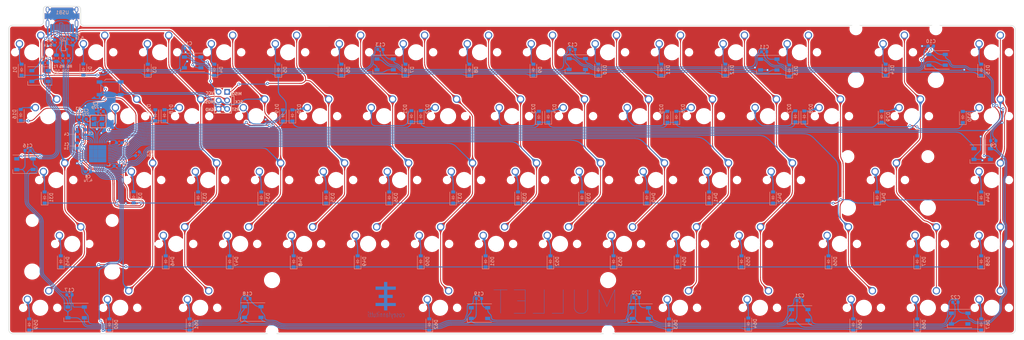
<source format=kicad_pcb>
(kicad_pcb (version 20190905) (host pcbnew "(5.99.0-104-g2b387f4b4)")
  (layers (0 "F.Cu" signal) (31 "B.Cu" signal) (34 "B.Paste" user) (35 "F.Paste" user) (36 "B.SilkS" user) (37 "F.SilkS" user) (38 "B.Mask" user) (39 "F.Mask" user) (44 "Edge.Cuts" user))
  (net 0 "")
  (net 1 "GND")
  (net 2 "Net-(C1-Pad1)")
  (net 3 "Net-(C2-Pad1)")
  (net 4 "Net-(C3-Pad1)")
  (net 5 "VCC")
  (net 6 "row0")
  (net 7 "Net-(D1-Pad2)")
  (net 8 "Net-(D2-Pad2)")
  (net 9 "Net-(D3-Pad2)")
  (net 10 "Net-(D4-Pad2)")
  (net 11 "Net-(D5-Pad2)")
  (net 12 "Net-(D6-Pad2)")
  (net 13 "Net-(D7-Pad2)")
  (net 14 "Net-(D8-Pad2)")
  (net 15 "Net-(D9-Pad2)")
  (net 16 "Net-(D10-Pad2)")
  (net 17 "Net-(D11-Pad2)")
  (net 18 "Net-(D12-Pad2)")
  (net 19 "Net-(D13-Pad2)")
  (net 20 "Net-(D14-Pad2)")
  (net 21 "Net-(D15-Pad2)")
  (net 22 "row1")
  (net 23 "Net-(D16-Pad2)")
  (net 24 "Net-(D17-Pad2)")
  (net 25 "Net-(D18-Pad2)")
  (net 26 "Net-(D19-Pad2)")
  (net 27 "Net-(D20-Pad2)")
  (net 28 "Net-(D21-Pad2)")
  (net 29 "Net-(D22-Pad2)")
  (net 30 "Net-(D23-Pad2)")
  (net 31 "Net-(D24-Pad2)")
  (net 32 "Net-(D25-Pad2)")
  (net 33 "Net-(D26-Pad2)")
  (net 34 "Net-(D27-Pad2)")
  (net 35 "Net-(D28-Pad2)")
  (net 36 "Net-(D29-Pad2)")
  (net 37 "Net-(D30-Pad2)")
  (net 38 "Net-(D31-Pad2)")
  (net 39 "row2")
  (net 40 "Net-(D32-Pad2)")
  (net 41 "Net-(D33-Pad2)")
  (net 42 "Net-(D34-Pad2)")
  (net 43 "Net-(D35-Pad2)")
  (net 44 "Net-(D36-Pad2)")
  (net 45 "Net-(D37-Pad2)")
  (net 46 "Net-(D38-Pad2)")
  (net 47 "Net-(D39-Pad2)")
  (net 48 "Net-(D40-Pad2)")
  (net 49 "Net-(D41-Pad2)")
  (net 50 "Net-(D42-Pad2)")
  (net 51 "Net-(D43-Pad2)")
  (net 52 "Net-(D44-Pad2)")
  (net 53 "row3")
  (net 54 "Net-(D45-Pad2)")
  (net 55 "Net-(D46-Pad2)")
  (net 56 "Net-(D47-Pad2)")
  (net 57 "Net-(D48-Pad2)")
  (net 58 "Net-(D49-Pad2)")
  (net 59 "Net-(D50-Pad2)")
  (net 60 "Net-(D51-Pad2)")
  (net 61 "Net-(D52-Pad2)")
  (net 62 "Net-(D53-Pad2)")
  (net 63 "Net-(D54-Pad2)")
  (net 64 "Net-(D55-Pad2)")
  (net 65 "Net-(D56-Pad2)")
  (net 66 "Net-(D57-Pad2)")
  (net 67 "Net-(D58-Pad2)")
  (net 68 "Net-(D59-Pad2)")
  (net 69 "row4")
  (net 70 "Net-(D60-Pad2)")
  (net 71 "Net-(D61-Pad2)")
  (net 72 "Net-(D62-Pad2)")
  (net 73 "Net-(D63-Pad2)")
  (net 74 "Net-(D64-Pad2)")
  (net 75 "Net-(D65-Pad2)")
  (net 76 "Net-(D66-Pad2)")
  (net 77 "Net-(D67-Pad2)")
  (net 78 "Net-(R4-Pad2)")
  (net 79 "col0")
  (net 80 "col1")
  (net 81 "col2")
  (net 82 "col3")
  (net 83 "col4")
  (net 84 "col5")
  (net 85 "col6")
  (net 86 "col7")
  (net 87 "col8")
  (net 88 "col9")
  (net 89 "col10")
  (net 90 "col11")
  (net 91 "col12")
  (net 92 "col13")
  (net 93 "col14")
  (net 94 "Net-(U1-Pad1)")
  (net 95 "Net-(U1-Pad42)")
  (net 96 "Net-(LED1-Pad2)")
  (net 97 "RGB")
  (net 98 "Net-(LED2-Pad2)")
  (net 99 "Net-(LED3-Pad2)")
  (net 100 "Net-(LED4-Pad2)")
  (net 101 "Net-(LED5-Pad2)")
  (net 102 "Net-(LED6-Pad2)")
  (net 103 "Net-(LED7-Pad2)")
  (net 104 "reset")
  (net 105 "led9din")
  (net 106 "Net-(LED10-Pad4)")
  (net 107 "Net-(LED10-Pad2)")
  (net 108 "Net-(LED11-Pad2)")
  (net 109 "Net-(LED12-Pad2)")
  (net 110 "Net-(LED13-Pad2)")
  (net 111 "Net-(LED14-Pad2)")
  (net 112 "Net-(R1-Pad2)")
  (net 113 "Net-(R2-Pad2)")
  (net 114 "D-")
  (net 115 "D+")
  (net 116 "Net-(USB1-Pad9)")
  (net 117 "Net-(USB1-Pad3)")
  (net 118 "+5V")
  (net 119 "Net-(R5-Pad1)")
  (net 120 "Net-(R6-Pad1)")
  (net 121 "Net-(U1-Pad9)")
  (net 122 "Net-(U1-Pad11)")
  (net 123 "Net-(U1-Pad12)")
  (module "Type-C:HRO-TYPE-C-31-M-12-HandSoldering" (layer "B.Cu") (at 82.099052 89.185607)
    (fp_text reference "USB1" (at 0.104986 3.464538) (layer "B.SilkS") (effects (justify mirror)))
    (fp_text value "HRO-TYPE-C-31-M-12")
    (pad "12" smd rect (at 3.225 8.195) (size 0.6 2.45) (layers "B.Cu" "B.Paste" "B.Mask") (net 1 "GND"))
    (pad "1" smd rect (at -3.225 8.195) (size 0.6 2.45) (layers "B.Cu" "B.Paste" "B.Mask") (net 1 "GND"))
    (pad "11" smd rect (at 2.45 8.195) (size 0.6 2.45) (layers "B.Cu" "B.Paste" "B.Mask") (net 5 "VCC"))
    (pad "2" smd rect (at -2.45 8.195) (size 0.6 2.45) (layers "B.Cu" "B.Paste" "B.Mask") (net 5 "VCC"))
    (pad "3" smd rect (at -1.75 8.195) (size 0.3 2.45) (layers "B.Cu" "B.Paste" "B.Mask") (net 117 "Net-(USB1-Pad3)"))
    (pad "10" smd rect (at 1.75 8.195) (size 0.3 2.45) (layers "B.Cu" "B.Paste" "B.Mask") (net 113 "Net-(R2-Pad2)"))
    (pad "4" smd rect (at -1.25 8.195) (size 0.3 2.45) (layers "B.Cu" "B.Paste" "B.Mask") (net 112 "Net-(R1-Pad2)"))
    (pad "9" smd rect (at 1.25 8.195) (size 0.3 2.45) (layers "B.Cu" "B.Paste" "B.Mask") (net 116 "Net-(USB1-Pad9)"))
    (pad "5" smd rect (at -0.75 8.195) (size 0.3 2.45) (layers "B.Cu" "B.Paste" "B.Mask") (net 114 "D-"))
    (pad "8" smd rect (at 0.75 8.195) (size 0.3 2.45) (layers "B.Cu" "B.Paste" "B.Mask") (net 115 "D+"))
    (pad "7" smd rect (at 0.25 8.195) (size 0.3 2.45) (layers "B.Cu" "B.Paste" "B.Mask") (net 114 "D-"))
    (pad "6" smd rect (at -0.25 8.195) (size 0.3 2.45) (layers "B.Cu" "B.Paste" "B.Mask") (net 115 "D+"))
    (pad "" np_thru_hole circle (at 2.89 6.25) (size 0.65 0.65) (drill 0.65) (layers *.Cu *.Mask))
    (pad "" np_thru_hole circle (at -2.89 6.25) (size 0.65 0.65) (drill 0.65) (layers *.Cu *.Mask))
    (pad "13" thru_hole oval (at -4.32 6.78) (size 1 2.1) (drill oval 0.6 1.7) (layers *.Cu "F.Mask") (net 1 "GND"))
    (pad "13" thru_hole oval (at 4.32 6.78) (size 1 2.1) (drill oval 0.6 1.7) (layers *.Cu "F.Mask") (net 1 "GND"))
    (pad "13" thru_hole oval (at -4.32 2.6) (size 1 1.6) (drill oval 0.6 1.2) (layers *.Cu "F.Mask") (net 1 "GND"))
    (pad "13" thru_hole oval (at 4.32 2.6) (size 1 1.6) (drill oval 0.6 1.2) (layers *.Cu "F.Mask") (net 1 "GND"))
  )
  (module "keyboard_parts:AVR_ICSP_3x2" (layer "B.Cu") (at 130.000166 118.876509 270)
    (fp_text reference "ISCP1" hide)
    (fp_text value "Conn_02x03_Odd_Even" hide)
    (pad "1" thru_hole rect (at -2.54 -1.27 270) (size 1.7 1.7) (drill 1.016) (layers *.Cu *.Mask) (net 83 "col4"))
    (pad "2" thru_hole circle (at -2.54 1.27 270) (size 1.7 1.7) (drill 1.016) (layers *.Cu *.Mask) (net 118 "+5V"))
    (pad "3" thru_hole circle (at 0 -1.27 270) (size 1.7 1.7) (drill 1.016) (layers *.Cu *.Mask) (net 81 "col2"))
    (pad "4" thru_hole circle (at 0 1.27 270) (size 1.7 1.7) (drill 1.016) (layers *.Cu *.Mask) (net 82 "col3"))
    (pad "5" thru_hole circle (at 2.54 -1.27 270) (size 1.7 1.7) (drill 1.016) (layers *.Cu *.Mask) (net 104 "reset"))
    (pad "6" thru_hole circle (at 2.54 1.27 270) (size 1.7 1.7) (drill 1.016) (layers *.Cu *.Mask) (net 1 "GND"))
  )
  (module "LED_SMD:LED_WS2812B_PLCC4_5.0x5.0mm_P3.2mm" (layer "B.Cu") (at 178.318721 108.13558 180)
    (fp_text reference "LED5")
    (fp_text value "WS2812B")
    (pad "3" smd rect (at 2.45 -1.6 180) (size 1.5 1) (layers "B.Cu" "B.Paste" "B.Mask") (net 1 "GND"))
    (pad "4" smd rect (at 2.45 1.6 180) (size 1.5 1) (layers "B.Cu" "B.Paste" "B.Mask") (net 100 "Net-(LED4-Pad2)"))
    (pad "2" smd rect (at -2.45 -1.6 180) (size 1.5 1) (layers "B.Cu" "B.Paste" "B.Mask") (net 101 "Net-(LED5-Pad2)"))
    (pad "1" smd rect (at -2.45 1.6 180) (size 1.5 1) (layers "B.Cu" "B.Paste" "B.Mask") (net 118 "+5V"))
  )
  (module "Button_Switch_Keyboard:SW_Cherry_MX1A_1.00u_PCB-NOSCREEN" (layer "F.Cu") (at 304.371166 99.445509)
    (fp_text reference "SW13")
    (fp_text value "KEYSW")
    (pad "1" thru_hole circle (at 0 0) (size 2.2 2.2) (drill 1.5) (layers *.Cu *.Mask) (net 91 "col12"))
    (pad "2" thru_hole circle (at -6.35 2.54) (size 2.2 2.2) (drill 1.5) (layers *.Cu *.Mask) (net 19 "Net-(D13-Pad2)"))
    (pad "" np_thru_hole circle (at -2.54 5.08) (size 4 4) (drill 4) (layers *.Cu *.Mask))
    (pad "" np_thru_hole circle (at -7.62 5.08) (size 1.7 1.7) (drill 1.7) (layers *.Cu *.Mask))
    (pad "" np_thru_hole circle (at 2.54 5.08) (size 1.7 1.7) (drill 1.7) (layers *.Cu *.Mask))
  )
  (module "Button_Switch_Keyboard:SW_Cherry_MX1A_1.00u_PCB-NOSCREEN" (layer "F.Cu") (at 142.446166 118.495509)
    (fp_text reference "SW19")
    (fp_text value "KEYSW")
    (pad "1" thru_hole circle (at 0 0) (size 2.2 2.2) (drill 1.5) (layers *.Cu *.Mask) (net 82 "col3"))
    (pad "2" thru_hole circle (at -6.35 2.54) (size 2.2 2.2) (drill 1.5) (layers *.Cu *.Mask) (net 26 "Net-(D19-Pad2)"))
    (pad "" np_thru_hole circle (at -2.54 5.08) (size 4 4) (drill 4) (layers *.Cu *.Mask))
    (pad "" np_thru_hole circle (at -7.62 5.08) (size 1.7 1.7) (drill 1.7) (layers *.Cu *.Mask))
    (pad "" np_thru_hole circle (at 2.54 5.08) (size 1.7 1.7) (drill 1.7) (layers *.Cu *.Mask))
  )
  (module "keyboard_parts2:Mx_Stab_625" (layer "F.Cu") (at 194.675166 180.725509 180)
    (fp_text reference "ST62")
    (fp_text value "KEYSW" hide)
    (pad "" np_thru_hole circle (at 50.038 8.255 180) (size 3.9878 3.9878) (drill 3.9878) (layers *.Cu *.Mask))
    (pad "" np_thru_hole circle (at -50.038 8.255 180) (size 3.9878 3.9878) (drill 3.9878) (layers *.Cu *.Mask))
    (pad "" np_thru_hole circle (at 50.038 -6.985 180) (size 3.048 3.048) (drill 3.048) (layers *.Cu *.Mask))
    (pad "" np_thru_hole circle (at -50.038 -6.985 180) (size 3.048 3.048) (drill 3.048) (layers *.Cu *.Mask))
  )
  (module "Resistor_SMD:R_0603_1608Metric" (layer "B.Cu") (at 79.894346 101.626448 90)
    (fp_text reference "R1" (at 0.577423 -1.679776 180) (layer "B.SilkS") (effects (font (size 0.8 0.8)) (justify mirror)))
    (fp_text value "5.1k" (at -0.787395 -1.994734 180) (layer "B.SilkS") (effects (font (size 0.8 0.8)) (justify mirror)))
    (pad "1" smd roundrect (at -0.7875 0 90) (size 0.875 0.95) (layers "B.Cu" "B.Paste" "B.Mask") (net 1 "GND"))
    (pad "2" smd roundrect (at 0.7875 0 90) (size 0.875 0.95) (layers "B.Cu" "B.Paste" "B.Mask") (net 112 "Net-(R1-Pad2)"))
  )
  (module "Resistor_SMD:R_0603_1608Metric" (layer "B.Cu") (at 85.301125 101.626448 90)
    (fp_text reference "R2" (at 2.414678 1.522297 180) (layer "B.SilkS") (effects (font (size 0.8 0.8)) (justify mirror)))
    (fp_text value "5.1k" (at 1.364818 1.942241 180) (layer "B.SilkS") (effects (font (size 0.8 0.8)) (justify mirror)))
    (pad "2" smd roundrect (at 0.7875 0 90) (size 0.875 0.95) (layers "B.Cu" "B.Paste" "B.Mask") (net 113 "Net-(R2-Pad2)"))
    (pad "1" smd roundrect (at -0.7875 0 90) (size 0.875 0.95) (layers "B.Cu" "B.Paste" "B.Mask") (net 1 "GND"))
  )
  (module "Button_Switch_SMD:SW_SPST_TL3342" (layer "B.Cu") (at 96.429641 115.274628)
    (fp_text reference "RESET1")
    (fp_text value " " (at 0 -3.75) (layer "B.SilkS") (effects (justify mirror)))
    (pad "1" smd rect (at -3.15 1.9) (size 1.7 1) (layers "B.Cu" "B.Paste" "B.Mask") (net 1 "GND"))
    (pad "1" smd rect (at 3.15 1.9) (size 1.7 1) (layers "B.Cu" "B.Paste" "B.Mask") (net 1 "GND"))
    (pad "2" smd rect (at -3.15 -1.9) (size 1.7 1) (layers "B.Cu" "B.Paste" "B.Mask") (net 104 "reset"))
    (pad "2" smd rect (at 3.15 -1.9) (size 1.7 1) (layers "B.Cu" "B.Paste" "B.Mask") (net 104 "reset"))
  )
  (module "Housings_DFN_QFN:QFN-44-1EP_7x7mm_Pitch0.5mm" (layer "B.Cu") (at 92.713629 134.78819)
    (fp_text reference "U1")
    (fp_text value "ATMEGA32U4")
    (pad "1" smd rect (at -3.4 2.5) (size 0.7 0.25) (layers "B.Cu" "B.Paste" "B.Mask") (net 94 "Net-(U1-Pad1)"))
    (pad "2" smd rect (at -3.4 2.000001) (size 0.7 0.25) (layers "B.Cu" "B.Paste" "B.Mask") (net 118 "+5V"))
    (pad "3" smd rect (at -3.4 1.5) (size 0.7 0.25) (layers "B.Cu" "B.Paste" "B.Mask") (net 119 "Net-(R5-Pad1)"))
    (pad "4" smd rect (at -3.4 1) (size 0.7 0.25) (layers "B.Cu" "B.Paste" "B.Mask") (net 120 "Net-(R6-Pad1)"))
    (pad "5" smd rect (at -3.4 0.499999) (size 0.7 0.25) (layers "B.Cu" "B.Paste" "B.Mask") (net 1 "GND"))
    (pad "6" smd rect (at -3.4 0) (size 0.7 0.25) (layers "B.Cu" "B.Paste" "B.Mask") (net 2 "Net-(C1-Pad1)"))
    (pad "7" smd rect (at -3.4 -0.499999) (size 0.7 0.25) (layers "B.Cu" "B.Paste" "B.Mask") (net 118 "+5V"))
    (pad "8" smd rect (at -3.4 -1) (size 0.7 0.25) (layers "B.Cu" "B.Paste" "B.Mask") (net 39 "row2"))
    (pad "9" smd rect (at -3.4 -1.5) (size 0.7 0.25) (layers "B.Cu" "B.Paste" "B.Mask") (net 121 "Net-(U1-Pad9)"))
    (pad "10" smd rect (at -3.4 -2.000001) (size 0.7 0.25) (layers "B.Cu" "B.Paste" "B.Mask") (net 79 "col0"))
    (pad "11" smd rect (at -3.4 -2.5) (size 0.7 0.25) (layers "B.Cu" "B.Paste" "B.Mask") (net 122 "Net-(U1-Pad11)"))
    (pad "12" smd rect (at -2.5 -3.4 270) (size 0.7 0.25) (layers "B.Cu" "B.Paste" "B.Mask") (net 123 "Net-(U1-Pad12)"))
    (pad "13" smd rect (at -2.000001 -3.4 270) (size 0.7 0.25) (layers "B.Cu" "B.Paste" "B.Mask") (net 104 "reset"))
    (pad "14" smd rect (at -1.5 -3.4 270) (size 0.7 0.25) (layers "B.Cu" "B.Paste" "B.Mask") (net 118 "+5V"))
    (pad "15" smd rect (at -1 -3.4 270) (size 0.7 0.25) (layers "B.Cu" "B.Paste" "B.Mask") (net 1 "GND"))
    (pad "16" smd rect (at -0.499999 -3.4 270) (size 0.7 0.25) (layers "B.Cu" "B.Paste" "B.Mask") (net 3 "Net-(C2-Pad1)"))
    (pad "17" smd rect (at 0 -3.4 270) (size 0.7 0.25) (layers "B.Cu" "B.Paste" "B.Mask") (net 4 "Net-(C3-Pad1)"))
    (pad "18" smd rect (at 0.499999 -3.4 270) (size 0.7 0.25) (layers "B.Cu" "B.Paste" "B.Mask") (net 6 "row0"))
    (pad "19" smd rect (at 1 -3.4 270) (size 0.7 0.25) (layers "B.Cu" "B.Paste" "B.Mask") (net 22 "row1"))
    (pad "20" smd rect (at 1.5 -3.4 270) (size 0.7 0.25) (layers "B.Cu" "B.Paste" "B.Mask") (net 92 "col13"))
    (pad "21" smd rect (at 2.000001 -3.4 270) (size 0.7 0.25) (layers "B.Cu" "B.Paste" "B.Mask") (net 93 "col14"))
    (pad "22" smd rect (at 2.5 -3.4 270) (size 0.7 0.25) (layers "B.Cu" "B.Paste" "B.Mask") (net 97 "RGB"))
    (pad "23" smd rect (at 3.4 -2.5) (size 0.7 0.25) (layers "B.Cu" "B.Paste" "B.Mask") (net 1 "GND"))
    (pad "24" smd rect (at 3.4 -2.000001) (size 0.7 0.25) (layers "B.Cu" "B.Paste" "B.Mask") (net 118 "+5V"))
    (pad "25" smd rect (at 3.4 -1.5) (size 0.7 0.25) (layers "B.Cu" "B.Paste" "B.Mask") (net 91 "col12"))
    (pad "26" smd rect (at 3.4 -1) (size 0.7 0.25) (layers "B.Cu" "B.Paste" "B.Mask") (net 90 "col11"))
    (pad "27" smd rect (at 3.4 -0.499999) (size 0.7 0.25) (layers "B.Cu" "B.Paste" "B.Mask") (net 89 "col10"))
    (pad "28" smd rect (at 3.4 0) (size 0.7 0.25) (layers "B.Cu" "B.Paste" "B.Mask") (net 88 "col9"))
    (pad "29" smd rect (at 3.4 0.499999) (size 0.7 0.25) (layers "B.Cu" "B.Paste" "B.Mask") (net 87 "col8"))
    (pad "30" smd rect (at 3.4 1) (size 0.7 0.25) (layers "B.Cu" "B.Paste" "B.Mask") (net 86 "col7"))
    (pad "31" smd rect (at 3.4 1.5) (size 0.7 0.25) (layers "B.Cu" "B.Paste" "B.Mask") (net 85 "col6"))
    (pad "32" smd rect (at 3.4 2.000001) (size 0.7 0.25) (layers "B.Cu" "B.Paste" "B.Mask") (net 84 "col5"))
    (pad "33" smd rect (at 3.4 2.5) (size 0.7 0.25) (layers "B.Cu" "B.Paste" "B.Mask") (net 78 "Net-(R4-Pad2)"))
    (pad "34" smd rect (at 2.5 3.4 270) (size 0.7 0.25) (layers "B.Cu" "B.Paste" "B.Mask") (net 118 "+5V"))
    (pad "35" smd rect (at 2.000001 3.4 270) (size 0.7 0.25) (layers "B.Cu" "B.Paste" "B.Mask") (net 1 "GND"))
    (pad "36" smd rect (at 1.5 3.4 270) (size 0.7 0.25) (layers "B.Cu" "B.Paste" "B.Mask") (net 83 "col4"))
    (pad "37" smd rect (at 1 3.4 270) (size 0.7 0.25) (layers "B.Cu" "B.Paste" "B.Mask") (net 82 "col3"))
    (pad "38" smd rect (at 0.499999 3.4 270) (size 0.7 0.25) (layers "B.Cu" "B.Paste" "B.Mask") (net 81 "col2"))
    (pad "39" smd rect (at 0 3.4 270) (size 0.7 0.25) (layers "B.Cu" "B.Paste" "B.Mask") (net 80 "col1"))
    (pad "40" smd rect (at -0.499999 3.4 270) (size 0.7 0.25) (layers "B.Cu" "B.Paste" "B.Mask") (net 69 "row4"))
    (pad "41" smd rect (at -1 3.4 270) (size 0.7 0.25) (layers "B.Cu" "B.Paste" "B.Mask") (net 53 "row3"))
    (pad "42" smd rect (at -1.5 3.4 270) (size 0.7 0.25) (layers "B.Cu" "B.Paste" "B.Mask") (net 95 "Net-(U1-Pad42)"))
    (pad "43" smd rect (at -2.000001 3.4 270) (size 0.7 0.25) (layers "B.Cu" "B.Paste" "B.Mask") (net 1 "GND"))
    (pad "44" smd rect (at -2.5 3.4 270) (size 0.7 0.25) (layers "B.Cu" "B.Paste" "B.Mask") (net 118 "+5V"))
    (pad "45" smd rect (at 1.93125 -1.93125) (size 1.2875 1.2875) (layers "B.Cu" "B.Paste" "B.Mask"))
    (pad "45" smd rect (at 1.93125 -0.64375) (size 1.2875 1.2875) (layers "B.Cu" "B.Paste" "B.Mask"))
    (pad "45" smd rect (at 1.93125 0.64375) (size 1.2875 1.2875) (layers "B.Cu" "B.Paste" "B.Mask"))
    (pad "45" smd rect (at 1.93125 1.93125) (size 1.2875 1.2875) (layers "B.Cu" "B.Paste" "B.Mask"))
    (pad "45" smd rect (at 0.64375 -1.93125) (size 1.2875 1.2875) (layers "B.Cu" "B.Paste" "B.Mask"))
    (pad "45" smd rect (at 0.64375 -0.64375) (size 1.2875 1.2875) (layers "B.Cu" "B.Paste" "B.Mask"))
    (pad "45" smd rect (at 0.64375 0.64375) (size 1.2875 1.2875) (layers "B.Cu" "B.Paste" "B.Mask"))
    (pad "45" smd rect (at 0.64375 1.93125) (size 1.2875 1.2875) (layers "B.Cu" "B.Paste" "B.Mask"))
    (pad "45" smd rect (at -0.64375 -1.93125) (size 1.2875 1.2875) (layers "B.Cu" "B.Paste" "B.Mask"))
    (pad "45" smd rect (at -0.64375 -0.64375) (size 1.2875 1.2875) (layers "B.Cu" "B.Paste" "B.Mask"))
    (pad "45" smd rect (at -0.64375 0.64375) (size 1.2875 1.2875) (layers "B.Cu" "B.Paste" "B.Mask"))
    (pad "45" smd rect (at -0.64375 1.93125) (size 1.2875 1.2875) (layers "B.Cu" "B.Paste" "B.Mask"))
    (pad "45" smd rect (at -1.93125 -1.93125) (size 1.2875 1.2875) (layers "B.Cu" "B.Paste" "B.Mask"))
    (pad "45" smd rect (at -1.93125 -0.64375) (size 1.2875 1.2875) (layers "B.Cu" "B.Paste" "B.Mask"))
    (pad "45" smd rect (at -1.93125 0.64375) (size 1.2875 1.2875) (layers "B.Cu" "B.Paste" "B.Mask"))
    (pad "45" smd rect (at -1.93125 1.93125) (size 1.2875 1.2875) (layers "B.Cu" "B.Paste" "B.Mask"))
  )
  (module "keyboard_parts:FA-238" (layer "B.Cu") (at 92.82811 125.165501)
    (fp_text reference "X1" hide)
    (fp_text value "XTAL_GND" hide)
    (pad "3" smd rect (at -1.1 0.8) (size 1.4 1.2) (drill (offset -0.1 0.05)) (layers "B.Cu" "B.Paste" "B.Mask") (net 1 "GND") (clearance 0.2))
    (pad "2" smd rect (at 1.1 0.8) (size 1.4 1.2) (drill (offset 0.1 0.05)) (layers "B.Cu" "B.Paste" "B.Mask") (net 4 "Net-(C3-Pad1)") (clearance 0.2))
    (pad "1" smd rect (at -1.1 -0.8) (size 1.4 1.2) (drill (offset -0.1 -0.05)) (layers "B.Cu" "B.Paste" "B.Mask") (net 3 "Net-(C2-Pad1)") (clearance 0.2))
    (pad "3" smd rect (at 1.1 -0.8) (size 1.4 1.2) (drill (offset 0.1 -0.05)) (layers "B.Cu" "B.Paste" "B.Mask") (net 1 "GND") (clearance 0.2))
  )
  (module "Diode_SMD:D_SOD-123" (layer "B.Cu") (at 70.056166 109.732509 90)
    (fp_text reference "D1" (at -0.030354 -1.972745 90) (layer "B.SilkS") (effects (justify mirror)))
    (fp_text value " ")
    (pad "1" smd rect (at -1.65 0 90) (size 0.9 1.2) (layers "B.Cu" "B.Paste" "B.Mask") (net 6 "row0"))
    (pad "2" smd rect (at 1.65 0 90) (size 0.9 1.2) (layers "B.Cu" "B.Paste" "B.Mask") (net 7 "Net-(D1-Pad2)"))
  )
  (module "Diode_SMD:D_SOD-123" (layer "B.Cu") (at 88.450705 109.657877 90)
    (fp_text reference "D2" (at 0 2 90) (layer "B.SilkS") (effects (justify mirror)))
    (fp_text value " ")
    (pad "1" smd rect (at -1.65 0 90) (size 0.9 1.2) (layers "B.Cu" "B.Paste" "B.Mask") (net 6 "row0"))
    (pad "2" smd rect (at 1.65 0 90) (size 0.9 1.2) (layers "B.Cu" "B.Paste" "B.Mask") (net 8 "Net-(D2-Pad2)"))
  )
  (module "Diode_SMD:D_SOD-123" (layer "B.Cu") (at 107.648166 109.732509 90)
    (fp_text reference "D3" (at 0 2 90) (layer "B.SilkS") (effects (justify mirror)))
    (fp_text value " ")
    (pad "1" smd rect (at -1.65 0 90) (size 0.9 1.2) (layers "B.Cu" "B.Paste" "B.Mask") (net 6 "row0"))
    (pad "2" smd rect (at 1.65 0 90) (size 0.9 1.2) (layers "B.Cu" "B.Paste" "B.Mask") (net 9 "Net-(D3-Pad2)"))
  )
  (module "Diode_SMD:D_SOD-123" (layer "B.Cu") (at 127.460166 109.732509 90)
    (fp_text reference "D4" (at 0 2 90) (layer "B.SilkS") (effects (justify mirror)))
    (fp_text value " ")
    (pad "1" smd rect (at -1.65 0 90) (size 0.9 1.2) (layers "B.Cu" "B.Paste" "B.Mask") (net 6 "row0"))
    (pad "2" smd rect (at 1.65 0 90) (size 0.9 1.2) (layers "B.Cu" "B.Paste" "B.Mask") (net 10 "Net-(D4-Pad2)"))
  )
  (module "Diode_SMD:D_SOD-123" (layer "B.Cu") (at 146.510166 109.732509 90)
    (fp_text reference "D5" (at 0 2 90) (layer "B.SilkS") (effects (justify mirror)))
    (fp_text value " ")
    (pad "1" smd rect (at -1.65 0 90) (size 0.9 1.2) (layers "B.Cu" "B.Paste" "B.Mask") (net 6 "row0"))
    (pad "2" smd rect (at 1.65 0 90) (size 0.9 1.2) (layers "B.Cu" "B.Paste" "B.Mask") (net 11 "Net-(D5-Pad2)"))
  )
  (module "Diode_SMD:D_SOD-123" (layer "B.Cu") (at 165.306166 109.732509 90)
    (fp_text reference "D6" (at 0 2 90) (layer "B.SilkS") (effects (justify mirror)))
    (fp_text value " ")
    (pad "1" smd rect (at -1.65 0 90) (size 0.9 1.2) (layers "B.Cu" "B.Paste" "B.Mask") (net 6 "row0"))
    (pad "2" smd rect (at 1.65 0 90) (size 0.9 1.2) (layers "B.Cu" "B.Paste" "B.Mask") (net 12 "Net-(D6-Pad2)"))
  )
  (module "Diode_SMD:D_SOD-123" (layer "B.Cu") (at 184.356166 109.732509 90)
    (fp_text reference "D7" (at 0 2 90) (layer "B.SilkS") (effects (justify mirror)))
    (fp_text value " ")
    (pad "1" smd rect (at -1.65 0 90) (size 0.9 1.2) (layers "B.Cu" "B.Paste" "B.Mask") (net 6 "row0"))
    (pad "2" smd rect (at 1.65 0 90) (size 0.9 1.2) (layers "B.Cu" "B.Paste" "B.Mask") (net 13 "Net-(D7-Pad2)"))
  )
  (module "Diode_SMD:D_SOD-123" (layer "B.Cu") (at 203.406166 109.732509 90)
    (fp_text reference "D8" (at 0 2 90) (layer "B.SilkS") (effects (justify mirror)))
    (fp_text value " ")
    (pad "1" smd rect (at -1.65 0 90) (size 0.9 1.2) (layers "B.Cu" "B.Paste" "B.Mask") (net 6 "row0"))
    (pad "2" smd rect (at 1.65 0 90) (size 0.9 1.2) (layers "B.Cu" "B.Paste" "B.Mask") (net 14 "Net-(D8-Pad2)"))
  )
  (module "Diode_SMD:D_SOD-123" (layer "B.Cu") (at 222.456166 109.732509 90)
    (fp_text reference "D9" (at 0 2 90) (layer "B.SilkS") (effects (justify mirror)))
    (fp_text value " ")
    (pad "1" smd rect (at -1.65 0 90) (size 0.9 1.2) (layers "B.Cu" "B.Paste" "B.Mask") (net 6 "row0"))
    (pad "2" smd rect (at 1.65 0 90) (size 0.9 1.2) (layers "B.Cu" "B.Paste" "B.Mask") (net 15 "Net-(D9-Pad2)"))
  )
  (module "Diode_SMD:D_SOD-123" (layer "B.Cu") (at 241.760166 109.732509 90)
    (fp_text reference "D10" (at 0 2 90) (layer "B.SilkS") (effects (justify mirror)))
    (fp_text value " ")
    (pad "2" smd rect (at 1.65 0 90) (size 0.9 1.2) (layers "B.Cu" "B.Paste" "B.Mask") (net 16 "Net-(D10-Pad2)"))
    (pad "1" smd rect (at -1.65 0 90) (size 0.9 1.2) (layers "B.Cu" "B.Paste" "B.Mask") (net 6 "row0"))
  )
  (module "Diode_SMD:D_SOD-123" (layer "B.Cu") (at 260.556166 109.732509 90)
    (fp_text reference "D11" (at 0 2 90) (layer "B.SilkS") (effects (justify mirror)))
    (fp_text value " ")
    (pad "2" smd rect (at 1.65 0 90) (size 0.9 1.2) (layers "B.Cu" "B.Paste" "B.Mask") (net 17 "Net-(D11-Pad2)"))
    (pad "1" smd rect (at -1.65 0 90) (size 0.9 1.2) (layers "B.Cu" "B.Paste" "B.Mask") (net 6 "row0"))
  )
  (module "Diode_SMD:D_SOD-123" (layer "B.Cu") (at 279.606166 109.732509 90)
    (fp_text reference "D12" (at 0 2 90) (layer "B.SilkS") (effects (justify mirror)))
    (fp_text value " ")
    (pad "2" smd rect (at 1.65 0 90) (size 0.9 1.2) (layers "B.Cu" "B.Paste" "B.Mask") (net 18 "Net-(D12-Pad2)"))
    (pad "1" smd rect (at -1.65 0 90) (size 0.9 1.2) (layers "B.Cu" "B.Paste" "B.Mask") (net 6 "row0"))
  )
  (module "Diode_SMD:D_SOD-123" (layer "B.Cu") (at 298.656166 109.986509 90)
    (fp_text reference "D13" (at 0 2 90) (layer "B.SilkS") (effects (justify mirror)))
    (fp_text value " ")
    (pad "2" smd rect (at 1.65 0 90) (size 0.9 1.2) (layers "B.Cu" "B.Paste" "B.Mask") (net 19 "Net-(D13-Pad2)"))
    (pad "1" smd rect (at -1.65 0 90) (size 0.9 1.2) (layers "B.Cu" "B.Paste" "B.Mask") (net 6 "row0"))
  )
  (module "Diode_SMD:D_SOD-123" (layer "B.Cu") (at 327.358166 109.732509 90)
    (fp_text reference "D14" (at 0 2 90) (layer "B.SilkS") (effects (justify mirror)))
    (fp_text value " ")
    (pad "2" smd rect (at 1.65 0 90) (size 0.9 1.2) (layers "B.Cu" "B.Paste" "B.Mask") (net 20 "Net-(D14-Pad2)"))
    (pad "1" smd rect (at -1.65 0 90) (size 0.9 1.2) (layers "B.Cu" "B.Paste" "B.Mask") (net 6 "row0"))
  )
  (module "Diode_SMD:D_SOD-123" (layer "B.Cu") (at 355.806166 109.732509 90)
    (fp_text reference "D15" (at 0 2 90) (layer "B.SilkS") (effects (justify mirror)))
    (fp_text value " ")
    (pad "2" smd rect (at 1.65 0 90) (size 0.9 1.2) (layers "B.Cu" "B.Paste" "B.Mask") (net 21 "Net-(D15-Pad2)"))
    (pad "1" smd rect (at -1.65 0 90) (size 0.9 1.2) (layers "B.Cu" "B.Paste" "B.Mask") (net 6 "row0"))
  )
  (module "Diode_SMD:D_SOD-123" (layer "B.Cu") (at 69.81569 123.201071 90)
    (fp_text reference "D16" (at 0.209972 -1.889748 90) (layer "B.SilkS") (effects (justify mirror)))
    (fp_text value " ")
    (pad "2" smd rect (at 1.65 0 90) (size 0.9 1.2) (layers "B.Cu" "B.Paste" "B.Mask") (net 23 "Net-(D16-Pad2)"))
    (pad "1" smd rect (at -1.65 0 90) (size 0.9 1.2) (layers "B.Cu" "B.Paste" "B.Mask") (net 22 "row1"))
  )
  (module "Diode_SMD:D_SOD-123" (layer "B.Cu") (at 109.867849 123.306057 90)
    (fp_text reference "D17" (at 1.942241 -1.889748 90) (layer "B.SilkS") (effects (justify mirror)))
    (fp_text value " ")
    (pad "1" smd rect (at -1.65 0 90) (size 0.9 1.2) (layers "B.Cu" "B.Paste" "B.Mask") (net 22 "row1"))
    (pad "2" smd rect (at 1.65 0 90) (size 0.9 1.2) (layers "B.Cu" "B.Paste" "B.Mask") (net 24 "Net-(D17-Pad2)"))
  )
  (module "Diode_SMD:D_SOD-123" (layer "B.Cu") (at 112.597485 123.306057 90)
    (fp_text reference "D18" (at 1.837255 2 90) (layer "B.SilkS") (effects (justify mirror)))
    (fp_text value " ")
    (pad "2" smd rect (at 1.65 0 90) (size 0.9 1.2) (layers "B.Cu" "B.Paste" "B.Mask") (net 25 "Net-(D18-Pad2)"))
    (pad "1" smd rect (at -1.65 0 90) (size 0.9 1.2) (layers "B.Cu" "B.Paste" "B.Mask") (net 22 "row1"))
  )
  (module "Diode_SMD:D_SOD-123" (layer "B.Cu") (at 147.872781 123.35855 90)
    (fp_text reference "D19" (at 2.047227 -1.784762 90) (layer "B.SilkS") (effects (justify mirror)))
    (fp_text value " ")
    (pad "2" smd rect (at 1.65 0 90) (size 0.9 1.2) (layers "B.Cu" "B.Paste" "B.Mask") (net 26 "Net-(D19-Pad2)"))
    (pad "1" smd rect (at -1.65 0 90) (size 0.9 1.2) (layers "B.Cu" "B.Paste" "B.Mask") (net 22 "row1"))
  )
  (module "Diode_SMD:D_SOD-123" (layer "B.Cu") (at 150.707403 123.35855 90)
    (fp_text reference "D20" (at 1.994734 2 90) (layer "B.SilkS") (effects (justify mirror)))
    (fp_text value " ")
    (pad "2" smd rect (at 1.65 0 90) (size 0.9 1.2) (layers "B.Cu" "B.Paste" "B.Mask") (net 27 "Net-(D20-Pad2)"))
    (pad "1" smd rect (at -1.65 0 90) (size 0.9 1.2) (layers "B.Cu" "B.Paste" "B.Mask") (net 22 "row1"))
  )
  (module "Diode_SMD:D_SOD-123" (layer "B.Cu") (at 186.140178 123.568522 90)
    (fp_text reference "D21" (at 2.09972 -1.889748 90) (layer "B.SilkS") (effects (justify mirror)))
    (fp_text value " ")
    (pad "2" smd rect (at 1.65 0 90) (size 0.9 1.2) (layers "B.Cu" "B.Paste" "B.Mask") (net 28 "Net-(D21-Pad2)"))
    (pad "1" smd rect (at -1.65 0 90) (size 0.9 1.2) (layers "B.Cu" "B.Paste" "B.Mask") (net 22 "row1"))
  )
  (module "Diode_SMD:D_SOD-123" (layer "B.Cu") (at 188.922307 123.568522 90)
    (fp_text reference "D22" (at 2.152213 2 90) (layer "B.SilkS") (effects (justify mirror)))
    (fp_text value " ")
    (pad "2" smd rect (at 1.65 0 90) (size 0.9 1.2) (layers "B.Cu" "B.Paste" "B.Mask") (net 29 "Net-(D22-Pad2)"))
    (pad "1" smd rect (at -1.65 0 90) (size 0.9 1.2) (layers "B.Cu" "B.Paste" "B.Mask") (net 22 "row1"))
  )
  (module "Diode_SMD:D_SOD-123" (layer "B.Cu") (at 224.092617 123.778494 90)
    (fp_text reference "D23" (at 2.467171 -1.627283 90) (layer "B.SilkS") (effects (justify mirror)))
    (fp_text value " ")
    (pad "2" smd rect (at 1.65 0 90) (size 0.9 1.2) (layers "B.Cu" "B.Paste" "B.Mask") (net 30 "Net-(D23-Pad2)"))
    (pad "1" smd rect (at -1.65 0 90) (size 0.9 1.2) (layers "B.Cu" "B.Paste" "B.Mask") (net 22 "row1"))
  )
  (module "Diode_SMD:D_SOD-123" (layer "B.Cu") (at 226.874746 123.726001 90)
    (fp_text reference "D24" (at 2.362185 1.889748 90) (layer "B.SilkS") (effects (justify mirror)))
    (fp_text value " ")
    (pad "2" smd rect (at 1.65 0 90) (size 0.9 1.2) (layers "B.Cu" "B.Paste" "B.Mask") (net 31 "Net-(D24-Pad2)"))
    (pad "1" smd rect (at -1.65 0 90) (size 0.9 1.2) (layers "B.Cu" "B.Paste" "B.Mask") (net 22 "row1"))
  )
  (module "Diode_SMD:D_SOD-123" (layer "B.Cu") (at 262.360014 123.778494 90)
    (fp_text reference "D25" (at 2.362185 -1.784762 90) (layer "B.SilkS") (effects (justify mirror)))
    (fp_text value " ")
    (pad "1" smd rect (at -1.65 0 90) (size 0.9 1.2) (layers "B.Cu" "B.Paste" "B.Mask") (net 22 "row1"))
    (pad "2" smd rect (at 1.65 0 90) (size 0.9 1.2) (layers "B.Cu" "B.Paste" "B.Mask") (net 32 "Net-(D25-Pad2)"))
  )
  (module "Diode_SMD:D_SOD-123" (layer "B.Cu") (at 265.037157 123.778494 90)
    (fp_text reference "D26" (at 2.414678 1.994734 90) (layer "B.SilkS") (effects (justify mirror)))
    (fp_text value " ")
    (pad "2" smd rect (at 1.65 0 90) (size 0.9 1.2) (layers "B.Cu" "B.Paste" "B.Mask") (net 33 "Net-(D26-Pad2)"))
    (pad "1" smd rect (at -1.65 0 90) (size 0.9 1.2) (layers "B.Cu" "B.Paste" "B.Mask") (net 22 "row1"))
  )
  (module "Diode_SMD:D_SOD-123" (layer "B.Cu") (at 300.469932 123.621015 90)
    (fp_text reference "D27" (at 2.309692 -1.837255 90) (layer "B.SilkS") (effects (justify mirror)))
    (fp_text value " ")
    (pad "2" smd rect (at 1.65 0 90) (size 0.9 1.2) (layers "B.Cu" "B.Paste" "B.Mask") (net 34 "Net-(D27-Pad2)"))
    (pad "1" smd rect (at -1.65 0 90) (size 0.9 1.2) (layers "B.Cu" "B.Paste" "B.Mask") (net 22 "row1"))
  )
  (module "Diode_SMD:D_SOD-123" (layer "B.Cu") (at 303.147075 123.673508 90)
    (fp_text reference "D28" (at 2.362185 1.942241 90) (layer "B.SilkS") (effects (justify mirror)))
    (fp_text value " ")
    (pad "2" smd rect (at 1.65 0 90) (size 0.9 1.2) (layers "B.Cu" "B.Paste" "B.Mask") (net 35 "Net-(D28-Pad2)"))
    (pad "1" smd rect (at -1.65 0 90) (size 0.9 1.2) (layers "B.Cu" "B.Paste" "B.Mask") (net 22 "row1"))
  )
  (module "Diode_SMD:D_SOD-123" (layer "B.Cu") (at 326.139009 123.726001 90)
    (fp_text reference "D29" (at 0 2 90) (layer "B.SilkS") (effects (justify mirror)))
    (fp_text value " ")
    (pad "2" smd rect (at 1.65 0 90) (size 0.9 1.2) (layers "B.Cu" "B.Paste" "B.Mask") (net 36 "Net-(D29-Pad2)"))
    (pad "1" smd rect (at -1.65 0 90) (size 0.9 1.2) (layers "B.Cu" "B.Paste" "B.Mask") (net 22 "row1"))
  )
  (module "Diode_SMD:D_SOD-123" (layer "B.Cu") (at 350.338282 123.830987 90)
    (fp_text reference "D30" (at 0 2 90) (layer "B.SilkS") (effects (justify mirror)))
    (fp_text value " ")
    (pad "2" smd rect (at 1.65 0 90) (size 0.9 1.2) (layers "B.Cu" "B.Paste" "B.Mask") (net 37 "Net-(D30-Pad2)"))
    (pad "1" smd rect (at -1.65 0 90) (size 0.9 1.2) (layers "B.Cu" "B.Paste" "B.Mask") (net 22 "row1"))
  )
  (module "Diode_SMD:D_SOD-123" (layer "B.Cu") (at 76.914166 147.832509 90)
    (fp_text reference "D31" (at 0 2 90) (layer "B.SilkS") (effects (justify mirror)))
    (fp_text value " ")
    (pad "2" smd rect (at 1.65 0 90) (size 0.9 1.2) (layers "B.Cu" "B.Paste" "B.Mask") (net 38 "Net-(D31-Pad2)"))
    (pad "1" smd rect (at -1.65 0 90) (size 0.9 1.2) (layers "B.Cu" "B.Paste" "B.Mask") (net 39 "row2"))
  )
  (module "Diode_SMD:D_SOD-123" (layer "B.Cu") (at 103.41121 147.767795 90)
    (fp_text reference "D32" (at 0 2 90) (layer "B.SilkS") (effects (justify mirror)))
    (fp_text value " ")
    (pad "2" smd rect (at 1.65 0 90) (size 0.9 1.2) (layers "B.Cu" "B.Paste" "B.Mask") (net 40 "Net-(D32-Pad2)"))
    (pad "1" smd rect (at -1.65 0 90) (size 0.9 1.2) (layers "B.Cu" "B.Paste" "B.Mask") (net 39 "row2"))
  )
  (module "Diode_SMD:D_SOD-123" (layer "B.Cu") (at 122.634166 147.832509 90)
    (fp_text reference "D33" (at 0 2 90) (layer "B.SilkS") (effects (justify mirror)))
    (fp_text value " ")
    (pad "2" smd rect (at 1.65 0 90) (size 0.9 1.2) (layers "B.Cu" "B.Paste" "B.Mask") (net 41 "Net-(D33-Pad2)"))
    (pad "1" smd rect (at -1.65 0 90) (size 0.9 1.2) (layers "B.Cu" "B.Paste" "B.Mask") (net 39 "row2"))
  )
  (module "Diode_SMD:D_SOD-123" (layer "B.Cu") (at 141.430166 147.832509 90)
    (fp_text reference "D34" (at 0 2 90) (layer "B.SilkS") (effects (justify mirror)))
    (fp_text value " ")
    (pad "1" smd rect (at -1.65 0 90) (size 0.9 1.2) (layers "B.Cu" "B.Paste" "B.Mask") (net 39 "row2"))
    (pad "2" smd rect (at 1.65 0 90) (size 0.9 1.2) (layers "B.Cu" "B.Paste" "B.Mask") (net 42 "Net-(D34-Pad2)"))
  )
  (module "Diode_SMD:D_SOD-123" (layer "B.Cu") (at 160.734166 147.832509 90)
    (fp_text reference "D35" (at 0 2 90) (layer "B.SilkS") (effects (justify mirror)))
    (fp_text value " ")
    (pad "1" smd rect (at -1.65 0 90) (size 0.9 1.2) (layers "B.Cu" "B.Paste" "B.Mask") (net 39 "row2"))
    (pad "2" smd rect (at 1.65 0 90) (size 0.9 1.2) (layers "B.Cu" "B.Paste" "B.Mask") (net 43 "Net-(D35-Pad2)"))
  )
  (module "Diode_SMD:D_SOD-123" (layer "B.Cu") (at 179.530166 147.832509 90)
    (fp_text reference "D36" (at 0 2 90) (layer "B.SilkS") (effects (justify mirror)))
    (fp_text value " ")
    (pad "1" smd rect (at -1.65 0 90) (size 0.9 1.2) (layers "B.Cu" "B.Paste" "B.Mask") (net 39 "row2"))
    (pad "2" smd rect (at 1.65 0 90) (size 0.9 1.2) (layers "B.Cu" "B.Paste" "B.Mask") (net 44 "Net-(D36-Pad2)"))
  )
  (module "Diode_SMD:D_SOD-123" (layer "B.Cu") (at 198.580166 147.832509 90)
    (fp_text reference "D37" (at 0 2 90) (layer "B.SilkS") (effects (justify mirror)))
    (fp_text value " ")
    (pad "1" smd rect (at -1.65 0 90) (size 0.9 1.2) (layers "B.Cu" "B.Paste" "B.Mask") (net 39 "row2"))
    (pad "2" smd rect (at 1.65 0 90) (size 0.9 1.2) (layers "B.Cu" "B.Paste" "B.Mask") (net 45 "Net-(D37-Pad2)"))
  )
  (module "Diode_SMD:D_SOD-123" (layer "B.Cu") (at 217.884166 147.832509 90)
    (fp_text reference "D38" (at 0 2 90) (layer "B.SilkS") (effects (justify mirror)))
    (fp_text value " ")
    (pad "1" smd rect (at -1.65 0 90) (size 0.9 1.2) (layers "B.Cu" "B.Paste" "B.Mask") (net 39 "row2"))
    (pad "2" smd rect (at 1.65 0 90) (size 0.9 1.2) (layers "B.Cu" "B.Paste" "B.Mask") (net 46 "Net-(D38-Pad2)"))
  )
  (module "Diode_SMD:D_SOD-123" (layer "B.Cu") (at 236.934166 147.832509 90)
    (fp_text reference "D39" (at 0 2 90) (layer "B.SilkS") (effects (justify mirror)))
    (fp_text value " ")
    (pad "2" smd rect (at 1.65 0 90) (size 0.9 1.2) (layers "B.Cu" "B.Paste" "B.Mask") (net 47 "Net-(D39-Pad2)"))
    (pad "1" smd rect (at -1.65 0 90) (size 0.9 1.2) (layers "B.Cu" "B.Paste" "B.Mask") (net 39 "row2"))
  )
  (module "Diode_SMD:D_SOD-123" (layer "B.Cu") (at 256.238166 147.832509 90)
    (fp_text reference "D40" (at 0 2 90) (layer "B.SilkS") (effects (justify mirror)))
    (fp_text value " ")
    (pad "1" smd rect (at -1.65 0 90) (size 0.9 1.2) (layers "B.Cu" "B.Paste" "B.Mask") (net 39 "row2"))
    (pad "2" smd rect (at 1.65 0 90) (size 0.9 1.2) (layers "B.Cu" "B.Paste" "B.Mask") (net 48 "Net-(D40-Pad2)"))
  )
  (module "Diode_SMD:D_SOD-123" (layer "B.Cu") (at 274.780166 147.832509 90)
    (fp_text reference "D41" (at 0 2 90) (layer "B.SilkS") (effects (justify mirror)))
    (fp_text value " ")
    (pad "1" smd rect (at -1.65 0 90) (size 0.9 1.2) (layers "B.Cu" "B.Paste" "B.Mask") (net 39 "row2"))
    (pad "2" smd rect (at 1.65 0 90) (size 0.9 1.2) (layers "B.Cu" "B.Paste" "B.Mask") (net 49 "Net-(D41-Pad2)"))
  )
  (module "Diode_SMD:D_SOD-123" (layer "B.Cu") (at 293.830166 147.832509 90)
    (fp_text reference "D42" (at 0 2 90) (layer "B.SilkS") (effects (justify mirror)))
    (fp_text value " ")
    (pad "1" smd rect (at -1.65 0 90) (size 0.9 1.2) (layers "B.Cu" "B.Paste" "B.Mask") (net 39 "row2"))
    (pad "2" smd rect (at 1.65 0 90) (size 0.9 1.2) (layers "B.Cu" "B.Paste" "B.Mask") (net 50 "Net-(D42-Pad2)"))
  )
  (module "Diode_SMD:D_SOD-123" (layer "B.Cu") (at 324.818166 147.832509 90)
    (fp_text reference "D43" (at 0 2 90) (layer "B.SilkS") (effects (justify mirror)))
    (fp_text value " ")
    (pad "1" smd rect (at -1.65 0 90) (size 0.9 1.2) (layers "B.Cu" "B.Paste" "B.Mask") (net 39 "row2"))
    (pad "2" smd rect (at 1.65 0 90) (size 0.9 1.2) (layers "B.Cu" "B.Paste" "B.Mask") (net 51 "Net-(D43-Pad2)"))
  )
  (module "Diode_SMD:D_SOD-123" (layer "B.Cu") (at 355.806166 147.832509 90)
    (fp_text reference "D44" (at 0 2 90) (layer "B.SilkS") (effects (justify mirror)))
    (fp_text value " ")
    (pad "1" smd rect (at -1.65 0 90) (size 0.9 1.2) (layers "B.Cu" "B.Paste" "B.Mask") (net 39 "row2"))
    (pad "2" smd rect (at 1.65 0 90) (size 0.9 1.2) (layers "B.Cu" "B.Paste" "B.Mask") (net 52 "Net-(D44-Pad2)"))
  )
  (module "Diode_SMD:D_SOD-123" (layer "B.Cu") (at 81.740166 166.882509 90)
    (fp_text reference "D45" (at 0 2 90) (layer "B.SilkS") (effects (justify mirror)))
    (fp_text value " ")
    (pad "1" smd rect (at -1.65 0 90) (size 0.9 1.2) (layers "B.Cu" "B.Paste" "B.Mask") (net 53 "row3"))
    (pad "2" smd rect (at 1.65 0 90) (size 0.9 1.2) (layers "B.Cu" "B.Paste" "B.Mask") (net 54 "Net-(D45-Pad2)"))
  )
  (module "Diode_SMD:D_SOD-123" (layer "B.Cu") (at 112.982166 166.882509 90)
    (fp_text reference "D46" (at 0 2 90) (layer "B.SilkS") (effects (justify mirror)))
    (fp_text value " ")
    (pad "1" smd rect (at -1.65 0 90) (size 0.9 1.2) (layers "B.Cu" "B.Paste" "B.Mask") (net 53 "row3"))
    (pad "2" smd rect (at 1.65 0 90) (size 0.9 1.2) (layers "B.Cu" "B.Paste" "B.Mask") (net 55 "Net-(D46-Pad2)"))
  )
  (module "Diode_SMD:D_SOD-123" (layer "B.Cu") (at 132.032166 166.882509 90)
    (fp_text reference "D47" (at 0 2 90) (layer "B.SilkS") (effects (justify mirror)))
    (fp_text value " ")
    (pad "1" smd rect (at -1.65 0 90) (size 0.9 1.2) (layers "B.Cu" "B.Paste" "B.Mask") (net 53 "row3"))
    (pad "2" smd rect (at 1.65 0 90) (size 0.9 1.2) (layers "B.Cu" "B.Paste" "B.Mask") (net 56 "Net-(D47-Pad2)"))
  )
  (module "Diode_SMD:D_SOD-123" (layer "B.Cu") (at 151.082166 166.882509 90)
    (fp_text reference "D48" (at 0 2 90) (layer "B.SilkS") (effects (justify mirror)))
    (fp_text value " ")
    (pad "1" smd rect (at -1.65 0 90) (size 0.9 1.2) (layers "B.Cu" "B.Paste" "B.Mask") (net 53 "row3"))
    (pad "2" smd rect (at 1.65 0 90) (size 0.9 1.2) (layers "B.Cu" "B.Paste" "B.Mask") (net 57 "Net-(D48-Pad2)"))
  )
  (module "Diode_SMD:D_SOD-123" (layer "B.Cu") (at 170.132166 166.882509 90)
    (fp_text reference "D49" (at 0 2 90) (layer "B.SilkS") (effects (justify mirror)))
    (fp_text value " ")
    (pad "1" smd rect (at -1.65 0 90) (size 0.9 1.2) (layers "B.Cu" "B.Paste" "B.Mask") (net 53 "row3"))
    (pad "2" smd rect (at 1.65 0 90) (size 0.9 1.2) (layers "B.Cu" "B.Paste" "B.Mask") (net 58 "Net-(D49-Pad2)"))
  )
  (module "Diode_SMD:D_SOD-123" (layer "B.Cu") (at 188.928166 166.882509 90)
    (fp_text reference "D50" (at 0 2 90) (layer "B.SilkS") (effects (justify mirror)))
    (fp_text value " ")
    (pad "1" smd rect (at -1.65 0 90) (size 0.9 1.2) (layers "B.Cu" "B.Paste" "B.Mask") (net 53 "row3"))
    (pad "2" smd rect (at 1.65 0 90) (size 0.9 1.2) (layers "B.Cu" "B.Paste" "B.Mask") (net 59 "Net-(D50-Pad2)"))
  )
  (module "Diode_SMD:D_SOD-123" (layer "B.Cu") (at 208.232166 166.882509 90)
    (fp_text reference "D51" (at 0 2 90) (layer "B.SilkS") (effects (justify mirror)))
    (fp_text value " ")
    (pad "2" smd rect (at 1.65 0 90) (size 0.9 1.2) (layers "B.Cu" "B.Paste" "B.Mask") (net 60 "Net-(D51-Pad2)"))
    (pad "1" smd rect (at -1.65 0 90) (size 0.9 1.2) (layers "B.Cu" "B.Paste" "B.Mask") (net 53 "row3"))
  )
  (module "Diode_SMD:D_SOD-123" (layer "B.Cu") (at 227.536166 166.882509 90)
    (fp_text reference "D52" (at 0 2 90) (layer "B.SilkS") (effects (justify mirror)))
    (fp_text value " ")
    (pad "2" smd rect (at 1.65 0 90) (size 0.9 1.2) (layers "B.Cu" "B.Paste" "B.Mask") (net 61 "Net-(D52-Pad2)"))
    (pad "1" smd rect (at -1.65 0 90) (size 0.9 1.2) (layers "B.Cu" "B.Paste" "B.Mask") (net 53 "row3"))
  )
  (module "Diode_SMD:D_SOD-123" (layer "B.Cu") (at 246.332166 166.882509 90)
    (fp_text reference "D53" (at 0 2 90) (layer "B.SilkS") (effects (justify mirror)))
    (fp_text value " ")
    (pad "1" smd rect (at -1.65 0 90) (size 0.9 1.2) (layers "B.Cu" "B.Paste" "B.Mask") (net 53 "row3"))
    (pad "2" smd rect (at 1.65 0 90) (size 0.9 1.2) (layers "B.Cu" "B.Paste" "B.Mask") (net 62 "Net-(D53-Pad2)"))
  )
  (module "Diode_SMD:D_SOD-123" (layer "B.Cu") (at 265.382166 166.882509 90)
    (fp_text reference "D54" (at 0 2 90) (layer "B.SilkS") (effects (justify mirror)))
    (fp_text value " ")
    (pad "1" smd rect (at -1.65 0 90) (size 0.9 1.2) (layers "B.Cu" "B.Paste" "B.Mask") (net 53 "row3"))
    (pad "2" smd rect (at 1.65 0 90) (size 0.9 1.2) (layers "B.Cu" "B.Paste" "B.Mask") (net 63 "Net-(D54-Pad2)"))
  )
  (module "Diode_SMD:D_SOD-123" (layer "B.Cu") (at 284.432166 166.882509 90)
    (fp_text reference "D55" (at 0 2 90) (layer "B.SilkS") (effects (justify mirror)))
    (fp_text value " ")
    (pad "1" smd rect (at -1.65 0 90) (size 0.9 1.2) (layers "B.Cu" "B.Paste" "B.Mask") (net 53 "row3"))
    (pad "2" smd rect (at 1.65 0 90) (size 0.9 1.2) (layers "B.Cu" "B.Paste" "B.Mask") (net 64 "Net-(D55-Pad2)"))
  )
  (module "Diode_SMD:D_SOD-123" (layer "B.Cu") (at 310.340166 166.882509 90)
    (fp_text reference "D56" (at 0 2 90) (layer "B.SilkS") (effects (justify mirror)))
    (fp_text value " ")
    (pad "1" smd rect (at -1.65 0 90) (size 0.9 1.2) (layers "B.Cu" "B.Paste" "B.Mask") (net 53 "row3"))
    (pad "2" smd rect (at 1.65 0 90) (size 0.9 1.2) (layers "B.Cu" "B.Paste" "B.Mask") (net 65 "Net-(D56-Pad2)"))
  )
  (module "Diode_SMD:D_SOD-123" (layer "B.Cu") (at 336.756166 166.882509 90)
    (fp_text reference "D57" (at 0 2 90) (layer "B.SilkS") (effects (justify mirror)))
    (fp_text value " ")
    (pad "1" smd rect (at -1.65 0 90) (size 0.9 1.2) (layers "B.Cu" "B.Paste" "B.Mask") (net 53 "row3"))
    (pad "2" smd rect (at 1.65 0 90) (size 0.9 1.2) (layers "B.Cu" "B.Paste" "B.Mask") (net 66 "Net-(D57-Pad2)"))
  )
  (module "Diode_SMD:D_SOD-123" (layer "B.Cu") (at 355.806166 166.882509 90)
    (fp_text reference "D58" (at 0 2 90) (layer "B.SilkS") (effects (justify mirror)))
    (fp_text value " ")
    (pad "1" smd rect (at -1.65 0 90) (size 0.9 1.2) (layers "B.Cu" "B.Paste" "B.Mask") (net 53 "row3"))
    (pad "2" smd rect (at 1.65 0 90) (size 0.9 1.2) (layers "B.Cu" "B.Paste" "B.Mask") (net 67 "Net-(D58-Pad2)"))
  )
  (module "Diode_SMD:D_SOD-123" (layer "B.Cu") (at 72.342166 185.678509 90)
    (fp_text reference "D59" (at 0 2 90) (layer "B.SilkS") (effects (justify mirror)))
    (fp_text value " ")
    (pad "2" smd rect (at 1.65 0 90) (size 0.9 1.2) (layers "B.Cu" "B.Paste" "B.Mask") (net 68 "Net-(D59-Pad2)"))
    (pad "1" smd rect (at -1.65 0 90) (size 0.9 1.2) (layers "B.Cu" "B.Paste" "B.Mask") (net 69 "row4"))
  )
  (module "Diode_SMD:D_SOD-123" (layer "B.Cu") (at 96.218166 185.678509 90)
    (fp_text reference "D60" (at 0 2 90) (layer "B.SilkS") (effects (justify mirror)))
    (fp_text value " ")
    (pad "2" smd rect (at 1.65 0 90) (size 0.9 1.2) (layers "B.Cu" "B.Paste" "B.Mask") (net 70 "Net-(D60-Pad2)"))
    (pad "1" smd rect (at -1.65 0 90) (size 0.9 1.2) (layers "B.Cu" "B.Paste" "B.Mask") (net 69 "row4"))
  )
  (module "Diode_SMD:D_SOD-123" (layer "B.Cu") (at 120.094166 185.678509 90)
    (fp_text reference "D61" (at 0 2 90) (layer "B.SilkS") (effects (justify mirror)))
    (fp_text value " ")
    (pad "2" smd rect (at 1.65 0 90) (size 0.9 1.2) (layers "B.Cu" "B.Paste" "B.Mask") (net 71 "Net-(D61-Pad2)"))
    (pad "1" smd rect (at -1.65 0 90) (size 0.9 1.2) (layers "B.Cu" "B.Paste" "B.Mask") (net 69 "row4"))
  )
  (module "Diode_SMD:D_SOD-123" (layer "B.Cu") (at 191.468166 185.678509 90)
    (fp_text reference "D62" (at 0 2 90) (layer "B.SilkS") (effects (justify mirror)))
    (fp_text value " ")
    (pad "2" smd rect (at 1.65 0 90) (size 0.9 1.2) (layers "B.Cu" "B.Paste" "B.Mask") (net 72 "Net-(D62-Pad2)"))
    (pad "1" smd rect (at -1.65 0 90) (size 0.9 1.2) (layers "B.Cu" "B.Paste" "B.Mask") (net 69 "row4"))
  )
  (module "Diode_SMD:D_SOD-123" (layer "B.Cu") (at 262.842166 185.678509 90)
    (fp_text reference "D63" (at 0 2 90) (layer "B.SilkS") (effects (justify mirror)))
    (fp_text value " ")
    (pad "2" smd rect (at 1.65 0 90) (size 0.9 1.2) (layers "B.Cu" "B.Paste" "B.Mask") (net 73 "Net-(D63-Pad2)"))
    (pad "1" smd rect (at -1.65 0 90) (size 0.9 1.2) (layers "B.Cu" "B.Paste" "B.Mask") (net 69 "row4"))
  )
  (module "Diode_SMD:D_SOD-123" (layer "B.Cu") (at 286.464166 185.424509 90)
    (fp_text reference "D64" (at 0 2 90) (layer "B.SilkS") (effects (justify mirror)))
    (fp_text value " ")
    (pad "1" smd rect (at -1.65 0 90) (size 0.9 1.2) (layers "B.Cu" "B.Paste" "B.Mask") (net 69 "row4"))
    (pad "2" smd rect (at 1.65 0 90) (size 0.9 1.2) (layers "B.Cu" "B.Paste" "B.Mask") (net 74 "Net-(D64-Pad2)"))
  )
  (module "Diode_SMD:D_SOD-123" (layer "B.Cu") (at 317.706166 185.678509 90)
    (fp_text reference "D65" (at 0 2 90) (layer "B.SilkS") (effects (justify mirror)))
    (fp_text value " ")
    (pad "2" smd rect (at 1.65 0 90) (size 0.9 1.2) (layers "B.Cu" "B.Paste" "B.Mask") (net 75 "Net-(D65-Pad2)"))
    (pad "1" smd rect (at -1.65 0 90) (size 0.9 1.2) (layers "B.Cu" "B.Paste" "B.Mask") (net 69 "row4"))
  )
  (module "Diode_SMD:D_SOD-123" (layer "B.Cu") (at 336.756166 185.678509 90)
    (fp_text reference "D66" (at 0 2 90) (layer "B.SilkS") (effects (justify mirror)))
    (fp_text value " ")
    (pad "2" smd rect (at 1.65 0 90) (size 0.9 1.2) (layers "B.Cu" "B.Paste" "B.Mask") (net 76 "Net-(D66-Pad2)"))
    (pad "1" smd rect (at -1.65 0 90) (size 0.9 1.2) (layers "B.Cu" "B.Paste" "B.Mask") (net 69 "row4"))
  )
  (module "Diode_SMD:D_SOD-123" (layer "B.Cu") (at 355.806166 185.678509 90)
    (fp_text reference "D67" (at 0 2 90) (layer "B.SilkS") (effects (justify mirror)))
    (fp_text value " ")
    (pad "2" smd rect (at 1.65 0 90) (size 0.9 1.2) (layers "B.Cu" "B.Paste" "B.Mask") (net 77 "Net-(D67-Pad2)"))
    (pad "1" smd rect (at -1.65 0 90) (size 0.9 1.2) (layers "B.Cu" "B.Paste" "B.Mask") (net 69 "row4"))
  )
  (module "random-keyboard-parts:SOT143B" (layer "B.Cu") (at 82.571489 102.623815 270)
    (fp_text reference "U2")
    (fp_text value "PRTR5V0U2X")
    (pad "3" smd rect (at 0.95 1 270) (size 0.6 0.7) (layers "B.Cu" "B.Paste" "B.Mask") (net 114 "D-"))
    (pad "2" smd rect (at 0.95 -1 270) (size 0.6 0.7) (layers "B.Cu" "B.Paste" "B.Mask") (net 115 "D+"))
    (pad "4" smd rect (at -0.95 1 270) (size 0.6 0.7) (layers "B.Cu" "B.Paste" "B.Mask") (net 5 "VCC"))
    (pad "1" smd rect (at -0.75 -1 270) (size 1 0.7) (layers "B.Cu" "B.Paste" "B.Mask") (net 1 "GND"))
  )
  (module "Resistor_SMD:R_0805_2012Metric" (layer "B.Cu") (at 80.419276 106.298325 90)
    (fp_text reference "F1" (at -2.467171 -0.209972 180) (layer "B.SilkS") (effects (font (size 0.8 0.8)) (justify mirror)))
    (fp_text value "500mA")
    (pad "1" smd roundrect (at -0.9375 0 90) (size 0.975 1.4) (layers "B.Cu" "B.Paste" "B.Mask") (net 118 "+5V"))
    (pad "2" smd roundrect (at 0.9375 0 90) (size 0.975 1.4) (layers "B.Cu" "B.Paste" "B.Mask") (net 5 "VCC"))
  )
  (module "Resistor_SMD:R_0603_1608Metric" (layer "B.Cu") (at 82.361517 106.298325 90)
    (fp_text reference "R5" (at -2.467171 -0.271933 180) (layer "B.SilkS") (effects (font (size 0.8 0.8)) (justify mirror)))
    (fp_text value "22")
    (pad "2" smd roundrect (at 0.7875 0 90) (size 0.875 0.95) (layers "B.Cu" "B.Paste" "B.Mask") (net 114 "D-"))
    (pad "1" smd roundrect (at -0.7875 0 90) (size 0.875 0.95) (layers "B.Cu" "B.Paste" "B.Mask") (net 119 "Net-(R5-Pad1)"))
  )
  (module "Resistor_SMD:R_0603_1608Metric" (layer "B.Cu") (at 84.041293 106.298325 90)
    (fp_text reference "R6" (at -2.467171 0.314958 180) (layer "B.SilkS") (effects (font (size 0.8 0.8)) (justify mirror)))
    (fp_text value "22R" (at -3.831989 -0.839888 180) (layer "B.SilkS") (effects (font (size 0.8 0.8) (thickness 0.1)) (justify mirror)))
    (pad "1" smd roundrect (at -0.7875 0 90) (size 0.875 0.95) (layers "B.Cu" "B.Paste" "B.Mask") (net 120 "Net-(R6-Pad1)"))
    (pad "2" smd roundrect (at 0.7875 0 90) (size 0.875 0.95) (layers "B.Cu" "B.Paste" "B.Mask") (net 115 "D+"))
  )
  (module "logos:TOPY 9MMEXPOSED" (layer "B.Cu") (at 178.4762 177.268861)
    (fp_text reference "G***" hide)
    (fp_text value "LOGO" hide)
  )
  (module "logos:MULLET 9MM FMASK" (layer "F.Cu") (at 305.929204 180.628413)
    (fp_text reference "MULLETFRONT" hide)
    (fp_text value "LOGO" hide)
  )
  (module "Capacitor_SMD:C_0603_1608Metric" (layer "B.Cu") (at 86.665943 132.334853 90)
    (fp_text reference "C1" (at 0.384974 -3.232563 180) (layer "B.SilkS") (effects (font (size 0.8 0.8)) (justify mirror)))
    (fp_text value "1u" (at -0.717379 -3.285056 180) (layer "B.SilkS") (effects (font (size 0.8 0.8)) (justify mirror)))
    (pad "1" smd roundrect (at -0.7875 0 90) (size 0.875 0.95) (layers "B.Cu" "B.Paste" "B.Mask") (net 2 "Net-(C1-Pad1)"))
    (pad "2" smd roundrect (at 0.7875 0 90) (size 0.875 0.95) (layers "B.Cu" "B.Paste" "B.Mask") (net 1 "GND"))
  )
  (module "Capacitor_SMD:C_0603_1608Metric" (layer "B.Cu") (at 89.290593 125.195805 270)
    (fp_text reference "C2" (at -3.307059 0.052493) (layer "B.SilkS") (effects (font (size 0.8 0.8)) (justify mirror)))
    (fp_text value "22p" (at -2.152213 0.104986) (layer "B.SilkS") (effects (font (size 0.8 0.8)) (justify mirror)))
    (pad "2" smd roundrect (at 0.7875 0 270) (size 0.875 0.95) (layers "B.Cu" "B.Paste" "B.Mask") (net 1 "GND"))
    (pad "1" smd roundrect (at -0.7875 0 270) (size 0.875 0.95) (layers "B.Cu" "B.Paste" "B.Mask") (net 3 "Net-(C2-Pad1)"))
  )
  (module "Capacitor_SMD:C_0603_1608Metric" (layer "B.Cu") (at 93.647512 122.151211 180)
    (fp_text reference "C3" (at 1.57479 2.362185 180) (layer "B.SilkS") (effects (font (size 0.8 0.8)) (justify mirror)))
    (fp_text value "22p" (at 1.679776 1.312325 180) (layer "B.SilkS") (effects (font (size 0.8 0.8)) (justify mirror)))
    (pad "1" smd roundrect (at -0.7875 0 180) (size 0.875 0.95) (layers "B.Cu" "B.Paste" "B.Mask") (net 4 "Net-(C3-Pad1)"))
    (pad "2" smd roundrect (at 0.7875 0 180) (size 0.875 0.95) (layers "B.Cu" "B.Paste" "B.Mask") (net 1 "GND"))
  )
  (module "Capacitor_SMD:C_0603_1608Metric" (layer "B.Cu") (at 86.718436 128.975301 90)
    (fp_text reference "C4" (at -0.021368 -3.263135 180) (layer "B.SilkS") (effects (font (size 0.8 0.8)) (justify mirror)))
    (fp_text value "0.1u")
    (pad "2" smd roundrect (at 0.7875 0 90) (size 0.875 0.95) (layers "B.Cu" "B.Paste" "B.Mask") (net 1 "GND"))
    (pad "1" smd roundrect (at -0.7875 0 90) (size 0.875 0.95) (layers "B.Cu" "B.Paste" "B.Mask") (net 118 "+5V"))
  )
  (module "Capacitor_SMD:C_0603_1608Metric" (layer "B.Cu") (at 89.133114 128.397878 270)
    (fp_text reference "C5" (at 0.314958 -1.522297) (layer "B.SilkS") (effects (font (size 0.8 0.8)) (justify mirror)))
    (fp_text value "0.1u")
    (pad "1" smd roundrect (at -0.7875 0 270) (size 0.875 0.95) (layers "B.Cu" "B.Paste" "B.Mask") (net 118 "+5V"))
    (pad "2" smd roundrect (at 0.7875 0 270) (size 0.875 0.95) (layers "B.Cu" "B.Paste" "B.Mask") (net 1 "GND"))
  )
  (module "Capacitor_SMD:C_0603_1608Metric" (layer "B.Cu") (at 99.106784 131.547458 180)
    (fp_text reference "C6" (at -2.257199 -0.314958 180) (layer "B.SilkS") (effects (font (size 0.8 0.8)) (justify mirror)))
    (fp_text value "0.1u")
    (pad "2" smd roundrect (at 0.7875 0 180) (size 0.875 0.95) (layers "B.Cu" "B.Paste" "B.Mask") (net 1 "GND"))
    (pad "1" smd roundrect (at -0.7875 0 180) (size 0.875 0.95) (layers "B.Cu" "B.Paste" "B.Mask") (net 118 "+5V"))
  )
  (module "Capacitor_SMD:C_0603_1608Metric" (layer "B.Cu") (at 98.424375 138.424041 180)
    (fp_text reference "C7" (at -2.257199 0.314958 180) (layer "B.SilkS") (effects (font (size 0.8 0.8)) (justify mirror)))
    (fp_text value "0.1u")
    (pad "1" smd roundrect (at -0.7875 0 180) (size 0.875 0.95) (layers "B.Cu" "B.Paste" "B.Mask") (net 118 "+5V"))
    (pad "2" smd roundrect (at 0.7875 0 180) (size 0.875 0.95) (layers "B.Cu" "B.Paste" "B.Mask") (net 1 "GND"))
  )
  (module "Capacitor_SMD:C_0603_1608Metric" (layer "B.Cu") (at 89.815523 140.15631)
    (fp_text reference "C8" (at 0 1.43) (layer "B.SilkS") (effects (font (size 0.8 0.8)) (justify mirror)))
    (fp_text value "4.7u" (at 0.052493 2.572157) (layer "B.SilkS") (effects (font (size 0.8 0.8)) (justify mirror)))
    (pad "1" smd roundrect (at -0.7875 0) (size 0.875 0.95) (layers "B.Cu" "B.Paste" "B.Mask") (net 118 "+5V"))
    (pad "2" smd roundrect (at 0.7875 0) (size 0.875 0.95) (layers "B.Cu" "B.Paste" "B.Mask") (net 1 "GND"))
  )
  (module "Capacitor_SMD:C_0603_1608Metric" (layer "B.Cu") (at 359.419571 130.917542)
    (fp_text reference "C9" (at 0 1.43) (layer "B.SilkS") (effects (justify mirror)))
    (fp_text value "0.1u")
    (pad "2" smd roundrect (at 0.7875 0) (size 0.875 0.95) (layers "B.Cu" "B.Paste" "B.Mask") (net 1 "GND"))
    (pad "1" smd roundrect (at -0.7875 0) (size 0.875 0.95) (layers "B.Cu" "B.Paste" "B.Mask") (net 118 "+5V"))
  )
  (module "Capacitor_SMD:C_0603_1608Metric" (layer "B.Cu") (at 340.837049 102.676308 180)
    (fp_text reference "C10" (at 0 1.43 180) (layer "B.SilkS") (effects (justify mirror)))
    (fp_text value "0.1u")
    (pad "1" smd roundrect (at -0.7875 0 180) (size 0.875 0.95) (layers "B.Cu" "B.Paste" "B.Mask") (net 118 "+5V"))
    (pad "2" smd roundrect (at 0.7875 0 180) (size 0.875 0.95) (layers "B.Cu" "B.Paste" "B.Mask") (net 1 "GND"))
  )
  (module "Capacitor_SMD:C_0603_1608Metric" (layer "B.Cu") (at 291.178671 104.356084 180)
    (fp_text reference "C11" (at 0 1.43 180) (layer "B.SilkS") (effects (justify mirror)))
    (fp_text value "0.1u")
    (pad "2" smd roundrect (at 0.7875 0 180) (size 0.875 0.95) (layers "B.Cu" "B.Paste" "B.Mask") (net 1 "GND"))
    (pad "1" smd roundrect (at -0.7875 0 180) (size 0.875 0.95) (layers "B.Cu" "B.Paste" "B.Mask") (net 118 "+5V"))
  )
  (module "Capacitor_SMD:C_0603_1608Metric" (layer "B.Cu") (at 234.11878 103.673675 180)
    (fp_text reference "C12" (at 0 1.43 180) (layer "B.SilkS") (effects (justify mirror)))
    (fp_text value "0.1u")
    (pad "1" smd roundrect (at -0.7875 0 180) (size 0.875 0.95) (layers "B.Cu" "B.Paste" "B.Mask") (net 118 "+5V"))
    (pad "2" smd roundrect (at 0.7875 0 180) (size 0.875 0.95) (layers "B.Cu" "B.Paste" "B.Mask") (net 1 "GND"))
  )
  (module "Capacitor_SMD:C_0603_1608Metric" (layer "B.Cu") (at 176.90141 103.673675 180)
    (fp_text reference "C13" (at 0 1.43 180) (layer "B.SilkS") (effects (justify mirror)))
    (fp_text value "0.1u")
    (pad "2" smd roundrect (at 0.7875 0 180) (size 0.875 0.95) (layers "B.Cu" "B.Paste" "B.Mask") (net 1 "GND"))
    (pad "1" smd roundrect (at -0.7875 0 180) (size 0.875 0.95) (layers "B.Cu" "B.Paste" "B.Mask") (net 118 "+5V"))
  )
  (module "Capacitor_SMD:C_0603_1608Metric" (layer "B.Cu") (at 119.421575 103.306224 180)
    (fp_text reference "C14" (at 0 1.43 180) (layer "B.SilkS") (effects (justify mirror)))
    (fp_text value "0.1u")
    (pad "1" smd roundrect (at -0.7875 0 180) (size 0.875 0.95) (layers "B.Cu" "B.Paste" "B.Mask") (net 118 "+5V"))
    (pad "2" smd roundrect (at 0.7875 0 180) (size 0.875 0.95) (layers "B.Cu" "B.Paste" "B.Mask") (net 1 "GND"))
  )
  (module "Capacitor_SMD:C_0603_1608Metric" (layer "B.Cu") (at 77.112217 107.663143 180)
    (fp_text reference "C15" (at 0 1.43 180) (layer "B.SilkS") (effects (font (size 0.8 0.8)) (justify mirror)))
    (fp_text value "0.1u")
    (pad "2" smd roundrect (at 0.7875 0 180) (size 0.875 0.95) (layers "B.Cu" "B.Paste" "B.Mask") (net 1 "GND"))
    (pad "1" smd roundrect (at -0.7875 0 180) (size 0.875 0.95) (layers "B.Cu" "B.Paste" "B.Mask") (net 118 "+5V"))
  )
  (module "Capacitor_SMD:C_0603_1608Metric" (layer "B.Cu") (at 71.862917 133.804657 180)
    (fp_text reference "C16" (at 0 1.43 180) (layer "B.SilkS") (effects (justify mirror)))
    (fp_text value "0.1u")
    (pad "2" smd roundrect (at 0.7875 0 180) (size 0.875 0.95) (layers "B.Cu" "B.Paste" "B.Mask") (net 1 "GND"))
    (pad "1" smd roundrect (at -0.7875 0 180) (size 0.875 0.95) (layers "B.Cu" "B.Paste" "B.Mask") (net 118 "+5V"))
  )
  (module "Capacitor_SMD:C_0603_1608Metric" (layer "B.Cu") (at 84.311132 176.848917 180)
    (fp_text reference "C17" (at 0 1.43 180) (layer "B.SilkS") (effects (justify mirror)))
    (fp_text value "0.1u")
    (pad "1" smd roundrect (at -0.7875 0 180) (size 0.875 0.95) (layers "B.Cu" "B.Paste" "B.Mask") (net 118 "+5V"))
    (pad "2" smd roundrect (at 0.7875 0 180) (size 0.875 0.95) (layers "B.Cu" "B.Paste" "B.Mask") (net 1 "GND"))
  )
  (module "Capacitor_SMD:C_0603_1608Metric" (layer "B.Cu") (at 137.321688 177.95127 180)
    (fp_text reference "C18" (at 0 1.43 180) (layer "B.SilkS") (effects (justify mirror)))
    (fp_text value "0.1u")
    (pad "2" smd roundrect (at 0.7875 0 180) (size 0.875 0.95) (layers "B.Cu" "B.Paste" "B.Mask") (net 1 "GND"))
    (pad "1" smd roundrect (at -0.7875 0 180) (size 0.875 0.95) (layers "B.Cu" "B.Paste" "B.Mask") (net 118 "+5V"))
  )
  (module "Capacitor_SMD:C_0603_1608Metric" (layer "B.Cu") (at 206.244997 177.95127 180)
    (fp_text reference "C19" (at 0 1.43 180) (layer "B.SilkS") (effects (justify mirror)))
    (fp_text value "0.1u")
    (pad "1" smd roundrect (at -0.7875 0 180) (size 0.875 0.95) (layers "B.Cu" "B.Paste" "B.Mask") (net 118 "+5V"))
    (pad "2" smd roundrect (at 0.7875 0 180) (size 0.875 0.95) (layers "B.Cu" "B.Paste" "B.Mask") (net 1 "GND"))
  )
  (module "Capacitor_SMD:C_0603_1608Metric" (layer "B.Cu") (at 253.173739 177.636312 180)
    (fp_text reference "C20" (at 0 1.43 180) (layer "B.SilkS") (effects (justify mirror)))
    (fp_text value "0.1u")
    (pad "2" smd roundrect (at 0.7875 0 180) (size 0.875 0.95) (layers "B.Cu" "B.Paste" "B.Mask") (net 1 "GND"))
    (pad "1" smd roundrect (at -0.7875 0 180) (size 0.875 0.95) (layers "B.Cu" "B.Paste" "B.Mask") (net 118 "+5V"))
  )
  (module "Capacitor_SMD:C_0603_1608Metric" (layer "B.Cu") (at 301.729764 178.528693 180)
    (fp_text reference "C21" (at 0 1.43 180) (layer "B.SilkS") (effects (justify mirror)))
    (fp_text value "0.1u")
    (pad "1" smd roundrect (at -0.7875 0 180) (size 0.875 0.95) (layers "B.Cu" "B.Paste" "B.Mask") (net 118 "+5V"))
    (pad "2" smd roundrect (at 0.7875 0 180) (size 0.875 0.95) (layers "B.Cu" "B.Paste" "B.Mask") (net 1 "GND"))
  )
  (module "Capacitor_SMD:C_0603_1608Metric" (layer "B.Cu") (at 348.133576 179.053623 180)
    (fp_text reference "C22" (at 0 1.43 180) (layer "B.SilkS") (effects (justify mirror)))
    (fp_text value "0.1u")
    (pad "2" smd roundrect (at 0.7875 0 180) (size 0.875 0.95) (layers "B.Cu" "B.Paste" "B.Mask") (net 1 "GND"))
    (pad "1" smd roundrect (at -0.7875 0 180) (size 0.875 0.95) (layers "B.Cu" "B.Paste" "B.Mask") (net 118 "+5V"))
  )
  (module "Resistor_SMD:R_0603_1608Metric" (layer "B.Cu") (at 87.190873 124.670875 90)
    (fp_text reference "R3" (at 3.359552 -0.262465 180) (layer "B.SilkS") (effects (font (size 0.8 0.8)) (justify mirror)))
    (fp_text value "10k" (at 1.994734 -0.262465 180) (layer "B.SilkS") (effects (font (size 0.8 0.8)) (justify mirror)))
    (pad "2" smd roundrect (at 0.7875 0 90) (size 0.875 0.95) (layers "B.Cu" "B.Paste" "B.Mask") (net 118 "+5V"))
    (pad "1" smd roundrect (at -0.7875 0 90) (size 0.875 0.95) (layers "B.Cu" "B.Paste" "B.Mask") (net 104 "reset"))
  )
  (module "Resistor_SMD:R_0603_1608Metric" (layer "B.Cu") (at 104.566056 134.802024 225)
    (fp_text reference "R4" (at -2.895216 -2.078617) (layer "B.SilkS") (effects (font (size 0.8 0.8)) (justify mirror)))
    (fp_text value "10k" (at -2.375562 -2.969453) (layer "B.SilkS") (effects (font (size 0.8 0.8)) (justify mirror)))
    (pad "1" smd roundrect (at -0.787501 0 225) (size 0.875 0.95) (layers "B.Cu" "B.Paste" "B.Mask") (net 1 "GND"))
    (pad "2" smd roundrect (at 0.787501 0 225) (size 0.875 0.95) (layers "B.Cu" "B.Paste" "B.Mask") (net 78 "Net-(R4-Pad2)"))
  )
  (module "logos:TOPY 9MMCOPPER" (layer "B.Cu") (at 178.4762 177.268861)
    (fp_text reference "G***" hide)
    (fp_text value "LOGO" hide)
    (fp_poly (pts (xy 0.489185 2.935376) (xy 1.754482 2.93054) (xy 3.019778 2.925704) (xy 3.019778 2.022593) (xy 1.754482 2.017756) (xy 0.489185 2.01292) (xy 0.489185 0.54563) (xy 2.088445 0.54563) (xy 2.088445 -0.413926) (xy 0.489185 -0.413926) (xy 0.489185 -1.918846) (xy 1.754482 -1.923682) (xy 3.019778 -1.928519) (xy 3.024805 -2.403593) (xy 3.029831 -2.878667) (xy 0.489185 -2.878667) (xy 0.489185 -4.252148) (xy -0.489185 -4.252148) (xy -0.489185 -2.878667) (xy -3.01037 -2.878667) (xy -3.01037 -1.919111) (xy -0.489185 -1.919111) (xy -0.489185 -0.413926) (xy -2.06963 -0.413926) (xy -2.06963 0.54563) (xy -0.489185 0.54563) (xy -0.489185 2.013185) (xy -3.01037 2.013185) (xy -3.01037 2.935111) (xy -0.489673 2.935111) (xy -0.484725 3.588926) (xy -0.479778 4.242741) (xy 0.004704 4.247762) (xy 0.489185 4.252783) (xy 0.489185 2.935376)) (layer "B.Cu") (width 0.01))
  )
  (module "Button_Switch_Keyboard:SW_Cherry_MX1A_1.00u_PCB-NOSCREEN" (layer "F.Cu") (at 75.771166 99.445509)
    (fp_text reference "SW1")
    (fp_text value "KEYSW")
    (pad "1" thru_hole circle (at 0 0) (size 2.2 2.2) (drill 1.5) (layers *.Cu *.Mask) (net 79 "col0"))
    (pad "2" thru_hole circle (at -6.35 2.54) (size 2.2 2.2) (drill 1.5) (layers *.Cu *.Mask) (net 7 "Net-(D1-Pad2)"))
    (pad "" np_thru_hole circle (at -2.54 5.08) (size 4 4) (drill 4) (layers *.Cu *.Mask))
    (pad "" np_thru_hole circle (at -7.62 5.08) (size 1.7 1.7) (drill 1.7) (layers *.Cu *.Mask))
    (pad "" np_thru_hole circle (at 2.54 5.08) (size 1.7 1.7) (drill 1.7) (layers *.Cu *.Mask))
  )
  (module "Button_Switch_Keyboard:SW_Cherry_MX1A_1.00u_PCB-NOSCREEN" (layer "F.Cu") (at 94.821166 99.445509)
    (fp_text reference "SW2")
    (fp_text value "KEYSW")
    (pad "1" thru_hole circle (at 0 0) (size 2.2 2.2) (drill 1.5) (layers *.Cu *.Mask) (net 80 "col1"))
    (pad "2" thru_hole circle (at -6.35 2.54) (size 2.2 2.2) (drill 1.5) (layers *.Cu *.Mask) (net 8 "Net-(D2-Pad2)"))
    (pad "" np_thru_hole circle (at -2.54 5.08) (size 4 4) (drill 4) (layers *.Cu *.Mask))
    (pad "" np_thru_hole circle (at -7.62 5.08) (size 1.7 1.7) (drill 1.7) (layers *.Cu *.Mask))
    (pad "" np_thru_hole circle (at 2.54 5.08) (size 1.7 1.7) (drill 1.7) (layers *.Cu *.Mask))
  )
  (module "Button_Switch_Keyboard:SW_Cherry_MX1A_1.00u_PCB-NOSCREEN" (layer "F.Cu") (at 113.871166 99.445509)
    (fp_text reference "SW3")
    (fp_text value "KEYSW")
    (pad "1" thru_hole circle (at 0 0) (size 2.2 2.2) (drill 1.5) (layers *.Cu *.Mask) (net 81 "col2"))
    (pad "2" thru_hole circle (at -6.35 2.54) (size 2.2 2.2) (drill 1.5) (layers *.Cu *.Mask) (net 9 "Net-(D3-Pad2)"))
    (pad "" np_thru_hole circle (at -2.54 5.08) (size 4 4) (drill 4) (layers *.Cu *.Mask))
    (pad "" np_thru_hole circle (at -7.62 5.08) (size 1.7 1.7) (drill 1.7) (layers *.Cu *.Mask))
    (pad "" np_thru_hole circle (at 2.54 5.08) (size 1.7 1.7) (drill 1.7) (layers *.Cu *.Mask))
  )
  (module "Button_Switch_Keyboard:SW_Cherry_MX1A_1.00u_PCB-NOSCREEN" (layer "F.Cu") (at 132.921166 99.445509)
    (fp_text reference "SW4")
    (fp_text value "KEYSW")
    (pad "1" thru_hole circle (at 0 0) (size 2.2 2.2) (drill 1.5) (layers *.Cu *.Mask) (net 82 "col3"))
    (pad "2" thru_hole circle (at -6.35 2.54) (size 2.2 2.2) (drill 1.5) (layers *.Cu *.Mask) (net 10 "Net-(D4-Pad2)"))
    (pad "" np_thru_hole circle (at -2.54 5.08) (size 4 4) (drill 4) (layers *.Cu *.Mask))
    (pad "" np_thru_hole circle (at -7.62 5.08) (size 1.7 1.7) (drill 1.7) (layers *.Cu *.Mask))
    (pad "" np_thru_hole circle (at 2.54 5.08) (size 1.7 1.7) (drill 1.7) (layers *.Cu *.Mask))
  )
  (module "Button_Switch_Keyboard:SW_Cherry_MX1A_1.00u_PCB-NOSCREEN" (layer "F.Cu") (at 151.971166 99.445509)
    (fp_text reference "SW5")
    (fp_text value "KEYSW")
    (pad "1" thru_hole circle (at 0 0) (size 2.2 2.2) (drill 1.5) (layers *.Cu *.Mask) (net 83 "col4"))
    (pad "2" thru_hole circle (at -6.35 2.54) (size 2.2 2.2) (drill 1.5) (layers *.Cu *.Mask) (net 11 "Net-(D5-Pad2)"))
    (pad "" np_thru_hole circle (at -2.54 5.08) (size 4 4) (drill 4) (layers *.Cu *.Mask))
    (pad "" np_thru_hole circle (at -7.62 5.08) (size 1.7 1.7) (drill 1.7) (layers *.Cu *.Mask))
    (pad "" np_thru_hole circle (at 2.54 5.08) (size 1.7 1.7) (drill 1.7) (layers *.Cu *.Mask))
  )
  (module "Button_Switch_Keyboard:SW_Cherry_MX1A_1.00u_PCB-NOSCREEN" (layer "F.Cu") (at 171.021166 99.445509)
    (fp_text reference "SW6")
    (fp_text value "KEYSW")
    (pad "" np_thru_hole circle (at 2.54 5.08) (size 1.7 1.7) (drill 1.7) (layers *.Cu *.Mask))
    (pad "" np_thru_hole circle (at -7.62 5.08) (size 1.7 1.7) (drill 1.7) (layers *.Cu *.Mask))
    (pad "" np_thru_hole circle (at -2.54 5.08) (size 4 4) (drill 4) (layers *.Cu *.Mask))
    (pad "2" thru_hole circle (at -6.35 2.54) (size 2.2 2.2) (drill 1.5) (layers *.Cu *.Mask) (net 12 "Net-(D6-Pad2)"))
    (pad "1" thru_hole circle (at 0 0) (size 2.2 2.2) (drill 1.5) (layers *.Cu *.Mask) (net 84 "col5"))
  )
  (module "Button_Switch_Keyboard:SW_Cherry_MX1A_1.00u_PCB-NOSCREEN" (layer "F.Cu") (at 190.071166 99.445509)
    (fp_text reference "SW7")
    (fp_text value "KEYSW")
    (pad "" np_thru_hole circle (at 2.54 5.08) (size 1.7 1.7) (drill 1.7) (layers *.Cu *.Mask))
    (pad "" np_thru_hole circle (at -7.62 5.08) (size 1.7 1.7) (drill 1.7) (layers *.Cu *.Mask))
    (pad "" np_thru_hole circle (at -2.54 5.08) (size 4 4) (drill 4) (layers *.Cu *.Mask))
    (pad "2" thru_hole circle (at -6.35 2.54) (size 2.2 2.2) (drill 1.5) (layers *.Cu *.Mask) (net 13 "Net-(D7-Pad2)"))
    (pad "1" thru_hole circle (at 0 0) (size 2.2 2.2) (drill 1.5) (layers *.Cu *.Mask) (net 85 "col6"))
  )
  (module "Button_Switch_Keyboard:SW_Cherry_MX1A_1.00u_PCB-NOSCREEN" (layer "F.Cu") (at 209.121166 99.445509)
    (fp_text reference "SW8")
    (fp_text value "KEYSW")
    (pad "" np_thru_hole circle (at 2.54 5.08) (size 1.7 1.7) (drill 1.7) (layers *.Cu *.Mask))
    (pad "" np_thru_hole circle (at -7.62 5.08) (size 1.7 1.7) (drill 1.7) (layers *.Cu *.Mask))
    (pad "" np_thru_hole circle (at -2.54 5.08) (size 4 4) (drill 4) (layers *.Cu *.Mask))
    (pad "2" thru_hole circle (at -6.35 2.54) (size 2.2 2.2) (drill 1.5) (layers *.Cu *.Mask) (net 14 "Net-(D8-Pad2)"))
    (pad "1" thru_hole circle (at 0 0) (size 2.2 2.2) (drill 1.5) (layers *.Cu *.Mask) (net 86 "col7"))
  )
  (module "Button_Switch_Keyboard:SW_Cherry_MX1A_1.00u_PCB-NOSCREEN" (layer "F.Cu") (at 228.171166 99.445509)
    (fp_text reference "SW9")
    (fp_text value "KEYSW")
    (pad "" np_thru_hole circle (at 2.54 5.08) (size 1.7 1.7) (drill 1.7) (layers *.Cu *.Mask))
    (pad "" np_thru_hole circle (at -7.62 5.08) (size 1.7 1.7) (drill 1.7) (layers *.Cu *.Mask))
    (pad "" np_thru_hole circle (at -2.54 5.08) (size 4 4) (drill 4) (layers *.Cu *.Mask))
    (pad "2" thru_hole circle (at -6.35 2.54) (size 2.2 2.2) (drill 1.5) (layers *.Cu *.Mask) (net 15 "Net-(D9-Pad2)"))
    (pad "1" thru_hole circle (at 0 0) (size 2.2 2.2) (drill 1.5) (layers *.Cu *.Mask) (net 87 "col8"))
  )
  (module "Button_Switch_Keyboard:SW_Cherry_MX1A_1.00u_PCB-NOSCREEN" (layer "F.Cu") (at 247.221166 99.445509)
    (fp_text reference "SW10")
    (fp_text value "KEYSW")
    (pad "1" thru_hole circle (at 0 0) (size 2.2 2.2) (drill 1.5) (layers *.Cu *.Mask) (net 88 "col9"))
    (pad "2" thru_hole circle (at -6.35 2.54) (size 2.2 2.2) (drill 1.5) (layers *.Cu *.Mask) (net 16 "Net-(D10-Pad2)"))
    (pad "" np_thru_hole circle (at -2.54 5.08) (size 4 4) (drill 4) (layers *.Cu *.Mask))
    (pad "" np_thru_hole circle (at -7.62 5.08) (size 1.7 1.7) (drill 1.7) (layers *.Cu *.Mask))
    (pad "" np_thru_hole circle (at 2.54 5.08) (size 1.7 1.7) (drill 1.7) (layers *.Cu *.Mask))
  )
  (module "Button_Switch_Keyboard:SW_Cherry_MX1A_1.00u_PCB-NOSCREEN" (layer "F.Cu") (at 266.271166 99.445509)
    (fp_text reference "SW11")
    (fp_text value "KEYSW")
    (pad "" np_thru_hole circle (at 2.54 5.08) (size 1.7 1.7) (drill 1.7) (layers *.Cu *.Mask))
    (pad "" np_thru_hole circle (at -7.62 5.08) (size 1.7 1.7) (drill 1.7) (layers *.Cu *.Mask))
    (pad "" np_thru_hole circle (at -2.54 5.08) (size 4 4) (drill 4) (layers *.Cu *.Mask))
    (pad "2" thru_hole circle (at -6.35 2.54) (size 2.2 2.2) (drill 1.5) (layers *.Cu *.Mask) (net 17 "Net-(D11-Pad2)"))
    (pad "1" thru_hole circle (at 0 0) (size 2.2 2.2) (drill 1.5) (layers *.Cu *.Mask) (net 89 "col10"))
  )
  (module "Button_Switch_Keyboard:SW_Cherry_MX1A_1.00u_PCB-NOSCREEN" (layer "F.Cu") (at 285.321166 99.445509)
    (fp_text reference "SW12")
    (fp_text value "KEYSW")
    (pad "" np_thru_hole circle (at 2.54 5.08) (size 1.7 1.7) (drill 1.7) (layers *.Cu *.Mask))
    (pad "" np_thru_hole circle (at -7.62 5.08) (size 1.7 1.7) (drill 1.7) (layers *.Cu *.Mask))
    (pad "" np_thru_hole circle (at -2.54 5.08) (size 4 4) (drill 4) (layers *.Cu *.Mask))
    (pad "2" thru_hole circle (at -6.35 2.54) (size 2.2 2.2) (drill 1.5) (layers *.Cu *.Mask) (net 18 "Net-(D12-Pad2)"))
    (pad "1" thru_hole circle (at 0 0) (size 2.2 2.2) (drill 1.5) (layers *.Cu *.Mask) (net 90 "col11"))
  )
  (module "Button_Switch_Keyboard:SW_Cherry_MX1A_1.00u_PCB-NOSCREEN" (layer "F.Cu") (at 361.521166 99.445509)
    (fp_text reference "SW15")
    (fp_text value "KEYSW")
    (pad "1" thru_hole circle (at 0 0) (size 2.2 2.2) (drill 1.5) (layers *.Cu *.Mask) (net 93 "col14"))
    (pad "2" thru_hole circle (at -6.35 2.54) (size 2.2 2.2) (drill 1.5) (layers *.Cu *.Mask) (net 21 "Net-(D15-Pad2)"))
    (pad "" np_thru_hole circle (at -2.54 5.08) (size 4 4) (drill 4) (layers *.Cu *.Mask))
    (pad "" np_thru_hole circle (at -7.62 5.08) (size 1.7 1.7) (drill 1.7) (layers *.Cu *.Mask))
    (pad "" np_thru_hole circle (at 2.54 5.08) (size 1.7 1.7) (drill 1.7) (layers *.Cu *.Mask))
  )
  (module "Button_Switch_Keyboard:SW_Cherry_MX1A_1.00u_PCB-NOSCREEN" (layer "F.Cu") (at 104.346166 118.495509)
    (fp_text reference "SW17")
    (fp_text value "KEYSW")
    (pad "1" thru_hole circle (at 0 0) (size 2.2 2.2) (drill 1.5) (layers *.Cu *.Mask) (net 80 "col1"))
    (pad "2" thru_hole circle (at -6.35 2.54) (size 2.2 2.2) (drill 1.5) (layers *.Cu *.Mask) (net 24 "Net-(D17-Pad2)"))
    (pad "" np_thru_hole circle (at -2.54 5.08) (size 4 4) (drill 4) (layers *.Cu *.Mask))
    (pad "" np_thru_hole circle (at -7.62 5.08) (size 1.7 1.7) (drill 1.7) (layers *.Cu *.Mask))
    (pad "" np_thru_hole circle (at 2.54 5.08) (size 1.7 1.7) (drill 1.7) (layers *.Cu *.Mask))
  )
  (module "Button_Switch_Keyboard:SW_Cherry_MX1A_1.00u_PCB-NOSCREEN" (layer "F.Cu") (at 123.396166 118.495509)
    (fp_text reference "SW18")
    (fp_text value "KEYSW")
    (pad "" np_thru_hole circle (at 2.54 5.08) (size 1.7 1.7) (drill 1.7) (layers *.Cu *.Mask))
    (pad "" np_thru_hole circle (at -7.62 5.08) (size 1.7 1.7) (drill 1.7) (layers *.Cu *.Mask))
    (pad "" np_thru_hole circle (at -2.54 5.08) (size 4 4) (drill 4) (layers *.Cu *.Mask))
    (pad "2" thru_hole circle (at -6.35 2.54) (size 2.2 2.2) (drill 1.5) (layers *.Cu *.Mask) (net 25 "Net-(D18-Pad2)"))
    (pad "1" thru_hole circle (at 0 0) (size 2.2 2.2) (drill 1.5) (layers *.Cu *.Mask) (net 81 "col2"))
  )
  (module "Button_Switch_Keyboard:SW_Cherry_MX1A_1.00u_PCB-NOSCREEN" (layer "F.Cu") (at 161.496166 118.495509)
    (fp_text reference "SW20")
    (fp_text value "KEYSW")
    (pad "" np_thru_hole circle (at 2.54 5.08) (size 1.7 1.7) (drill 1.7) (layers *.Cu *.Mask))
    (pad "" np_thru_hole circle (at -7.62 5.08) (size 1.7 1.7) (drill 1.7) (layers *.Cu *.Mask))
    (pad "" np_thru_hole circle (at -2.54 5.08) (size 4 4) (drill 4) (layers *.Cu *.Mask))
    (pad "2" thru_hole circle (at -6.35 2.54) (size 2.2 2.2) (drill 1.5) (layers *.Cu *.Mask) (net 27 "Net-(D20-Pad2)"))
    (pad "1" thru_hole circle (at 0 0) (size 2.2 2.2) (drill 1.5) (layers *.Cu *.Mask) (net 83 "col4"))
  )
  (module "Button_Switch_Keyboard:SW_Cherry_MX1A_1.00u_PCB-NOSCREEN" (layer "F.Cu") (at 180.546166 118.495509)
    (fp_text reference "SW21")
    (fp_text value "KEYSW")
    (pad "" np_thru_hole circle (at 2.54 5.08) (size 1.7 1.7) (drill 1.7) (layers *.Cu *.Mask))
    (pad "" np_thru_hole circle (at -7.62 5.08) (size 1.7 1.7) (drill 1.7) (layers *.Cu *.Mask))
    (pad "" np_thru_hole circle (at -2.54 5.08) (size 4 4) (drill 4) (layers *.Cu *.Mask))
    (pad "2" thru_hole circle (at -6.35 2.54) (size 2.2 2.2) (drill 1.5) (layers *.Cu *.Mask) (net 28 "Net-(D21-Pad2)"))
    (pad "1" thru_hole circle (at 0 0) (size 2.2 2.2) (drill 1.5) (layers *.Cu *.Mask) (net 84 "col5"))
  )
  (module "Button_Switch_Keyboard:SW_Cherry_MX1A_1.00u_PCB-NOSCREEN" (layer "F.Cu") (at 199.596166 118.495509)
    (fp_text reference "SW22")
    (fp_text value "KEYSW")
    (pad "1" thru_hole circle (at 0 0) (size 2.2 2.2) (drill 1.5) (layers *.Cu *.Mask) (net 85 "col6"))
    (pad "2" thru_hole circle (at -6.35 2.54) (size 2.2 2.2) (drill 1.5) (layers *.Cu *.Mask) (net 29 "Net-(D22-Pad2)"))
    (pad "" np_thru_hole circle (at -2.54 5.08) (size 4 4) (drill 4) (layers *.Cu *.Mask))
    (pad "" np_thru_hole circle (at -7.62 5.08) (size 1.7 1.7) (drill 1.7) (layers *.Cu *.Mask))
    (pad "" np_thru_hole circle (at 2.54 5.08) (size 1.7 1.7) (drill 1.7) (layers *.Cu *.Mask))
  )
  (module "Button_Switch_Keyboard:SW_Cherry_MX1A_1.00u_PCB-NOSCREEN" (layer "F.Cu") (at 218.646166 118.495509)
    (fp_text reference "SW23")
    (fp_text value "KEYSW")
    (pad "1" thru_hole circle (at 0 0) (size 2.2 2.2) (drill 1.5) (layers *.Cu *.Mask) (net 86 "col7"))
    (pad "2" thru_hole circle (at -6.35 2.54) (size 2.2 2.2) (drill 1.5) (layers *.Cu *.Mask) (net 30 "Net-(D23-Pad2)"))
    (pad "" np_thru_hole circle (at -2.54 5.08) (size 4 4) (drill 4) (layers *.Cu *.Mask))
    (pad "" np_thru_hole circle (at -7.62 5.08) (size 1.7 1.7) (drill 1.7) (layers *.Cu *.Mask))
    (pad "" np_thru_hole circle (at 2.54 5.08) (size 1.7 1.7) (drill 1.7) (layers *.Cu *.Mask))
  )
  (module "Button_Switch_Keyboard:SW_Cherry_MX1A_1.00u_PCB-NOSCREEN" (layer "F.Cu") (at 237.696166 118.495509)
    (fp_text reference "SW24")
    (fp_text value "KEYSW")
    (pad "1" thru_hole circle (at 0 0) (size 2.2 2.2) (drill 1.5) (layers *.Cu *.Mask) (net 87 "col8"))
    (pad "2" thru_hole circle (at -6.35 2.54) (size 2.2 2.2) (drill 1.5) (layers *.Cu *.Mask) (net 31 "Net-(D24-Pad2)"))
    (pad "" np_thru_hole circle (at -2.54 5.08) (size 4 4) (drill 4) (layers *.Cu *.Mask))
    (pad "" np_thru_hole circle (at -7.62 5.08) (size 1.7 1.7) (drill 1.7) (layers *.Cu *.Mask))
    (pad "" np_thru_hole circle (at 2.54 5.08) (size 1.7 1.7) (drill 1.7) (layers *.Cu *.Mask))
  )
  (module "Button_Switch_Keyboard:SW_Cherry_MX1A_1.00u_PCB-NOSCREEN" (layer "F.Cu") (at 256.746166 118.495509)
    (fp_text reference "SW25")
    (fp_text value "KEYSW")
    (pad "1" thru_hole circle (at 0 0) (size 2.2 2.2) (drill 1.5) (layers *.Cu *.Mask) (net 88 "col9"))
    (pad "2" thru_hole circle (at -6.35 2.54) (size 2.2 2.2) (drill 1.5) (layers *.Cu *.Mask) (net 32 "Net-(D25-Pad2)"))
    (pad "" np_thru_hole circle (at -2.54 5.08) (size 4 4) (drill 4) (layers *.Cu *.Mask))
    (pad "" np_thru_hole circle (at -7.62 5.08) (size 1.7 1.7) (drill 1.7) (layers *.Cu *.Mask))
    (pad "" np_thru_hole circle (at 2.54 5.08) (size 1.7 1.7) (drill 1.7) (layers *.Cu *.Mask))
  )
  (module "Button_Switch_Keyboard:SW_Cherry_MX1A_1.00u_PCB-NOSCREEN" (layer "F.Cu") (at 275.796166 118.495509)
    (fp_text reference "SW26")
    (fp_text value "KEYSW")
    (pad "1" thru_hole circle (at 0 0) (size 2.2 2.2) (drill 1.5) (layers *.Cu *.Mask) (net 89 "col10"))
    (pad "2" thru_hole circle (at -6.35 2.54) (size 2.2 2.2) (drill 1.5) (layers *.Cu *.Mask) (net 33 "Net-(D26-Pad2)"))
    (pad "" np_thru_hole circle (at -2.54 5.08) (size 4 4) (drill 4) (layers *.Cu *.Mask))
    (pad "" np_thru_hole circle (at -7.62 5.08) (size 1.7 1.7) (drill 1.7) (layers *.Cu *.Mask))
    (pad "" np_thru_hole circle (at 2.54 5.08) (size 1.7 1.7) (drill 1.7) (layers *.Cu *.Mask))
  )
  (module "Button_Switch_Keyboard:SW_Cherry_MX1A_1.00u_PCB-NOSCREEN" (layer "F.Cu") (at 294.846166 118.495509)
    (fp_text reference "SW27")
    (fp_text value "KEYSW")
    (pad "1" thru_hole circle (at 0 0) (size 2.2 2.2) (drill 1.5) (layers *.Cu *.Mask) (net 90 "col11"))
    (pad "2" thru_hole circle (at -6.35 2.54) (size 2.2 2.2) (drill 1.5) (layers *.Cu *.Mask) (net 34 "Net-(D27-Pad2)"))
    (pad "" np_thru_hole circle (at -2.54 5.08) (size 4 4) (drill 4) (layers *.Cu *.Mask))
    (pad "" np_thru_hole circle (at -7.62 5.08) (size 1.7 1.7) (drill 1.7) (layers *.Cu *.Mask))
    (pad "" np_thru_hole circle (at 2.54 5.08) (size 1.7 1.7) (drill 1.7) (layers *.Cu *.Mask))
  )
  (module "Button_Switch_Keyboard:SW_Cherry_MX1A_1.00u_PCB-NOSCREEN" (layer "F.Cu") (at 313.896166 118.495509)
    (fp_text reference "SW28")
    (fp_text value "KEYSW")
    (pad "" np_thru_hole circle (at 2.54 5.08) (size 1.7 1.7) (drill 1.7) (layers *.Cu *.Mask))
    (pad "" np_thru_hole circle (at -7.62 5.08) (size 1.7 1.7) (drill 1.7) (layers *.Cu *.Mask))
    (pad "" np_thru_hole circle (at -2.54 5.08) (size 4 4) (drill 4) (layers *.Cu *.Mask))
    (pad "2" thru_hole circle (at -6.35 2.54) (size 2.2 2.2) (drill 1.5) (layers *.Cu *.Mask) (net 35 "Net-(D28-Pad2)"))
    (pad "1" thru_hole circle (at 0 0) (size 2.2 2.2) (drill 1.5) (layers *.Cu *.Mask) (net 91 "col12"))
  )
  (module "Button_Switch_Keyboard:SW_Cherry_MX1A_1.00u_PCB-NOSCREEN" (layer "F.Cu") (at 361.521166 118.495509)
    (fp_text reference "SW30")
    (fp_text value "KEYSW")
    (pad "" np_thru_hole circle (at 2.54 5.08) (size 1.7 1.7) (drill 1.7) (layers *.Cu *.Mask))
    (pad "" np_thru_hole circle (at -7.62 5.08) (size 1.7 1.7) (drill 1.7) (layers *.Cu *.Mask))
    (pad "" np_thru_hole circle (at -2.54 5.08) (size 4 4) (drill 4) (layers *.Cu *.Mask))
    (pad "2" thru_hole circle (at -6.35 2.54) (size 2.2 2.2) (drill 1.5) (layers *.Cu *.Mask) (net 37 "Net-(D30-Pad2)"))
    (pad "1" thru_hole circle (at 0 0) (size 2.2 2.2) (drill 1.5) (layers *.Cu *.Mask) (net 93 "col14"))
  )
  (module "Button_Switch_Keyboard:SW_Cherry_MX1A_1.00u_PCB-NOSCREEN" (layer "F.Cu") (at 109.108666 137.545509)
    (fp_text reference "SW32")
    (fp_text value "KEYSW")
    (pad "" np_thru_hole circle (at 2.54 5.08) (size 1.7 1.7) (drill 1.7) (layers *.Cu *.Mask))
    (pad "" np_thru_hole circle (at -7.62 5.08) (size 1.7 1.7) (drill 1.7) (layers *.Cu *.Mask))
    (pad "" np_thru_hole circle (at -2.54 5.08) (size 4 4) (drill 4) (layers *.Cu *.Mask))
    (pad "2" thru_hole circle (at -6.35 2.54) (size 2.2 2.2) (drill 1.5) (layers *.Cu *.Mask) (net 40 "Net-(D32-Pad2)"))
    (pad "1" thru_hole circle (at 0 0) (size 2.2 2.2) (drill 1.5) (layers *.Cu *.Mask) (net 80 "col1"))
  )
  (module "Button_Switch_Keyboard:SW_Cherry_MX1A_1.00u_PCB-NOSCREEN" (layer "F.Cu") (at 128.158666 137.545509)
    (fp_text reference "SW33")
    (fp_text value "KEYSW")
    (pad "" np_thru_hole circle (at 2.54 5.08) (size 1.7 1.7) (drill 1.7) (layers *.Cu *.Mask))
    (pad "" np_thru_hole circle (at -7.62 5.08) (size 1.7 1.7) (drill 1.7) (layers *.Cu *.Mask))
    (pad "" np_thru_hole circle (at -2.54 5.08) (size 4 4) (drill 4) (layers *.Cu *.Mask))
    (pad "2" thru_hole circle (at -6.35 2.54) (size 2.2 2.2) (drill 1.5) (layers *.Cu *.Mask) (net 41 "Net-(D33-Pad2)"))
    (pad "1" thru_hole circle (at 0 0) (size 2.2 2.2) (drill 1.5) (layers *.Cu *.Mask) (net 81 "col2"))
  )
  (module "Button_Switch_Keyboard:SW_Cherry_MX1A_1.00u_PCB-NOSCREEN" (layer "F.Cu") (at 147.208666 137.545509)
    (fp_text reference "SW34")
    (fp_text value "KEYSW")
    (pad "" np_thru_hole circle (at 2.54 5.08) (size 1.7 1.7) (drill 1.7) (layers *.Cu *.Mask))
    (pad "" np_thru_hole circle (at -7.62 5.08) (size 1.7 1.7) (drill 1.7) (layers *.Cu *.Mask))
    (pad "" np_thru_hole circle (at -2.54 5.08) (size 4 4) (drill 4) (layers *.Cu *.Mask))
    (pad "2" thru_hole circle (at -6.35 2.54) (size 2.2 2.2) (drill 1.5) (layers *.Cu *.Mask) (net 42 "Net-(D34-Pad2)"))
    (pad "1" thru_hole circle (at 0 0) (size 2.2 2.2) (drill 1.5) (layers *.Cu *.Mask) (net 82 "col3"))
  )
  (module "Button_Switch_Keyboard:SW_Cherry_MX1A_1.00u_PCB-NOSCREEN" (layer "F.Cu") (at 166.258166 137.545509)
    (fp_text reference "SW35")
    (fp_text value "KEYSW")
    (pad "" np_thru_hole circle (at 2.54 5.08) (size 1.7 1.7) (drill 1.7) (layers *.Cu *.Mask))
    (pad "" np_thru_hole circle (at -7.62 5.08) (size 1.7 1.7) (drill 1.7) (layers *.Cu *.Mask))
    (pad "" np_thru_hole circle (at -2.54 5.08) (size 4 4) (drill 4) (layers *.Cu *.Mask))
    (pad "2" thru_hole circle (at -6.35 2.54) (size 2.2 2.2) (drill 1.5) (layers *.Cu *.Mask) (net 43 "Net-(D35-Pad2)"))
    (pad "1" thru_hole circle (at 0 0) (size 2.2 2.2) (drill 1.5) (layers *.Cu *.Mask) (net 83 "col4"))
  )
  (module "Button_Switch_Keyboard:SW_Cherry_MX1A_1.00u_PCB-NOSCREEN" (layer "F.Cu") (at 185.308166 137.545509)
    (fp_text reference "SW36")
    (fp_text value "KEYSW")
    (pad "" np_thru_hole circle (at 2.54 5.08) (size 1.7 1.7) (drill 1.7) (layers *.Cu *.Mask))
    (pad "" np_thru_hole circle (at -7.62 5.08) (size 1.7 1.7) (drill 1.7) (layers *.Cu *.Mask))
    (pad "" np_thru_hole circle (at -2.54 5.08) (size 4 4) (drill 4) (layers *.Cu *.Mask))
    (pad "2" thru_hole circle (at -6.35 2.54) (size 2.2 2.2) (drill 1.5) (layers *.Cu *.Mask) (net 44 "Net-(D36-Pad2)"))
    (pad "1" thru_hole circle (at 0 0) (size 2.2 2.2) (drill 1.5) (layers *.Cu *.Mask) (net 84 "col5"))
  )
  (module "Button_Switch_Keyboard:SW_Cherry_MX1A_1.00u_PCB-NOSCREEN" (layer "F.Cu") (at 204.358166 137.545509)
    (fp_text reference "SW37")
    (fp_text value "KEYSW")
    (pad "1" thru_hole circle (at 0 0) (size 2.2 2.2) (drill 1.5) (layers *.Cu *.Mask) (net 85 "col6"))
    (pad "2" thru_hole circle (at -6.35 2.54) (size 2.2 2.2) (drill 1.5) (layers *.Cu *.Mask) (net 45 "Net-(D37-Pad2)"))
    (pad "" np_thru_hole circle (at -2.54 5.08) (size 4 4) (drill 4) (layers *.Cu *.Mask))
    (pad "" np_thru_hole circle (at -7.62 5.08) (size 1.7 1.7) (drill 1.7) (layers *.Cu *.Mask))
    (pad "" np_thru_hole circle (at 2.54 5.08) (size 1.7 1.7) (drill 1.7) (layers *.Cu *.Mask))
  )
  (module "Button_Switch_Keyboard:SW_Cherry_MX1A_1.00u_PCB-NOSCREEN" (layer "F.Cu") (at 223.408166 137.545509)
    (fp_text reference "SW38")
    (fp_text value "KEYSW")
    (pad "" np_thru_hole circle (at 2.54 5.08) (size 1.7 1.7) (drill 1.7) (layers *.Cu *.Mask))
    (pad "" np_thru_hole circle (at -7.62 5.08) (size 1.7 1.7) (drill 1.7) (layers *.Cu *.Mask))
    (pad "" np_thru_hole circle (at -2.54 5.08) (size 4 4) (drill 4) (layers *.Cu *.Mask))
    (pad "2" thru_hole circle (at -6.35 2.54) (size 2.2 2.2) (drill 1.5) (layers *.Cu *.Mask) (net 46 "Net-(D38-Pad2)"))
    (pad "1" thru_hole circle (at 0 0) (size 2.2 2.2) (drill 1.5) (layers *.Cu *.Mask) (net 86 "col7"))
  )
  (module "Button_Switch_Keyboard:SW_Cherry_MX1A_1.00u_PCB-NOSCREEN" (layer "F.Cu") (at 242.458166 137.545509)
    (fp_text reference "SW39")
    (fp_text value "KEYSW")
    (pad "1" thru_hole circle (at 0 0) (size 2.2 2.2) (drill 1.5) (layers *.Cu *.Mask) (net 87 "col8"))
    (pad "2" thru_hole circle (at -6.35 2.54) (size 2.2 2.2) (drill 1.5) (layers *.Cu *.Mask) (net 47 "Net-(D39-Pad2)"))
    (pad "" np_thru_hole circle (at -2.54 5.08) (size 4 4) (drill 4) (layers *.Cu *.Mask))
    (pad "" np_thru_hole circle (at -7.62 5.08) (size 1.7 1.7) (drill 1.7) (layers *.Cu *.Mask))
    (pad "" np_thru_hole circle (at 2.54 5.08) (size 1.7 1.7) (drill 1.7) (layers *.Cu *.Mask))
  )
  (module "Button_Switch_Keyboard:SW_Cherry_MX1A_1.00u_PCB-NOSCREEN" (layer "F.Cu") (at 261.508166 137.545509)
    (fp_text reference "SW40")
    (fp_text value "KEYSW")
    (pad "1" thru_hole circle (at 0 0) (size 2.2 2.2) (drill 1.5) (layers *.Cu *.Mask) (net 88 "col9"))
    (pad "2" thru_hole circle (at -6.35 2.54) (size 2.2 2.2) (drill 1.5) (layers *.Cu *.Mask) (net 48 "Net-(D40-Pad2)"))
    (pad "" np_thru_hole circle (at -2.54 5.08) (size 4 4) (drill 4) (layers *.Cu *.Mask))
    (pad "" np_thru_hole circle (at -7.62 5.08) (size 1.7 1.7) (drill 1.7) (layers *.Cu *.Mask))
    (pad "" np_thru_hole circle (at 2.54 5.08) (size 1.7 1.7) (drill 1.7) (layers *.Cu *.Mask))
  )
  (module "Button_Switch_Keyboard:SW_Cherry_MX1A_1.00u_PCB-NOSCREEN" (layer "F.Cu") (at 280.558166 137.545509)
    (fp_text reference "SW41")
    (fp_text value "KEYSW")
    (pad "" np_thru_hole circle (at 2.54 5.08) (size 1.7 1.7) (drill 1.7) (layers *.Cu *.Mask))
    (pad "" np_thru_hole circle (at -7.62 5.08) (size 1.7 1.7) (drill 1.7) (layers *.Cu *.Mask))
    (pad "" np_thru_hole circle (at -2.54 5.08) (size 4 4) (drill 4) (layers *.Cu *.Mask))
    (pad "2" thru_hole circle (at -6.35 2.54) (size 2.2 2.2) (drill 1.5) (layers *.Cu *.Mask) (net 49 "Net-(D41-Pad2)"))
    (pad "1" thru_hole circle (at 0 0) (size 2.2 2.2) (drill 1.5) (layers *.Cu *.Mask) (net 89 "col10"))
  )
  (module "Button_Switch_Keyboard:SW_Cherry_MX1A_1.00u_PCB-NOSCREEN" (layer "F.Cu") (at 299.608166 137.545509)
    (fp_text reference "SW42")
    (fp_text value "KEYSW")
    (pad "" np_thru_hole circle (at 2.54 5.08) (size 1.7 1.7) (drill 1.7) (layers *.Cu *.Mask))
    (pad "" np_thru_hole circle (at -7.62 5.08) (size 1.7 1.7) (drill 1.7) (layers *.Cu *.Mask))
    (pad "" np_thru_hole circle (at -2.54 5.08) (size 4 4) (drill 4) (layers *.Cu *.Mask))
    (pad "2" thru_hole circle (at -6.35 2.54) (size 2.2 2.2) (drill 1.5) (layers *.Cu *.Mask) (net 50 "Net-(D42-Pad2)"))
    (pad "1" thru_hole circle (at 0 0) (size 2.2 2.2) (drill 1.5) (layers *.Cu *.Mask) (net 90 "col11"))
  )
  (module "Button_Switch_Keyboard:SW_Cherry_MX1A_1.00u_PCB-NOSCREEN" (layer "F.Cu") (at 361.521166 137.545509)
    (fp_text reference "SW44")
    (fp_text value "KEYSW")
    (pad "" np_thru_hole circle (at 2.54 5.08) (size 1.7 1.7) (drill 1.7) (layers *.Cu *.Mask))
    (pad "" np_thru_hole circle (at -7.62 5.08) (size 1.7 1.7) (drill 1.7) (layers *.Cu *.Mask))
    (pad "" np_thru_hole circle (at -2.54 5.08) (size 4 4) (drill 4) (layers *.Cu *.Mask))
    (pad "2" thru_hole circle (at -6.35 2.54) (size 2.2 2.2) (drill 1.5) (layers *.Cu *.Mask) (net 52 "Net-(D44-Pad2)"))
    (pad "1" thru_hole circle (at 0 0) (size 2.2 2.2) (drill 1.5) (layers *.Cu *.Mask) (net 93 "col14"))
  )
  (module "Button_Switch_Keyboard:SW_Cherry_MX1A_1.00u_PCB-NOSCREEN" (layer "F.Cu") (at 118.633666 156.595509)
    (fp_text reference "SW46")
    (fp_text value "KEYSW")
    (pad "1" thru_hole circle (at 0 0) (size 2.2 2.2) (drill 1.5) (layers *.Cu *.Mask) (net 81 "col2"))
    (pad "2" thru_hole circle (at -6.35 2.54) (size 2.2 2.2) (drill 1.5) (layers *.Cu *.Mask) (net 55 "Net-(D46-Pad2)"))
    (pad "" np_thru_hole circle (at -2.54 5.08) (size 4 4) (drill 4) (layers *.Cu *.Mask))
    (pad "" np_thru_hole circle (at -7.62 5.08) (size 1.7 1.7) (drill 1.7) (layers *.Cu *.Mask))
    (pad "" np_thru_hole circle (at 2.54 5.08) (size 1.7 1.7) (drill 1.7) (layers *.Cu *.Mask))
  )
  (module "Button_Switch_Keyboard:SW_Cherry_MX1A_1.00u_PCB-NOSCREEN" (layer "F.Cu") (at 137.683666 156.595509)
    (fp_text reference "SW47")
    (fp_text value "KEYSW")
    (pad "" np_thru_hole circle (at 2.54 5.08) (size 1.7 1.7) (drill 1.7) (layers *.Cu *.Mask))
    (pad "" np_thru_hole circle (at -7.62 5.08) (size 1.7 1.7) (drill 1.7) (layers *.Cu *.Mask))
    (pad "" np_thru_hole circle (at -2.54 5.08) (size 4 4) (drill 4) (layers *.Cu *.Mask))
    (pad "2" thru_hole circle (at -6.35 2.54) (size 2.2 2.2) (drill 1.5) (layers *.Cu *.Mask) (net 56 "Net-(D47-Pad2)"))
    (pad "1" thru_hole circle (at 0 0) (size 2.2 2.2) (drill 1.5) (layers *.Cu *.Mask) (net 82 "col3"))
  )
  (module "Button_Switch_Keyboard:SW_Cherry_MX1A_1.00u_PCB-NOSCREEN" (layer "F.Cu") (at 156.733666 156.595509)
    (fp_text reference "SW48")
    (fp_text value "KEYSW")
    (pad "1" thru_hole circle (at 0 0) (size 2.2 2.2) (drill 1.5) (layers *.Cu *.Mask) (net 83 "col4"))
    (pad "2" thru_hole circle (at -6.35 2.54) (size 2.2 2.2) (drill 1.5) (layers *.Cu *.Mask) (net 57 "Net-(D48-Pad2)"))
    (pad "" np_thru_hole circle (at -2.54 5.08) (size 4 4) (drill 4) (layers *.Cu *.Mask))
    (pad "" np_thru_hole circle (at -7.62 5.08) (size 1.7 1.7) (drill 1.7) (layers *.Cu *.Mask))
    (pad "" np_thru_hole circle (at 2.54 5.08) (size 1.7 1.7) (drill 1.7) (layers *.Cu *.Mask))
  )
  (module "Button_Switch_Keyboard:SW_Cherry_MX1A_1.00u_PCB-NOSCREEN" (layer "F.Cu") (at 175.784166 156.595509)
    (fp_text reference "SW49")
    (fp_text value "KEYSW")
    (pad "1" thru_hole circle (at 0 0) (size 2.2 2.2) (drill 1.5) (layers *.Cu *.Mask) (net 84 "col5"))
    (pad "2" thru_hole circle (at -6.35 2.54) (size 2.2 2.2) (drill 1.5) (layers *.Cu *.Mask) (net 58 "Net-(D49-Pad2)"))
    (pad "" np_thru_hole circle (at -2.54 5.08) (size 4 4) (drill 4) (layers *.Cu *.Mask))
    (pad "" np_thru_hole circle (at -7.62 5.08) (size 1.7 1.7) (drill 1.7) (layers *.Cu *.Mask))
    (pad "" np_thru_hole circle (at 2.54 5.08) (size 1.7 1.7) (drill 1.7) (layers *.Cu *.Mask))
  )
  (module "Button_Switch_Keyboard:SW_Cherry_MX1A_1.00u_PCB-NOSCREEN" (layer "F.Cu") (at 194.834166 156.595509)
    (fp_text reference "SW50")
    (fp_text value "KEYSW")
    (pad "1" thru_hole circle (at 0 0) (size 2.2 2.2) (drill 1.5) (layers *.Cu *.Mask) (net 85 "col6"))
    (pad "2" thru_hole circle (at -6.35 2.54) (size 2.2 2.2) (drill 1.5) (layers *.Cu *.Mask) (net 59 "Net-(D50-Pad2)"))
    (pad "" np_thru_hole circle (at -2.54 5.08) (size 4 4) (drill 4) (layers *.Cu *.Mask))
    (pad "" np_thru_hole circle (at -7.62 5.08) (size 1.7 1.7) (drill 1.7) (layers *.Cu *.Mask))
    (pad "" np_thru_hole circle (at 2.54 5.08) (size 1.7 1.7) (drill 1.7) (layers *.Cu *.Mask))
  )
  (module "Button_Switch_Keyboard:SW_Cherry_MX1A_1.00u_PCB-NOSCREEN" (layer "F.Cu") (at 213.884166 156.595509)
    (fp_text reference "SW51")
    (fp_text value "KEYSW")
    (pad "1" thru_hole circle (at 0 0) (size 2.2 2.2) (drill 1.5) (layers *.Cu *.Mask) (net 86 "col7"))
    (pad "2" thru_hole circle (at -6.35 2.54) (size 2.2 2.2) (drill 1.5) (layers *.Cu *.Mask) (net 60 "Net-(D51-Pad2)"))
    (pad "" np_thru_hole circle (at -2.54 5.08) (size 4 4) (drill 4) (layers *.Cu *.Mask))
    (pad "" np_thru_hole circle (at -7.62 5.08) (size 1.7 1.7) (drill 1.7) (layers *.Cu *.Mask))
    (pad "" np_thru_hole circle (at 2.54 5.08) (size 1.7 1.7) (drill 1.7) (layers *.Cu *.Mask))
  )
  (module "Button_Switch_Keyboard:SW_Cherry_MX1A_1.00u_PCB-NOSCREEN" (layer "F.Cu") (at 232.934166 156.595509)
    (fp_text reference "SW52")
    (fp_text value "KEYSW")
    (pad "" np_thru_hole circle (at 2.54 5.08) (size 1.7 1.7) (drill 1.7) (layers *.Cu *.Mask))
    (pad "" np_thru_hole circle (at -7.62 5.08) (size 1.7 1.7) (drill 1.7) (layers *.Cu *.Mask))
    (pad "" np_thru_hole circle (at -2.54 5.08) (size 4 4) (drill 4) (layers *.Cu *.Mask))
    (pad "2" thru_hole circle (at -6.35 2.54) (size 2.2 2.2) (drill 1.5) (layers *.Cu *.Mask) (net 61 "Net-(D52-Pad2)"))
    (pad "1" thru_hole circle (at 0 0) (size 2.2 2.2) (drill 1.5) (layers *.Cu *.Mask) (net 87 "col8"))
  )
  (module "Button_Switch_Keyboard:SW_Cherry_MX1A_1.00u_PCB-NOSCREEN" (layer "F.Cu") (at 251.984166 156.595509)
    (fp_text reference "SW53")
    (fp_text value "KEYSW")
    (pad "" np_thru_hole circle (at 2.54 5.08) (size 1.7 1.7) (drill 1.7) (layers *.Cu *.Mask))
    (pad "" np_thru_hole circle (at -7.62 5.08) (size 1.7 1.7) (drill 1.7) (layers *.Cu *.Mask))
    (pad "" np_thru_hole circle (at -2.54 5.08) (size 4 4) (drill 4) (layers *.Cu *.Mask))
    (pad "2" thru_hole circle (at -6.35 2.54) (size 2.2 2.2) (drill 1.5) (layers *.Cu *.Mask) (net 62 "Net-(D53-Pad2)"))
    (pad "1" thru_hole circle (at 0 0) (size 2.2 2.2) (drill 1.5) (layers *.Cu *.Mask) (net 88 "col9"))
  )
  (module "Button_Switch_Keyboard:SW_Cherry_MX1A_1.00u_PCB-NOSCREEN" (layer "F.Cu") (at 271.034166 156.595509)
    (fp_text reference "SW54")
    (fp_text value "KEYSW")
    (pad "" np_thru_hole circle (at 2.54 5.08) (size 1.7 1.7) (drill 1.7) (layers *.Cu *.Mask))
    (pad "" np_thru_hole circle (at -7.62 5.08) (size 1.7 1.7) (drill 1.7) (layers *.Cu *.Mask))
    (pad "" np_thru_hole circle (at -2.54 5.08) (size 4 4) (drill 4) (layers *.Cu *.Mask))
    (pad "2" thru_hole circle (at -6.35 2.54) (size 2.2 2.2) (drill 1.5) (layers *.Cu *.Mask) (net 63 "Net-(D54-Pad2)"))
    (pad "1" thru_hole circle (at 0 0) (size 2.2 2.2) (drill 1.5) (layers *.Cu *.Mask) (net 89 "col10"))
  )
  (module "Button_Switch_Keyboard:SW_Cherry_MX1A_1.00u_PCB-NOSCREEN" (layer "F.Cu") (at 290.084166 156.595509)
    (fp_text reference "SW55")
    (fp_text value "KEYSW")
    (pad "" np_thru_hole circle (at 2.54 5.08) (size 1.7 1.7) (drill 1.7) (layers *.Cu *.Mask))
    (pad "" np_thru_hole circle (at -7.62 5.08) (size 1.7 1.7) (drill 1.7) (layers *.Cu *.Mask))
    (pad "" np_thru_hole circle (at -2.54 5.08) (size 4 4) (drill 4) (layers *.Cu *.Mask))
    (pad "2" thru_hole circle (at -6.35 2.54) (size 2.2 2.2) (drill 1.5) (layers *.Cu *.Mask) (net 64 "Net-(D55-Pad2)"))
    (pad "1" thru_hole circle (at 0 0) (size 2.2 2.2) (drill 1.5) (layers *.Cu *.Mask) (net 90 "col11"))
  )
  (module "Button_Switch_Keyboard:SW_Cherry_MX1A_1.00u_PCB-NOSCREEN" (layer "F.Cu") (at 342.471166 156.595509)
    (fp_text reference "SW57")
    (fp_text value "KEYSW")
    (pad "" np_thru_hole circle (at 2.54 5.08) (size 1.7 1.7) (drill 1.7) (layers *.Cu *.Mask))
    (pad "" np_thru_hole circle (at -7.62 5.08) (size 1.7 1.7) (drill 1.7) (layers *.Cu *.Mask))
    (pad "" np_thru_hole circle (at -2.54 5.08) (size 4 4) (drill 4) (layers *.Cu *.Mask))
    (pad "2" thru_hole circle (at -6.35 2.54) (size 2.2 2.2) (drill 1.5) (layers *.Cu *.Mask) (net 66 "Net-(D57-Pad2)"))
    (pad "1" thru_hole circle (at 0 0) (size 2.2 2.2) (drill 1.5) (layers *.Cu *.Mask) (net 92 "col13"))
  )
  (module "Button_Switch_Keyboard:SW_Cherry_MX1A_1.00u_PCB-NOSCREEN" (layer "F.Cu") (at 361.521166 156.595509)
    (fp_text reference "SW58")
    (fp_text value "KEYSW")
    (pad "" np_thru_hole circle (at 2.54 5.08) (size 1.7 1.7) (drill 1.7) (layers *.Cu *.Mask))
    (pad "" np_thru_hole circle (at -7.62 5.08) (size 1.7 1.7) (drill 1.7) (layers *.Cu *.Mask))
    (pad "" np_thru_hole circle (at -2.54 5.08) (size 4 4) (drill 4) (layers *.Cu *.Mask))
    (pad "2" thru_hole circle (at -6.35 2.54) (size 2.2 2.2) (drill 1.5) (layers *.Cu *.Mask) (net 67 "Net-(D58-Pad2)"))
    (pad "1" thru_hole circle (at 0 0) (size 2.2 2.2) (drill 1.5) (layers *.Cu *.Mask) (net 93 "col14"))
  )
  (module "Button_Switch_Keyboard:SW_Cherry_MX1A_1.00u_PCB-NOSCREEN" (layer "F.Cu") (at 197.215166 175.645509)
    (fp_text reference "SW62")
    (fp_text value "KEYSW")
    (pad "1" thru_hole circle (at 0 0) (size 2.2 2.2) (drill 1.5) (layers *.Cu *.Mask) (net 85 "col6"))
    (pad "2" thru_hole circle (at -6.35 2.54) (size 2.2 2.2) (drill 1.5) (layers *.Cu *.Mask) (net 72 "Net-(D62-Pad2)"))
    (pad "" np_thru_hole circle (at -2.54 5.08) (size 4 4) (drill 4) (layers *.Cu *.Mask))
    (pad "" np_thru_hole circle (at -7.62 5.08) (size 1.7 1.7) (drill 1.7) (layers *.Cu *.Mask))
    (pad "" np_thru_hole circle (at 2.54 5.08) (size 1.7 1.7) (drill 1.7) (layers *.Cu *.Mask))
  )
  (module "Button_Switch_Keyboard:SW_Cherry_MX1A_1.00u_PCB-NOSCREEN" (layer "F.Cu") (at 323.421166 175.645509)
    (fp_text reference "SW65")
    (fp_text value "KEYSW")
    (pad "1" thru_hole circle (at 0 0) (size 2.2 2.2) (drill 1.5) (layers *.Cu *.Mask) (net 91 "col12"))
    (pad "2" thru_hole circle (at -6.35 2.54) (size 2.2 2.2) (drill 1.5) (layers *.Cu *.Mask) (net 75 "Net-(D65-Pad2)"))
    (pad "" np_thru_hole circle (at -2.54 5.08) (size 4 4) (drill 4) (layers *.Cu *.Mask))
    (pad "" np_thru_hole circle (at -7.62 5.08) (size 1.7 1.7) (drill 1.7) (layers *.Cu *.Mask))
    (pad "" np_thru_hole circle (at 2.54 5.08) (size 1.7 1.7) (drill 1.7) (layers *.Cu *.Mask))
  )
  (module "Button_Switch_Keyboard:SW_Cherry_MX1A_1.00u_PCB-NOSCREEN" (layer "F.Cu") (at 342.471166 175.645509)
    (fp_text reference "SW66")
    (fp_text value "KEYSW")
    (pad "1" thru_hole circle (at 0 0) (size 2.2 2.2) (drill 1.5) (layers *.Cu *.Mask) (net 92 "col13"))
    (pad "2" thru_hole circle (at -6.35 2.54) (size 2.2 2.2) (drill 1.5) (layers *.Cu *.Mask) (net 76 "Net-(D66-Pad2)"))
    (pad "" np_thru_hole circle (at -2.54 5.08) (size 4 4) (drill 4) (layers *.Cu *.Mask))
    (pad "" np_thru_hole circle (at -7.62 5.08) (size 1.7 1.7) (drill 1.7) (layers *.Cu *.Mask))
    (pad "" np_thru_hole circle (at 2.54 5.08) (size 1.7 1.7) (drill 1.7) (layers *.Cu *.Mask))
  )
  (module "Button_Switch_Keyboard:SW_Cherry_MX1A_1.00u_PCB-NOSCREEN" (layer "F.Cu") (at 361.521166 175.645509)
    (fp_text reference "SW67")
    (fp_text value "KEYSW")
    (pad "1" thru_hole circle (at 0 0) (size 2.2 2.2) (drill 1.5) (layers *.Cu *.Mask) (net 93 "col14"))
    (pad "2" thru_hole circle (at -6.35 2.54) (size 2.2 2.2) (drill 1.5) (layers *.Cu *.Mask) (net 77 "Net-(D67-Pad2)"))
    (pad "" np_thru_hole circle (at -2.54 5.08) (size 4 4) (drill 4) (layers *.Cu *.Mask))
    (pad "" np_thru_hole circle (at -7.62 5.08) (size 1.7 1.7) (drill 1.7) (layers *.Cu *.Mask))
    (pad "" np_thru_hole circle (at 2.54 5.08) (size 1.7 1.7) (drill 1.7) (layers *.Cu *.Mask))
  )
  (module "Button_Switch_Keyboard:SW_Cherry_MX1A_2.00u_PCBNOSCREEN" (layer "F.Cu") (at 332.946166 99.445509)
    (fp_text reference "SW14")
    (fp_text value "KEYSW")
    (pad "1" thru_hole circle (at 0 0) (size 2.2 2.2) (drill 1.5) (layers *.Cu *.Mask) (net 92 "col13"))
    (pad "2" thru_hole circle (at -6.35 2.54) (size 2.2 2.2) (drill 1.5) (layers *.Cu *.Mask) (net 20 "Net-(D14-Pad2)"))
    (pad "" np_thru_hole circle (at -2.54 5.08) (size 4 4) (drill 4) (layers *.Cu *.Mask))
    (pad "" np_thru_hole circle (at -7.62 5.08) (size 1.7 1.7) (drill 1.7) (layers *.Cu *.Mask))
    (pad "" np_thru_hole circle (at 2.54 5.08) (size 1.7 1.7) (drill 1.7) (layers *.Cu *.Mask))
    (pad "" np_thru_hole circle (at 9.36 13.32) (size 4 4) (drill 4) (layers *.Cu *.Mask))
    (pad "" np_thru_hole circle (at -14.44 13.32) (size 4 4) (drill 4) (layers *.Cu *.Mask))
    (pad "" np_thru_hole circle (at -14.44 -1.92) (size 3.05 3.05) (drill 3.05) (layers *.Cu *.Mask))
    (pad "" np_thru_hole circle (at 9.36 -1.92) (size 3.05 3.05) (drill 3.05) (layers *.Cu *.Mask))
  )
  (module "Button_Switch_Keyboard:SW_Cherry_MX1A_1.50u_PCBNOSCREEN" (layer "F.Cu") (at 80.533666 118.495509)
    (fp_text reference "SW16")
    (fp_text value "KEYSW")
    (pad "1" thru_hole circle (at 0 0) (size 2.2 2.2) (drill 1.5) (layers *.Cu *.Mask) (net 79 "col0"))
    (pad "2" thru_hole circle (at -6.35 2.54) (size 2.2 2.2) (drill 1.5) (layers *.Cu *.Mask) (net 23 "Net-(D16-Pad2)"))
    (pad "" np_thru_hole circle (at -2.54 5.08) (size 4 4) (drill 4) (layers *.Cu *.Mask))
    (pad "" np_thru_hole circle (at -7.62 5.08) (size 1.7 1.7) (drill 1.7) (layers *.Cu *.Mask))
    (pad "" np_thru_hole circle (at 2.54 5.08) (size 1.7 1.7) (drill 1.7) (layers *.Cu *.Mask))
  )
  (module "Button_Switch_Keyboard:SW_Cherry_MX1A_1.50u_PCBNOSCREEN" (layer "F.Cu") (at 337.708166 118.495509)
    (fp_text reference "SW29")
    (fp_text value "KEYSW")
    (pad "" np_thru_hole circle (at 2.54 5.08) (size 1.7 1.7) (drill 1.7) (layers *.Cu *.Mask))
    (pad "" np_thru_hole circle (at -7.62 5.08) (size 1.7 1.7) (drill 1.7) (layers *.Cu *.Mask))
    (pad "" np_thru_hole circle (at -2.54 5.08) (size 4 4) (drill 4) (layers *.Cu *.Mask))
    (pad "2" thru_hole circle (at -6.35 2.54) (size 2.2 2.2) (drill 1.5) (layers *.Cu *.Mask) (net 36 "Net-(D29-Pad2)"))
    (pad "1" thru_hole circle (at 0 0) (size 2.2 2.2) (drill 1.5) (layers *.Cu *.Mask) (net 92 "col13"))
  )
  (module "Button_Switch_Keyboard:SW_Cherry_MX1A_1.75u_PCBNOSCREEN" (layer "F.Cu") (at 82.914966 137.545509)
    (fp_text reference "SW31")
    (fp_text value "KEYSW")
    (pad "" np_thru_hole circle (at 2.54 5.08) (size 1.7 1.7) (drill 1.7) (layers *.Cu *.Mask))
    (pad "" np_thru_hole circle (at -7.62 5.08) (size 1.7 1.7) (drill 1.7) (layers *.Cu *.Mask))
    (pad "" np_thru_hole circle (at -2.54 5.08) (size 4 4) (drill 4) (layers *.Cu *.Mask))
    (pad "2" thru_hole circle (at -6.35 2.54) (size 2.2 2.2) (drill 1.5) (layers *.Cu *.Mask) (net 38 "Net-(D31-Pad2)"))
    (pad "1" thru_hole circle (at 0 0) (size 2.2 2.2) (drill 1.5) (layers *.Cu *.Mask) (net 79 "col0"))
  )
  (module "Button_Switch_Keyboard:SW_Cherry_MX1A_2.25u_PCBNOSCREEN" (layer "F.Cu") (at 330.565166 137.545509)
    (fp_text reference "SW43")
    (fp_text value "KEYSW")
    (pad "1" thru_hole circle (at 0 0) (size 2.2 2.2) (drill 1.5) (layers *.Cu *.Mask) (net 92 "col13"))
    (pad "2" thru_hole circle (at -6.35 2.54) (size 2.2 2.2) (drill 1.5) (layers *.Cu *.Mask) (net 51 "Net-(D43-Pad2)"))
    (pad "" np_thru_hole circle (at -2.54 5.08) (size 4 4) (drill 4) (layers *.Cu *.Mask))
    (pad "" np_thru_hole circle (at -7.62 5.08) (size 1.7 1.7) (drill 1.7) (layers *.Cu *.Mask))
    (pad "" np_thru_hole circle (at 2.54 5.08) (size 1.7 1.7) (drill 1.7) (layers *.Cu *.Mask))
    (pad "" np_thru_hole circle (at 9.36 13.32) (size 4 4) (drill 4) (layers *.Cu *.Mask))
    (pad "" np_thru_hole circle (at -14.44 13.32) (size 4 4) (drill 4) (layers *.Cu *.Mask))
    (pad "" np_thru_hole circle (at -14.44 -1.92) (size 3.05 3.05) (drill 3.05) (layers *.Cu *.Mask))
    (pad "" np_thru_hole circle (at 9.36 -1.92) (size 3.05 3.05) (drill 3.05) (layers *.Cu *.Mask))
  )
  (module "Button_Switch_Keyboard:SW_Cherry_MX1A_2.25u_PCBNOSCREEN" (layer "F.Cu") (at 87.677366 156.595509)
    (fp_text reference "SW45")
    (fp_text value "KEYSW")
    (pad "" np_thru_hole circle (at 9.36 -1.92) (size 3.05 3.05) (drill 3.05) (layers *.Cu *.Mask))
    (pad "" np_thru_hole circle (at -14.44 -1.92) (size 3.05 3.05) (drill 3.05) (layers *.Cu *.Mask))
    (pad "" np_thru_hole circle (at -14.44 13.32) (size 4 4) (drill 4) (layers *.Cu *.Mask))
    (pad "" np_thru_hole circle (at 9.36 13.32) (size 4 4) (drill 4) (layers *.Cu *.Mask))
    (pad "" np_thru_hole circle (at 2.54 5.08) (size 1.7 1.7) (drill 1.7) (layers *.Cu *.Mask))
    (pad "" np_thru_hole circle (at -7.62 5.08) (size 1.7 1.7) (drill 1.7) (layers *.Cu *.Mask))
    (pad "" np_thru_hole circle (at -2.54 5.08) (size 4 4) (drill 4) (layers *.Cu *.Mask))
    (pad "2" thru_hole circle (at -6.35 2.54) (size 2.2 2.2) (drill 1.5) (layers *.Cu *.Mask) (net 54 "Net-(D45-Pad2)"))
    (pad "1" thru_hole circle (at 0 0) (size 2.2 2.2) (drill 1.5) (layers *.Cu *.Mask) (net 79 "col0"))
  )
  (module "Button_Switch_Keyboard:SW_Cherry_MX1A_1.75u_PCBNOSCREEN" (layer "F.Cu") (at 316.277166 156.595509)
    (fp_text reference "SW56")
    (fp_text value "KEYSW")
    (pad "1" thru_hole circle (at 0 0) (size 2.2 2.2) (drill 1.5) (layers *.Cu *.Mask) (net 91 "col12"))
    (pad "2" thru_hole circle (at -6.35 2.54) (size 2.2 2.2) (drill 1.5) (layers *.Cu *.Mask) (net 65 "Net-(D56-Pad2)"))
    (pad "" np_thru_hole circle (at -2.54 5.08) (size 4 4) (drill 4) (layers *.Cu *.Mask))
    (pad "" np_thru_hole circle (at -7.62 5.08) (size 1.7 1.7) (drill 1.7) (layers *.Cu *.Mask))
    (pad "" np_thru_hole circle (at 2.54 5.08) (size 1.7 1.7) (drill 1.7) (layers *.Cu *.Mask))
  )
  (module "Button_Switch_Keyboard:SW_Cherry_MX1A_1.25u_PCBNOSCREEN" (layer "F.Cu") (at 78.152366 175.645509)
    (fp_text reference "SW59")
    (fp_text value "KEYSW")
    (pad "1" thru_hole circle (at 0 0) (size 2.2 2.2) (drill 1.5) (layers *.Cu *.Mask) (net 79 "col0"))
    (pad "2" thru_hole circle (at -6.35 2.54) (size 2.2 2.2) (drill 1.5) (layers *.Cu *.Mask) (net 68 "Net-(D59-Pad2)"))
    (pad "" np_thru_hole circle (at -2.54 5.08) (size 4 4) (drill 4) (layers *.Cu *.Mask))
    (pad "" np_thru_hole circle (at -7.62 5.08) (size 1.7 1.7) (drill 1.7) (layers *.Cu *.Mask))
    (pad "" np_thru_hole circle (at 2.54 5.08) (size 1.7 1.7) (drill 1.7) (layers *.Cu *.Mask))
  )
  (module "Button_Switch_Keyboard:SW_Cherry_MX1A_1.25u_PCBNOSCREEN" (layer "F.Cu") (at 101.964966 175.645509)
    (fp_text reference "SW60")
    (fp_text value "KEYSW")
    (pad "" np_thru_hole circle (at 2.54 5.08) (size 1.7 1.7) (drill 1.7) (layers *.Cu *.Mask))
    (pad "" np_thru_hole circle (at -7.62 5.08) (size 1.7 1.7) (drill 1.7) (layers *.Cu *.Mask))
    (pad "" np_thru_hole circle (at -2.54 5.08) (size 4 4) (drill 4) (layers *.Cu *.Mask))
    (pad "2" thru_hole circle (at -6.35 2.54) (size 2.2 2.2) (drill 1.5) (layers *.Cu *.Mask) (net 70 "Net-(D60-Pad2)"))
    (pad "1" thru_hole circle (at 0 0) (size 2.2 2.2) (drill 1.5) (layers *.Cu *.Mask) (net 80 "col1"))
  )
  (module "Button_Switch_Keyboard:SW_Cherry_MX1A_1.25u_PCBNOSCREEN" (layer "F.Cu") (at 125.777366 175.645509)
    (fp_text reference "SW61")
    (fp_text value "KEYSW")
    (pad "1" thru_hole circle (at 0 0) (size 2.2 2.2) (drill 1.5) (layers *.Cu *.Mask) (net 81 "col2"))
    (pad "2" thru_hole circle (at -6.35 2.54) (size 2.2 2.2) (drill 1.5) (layers *.Cu *.Mask) (net 71 "Net-(D61-Pad2)"))
    (pad "" np_thru_hole circle (at -2.54 5.08) (size 4 4) (drill 4) (layers *.Cu *.Mask))
    (pad "" np_thru_hole circle (at -7.62 5.08) (size 1.7 1.7) (drill 1.7) (layers *.Cu *.Mask))
    (pad "" np_thru_hole circle (at 2.54 5.08) (size 1.7 1.7) (drill 1.7) (layers *.Cu *.Mask))
  )
  (module "Button_Switch_Keyboard:SW_Cherry_MX1A_1.25u_PCBNOSCREEN" (layer "F.Cu") (at 268.652166 175.645509)
    (fp_text reference "SW63")
    (fp_text value "KEYSW")
    (pad "" np_thru_hole circle (at 2.54 5.08) (size 1.7 1.7) (drill 1.7) (layers *.Cu *.Mask))
    (pad "" np_thru_hole circle (at -7.62 5.08) (size 1.7 1.7) (drill 1.7) (layers *.Cu *.Mask))
    (pad "" np_thru_hole circle (at -2.54 5.08) (size 4 4) (drill 4) (layers *.Cu *.Mask))
    (pad "2" thru_hole circle (at -6.35 2.54) (size 2.2 2.2) (drill 1.5) (layers *.Cu *.Mask) (net 73 "Net-(D63-Pad2)"))
    (pad "1" thru_hole circle (at 0 0) (size 2.2 2.2) (drill 1.5) (layers *.Cu *.Mask) (net 89 "col10"))
  )
  (module "Button_Switch_Keyboard:SW_Cherry_MX1A_1.25u_PCBNOSCREEN" (layer "F.Cu") (at 292.465166 175.645509)
    (fp_text reference "SW64")
    (fp_text value "KEYSW")
    (pad "1" thru_hole circle (at 0 0) (size 2.2 2.2) (drill 1.5) (layers *.Cu *.Mask) (net 90 "col11"))
    (pad "2" thru_hole circle (at -6.35 2.54) (size 2.2 2.2) (drill 1.5) (layers *.Cu *.Mask) (net 74 "Net-(D64-Pad2)"))
    (pad "" np_thru_hole circle (at -2.54 5.08) (size 4 4) (drill 4) (layers *.Cu *.Mask))
    (pad "" np_thru_hole circle (at -7.62 5.08) (size 1.7 1.7) (drill 1.7) (layers *.Cu *.Mask))
    (pad "" np_thru_hole circle (at 2.54 5.08) (size 1.7 1.7) (drill 1.7) (layers *.Cu *.Mask))
  )
  (module "LED_SMD:LED_WS2812B_PLCC4_5.0x5.0mm_P3.2mm" (layer "B.Cu") (at 356.112512 134.878509 180)
    (fp_text reference "LED1")
    (fp_text value "WS2812B")
    (pad "1" smd rect (at -2.45 1.6 180) (size 1.5 1) (layers "B.Cu" "B.Paste" "B.Mask") (net 118 "+5V"))
    (pad "2" smd rect (at -2.45 -1.6 180) (size 1.5 1) (layers "B.Cu" "B.Paste" "B.Mask") (net 96 "Net-(LED1-Pad2)"))
    (pad "4" smd rect (at 2.45 1.6 180) (size 1.5 1) (layers "B.Cu" "B.Paste" "B.Mask") (net 97 "RGB"))
    (pad "3" smd rect (at 2.45 -1.6 180) (size 1.5 1) (layers "B.Cu" "B.Paste" "B.Mask") (net 1 "GND"))
  )
  (module "LED_SMD:LED_WS2812B_PLCC4_5.0x5.0mm_P3.2mm" (layer "B.Cu") (at 342.674304 106.770762 180)
    (fp_text reference "LED2")
    (fp_text value "WS2812B")
    (pad "3" smd rect (at 2.45 -1.6 180) (size 1.5 1) (layers "B.Cu" "B.Paste" "B.Mask") (net 1 "GND"))
    (pad "4" smd rect (at 2.45 1.6 180) (size 1.5 1) (layers "B.Cu" "B.Paste" "B.Mask") (net 96 "Net-(LED1-Pad2)"))
    (pad "2" smd rect (at -2.45 -1.6 180) (size 1.5 1) (layers "B.Cu" "B.Paste" "B.Mask") (net 98 "Net-(LED2-Pad2)"))
    (pad "1" smd rect (at -2.45 1.6 180) (size 1.5 1) (layers "B.Cu" "B.Paste" "B.Mask") (net 118 "+5V"))
  )
  (module "LED_SMD:LED_WS2812B_PLCC4_5.0x5.0mm_P3.2mm" (layer "B.Cu") (at 292.543489 108.188073 180)
    (fp_text reference "LED3")
    (fp_text value "WS2812B")
    (pad "3" smd rect (at 2.45 -1.6 180) (size 1.5 1) (layers "B.Cu" "B.Paste" "B.Mask") (net 1 "GND"))
    (pad "4" smd rect (at 2.45 1.6 180) (size 1.5 1) (layers "B.Cu" "B.Paste" "B.Mask") (net 98 "Net-(LED2-Pad2)"))
    (pad "2" smd rect (at -2.45 -1.6 180) (size 1.5 1) (layers "B.Cu" "B.Paste" "B.Mask") (net 99 "Net-(LED3-Pad2)"))
    (pad "1" smd rect (at -2.45 1.6 180) (size 1.5 1) (layers "B.Cu" "B.Paste" "B.Mask") (net 118 "+5V"))
  )
  (module "LED_SMD:LED_WS2812B_PLCC4_5.0x5.0mm_P3.2mm" (layer "B.Cu") (at 235.536091 108.030594 180)
    (fp_text reference "LED4")
    (fp_text value "WS2812B")
    (pad "1" smd rect (at -2.45 1.6 180) (size 1.5 1) (layers "B.Cu" "B.Paste" "B.Mask") (net 118 "+5V"))
    (pad "2" smd rect (at -2.45 -1.6 180) (size 1.5 1) (layers "B.Cu" "B.Paste" "B.Mask") (net 100 "Net-(LED4-Pad2)"))
    (pad "4" smd rect (at 2.45 1.6 180) (size 1.5 1) (layers "B.Cu" "B.Paste" "B.Mask") (net 99 "Net-(LED3-Pad2)"))
    (pad "3" smd rect (at 2.45 -1.6 180) (size 1.5 1) (layers "B.Cu" "B.Paste" "B.Mask") (net 1 "GND"))
  )
  (module "LED_SMD:LED_WS2812B_PLCC4_5.0x5.0mm_P3.2mm" (layer "B.Cu") (at 120.996365 107.558157 180)
    (fp_text reference "LED6")
    (fp_text value "WS2812B")
    (pad "1" smd rect (at -2.45 1.6 180) (size 1.5 1) (layers "B.Cu" "B.Paste" "B.Mask") (net 118 "+5V"))
    (pad "2" smd rect (at -2.45 -1.6 180) (size 1.5 1) (layers "B.Cu" "B.Paste" "B.Mask") (net 102 "Net-(LED6-Pad2)"))
    (pad "4" smd rect (at 2.45 1.6 180) (size 1.5 1) (layers "B.Cu" "B.Paste" "B.Mask") (net 101 "Net-(LED5-Pad2)"))
    (pad "3" smd rect (at 2.45 -1.6 180) (size 1.5 1) (layers "B.Cu" "B.Paste" "B.Mask") (net 1 "GND"))
  )
  (module "LED_SMD:LED_WS2812B_PLCC4_5.0x5.0mm_P3.2mm" (layer "B.Cu") (at 75.537427 111.600118 180)
    (fp_text reference "LED7")
    (fp_text value "WS2812B")
    (pad "3" smd rect (at 2.45 -1.6 180) (size 1.5 1) (layers "B.Cu" "B.Paste" "B.Mask") (net 1 "GND"))
    (pad "4" smd rect (at 2.45 1.6 180) (size 1.5 1) (layers "B.Cu" "B.Paste" "B.Mask") (net 102 "Net-(LED6-Pad2)"))
    (pad "2" smd rect (at -2.45 -1.6 180) (size 1.5 1) (layers "B.Cu" "B.Paste" "B.Mask") (net 103 "Net-(LED7-Pad2)"))
    (pad "1" smd rect (at -2.45 1.6 180) (size 1.5 1) (layers "B.Cu" "B.Paste" "B.Mask") (net 118 "+5V"))
  )
  (module "LED_SMD:LED_WS2812B_PLCC4_5.0x5.0mm_P3.2mm" (layer "B.Cu") (at 71.075522 137.899111 180)
    (fp_text reference "LED8")
    (fp_text value "WS2812B")
    (pad "1" smd rect (at -2.45 1.6 180) (size 1.5 1) (layers "B.Cu" "B.Paste" "B.Mask") (net 118 "+5V"))
    (pad "2" smd rect (at -2.45 -1.6 180) (size 1.5 1) (layers "B.Cu" "B.Paste" "B.Mask") (net 105 "led9din"))
    (pad "4" smd rect (at 2.45 1.6 180) (size 1.5 1) (layers "B.Cu" "B.Paste" "B.Mask") (net 103 "Net-(LED7-Pad2)"))
    (pad "3" smd rect (at 2.45 -1.6 180) (size 1.5 1) (layers "B.Cu" "B.Paste" "B.Mask") (net 1 "GND"))
  )
  (module "LED_SMD:LED_WS2812B_PLCC4_5.0x5.0mm_P3.2mm" (layer "B.Cu") (at 86.298492 182.098217 180)
    (fp_text reference "LED9")
    (fp_text value "WS2812B")
    (pad "3" smd rect (at 2.45 -1.6 180) (size 1.5 1) (layers "B.Cu" "B.Paste" "B.Mask") (net 1 "GND"))
    (pad "4" smd rect (at 2.45 1.6 180) (size 1.5 1) (layers "B.Cu" "B.Paste" "B.Mask") (net 105 "led9din"))
    (pad "2" smd rect (at -2.45 -1.6 180) (size 1.5 1) (layers "B.Cu" "B.Paste" "B.Mask") (net 106 "Net-(LED10-Pad4)"))
    (pad "1" smd rect (at -2.45 1.6 180) (size 1.5 1) (layers "B.Cu" "B.Paste" "B.Mask") (net 118 "+5V"))
  )
  (module "LED_SMD:LED_WS2812B_PLCC4_5.0x5.0mm_P3.2mm" (layer "B.Cu") (at 138.896478 181.993231 180)
    (fp_text reference "LED10")
    (fp_text value "WS2812B")
    (pad "1" smd rect (at -2.45 1.6 180) (size 1.5 1) (layers "B.Cu" "B.Paste" "B.Mask") (net 118 "+5V"))
    (pad "2" smd rect (at -2.45 -1.6 180) (size 1.5 1) (layers "B.Cu" "B.Paste" "B.Mask") (net 107 "Net-(LED10-Pad2)"))
    (pad "4" smd rect (at 2.45 1.6 180) (size 1.5 1) (layers "B.Cu" "B.Paste" "B.Mask") (net 106 "Net-(LED10-Pad4)"))
    (pad "3" smd rect (at 2.45 -1.6 180) (size 1.5 1) (layers "B.Cu" "B.Paste" "B.Mask") (net 1 "GND"))
  )
  (module "LED_SMD:LED_WS2812B_PLCC4_5.0x5.0mm_P3.2mm" (layer "B.Cu") (at 206.402476 182.308189 180)
    (fp_text reference "LED11")
    (fp_text value "WS2812B")
    (pad "3" smd rect (at 2.45 -1.6 180) (size 1.5 1) (layers "B.Cu" "B.Paste" "B.Mask") (net 1 "GND"))
    (pad "4" smd rect (at 2.45 1.6 180) (size 1.5 1) (layers "B.Cu" "B.Paste" "B.Mask") (net 107 "Net-(LED10-Pad2)"))
    (pad "2" smd rect (at -2.45 -1.6 180) (size 1.5 1) (layers "B.Cu" "B.Paste" "B.Mask") (net 108 "Net-(LED11-Pad2)"))
    (pad "1" smd rect (at -2.45 1.6 180) (size 1.5 1) (layers "B.Cu" "B.Paste" "B.Mask") (net 118 "+5V"))
  )
  (module "LED_SMD:LED_WS2812B_PLCC4_5.0x5.0mm_P3.2mm" (layer "B.Cu") (at 254.276092 182.308189 180)
    (fp_text reference "LED12")
    (fp_text value "WS2812B")
    (pad "1" smd rect (at -2.45 1.6 180) (size 1.5 1) (layers "B.Cu" "B.Paste" "B.Mask") (net 118 "+5V"))
    (pad "2" smd rect (at -2.45 -1.6 180) (size 1.5 1) (layers "B.Cu" "B.Paste" "B.Mask") (net 109 "Net-(LED12-Pad2)"))
    (pad "4" smd rect (at 2.45 1.6 180) (size 1.5 1) (layers "B.Cu" "B.Paste" "B.Mask") (net 108 "Net-(LED11-Pad2)"))
    (pad "3" smd rect (at 2.45 -1.6 180) (size 1.5 1) (layers "B.Cu" "B.Paste" "B.Mask") (net 1 "GND"))
  )
  (module "LED_SMD:LED_WS2812B_PLCC4_5.0x5.0mm_P3.2mm" (layer "B.Cu") (at 301.782257 182.833119 180)
    (fp_text reference "LED13")
    (fp_text value "WS2812B")
    (pad "3" smd rect (at 2.45 -1.6 180) (size 1.5 1) (layers "B.Cu" "B.Paste" "B.Mask") (net 1 "GND"))
    (pad "4" smd rect (at 2.45 1.6 180) (size 1.5 1) (layers "B.Cu" "B.Paste" "B.Mask") (net 109 "Net-(LED12-Pad2)"))
    (pad "2" smd rect (at -2.45 -1.6 180) (size 1.5 1) (layers "B.Cu" "B.Paste" "B.Mask") (net 110 "Net-(LED13-Pad2)"))
    (pad "1" smd rect (at -2.45 1.6 180) (size 1.5 1) (layers "B.Cu" "B.Paste" "B.Mask") (net 118 "+5V"))
  )
  (module "LED_SMD:LED_WS2812B_PLCC4_5.0x5.0mm_P3.2mm" (layer "B.Cu") (at 349.393408 183.935472 180)
    (fp_text reference "LED14")
    (fp_text value "WS2812B")
    (pad "1" smd rect (at -2.45 1.6 180) (size 1.5 1) (layers "B.Cu" "B.Paste" "B.Mask") (net 118 "+5V"))
    (pad "2" smd rect (at -2.45 -1.6 180) (size 1.5 1) (layers "B.Cu" "B.Paste" "B.Mask") (net 111 "Net-(LED14-Pad2)"))
    (pad "4" smd rect (at 2.45 1.6 180) (size 1.5 1) (layers "B.Cu" "B.Paste" "B.Mask") (net 110 "Net-(LED13-Pad2)"))
    (pad "3" smd rect (at 2.45 -1.6 180) (size 1.5 1) (layers "B.Cu" "B.Paste" "B.Mask") (net 1 "GND"))
  )
  (gr_line (start 84.411808 132.45692) (end 85.862881 132.45692) (layer "B.SilkS") (width 0.1))
  (gr_line (start 84.411808 128.996669) (end 85.862881 128.996669) (layer "B.SilkS") (width 0.1))
  (gr_text "mA" (at 80.366783 111.022695) (layer "B.SilkS") (effects (font (size 0.8 0.8) (thickness 0.1)) (justify mirror)))
  (gr_text "500" (at 80.31429 110.130314) (layer "B.SilkS") (effects (font (size 0.8 0.8) (thickness 0.1)) (justify mirror)))
  (gr_text "ESD" (at 82.518996 100.524095) (layer "B.SilkS") (effects (font (size 0.8 0.8) (thickness 0.1)) (justify mirror)))
  (gr_text "MULLET" (at 229.184438 179.106116) (layer "B.Cu") (effects (font (size 7 7) (thickness 0.1)) (justify mirror)))
  (gr_text "coseyfannitutti" (at 178.633679 182.780626) (layer "B.Cu") (effects (font (size 1.5 1) (thickness 0.075)) (justify mirror)))
  (gr_arc (start 75.484934 95.432274) (end 75.484934 96.482134) (angle -90) (layer "Edge.Cuts") (width 0.15))
  (gr_arc (start 67.296026 97.531994) (end 67.296026 96.482134) (angle -90) (layer "Edge.Cuts") (width 0.15))
  (gr_arc (start 86.770929 91.705271) (end 87.66331 91.705271) (angle -90) (layer "Edge.Cuts") (width 0.15))
  (gr_arc (start 77.427175 91.705271) (end 77.427175 90.81289) (angle -90) (layer "Edge.Cuts") (width 0.15))
  (gr_line (start 77.427175 90.81289) (end 86.770929 90.81289) (layer "Edge.Cuts") (width 0.15))
  (gr_line (start 76.534794 95.432274) (end 76.534794 91.705271) (layer "Edge.Cuts") (width 0.15))
  (gr_line (start 87.66331 95.694739) (end 87.66331 91.705271) (layer "Edge.Cuts") (width 0.15))
  (gr_line (start 75.484934 96.482134) (end 67.296026 96.482134) (layer "Edge.Cuts") (width 0.15))
  (gr_arc (start 88.503198 95.694739) (end 87.66331 95.694739) (angle -90) (layer "Edge.Cuts") (width 0.15))
  (gr_text "GND" (at 126.035693 121.626281) (layer "B.SilkS") (effects (font (size 0.8 0.8) (thickness 0.2)) (justify mirror)))
  (gr_text "MOSI" (at 125.825721 119.348946) (layer "B.SilkS") (effects (font (size 0.8 0.8) (thickness 0.2)) (justify mirror)))
  (gr_text "VCC" (at 126.035693 116.691939) (layer "B.SilkS") (effects (font (size 0.8 0.8) (thickness 0.2)) (justify mirror)))
  (gr_text "RST" (at 133.810166 121.573788) (layer "B.SilkS") (effects (font (size 0.8 0.8) (thickness 0.2)) (justify mirror)))
  (gr_text "SCK" (at 134.773673 119.348946) (layer "B.SilkS") (effects (font (size 0.8 0.8) (thickness 0.2)) (justify mirror)))
  (gr_text "MISO" (at 134.160687 116.905467) (layer "B.SilkS") (effects (font (size 0.8 0.8) (thickness 0.2)) (justify mirror)))
  (gr_arc (start 364.696166 187.202509) (end 364.696166 188.472509) (angle -90) (layer "Edge.Cuts") (width 0.15))
  (gr_arc (start 67.516166 187.202509) (end 66.246166 187.202509) (angle -90) (layer "Edge.Cuts") (width 0.15))
  (gr_arc (start 364.696166 97.794509) (end 365.966166 97.794509) (angle -90) (layer "Edge.Cuts") (width 0.15))
  (gr_line (start 66.246166 187.202509) (end 66.246166 97.531994) (layer "Edge.Cuts") (width 0.15))
  (gr_line (start 88.503198 96.534627) (end 364.696166 96.524509) (layer "Edge.Cuts") (width 0.15))
  (gr_line (start 365.966166 97.794509) (end 365.966166 187.202509) (layer "Edge.Cuts") (width 0.15))
  (gr_line (start 364.696166 188.472509) (end 67.516166 188.472509) (layer "Edge.Cuts") (width 0.15))
  (segment (start 76.902245 113.857317) (end 76.902245 112.440006) (width 0.25) (layer "B.Cu") (net 1))
  (segment (start 125.873056 117.870001) (end 126.464528 117.75809) (width 0.25) (layer "F.Cu") (net 81))
  (segment (start 127.121002 117.707631) (end 127.295525 117.701508) (width 0.25) (layer "F.Cu") (net 81))
  (segment (start 126.464528 117.75809) (end 127.121002 117.707631) (width 0.25) (layer "F.Cu") (net 81))
  (segment (start 123.396166 118.495509) (end 125.873056 117.870001) (width 0.25) (layer "F.Cu") (net 81))
  (segment (start 73.291826 124.786314) (end 73.135938 124.853668) (width 0.25) (layer "F.Cu") (net 22))
  (segment (start 73.567512 124.615516) (end 73.291826 124.786314) (width 0.25) (layer "F.Cu") (net 22))
  (segment (start 76.339431 121.888746) (end 73.831932 124.396245) (width 0.25) (layer "F.Cu") (net 22))
  (segment (start 73.831932 124.396245) (end 73.567512 124.615516) (width 0.25) (layer "F.Cu") (net 22))
  (segment (start 73.135938 124.853668) (end 72.874017 124.92661) (width 0.25) (layer "F.Cu") (net 22))
  (segment (start 72.874017 124.92661) (end 72.545326 124.985833) (width 0.25) (layer "F.Cu") (net 22))
  (segment (start 361.521166 175.645509) (end 361.521166 156.595509) (width 0.25) (layer "F.Cu") (net 93))
  (segment (start 290.234975 172.843347) (end 290.15689 172.586569) (width 0.25) (layer "F.Cu") (net 90))
  (segment (start 290.382544 173.216676) (end 290.234975 172.843347) (width 0.25) (layer "F.Cu") (net 90))
  (segment (start 290.15689 172.586569) (end 290.132769 172.439505) (width 0.25) (layer "F.Cu") (net 90))
  (segment (start 292.465166 175.645509) (end 290.544096 173.464401) (width 0.25) (layer "F.Cu") (net 90))
  (segment (start 290.544096 173.464401) (end 290.382544 173.216676) (width 0.25) (layer "F.Cu") (net 90))
  (segment (start 361.521166 137.545509) (end 361.521166 139.101143) (width 0.25) (layer "F.Cu") (net 93))
  (segment (start 361.521166 139.101143) (end 361.521166 156.595509) (width 0.25) (layer "F.Cu") (net 93))
  (segment (start 362.570918 134.142532) (end 362.635826 133.88719) (width 0.25) (layer "F.Cu") (net 93))
  (segment (start 362.69572 133.571246) (end 362.725727 133.344572) (width 0.25) (layer "F.Cu") (net 93))
  (segment (start 362.635826 133.88719) (end 362.69572 133.571246) (width 0.25) (layer "F.Cu") (net 93))
  (segment (start 362.570918 134.142532) (end 361.521166 137.545509) (width 0.25) (layer "F.Cu") (net 93))
  (segment (start 362.725727 133.344572) (end 362.747104 133.073378) (width 0.25) (layer "F.Cu") (net 93))
  (segment (start 362.769223 123.714248) (end 362.769223 132.643928) (width 0.25) (layer "F.Cu") (net 93))
  (segment (start 362.747104 133.073378) (end 362.769223 132.643928) (width 0.25) (layer "F.Cu") (net 93))
  (segment (start 363.224144 121.750714) (end 363.215991 121.928596) (width 0.25) (layer "F.Cu") (net 93))
  (segment (start 363.214937 121.406238) (end 363.224144 121.750714) (width 0.25) (layer "F.Cu") (net 93))
  (segment (start 363.215991 121.928596) (end 363.18619 122.179125) (width 0.25) (layer "F.Cu") (net 93))
  (segment (start 363.188002 121.247138) (end 363.214937 121.406238) (width 0.25) (layer "F.Cu") (net 93))
  (segment (start 363.140048 121.07185) (end 363.188002 121.247138) (width 0.25) (layer "F.Cu") (net 93))
  (segment (start 361.521166 118.495509) (end 363.022483 120.854552) (width 0.25) (layer "F.Cu") (net 93))
  (segment (start 363.022483 120.854552) (end 363.140048 121.07185) (width 0.25) (layer "F.Cu") (net 93))
  (segment (start 362.895276 122.95373) (end 362.800509 123.373464) (width 0.25) (layer "F.Cu") (net 93))
  (segment (start 362.800509 123.373464) (end 362.777426 123.536416) (width 0.25) (layer "F.Cu") (net 93))
  (segment (start 362.777426 123.536416) (end 362.769223 123.714248) (width 0.25) (layer "F.Cu") (net 93))
  (segment (start 363.18619 122.179125) (end 363.117982 122.396161) (width 0.25) (layer "F.Cu") (net 93))
  (segment (start 363.117982 122.396161) (end 363.013602 122.656382) (width 0.25) (layer "F.Cu") (net 93))
  (segment (start 363.013602 122.656382) (end 362.895276 122.95373) (width 0.25) (layer "F.Cu") (net 93))
  (segment (start 355.75563 162.314638) (end 355.777067 162.590857) (width 0.25) (layer "B.Cu") (net 67))
  (segment (start 355.800349 163.088473) (end 355.806166 163.417519) (width 0.25) (layer "B.Cu") (net 67))
  (segment (start 355.777067 162.590857) (end 355.800349 163.088473) (width 0.25) (layer "B.Cu") (net 67))
  (segment (start 355.710454 161.950537) (end 355.75563 162.314638) (width 0.25) (layer "B.Cu") (net 67))
  (segment (start 355.806166 165.232509) (end 355.806166 163.417519) (width 0.25) (layer "B.Cu") (net 67))
  (segment (start 355.171166 159.135509) (end 355.710454 161.950537) (width 0.25) (layer "B.Cu") (net 67))
  (segment (start 336.693539 162.155502) (end 336.747205 162.730066) (width 0.25) (layer "B.Cu") (net 66))
  (segment (start 336.756166 165.232509) (end 336.756166 163.268707) (width 0.25) (layer "B.Cu") (net 66))
  (segment (start 336.747205 162.730066) (end 336.756166 163.268707) (width 0.25) (layer "B.Cu") (net 66))
  (segment (start 336.121166 159.135509) (end 336.624443 161.726115) (width 0.25) (layer "B.Cu") (net 66))
  (segment (start 336.624443 161.726115) (end 336.693539 162.155502) (width 0.25) (layer "B.Cu") (net 66))
  (segment (start 310.340166 165.232509) (end 310.340166 163.379358) (width 0.25) (layer "B.Cu") (net 65))
  (segment (start 310.33296 162.769998) (end 310.340166 163.379358) (width 0.25) (layer "B.Cu") (net 65))
  (segment (start 310.287092 162.055773) (end 310.304838 162.261269) (width 0.25) (layer "B.Cu") (net 65))
  (segment (start 310.304838 162.261269) (end 310.33296 162.769998) (width 0.25) (layer "B.Cu") (net 65))
  (segment (start 309.927166 159.135509) (end 310.287092 162.055773) (width 0.25) (layer "B.Cu") (net 65))
  (segment (start 284.39822 162.247639) (end 284.410763 162.40901) (width 0.25) (layer "B.Cu") (net 64))
  (segment (start 284.432166 165.232509) (end 284.432166 162.876897) (width 0.25) (layer "B.Cu") (net 64))
  (segment (start 284.410763 162.40901) (end 284.432166 162.876897) (width 0.25) (layer "B.Cu") (net 64))
  (segment (start 283.734166 159.135509) (end 284.322826 161.751897) (width 0.25) (layer "B.Cu") (net 64))
  (segment (start 284.322826 161.751897) (end 284.38086 162.065933) (width 0.25) (layer "B.Cu") (net 64))
  (segment (start 284.38086 162.065933) (end 284.39822 162.247639) (width 0.25) (layer "B.Cu") (net 64))
  (segment (start 265.369334 162.808822) (end 265.382166 163.211744) (width 0.25) (layer "B.Cu") (net 63))
  (segment (start 265.332521 162.436358) (end 265.369334 162.808822) (width 0.25) (layer "B.Cu") (net 63))
  (segment (start 265.294079 162.177144) (end 265.332521 162.436358) (width 0.25) (layer "B.Cu") (net 63))
  (segment (start 264.684166 159.135509) (end 265.294079 162.177144) (width 0.25) (layer "B.Cu") (net 63))
  (segment (start 265.382166 165.232509) (end 265.382166 163.211744) (width 0.25) (layer "B.Cu") (net 63))
  (segment (start 246.323337 162.842042) (end 246.332166 163.093662) (width 0.25) (layer "B.Cu") (net 62))
  (segment (start 246.259973 162.161266) (end 246.323337 162.842042) (width 0.25) (layer "B.Cu") (net 62))
  (segment (start 245.634166 159.135509) (end 246.174937 161.688197) (width 0.25) (layer "B.Cu") (net 62))
  (segment (start 246.174937 161.688197) (end 246.259973 162.161266) (width 0.25) (layer "B.Cu") (net 62))
  (segment (start 246.332166 165.232509) (end 246.332166 163.093662) (width 0.25) (layer "B.Cu") (net 62))
  (segment (start 227.43607 162.158427) (end 227.464408 162.316124) (width 0.25) (layer "B.Cu") (net 61))
  (segment (start 227.513119 162.67669) (end 227.522345 162.819372) (width 0.25) (layer "B.Cu") (net 61))
  (segment (start 227.464408 162.316124) (end 227.513119 162.67669) (width 0.25) (layer "B.Cu") (net 61))
  (segment (start 227.522345 162.819372) (end 227.536166 163.316884) (width 0.25) (layer "B.Cu") (net 61))
  (segment (start 226.584166 159.135509) (end 227.363716 161.858711) (width 0.25) (layer "B.Cu") (net 61))
  (segment (start 227.363716 161.858711) (end 227.43607 162.158427) (width 0.25) (layer "B.Cu") (net 61))
  (segment (start 227.536166 165.232509) (end 227.536166 163.316884) (width 0.25) (layer "B.Cu") (net 61))
  (segment (start 207.534166 159.135509) (end 208.13555 161.776444) (width 0.25) (layer "B.Cu") (net 60))
  (segment (start 208.200498 162.175439) (end 208.21407 162.300632) (width 0.25) (layer "B.Cu") (net 60))
  (segment (start 208.13555 161.776444) (end 208.200498 162.175439) (width 0.25) (layer "B.Cu") (net 60))
  (segment (start 208.232166 165.232509) (end 208.232166 162.802419) (width 0.25) (layer "B.Cu") (net 60))
  (segment (start 208.21407 162.300632) (end 208.232166 162.802419) (width 0.25) (layer "B.Cu") (net 60))
  (segment (start 188.901564 162.220895) (end 188.92113 162.461778) (width 0.25) (layer "B.Cu") (net 59))
  (segment (start 188.928166 165.232509) (end 188.928166 162.697231) (width 0.25) (layer "B.Cu") (net 59))
  (segment (start 188.92113 162.461778) (end 188.928166 162.697231) (width 0.25) (layer "B.Cu") (net 59))
  (segment (start 188.484166 159.135509) (end 188.901564 162.220895) (width 0.25) (layer "B.Cu") (net 59))
  (segment (start 170.069365 162.263559) (end 170.110001 162.6322) (width 0.25) (layer "B.Cu") (net 58))
  (segment (start 170.132166 165.232509) (end 170.132166 163.100043) (width 0.25) (layer "B.Cu") (net 58))
  (segment (start 170.110001 162.6322) (end 170.132166 163.100043) (width 0.25) (layer "B.Cu") (net 58))
  (segment (start 169.434166 159.135509) (end 170.069365 162.263559) (width 0.25) (layer "B.Cu") (net 58))
  (segment (start 150.383666 159.135509) (end 150.994807 162.045286) (width 0.25) (layer "B.Cu") (net 57))
  (segment (start 150.994807 162.045286) (end 151.056482 162.486907) (width 0.25) (layer "B.Cu") (net 57))
  (segment (start 151.082166 165.232509) (end 151.082166 163.056535) (width 0.25) (layer "B.Cu") (net 57))
  (segment (start 151.056482 162.486907) (end 151.082166 163.056535) (width 0.25) (layer "B.Cu") (net 57))
  (segment (start 131.999553 162.434879) (end 132.010548 162.631909) (width 0.25) (layer "B.Cu") (net 56))
  (segment (start 132.032166 165.232509) (end 132.032166 163.317) (width 0.25) (layer "B.Cu") (net 56))
  (segment (start 132.010548 162.631909) (end 132.032166 163.317) (width 0.25) (layer "B.Cu") (net 56))
  (segment (start 131.333666 159.135509) (end 131.925016 161.951065) (width 0.25) (layer "B.Cu") (net 56))
  (segment (start 131.925016 161.951065) (end 131.999553 162.434879) (width 0.25) (layer "B.Cu") (net 56))
  (segment (start 112.945004 162.349589) (end 112.964606 162.627643) (width 0.25) (layer "B.Cu") (net 55))
  (segment (start 112.982166 165.232509) (end 112.982166 163.062788) (width 0.25) (layer "B.Cu") (net 55))
  (segment (start 112.964606 162.627643) (end 112.982166 163.062788) (width 0.25) (layer "B.Cu") (net 55))
  (segment (start 112.283666 159.135509) (end 112.879057 161.843469) (width 0.25) (layer "B.Cu") (net 55))
  (segment (start 112.931692 162.214073) (end 112.945004 162.349589) (width 0.25) (layer "B.Cu") (net 55))
  (segment (start 112.879057 161.843469) (end 112.931692 162.214073) (width 0.25) (layer "B.Cu") (net 55))
  (segment (start 81.690211 162.015639) (end 81.716824 162.3816) (width 0.25) (layer "B.Cu") (net 54))
  (segment (start 81.740166 165.232509) (end 81.740166 163.00748) (width 0.25) (layer "B.Cu") (net 54))
  (segment (start 81.716824 162.3816) (end 81.740166 163.00748) (width 0.25) (layer "B.Cu") (net 54))
  (segment (start 81.327366 159.135509) (end 81.690211 162.015639) (width 0.25) (layer "B.Cu") (net 54))
  (segment (start 89.341207 182.455928) (end 89.553058 182.667781) (width 0.25) (layer "B.Cu") (net 118))
  (segment (start 89.096408 182.179829) (end 89.341207 182.455928) (width 0.25) (layer "B.Cu") (net 118))
  (segment (start 88.819065 181.638618) (end 88.907511 181.847828) (width 0.25) (layer "B.Cu") (net 118))
  (segment (start 88.907511 181.847828) (end 89.096408 182.179829) (width 0.25) (layer "B.Cu") (net 118))
  (segment (start 88.748492 180.498217) (end 88.748492 181.207887) (width 0.25) (layer "B.Cu") (net 118))
  (segment (start 88.748492 181.207887) (end 88.819065 181.638618) (width 0.25) (layer "B.Cu") (net 118))
  (segment (start 100.374455 173.469065) (end 100.343623 173.313862) (width 0.25) (layer "B.Cu") (net 80))
  (segment (start 100.309681 173.012941) (end 100.299335 172.815778) (width 0.25) (layer "B.Cu") (net 80))
  (segment (start 100.343623 173.313862) (end 100.309681 173.012941) (width 0.25) (layer "B.Cu") (net 80))
  (segment (start 100.443329 173.666705) (end 100.374455 173.469065) (width 0.25) (layer "B.Cu") (net 80))
  (segment (start 100.514553 173.812658) (end 100.443329 173.666705) (width 0.25) (layer "B.Cu") (net 80))
  (segment (start 100.594476 173.929473) (end 100.514553 173.812658) (width 0.25) (layer "B.Cu") (net 80))
  (segment (start 100.594476 173.929473) (end 101.964966 175.645509) (width 0.25) (layer "B.Cu") (net 80))
  (segment (start 100.299335 142.518495) (end 100.299335 172.815778) (width 0.25) (layer "B.Cu") (net 80))
  (segment (start 99.159277 141.059391) (end 99.369249 141.169978) (width 0.25) (layer "B.Cu") (net 80))
  (segment (start 95.642246 141.024093) (end 98.896812 141.024093) (width 0.25) (layer "B.Cu") (net 80))
  (segment (start 95.327288 141.000455) (end 95.642246 141.024093) (width 0.25) (layer "B.Cu") (net 80))
  (segment (start 94.579359 140.838719) (end 95.01233 140.954531) (width 0.25) (layer "B.Cu") (net 80))
  (segment (start 93.142066 139.63138) (end 93.857484 140.346798) (width 0.25) (layer "B.Cu") (net 80))
  (segment (start 94.277428 140.675864) (end 94.579359 140.838719) (width 0.25) (layer "B.Cu") (net 80))
  (segment (start 99.369249 141.169978) (end 99.684207 141.357154) (width 0.25) (layer "B.Cu") (net 80))
  (segment (start 94.119949 140.568197) (end 94.277428 140.675864) (width 0.25) (layer "B.Cu") (net 80))
  (segment (start 93.857484 140.346798) (end 94.119949 140.568197) (width 0.25) (layer "B.Cu") (net 80))
  (segment (start 92.713629 138.18819) (end 92.713629 138.686506) (width 0.25) (layer "B.Cu") (net 80))
  (segment (start 92.713629 138.686506) (end 92.744056 138.948971) (width 0.25) (layer "B.Cu") (net 80))
  (segment (start 92.744056 138.948971) (end 92.80491 139.158943) (width 0.25) (layer "B.Cu") (net 80))
  (segment (start 92.80491 139.158943) (end 92.93325 139.368915) (width 0.25) (layer "B.Cu") (net 80))
  (segment (start 98.896812 141.024093) (end 99.159277 141.059391) (width 0.25) (layer "B.Cu") (net 80))
  (segment (start 95.01233 140.954531) (end 95.327288 141.000455) (width 0.25) (layer "B.Cu") (net 80))
  (segment (start 92.93325 139.368915) (end 93.142066 139.63138) (width 0.25) (layer "B.Cu") (net 80))
  (segment (start 99.684207 141.357154) (end 99.999165 141.703931) (width 0.25) (layer "B.Cu") (net 80))
  (segment (start 99.999165 141.703931) (end 100.210713 142.098551) (width 0.25) (layer "B.Cu") (net 80))
  (segment (start 100.210713 142.098551) (end 100.278542 142.308523) (width 0.25) (layer "B.Cu") (net 80))
  (segment (start 100.278542 142.308523) (end 100.299335 142.518495) (width 0.25) (layer "B.Cu") (net 80))
  (segment (start 112.597485 121.656057) (end 113.470517 121.656057) (width 0.25) (layer "B.Cu") (net 25))
  (segment (start 113.824276 121.637746) (end 113.470517 121.656057) (width 0.25) (layer "B.Cu") (net 25))
  (segment (start 117.046166 121.035509) (end 114.149691 121.593861) (width 0.25) (layer "B.Cu") (net 25))
  (segment (start 114.149691 121.593861) (end 113.824276 121.637746) (width 0.25) (layer "B.Cu") (net 25))
  (segment (start 155.146166 121.035509) (end 152.28307 121.624502) (width 0.25) (layer "B.Cu") (net 27))
  (segment (start 152.28307 121.624502) (end 151.822902 121.685232) (width 0.25) (layer "B.Cu") (net 27))
  (segment (start 151.822902 121.685232) (end 150.707403 121.70855) (width 0.25) (layer "B.Cu") (net 27))
  (segment (start 188.922307 121.918522) (end 189.541275 121.918522) (width 0.25) (layer "B.Cu") (net 29))
  (segment (start 190.085601 121.88517) (end 189.541275 121.918522) (width 0.25) (layer "B.Cu") (net 29))
  (segment (start 193.246166 121.035509) (end 190.467461 121.81089) (width 0.25) (layer "B.Cu") (net 29))
  (segment (start 190.467461 121.81089) (end 190.085601 121.88517) (width 0.25) (layer "B.Cu") (net 29))
  (segment (start 226.874746 122.076001) (end 227.595053 122.076001) (width 0.25) (layer "B.Cu") (net 31))
  (segment (start 228.047488 122.033175) (end 227.595053 122.076001) (width 0.25) (layer "B.Cu") (net 31))
  (segment (start 231.346166 121.035509) (end 228.401621 121.952394) (width 0.25) (layer "B.Cu") (net 31))
  (segment (start 228.401621 121.952394) (end 228.047488 122.033175) (width 0.25) (layer "B.Cu") (net 31))
  (segment (start 265.037157 122.128494) (end 265.970756 122.128494) (width 0.25) (layer "B.Cu") (net 33))
  (segment (start 266.352018 122.100479) (end 265.970756 122.128494) (width 0.25) (layer "B.Cu") (net 33))
  (segment (start 269.446166 121.035509) (end 266.683408 122.022592) (width 0.25) (layer "B.Cu") (net 33))
  (segment (start 266.683408 122.022592) (end 266.352018 122.100479) (width 0.25) (layer "B.Cu") (net 33))
  (segment (start 307.546166 121.035509) (end 305.13613 121.854448) (width 0.25) (layer "B.Cu") (net 35))
  (segment (start 305.13613 121.854448) (end 304.716545 121.955761) (width 0.25) (layer "B.Cu") (net 35))
  (segment (start 303.147075 122.023508) (end 303.959435 122.023508) (width 0.25) (layer "B.Cu") (net 35))
  (segment (start 304.716545 121.955761) (end 303.959435 122.023508) (width 0.25) (layer "B.Cu") (net 35))
  (segment (start 331.358166 121.035509) (end 328.686354 121.927055) (width 0.25) (layer "B.Cu") (net 36))
  (segment (start 328.420643 121.996207) (end 328.027355 122.049403) (width 0.25) (layer "B.Cu") (net 36))
  (segment (start 328.686354 121.927055) (end 328.420643 121.996207) (width 0.25) (layer "B.Cu") (net 36))
  (segment (start 327.160985 122.076001) (end 326.139009 122.076001) (width 0.25) (layer "B.Cu") (net 36))
  (segment (start 328.027355 122.049403) (end 327.160985 122.076001) (width 0.25) (layer "B.Cu") (net 36))
  (segment (start 355.806166 184.028509) (end 355.806166 181.863441) (width 0.25) (layer "B.Cu") (net 77))
  (segment (start 355.779953 181.303092) (end 355.806166 181.863441) (width 0.25) (layer "B.Cu") (net 77))
  (segment (start 355.171166 178.185509) (end 355.731398 180.905163) (width 0.25) (layer "B.Cu") (net 77))
  (segment (start 355.731398 180.905163) (end 355.779953 181.303092) (width 0.25) (layer "B.Cu") (net 77))
  (segment (start 336.121166 178.185509) (end 336.636044 180.541256) (width 0.25) (layer "B.Cu") (net 76))
  (segment (start 336.734445 181.209185) (end 336.756166 181.714597) (width 0.25) (layer "B.Cu") (net 76))
  (segment (start 336.636044 180.541256) (end 336.734445 181.209185) (width 0.25) (layer "B.Cu") (net 76))
  (segment (start 336.756166 184.028509) (end 336.756166 181.714597) (width 0.25) (layer "B.Cu") (net 76))
  (segment (start 317.67562 181.051516) (end 317.706166 181.53736) (width 0.25) (layer "B.Cu") (net 75))
  (segment (start 317.071166 178.185509) (end 317.592824 180.534492) (width 0.25) (layer "B.Cu") (net 75))
  (segment (start 317.592824 180.534492) (end 317.67562 181.051516) (width 0.25) (layer "B.Cu") (net 75))
  (segment (start 317.706166 184.028509) (end 317.706166 181.53736) (width 0.25) (layer "B.Cu") (net 75))
  (segment (start 286.115166 178.185509) (end 286.404718 180.505925) (width 0.25) (layer "B.Cu") (net 74))
  (segment (start 286.442791 180.923739) (end 286.464166 181.562687) (width 0.25) (layer "B.Cu") (net 74))
  (segment (start 286.404718 180.505925) (end 286.442791 180.923739) (width 0.25) (layer "B.Cu") (net 74))
  (segment (start 286.464166 183.774509) (end 286.464166 181.562687) (width 0.25) (layer "B.Cu") (net 74))
  (segment (start 262.302166 178.185509) (end 262.740023 180.618589) (width 0.25) (layer "B.Cu") (net 73))
  (segment (start 262.794854 181.051075) (end 262.830478 181.421102) (width 0.25) (layer "B.Cu") (net 73))
  (segment (start 262.740023 180.618589) (end 262.794854 181.051075) (width 0.25) (layer "B.Cu") (net 73))
  (segment (start 262.842166 184.028509) (end 262.842166 182.140183) (width 0.25) (layer "B.Cu") (net 73))
  (segment (start 262.830478 181.421102) (end 262.842166 182.140183) (width 0.25) (layer "B.Cu") (net 73))
  (segment (start 191.365785 180.687376) (end 191.450957 181.363183) (width 0.25) (layer "B.Cu") (net 72))
  (segment (start 191.468166 184.028509) (end 191.468166 181.829665) (width 0.25) (layer "B.Cu") (net 72))
  (segment (start 191.450957 181.363183) (end 191.468166 181.829665) (width 0.25) (layer "B.Cu") (net 72))
  (segment (start 190.865166 178.185509) (end 191.365785 180.687376) (width 0.25) (layer "B.Cu") (net 72))
  (segment (start 120.012122 181.178543) (end 120.062151 181.676943) (width 0.25) (layer "B.Cu") (net 71))
  (segment (start 119.949628 180.682932) (end 120.012122 181.178543) (width 0.25) (layer "B.Cu") (net 71))
  (segment (start 120.085065 182.146341) (end 120.094166 182.584779) (width 0.25) (layer "B.Cu") (net 71))
  (segment (start 120.062151 181.676943) (end 120.085065 182.146341) (width 0.25) (layer "B.Cu") (net 71))
  (segment (start 120.094166 184.028509) (end 120.094166 182.584779) (width 0.25) (layer "B.Cu") (net 71))
  (segment (start 119.427366 178.185509) (end 119.949628 180.682932) (width 0.25) (layer "B.Cu") (net 71))
  (segment (start 96.170773 181.337596) (end 96.18662 181.539478) (width 0.25) (layer "B.Cu") (net 70))
  (segment (start 96.218166 184.028509) (end 96.218166 182.166336) (width 0.25) (layer "B.Cu") (net 70))
  (segment (start 96.18662 181.539478) (end 96.218166 182.166336) (width 0.25) (layer "B.Cu") (net 70))
  (segment (start 95.614966 178.185509) (end 96.083464 180.699409) (width 0.25) (layer "B.Cu") (net 70))
  (segment (start 96.083464 180.699409) (end 96.170773 181.337596) (width 0.25) (layer "B.Cu") (net 70))
  (segment (start 72.225563 180.683968) (end 72.268935 181.062203) (width 0.25) (layer "B.Cu") (net 68))
  (segment (start 72.317691 181.780685) (end 72.342166 182.512093) (width 0.25) (layer "B.Cu") (net 68))
  (segment (start 72.268935 181.062203) (end 72.317691 181.780685) (width 0.25) (layer "B.Cu") (net 68))
  (segment (start 72.342166 184.028509) (end 72.342166 182.512093) (width 0.25) (layer "B.Cu") (net 68))
  (segment (start 71.802366 178.185509) (end 72.225563 180.683968) (width 0.25) (layer "B.Cu") (net 68))
  (segment (start 76.827801 142.386535) (end 76.879217 142.976946) (width 0.25) (layer "B.Cu") (net 38))
  (segment (start 76.900053 143.551422) (end 76.914166 144.244242) (width 0.25) (layer "B.Cu") (net 38))
  (segment (start 76.879217 142.976946) (end 76.900053 143.551422) (width 0.25) (layer "B.Cu") (net 38))
  (segment (start 76.564966 140.085509) (end 76.827801 142.386535) (width 0.25) (layer "B.Cu") (net 38))
  (segment (start 76.914166 146.182509) (end 76.914166 144.244242) (width 0.25) (layer "B.Cu") (net 38))
  (segment (start 102.758666 140.085509) (end 103.241841 142.43598) (width 0.25) (layer "B.Cu") (net 40))
  (segment (start 103.296399 142.790699) (end 103.37557 143.604496) (width 0.25) (layer "B.Cu") (net 40))
  (segment (start 103.241841 142.43598) (end 103.296399 142.790699) (width 0.25) (layer "B.Cu") (net 40))
  (segment (start 103.41121 146.117795) (end 103.41121 144.38741) (width 0.25) (layer "B.Cu") (net 40))
  (segment (start 103.37557 143.604496) (end 103.41121 144.38741) (width 0.25) (layer "B.Cu") (net 40))
  (segment (start 122.634166 146.182509) (end 122.634166 144.102817) (width 0.25) (layer "B.Cu") (net 41))
  (segment (start 122.620078 143.633214) (end 122.634166 144.102817) (width 0.25) (layer "B.Cu") (net 41))
  (segment (start 122.399829 142.216355) (end 122.506298 142.709699) (width 0.25) (layer "B.Cu") (net 41))
  (segment (start 122.506298 142.709699) (end 122.620078 143.633214) (width 0.25) (layer "B.Cu") (net 41))
  (segment (start 121.808666 140.085509) (end 122.399829 142.216355) (width 0.25) (layer "B.Cu") (net 41))
  (segment (start 141.303774 142.436808) (end 141.389133 143.170003) (width 0.25) (layer "B.Cu") (net 42))
  (segment (start 141.41724 143.612453) (end 141.430166 144.021938) (width 0.25) (layer "B.Cu") (net 42))
  (segment (start 141.389133 143.170003) (end 141.41724 143.612453) (width 0.25) (layer "B.Cu") (net 42))
  (segment (start 141.430166 146.182509) (end 141.430166 144.021938) (width 0.25) (layer "B.Cu") (net 42))
  (segment (start 140.858666 140.085509) (end 141.303774 142.436808) (width 0.25) (layer "B.Cu") (net 42))
  (segment (start 160.713032 143.640228) (end 160.734166 144.139844) (width 0.25) (layer "B.Cu") (net 43))
  (segment (start 160.636844 142.926312) (end 160.713032 143.640228) (width 0.25) (layer "B.Cu") (net 43))
  (segment (start 159.908166 140.085509) (end 160.50424 142.286326) (width 0.25) (layer "B.Cu") (net 43))
  (segment (start 160.50424 142.286326) (end 160.636844 142.926312) (width 0.25) (layer "B.Cu") (net 43))
  (segment (start 160.734166 146.182509) (end 160.734166 144.139844) (width 0.25) (layer "B.Cu") (net 43))
  (segment (start 179.48483 143.025446) (end 179.500826 143.224001) (width 0.25) (layer "B.Cu") (net 44))
  (segment (start 179.438399 142.640676) (end 179.48483 143.025446) (width 0.25) (layer "B.Cu") (net 44))
  (segment (start 179.500826 143.224001) (end 179.522846 143.655298) (width 0.25) (layer "B.Cu") (net 44))
  (segment (start 179.530166 146.182509) (end 179.530166 143.984699) (width 0.25) (layer "B.Cu") (net 44))
  (segment (start 179.522846 143.655298) (end 179.530166 143.984699) (width 0.25) (layer "B.Cu") (net 44))
  (segment (start 178.958166 140.085509) (end 179.438399 142.640676) (width 0.25) (layer "B.Cu") (net 44))
  (segment (start 198.008166 140.085509) (end 198.459257 142.319656) (width 0.25) (layer "B.Cu") (net 45))
  (segment (start 198.524006 142.813012) (end 198.56133 143.234521) (width 0.25) (layer "B.Cu") (net 45))
  (segment (start 198.459257 142.319656) (end 198.524006 142.813012) (width 0.25) (layer "B.Cu") (net 45))
  (segment (start 198.580166 146.182509) (end 198.580166 143.835855) (width 0.25) (layer "B.Cu") (net 45))
  (segment (start 198.56133 143.234521) (end 198.580166 143.835855) (width 0.25) (layer "B.Cu") (net 45))
  (segment (start 217.884166 146.182509) (end 217.884166 144.065478) (width 0.25) (layer "B.Cu") (net 46))
  (segment (start 217.847573 143.320776) (end 217.884166 144.065478) (width 0.25) (layer "B.Cu") (net 46))
  (segment (start 217.693871 142.432682) (end 217.769504 142.803533) (width 0.25) (layer "B.Cu") (net 46))
  (segment (start 217.769504 142.803533) (end 217.847573 143.320776) (width 0.25) (layer "B.Cu") (net 46))
  (segment (start 217.058166 140.085509) (end 217.693871 142.432682) (width 0.25) (layer "B.Cu") (net 46))
  (segment (start 236.803999 142.372633) (end 236.87902 142.782517) (width 0.25) (layer "B.Cu") (net 47))
  (segment (start 236.91772 143.226199) (end 236.934166 143.693444) (width 0.25) (layer "B.Cu") (net 47))
  (segment (start 236.87902 142.782517) (end 236.91772 143.226199) (width 0.25) (layer "B.Cu") (net 47))
  (segment (start 236.934166 146.182509) (end 236.934166 143.693444) (width 0.25) (layer "B.Cu") (net 47))
  (segment (start 236.108166 140.085509) (end 236.803999 142.372633) (width 0.25) (layer "B.Cu") (net 47))
  (segment (start 256.238166 146.182509) (end 256.238166 143.811498) (width 0.25) (layer "B.Cu") (net 48))
  (segment (start 256.209769 143.244583) (end 256.238166 143.811498) (width 0.25) (layer "B.Cu") (net 48))
  (segment (start 255.158166 140.085509) (end 256.012079 142.344694) (width 0.25) (layer "B.Cu") (net 48))
  (segment (start 256.012079 142.344694) (end 256.125727 142.755998) (width 0.25) (layer "B.Cu") (net 48))
  (segment (start 256.125727 142.755998) (end 256.209769 143.244583) (width 0.25) (layer "B.Cu") (net 48))
  (segment (start 274.752123 142.890515) (end 274.76792 143.06669) (width 0.25) (layer "B.Cu") (net 49))
  (segment (start 274.780166 146.182509) (end 274.780166 143.402249) (width 0.25) (layer "B.Cu") (net 49))
  (segment (start 274.76792 143.06669) (end 274.780166 143.402249) (width 0.25) (layer "B.Cu") (net 49))
  (segment (start 274.208166 140.085509) (end 274.70299 142.536308) (width 0.25) (layer "B.Cu") (net 49))
  (segment (start 274.70299 142.536308) (end 274.752123 142.890515) (width 0.25) (layer "B.Cu") (net 49))
  (segment (start 293.748603 142.503472) (end 293.778617 142.733907) (width 0.25) (layer "B.Cu") (net 50))
  (segment (start 293.778617 142.733907) (end 293.823418 143.321625) (width 0.25) (layer "B.Cu") (net 50))
  (segment (start 293.830166 146.182509) (end 293.830166 143.798568) (width 0.25) (layer "B.Cu") (net 50))
  (segment (start 293.823418 143.321625) (end 293.830166 143.798568) (width 0.25) (layer "B.Cu") (net 50))
  (segment (start 293.258166 140.085509) (end 293.748603 142.503472) (width 0.25) (layer "B.Cu") (net 50))
  (segment (start 324.818166 146.182509) (end 324.818166 144.06656) (width 0.25) (layer "B.Cu") (net 51))
  (segment (start 324.802372 143.529868) (end 324.818166 144.06656) (width 0.25) (layer "B.Cu") (net 51))
  (segment (start 324.755511 142.862065) (end 324.802372 143.529868) (width 0.25) (layer "B.Cu") (net 51))
  (segment (start 324.215166 140.085509) (end 324.654911 142.22899) (width 0.25) (layer "B.Cu") (net 51))
  (segment (start 324.654911 142.22899) (end 324.755511 142.862065) (width 0.25) (layer "B.Cu") (net 51))
  (segment (start 355.713051 142.711921) (end 355.765796 143.164998) (width 0.25) (layer "B.Cu") (net 52))
  (segment (start 355.806166 146.182509) (end 355.806166 144.023922) (width 0.25) (layer "B.Cu") (net 52))
  (segment (start 355.765796 143.164998) (end 355.806166 144.023922) (width 0.25) (layer "B.Cu") (net 52))
  (segment (start 355.171166 140.085509) (end 355.664572 142.394048) (width 0.25) (layer "B.Cu") (net 52))
  (segment (start 355.664572 142.394048) (end 355.713051 142.711921) (width 0.25) (layer "B.Cu") (net 52))
  (segment (start 86.090943 131.547353) (end 86.665943 131.547353) (width 0.25) (layer "B.Cu") (net 1))
  (segment (start 93.793108 124.365501) (end 93.92811 124.365501) (width 0.25) (layer "B.Cu") (net 1))
  (segment (start 89.708114 129.185378) (end 90.28796 128.605532) (width 0.25) (layer "B.Cu") (net 1))
  (segment (start 89.133114 129.185378) (end 89.708114 129.185378) (width 0.25) (layer "B.Cu") (net 1))
  (segment (start 90.303692 122.151211) (end 92.322512 122.151211) (width 0.25) (layer "B.Cu") (net 1))
  (segment (start 92.322512 122.151211) (end 92.860012 122.151211) (width 0.25) (layer "B.Cu") (net 1))
  (segment (start 88.398212 125.090924) (end 88.398212 124.056691) (width 0.25) (layer "B.Cu") (net 1))
  (segment (start 89.290593 125.983305) (end 88.398212 125.090924) (width 0.25) (layer "B.Cu") (net 1))
  (segment (start 88.398212 124.056691) (end 90.303692 122.151211) (width 0.25) (layer "B.Cu") (net 1))
  (via (at 93.700005 120.996365) (size 0.8) (drill 0.4) (layers "F.Cu" "B.Cu") (net 1))
  (segment (start 93.700005 121.311218) (end 92.860012 122.151211) (width 0.25) (layer "B.Cu") (net 1))
  (segment (start 93.700005 120.996365) (end 93.700005 121.311218) (width 0.25) (layer "B.Cu") (net 1))
  (via (at 96.304428 131.09771) (size 0.8) (drill 0.4) (layers "F.Cu" "B.Cu") (net 1))
  (segment (start 95.904429 130.697711) (end 96.304428 131.09771) (width 0.25) (layer "F.Cu") (net 1))
  (segment (start 93.700005 120.996365) (end 93.700005 128.493287) (width 0.25) (layer "F.Cu") (net 1))
  (via (at 92.492666 127.453004) (size 0.8) (drill 0.4) (layers "F.Cu" "B.Cu") (net 1))
  (segment (start 92.702638 127.243032) (end 92.492666 127.453004) (width 0.25) (layer "B.Cu") (net 1))
  (segment (start 92.702638 125.455971) (end 92.702638 127.243032) (width 0.25) (layer "B.Cu") (net 1))
  (segment (start 83.936307 118.161743) (end 83.936307 118.266729) (width 0.25) (layer "B.Cu") (net 1))
  (via (at 86.560957 126.875581) (size 0.8) (drill 0.4) (layers "F.Cu" "B.Cu") (net 1))
  (segment (start 86.718436 128.187801) (end 86.718436 127.03306) (width 0.25) (layer "B.Cu") (net 1))
  (segment (start 86.718436 127.03306) (end 86.560957 126.875581) (width 0.25) (layer "B.Cu") (net 1))
  (segment (start 97.846952 138.634118) (end 97.794354 138.58152) (width 0.25) (layer "B.Cu") (net 1))
  (via (at 77.899612 102.676308) (size 0.8) (drill 0.4) (layers "F.Cu" "B.Cu") (net 1))
  (segment (start 79.894346 102.413948) (end 78.161972 102.413948) (width 0.25) (layer "B.Cu") (net 1))
  (segment (start 78.161972 102.413948) (end 77.899612 102.676308) (width 0.25) (layer "B.Cu") (net 1))
  (via (at 93.804991 128.598273) (size 0.8) (drill 0.4) (layers "F.Cu" "B.Cu") (net 1))
  (segment (start 93.700005 128.493287) (end 93.804991 128.598273) (width 0.25) (layer "F.Cu") (net 1))
  (segment (start 93.804991 128.598273) (end 95.904429 130.697711) (width 0.25) (layer "F.Cu") (net 1))
  (segment (start 86.665943 96.212498) (end 86.419052 95.965607) (width 0.25) (layer "B.Cu") (net 1))
  (segment (start 86.665943 97.584487) (end 86.665943 96.212498) (width 0.25) (layer "B.Cu") (net 1))
  (segment (start 203.952476 184.658189) (end 203.952476 183.908189) (width 0.25) (layer "B.Cu") (net 1))
  (via (at 355.640075 129.65771) (size 0.8) (drill 0.4) (layers "F.Cu" "B.Cu") (net 1))
  (via (at 338.212399 102.676308) (size 0.8) (drill 0.4) (layers "F.Cu" "B.Cu") (net 1))
  (segment (start 232.850909 109.605384) (end 232.71864 109.473115) (width 0.25) (layer "B.Cu") (net 1))
  (segment (start 175.896004 109.762863) (end 175.868721 109.73558) (width 0.25) (layer "B.Cu") (net 1))
  (segment (start 68.625522 139.499111) (end 69.625522 139.499111) (width 0.25) (layer "B.Cu") (net 1))
  (segment (start 299.332257 184.433119) (end 300.332257 184.433119) (width 0.25) (layer "B.Cu") (net 1))
  (segment (start 300.332257 184.433119) (end 301.304414 185.405276) (width 0.25) (layer "B.Cu") (net 1))
  (segment (start 301.304414 185.405276) (end 301.43461 185.535472) (width 0.25) (layer "B.Cu") (net 1))
  (segment (start 86.560957 126.875581) (end 86.560957 137.636646) (width 0.25) (layer "F.Cu") (net 1))
  (segment (start 93.700005 117.594992) (end 93.279641 117.174628) (width 0.25) (layer "B.Cu") (net 1))
  (segment (start 93.700005 120.996365) (end 89.553058 120.996365) (width 0.25) (layer "B.Cu") (net 1))
  (segment (start 89.46835 120.911657) (end 89.068351 120.511658) (width 0.25) (layer "B.Cu") (net 1))
  (via (at 89.068351 120.511658) (size 0.8) (drill 0.4) (layers "F.Cu" "B.Cu") (net 1))
  (segment (start 89.553058 120.996365) (end 89.46835 120.911657) (width 0.25) (layer "B.Cu") (net 1))
  (segment (start 118.634075 103.881224) (end 118.634075 103.306224) (width 0.25) (layer "B.Cu") (net 1))
  (segment (start 118.634075 104.041602) (end 118.634075 103.881224) (width 0.25) (layer "B.Cu") (net 1))
  (via (at 94.329921 110.43538) (size 0.8) (drill 0.4) (layers "F.Cu" "B.Cu") (net 1))
  (via (at 119.369082 107.243199) (size 0.8) (drill 0.4) (layers "F.Cu" "B.Cu") (net 1))
  (via (at 118.896645 104.473435) (size 0.8) (drill 0.4) (layers "F.Cu" "B.Cu") (net 1))
  (via (at 356.165005 136.744265) (size 0.8) (drill 0.4) (layers "F.Cu" "B.Cu") (net 1))
  (segment (start 353.662512 136.478509) (end 355.899249 136.478509) (width 0.25) (layer "B.Cu") (net 1))
  (segment (start 355.899249 136.478509) (end 356.165005 136.744265) (width 0.25) (layer "B.Cu") (net 1))
  (segment (start 360.259459 130.865154) (end 360.207071 130.917542) (width 0.25) (layer "B.Cu") (net 1))
  (segment (start 77.336166 106.651694) (end 77.336166 106.3123) (width 0.25) (layer "B.Cu") (net 1))
  (segment (start 76.324717 107.663143) (end 77.336166 106.651694) (width 0.25) (layer "B.Cu") (net 1))
  (via (at 77.336166 106.3123) (size 0.8) (drill 0.4) (layers "F.Cu" "B.Cu") (net 1))
  (segment (start 80.318667 131.127514) (end 80.318667 131.333109) (width 0.25) (layer "B.Cu") (net 1))
  (segment (start 83.936307 118.161743) (end 83.936307 119.68404) (width 0.25) (layer "B.Cu") (net 1))
  (segment (start 90.713628 140.045705) (end 90.603023 140.15631) (width 0.25) (layer "B.Cu") (net 1))
  (segment (start 90.713628 138.18819) (end 90.713628 140.045705) (width 0.25) (layer "B.Cu") (net 1))
  (via (at 86.560957 137.636646) (size 0.8) (drill 0.4) (layers "F.Cu" "B.Cu") (net 1))
  (via (at 100.419109 137.122587) (size 0.8) (drill 0.4) (layers "F.Cu" "B.Cu") (net 1))
  (via (at 98.674304 148.757499) (size 0.8) (drill 0.4) (layers "F.Cu" "B.Cu") (net 1))
  (segment (start 92.650145 141.048691) (end 92.597652 140.996198) (width 0.25) (layer "B.Cu") (net 1))
  (via (at 101.073565 149.552557) (size 0.8) (drill 0.4) (layers "F.Cu" "B.Cu") (net 1))
  (segment (start 83.936307 119.998998) (end 83.936307 119.68404) (width 0.25) (layer "B.Cu") (net 1))
  (segment (start 233.111301 109.605384) (end 233.086091 109.630594) (width 0.25) (layer "B.Cu") (net 1))
  (segment (start 233.33128 104.775923) (end 233.33128 103.673675) (width 0.25) (layer "B.Cu") (net 1))
  (segment (start 136.446478 183.593231) (end 136.446478 184.343231) (width 0.25) (layer "B.Cu") (net 1))
  (via (at 292.176038 109.815356) (size 0.8) (drill 0.4) (layers "F.Cu" "B.Cu") (net 1))
  (segment (start 290.120772 109.815356) (end 290.093489 109.788073) (width 0.25) (layer "B.Cu") (net 1))
  (segment (start 292.176038 109.815356) (end 290.120772 109.815356) (width 0.25) (layer "B.Cu") (net 1))
  (via (at 288.449035 109.080454) (size 0.8) (drill 0.4) (layers "F.Cu" "B.Cu") (net 1))
  (segment (start 174.90089 105.668409) (end 176.953903 105.668409) (width 0.25) (layer "B.Cu") (net 1))
  (segment (start 174.696704 105.872595) (end 174.90089 105.668409) (width 0.25) (layer "B.Cu") (net 1))
  (segment (start 174.696704 107.505664) (end 174.696704 105.872595) (width 0.25) (layer "B.Cu") (net 1))
  (via (at 350.765783 109.730545) (size 0.8) (drill 0.4) (layers "F.Cu" "B.Cu") (net 1))
  (segment (start 83.848492 183.698217) (end 84.671209 183.698217) (width 0.25) (layer "B.Cu") (net 1))
  (segment (start 84.671209 183.698217) (end 84.848492 183.698217) (width 0.25) (layer "B.Cu") (net 1))
  (via (at 362.044221 125.510763) (size 0.8) (drill 0.4) (layers "F.Cu" "B.Cu") (net 1))
  (segment (start 98.791826 186.497737) (end 94.067456 186.497737) (width 0.25) (layer "B.Cu") (net 1))
  (segment (start 94.067456 186.497737) (end 94.339667 186.497737) (width 0.25) (layer "B.Cu") (net 1))
  (segment (start 98.791826 186.497737) (end 98.594786 186.497737) (width 0.25) (layer "B.Cu") (net 1))
  (segment (start 98.266896 117.174628) (end 99.579641 117.174628) (width 0.25) (layer "B.Cu") (net 1))
  (segment (start 98.674304 148.757499) (end 98.949305 148.482498) (width 0.25) (layer "B.Cu") (net 1))
  (segment (start 98.949305 148.482498) (end 98.949305 142.885946) (width 0.25) (layer "B.Cu") (net 1))
  (segment (start 98.91431 142.728467) (end 98.949305 142.885946) (width 0.25) (layer "B.Cu") (net 1))
  (segment (start 98.793576 142.570988) (end 98.581854 142.442141) (width 0.25) (layer "B.Cu") (net 1))
  (segment (start 98.424375 142.413509) (end 98.581854 142.442141) (width 0.25) (layer "B.Cu") (net 1))
  (segment (start 98.793576 142.570988) (end 98.91431 142.728467) (width 0.25) (layer "B.Cu") (net 1))
  (segment (start 95.274795 139.104784) (end 94.959837 138.896478) (width 0.25) (layer "B.Cu") (net 1))
  (segment (start 95.694739 139.202687) (end 95.274795 139.104784) (width 0.25) (layer "B.Cu") (net 1))
  (segment (start 95.852218 139.211436) (end 95.694739 139.202687) (width 0.25) (layer "B.Cu") (net 1))
  (segment (start 97.059557 139.001359) (end 97.636875 138.424041) (width 0.25) (layer "B.Cu") (net 1))
  (segment (start 95.852218 139.211436) (end 96.324655 139.211436) (width 0.25) (layer "B.Cu") (net 1))
  (segment (start 96.819475 139.10645) (end 96.534627 139.193932) (width 0.25) (layer "B.Cu") (net 1))
  (segment (start 96.534627 139.193932) (end 96.324655 139.211436) (width 0.25) (layer "B.Cu") (net 1))
  (segment (start 97.059557 139.001359) (end 96.819475 139.10645) (width 0.25) (layer "B.Cu") (net 1))
  (segment (start 94.71363 138.18819) (end 94.749865 138.686506) (width 0.25) (layer "B.Cu") (net 1))
  (segment (start 94.749865 138.686506) (end 94.959837 138.896478) (width 0.25) (layer "B.Cu") (net 1))
  (segment (start 95.082322 142.361016) (end 94.644879 142.295399) (width 0.25) (layer "B.Cu") (net 1))
  (segment (start 95.222302 142.373014) (end 95.082322 142.361016) (width 0.25) (layer "B.Cu") (net 1))
  (segment (start 94.644879 142.295399) (end 94.172442 142.177289) (width 0.25) (layer "B.Cu") (net 1))
  (segment (start 93.371924 141.7311) (end 93.175075 141.573621) (width 0.25) (layer "B.Cu") (net 1))
  (segment (start 93.175075 141.573621) (end 92.650145 141.048691) (width 0.25) (layer "B.Cu") (net 1))
  (segment (start 93.909977 142.061964) (end 93.588458 141.888579) (width 0.25) (layer "B.Cu") (net 1))
  (segment (start 93.588458 141.888579) (end 93.371924 141.7311) (width 0.25) (layer "B.Cu") (net 1))
  (segment (start 94.172442 142.177289) (end 93.909977 142.061964) (width 0.25) (layer "B.Cu") (net 1))
  (segment (start 100.419109 137.53166) (end 100.419109 137.689139) (width 0.25) (layer "B.Cu") (net 1))
  (segment (start 100.419109 137.122587) (end 100.419109 137.53166) (width 0.25) (layer "B.Cu") (net 1))
  (segment (start 96.06219 142.413509) (end 95.694739 142.403386) (width 0.25) (layer "B.Cu") (net 1))
  (segment (start 95.694739 142.403386) (end 95.222302 142.373014) (width 0.25) (layer "B.Cu") (net 1))
  (segment (start 98.424375 142.413509) (end 96.06219 142.413509) (width 0.25) (layer "B.Cu") (net 1))
  (segment (start 100.629081 137.899111) (end 100.419109 137.689139) (width 0.25) (layer "B.Cu") (net 1))
  (segment (start 102.256364 137.043004) (end 102.046392 137.128983) (width 0.25) (layer "B.Cu") (net 1))
  (segment (start 105.122903 134.245177) (end 105.668409 134.697038) (width 0.25) (layer "B.Cu") (net 1))
  (segment (start 102.518829 136.964974) (end 102.256364 137.043004) (width 0.25) (layer "B.Cu") (net 1))
  (segment (start 101.346221 137.53166) (end 101.154011 137.689139) (width 0.25) (layer "B.Cu") (net 1))
  (segment (start 103.201238 136.908438) (end 102.991266 136.908438) (width 0.25) (layer "B.Cu") (net 1))
  (segment (start 102.991266 136.908438) (end 102.518829 136.964974) (width 0.25) (layer "B.Cu") (net 1))
  (segment (start 101.580365 137.374181) (end 101.346221 137.53166) (width 0.25) (layer "B.Cu") (net 1))
  (segment (start 102.046392 137.128983) (end 101.731434 137.285702) (width 0.25) (layer "B.Cu") (net 1))
  (segment (start 101.731434 137.285702) (end 101.580365 137.374181) (width 0.25) (layer "B.Cu") (net 1))
  (segment (start 105.668409 135.090736) (end 105.7314 134.854517) (width 0.25) (layer "B.Cu") (net 1))
  (segment (start 105.668409 134.697038) (end 105.7314 134.854517) (width 0.25) (layer "B.Cu") (net 1))
  (segment (start 105.668409 135.090736) (end 105.563423 135.221968) (width 0.25) (layer "B.Cu") (net 1))
  (segment (start 104.251098 136.534293) (end 104.041126 136.692751) (width 0.25) (layer "B.Cu") (net 1))
  (segment (start 105.563423 135.221968) (end 104.251098 136.534293) (width 0.25) (layer "B.Cu") (net 1))
  (segment (start 104.041126 136.692751) (end 103.778661 136.82643) (width 0.25) (layer "B.Cu") (net 1))
  (segment (start 103.201238 136.908438) (end 103.673675 136.851995) (width 0.25) (layer "B.Cu") (net 1))
  (segment (start 103.778661 136.82643) (end 103.673675 136.851995) (width 0.25) (layer "B.Cu") (net 1))
  (segment (start 100.78656 137.899111) (end 101.049025 137.794125) (width 0.25) (layer "B.Cu") (net 1))
  (segment (start 101.154011 137.689139) (end 101.049025 137.794125) (width 0.25) (layer "B.Cu") (net 1))
  (segment (start 100.78656 137.899111) (end 100.629081 137.899111) (width 0.25) (layer "B.Cu") (net 1))
  (segment (start 98.319284 131.547458) (end 98.195727 131.022528) (width 0.25) (layer "B.Cu") (net 1))
  (segment (start 97.479501 130.712146) (end 97.794459 130.756801) (width 0.25) (layer "B.Cu") (net 1))
  (segment (start 97.794459 130.756801) (end 98.049622 130.865049) (width 0.25) (layer "B.Cu") (net 1))
  (segment (start 98.049622 130.865049) (end 98.195727 131.022528) (width 0.25) (layer "B.Cu") (net 1))
  (segment (start 96.58712 132.28236) (end 96.113629 132.28819) (width 0.25) (layer "B.Cu") (net 1))
  (segment (start 97.059557 132.177374) (end 96.58712 132.28236) (width 0.25) (layer "B.Cu") (net 1))
  (segment (start 97.63698 131.980526) (end 97.059557 132.177374) (width 0.25) (layer "B.Cu") (net 1))
  (segment (start 97.899445 131.914909) (end 97.63698 131.980526) (width 0.25) (layer "B.Cu") (net 1))
  (segment (start 98.319284 131.547458) (end 97.899445 131.914909) (width 0.25) (layer "B.Cu") (net 1))
  (segment (start 86.088625 128.187801) (end 86.718436 128.187801) (width 0.25) (layer "B.Cu") (net 1))
  (segment (start 86.088415 131.547353) (end 85.931041 131.389979) (width 0.25) (layer "B.Cu") (net 1))
  (segment (start 86.090943 131.547353) (end 86.088415 131.547353) (width 0.25) (layer "B.Cu") (net 1))
  (segment (start 85.931041 131.389979) (end 85.852301 131.2325) (width 0.25) (layer "B.Cu") (net 1))
  (segment (start 85.812932 131.075021) (end 85.773562 130.760063) (width 0.25) (layer "B.Cu") (net 1))
  (segment (start 85.852301 131.2325) (end 85.812932 131.075021) (width 0.25) (layer "B.Cu") (net 1))
  (segment (start 85.800003 132.072388) (end 85.773562 132.387346) (width 0.25) (layer "B.Cu") (net 1))
  (segment (start 85.985852 131.652444) (end 86.090943 131.547353) (width 0.25) (layer "B.Cu") (net 1))
  (segment (start 85.800003 132.072388) (end 85.878548 131.829119) (width 0.25) (layer "B.Cu") (net 1))
  (segment (start 85.985852 131.652444) (end 85.878548 131.829119) (width 0.25) (layer "B.Cu") (net 1))
  (segment (start 85.983534 128.292892) (end 86.088625 128.187801) (width 0.25) (layer "B.Cu") (net 1))
  (segment (start 86.718436 128.187801) (end 86.088415 128.187801) (width 0.25) (layer "B.Cu") (net 1))
  (segment (start 86.088415 128.187801) (end 85.983534 128.08292) (width 0.25) (layer "B.Cu") (net 1))
  (segment (start 85.773562 127.295525) (end 85.799272 127.610483) (width 0.25) (layer "B.Cu") (net 1))
  (segment (start 85.799272 127.610483) (end 85.893546 127.925441) (width 0.25) (layer "B.Cu") (net 1))
  (segment (start 85.893546 127.925441) (end 85.983534 128.08292) (width 0.25) (layer "B.Cu") (net 1))
  (segment (start 85.773562 130.760063) (end 85.773562 129.027794) (width 0.25) (layer "B.Cu") (net 1))
  (segment (start 85.888036 128.502864) (end 85.804169 128.765329) (width 0.25) (layer "B.Cu") (net 1))
  (segment (start 85.804169 128.765329) (end 85.773562 129.027794) (width 0.25) (layer "B.Cu") (net 1))
  (segment (start 85.983534 128.292892) (end 85.888036 128.502864) (width 0.25) (layer "B.Cu") (net 1))
  (segment (start 85.9626 133.909643) (end 86.08852 134.126296) (width 0.25) (layer "B.Cu") (net 1))
  (segment (start 86.08852 134.126296) (end 86.191231 134.277094) (width 0.25) (layer "B.Cu") (net 1))
  (segment (start 86.191231 134.277094) (end 86.455971 134.592052) (width 0.25) (layer "B.Cu") (net 1))
  (segment (start 85.815224 133.437206) (end 85.916981 133.804657) (width 0.25) (layer "B.Cu") (net 1))
  (segment (start 85.916981 133.804657) (end 85.9626 133.909643) (width 0.25) (layer "B.Cu") (net 1))
  (segment (start 85.773562 132.754797) (end 85.78745 133.122248) (width 0.25) (layer "B.Cu") (net 1))
  (segment (start 85.78745 133.122248) (end 85.815224 133.437206) (width 0.25) (layer "B.Cu") (net 1))
  (segment (start 85.773562 132.387346) (end 85.773562 132.754797) (width 0.25) (layer "B.Cu") (net 1))
  (segment (start 86.61345 134.749531) (end 86.875915 134.944634) (width 0.25) (layer "B.Cu") (net 1))
  (segment (start 86.455971 134.592052) (end 86.61345 134.749531) (width 0.25) (layer "B.Cu") (net 1))
  (segment (start 86.875915 134.944634) (end 87.243366 135.118668) (width 0.25) (layer "B.Cu") (net 1))
  (segment (start 87.243366 135.118668) (end 87.400845 135.172548) (width 0.25) (layer "B.Cu") (net 1))
  (segment (start 87.558324 135.204086) (end 87.873282 135.240804) (width 0.25) (layer "B.Cu") (net 1))
  (segment (start 87.873282 135.240804) (end 89.313629 135.288189) (width 0.25) (layer "B.Cu") (net 1))
  (segment (start 87.400845 135.172548) (end 87.558324 135.204086) (width 0.25) (layer "B.Cu") (net 1))
  (segment (start 97.689473 117.174628) (end 98.266896 117.174628) (width 0.25) (layer "B.Cu") (net 1))
  (segment (start 98.004431 117.174628) (end 98.266896 117.174628) (width 0.25) (layer "B.Cu") (net 1))
  (segment (start 97.689473 117.174628) (end 97.427008 117.332261) (width 0.25) (layer "B.Cu") (net 1))
  (segment (start 97.427008 117.332261) (end 97.269529 117.452) (width 0.25) (layer "B.Cu") (net 1))
  (segment (start 97.164543 117.546922) (end 96.849585 117.846785) (width 0.25) (layer "B.Cu") (net 1))
  (segment (start 97.269529 117.452) (end 97.164543 117.546922) (width 0.25) (layer "B.Cu") (net 1))
  (segment (start 93.279641 117.007317) (end 93.279641 117.174628) (width 0.25) (layer "B.Cu") (net 1))
  (segment (start 93.647512 116.639446) (end 93.279641 117.007317) (width 0.25) (layer "B.Cu") (net 1))
  (segment (start 96.167176 116.342158) (end 95.904711 116.324488) (width 0.25) (layer "B.Cu") (net 1))
  (segment (start 93.804991 116.526961) (end 93.647512 116.639446) (width 0.25) (layer "B.Cu") (net 1))
  (segment (start 97.689473 117.174628) (end 97.427008 117.036988) (width 0.25) (layer "B.Cu") (net 1))
  (segment (start 97.427008 117.036988) (end 97.269529 116.924446) (width 0.25) (layer "B.Cu") (net 1))
  (segment (start 96.429641 116.399415) (end 96.167176 116.342158) (width 0.25) (layer "B.Cu") (net 1))
  (segment (start 97.269529 116.924446) (end 97.007064 116.691939) (width 0.25) (layer "B.Cu") (net 1))
  (segment (start 94.014963 116.43983) (end 93.804991 116.526961) (width 0.25) (layer "B.Cu") (net 1))
  (segment (start 97.007064 116.691939) (end 96.849585 116.568206) (width 0.25) (layer "B.Cu") (net 1))
  (segment (start 96.849585 116.568206) (end 96.692106 116.485514) (width 0.25) (layer "B.Cu") (net 1))
  (segment (start 96.692106 116.485514) (end 96.429641 116.399415) (width 0.25) (layer "B.Cu") (net 1))
  (segment (start 94.434907 116.339486) (end 94.172442 116.388622) (width 0.25) (layer "B.Cu") (net 1))
  (segment (start 94.172442 116.388622) (end 94.014963 116.43983) (width 0.25) (layer "B.Cu") (net 1))
  (segment (start 94.749865 116.324488) (end 94.434907 116.339486) (width 0.25) (layer "B.Cu") (net 1))
  (segment (start 95.904711 116.324488) (end 94.749865 116.324488) (width 0.25) (layer "B.Cu") (net 1))
  (segment (start 93.700005 120.996365) (end 96.849585 117.846785) (width 0.25) (layer "B.Cu") (net 1))
  (segment (start 100.944039 117.048734) (end 100.576588 117.07404) (width 0.25) (layer "B.Cu") (net 1))
  (segment (start 100.576588 117.07404) (end 99.579641 117.174628) (width 0.25) (layer "B.Cu") (net 1))
  (segment (start 101.206504 117.036964) (end 100.944039 117.048734) (width 0.25) (layer "B.Cu") (net 1))
  (segment (start 124.198438 117.161166) (end 124.513396 117.306664) (width 0.25) (layer "B.Cu") (net 1))
  (segment (start 124.513396 117.306664) (end 124.775861 117.496155) (width 0.25) (layer "B.Cu") (net 1))
  (segment (start 124.880847 117.585445) (end 125.090819 117.777162) (width 0.25) (layer "B.Cu") (net 1))
  (segment (start 128.730166 121.416509) (end 125.090819 117.777162) (width 0.25) (layer "B.Cu") (net 1))
  (segment (start 124.775861 117.496155) (end 124.880847 117.585445) (width 0.25) (layer "B.Cu") (net 1))
  (segment (start 123.35855 117.036964) (end 123.673508 117.053388) (width 0.25) (layer "B.Cu") (net 1))
  (segment (start 123.35855 117.036964) (end 101.206504 117.036964) (width 0.25) (layer "B.Cu") (net 1))
  (segment (start 123.673508 117.053388) (end 124.040959 117.112922) (width 0.25) (layer "B.Cu") (net 1))
  (segment (start 124.040959 117.112922) (end 124.198438 117.161166) (width 0.25) (layer "B.Cu") (net 1))
  (segment (start 98.634347 139.163374) (end 98.319389 139.003268) (width 0.25) (layer "B.Cu") (net 1))
  (segment (start 98.791826 139.224051) (end 98.634347 139.163374) (width 0.25) (layer "B.Cu") (net 1))
  (segment (start 99.526728 139.224051) (end 98.791826 139.224051) (width 0.25) (layer "B.Cu") (net 1))
  (segment (start 99.789193 139.134134) (end 99.526728 139.224051) (width 0.25) (layer "B.Cu") (net 1))
  (segment (start 100.419109 137.689139) (end 100.314123 137.794125) (width 0.25) (layer "B.Cu") (net 1))
  (segment (start 100.314123 137.794125) (end 100.209137 138.004097) (width 0.25) (layer "B.Cu") (net 1))
  (segment (start 98.319389 139.003268) (end 97.636875 138.424041) (width 0.25) (layer "B.Cu") (net 1))
  (segment (start 100.209137 138.004097) (end 100.156644 138.424041) (width 0.25) (layer "B.Cu") (net 1))
  (segment (start 100.156644 138.424041) (end 100.127209 138.738999) (width 0.25) (layer "B.Cu") (net 1))
  (segment (start 99.908082 139.053957) (end 99.789193 139.134134) (width 0.25) (layer "B.Cu") (net 1))
  (segment (start 100.127209 138.738999) (end 100.015521 138.948971) (width 0.25) (layer "B.Cu") (net 1))
  (segment (start 100.015521 138.948971) (end 99.908082 139.053957) (width 0.25) (layer "B.Cu") (net 1))
  (segment (start 85.773562 124.40841) (end 85.756764 123.935973) (width 0.25) (layer "B.Cu") (net 1))
  (segment (start 85.756764 123.935973) (end 85.721069 123.489783) (width 0.25) (layer "B.Cu") (net 1))
  (segment (start 85.773562 127.295525) (end 85.773562 124.40841) (width 0.25) (layer "B.Cu") (net 1))
  (segment (start 85.721069 123.489783) (end 85.696573 123.306057) (width 0.25) (layer "B.Cu") (net 1))
  (segment (start 85.696573 123.306057) (end 85.586787 122.83362) (width 0.25) (layer "B.Cu") (net 1))
  (segment (start 85.586787 122.83362) (end 85.4933 122.571155) (width 0.25) (layer "B.Cu") (net 1))
  (segment (start 85.4933 122.571155) (end 85.417278 122.413676) (width 0.25) (layer "B.Cu") (net 1))
  (segment (start 85.417278 122.413676) (end 85.220622 122.098718) (width 0.25) (layer "B.Cu") (net 1))
  (segment (start 84.897402 121.678774) (end 84.51373 121.25883) (width 0.25) (layer "B.Cu") (net 1))
  (segment (start 85.220622 122.098718) (end 84.897402 121.678774) (width 0.25) (layer "B.Cu") (net 1))
  (segment (start 83.936307 119.946505) (end 83.957399 120.261463) (width 0.25) (layer "B.Cu") (net 1))
  (segment (start 83.936307 119.946505) (end 83.936307 119.68404) (width 0.25) (layer "B.Cu") (net 1))
  (segment (start 83.957399 120.261463) (end 84.032523 120.576421) (width 0.25) (layer "B.Cu") (net 1))
  (segment (start 84.032523 120.576421) (end 84.251265 120.967732) (width 0.25) (layer "B.Cu") (net 1))
  (segment (start 84.251265 120.967732) (end 84.51373 121.25883) (width 0.25) (layer "B.Cu") (net 1))
  (segment (start 83.936307 109.18544) (end 83.936307 118.161743) (width 0.25) (layer "B.Cu") (net 1))
  (segment (start 84.015473 108.66051) (end 83.948698 109.027961) (width 0.25) (layer "B.Cu") (net 1))
  (segment (start 83.948698 109.027961) (end 83.936307 109.18544) (width 0.25) (layer "B.Cu") (net 1))
  (segment (start 84.015473 108.66051) (end 84.146279 108.340055) (width 0.25) (layer "B.Cu") (net 1))
  (segment (start 84.318628 108.083087) (end 84.146279 108.340055) (width 0.25) (layer "B.Cu") (net 1))
  (segment (start 84.445504 107.925608) (end 84.318628 108.083087) (width 0.25) (layer "B.Cu") (net 1))
  (segment (start 84.919402 107.400678) (end 84.723702 107.64741) (width 0.25) (layer "B.Cu") (net 1))
  (segment (start 84.723702 107.64741) (end 84.445504 107.925608) (width 0.25) (layer "B.Cu") (net 1))
  (segment (start 85.301125 105.878381) (end 85.280171 106.245832) (width 0.25) (layer "B.Cu") (net 1))
  (segment (start 85.301125 102.413948) (end 85.301125 105.878381) (width 0.25) (layer "B.Cu") (net 1))
  (segment (start 85.280171 106.245832) (end 85.206828 106.718269) (width 0.25) (layer "B.Cu") (net 1))
  (segment (start 85.206828 106.718269) (end 85.079586 107.08572) (width 0.25) (layer "B.Cu") (net 1))
  (segment (start 85.079586 107.08572) (end 84.919402 107.400678) (width 0.25) (layer "B.Cu") (net 1))
  (segment (start 80.318667 131.127514) (end 80.318667 123.35855) (width 0.25) (layer "B.Cu") (net 1))
  (segment (start 80.318667 123.35855) (end 80.292029 123.148578) (width 0.25) (layer "B.Cu") (net 1))
  (segment (start 80.292029 123.148578) (end 80.243841 122.938606) (width 0.25) (layer "B.Cu") (net 1))
  (segment (start 80.243841 122.938606) (end 80.123361 122.623648) (width 0.25) (layer "B.Cu") (net 1))
  (segment (start 79.946839 122.283404) (end 79.678167 121.888746) (width 0.25) (layer "B.Cu") (net 1))
  (segment (start 79.678167 121.888746) (end 79.369416 121.510258) (width 0.25) (layer "B.Cu") (net 1))
  (segment (start 80.123361 122.623648) (end 79.946839 122.283404) (width 0.25) (layer "B.Cu") (net 1))
  (segment (start 78.330593 120.471435) (end 78.067747 120.156477) (width 0.25) (layer "B.Cu") (net 1))
  (segment (start 79.369416 121.510258) (end 78.330593 120.471435) (width 0.25) (layer "B.Cu") (net 1))
  (segment (start 77.898683 119.894012) (end 77.691159 119.421575) (width 0.25) (layer "B.Cu") (net 1))
  (segment (start 78.067747 120.156477) (end 77.898683 119.894012) (width 0.25) (layer "B.Cu") (net 1))
  (segment (start 77.61696 119.054124) (end 77.691159 119.421575) (width 0.25) (layer "B.Cu") (net 1))
  (segment (start 77.532161 118.161743) (end 77.578415 118.791659) (width 0.25) (layer "B.Cu") (net 1))
  (segment (start 77.578415 118.791659) (end 77.61696 119.054124) (width 0.25) (layer "B.Cu") (net 1))
  (segment (start 86.665943 100.051658) (end 86.616737 100.576588) (width 0.25) (layer "B.Cu") (net 1))
  (segment (start 86.616737 100.576588) (end 86.567531 100.78656) (width 0.25) (layer "B.Cu") (net 1))
  (segment (start 86.665943 100.051658) (end 86.665943 97.584487) (width 0.25) (layer "B.Cu") (net 1))
  (segment (start 86.508484 100.944039) (end 86.362285 101.258997) (width 0.25) (layer "B.Cu") (net 1))
  (segment (start 86.567531 100.78656) (end 86.508484 100.944039) (width 0.25) (layer "B.Cu") (net 1))
  (segment (start 86.362285 101.258997) (end 86.08852 101.626553) (width 0.25) (layer "B.Cu") (net 1))
  (segment (start 85.301125 102.413948) (end 86.08852 101.626553) (width 0.25) (layer "B.Cu") (net 1))
  (segment (start 85.301125 102.413948) (end 84.566223 102.413948) (width 0.25) (layer "B.Cu") (net 1))
  (segment (start 84.356251 102.383869) (end 84.041293 102.238925) (width 0.25) (layer "B.Cu") (net 1))
  (segment (start 84.041293 102.238925) (end 83.571489 101.873815) (width 0.25) (layer "B.Cu") (net 1))
  (segment (start 84.566223 102.413948) (end 84.356251 102.383869) (width 0.25) (layer "B.Cu") (net 1))
  (segment (start 118.296365 109.158157) (end 118.546365 109.158157) (width 0.25) (layer "B.Cu") (net 1))
  (segment (start 94.749865 110.43538) (end 95.01233 110.318656) (width 0.25) (layer "B.Cu") (net 1))
  (segment (start 94.329921 110.43538) (end 94.749865 110.43538) (width 0.25) (layer "B.Cu") (net 1))
  (segment (start 95.589753 110.197901) (end 95.222302 110.258278) (width 0.25) (layer "B.Cu") (net 1))
  (segment (start 95.01233 110.318656) (end 95.222302 110.258278) (width 0.25) (layer "B.Cu") (net 1))
  (segment (start 95.799725 110.182807) (end 95.589753 110.197901) (width 0.25) (layer "B.Cu") (net 1))
  (segment (start 117.744152 109.71037) (end 118.296365 109.158157) (width 0.25) (layer "B.Cu") (net 1))
  (segment (start 117.744152 109.71037) (end 117.636813 109.796162) (width 0.25) (layer "B.Cu") (net 1))
  (segment (start 117.111883 110.079586) (end 116.744432 110.155453) (width 0.25) (layer "B.Cu") (net 1))
  (segment (start 116.744432 110.155453) (end 116.219502 110.182807) (width 0.25) (layer "B.Cu") (net 1))
  (segment (start 95.799725 110.182807) (end 116.219502 110.182807) (width 0.25) (layer "B.Cu") (net 1))
  (segment (start 117.426841 109.934704) (end 117.111883 110.079586) (width 0.25) (layer "B.Cu") (net 1))
  (segment (start 117.636813 109.796162) (end 117.426841 109.934704) (width 0.25) (layer "B.Cu") (net 1))
  (segment (start 175.868721 109.73558) (end 175.89547 109.080454) (width 0.25) (layer "B.Cu") (net 1))
  (segment (start 176.953903 105.668409) (end 176.953903 105.248465) (width 0.25) (layer "B.Cu") (net 1))
  (segment (start 176.855397 104.513563) (end 176.64606 104.198605) (width 0.25) (layer "B.Cu") (net 1))
  (segment (start 176.64606 104.198605) (end 176.11391 103.673675) (width 0.25) (layer "B.Cu") (net 1))
  (segment (start 176.93224 104.881014) (end 176.855397 104.513563) (width 0.25) (layer "B.Cu") (net 1))
  (segment (start 176.953903 105.248465) (end 176.93224 104.881014) (width 0.25) (layer "B.Cu") (net 1))
  (segment (start 71.155801 149.237599) (end 71.133773 149.027627) (width 0.25) (layer "B.Cu") (net 1))
  (segment (start 71.133773 149.027627) (end 71.100732 148.450204) (width 0.25) (layer "B.Cu") (net 1))
  (segment (start 71.24298 149.657543) (end 71.155801 149.237599) (width 0.25) (layer "B.Cu") (net 1))
  (segment (start 71.296323 149.815022) (end 71.24298 149.657543) (width 0.25) (layer "B.Cu") (net 1))
  (segment (start 71.495466 150.201348) (end 71.296323 149.815022) (width 0.25) (layer "B.Cu") (net 1))
  (segment (start 71.862917 150.667899) (end 71.495466 150.201348) (width 0.25) (layer "B.Cu") (net 1))
  (segment (start 75.06499 153.869972) (end 71.862917 150.667899) (width 0.25) (layer "B.Cu") (net 1))
  (segment (start 75.582279 155.326787) (end 75.568988 155.116815) (width 0.25) (layer "B.Cu") (net 1))
  (segment (start 75.169976 153.997311) (end 75.06499 153.869972) (width 0.25) (layer "B.Cu") (net 1))
  (segment (start 75.541397 154.906843) (end 75.484934 154.642508) (width 0.25) (layer "B.Cu") (net 1))
  (segment (start 75.568988 155.116815) (end 75.541397 154.906843) (width 0.25) (layer "B.Cu") (net 1))
  (segment (start 75.432441 154.485699) (end 75.313801 154.224434) (width 0.25) (layer "B.Cu") (net 1))
  (segment (start 75.313801 154.224434) (end 75.169976 153.997311) (width 0.25) (layer "B.Cu") (net 1))
  (segment (start 75.484934 154.642508) (end 75.432441 154.485699) (width 0.25) (layer "B.Cu") (net 1))
  (segment (start 76.272329 171.6651) (end 76.001604 171.337152) (width 0.25) (layer "B.Cu") (net 1))
  (segment (start 76.001604 171.337152) (end 75.753132 170.917208) (width 0.25) (layer "B.Cu") (net 1))
  (segment (start 75.602563 170.287292) (end 75.660071 170.654743) (width 0.25) (layer "B.Cu") (net 1))
  (segment (start 75.660071 170.654743) (end 75.753132 170.917208) (width 0.25) (layer "B.Cu") (net 1))
  (segment (start 75.582279 169.867348) (end 75.602563 170.287292) (width 0.25) (layer "B.Cu") (net 1))
  (segment (start 75.582279 169.867348) (end 75.582279 155.326787) (width 0.25) (layer "B.Cu") (net 1))
  (segment (start 89.973002 140.786331) (end 90.603023 140.15631) (width 0.25) (layer "B.Cu") (net 1))
  (segment (start 86.560957 137.636646) (end 87.13838 137.846618) (width 0.25) (layer "B.Cu") (net 1))
  (segment (start 89.815523 140.876274) (end 89.973002 140.786331) (width 0.25) (layer "B.Cu") (net 1))
  (segment (start 88.555691 140.93134) (end 89.028128 140.996198) (width 0.25) (layer "B.Cu") (net 1))
  (segment (start 89.028128 140.996198) (end 89.290593 140.996198) (width 0.25) (layer "B.Cu") (net 1))
  (segment (start 89.290593 140.996198) (end 89.658044 140.92767) (width 0.25) (layer "B.Cu") (net 1))
  (segment (start 89.658044 140.92767) (end 89.815523 140.876274) (width 0.25) (layer "B.Cu") (net 1))
  (segment (start 87.978268 139.736366) (end 87.991391 140.103817) (width 0.25) (layer "B.Cu") (net 1))
  (segment (start 88.555691 140.93134) (end 88.293226 140.741128) (width 0.25) (layer "B.Cu") (net 1))
  (segment (start 88.168343 140.576254) (end 88.029837 140.313789) (width 0.25) (layer "B.Cu") (net 1))
  (segment (start 87.991391 140.103817) (end 88.029837 140.313789) (width 0.25) (layer "B.Cu") (net 1))
  (segment (start 88.293226 140.741128) (end 88.168343 140.576254) (width 0.25) (layer "B.Cu") (net 1))
  (segment (start 90.182974 186.484037) (end 90.760397 186.497737) (width 0.25) (layer "B.Cu") (net 1))
  (segment (start 89.604588 186.422015) (end 90.182974 186.484037) (width 0.25) (layer "B.Cu") (net 1))
  (segment (start 89.448072 186.381278) (end 89.604588 186.422015) (width 0.25) (layer "B.Cu") (net 1))
  (segment (start 89.074107 186.269427) (end 89.448072 186.381278) (width 0.25) (layer "B.Cu") (net 1))
  (segment (start 88.765663 186.039587) (end 89.074107 186.269427) (width 0.25) (layer "B.Cu") (net 1))
  (segment (start 90.760397 186.497737) (end 94.067456 186.497737) (width 0.25) (layer "B.Cu") (net 1))
  (segment (start 88.030761 184.77536) (end 88.222243 185.037825) (width 0.25) (layer "B.Cu") (net 1))
  (segment (start 88.222243 185.037825) (end 88.392998 185.510262) (width 0.25) (layer "B.Cu") (net 1))
  (segment (start 88.392998 185.510262) (end 88.571178 185.82522) (width 0.25) (layer "B.Cu") (net 1))
  (segment (start 88.571178 185.82522) (end 88.765663 186.039587) (width 0.25) (layer "B.Cu") (net 1))
  (segment (start 86.928408 183.815793) (end 87.295859 184.040458) (width 0.25) (layer "B.Cu") (net 1))
  (segment (start 87.295859 184.040458) (end 88.030761 184.77536) (width 0.25) (layer "B.Cu") (net 1))
  (segment (start 86.928408 183.815793) (end 86.455971 183.698217) (width 0.25) (layer "B.Cu") (net 1))
  (segment (start 86.455971 183.698217) (end 84.671209 183.698217) (width 0.25) (layer "B.Cu") (net 1))
  (segment (start 82.773491 181.048357) (end 82.78992 181.205836) (width 0.25) (layer "B.Cu") (net 1))
  (segment (start 83.831321 182.308189) (end 83.726335 181.940738) (width 0.25) (layer "B.Cu") (net 1))
  (segment (start 83.726335 181.940738) (end 83.568856 181.730766) (width 0.25) (layer "B.Cu") (net 1))
  (segment (start 83.568856 181.730766) (end 83.411377 181.62578) (width 0.25) (layer "B.Cu") (net 1))
  (segment (start 83.411377 181.62578) (end 82.991433 181.382632) (width 0.25) (layer "B.Cu") (net 1))
  (segment (start 82.991433 181.382632) (end 82.78992 181.205836) (width 0.25) (layer "B.Cu") (net 1))
  (segment (start 83.831321 182.308189) (end 83.848492 183.698217) (width 0.25) (layer "B.Cu") (net 1))
  (segment (start 69.625522 139.499111) (end 69.868183 139.499111) (width 0.25) (layer "B.Cu") (net 1))
  (segment (start 69.868183 139.499111) (end 70.286054 139.499111) (width 0.25) (layer "B.Cu") (net 1))
  (segment (start 70.31541 139.499111) (end 69.868183 139.499111) (width 0.25) (layer "B.Cu") (net 1))
  (segment (start 300.942369 109.573489) (end 301.519792 109.540486) (width 0.25) (layer "B.Cu") (net 1))
  (segment (start 300.732397 109.592349) (end 300.942369 109.573489) (width 0.25) (layer "B.Cu") (net 1))
  (segment (start 299.892509 109.740437) (end 300.207467 109.706994) (width 0.25) (layer "B.Cu") (net 1))
  (segment (start 296.166761 108.503031) (end 296.322985 108.540164) (width 0.25) (layer "B.Cu") (net 1))
  (segment (start 298.002761 109.642432) (end 298.422705 109.717102) (width 0.25) (layer "B.Cu") (net 1))
  (segment (start 300.417439 109.654584) (end 300.732397 109.592349) (width 0.25) (layer "B.Cu") (net 1))
  (segment (start 295.693069 108.450538) (end 296.166761 108.503031) (width 0.25) (layer "B.Cu") (net 1))
  (segment (start 297.215366 109.237933) (end 297.320352 109.320693) (width 0.25) (layer "B.Cu") (net 1))
  (segment (start 296.690436 108.751413) (end 296.847915 108.870482) (width 0.25) (layer "B.Cu") (net 1))
  (segment (start 298.68517 109.740437) (end 299.892509 109.740437) (width 0.25) (layer "B.Cu") (net 1))
  (segment (start 300.207467 109.706994) (end 300.417439 109.654584) (width 0.25) (layer "B.Cu") (net 1))
  (segment (start 297.320352 109.320693) (end 297.63531 109.508432) (width 0.25) (layer "B.Cu") (net 1))
  (segment (start 297.63531 109.508432) (end 297.897775 109.61443) (width 0.25) (layer "B.Cu") (net 1))
  (segment (start 296.322985 108.540164) (end 296.690436 108.751413) (width 0.25) (layer "B.Cu") (net 1))
  (segment (start 297.897775 109.61443) (end 298.002761 109.642432) (width 0.25) (layer "B.Cu") (net 1))
  (segment (start 296.847915 108.870482) (end 297.215366 109.237933) (width 0.25) (layer "B.Cu") (net 1))
  (segment (start 298.422705 109.717102) (end 298.68517 109.740437) (width 0.25) (layer "B.Cu") (net 1))
  (segment (start 337.057553 109.515686) (end 336.637609 109.540486) (width 0.25) (layer "B.Cu") (net 1))
  (segment (start 301.519792 109.540486) (end 336.637609 109.540486) (width 0.25) (layer "B.Cu") (net 1))
  (segment (start 337.425004 109.472287) (end 337.057553 109.515686) (width 0.25) (layer "B.Cu") (net 1))
  (segment (start 337.719909 109.342919) (end 337.425004 109.472287) (width 0.25) (layer "B.Cu") (net 1))
  (segment (start 337.897441 109.253863) (end 337.719909 109.342919) (width 0.25) (layer "B.Cu") (net 1))
  (segment (start 338.05492 109.117913) (end 337.897441 109.253863) (width 0.25) (layer "B.Cu") (net 1))
  (segment (start 338.361506 108.66051) (end 338.211612 108.922975) (width 0.25) (layer "B.Cu") (net 1))
  (segment (start 338.211612 108.922975) (end 338.05492 109.117913) (width 0.25) (layer "B.Cu") (net 1))
  (segment (start 338.448843 108.450538) (end 338.361506 108.66051) (width 0.25) (layer "B.Cu") (net 1))
  (segment (start 338.527447 108.13558) (end 338.448843 108.450538) (width 0.25) (layer "B.Cu") (net 1))
  (segment (start 338.706332 107.558157) (end 338.586295 107.925608) (width 0.25) (layer "B.Cu") (net 1))
  (segment (start 338.586295 107.925608) (end 338.527447 108.13558) (width 0.25) (layer "B.Cu") (net 1))
  (segment (start 338.778437 107.190706) (end 338.706332 107.558157) (width 0.25) (layer "B.Cu") (net 1))
  (segment (start 338.789822 106.875748) (end 338.778437 107.190706) (width 0.25) (layer "B.Cu") (net 1))
  (segment (start 338.789822 106.875748) (end 338.789822 104.671042) (width 0.25) (layer "B.Cu") (net 1))
  (segment (start 338.811689 104.408577) (end 338.789822 104.671042) (width 0.25) (layer "B.Cu") (net 1))
  (segment (start 338.811689 104.408577) (end 338.843017 104.251098) (width 0.25) (layer "B.Cu") (net 1))
  (segment (start 339.052287 103.753932) (end 338.938457 103.988633) (width 0.25) (layer "B.Cu") (net 1))
  (segment (start 338.843017 104.251098) (end 338.938457 103.988633) (width 0.25) (layer "B.Cu") (net 1))
  (segment (start 339.314752 103.411105) (end 340.049549 102.676308) (width 0.25) (layer "B.Cu") (net 1))
  (segment (start 339.314752 103.411105) (end 339.052287 103.753932) (width 0.25) (layer "B.Cu") (net 1))
  (segment (start 350.338282 109.730545) (end 350.765783 109.730545) (width 0.25) (layer "B.Cu") (net 1))
  (segment (start 349.655873 109.903352) (end 349.288422 109.920342) (width 0.25) (layer "B.Cu") (net 1))
  (segment (start 349.865845 109.886362) (end 349.655873 109.903352) (width 0.25) (layer "B.Cu") (net 1))
  (segment (start 350.12831 109.818057) (end 349.865845 109.886362) (width 0.25) (layer "B.Cu") (net 1))
  (segment (start 350.338282 109.730545) (end 350.12831 109.818057) (width 0.25) (layer "B.Cu") (net 1))
  (segment (start 340.224304 108.370762) (end 341.099514 108.508413) (width 0.25) (layer "B.Cu") (net 1))
  (segment (start 342.096881 109.243339) (end 341.71018 108.870482) (width 0.25) (layer "B.Cu") (net 1))
  (segment (start 341.71018 108.870482) (end 341.256993 108.566537) (width 0.25) (layer "B.Cu") (net 1))
  (segment (start 341.256993 108.566537) (end 341.099514 108.508413) (width 0.25) (layer "B.Cu") (net 1))
  (segment (start 342.630029 109.605384) (end 342.201867 109.331989) (width 0.25) (layer "B.Cu") (net 1))
  (segment (start 342.201867 109.331989) (end 342.096881 109.243339) (width 0.25) (layer "B.Cu") (net 1))
  (segment (start 76.902245 112.440006) (end 75.852385 112.440006) (width 0.25) (layer "B.Cu") (net 1))
  (segment (start 73.910144 112.774869) (end 73.087427 113.200118) (width 0.25) (layer "B.Cu") (net 1))
  (segment (start 74.067623 112.710723) (end 73.910144 112.774869) (width 0.25) (layer "B.Cu") (net 1))
  (segment (start 74.54006 112.580586) (end 74.067623 112.710723) (width 0.25) (layer "B.Cu") (net 1))
  (segment (start 75.432441 112.464268) (end 74.802525 112.533042) (width 0.25) (layer "B.Cu") (net 1))
  (segment (start 74.802525 112.533042) (end 74.54006 112.580586) (width 0.25) (layer "B.Cu") (net 1))
  (segment (start 75.852385 112.440006) (end 75.432441 112.464268) (width 0.25) (layer "B.Cu") (net 1))
  (segment (start 119.68404 186.473357) (end 119.054124 186.497737) (width 0.25) (layer "B.Cu") (net 1))
  (segment (start 119.054124 186.497737) (end 98.622609 186.497737) (width 0.25) (layer "B.Cu") (net 1))
  (segment (start 119.946505 186.448978) (end 119.68404 186.473357) (width 0.25) (layer "B.Cu") (net 1))
  (segment (start 120.891379 186.224928) (end 120.20897 186.404068) (width 0.25) (layer "B.Cu") (net 1))
  (segment (start 120.20897 186.404068) (end 119.946505 186.448978) (width 0.25) (layer "B.Cu") (net 1))
  (segment (start 121.573788 185.864045) (end 121.215832 186.091877) (width 0.25) (layer "B.Cu") (net 1))
  (segment (start 121.215832 186.091877) (end 120.891379 186.224928) (width 0.25) (layer "B.Cu") (net 1))
  (segment (start 123.621015 185.352783) (end 123.096085 185.376069) (width 0.25) (layer "B.Cu") (net 1))
  (segment (start 121.993732 185.630159) (end 121.573788 185.864045) (width 0.25) (layer "B.Cu") (net 1))
  (segment (start 123.096085 185.376069) (end 122.83362 185.399356) (width 0.25) (layer "B.Cu") (net 1))
  (segment (start 122.256197 185.533908) (end 121.993732 185.630159) (width 0.25) (layer "B.Cu") (net 1))
  (segment (start 122.83362 185.399356) (end 122.413676 185.490337) (width 0.25) (layer "B.Cu") (net 1))
  (segment (start 122.413676 185.490337) (end 122.256197 185.533908) (width 0.25) (layer "B.Cu") (net 1))
  (segment (start 137.006625 178.423707) (end 136.534188 177.95127) (width 0.25) (layer "B.Cu") (net 1))
  (segment (start 137.440266 179.106116) (end 137.167431 178.633679) (width 0.25) (layer "B.Cu") (net 1))
  (segment (start 137.167431 178.633679) (end 137.006625 178.423707) (width 0.25) (layer "B.Cu") (net 1))
  (segment (start 137.584153 180.05099) (end 137.572034 179.683539) (width 0.25) (layer "B.Cu") (net 1))
  (segment (start 137.504196 179.263595) (end 137.440266 179.106116) (width 0.25) (layer "B.Cu") (net 1))
  (segment (start 137.572034 179.683539) (end 137.537842 179.421074) (width 0.25) (layer "B.Cu") (net 1))
  (segment (start 137.537842 179.421074) (end 137.504196 179.263595) (width 0.25) (layer "B.Cu") (net 1))
  (segment (start 137.19359 182.990598) (end 136.446478 183.593231) (width 0.25) (layer "B.Cu") (net 1))
  (segment (start 137.374181 182.742611) (end 137.19359 182.990598) (width 0.25) (layer "B.Cu") (net 1))
  (segment (start 137.432245 182.623147) (end 137.374181 182.742611) (width 0.25) (layer "B.Cu") (net 1))
  (segment (start 137.432245 182.623147) (end 137.482881 182.465668) (width 0.25) (layer "B.Cu") (net 1))
  (segment (start 137.482881 182.465668) (end 137.53166 182.238113) (width 0.25) (layer "B.Cu") (net 1))
  (segment (start 137.556759 182.045724) (end 137.584153 181.678273) (width 0.25) (layer "B.Cu") (net 1))
  (segment (start 137.584153 181.678273) (end 137.584153 180.05099) (width 0.25) (layer "B.Cu") (net 1))
  (segment (start 137.53166 182.238113) (end 137.556759 182.045724) (width 0.25) (layer "B.Cu") (net 1))
  (segment (start 134.90701 185.327013) (end 134.539559 185.352783) (width 0.25) (layer "B.Cu") (net 1))
  (segment (start 134.539559 185.352783) (end 123.621015 185.352783) (width 0.25) (layer "B.Cu") (net 1))
  (segment (start 135.326954 185.232524) (end 134.90701 185.327013) (width 0.25) (layer "B.Cu") (net 1))
  (segment (start 135.589419 185.112264) (end 135.326954 185.232524) (width 0.25) (layer "B.Cu") (net 1))
  (segment (start 136.014349 184.77536) (end 135.694405 185.042488) (width 0.25) (layer "B.Cu") (net 1))
  (segment (start 135.694405 185.042488) (end 135.589419 185.112264) (width 0.25) (layer "B.Cu") (net 1))
  (segment (start 136.446478 184.343231) (end 136.014349 184.77536) (width 0.25) (layer "B.Cu") (net 1))
  (segment (start 136.954237 184.85099) (end 136.446478 184.343231) (width 0.25) (layer "B.Cu") (net 1))
  (segment (start 137.689139 185.257842) (end 137.223333 185.037825) (width 0.25) (layer "B.Cu") (net 1))
  (segment (start 137.951604 185.322203) (end 137.689139 185.257842) (width 0.25) (layer "B.Cu") (net 1))
  (segment (start 137.223333 185.037825) (end 136.954237 184.85099) (width 0.25) (layer "B.Cu") (net 1))
  (segment (start 138.266562 185.372046) (end 137.951604 185.322203) (width 0.25) (layer "B.Cu") (net 1))
  (segment (start 138.896478 185.405276) (end 138.424041 185.384508) (width 0.25) (layer "B.Cu") (net 1))
  (segment (start 144.833113 185.385631) (end 138.896478 185.405276) (width 0.25) (layer "B.Cu") (net 1))
  (segment (start 145.090652 185.441488) (end 144.833113 185.385631) (width 0.25) (layer "B.Cu") (net 1))
  (segment (start 145.458103 185.525982) (end 145.090652 185.441488) (width 0.25) (layer "B.Cu") (net 1))
  (segment (start 145.720568 185.648149) (end 145.458103 185.525982) (width 0.25) (layer "B.Cu") (net 1))
  (segment (start 146.875414 186.240098) (end 146.45547 186.045528) (width 0.25) (layer "B.Cu") (net 1))
  (segment (start 147.50533 186.392973) (end 146.875414 186.240098) (width 0.25) (layer "B.Cu") (net 1))
  (segment (start 147.925274 186.446928) (end 147.50533 186.392973) (width 0.25) (layer "B.Cu") (net 1))
  (segment (start 148.135246 186.463114) (end 147.925274 186.446928) (width 0.25) (layer "B.Cu") (net 1))
  (segment (start 197.951103 185.411497) (end 197.426173 185.460066) (width 0.25) (layer "B.Cu") (net 1))
  (segment (start 146.45547 186.045528) (end 146.05707 185.82522) (width 0.25) (layer "B.Cu") (net 1))
  (segment (start 195.063988 186.310525) (end 194.591551 186.419451) (width 0.25) (layer "B.Cu") (net 1))
  (segment (start 138.424041 185.384508) (end 138.266562 185.372046) (width 0.25) (layer "B.Cu") (net 1))
  (segment (start 197.058722 185.513093) (end 196.84875 185.570578) (width 0.25) (layer "B.Cu") (net 1))
  (segment (start 202.413008 185.411497) (end 197.951103 185.411497) (width 0.25) (layer "B.Cu") (net 1))
  (segment (start 197.426173 185.460066) (end 197.058722 185.513093) (width 0.25) (layer "B.Cu") (net 1))
  (segment (start 146.05707 185.82522) (end 145.720568 185.648149) (width 0.25) (layer "B.Cu") (net 1))
  (segment (start 148.870148 186.507629) (end 148.135246 186.463114) (width 0.25) (layer "B.Cu") (net 1))
  (segment (start 196.84875 185.570578) (end 196.638778 185.653171) (width 0.25) (layer "B.Cu") (net 1))
  (segment (start 196.638778 185.653171) (end 196.32382 185.797981) (width 0.25) (layer "B.Cu") (net 1))
  (segment (start 193.016761 186.507629) (end 148.870148 186.507629) (width 0.25) (layer "B.Cu") (net 1))
  (segment (start 196.32382 185.797981) (end 195.063988 186.310525) (width 0.25) (layer "B.Cu") (net 1))
  (segment (start 194.591551 186.419451) (end 194.014128 186.476507) (width 0.25) (layer "B.Cu") (net 1))
  (segment (start 194.014128 186.476507) (end 193.016761 186.507629) (width 0.25) (layer "B.Cu") (net 1))
  (segment (start 203.042924 185.330871) (end 202.675473 185.394644) (width 0.25) (layer "B.Cu") (net 1))
  (segment (start 202.675473 185.394644) (end 202.413008 185.411497) (width 0.25) (layer "B.Cu") (net 1))
  (segment (start 203.252896 185.263815) (end 203.042924 185.330871) (width 0.25) (layer "B.Cu") (net 1))
  (segment (start 203.620347 184.990318) (end 203.252896 185.263815) (width 0.25) (layer "B.Cu") (net 1))
  (segment (start 203.952476 184.658189) (end 203.620347 184.990318) (width 0.25) (layer "B.Cu") (net 1))
  (segment (start 204.985165 185.345355) (end 204.670207 185.21382) (width 0.25) (layer "B.Cu") (net 1))
  (segment (start 204.460235 185.08627) (end 204.183345 184.880346) (width 0.25) (layer "B.Cu") (net 1))
  (segment (start 204.670207 185.21382) (end 204.460235 185.08627) (width 0.25) (layer "B.Cu") (net 1))
  (segment (start 204.183345 184.880346) (end 203.952476 184.658189) (width 0.25) (layer "B.Cu") (net 1))
  (segment (start 204.985165 185.345355) (end 205.300123 185.397018) (width 0.25) (layer "B.Cu") (net 1))
  (segment (start 205.300123 185.397018) (end 205.77256 185.411497) (width 0.25) (layer "B.Cu") (net 1))
  (segment (start 204.7227 183.908189) (end 203.952476 183.908189) (width 0.25) (layer "B.Cu") (net 1))
  (segment (start 204.932672 183.829518) (end 204.7227 183.908189) (width 0.25) (layer "B.Cu") (net 1))
  (segment (start 205.090151 183.673887) (end 204.932672 183.829518) (width 0.25) (layer "B.Cu") (net 1))
  (segment (start 205.299637 183.358049) (end 205.090151 183.673887) (width 0.25) (layer "B.Cu") (net 1))
  (segment (start 205.299637 183.358049) (end 205.387486 183.043091) (width 0.25) (layer "B.Cu") (net 1))
  (segment (start 205.387486 183.043091) (end 205.41749 182.885612) (width 0.25) (layer "B.Cu") (net 1))
  (segment (start 205.437494 182.67564) (end 205.457497 182.203203) (width 0.25) (layer "B.Cu") (net 1))
  (segment (start 205.457497 177.95127) (end 205.457497 182.203203) (width 0.25) (layer "B.Cu") (net 1))
  (segment (start 205.41749 182.885612) (end 205.437494 182.67564) (width 0.25) (layer "B.Cu") (net 1))
  (segment (start 252.753795 178.145405) (end 252.386239 177.636312) (width 0.25) (layer "B.Cu") (net 1))
  (segment (start 252.753795 178.145405) (end 252.806288 178.274382) (width 0.25) (layer "B.Cu") (net 1))
  (segment (start 252.806288 178.274382) (end 252.852752 178.4762) (width 0.25) (layer "B.Cu") (net 1))
  (segment (start 252.880375 178.686172) (end 252.901093 179.00113) (width 0.25) (layer "B.Cu") (net 1))
  (segment (start 252.852752 178.4762) (end 252.880375 178.686172) (width 0.25) (layer "B.Cu") (net 1))
  (segment (start 251.826092 183.908189) (end 252.648809 183.882979) (width 0.25) (layer "B.Cu") (net 1))
  (segment (start 252.753795 183.69843) (end 252.648809 183.882979) (width 0.25) (layer "B.Cu") (net 1))
  (segment (start 252.753795 183.69843) (end 252.816623 183.463035) (width 0.25) (layer "B.Cu") (net 1))
  (segment (start 252.816623 183.463035) (end 252.858781 183.202549) (width 0.25) (layer "B.Cu") (net 1))
  (segment (start 252.873002 183.043091) (end 252.901093 182.570654) (width 0.25) (layer "B.Cu") (net 1))
  (segment (start 252.901093 182.570654) (end 252.901093 179.00113) (width 0.25) (layer "B.Cu") (net 1))
  (segment (start 252.858781 183.202549) (end 252.873002 183.043091) (width 0.25) (layer "B.Cu") (net 1))
  (segment (start 249.919173 185.39511) (end 248.869313 185.411497) (width 0.25) (layer "B.Cu") (net 1))
  (segment (start 205.77256 185.411497) (end 248.869313 185.411497) (width 0.25) (layer "B.Cu") (net 1))
  (segment (start 250.339117 185.380542) (end 249.919173 185.39511) (width 0.25) (layer "B.Cu") (net 1))
  (segment (start 250.496596 185.365065) (end 250.339117 185.380542) (width 0.25) (layer "B.Cu") (net 1))
  (segment (start 250.811554 185.305733) (end 250.496596 185.365065) (width 0.25) (layer "B.Cu") (net 1))
  (segment (start 250.811554 185.305733) (end 250.969033 185.245493) (width 0.25) (layer "B.Cu") (net 1))
  (segment (start 250.969033 185.245493) (end 251.283991 185.079603) (width 0.25) (layer "B.Cu") (net 1))
  (segment (start 251.283991 185.079603) (end 251.388977 184.983711) (width 0.25) (layer "B.Cu") (net 1))
  (segment (start 251.692996 184.460402) (end 251.826092 183.908189) (width 0.25) (layer "B.Cu") (net 1))
  (segment (start 251.388977 184.983711) (end 251.50233 184.827853) (width 0.25) (layer "B.Cu") (net 1))
  (segment (start 251.50233 184.827853) (end 251.692996 184.460402) (width 0.25) (layer "B.Cu") (net 1))
  (segment (start 300.522425 184.242951) (end 300.679904 184.039602) (width 0.25) (layer "B.Cu") (net 1))
  (segment (start 300.522425 184.242951) (end 300.332257 184.433119) (width 0.25) (layer "B.Cu") (net 1))
  (segment (start 300.679904 184.039602) (end 300.796182 183.777993) (width 0.25) (layer "B.Cu") (net 1))
  (segment (start 300.796182 183.777993) (end 300.850201 183.620514) (width 0.25) (layer "B.Cu") (net 1))
  (segment (start 300.850201 183.620514) (end 300.889876 183.484781) (width 0.25) (layer "B.Cu") (net 1))
  (segment (start 300.889876 183.484781) (end 300.917762 183.305556) (width 0.25) (layer "B.Cu") (net 1))
  (segment (start 300.917762 183.305556) (end 300.942264 182.885612) (width 0.25) (layer "B.Cu") (net 1))
  (segment (start 300.942264 178.528693) (end 300.942264 182.885612) (width 0.25) (layer "B.Cu") (net 1))
  (segment (start 252.806288 184.017961) (end 252.648809 183.882979) (width 0.25) (layer "B.Cu") (net 1))
  (segment (start 252.927425 184.197937) (end 252.806288 184.017961) (width 0.25) (layer "B.Cu") (net 1))
  (segment (start 253.033894 184.407909) (end 252.927425 184.197937) (width 0.25) (layer "B.Cu") (net 1))
  (segment (start 253.173739 184.667703) (end 253.033894 184.407909) (width 0.25) (layer "B.Cu") (net 1))
  (segment (start 253.298822 184.827853) (end 253.173739 184.667703) (width 0.25) (layer "B.Cu") (net 1))
  (segment (start 253.383711 184.924191) (end 253.298822 184.827853) (width 0.25) (layer "B.Cu") (net 1))
  (segment (start 253.54119 185.059238) (end 253.383711 184.924191) (width 0.25) (layer "B.Cu") (net 1))
  (segment (start 253.803655 185.216736) (end 253.54119 185.059238) (width 0.25) (layer "B.Cu") (net 1))
  (segment (start 254.171106 185.330304) (end 254.043272 185.30029) (width 0.25) (layer "B.Cu") (net 1))
  (segment (start 254.538557 185.378297) (end 254.328585 185.356164) (width 0.25) (layer "B.Cu") (net 1))
  (segment (start 254.801022 185.396742) (end 254.538557 185.378297) (width 0.25) (layer "B.Cu") (net 1))
  (segment (start 255.168473 185.411497) (end 254.801022 185.396742) (width 0.25) (layer "B.Cu") (net 1))
  (segment (start 257.583151 185.411497) (end 255.168473 185.411497) (width 0.25) (layer "B.Cu") (net 1))
  (segment (start 258.003095 185.454252) (end 257.583151 185.411497) (width 0.25) (layer "B.Cu") (net 1))
  (segment (start 254.328585 185.356164) (end 254.171106 185.330304) (width 0.25) (layer "B.Cu") (net 1))
  (segment (start 298.370212 184.840326) (end 298.002761 185.142811) (width 0.25) (layer "B.Cu") (net 1))
  (segment (start 259.997829 186.151308) (end 259.577885 186.01469) (width 0.25) (layer "B.Cu") (net 1))
  (segment (start 295.430604 186.293397) (end 295.273125 186.299508) (width 0.25) (layer "B.Cu") (net 1))
  (segment (start 298.570156 184.722867) (end 298.370212 184.840326) (width 0.25) (layer "B.Cu") (net 1))
  (segment (start 299.332257 184.433119) (end 298.570156 184.722867) (width 0.25) (layer "B.Cu") (net 1))
  (segment (start 259.577885 186.01469) (end 259.367913 185.925427) (width 0.25) (layer "B.Cu") (net 1))
  (segment (start 254.043272 185.30029) (end 253.803655 185.216736) (width 0.25) (layer "B.Cu") (net 1))
  (segment (start 295.273125 186.299508) (end 261.257661 186.299508) (width 0.25) (layer "B.Cu") (net 1))
  (segment (start 261.257661 186.299508) (end 260.417773 186.24602) (width 0.25) (layer "B.Cu") (net 1))
  (segment (start 260.417773 186.24602) (end 259.997829 186.151308) (width 0.25) (layer "B.Cu") (net 1))
  (segment (start 259.367913 185.925427) (end 258.895476 185.712625) (width 0.25) (layer "B.Cu") (net 1))
  (segment (start 295.798055 186.256828) (end 295.430604 186.293397) (width 0.25) (layer "B.Cu") (net 1))
  (segment (start 296.113013 186.203416) (end 296.58545 186.101617) (width 0.25) (layer "B.Cu") (net 1))
  (segment (start 296.113013 186.203416) (end 295.798055 186.256828) (width 0.25) (layer "B.Cu") (net 1))
  (segment (start 296.952901 185.963419) (end 297.267859 185.790379) (width 0.25) (layer "B.Cu") (net 1))
  (segment (start 296.952901 185.963419) (end 296.58545 186.101617) (width 0.25) (layer "B.Cu") (net 1))
  (segment (start 297.477831 185.638629) (end 297.687803 185.457769) (width 0.25) (layer "B.Cu") (net 1))
  (segment (start 298.002761 185.142811) (end 297.687803 185.457769) (width 0.25) (layer "B.Cu") (net 1))
  (segment (start 297.477831 185.638629) (end 297.267859 185.790379) (width 0.25) (layer "B.Cu") (net 1))
  (segment (start 302.147289 186.140178) (end 301.882627 185.930206) (width 0.25) (layer "B.Cu") (net 1))
  (segment (start 301.882627 185.930206) (end 301.698506 185.772727) (width 0.25) (layer "B.Cu") (net 1))
  (segment (start 302.989596 186.485384) (end 302.412173 186.313553) (width 0.25) (layer "B.Cu") (net 1))
  (segment (start 346.943408 185.535472) (end 346.033856 185.715162) (width 0.25) (layer "B.Cu") (net 1))
  (segment (start 301.698506 185.772727) (end 301.304414 185.405276) (width 0.25) (layer "B.Cu") (net 1))
  (segment (start 303.672005 186.553508) (end 303.147075 186.505822) (width 0.25) (layer "B.Cu") (net 1))
  (segment (start 302.412173 186.313553) (end 302.147289 186.140178) (width 0.25) (layer "B.Cu") (net 1))
  (segment (start 303.147075 186.505822) (end 302.989596 186.485384) (width 0.25) (layer "B.Cu") (net 1))
  (segment (start 346.033856 185.715162) (end 345.823884 185.84893) (width 0.25) (layer "B.Cu") (net 1))
  (segment (start 346.975906 184.985332) (end 346.943408 185.535472) (width 0.25) (layer "B.Cu") (net 1))
  (segment (start 346.975906 184.985332) (end 347.0195 184.722867) (width 0.25) (layer "B.Cu") (net 1))
  (segment (start 347.0195 184.722867) (end 347.101602 184.512895) (width 0.25) (layer "B.Cu") (net 1))
  (segment (start 347.101602 184.512895) (end 347.188702 184.350604) (width 0.25) (layer "B.Cu") (net 1))
  (segment (start 347.188702 184.350604) (end 347.318413 184.145444) (width 0.25) (layer "B.Cu") (net 1))
  (segment (start 347.318413 184.145444) (end 347.39766 184.040458) (width 0.25) (layer "B.Cu") (net 1))
  (segment (start 347.39766 184.040458) (end 347.578215 183.830486) (width 0.25) (layer "B.Cu") (net 1))
  (segment (start 347.578215 183.830486) (end 347.736447 183.620514) (width 0.25) (layer "B.Cu") (net 1))
  (segment (start 347.736447 183.620514) (end 347.893092 183.358049) (width 0.25) (layer "B.Cu") (net 1))
  (segment (start 347.964702 183.148077) (end 348.018409 182.885612) (width 0.25) (layer "B.Cu") (net 1))
  (segment (start 347.893092 183.358049) (end 347.964702 183.148077) (width 0.25) (layer "B.Cu") (net 1))
  (segment (start 348.018409 180.628413) (end 348.018409 182.885612) (width 0.25) (layer "B.Cu") (net 1))
  (segment (start 347.713632 179.595415) (end 347.346076 179.053623) (width 0.25) (layer "B.Cu") (net 1))
  (segment (start 348.018409 180.628413) (end 347.999442 180.418441) (width 0.25) (layer "B.Cu") (net 1))
  (segment (start 347.967719 180.260962) (end 347.852212 179.893511) (width 0.25) (layer "B.Cu") (net 1))
  (segment (start 347.852212 179.893511) (end 347.713632 179.595415) (width 0.25) (layer "B.Cu") (net 1))
  (segment (start 347.999442 180.418441) (end 347.967719 180.260962) (width 0.25) (layer "B.Cu") (net 1))
  (segment (start 353.77933 135.904377) (end 353.907806 135.564427) (width 0.25) (layer "B.Cu") (net 1))
  (segment (start 353.77933 135.904377) (end 353.662512 136.478509) (width 0.25) (layer "B.Cu") (net 1))
  (segment (start 354.065285 135.357994) (end 354.32775 135.063271) (width 0.25) (layer "B.Cu") (net 1))
  (segment (start 353.907806 135.564427) (end 354.065285 135.357994) (width 0.25) (layer "B.Cu") (net 1))
  (segment (start 355.535089 133.751352) (end 355.325117 134.065904) (width 0.25) (layer "B.Cu") (net 1))
  (segment (start 354.32775 135.063271) (end 355.325117 134.065904) (width 0.25) (layer "B.Cu") (net 1))
  (segment (start 355.640075 133.174741) (end 355.587446 133.594685) (width 0.25) (layer "B.Cu") (net 1))
  (segment (start 355.587446 133.594685) (end 355.535089 133.751352) (width 0.25) (layer "B.Cu") (net 1))
  (segment (start 355.640075 133.174741) (end 355.640075 129.65771) (width 0.25) (layer "B.Cu") (net 1))
  (segment (start 360.066606 130.392612) (end 360.207071 130.917542) (width 0.25) (layer "B.Cu") (net 1))
  (segment (start 359.629543 129.9409) (end 359.839515 130.149074) (width 0.25) (layer "B.Cu") (net 1))
  (segment (start 359.839515 130.149074) (end 360.066606 130.392612) (width 0.25) (layer "B.Cu") (net 1))
  (segment (start 359.629543 129.9409) (end 359.438382 129.710203) (width 0.25) (layer "B.Cu") (net 1))
  (segment (start 359.438382 129.710203) (end 359.312516 129.447738) (width 0.25) (layer "B.Cu") (net 1))
  (segment (start 359.312516 129.447738) (end 359.262092 129.247182) (width 0.25) (layer "B.Cu") (net 1))
  (segment (start 359.262092 129.247182) (end 359.226654 128.975301) (width 0.25) (layer "B.Cu") (net 1))
  (segment (start 359.226654 128.975301) (end 359.216695 128.817822) (width 0.25) (layer "B.Cu") (net 1))
  (segment (start 359.216695 128.817822) (end 359.234359 128.555357) (width 0.25) (layer "B.Cu") (net 1))
  (segment (start 359.234359 128.555357) (end 359.262092 128.361616) (width 0.25) (layer "B.Cu") (net 1))
  (segment (start 359.262092 128.361616) (end 359.314585 128.178951) (width 0.25) (layer "B.Cu") (net 1))
  (segment (start 359.314585 128.178951) (end 359.389119 127.977934) (width 0.25) (layer "B.Cu") (net 1))
  (segment (start 359.389119 127.977934) (end 359.467197 127.820455) (width 0.25) (layer "B.Cu") (net 1))
  (segment (start 359.467197 127.820455) (end 359.652206 127.55799) (width 0.25) (layer "B.Cu") (net 1))
  (segment (start 359.944501 127.215177) (end 360.154473 126.987061) (width 0.25) (layer "B.Cu") (net 1))
  (segment (start 359.652206 127.55799) (end 359.944501 127.215177) (width 0.25) (layer "B.Cu") (net 1))
  (segment (start 361.571784 125.694215) (end 362.044221 125.510763) (width 0.25) (layer "B.Cu") (net 1))
  (segment (start 360.994361 126.147173) (end 361.361812 125.82121) (width 0.25) (layer "B.Cu") (net 1))
  (segment (start 361.571784 125.694215) (end 361.361812 125.82121) (width 0.25) (layer "B.Cu") (net 1))
  (segment (start 360.994361 126.147173) (end 360.154473 126.987061) (width 0.25) (layer "B.Cu") (net 1))
  (segment (start 77.532161 115.327121) (end 77.484441 114.802191) (width 0.25) (layer "B.Cu") (net 1))
  (segment (start 77.532161 118.161743) (end 77.532161 115.327121) (width 0.25) (layer "B.Cu") (net 1))
  (segment (start 77.484441 114.802191) (end 77.306283 114.382247) (width 0.25) (layer "B.Cu") (net 1))
  (segment (start 77.306283 114.382247) (end 77.059724 114.014796) (width 0.25) (layer "B.Cu") (net 1))
  (segment (start 77.059724 114.014796) (end 76.902245 113.857317) (width 0.25) (layer "B.Cu") (net 1))
  (segment (start 100.419109 149.552557) (end 101.073565 149.552557) (width 0.25) (layer "F.Cu") (net 1))
  (segment (start 100.26163 149.542638) (end 99.789193 149.468522) (width 0.25) (layer "F.Cu") (net 1))
  (segment (start 100.419109 149.552557) (end 100.26163 149.542638) (width 0.25) (layer "F.Cu") (net 1))
  (segment (start 99.789193 149.468522) (end 99.631714 149.424166) (width 0.25) (layer "F.Cu") (net 1))
  (segment (start 98.674304 148.757499) (end 99.001798 149.084993) (width 0.25) (layer "F.Cu") (net 1))
  (segment (start 101.02194 145.248131) (end 101.073565 145.563089) (width 0.25) (layer "F.Cu") (net 1))
  (segment (start 100.800254 144.775694) (end 100.889265 144.933173) (width 0.25) (layer "F.Cu") (net 1))
  (segment (start 100.889265 144.933173) (end 101.02194 145.248131) (width 0.25) (layer "F.Cu") (net 1))
  (segment (start 99.876386 138.738999) (end 99.855401 138.896478) (width 0.25) (layer "F.Cu") (net 1))
  (segment (start 101.073565 145.563089) (end 101.073565 149.552557) (width 0.25) (layer "F.Cu") (net 1))
  (segment (start 99.855401 138.896478) (end 99.840206 139.211436) (width 0.25) (layer "F.Cu") (net 1))
  (segment (start 99.840206 139.211436) (end 99.83535 142.308523) (width 0.25) (layer "F.Cu") (net 1))
  (segment (start 99.83535 142.308523) (end 99.850832 142.728467) (width 0.25) (layer "F.Cu") (net 1))
  (segment (start 99.850832 142.728467) (end 99.882619 143.043425) (width 0.25) (layer "F.Cu") (net 1))
  (segment (start 99.882619 143.043425) (end 99.965568 143.358383) (width 0.25) (layer "F.Cu") (net 1))
  (segment (start 99.965568 143.358383) (end 100.030922 143.515862) (width 0.25) (layer "F.Cu") (net 1))
  (segment (start 100.030922 143.515862) (end 100.227864 143.883313) (width 0.25) (layer "F.Cu") (net 1))
  (segment (start 100.227864 143.883313) (end 100.688421 144.618215) (width 0.25) (layer "F.Cu") (net 1))
  (segment (start 100.688421 144.618215) (end 100.800254 144.775694) (width 0.25) (layer "F.Cu") (net 1))
  (segment (start 100.211315 137.951604) (end 100.378662 137.53166) (width 0.25) (layer "F.Cu") (net 1))
  (segment (start 100.378662 137.53166) (end 100.419109 137.122587) (width 0.25) (layer "F.Cu") (net 1))
  (segment (start 100.106671 138.161576) (end 100.211315 137.951604) (width 0.25) (layer "F.Cu") (net 1))
  (segment (start 99.94385 138.529027) (end 100.106671 138.161576) (width 0.25) (layer "F.Cu") (net 1))
  (segment (start 99.94385 138.529027) (end 99.876386 138.738999) (width 0.25) (layer "F.Cu") (net 1))
  (segment (start 94.171648 117.531827) (end 94.099271 117.689306) (width 0.25) (layer "F.Cu") (net 1))
  (segment (start 89.068351 120.511658) (end 89.973002 119.894012) (width 0.25) (layer "F.Cu") (net 1))
  (segment (start 93.92933 118.004264) (end 93.791868 118.371715) (width 0.25) (layer "F.Cu") (net 1))
  (segment (start 94.099271 117.689306) (end 93.92933 118.004264) (width 0.25) (layer "F.Cu") (net 1))
  (segment (start 93.791868 118.371715) (end 93.710718 118.529194) (width 0.25) (layer "F.Cu") (net 1))
  (segment (start 93.710718 118.529194) (end 93.542526 118.697908) (width 0.25) (layer "F.Cu") (net 1))
  (segment (start 93.542526 118.697908) (end 93.070089 118.908177) (width 0.25) (layer "F.Cu") (net 1))
  (segment (start 93.070089 118.908177) (end 92.72789 119.001631) (width 0.25) (layer "F.Cu") (net 1))
  (segment (start 92.020229 119.109323) (end 91.442806 119.233656) (width 0.25) (layer "F.Cu") (net 1))
  (segment (start 91.387168 119.251785) (end 91.442806 119.233656) (width 0.25) (layer "F.Cu") (net 1))
  (segment (start 92.72789 119.001631) (end 92.020229 119.109323) (width 0.25) (layer "F.Cu") (net 1))
  (segment (start 91.127848 119.3166) (end 90.760397 119.447821) (width 0.25) (layer "F.Cu") (net 1))
  (segment (start 91.127848 119.3166) (end 91.387168 119.251785) (width 0.25) (layer "F.Cu") (net 1))
  (segment (start 90.760397 119.447821) (end 90.445439 119.618423) (width 0.25) (layer "F.Cu") (net 1))
  (segment (start 89.973002 119.894012) (end 90.445439 119.618423) (width 0.25) (layer "F.Cu") (net 1))
  (segment (start 94.171648 117.531827) (end 94.226928 117.269362) (width 0.25) (layer "F.Cu") (net 1))
  (segment (start 94.226928 117.269362) (end 94.278424 116.954404) (width 0.25) (layer "F.Cu") (net 1))
  (segment (start 94.293873 116.796925) (end 94.329921 116.167009) (width 0.25) (layer "F.Cu") (net 1))
  (segment (start 94.329921 110.43538) (end 94.329921 116.167009) (width 0.25) (layer "F.Cu") (net 1))
  (segment (start 94.278424 116.954404) (end 94.293873 116.796925) (width 0.25) (layer "F.Cu") (net 1))
  (segment (start 77.112217 105.962569) (end 77.336166 106.3123) (width 0.25) (layer "F.Cu") (net 1))
  (segment (start 77.112217 105.962569) (end 77.024096 105.720902) (width 0.25) (layer "F.Cu") (net 1))
  (segment (start 77.024096 105.720902) (end 76.991123 105.563423) (width 0.25) (layer "F.Cu") (net 1))
  (segment (start 76.991123 105.563423) (end 76.963645 105.353451) (width 0.25) (layer "F.Cu") (net 1))
  (segment (start 76.949906 105.143479) (end 76.936167 104.671042) (width 0.25) (layer "F.Cu") (net 1))
  (segment (start 76.963645 105.353451) (end 76.949906 105.143479) (width 0.25) (layer "F.Cu") (net 1))
  (segment (start 76.936167 104.408577) (end 76.936167 104.671042) (width 0.25) (layer "F.Cu") (net 1))
  (segment (start 76.936167 104.408577) (end 76.968439 104.198605) (width 0.25) (layer "F.Cu") (net 1))
  (segment (start 77.010408 103.988633) (end 77.089313 103.673675) (width 0.25) (layer "F.Cu") (net 1))
  (segment (start 76.968439 104.198605) (end 77.010408 103.988633) (width 0.25) (layer "F.Cu") (net 1))
  (segment (start 77.089313 103.673675) (end 77.206073 103.463703) (width 0.25) (layer "F.Cu") (net 1))
  (segment (start 77.323328 103.306224) (end 77.584654 102.991266) (width 0.25) (layer "F.Cu") (net 1))
  (segment (start 77.899612 102.676308) (end 77.584654 102.991266) (width 0.25) (layer "F.Cu") (net 1))
  (segment (start 77.206073 103.463703) (end 77.323328 103.306224) (width 0.25) (layer "F.Cu") (net 1))
  (segment (start 119.369082 107.243199) (end 119.369082 106.193339) (width 0.25) (layer "F.Cu") (net 1))
  (segment (start 119.355911 105.825888) (end 119.300433 105.458437) (width 0.25) (layer "F.Cu") (net 1))
  (segment (start 119.369082 106.193339) (end 119.355911 105.825888) (width 0.25) (layer "F.Cu") (net 1))
  (segment (start 119.300433 105.458437) (end 119.132495 104.933507) (width 0.25) (layer "F.Cu") (net 1))
  (segment (start 119.132495 104.933507) (end 118.896645 104.473435) (width 0.25) (layer "F.Cu") (net 1))
  (segment (start 342.25436 102.676308) (end 338.212399 102.676308) (width 0.25) (layer "F.Cu") (net 1))
  (segment (start 344.119719 103.148745) (end 343.82915 102.967851) (width 0.25) (layer "F.Cu") (net 1))
  (segment (start 344.498941 103.463703) (end 344.249094 103.242644) (width 0.25) (layer "F.Cu") (net 1))
  (segment (start 344.249094 103.242644) (end 344.119719 103.148745) (width 0.25) (layer "F.Cu") (net 1))
  (segment (start 350.765783 109.730545) (end 344.498941 103.463703) (width 0.25) (layer "F.Cu") (net 1))
  (segment (start 343.671671 102.908068) (end 343.259612 102.781294) (width 0.25) (layer "F.Cu") (net 1))
  (segment (start 343.259612 102.781294) (end 343.041755 102.741772) (width 0.25) (layer "F.Cu") (net 1))
  (segment (start 343.82915 102.967851) (end 343.671671 102.908068) (width 0.25) (layer "F.Cu") (net 1))
  (segment (start 342.77929 102.709505) (end 342.464332 102.684214) (width 0.25) (layer "F.Cu") (net 1))
  (segment (start 342.464332 102.684214) (end 342.25436 102.676308) (width 0.25) (layer "F.Cu") (net 1))
  (segment (start 343.041755 102.741772) (end 342.77929 102.709505) (width 0.25) (layer "F.Cu") (net 1))
  (segment (start 350.765783 123.778494) (end 350.790696 124.198438) (width 0.25) (layer "F.Cu") (net 1))
  (segment (start 350.790696 124.198438) (end 350.828065 124.513396) (width 0.25) (layer "F.Cu") (net 1))
  (segment (start 350.765783 109.730545) (end 350.765783 123.778494) (width 0.25) (layer "F.Cu") (net 1))
  (segment (start 350.828065 124.513396) (end 350.874776 124.670875) (width 0.25) (layer "F.Cu") (net 1))
  (segment (start 351.440635 125.45827) (end 355.640075 129.65771) (width 0.25) (layer "F.Cu") (net 1))
  (segment (start 351.349715 125.353284) (end 351.060505 124.985833) (width 0.25) (layer "F.Cu") (net 1))
  (segment (start 351.060505 124.985833) (end 350.874776 124.670875) (width 0.25) (layer "F.Cu") (net 1))
  (segment (start 351.440635 125.45827) (end 351.349715 125.353284) (width 0.25) (layer "F.Cu") (net 1))
  (segment (start 289.76136 109.815356) (end 292.176038 109.815356) (width 0.25) (layer "F.Cu") (net 1))
  (segment (start 289.498895 109.782953) (end 289.131444 109.669542) (width 0.25) (layer "F.Cu") (net 1))
  (segment (start 289.76136 109.815356) (end 289.498895 109.782953) (width 0.25) (layer "F.Cu") (net 1))
  (segment (start 289.131444 109.669542) (end 288.816486 109.447905) (width 0.25) (layer "F.Cu") (net 1))
  (segment (start 288.449035 109.080454) (end 288.816486 109.447905) (width 0.25) (layer "F.Cu") (net 1))
  (segment (start 118.61478 108.345552) (end 118.546365 109.158157) (width 0.25) (layer "B.Cu") (net 1))
  (segment (start 118.61478 108.345552) (end 118.703375 108.083087) (width 0.25) (layer "B.Cu") (net 1))
  (segment (start 118.813815 107.873115) (end 119.001631 107.61065) (width 0.25) (layer "B.Cu") (net 1))
  (segment (start 119.001631 107.61065) (end 119.369082 107.243199) (width 0.25) (layer "B.Cu") (net 1))
  (segment (start 118.703375 108.083087) (end 118.813815 107.873115) (width 0.25) (layer "B.Cu") (net 1))
  (segment (start 173.541858 109.328367) (end 174.119281 108.817989) (width 0.25) (layer "B.Cu") (net 1))
  (segment (start 173.436872 109.414198) (end 173.541858 109.328367) (width 0.25) (layer "B.Cu") (net 1))
  (segment (start 173.121914 109.602936) (end 173.436872 109.414198) (width 0.25) (layer "B.Cu") (net 1))
  (segment (start 172.911942 109.702082) (end 173.121914 109.602936) (width 0.25) (layer "B.Cu") (net 1))
  (segment (start 172.70197 109.758917) (end 172.911942 109.702082) (width 0.25) (layer "B.Cu") (net 1))
  (segment (start 172.387012 109.824335) (end 172.70197 109.758917) (width 0.25) (layer "B.Cu") (net 1))
  (segment (start 171.65211 109.867849) (end 172.072054 109.854898) (width 0.25) (layer "B.Cu") (net 1))
  (segment (start 127.872948 109.867849) (end 171.65211 109.867849) (width 0.25) (layer "B.Cu") (net 1))
  (segment (start 127.55799 109.853882) (end 127.872948 109.867849) (width 0.25) (layer "B.Cu") (net 1))
  (segment (start 127.138046 109.798012) (end 127.55799 109.853882) (width 0.25) (layer "B.Cu") (net 1))
  (segment (start 127.005948 109.762863) (end 127.138046 109.798012) (width 0.25) (layer "B.Cu") (net 1))
  (segment (start 126.71029 109.657877) (end 127.005948 109.762863) (width 0.25) (layer "B.Cu") (net 1))
  (segment (start 122.571155 107.729467) (end 123.043592 107.828916) (width 0.25) (layer "B.Cu") (net 1))
  (segment (start 122.256197 107.619808) (end 122.571155 107.729467) (width 0.25) (layer "B.Cu") (net 1))
  (segment (start 125.405777 108.587277) (end 125.720735 108.956157) (width 0.25) (layer "B.Cu") (net 1))
  (segment (start 125.9832 109.235989) (end 126.403144 109.504492) (width 0.25) (layer "B.Cu") (net 1))
  (segment (start 121.941239 107.443638) (end 122.256197 107.619808) (width 0.25) (layer "B.Cu") (net 1))
  (segment (start 121.521295 107.098085) (end 121.941239 107.443638) (width 0.25) (layer "B.Cu") (net 1))
  (segment (start 118.634075 104.210865) (end 121.521295 107.098085) (width 0.25) (layer "B.Cu") (net 1))
  (segment (start 172.072054 109.854898) (end 172.387012 109.824335) (width 0.25) (layer "B.Cu") (net 1))
  (segment (start 124.565889 107.911291) (end 124.985833 108.079437) (width 0.25) (layer "B.Cu") (net 1))
  (segment (start 125.169559 108.240566) (end 125.405777 108.587277) (width 0.25) (layer "B.Cu") (net 1))
  (segment (start 123.043592 107.828916) (end 123.568522 107.873115) (width 0.25) (layer "B.Cu") (net 1))
  (segment (start 118.634075 103.306224) (end 118.634075 104.210865) (width 0.25) (layer "B.Cu") (net 1))
  (segment (start 123.568522 107.873115) (end 124.355917 107.873115) (width 0.25) (layer "B.Cu") (net 1))
  (segment (start 124.355917 107.873115) (end 124.565889 107.911291) (width 0.25) (layer "B.Cu") (net 1))
  (segment (start 124.985833 108.079437) (end 125.169559 108.240566) (width 0.25) (layer "B.Cu") (net 1))
  (segment (start 125.720735 108.956157) (end 125.9832 109.235989) (width 0.25) (layer "B.Cu") (net 1))
  (segment (start 126.403144 109.504492) (end 126.71029 109.657877) (width 0.25) (layer "B.Cu") (net 1))
  (segment (start 232.639429 108.240566) (end 232.83667 108.450538) (width 0.25) (layer "B.Cu") (net 1))
  (segment (start 232.302522 107.925608) (end 232.639429 108.240566) (width 0.25) (layer "B.Cu") (net 1))
  (segment (start 232.83667 108.450538) (end 232.957568 108.608017) (width 0.25) (layer "B.Cu") (net 1))
  (segment (start 233.33128 104.775923) (end 233.06892 105.038283) (width 0.25) (layer "B.Cu") (net 1))
  (segment (start 233.06892 105.038283) (end 232.82731 105.248465) (width 0.25) (layer "B.Cu") (net 1))
  (segment (start 233.059604 108.922975) (end 233.075795 109.080454) (width 0.25) (layer "B.Cu") (net 1))
  (segment (start 232.82731 105.248465) (end 232.439004 105.485955) (width 0.25) (layer "B.Cu") (net 1))
  (segment (start 233.075795 109.080454) (end 233.086091 109.630594) (width 0.25) (layer "B.Cu") (net 1))
  (segment (start 232.439004 105.485955) (end 232.071553 105.671306) (width 0.25) (layer "B.Cu") (net 1))
  (segment (start 232.957568 108.608017) (end 233.059604 108.922975) (width 0.25) (layer "B.Cu") (net 1))
  (segment (start 232.071553 105.671306) (end 231.966567 105.983367) (width 0.25) (layer "B.Cu") (net 1))
  (segment (start 232.105406 107.663143) (end 232.000849 107.400678) (width 0.25) (layer "B.Cu") (net 1))
  (segment (start 232.105406 107.663143) (end 232.302522 107.925608) (width 0.25) (layer "B.Cu") (net 1))
  (segment (start 231.966567 106.928241) (end 232.000849 107.400678) (width 0.25) (layer "B.Cu") (net 1))
  (segment (start 231.966567 105.983367) (end 231.966567 106.928241) (width 0.25) (layer "B.Cu") (net 1))
  (segment (start 179.529146 108.083087) (end 179.206653 107.873115) (width 0.25) (layer "B.Cu") (net 1))
  (segment (start 179.841018 108.217594) (end 179.529146 108.083087) (width 0.25) (layer "B.Cu") (net 1))
  (segment (start 180.155976 108.276652) (end 179.841018 108.217594) (width 0.25) (layer "B.Cu") (net 1))
  (segment (start 184.932839 110.103502) (end 184.510931 110.077821) (width 0.25) (layer "B.Cu") (net 1))
  (segment (start 184.145444 110.015828) (end 183.673007 109.87934) (width 0.25) (layer "B.Cu") (net 1))
  (segment (start 185.562755 110.122673) (end 184.932839 110.103502) (width 0.25) (layer "B.Cu") (net 1))
  (segment (start 182.833119 109.348831) (end 182.413175 108.975468) (width 0.25) (layer "B.Cu") (net 1))
  (segment (start 178.843651 107.558157) (end 176.953903 105.668409) (width 0.25) (layer "B.Cu") (net 1))
  (segment (start 179.206653 107.873115) (end 178.843651 107.558157) (width 0.25) (layer "B.Cu") (net 1))
  (segment (start 184.510931 110.077821) (end 184.145444 110.015828) (width 0.25) (layer "B.Cu") (net 1))
  (segment (start 181.62578 108.40612) (end 180.260962 108.290432) (width 0.25) (layer "B.Cu") (net 1))
  (segment (start 183.673007 109.87934) (end 183.305556 109.681527) (width 0.25) (layer "B.Cu") (net 1))
  (segment (start 183.305556 109.681527) (end 182.833119 109.348831) (width 0.25) (layer "B.Cu") (net 1))
  (segment (start 182.413175 108.975468) (end 182.045724 108.608017) (width 0.25) (layer "B.Cu") (net 1))
  (segment (start 182.045724 108.608017) (end 181.877747 108.503031) (width 0.25) (layer "B.Cu") (net 1))
  (segment (start 181.877747 108.503031) (end 181.62578 108.40612) (width 0.25) (layer "B.Cu") (net 1))
  (segment (start 180.260962 108.290432) (end 180.155976 108.276652) (width 0.25) (layer "B.Cu") (net 1))
  (segment (start 233.086091 109.630594) (end 232.334018 109.630594) (width 0.25) (layer "B.Cu") (net 1))
  (segment (start 232.334018 109.630594) (end 232.124046 109.703643) (width 0.25) (layer "B.Cu") (net 1))
  (segment (start 232.124046 109.703643) (end 231.599116 109.947274) (width 0.25) (layer "B.Cu") (net 1))
  (segment (start 231.323231 110.025328) (end 230.811721 110.108009) (width 0.25) (layer "B.Cu") (net 1))
  (segment (start 231.599116 109.947274) (end 231.323231 110.025328) (width 0.25) (layer "B.Cu") (net 1))
  (segment (start 230.811721 110.108009) (end 230.339284 110.122673) (width 0.25) (layer "B.Cu") (net 1))
  (segment (start 230.339284 110.122673) (end 185.562755 110.122673) (width 0.25) (layer "B.Cu") (net 1))
  (segment (start 233.541357 104.860194) (end 233.33128 104.775923) (width 0.25) (layer "B.Cu") (net 1))
  (segment (start 233.803822 105.032842) (end 233.541357 104.860194) (width 0.25) (layer "B.Cu") (net 1))
  (segment (start 234.00288 105.195972) (end 233.803822 105.032842) (width 0.25) (layer "B.Cu") (net 1))
  (segment (start 236.417558 107.61065) (end 234.00288 105.195972) (width 0.25) (layer "B.Cu") (net 1))
  (segment (start 236.638444 107.791876) (end 236.417558 107.61065) (width 0.25) (layer "B.Cu") (net 1))
  (segment (start 236.953402 107.977974) (end 236.638444 107.791876) (width 0.25) (layer "B.Cu") (net 1))
  (segment (start 241.100349 109.395412) (end 240.732898 109.362356) (width 0.25) (layer "B.Cu") (net 1))
  (segment (start 287.13671 109.395412) (end 241.100349 109.395412) (width 0.25) (layer "B.Cu") (net 1))
  (segment (start 287.556654 109.361763) (end 287.13671 109.395412) (width 0.25) (layer "B.Cu") (net 1))
  (segment (start 287.819119 109.328114) (end 287.556654 109.361763) (width 0.25) (layer "B.Cu") (net 1))
  (segment (start 288.029091 109.274275) (end 287.819119 109.328114) (width 0.25) (layer "B.Cu") (net 1))
  (segment (start 288.449035 109.080454) (end 288.029091 109.274275) (width 0.25) (layer "B.Cu") (net 1))
  (segment (start 239.158108 108.433492) (end 238.84315 108.323126) (width 0.25) (layer "B.Cu") (net 1))
  (segment (start 240.155475 109.161557) (end 239.802379 108.975468) (width 0.25) (layer "B.Cu") (net 1))
  (segment (start 239.802379 108.975468) (end 239.487421 108.66051) (width 0.25) (layer "B.Cu") (net 1))
  (segment (start 238.213234 108.323126) (end 237.740797 108.27819) (width 0.25) (layer "B.Cu") (net 1))
  (segment (start 239.487421 108.66051) (end 239.158108 108.433492) (width 0.25) (layer "B.Cu") (net 1))
  (segment (start 240.732898 109.362356) (end 240.155475 109.161557) (width 0.25) (layer "B.Cu") (net 1))
  (segment (start 238.84315 108.323126) (end 238.213234 108.323126) (width 0.25) (layer "B.Cu") (net 1))
  (segment (start 237.425839 108.18895) (end 237.215867 108.11027) (width 0.25) (layer "B.Cu") (net 1))
  (segment (start 237.740797 108.27819) (end 237.425839 108.18895) (width 0.25) (layer "B.Cu") (net 1))
  (segment (start 237.215867 108.11027) (end 236.953402 107.977974) (width 0.25) (layer "B.Cu") (net 1))
  (segment (start 290.916206 104.921879) (end 290.391171 104.356084) (width 0.25) (layer "B.Cu") (net 1))
  (segment (start 289.929559 104.824295) (end 289.929559 104.817696) (width 0.25) (layer "B.Cu") (net 1))
  (segment (start 289.929559 104.817696) (end 290.391171 104.356084) (width 0.25) (layer "B.Cu") (net 1))
  (segment (start 288.449035 109.080454) (end 288.790488 108.66051) (width 0.25) (layer "B.Cu") (net 1))
  (segment (start 288.790488 108.66051) (end 288.925208 108.398045) (width 0.25) (layer "B.Cu") (net 1))
  (segment (start 288.925208 108.398045) (end 288.964619 108.240566) (width 0.25) (layer "B.Cu") (net 1))
  (segment (start 288.964619 108.240566) (end 289.000531 107.925608) (width 0.25) (layer "B.Cu") (net 1))
  (segment (start 289.000531 107.925608) (end 289.018488 107.61065) (width 0.25) (layer "B.Cu") (net 1))
  (segment (start 289.018488 107.61065) (end 289.018488 105.930874) (width 0.25) (layer "B.Cu") (net 1))
  (segment (start 289.393909 105.359945) (end 289.929559 104.824295) (width 0.25) (layer "B.Cu") (net 1))
  (segment (start 289.156841 105.668409) (end 289.018488 105.930874) (width 0.25) (layer "B.Cu") (net 1))
  (segment (start 289.156841 105.668409) (end 289.393909 105.359945) (width 0.25) (layer "B.Cu") (net 1))
  (segment (start 291.480504 106.245832) (end 291.330895 105.930874) (width 0.25) (layer "B.Cu") (net 1))
  (segment (start 291.252153 105.668409) (end 291.330895 105.930874) (width 0.25) (layer "B.Cu") (net 1))
  (segment (start 291.651108 106.508297) (end 291.480504 106.245832) (width 0.25) (layer "B.Cu") (net 1))
  (segment (start 291.160886 105.405944) (end 291.021192 105.089507) (width 0.25) (layer "B.Cu") (net 1))
  (segment (start 291.021192 105.089507) (end 290.916206 104.921879) (width 0.25) (layer "B.Cu") (net 1))
  (segment (start 291.252153 105.668409) (end 291.160886 105.405944) (width 0.25) (layer "B.Cu") (net 1))
  (segment (start 291.651108 106.508297) (end 292.963433 107.820622) (width 0.25) (layer "B.Cu") (net 1))
  (segment (start 293.540856 108.205462) (end 293.173405 107.986055) (width 0.25) (layer "B.Cu") (net 1))
  (segment (start 293.173405 107.986055) (end 292.963433 107.820622) (width 0.25) (layer "B.Cu") (net 1))
  (segment (start 293.750828 108.300795) (end 293.540856 108.205462) (width 0.25) (layer "B.Cu") (net 1))
  (segment (start 294.695702 108.450538) (end 294.223265 108.415665) (width 0.25) (layer "B.Cu") (net 1))
  (segment (start 294.695702 108.450538) (end 295.693069 108.450538) (width 0.25) (layer "B.Cu") (net 1))
  (segment (start 294.223265 108.415665) (end 293.750828 108.300795) (width 0.25) (layer "B.Cu") (net 1))
  (segment (start 90.28796 128.605532) (end 90.28796 128.08292) (width 0.25) (layer "B.Cu") (net 1))
  (segment (start 174.696704 107.505664) (end 174.696704 107.925608) (width 0.25) (layer "B.Cu") (net 1))
  (segment (start 174.549723 108.293059) (end 174.381746 108.555524) (width 0.25) (layer "B.Cu") (net 1))
  (segment (start 174.119281 108.817989) (end 174.381746 108.555524) (width 0.25) (layer "B.Cu") (net 1))
  (segment (start 174.696704 107.925608) (end 174.549723 108.293059) (width 0.25) (layer "B.Cu") (net 1))
  (segment (start 174.881128 108.083087) (end 174.696704 107.925608) (width 0.25) (layer "B.Cu") (net 1))
  (segment (start 174.881128 108.083087) (end 175.057577 108.188073) (width 0.25) (layer "B.Cu") (net 1))
  (segment (start 175.89547 109.080454) (end 175.876646 108.922975) (width 0.25) (layer "B.Cu") (net 1))
  (segment (start 175.876646 108.922975) (end 175.780247 108.713003) (width 0.25) (layer "B.Cu") (net 1))
  (segment (start 175.641578 108.57824) (end 175.32662 108.321944) (width 0.25) (layer "B.Cu") (net 1))
  (segment (start 175.057577 108.188073) (end 175.32662 108.321944) (width 0.25) (layer "B.Cu") (net 1))
  (segment (start 175.780247 108.713003) (end 175.641578 108.57824) (width 0.25) (layer "B.Cu") (net 1))
  (segment (start 87.978268 139.473901) (end 87.959789 139.10645) (width 0.25) (layer "B.Cu") (net 1))
  (segment (start 87.978268 139.473901) (end 87.978268 139.736366) (width 0.25) (layer "B.Cu") (net 1))
  (segment (start 87.959789 139.10645) (end 87.936689 138.948971) (width 0.25) (layer "B.Cu") (net 1))
  (segment (start 87.936689 138.948971) (end 87.874209 138.738999) (width 0.25) (layer "B.Cu") (net 1))
  (segment (start 87.874209 138.738999) (end 87.725993 138.476534) (width 0.25) (layer "B.Cu") (net 1))
  (segment (start 87.617517 138.319055) (end 87.348352 138.021595) (width 0.25) (layer "B.Cu") (net 1))
  (segment (start 87.13838 137.846618) (end 87.348352 138.021595) (width 0.25) (layer "B.Cu") (net 1))
  (segment (start 87.725993 138.476534) (end 87.617517 138.319055) (width 0.25) (layer "B.Cu") (net 1))
  (segment (start 90.28796 128.60785) (end 90.28796 128.08292) (width 0.25) (layer "B.Cu") (net 1))
  (segment (start 91.713629 131.38819) (end 91.713629 130.760063) (width 0.25) (layer "B.Cu") (net 1))
  (segment (start 91.713629 130.760063) (end 91.678657 130.445105) (width 0.25) (layer "B.Cu") (net 1))
  (segment (start 91.678657 130.445105) (end 91.631292 130.235133) (width 0.25) (layer "B.Cu") (net 1))
  (segment (start 91.631292 130.235133) (end 91.498004 129.972668) (width 0.25) (layer "B.Cu") (net 1))
  (segment (start 91.498004 129.972668) (end 91.33782 129.718988) (width 0.25) (layer "B.Cu") (net 1))
  (segment (start 91.203026 129.552724) (end 90.970369 129.290259) (width 0.25) (layer "B.Cu") (net 1))
  (segment (start 90.970369 129.290259) (end 90.28796 128.60785) (width 0.25) (layer "B.Cu") (net 1))
  (segment (start 91.33782 129.718988) (end 91.203026 129.552724) (width 0.25) (layer "B.Cu") (net 1))
  (segment (start 76.954738 110.679785) (end 76.858994 110.445272) (width 0.25) (layer "B.Cu") (net 1))
  (segment (start 77.256908 111.022695) (end 76.954738 110.679785) (width 0.25) (layer "B.Cu") (net 1))
  (segment (start 76.902245 112.440006) (end 77.173226 112.072555) (width 0.25) (layer "B.Cu") (net 1))
  (segment (start 77.300762 111.757597) (end 77.34317 111.600118) (width 0.25) (layer "B.Cu") (net 1))
  (segment (start 77.34317 111.600118) (end 77.36422 111.442639) (width 0.25) (layer "B.Cu") (net 1))
  (segment (start 77.36422 111.442639) (end 77.339082 111.232667) (width 0.25) (layer "B.Cu") (net 1))
  (segment (start 77.173226 112.072555) (end 77.300762 111.757597) (width 0.25) (layer "B.Cu") (net 1))
  (segment (start 77.339082 111.232667) (end 77.256908 111.022695) (width 0.25) (layer "B.Cu") (net 1))
  (segment (start 76.858994 110.445272) (end 76.822599 110.2353) (width 0.25) (layer "B.Cu") (net 1))
  (segment (start 76.822599 110.2353) (end 76.796207 109.762863) (width 0.25) (layer "B.Cu") (net 1))
  (segment (start 76.796207 109.762863) (end 76.786761 109.237933) (width 0.25) (layer "B.Cu") (net 1))
  (segment (start 76.786761 109.237933) (end 76.755264 108.765496) (width 0.25) (layer "B.Cu") (net 1))
  (segment (start 76.71443 108.555524) (end 76.619923 108.240566) (width 0.25) (layer "B.Cu") (net 1))
  (segment (start 76.619923 108.240566) (end 76.324717 107.663143) (width 0.25) (layer "B.Cu") (net 1))
  (segment (start 76.755264 108.765496) (end 76.71443 108.555524) (width 0.25) (layer "B.Cu") (net 1))
  (segment (start 258.737997 185.644595) (end 258.370546 185.514109) (width 0.25) (layer "B.Cu") (net 1))
  (segment (start 258.370546 185.514109) (end 258.003095 185.454252) (width 0.25) (layer "B.Cu") (net 1))
  (segment (start 258.895476 185.712625) (end 258.737997 185.644595) (width 0.25) (layer "B.Cu") (net 1))
  (segment (start 344.196601 186.515878) (end 343.82915 186.553508) (width 0.25) (layer "B.Cu") (net 1))
  (segment (start 343.82915 186.553508) (end 303.672005 186.553508) (width 0.25) (layer "B.Cu") (net 1))
  (segment (start 344.931503 186.346545) (end 344.535539 186.455136) (width 0.25) (layer "B.Cu") (net 1))
  (segment (start 344.535539 186.455136) (end 344.196601 186.515878) (width 0.25) (layer "B.Cu") (net 1))
  (segment (start 345.088982 186.290101) (end 344.931503 186.346545) (width 0.25) (layer "B.Cu") (net 1))
  (segment (start 345.823884 185.84893) (end 345.40394 186.119083) (width 0.25) (layer "B.Cu") (net 1))
  (segment (start 345.40394 186.119083) (end 345.088982 186.290101) (width 0.25) (layer "B.Cu") (net 1))
  (segment (start 70.87877 140.15631) (end 70.733281 139.946338) (width 0.25) (layer "B.Cu") (net 1))
  (segment (start 70.286054 139.499111) (end 70.733281 139.946338) (width 0.25) (layer "B.Cu") (net 1))
  (segment (start 71.065737 140.68124) (end 70.93176 140.261296) (width 0.25) (layer "B.Cu") (net 1))
  (segment (start 70.93176 140.261296) (end 70.87877 140.15631) (width 0.25) (layer "B.Cu") (net 1))
  (segment (start 71.100732 141.153677) (end 71.065737 140.68124) (width 0.25) (layer "B.Cu") (net 1))
  (segment (start 71.100732 148.450204) (end 71.100732 141.153677) (width 0.25) (layer "B.Cu") (net 1))
  (segment (start 70.655578 139.158943) (end 70.86555 138.878921) (width 0.25) (layer "B.Cu") (net 1))
  (segment (start 70.655578 139.158943) (end 70.31541 139.499111) (width 0.25) (layer "B.Cu") (net 1))
  (segment (start 70.86555 138.878921) (end 70.98096 138.686506) (width 0.25) (layer "B.Cu") (net 1))
  (segment (start 71.033436 138.424041) (end 71.075417 138.109083) (width 0.25) (layer "B.Cu") (net 1))
  (segment (start 71.075417 133.804657) (end 71.075417 138.109083) (width 0.25) (layer "B.Cu") (net 1))
  (segment (start 70.98096 138.686506) (end 71.033436 138.424041) (width 0.25) (layer "B.Cu") (net 1))
  (segment (start 84.321018 178.581186) (end 84.303758 178.371214) (width 0.25) (layer "B.Cu") (net 1))
  (segment (start 84.394266 179.053623) (end 84.321018 178.581186) (width 0.25) (layer "B.Cu") (net 1))
  (segment (start 84.461237 179.276334) (end 84.394266 179.053623) (width 0.25) (layer "B.Cu") (net 1))
  (segment (start 84.612222 179.52606) (end 84.461237 179.276334) (width 0.25) (layer "B.Cu") (net 1))
  (segment (start 84.923493 179.837331) (end 84.612222 179.52606) (width 0.25) (layer "B.Cu") (net 1))
  (segment (start 83.831321 182.308189) (end 84.041293 181.783259) (width 0.25) (layer "B.Cu") (net 1))
  (segment (start 84.041293 181.783259) (end 84.341002 181.520794) (width 0.25) (layer "B.Cu") (net 1))
  (segment (start 84.618716 181.371062) (end 84.776195 181.323218) (width 0.25) (layer "B.Cu") (net 1))
  (segment (start 84.776195 181.323218) (end 84.923493 181.153343) (width 0.25) (layer "B.Cu") (net 1))
  (segment (start 84.341002 181.520794) (end 84.618716 181.371062) (width 0.25) (layer "B.Cu") (net 1))
  (segment (start 84.923493 181.153343) (end 84.923493 179.837331) (width 0.25) (layer "B.Cu") (net 1))
  (segment (start 83.943576 177.268861) (end 83.523632 176.848917) (width 0.25) (layer "B.Cu") (net 1))
  (segment (start 84.303758 178.371214) (end 84.221429 177.95127) (width 0.25) (layer "B.Cu") (net 1))
  (segment (start 84.157665 177.741298) (end 84.033771 177.42634) (width 0.25) (layer "B.Cu") (net 1))
  (segment (start 84.033771 177.42634) (end 83.943576 177.268861) (width 0.25) (layer "B.Cu") (net 1))
  (segment (start 84.221429 177.95127) (end 84.157665 177.741298) (width 0.25) (layer "B.Cu") (net 1))
  (segment (start 92.702638 125.455971) (end 93.793108 124.365501) (width 0.25) (layer "B.Cu") (net 1))
  (segment (start 91.72811 125.965501) (end 91.72811 125.382938) (width 0.25) (layer "B.Cu") (net 1))
  (segment (start 91.72811 125.382938) (end 91.86275 125.248298) (width 0.25) (layer "B.Cu") (net 1))
  (segment (start 92.494965 125.248298) (end 92.702638 125.455971) (width 0.25) (layer "B.Cu") (net 1))
  (segment (start 91.86275 125.248298) (end 92.494965 125.248298) (width 0.25) (layer "B.Cu") (net 1))
  (segment (start 93.92811 124.365501) (end 93.92811 123.219309) (width 0.25) (layer "B.Cu") (net 1))
  (segment (start 93.92811 123.219309) (end 92.860012 122.151211) (width 0.25) (layer "B.Cu") (net 1))
  (segment (start 79.894346 102.413948) (end 78.371944 100.891546) (width 0.25) (layer "B.Cu") (net 1))
  (segment (start 78.371944 100.891546) (end 78.197686 100.681574) (width 0.25) (layer "B.Cu") (net 1))
  (segment (start 77.952105 100.167505) (end 78.131878 100.576588) (width 0.25) (layer "B.Cu") (net 1))
  (segment (start 78.197686 100.681574) (end 78.131878 100.576588) (width 0.25) (layer "B.Cu") (net 1))
  (segment (start 77.952105 100.167505) (end 77.863257 99.841686) (width 0.25) (layer "B.Cu") (net 1))
  (segment (start 77.818989 99.474235) (end 77.792994 99.106784) (width 0.25) (layer "B.Cu") (net 1))
  (segment (start 77.792994 99.106784) (end 77.779052 95.965607) (width 0.25) (layer "B.Cu") (net 1))
  (segment (start 77.863257 99.841686) (end 77.818989 99.474235) (width 0.25) (layer "B.Cu") (net 1))
  (segment (start 338.212399 102.676308) (end 340.049549 102.676308) (width 0.25) (layer "B.Cu") (net 1))
  (segment (start 344.144108 109.920342) (end 343.671671 109.91195) (width 0.25) (layer "B.Cu") (net 1))
  (segment (start 344.144108 109.920342) (end 349.288422 109.920342) (width 0.25) (layer "B.Cu") (net 1))
  (segment (start 343.671671 109.91195) (end 343.409206 109.879032) (width 0.25) (layer "B.Cu") (net 1))
  (segment (start 343.041755 109.773137) (end 342.630029 109.605384) (width 0.25) (layer "B.Cu") (net 1))
  (segment (start 343.409206 109.879032) (end 343.041755 109.773137) (width 0.25) (layer "B.Cu") (net 1))
  (segment (start 94.52416 120.996365) (end 95.551165 122.02337) (width 0.25) (layer "B.Cu") (net 1))
  (segment (start 93.700005 120.996365) (end 94.52416 120.996365) (width 0.25) (layer "B.Cu") (net 1))
  (segment (start 93.804991 128.373195) (end 93.804991 128.598273) (width 0.25) (layer "B.Cu") (net 1))
  (segment (start 95.551165 122.02337) (end 95.551165 126.627021) (width 0.25) (layer "B.Cu") (net 1))
  (segment (start 95.551165 126.627021) (end 93.804991 128.373195) (width 0.25) (layer "B.Cu") (net 1))
  (segment (start 89.865593 125.983305) (end 89.290593 125.983305) (width 0.25) (layer "B.Cu") (net 1))
  (segment (start 90.077988 126.1957) (end 89.865593 125.983305) (width 0.25) (layer "B.Cu") (net 1))
  (segment (start 90.077988 127.55799) (end 90.077988 126.1957) (width 0.25) (layer "B.Cu") (net 1))
  (segment (start 90.28796 127.767962) (end 90.077988 127.55799) (width 0.25) (layer "B.Cu") (net 1))
  (segment (start 90.28796 128.08292) (end 90.28796 127.767962) (width 0.25) (layer "B.Cu") (net 1))
  (segment (start 353.697834 185.232711) (end 353.331368 185.037825) (width 0.25) (layer "B.Cu") (net 1))
  (segment (start 354.012792 185.34661) (end 353.697834 185.232711) (width 0.25) (layer "B.Cu") (net 1))
  (segment (start 354.275257 185.419193) (end 354.012792 185.34661) (width 0.25) (layer "B.Cu") (net 1))
  (segment (start 354.800187 185.460471) (end 354.275257 185.419193) (width 0.25) (layer "B.Cu") (net 1))
  (segment (start 356.689935 185.460471) (end 354.800187 185.460471) (width 0.25) (layer "B.Cu") (net 1))
  (segment (start 357.319851 185.437337) (end 356.689935 185.460471) (width 0.25) (layer "B.Cu") (net 1))
  (segment (start 357.844781 185.377191) (end 357.319851 185.437337) (width 0.25) (layer "B.Cu") (net 1))
  (segment (start 363.396178 156.324154) (end 363.396178 159.683706) (width 0.25) (layer "B.Cu") (net 1))
  (segment (start 360.543551 133.489699) (end 360.784389 133.804657) (width 0.25) (layer "B.Cu") (net 1))
  (segment (start 362.884109 142.885946) (end 362.884109 143.463369) (width 0.25) (layer "B.Cu") (net 1))
  (segment (start 363.115695 176.743931) (end 362.884109 177.058889) (width 0.25) (layer "B.Cu") (net 1))
  (segment (start 363.149372 155.589252) (end 363.23734 155.746731) (width 0.25) (layer "B.Cu") (net 1))
  (segment (start 362.884794 142.675974) (end 362.884109 142.885946) (width 0.25) (layer "B.Cu") (net 1))
  (segment (start 363.372371 176.166508) (end 363.26286 176.481466) (width 0.25) (layer "B.Cu") (net 1))
  (segment (start 362.885577 142.466002) (end 362.884794 142.675974) (width 0.25) (layer "B.Cu") (net 1))
  (segment (start 363.077601 174.434239) (end 363.148101 174.539225) (width 0.25) (layer "B.Cu") (net 1))
  (segment (start 362.968284 142.151044) (end 362.885577 142.466002) (width 0.25) (layer "B.Cu") (net 1))
  (segment (start 362.812089 161.67844) (end 362.779123 162.308356) (width 0.25) (layer "B.Cu") (net 1))
  (segment (start 362.988502 155.116815) (end 363.059058 155.37928) (width 0.25) (layer "B.Cu") (net 1))
  (segment (start 362.906009 136.009363) (end 363.001175 136.166842) (width 0.25) (layer "B.Cu") (net 1))
  (segment (start 363.346288 141.258663) (end 363.233954 141.683208) (width 0.25) (layer "B.Cu") (net 1))
  (segment (start 362.963807 154.749364) (end 362.988502 155.116815) (width 0.25) (layer "B.Cu") (net 1))
  (segment (start 363.366244 141.153677) (end 363.346288 141.258663) (width 0.25) (layer "B.Cu") (net 1))
  (segment (start 363.402759 175.431606) (end 363.41473 175.641578) (width 0.25) (layer "B.Cu") (net 1))
  (segment (start 363.23734 155.746731) (end 363.350795 156.009196) (width 0.25) (layer "B.Cu") (net 1))
  (segment (start 363.396178 140.838719) (end 363.366244 141.153677) (width 0.25) (layer "B.Cu") (net 1))
  (segment (start 360.330534 133.017262) (end 360.543551 133.489699) (width 0.25) (layer "B.Cu") (net 1))
  (segment (start 363.362803 160.10365) (end 363.322755 160.418608) (width 0.25) (layer "B.Cu") (net 1))
  (segment (start 362.824762 135.904377) (end 362.906009 136.009363) (width 0.25) (layer "B.Cu") (net 1))
  (segment (start 361.91699 178.371214) (end 361.810923 178.791158) (width 0.25) (layer "B.Cu") (net 1))
  (segment (start 362.946167 144.775694) (end 362.946167 154.171941) (width 0.25) (layer "B.Cu") (net 1))
  (segment (start 361.781756 180.995864) (end 361.75936 181.258329) (width 0.25) (layer "B.Cu") (net 1))
  (segment (start 363.396178 137.374181) (end 363.396178 140.838719) (width 0.25) (layer "B.Cu") (net 1))
  (segment (start 360.268802 132.702304) (end 360.330534 133.017262) (width 0.25) (layer "B.Cu") (net 1))
  (segment (start 363.41473 175.641578) (end 363.411187 175.799057) (width 0.25) (layer "B.Cu") (net 1))
  (segment (start 360.237937 132.439839) (end 360.268802 132.702304) (width 0.25) (layer "B.Cu") (net 1))
  (segment (start 363.272619 174.80169) (end 363.362653 175.064155) (width 0.25) (layer "B.Cu") (net 1))
  (segment (start 362.942661 144.618215) (end 362.946167 144.775694) (width 0.25) (layer "B.Cu") (net 1))
  (segment (start 363.322755 160.418608) (end 363.211572 160.786059) (width 0.25) (layer "B.Cu") (net 1))
  (segment (start 363.382098 137.216702) (end 363.396178 137.374181) (width 0.25) (layer "B.Cu") (net 1))
  (segment (start 360.222504 132.177374) (end 360.237937 132.439839) (width 0.25) (layer "B.Cu") (net 1))
  (segment (start 360.216892 131.967402) (end 360.222504 132.177374) (width 0.25) (layer "B.Cu") (net 1))
  (segment (start 360.207071 130.917542) (end 360.216892 131.967402) (width 0.25) (layer "B.Cu") (net 1))
  (segment (start 363.023261 161.101017) (end 362.889684 161.363482) (width 0.25) (layer "B.Cu") (net 1))
  (segment (start 363.233954 141.683208) (end 363.080168 141.941072) (width 0.25) (layer "B.Cu") (net 1))
  (segment (start 363.350795 156.009196) (end 363.396178 156.324154) (width 0.25) (layer "B.Cu") (net 1))
  (segment (start 360.784389 133.804657) (end 362.516658 135.536926) (width 0.25) (layer "B.Cu") (net 1))
  (segment (start 363.148101 174.539225) (end 363.272619 174.80169) (width 0.25) (layer "B.Cu") (net 1))
  (segment (start 363.080168 141.941072) (end 362.968284 142.151044) (width 0.25) (layer "B.Cu") (net 1))
  (segment (start 362.516658 135.536926) (end 362.824762 135.904377) (width 0.25) (layer "B.Cu") (net 1))
  (segment (start 362.779123 162.308356) (end 362.779123 173.384379) (width 0.25) (layer "B.Cu") (net 1))
  (segment (start 363.059058 155.37928) (end 363.149372 155.589252) (width 0.25) (layer "B.Cu") (net 1))
  (segment (start 362.884109 143.463369) (end 362.942661 144.618215) (width 0.25) (layer "B.Cu") (net 1))
  (segment (start 363.001175 136.166842) (end 363.233067 136.639279) (width 0.25) (layer "B.Cu") (net 1))
  (segment (start 363.233067 136.639279) (end 363.34299 136.954237) (width 0.25) (layer "B.Cu") (net 1))
  (segment (start 362.946167 154.171941) (end 362.963807 154.749364) (width 0.25) (layer "B.Cu") (net 1))
  (segment (start 363.34299 136.954237) (end 363.382098 137.216702) (width 0.25) (layer "B.Cu") (net 1))
  (segment (start 363.362653 175.064155) (end 363.402759 175.431606) (width 0.25) (layer "B.Cu") (net 1))
  (segment (start 363.396178 159.683706) (end 363.362803 160.10365) (width 0.25) (layer "B.Cu") (net 1))
  (segment (start 363.211572 160.786059) (end 363.023261 161.101017) (width 0.25) (layer "B.Cu") (net 1))
  (segment (start 362.889684 161.363482) (end 362.831616 161.554066) (width 0.25) (layer "B.Cu") (net 1))
  (segment (start 362.831616 161.554066) (end 362.812089 161.67844) (width 0.25) (layer "B.Cu") (net 1))
  (segment (start 362.779123 173.384379) (end 362.819117 173.804323) (width 0.25) (layer "B.Cu") (net 1))
  (segment (start 362.819117 173.804323) (end 362.869111 174.066788) (width 0.25) (layer "B.Cu") (net 1))
  (segment (start 362.869111 174.066788) (end 363.077601 174.434239) (width 0.25) (layer "B.Cu") (net 1))
  (segment (start 363.411187 175.799057) (end 363.397478 176.009029) (width 0.25) (layer "B.Cu") (net 1))
  (segment (start 363.397478 176.009029) (end 363.372371 176.166508) (width 0.25) (layer "B.Cu") (net 1))
  (segment (start 363.26286 176.481466) (end 363.115695 176.743931) (width 0.25) (layer "B.Cu") (net 1))
  (segment (start 362.884109 177.058889) (end 362.621644 177.321354) (width 0.25) (layer "B.Cu") (net 1))
  (segment (start 362.621644 177.321354) (end 362.254193 177.754222) (width 0.25) (layer "B.Cu") (net 1))
  (segment (start 362.254193 177.754222) (end 362.114976 177.95127) (width 0.25) (layer "B.Cu") (net 1))
  (segment (start 362.114976 177.95127) (end 362.051691 178.056256) (width 0.25) (layer "B.Cu") (net 1))
  (segment (start 362.051691 178.056256) (end 361.91699 178.371214) (width 0.25) (layer "B.Cu") (net 1))
  (segment (start 361.810923 178.791158) (end 361.781756 179.106116) (width 0.25) (layer "B.Cu") (net 1))
  (segment (start 361.781756 179.106116) (end 361.781756 180.995864) (width 0.25) (layer "B.Cu") (net 1))
  (segment (start 361.75936 181.258329) (end 361.736964 181.415808) (width 0.25) (layer "B.Cu") (net 1))
  (segment (start 361.736964 181.415808) (end 361.669777 181.730766) (width 0.25) (layer "B.Cu") (net 1))
  (segment (start 361.669777 181.730766) (end 361.571784 181.965873) (width 0.25) (layer "B.Cu") (net 1))
  (segment (start 361.571784 181.965873) (end 361.361812 182.351624) (width 0.25) (layer "B.Cu") (net 1))
  (segment (start 361.361812 182.351624) (end 361.15184 182.632248) (width 0.25) (layer "B.Cu") (net 1))
  (segment (start 361.15184 182.632248) (end 359.104613 184.679475) (width 0.25) (layer "B.Cu") (net 1))
  (segment (start 359.104613 184.679475) (end 358.737162 184.984035) (width 0.25) (layer "B.Cu") (net 1))
  (segment (start 358.737162 184.984035) (end 358.579683 185.096305) (width 0.25) (layer "B.Cu") (net 1))
  (segment (start 358.579683 185.096305) (end 358.159739 185.289242) (width 0.25) (layer "B.Cu") (net 1))
  (segment (start 358.159739 185.289242) (end 357.844781 185.377191) (width 0.25) (layer "B.Cu") (net 1))
  (segment (start 353.331368 185.037825) (end 353.172904 184.889518) (width 0.25) (layer "B.Cu") (net 1))
  (segment (start 353.172904 184.889518) (end 352.910439 184.686596) (width 0.25) (layer "B.Cu") (net 1))
  (segment (start 352.910439 184.686596) (end 352.75296 184.607632) (width 0.25) (layer "B.Cu") (net 1))
  (segment (start 352.75296 184.607632) (end 352.385509 184.486648) (width 0.25) (layer "B.Cu") (net 1))
  (segment (start 352.385509 184.486648) (end 351.965565 184.429383) (width 0.25) (layer "B.Cu") (net 1))
  (segment (start 351.965565 184.429383) (end 351.493128 184.407909) (width 0.25) (layer "B.Cu") (net 1))
  (segment (start 350.023324 184.407909) (end 349.550887 184.445404) (width 0.25) (layer "B.Cu") (net 1))
  (segment (start 351.493128 184.407909) (end 350.023324 184.407909) (width 0.25) (layer "B.Cu") (net 1))
  (segment (start 349.550887 184.445404) (end 349.340915 184.49649) (width 0.25) (layer "B.Cu") (net 1))
  (segment (start 349.340915 184.49649) (end 349.183436 184.546645) (width 0.25) (layer "B.Cu") (net 1))
  (segment (start 349.183436 184.546645) (end 348.973464 184.660028) (width 0.25) (layer "B.Cu") (net 1))
  (segment (start 348.973464 184.660028) (end 348.815985 184.772198) (width 0.25) (layer "B.Cu") (net 1))
  (segment (start 348.815985 184.772198) (end 348.583238 184.932839) (width 0.25) (layer "B.Cu") (net 1))
  (segment (start 348.583238 184.932839) (end 348.363011 185.090318) (width 0.25) (layer "B.Cu") (net 1))
  (segment (start 348.363011 185.090318) (end 348.238562 185.174805) (width 0.25) (layer "B.Cu") (net 1))
  (segment (start 348.008385 185.30029) (end 347.713632 185.402346) (width 0.25) (layer "B.Cu") (net 1))
  (segment (start 347.713632 185.402346) (end 346.943408 185.535472) (width 0.25) (layer "B.Cu") (net 1))
  (segment (start 348.238562 185.174805) (end 348.008385 185.30029) (width 0.25) (layer "B.Cu") (net 1))
  (segment (start 92.282694 140.68124) (end 92.020229 140.446896) (width 0.25) (layer "B.Cu") (net 1))
  (segment (start 92.282694 140.68124) (end 92.650145 141.048691) (width 0.25) (layer "B.Cu") (net 1))
  (segment (start 92.020229 140.446896) (end 91.86275 140.349495) (width 0.25) (layer "B.Cu") (net 1))
  (segment (start 91.86275 140.349495) (end 91.652778 140.254984) (width 0.25) (layer "B.Cu") (net 1))
  (segment (start 91.652778 140.254984) (end 91.495299 140.205647) (width 0.25) (layer "B.Cu") (net 1))
  (segment (start 91.33782 140.180978) (end 91.022862 140.15631) (width 0.25) (layer "B.Cu") (net 1))
  (segment (start 90.603023 140.15631) (end 91.022862 140.15631) (width 0.25) (layer "B.Cu") (net 1))
  (segment (start 91.495299 140.205647) (end 91.33782 140.180978) (width 0.25) (layer "B.Cu") (net 1))
  (segment (start 99.631714 149.424166) (end 99.305483 149.27225) (width 0.25) (layer "F.Cu") (net 1))
  (segment (start 99.305483 149.27225) (end 99.001798 149.084993) (width 0.25) (layer "F.Cu") (net 1))
  (via (at 144.921265 126.317765) (size 0.8) (drill 0.4) (layers "F.Cu" "B.Cu") (net 1))
  (segment (start 144.921265 126.317765) (end 144.921265 126.13173) (width 0.25) (layer "F.Cu") (net 1))
  (via (at 142.726052 124.569036) (size 0.8) (drill 0.4) (layers "F.Cu" "B.Cu") (net 1))
  (segment (start 143.172536 124.680622) (end 142.726052 124.569036) (width 0.25) (layer "F.Cu") (net 1))
  (segment (start 143.432985 124.780102) (end 143.172536 124.680622) (width 0.25) (layer "F.Cu") (net 1))
  (segment (start 143.581813 124.856918) (end 143.432985 124.780102) (width 0.25) (layer "F.Cu") (net 1))
  (segment (start 144.028297 125.238762) (end 143.693434 124.936219) (width 0.25) (layer "F.Cu") (net 1))
  (segment (start 143.693434 124.936219) (end 143.581813 124.856918) (width 0.25) (layer "F.Cu") (net 1))
  (segment (start 144.921265 126.13173) (end 144.028297 125.238762) (width 0.25) (layer "F.Cu") (net 1))
  (segment (start 96.304428 131.09771) (end 96.626579 130.835565) (width 0.25) (layer "B.Cu") (net 1))
  (segment (start 97.11027 130.712146) (end 96.812614 130.765562) (width 0.25) (layer "B.Cu") (net 1))
  (segment (start 96.812614 130.765562) (end 96.626579 130.835565) (width 0.25) (layer "B.Cu") (net 1))
  (segment (start 97.479501 130.712146) (end 97.11027 130.712146) (width 0.25) (layer "B.Cu") (net 1))
  (segment (start 71.755271 133.174741) (end 71.600452 133.279622) (width 0.25) (layer "B.Cu") (net 1))
  (segment (start 72.072889 133.046291) (end 71.755271 133.174741) (width 0.25) (layer "B.Cu") (net 1))
  (segment (start 72.387847 133.004647) (end 72.072889 133.046291) (width 0.25) (layer "B.Cu") (net 1))
  (segment (start 73.094401 133.004647) (end 72.387847 133.004647) (width 0.25) (layer "B.Cu") (net 1))
  (segment (start 73.332721 133.242967) (end 73.094401 133.004647) (width 0.25) (layer "B.Cu") (net 1))
  (segment (start 73.545992 133.647178) (end 73.332721 133.242967) (width 0.25) (layer "B.Cu") (net 1))
  (segment (start 73.594665 133.804657) (end 73.545992 133.647178) (width 0.25) (layer "B.Cu") (net 1))
  (segment (start 73.752665 134.121568) (end 73.594665 133.804657) (width 0.25) (layer "B.Cu") (net 1))
  (segment (start 74.01513 134.397463) (end 73.752665 134.121568) (width 0.25) (layer "B.Cu") (net 1))
  (segment (start 74.225102 134.545848) (end 74.01513 134.397463) (width 0.25) (layer "B.Cu") (net 1))
  (segment (start 75.06499 134.786369) (end 74.592553 134.700565) (width 0.25) (layer "B.Cu") (net 1))
  (segment (start 75.379948 134.814821) (end 75.06499 134.786369) (width 0.25) (layer "B.Cu") (net 1))
  (segment (start 75.642413 134.830818) (end 75.379948 134.814821) (width 0.25) (layer "B.Cu") (net 1))
  (segment (start 71.600452 133.279622) (end 71.075417 133.804657) (width 0.25) (layer "B.Cu") (net 1))
  (segment (start 75.852385 134.883069) (end 75.642413 134.830818) (width 0.25) (layer "B.Cu") (net 1))
  (segment (start 76.079842 135.064489) (end 75.852385 134.883069) (width 0.25) (layer "B.Cu") (net 1))
  (segment (start 76.377315 135.248214) (end 76.079842 135.064489) (width 0.25) (layer "B.Cu") (net 1))
  (segment (start 80.143685 134.354477) (end 79.946839 134.663612) (width 0.25) (layer "B.Cu") (net 1))
  (segment (start 80.283835 133.962136) (end 80.230248 134.172108) (width 0.25) (layer "B.Cu") (net 1))
  (segment (start 80.305271 133.752164) (end 80.283835 133.962136) (width 0.25) (layer "B.Cu") (net 1))
  (segment (start 80.230248 134.172108) (end 80.143685 134.354477) (width 0.25) (layer "B.Cu") (net 1))
  (segment (start 80.318667 131.127514) (end 80.318667 133.489699) (width 0.25) (layer "B.Cu") (net 1))
  (segment (start 80.318667 133.489699) (end 80.305271 133.752164) (width 0.25) (layer "B.Cu") (net 1))
  (segment (start 76.587287 135.293208) (end 76.377315 135.248214) (width 0.25) (layer "B.Cu") (net 1))
  (segment (start 79.946839 134.663612) (end 79.828353 134.800961) (width 0.25) (layer "B.Cu") (net 1))
  (segment (start 79.828353 134.800961) (end 79.62298 134.980544) (width 0.25) (layer "B.Cu") (net 1))
  (segment (start 79.106951 135.248058) (end 78.730012 135.316384) (width 0.25) (layer "B.Cu") (net 1))
  (segment (start 79.62298 134.980544) (end 79.511359 135.052615) (width 0.25) (layer "B.Cu") (net 1))
  (segment (start 74.592553 134.700565) (end 74.225102 134.545848) (width 0.25) (layer "B.Cu") (net 1))
  (segment (start 79.511359 135.052615) (end 79.25091 135.191128) (width 0.25) (layer "B.Cu") (net 1))
  (segment (start 78.730012 135.316384) (end 78.582021 135.326954) (width 0.25) (layer "B.Cu") (net 1))
  (segment (start 79.25091 135.191128) (end 79.106951 135.248058) (width 0.25) (layer "B.Cu") (net 1))
  (segment (start 78.582021 135.326954) (end 76.902245 135.326954) (width 0.25) (layer "B.Cu") (net 1))
  (segment (start 76.902245 135.326954) (end 76.587287 135.293208) (width 0.25) (layer "B.Cu") (net 1))
  (segment (start 82.301884 177.71281) (end 82.121826 177.514597) (width 0.25) (layer "B.Cu") (net 1))
  (segment (start 82.121826 177.514597) (end 76.272329 171.6651) (width 0.25) (layer "B.Cu") (net 1))
  (segment (start 82.602111 178.184323) (end 82.405805 177.84946) (width 0.25) (layer "B.Cu") (net 1))
  (segment (start 82.405805 177.84946) (end 82.301884 177.71281) (width 0.25) (layer "B.Cu") (net 1))
  (segment (start 82.668611 178.333151) (end 82.602111 178.184323) (width 0.25) (layer "B.Cu") (net 1))
  (segment (start 82.773491 179.151705) (end 82.761816 178.816842) (width 0.25) (layer "B.Cu") (net 1))
  (segment (start 82.773491 181.048357) (end 82.773491 179.151705) (width 0.25) (layer "B.Cu") (net 1))
  (segment (start 82.761816 178.816842) (end 82.711161 178.494262) (width 0.25) (layer "B.Cu") (net 1))
  (segment (start 82.711161 178.494262) (end 82.668611 178.333151) (width 0.25) (layer "B.Cu") (net 1))
  (segment (start 356.584949 136.625671) (end 356.165005 136.744265) (width 0.25) (layer "F.Cu") (net 1))
  (segment (start 356.742428 136.560974) (end 356.584949 136.625671) (width 0.25) (layer "F.Cu") (net 1))
  (segment (start 357.232318 136.114349) (end 357.057386 136.337331) (width 0.25) (layer "F.Cu") (net 1))
  (segment (start 357.34633 135.904377) (end 357.232318 136.114349) (width 0.25) (layer "F.Cu") (net 1))
  (segment (start 357.407062 129.290259) (end 357.287787 129.552724) (width 0.25) (layer "F.Cu") (net 1))
  (segment (start 357.47733 129.181993) (end 357.407062 129.290259) (width 0.25) (layer "F.Cu") (net 1))
  (segment (start 357.346755 135.011996) (end 357.414936 135.274461) (width 0.25) (layer "F.Cu") (net 1))
  (segment (start 357.634809 128.975301) (end 357.47733 129.181993) (width 0.25) (layer "F.Cu") (net 1))
  (segment (start 357.057386 136.337331) (end 356.9524 136.431495) (width 0.25) (layer "F.Cu") (net 1))
  (segment (start 357.232578 129.762696) (end 357.170942 130.130147) (width 0.25) (layer "F.Cu") (net 1))
  (segment (start 357.414936 135.589419) (end 357.34633 135.904377) (width 0.25) (layer "F.Cu") (net 1))
  (segment (start 357.287787 129.552724) (end 357.232578 129.762696) (width 0.25) (layer "F.Cu") (net 1))
  (segment (start 357.204367 134.539559) (end 357.26036 134.749531) (width 0.25) (layer "F.Cu") (net 1))
  (segment (start 357.170942 130.130147) (end 357.162372 130.340119) (width 0.25) (layer "F.Cu") (net 1))
  (segment (start 357.162372 130.340119) (end 357.162372 134.014629) (width 0.25) (layer "F.Cu") (net 1))
  (segment (start 356.9524 136.431495) (end 356.742428 136.560974) (width 0.25) (layer "F.Cu") (net 1))
  (segment (start 357.162372 134.014629) (end 357.204367 134.539559) (width 0.25) (layer "F.Cu") (net 1))
  (segment (start 357.26036 134.749531) (end 357.346755 135.011996) (width 0.25) (layer "F.Cu") (net 1))
  (segment (start 357.414936 135.274461) (end 357.414936 135.589419) (width 0.25) (layer "F.Cu") (net 1))
  (segment (start 362.044221 125.510763) (end 361.540419 125.535623) (width 0.25) (layer "F.Cu") (net 1))
  (segment (start 361.131142 125.662108) (end 360.982314 125.744911) (width 0.25) (layer "F.Cu") (net 1))
  (segment (start 360.982314 125.744911) (end 360.870693 125.819638) (width 0.25) (layer "F.Cu") (net 1))
  (segment (start 360.721865 125.93091) (end 360.424209 126.185901) (width 0.25) (layer "F.Cu") (net 1))
  (segment (start 360.424209 126.185901) (end 357.634809 128.975301) (width 0.25) (layer "F.Cu") (net 1))
  (segment (start 360.870693 125.819638) (end 360.721865 125.93091) (width 0.25) (layer "F.Cu") (net 1))
  (segment (start 361.540419 125.535623) (end 361.27997 125.604197) (width 0.25) (layer "F.Cu") (net 1))
  (segment (start 361.27997 125.604197) (end 361.131142 125.662108) (width 0.25) (layer "F.Cu") (net 1))
  (segment (start 88.030761 134.770978) (end 88.71317 134.78819) (width 0.25) (layer "B.Cu") (net 2))
  (segment (start 88.71317 134.78819) (end 89.313629 134.78819) (width 0.25) (layer "B.Cu") (net 2))
  (segment (start 86.665943 133.699671) (end 86.764368 134.119615) (width 0.25) (layer "B.Cu") (net 2))
  (segment (start 86.665943 133.122353) (end 86.665943 133.699671) (width 0.25) (layer "B.Cu") (net 2))
  (segment (start 86.764368 134.119615) (end 86.879664 134.277094) (width 0.25) (layer "B.Cu") (net 2))
  (segment (start 87.085887 134.482746) (end 87.400845 134.676663) (width 0.25) (layer "B.Cu") (net 2))
  (segment (start 86.879664 134.277094) (end 87.085887 134.482746) (width 0.25) (layer "B.Cu") (net 2))
  (segment (start 87.610817 134.718264) (end 88.030761 134.770978) (width 0.25) (layer "B.Cu") (net 2))
  (segment (start 87.400845 134.676663) (end 87.610817 134.718264) (width 0.25) (layer "B.Cu") (net 2))
  (segment (start 91.685306 124.408305) (end 91.72811 124.365501) (width 0.25) (layer "B.Cu") (net 3))
  (segment (start 90.655411 124.408305) (end 91.685306 124.408305) (width 0.25) (layer "B.Cu") (net 3))
  (segment (start 89.290593 124.945805) (end 89.290593 124.408305) (width 0.25) (layer "B.Cu") (net 3))
  (segment (start 89.435607 125.090819) (end 89.290593 124.945805) (width 0.25) (layer "B.Cu") (net 3))
  (segment (start 90.603109 126.088186) (end 90.603109 125.720821) (width 0.25) (layer "B.Cu") (net 3))
  (segment (start 91.72811 124.365501) (end 91.72811 123.906319) (width 0.25) (layer "B.Cu") (net 3))
  (segment (start 90.603109 125.195996) (end 90.603109 126.245665) (width 0.25) (layer "B.Cu") (net 3))
  (segment (start 90.392946 124.985833) (end 90.603109 125.195996) (width 0.25) (layer "B.Cu") (net 3))
  (segment (start 90.603109 126.088186) (end 90.603109 126.245665) (width 0.25) (layer "B.Cu") (net 3))
  (segment (start 90.392946 124.828354) (end 90.392946 124.93334) (width 0.25) (layer "B.Cu") (net 3))
  (segment (start 90.392946 124.828354) (end 90.392946 124.985833) (width 0.25) (layer "B.Cu") (net 3))
  (segment (start 90.235467 125.090819) (end 89.76303 125.090819) (width 0.25) (layer "B.Cu") (net 3))
  (segment (start 90.392946 124.93334) (end 90.235467 125.090819) (width 0.25) (layer "B.Cu") (net 3))
  (segment (start 89.973107 125.090819) (end 89.76303 125.090819) (width 0.25) (layer "B.Cu") (net 3))
  (segment (start 89.76303 125.090819) (end 89.435607 125.090819) (width 0.25) (layer "B.Cu") (net 3))
  (segment (start 90.655411 124.408305) (end 90.655411 124.40841) (width 0.25) (layer "B.Cu") (net 3))
  (segment (start 90.392946 124.670875) (end 90.392946 124.828354) (width 0.25) (layer "B.Cu") (net 3))
  (segment (start 90.655411 124.40841) (end 90.392946 124.670875) (width 0.25) (layer "B.Cu") (net 3))
  (segment (start 92.17 128.765329) (end 92.21363 129.13278) (width 0.25) (layer "B.Cu") (net 3))
  (segment (start 92.048383 128.397878) (end 92.132123 128.60785) (width 0.25) (layer "B.Cu") (net 3))
  (segment (start 91.90964 128.135413) (end 92.048383 128.397878) (width 0.25) (layer "B.Cu") (net 3))
  (segment (start 92.21363 129.13278) (end 92.21363 131.38819) (width 0.25) (layer "B.Cu") (net 3))
  (segment (start 91.652778 127.820455) (end 91.90964 128.135413) (width 0.25) (layer "B.Cu") (net 3))
  (segment (start 90.603109 126.245665) (end 90.603109 126.560623) (width 0.25) (layer "B.Cu") (net 3))
  (segment (start 90.603109 126.560623) (end 90.603044 126.718102) (width 0.25) (layer "B.Cu") (net 3))
  (segment (start 92.132123 128.60785) (end 92.17 128.765329) (width 0.25) (layer "B.Cu") (net 3))
  (segment (start 90.603044 126.718102) (end 90.649568 126.928074) (width 0.25) (layer "B.Cu") (net 3))
  (segment (start 90.649568 126.928074) (end 90.760397 127.119273) (width 0.25) (layer "B.Cu") (net 3))
  (segment (start 90.760397 127.119273) (end 90.970369 127.285834) (width 0.25) (layer "B.Cu") (net 3))
  (segment (start 90.970369 127.285834) (end 91.295307 127.505497) (width 0.25) (layer "B.Cu") (net 3))
  (segment (start 91.295307 127.505497) (end 91.547792 127.715469) (width 0.25) (layer "B.Cu") (net 3))
  (segment (start 91.547792 127.715469) (end 91.652778 127.820455) (width 0.25) (layer "B.Cu") (net 3))
  (segment (start 92.713629 131.38819) (end 92.713629 129.13278) (width 0.25) (layer "B.Cu") (net 4))
  (segment (start 92.713629 129.13278) (end 92.755131 128.771227) (width 0.25) (layer "B.Cu") (net 4))
  (segment (start 92.755131 128.771227) (end 92.799032 128.555357) (width 0.25) (layer "B.Cu") (net 4))
  (segment (start 92.799032 128.555357) (end 92.91261 128.318969) (width 0.25) (layer "B.Cu") (net 4))
  (segment (start 93.011762 128.187906) (end 93.238559 127.925441) (width 0.25) (layer "B.Cu") (net 4))
  (segment (start 92.91261 128.318969) (end 93.011762 128.187906) (width 0.25) (layer "B.Cu") (net 4))
  (segment (start 93.238559 127.925441) (end 93.396038 127.767962) (width 0.25) (layer "B.Cu") (net 4))
  (segment (start 93.569523 127.55799) (end 93.396038 127.767962) (width 0.25) (layer "B.Cu") (net 4))
  (segment (start 93.781383 127.190539) (end 93.569523 127.55799) (width 0.25) (layer "B.Cu") (net 4))
  (segment (start 93.857484 126.999957) (end 93.92811 126.665609) (width 0.25) (layer "B.Cu") (net 4))
  (segment (start 93.92811 126.665609) (end 93.92811 125.965501) (width 0.25) (layer "B.Cu") (net 4))
  (segment (start 93.857484 126.999957) (end 93.781383 127.190539) (width 0.25) (layer "B.Cu") (net 4))
  (segment (start 94.435012 122.151211) (end 94.937921 122.781127) (width 0.25) (layer "B.Cu") (net 4))
  (segment (start 94.937921 122.781127) (end 95.012916 122.938606) (width 0.25) (layer "B.Cu") (net 4))
  (segment (start 95.012916 122.938606) (end 95.053111 123.35855) (width 0.25) (layer "B.Cu") (net 4))
  (segment (start 95.053111 123.35855) (end 95.053111 125.038326) (width 0.25) (layer "B.Cu") (net 4))
  (segment (start 95.053111 125.038326) (end 94.959837 125.203569) (width 0.25) (layer "B.Cu") (net 4))
  (segment (start 94.263112 125.965501) (end 93.92811 125.965501) (width 0.25) (layer "B.Cu") (net 4))
  (segment (start 94.770343 125.45827) (end 94.263112 125.965501) (width 0.25) (layer "B.Cu") (net 4))
  (segment (start 94.959837 125.203569) (end 94.770343 125.45827) (width 0.25) (layer "B.Cu") (net 4))
  (segment (start 79.649052 97.380607) (end 79.649052 99.106784) (width 0.25) (layer "B.Cu") (net 5))
  (segment (start 80.366783 95.340411) (end 80.576755 95.238639) (width 0.25) (layer "B.Cu") (net 5))
  (segment (start 80.156811 95.484767) (end 80.366783 95.340411) (width 0.25) (layer "B.Cu") (net 5))
  (segment (start 83.358884 95.154812) (end 83.726335 95.259105) (width 0.25) (layer "B.Cu") (net 5))
  (segment (start 79.946839 95.694739) (end 80.156811 95.484767) (width 0.25) (layer "B.Cu") (net 5))
  (segment (start 79.777586 95.904711) (end 79.946839 95.694739) (width 0.25) (layer "B.Cu") (net 5))
  (segment (start 79.649052 97.380607) (end 79.649052 96.114683) (width 0.25) (layer "B.Cu") (net 5))
  (segment (start 80.576755 95.238639) (end 80.786727 95.18033) (width 0.25) (layer "B.Cu") (net 5))
  (segment (start 84.549052 96.114683) (end 84.549052 97.380607) (width 0.25) (layer "B.Cu") (net 5))
  (segment (start 81.101685 95.129367) (end 81.36415 95.117316) (width 0.25) (layer "B.Cu") (net 5))
  (segment (start 80.786727 95.18033) (end 81.101685 95.129367) (width 0.25) (layer "B.Cu") (net 5))
  (segment (start 83.096419 95.117316) (end 83.358884 95.154812) (width 0.25) (layer "B.Cu") (net 5))
  (segment (start 81.36415 95.117316) (end 83.096419 95.117316) (width 0.25) (layer "B.Cu") (net 5))
  (segment (start 83.726335 95.259105) (end 83.936307 95.358167) (width 0.25) (layer "B.Cu") (net 5))
  (segment (start 83.936307 95.358167) (end 84.146279 95.53726) (width 0.25) (layer "B.Cu") (net 5))
  (segment (start 79.649052 96.114683) (end 79.777586 95.904711) (width 0.25) (layer "B.Cu") (net 5))
  (segment (start 84.146279 95.53726) (end 84.303758 95.694739) (width 0.25) (layer "B.Cu") (net 5))
  (segment (start 84.549052 96.114683) (end 84.3808 95.799725) (width 0.25) (layer "B.Cu") (net 5))
  (segment (start 84.303758 95.694739) (end 84.3808 95.799725) (width 0.25) (layer "B.Cu") (net 5))
  (segment (start 80.445263 103.831154) (end 80.419276 104.146112) (width 0.25) (layer "B.Cu") (net 5))
  (segment (start 80.419276 104.146112) (end 80.419276 105.360825) (width 0.25) (layer "B.Cu") (net 5))
  (segment (start 80.83029 103.096252) (end 80.587108 103.41121) (width 0.25) (layer "B.Cu") (net 5))
  (segment (start 80.919036 102.991266) (end 80.83029 103.096252) (width 0.25) (layer "B.Cu") (net 5))
  (segment (start 80.587108 103.41121) (end 80.47125 103.673675) (width 0.25) (layer "B.Cu") (net 5))
  (segment (start 80.47125 103.673675) (end 80.445263 103.831154) (width 0.25) (layer "B.Cu") (net 5))
  (segment (start 81.154178 102.756124) (end 80.919036 102.991266) (width 0.25) (layer "B.Cu") (net 5))
  (segment (start 81.571489 101.673815) (end 81.571489 101.993899) (width 0.25) (layer "B.Cu") (net 5))
  (segment (start 81.516979 102.203871) (end 81.390484 102.466336) (width 0.25) (layer "B.Cu") (net 5))
  (segment (start 81.390484 102.466336) (end 81.154178 102.756124) (width 0.25) (layer "B.Cu") (net 5))
  (segment (start 81.571489 101.993899) (end 81.516979 102.203871) (width 0.25) (layer "B.Cu") (net 5))
  (segment (start 81.571489 101.091419) (end 81.571489 101.673815) (width 0.25) (layer "B.Cu") (net 5))
  (segment (start 81.571489 101.091419) (end 81.548244 100.942591) (width 0.25) (layer "B.Cu") (net 5))
  (segment (start 81.548244 100.942591) (end 81.513024 100.793763) (width 0.25) (layer "B.Cu") (net 5))
  (segment (start 81.513024 100.793763) (end 81.390242 100.533314) (width 0.25) (layer "B.Cu") (net 5))
  (segment (start 81.390242 100.533314) (end 81.281867 100.384486) (width 0.25) (layer "B.Cu") (net 5))
  (segment (start 81.281867 100.384486) (end 81.185674 100.29236) (width 0.25) (layer "B.Cu") (net 5))
  (segment (start 81.185674 100.29236) (end 81.036846 100.188215) (width 0.25) (layer "B.Cu") (net 5))
  (segment (start 81.036846 100.188215) (end 80.888018 100.117918) (width 0.25) (layer "B.Cu") (net 5))
  (segment (start 80.888018 100.117918) (end 80.701983 100.06329) (width 0.25) (layer "B.Cu") (net 5))
  (segment (start 79.649052 99.106784) (end 79.666371 99.231069) (width 0.25) (layer "B.Cu") (net 5))
  (segment (start 80.701983 100.06329) (end 80.515948 100.01377) (width 0.25) (layer "B.Cu") (net 5))
  (segment (start 80.515948 100.01377) (end 80.326419 99.938002) (width 0.25) (layer "B.Cu") (net 5))
  (segment (start 80.326419 99.938002) (end 80.106671 99.80873) (width 0.25) (layer "B.Cu") (net 5))
  (segment (start 79.725804 99.379897) (end 79.666371 99.231069) (width 0.25) (layer "B.Cu") (net 5))
  (segment (start 80.106671 99.80873) (end 79.852067 99.565932) (width 0.25) (layer "B.Cu") (net 5))
  (segment (start 79.852067 99.565932) (end 79.725804 99.379897) (width 0.25) (layer "B.Cu") (net 5))
  (segment (start 107.430557 111.600118) (end 107.648166 111.382509) (width 0.25) (layer "B.Cu") (net 6))
  (segment (start 327.208166 111.382509) (end 327.358166 111.382509) (width 0.25) (layer "B.Cu") (net 6))
  (segment (start 88.795439 111.652611) (end 88.450705 111.307877) (width 0.25) (layer "B.Cu") (net 6))
  (segment (start 92.020229 111.307877) (end 92.31247 111.307877) (width 0.25) (layer "B.Cu") (net 6))
  (segment (start 92.020229 111.307877) (end 88.450705 111.307877) (width 0.25) (layer "B.Cu") (net 6))
  (segment (start 92.545159 111.307877) (end 92.020229 111.307877) (width 0.25) (layer "B.Cu") (net 6))
  (via (at 92.545159 111.307877) (size 0.8) (drill 0.4) (layers "F.Cu" "B.Cu") (net 6))
  (segment (start 298.656166 111.636509) (end 299.121216 111.636509) (width 0.25) (layer "B.Cu") (net 6))
  (segment (start 128.310166 111.382509) (end 127.460166 111.382509) (width 0.25) (layer "B.Cu") (net 6))
  (segment (start 351.128822 110.440508) (end 351.113784 110.455546) (width 0.25) (layer "B.Cu") (net 6))
  (segment (start 351.113784 110.455546) (end 350.417782 110.455546) (width 0.25) (layer "B.Cu") (net 6))
  (segment (start 350.417782 110.455546) (end 350.402744 110.440508) (width 0.25) (layer "B.Cu") (net 6))
  (segment (start 70.056166 111.382509) (end 76.604039 111.382509) (width 0.25) (layer "B.Cu") (net 6))
  (via (at 76.624419 111.402889) (size 0.8) (drill 0.4) (layers "F.Cu" "B.Cu") (net 6))
  (segment (start 76.604039 111.382509) (end 76.624419 111.402889) (width 0.25) (layer "B.Cu") (net 6))
  (segment (start 92.450147 111.402889) (end 92.545159 111.307877) (width 0.25) (layer "F.Cu") (net 6))
  (segment (start 76.624419 111.402889) (end 92.450147 111.402889) (width 0.25) (layer "F.Cu") (net 6))
  (segment (start 93.239158 131.022528) (end 93.213628 131.38819) (width 0.25) (layer "B.Cu") (net 6))
  (segment (start 93.310953 130.655077) (end 93.239158 131.022528) (width 0.25) (layer "B.Cu") (net 6))
  (segment (start 93.664055 129.920175) (end 93.482352 130.18264) (width 0.25) (layer "B.Cu") (net 6))
  (segment (start 94.210542 129.342752) (end 93.841731 129.710203) (width 0.25) (layer "B.Cu") (net 6))
  (segment (start 94.340927 129.237766) (end 94.210542 129.342752) (width 0.25) (layer "B.Cu") (net 6))
  (segment (start 94.644879 129.027539) (end 94.340927 129.237766) (width 0.25) (layer "B.Cu") (net 6))
  (segment (start 95.01233 128.812198) (end 94.644879 129.027539) (width 0.25) (layer "B.Cu") (net 6))
  (segment (start 95.274795 128.690339) (end 95.01233 128.812198) (width 0.25) (layer "B.Cu") (net 6))
  (segment (start 95.642246 128.569149) (end 95.274795 128.690339) (width 0.25) (layer "B.Cu") (net 6))
  (segment (start 95.957204 128.504922) (end 95.642246 128.569149) (width 0.25) (layer "B.Cu") (net 6))
  (segment (start 96.324655 128.45809) (end 95.957204 128.504922) (width 0.25) (layer "B.Cu") (net 6))
  (segment (start 96.639613 128.434006) (end 96.324655 128.45809) (width 0.25) (layer "B.Cu") (net 6))
  (segment (start 97.427008 128.397878) (end 96.639613 128.434006) (width 0.25) (layer "B.Cu") (net 6))
  (segment (start 99.894179 128.397878) (end 97.427008 128.397878) (width 0.25) (layer "B.Cu") (net 6))
  (segment (start 100.629081 128.376444) (end 99.894179 128.397878) (width 0.25) (layer "B.Cu") (net 6))
  (segment (start 142.570988 126.278426) (end 142.361016 126.357186) (width 0.25) (layer "B.Cu") (net 6))
  (segment (start 142.944933 126.035693) (end 142.570988 126.278426) (width 0.25) (layer "B.Cu") (net 6))
  (segment (start 143.515862 125.616859) (end 143.253397 125.755668) (width 0.25) (layer "B.Cu") (net 6))
  (segment (start 144.093285 125.563256) (end 143.673341 125.563262) (width 0.25) (layer "B.Cu") (net 6))
  (segment (start 143.673341 125.563262) (end 143.515862 125.616859) (width 0.25) (layer "B.Cu") (net 6))
  (segment (start 144.828187 125.563256) (end 144.093285 125.563256) (width 0.25) (layer "B.Cu") (net 6))
  (segment (start 143.102412 125.878214) (end 142.944933 126.035693) (width 0.25) (layer "B.Cu") (net 6))
  (segment (start 145.143145 125.531187) (end 144.828187 125.563256) (width 0.25) (layer "B.Cu") (net 6))
  (segment (start 103.516196 127.139697) (end 103.201238 127.286537) (width 0.25) (layer "B.Cu") (net 6))
  (segment (start 145.878047 125.259085) (end 145.458103 125.452089) (width 0.25) (layer "B.Cu") (net 6))
  (segment (start 103.201238 127.286537) (end 102.735732 127.55799) (width 0.25) (layer "B.Cu") (net 6))
  (segment (start 145.458103 125.452089) (end 145.143145 125.531187) (width 0.25) (layer "B.Cu") (net 6))
  (segment (start 101.468969 128.248604) (end 101.049025 128.333575) (width 0.25) (layer "B.Cu") (net 6))
  (segment (start 143.253397 125.755668) (end 143.102412 125.878214) (width 0.25) (layer "B.Cu") (net 6))
  (segment (start 93.482352 130.18264) (end 93.310953 130.655077) (width 0.25) (layer "B.Cu") (net 6))
  (segment (start 105.563423 126.609927) (end 105.143479 126.67505) (width 0.25) (layer "B.Cu") (net 6))
  (segment (start 93.841731 129.710203) (end 93.664055 129.920175) (width 0.25) (layer "B.Cu") (net 6))
  (segment (start 142.361016 126.357186) (end 142.098551 126.392348) (width 0.25) (layer "B.Cu") (net 6))
  (segment (start 142.098551 126.392348) (end 141.573621 126.427508) (width 0.25) (layer "B.Cu") (net 6))
  (segment (start 141.573621 126.427508) (end 141.048691 126.442313) (width 0.25) (layer "B.Cu") (net 6))
  (segment (start 141.048691 126.442313) (end 139.473901 126.455637) (width 0.25) (layer "B.Cu") (net 6))
  (segment (start 139.473901 126.455637) (end 107.715636 126.455637) (width 0.25) (layer "B.Cu") (net 6))
  (segment (start 107.715636 126.455637) (end 106.823255 126.49513) (width 0.25) (layer "B.Cu") (net 6))
  (segment (start 104.671042 126.771314) (end 104.251098 126.881384) (width 0.25) (layer "B.Cu") (net 6))
  (segment (start 106.823255 126.49513) (end 106.140846 126.541802) (width 0.25) (layer "B.Cu") (net 6))
  (segment (start 106.140846 126.541802) (end 105.563423 126.609927) (width 0.25) (layer "B.Cu") (net 6))
  (segment (start 105.143479 126.67505) (end 104.671042 126.771314) (width 0.25) (layer "B.Cu") (net 6))
  (segment (start 102.081949 127.977934) (end 101.83642 128.099695) (width 0.25) (layer "B.Cu") (net 6))
  (segment (start 104.251098 126.881384) (end 103.516196 127.139697) (width 0.25) (layer "B.Cu") (net 6))
  (segment (start 102.735732 127.55799) (end 102.466336 127.749921) (width 0.25) (layer "B.Cu") (net 6))
  (segment (start 102.466336 127.749921) (end 102.081949 127.977934) (width 0.25) (layer "B.Cu") (net 6))
  (segment (start 101.83642 128.099695) (end 101.468969 128.248604) (width 0.25) (layer "B.Cu") (net 6))
  (segment (start 101.049025 128.333575) (end 100.629081 128.376444) (width 0.25) (layer "B.Cu") (net 6))
  (segment (start 146.2305 124.985833) (end 145.878047 125.259085) (width 0.25) (layer "B.Cu") (net 6))
  (segment (start 105.143479 110.655244) (end 105.458437 110.676241) (width 0.25) (layer "B.Cu") (net 6))
  (segment (start 105.458437 110.676241) (end 105.668409 110.718235) (width 0.25) (layer "B.Cu") (net 6))
  (segment (start 95.852218 110.687647) (end 96.114683 110.655244) (width 0.25) (layer "B.Cu") (net 6))
  (segment (start 92.545159 111.307877) (end 94.067456 111.307877) (width 0.25) (layer "B.Cu") (net 6))
  (segment (start 94.067456 111.307877) (end 94.382414 111.292491) (width 0.25) (layer "B.Cu") (net 6))
  (segment (start 94.382414 111.292491) (end 94.697372 111.235525) (width 0.25) (layer "B.Cu") (net 6))
  (segment (start 96.114683 110.655244) (end 105.143479 110.655244) (width 0.25) (layer "B.Cu") (net 6))
  (segment (start 94.697372 111.235525) (end 94.907344 111.16983) (width 0.25) (layer "B.Cu") (net 6))
  (segment (start 94.907344 111.16983) (end 95.064823 111.09399) (width 0.25) (layer "B.Cu") (net 6))
  (segment (start 95.064823 111.09399) (end 95.169809 111.022695) (width 0.25) (layer "B.Cu") (net 6))
  (segment (start 105.668409 110.718235) (end 105.913377 110.865216) (width 0.25) (layer "B.Cu") (net 6))
  (segment (start 106.823255 111.382509) (end 107.648166 111.382509) (width 0.25) (layer "B.Cu") (net 6))
  (segment (start 106.823255 111.382509) (end 106.403311 111.225908) (width 0.25) (layer "B.Cu") (net 6))
  (segment (start 106.403311 111.225908) (end 106.088353 111.003356) (width 0.25) (layer "B.Cu") (net 6))
  (segment (start 106.088353 111.003356) (end 105.913377 110.865216) (width 0.25) (layer "B.Cu") (net 6))
  (segment (start 126.665609 111.382509) (end 127.460166 111.382509) (width 0.25) (layer "B.Cu") (net 6))
  (segment (start 110.340286 110.682509) (end 124.775861 110.682509) (width 0.25) (layer "B.Cu") (net 6))
  (segment (start 107.648166 111.382509) (end 108.503031 111.293869) (width 0.25) (layer "B.Cu") (net 6))
  (segment (start 108.503031 111.293869) (end 108.752994 111.127681) (width 0.25) (layer "B.Cu") (net 6))
  (segment (start 108.752994 111.127681) (end 108.95648 110.970202) (width 0.25) (layer "B.Cu") (net 6))
  (segment (start 108.95648 110.970202) (end 109.177273 110.865216) (width 0.25) (layer "B.Cu") (net 6))
  (segment (start 109.867849 110.704389) (end 110.340286 110.682509) (width 0.25) (layer "B.Cu") (net 6))
  (segment (start 109.177273 110.865216) (end 109.552891 110.748147) (width 0.25) (layer "B.Cu") (net 6))
  (segment (start 109.552891 110.748147) (end 109.867849 110.704389) (width 0.25) (layer "B.Cu") (net 6))
  (segment (start 126.50813 111.342212) (end 126.665609 111.382509) (width 0.25) (layer "B.Cu") (net 6))
  (segment (start 126.50813 111.342212) (end 126.035693 111.070753) (width 0.25) (layer "B.Cu") (net 6))
  (segment (start 125.248298 110.734868) (end 124.880847 110.689973) (width 0.25) (layer "B.Cu") (net 6))
  (segment (start 124.775861 110.682509) (end 124.880847 110.689973) (width 0.25) (layer "B.Cu") (net 6))
  (segment (start 125.720735 110.888908) (end 125.248298 110.734868) (width 0.25) (layer "B.Cu") (net 6))
  (segment (start 126.035693 111.070753) (end 125.720735 110.888908) (width 0.25) (layer "B.Cu") (net 6))
  (segment (start 128.660343 111.325278) (end 128.310166 111.382509) (width 0.25) (layer "B.Cu") (net 6))
  (segment (start 129.080287 111.067551) (end 128.660343 111.325278) (width 0.25) (layer "B.Cu") (net 6))
  (segment (start 130.077654 110.812723) (end 129.65771 110.858979) (width 0.25) (layer "B.Cu") (net 6))
  (segment (start 129.65771 110.858979) (end 129.237766 110.991635) (width 0.25) (layer "B.Cu") (net 6))
  (segment (start 129.237766 110.991635) (end 129.080287 111.067551) (width 0.25) (layer "B.Cu") (net 6))
  (segment (start 145.300624 111.281342) (end 144.969918 111.127681) (width 0.25) (layer "B.Cu") (net 6))
  (segment (start 145.773061 111.382509) (end 145.300624 111.281342) (width 0.25) (layer "B.Cu") (net 6))
  (segment (start 146.510166 111.382509) (end 145.773061 111.382509) (width 0.25) (layer "B.Cu") (net 6))
  (segment (start 144.723201 110.983708) (end 144.408243 110.845027) (width 0.25) (layer "B.Cu") (net 6))
  (segment (start 144.969918 111.127681) (end 144.723201 110.983708) (width 0.25) (layer "B.Cu") (net 6))
  (segment (start 144.408243 110.845027) (end 144.040792 110.812723) (width 0.25) (layer "B.Cu") (net 6))
  (segment (start 144.040792 110.812723) (end 130.077654 110.812723) (width 0.25) (layer "B.Cu") (net 6))
  (segment (start 147.557823 111.308712) (end 147.137879 111.382509) (width 0.25) (layer "B.Cu") (net 6))
  (segment (start 147.137879 111.382509) (end 146.510166 111.382509) (width 0.25) (layer "B.Cu") (net 6))
  (segment (start 147.977767 111.067551) (end 147.557823 111.308712) (width 0.25) (layer "B.Cu") (net 6))
  (segment (start 148.55519 110.850475) (end 148.082753 111.010922) (width 0.25) (layer "B.Cu") (net 6))
  (segment (start 148.082753 111.010922) (end 147.977767 111.067551) (width 0.25) (layer "B.Cu") (net 6))
  (segment (start 149.342585 110.812723) (end 148.817655 110.829501) (width 0.25) (layer "B.Cu") (net 6))
  (segment (start 148.817655 110.829501) (end 148.55519 110.850475) (width 0.25) (layer "B.Cu") (net 6))
  (segment (start 162.675807 110.812723) (end 149.342585 110.812723) (width 0.25) (layer "B.Cu") (net 6))
  (segment (start 162.990765 110.852717) (end 162.675807 110.812723) (width 0.25) (layer "B.Cu") (net 6))
  (segment (start 163.935639 111.333835) (end 163.673174 111.180174) (width 0.25) (layer "B.Cu") (net 6))
  (segment (start 164.250597 111.382509) (end 163.935639 111.333835) (width 0.25) (layer "B.Cu") (net 6))
  (segment (start 165.306166 111.382509) (end 164.250597 111.382509) (width 0.25) (layer "B.Cu") (net 6))
  (segment (start 163.410709 111.029261) (end 162.990765 110.852717) (width 0.25) (layer "B.Cu") (net 6))
  (segment (start 163.673174 111.180174) (end 163.410709 111.029261) (width 0.25) (layer "B.Cu") (net 6))
  (segment (start 166.035359 111.382509) (end 165.306166 111.382509) (width 0.25) (layer "B.Cu") (net 6))
  (segment (start 166.245331 111.353498) (end 166.815117 111.127681) (width 0.25) (layer "B.Cu") (net 6))
  (segment (start 166.035359 111.382509) (end 166.245331 111.353498) (width 0.25) (layer "B.Cu") (net 6))
  (segment (start 167.505163 110.884363) (end 167.137712 110.989966) (width 0.25) (layer "B.Cu") (net 6))
  (segment (start 168.135079 110.812723) (end 167.631429 110.865216) (width 0.25) (layer "B.Cu") (net 6))
  (segment (start 167.631429 110.865216) (end 167.505163 110.884363) (width 0.25) (layer "B.Cu") (net 6))
  (segment (start 167.137712 110.989966) (end 166.815117 111.127681) (width 0.25) (layer "B.Cu") (net 6))
  (segment (start 174.486732 110.955864) (end 174.171774 110.877787) (width 0.25) (layer "B.Cu") (net 6))
  (segment (start 173.961802 110.845255) (end 173.594351 110.812723) (width 0.25) (layer "B.Cu") (net 6))
  (segment (start 173.594351 110.812723) (end 168.135079 110.812723) (width 0.25) (layer "B.Cu") (net 6))
  (segment (start 174.171774 110.877787) (end 173.961802 110.845255) (width 0.25) (layer "B.Cu") (net 6))
  (segment (start 174.696704 110.989279) (end 175.116648 111.022695) (width 0.25) (layer "B.Cu") (net 6))
  (segment (start 174.486732 110.955864) (end 174.696704 110.989279) (width 0.25) (layer "B.Cu") (net 6))
  (segment (start 183.305556 111.212741) (end 183.148077 111.148349) (width 0.25) (layer "B.Cu") (net 6))
  (segment (start 183.148077 111.148349) (end 182.990598 111.099736) (width 0.25) (layer "B.Cu") (net 6))
  (segment (start 182.990598 111.099736) (end 182.780626 111.061216) (width 0.25) (layer "B.Cu") (net 6))
  (segment (start 182.623147 111.044707) (end 182.308189 111.022695) (width 0.25) (layer "B.Cu") (net 6))
  (segment (start 182.308189 111.022695) (end 175.116648 111.022695) (width 0.25) (layer "B.Cu") (net 6))
  (segment (start 182.780626 111.061216) (end 182.623147 111.044707) (width 0.25) (layer "B.Cu") (net 6))
  (segment (start 183.7255 111.327925) (end 183.305556 111.212741) (width 0.25) (layer "B.Cu") (net 6))
  (segment (start 183.7255 111.327925) (end 184.356166 111.382509) (width 0.25) (layer "B.Cu") (net 6))
  (segment (start 184.356166 111.382509) (end 185.352783 111.382509) (width 0.25) (layer "B.Cu") (net 6))
  (segment (start 185.510262 111.36113) (end 185.877713 111.226335) (width 0.25) (layer "B.Cu") (net 6))
  (segment (start 185.352783 111.382509) (end 185.510262 111.36113) (width 0.25) (layer "B.Cu") (net 6))
  (segment (start 185.877713 111.226335) (end 186.035192 111.156942) (width 0.25) (layer "B.Cu") (net 6))
  (segment (start 186.192671 111.103726) (end 186.455136 111.041237) (width 0.25) (layer "B.Cu") (net 6))
  (segment (start 186.035192 111.156942) (end 186.192671 111.103726) (width 0.25) (layer "B.Cu") (net 6))
  (segment (start 186.455136 111.041237) (end 186.822587 111.022695) (width 0.25) (layer "B.Cu") (net 6))
  (segment (start 201.205669 111.043786) (end 200.838218 111.022695) (width 0.25) (layer "B.Cu") (net 6))
  (segment (start 186.822587 111.022695) (end 200.838218 111.022695) (width 0.25) (layer "B.Cu") (net 6))
  (segment (start 201.625613 111.162782) (end 201.205669 111.043786) (width 0.25) (layer "B.Cu") (net 6))
  (segment (start 201.783092 111.236208) (end 201.625613 111.162782) (width 0.25) (layer "B.Cu") (net 6))
  (segment (start 202.203036 111.349997) (end 202.570487 111.382509) (width 0.25) (layer "B.Cu") (net 6))
  (segment (start 202.570487 111.382509) (end 203.406166 111.382509) (width 0.25) (layer "B.Cu") (net 6))
  (segment (start 201.783092 111.236208) (end 202.045557 111.325614) (width 0.25) (layer "B.Cu") (net 6))
  (segment (start 202.045557 111.325614) (end 202.203036 111.349997) (width 0.25) (layer "B.Cu") (net 6))
  (segment (start 204.092784 111.382509) (end 203.406166 111.382509) (width 0.25) (layer "B.Cu") (net 6))
  (segment (start 205.037658 111.101577) (end 204.767556 111.180174) (width 0.25) (layer "B.Cu") (net 6))
  (segment (start 205.77256 111.022695) (end 205.195137 111.071581) (width 0.25) (layer "B.Cu") (net 6))
  (segment (start 205.195137 111.071581) (end 205.037658 111.101577) (width 0.25) (layer "B.Cu") (net 6))
  (segment (start 204.565221 111.273536) (end 204.250263 111.364355) (width 0.25) (layer "B.Cu") (net 6))
  (segment (start 204.092784 111.382509) (end 204.250263 111.364355) (width 0.25) (layer "B.Cu") (net 6))
  (segment (start 204.565221 111.273536) (end 204.767556 111.180174) (width 0.25) (layer "B.Cu") (net 6))
  (segment (start 220.155642 111.022695) (end 205.77256 111.022695) (width 0.25) (layer "B.Cu") (net 6))
  (segment (start 220.680572 111.141531) (end 220.313121 111.039835) (width 0.25) (layer "B.Cu") (net 6))
  (segment (start 220.313121 111.039835) (end 220.155642 111.022695) (width 0.25) (layer "B.Cu") (net 6))
  (segment (start 220.945557 111.232667) (end 220.680572 111.141531) (width 0.25) (layer "B.Cu") (net 6))
  (segment (start 221.257995 111.344746) (end 221.572953 111.382509) (width 0.25) (layer "B.Cu") (net 6))
  (segment (start 222.456166 111.382509) (end 221.572953 111.382509) (width 0.25) (layer "B.Cu") (net 6))
  (segment (start 220.945557 111.232667) (end 221.257995 111.344746) (width 0.25) (layer "B.Cu") (net 6))
  (segment (start 223.462701 111.260673) (end 223.147743 111.329745) (width 0.25) (layer "B.Cu") (net 6))
  (segment (start 223.62018 111.203615) (end 223.462701 111.260673) (width 0.25) (layer "B.Cu") (net 6))
  (segment (start 224.040124 111.083561) (end 223.882645 111.11869) (width 0.25) (layer "B.Cu") (net 6))
  (segment (start 224.355082 111.039853) (end 224.040124 111.083561) (width 0.25) (layer "B.Cu") (net 6))
  (segment (start 224.67004 111.022695) (end 224.355082 111.039853) (width 0.25) (layer "B.Cu") (net 6))
  (segment (start 223.882645 111.11869) (end 223.62018 111.203615) (width 0.25) (layer "B.Cu") (net 6))
  (segment (start 223.147743 111.329745) (end 222.456166 111.382509) (width 0.25) (layer "B.Cu") (net 6))
  (segment (start 239.630545 111.022695) (end 224.67004 111.022695) (width 0.25) (layer "B.Cu") (net 6))
  (segment (start 239.788024 111.035818) (end 239.630545 111.022695) (width 0.25) (layer "B.Cu") (net 6))
  (segment (start 240.265989 111.180174) (end 239.961141 111.075188) (width 0.25) (layer "B.Cu") (net 6))
  (segment (start 239.961141 111.075188) (end 239.788024 111.035818) (width 0.25) (layer "B.Cu") (net 6))
  (segment (start 240.41794 111.24797) (end 240.265989 111.180174) (width 0.25) (layer "B.Cu") (net 6))
  (segment (start 241.760166 111.382509) (end 241.047856 111.382509) (width 0.25) (layer "B.Cu") (net 6))
  (segment (start 240.837884 111.355597) (end 240.575419 111.298423) (width 0.25) (layer "B.Cu") (net 6))
  (segment (start 240.575419 111.298423) (end 240.41794 111.24797) (width 0.25) (layer "B.Cu") (net 6))
  (segment (start 241.047856 111.382509) (end 240.837884 111.355597) (width 0.25) (layer "B.Cu") (net 6))
  (segment (start 242.727632 111.306155) (end 241.760166 111.382509) (width 0.25) (layer "B.Cu") (net 6))
  (segment (start 243.095083 111.153448) (end 242.727632 111.306155) (width 0.25) (layer "B.Cu") (net 6))
  (segment (start 243.515027 110.805086) (end 243.200069 111.077094) (width 0.25) (layer "B.Cu") (net 6))
  (segment (start 243.200069 111.077094) (end 243.095083 111.153448) (width 0.25) (layer "B.Cu") (net 6))
  (segment (start 243.987464 110.542101) (end 244.144943 110.500861) (width 0.25) (layer "B.Cu") (net 6))
  (segment (start 243.515027 110.805086) (end 243.830771 110.602751) (width 0.25) (layer "B.Cu") (net 6))
  (segment (start 243.830771 110.602751) (end 243.987464 110.542101) (width 0.25) (layer "B.Cu") (net 6))
  (segment (start 244.144943 110.500861) (end 244.354915 110.469095) (width 0.25) (layer "B.Cu") (net 6))
  (segment (start 244.354915 110.469095) (end 244.774859 110.445272) (width 0.25) (layer "B.Cu") (net 6))
  (segment (start 257.898109 110.458395) (end 257.583151 110.445272) (width 0.25) (layer "B.Cu") (net 6))
  (segment (start 257.583151 110.445272) (end 244.774859 110.445272) (width 0.25) (layer "B.Cu") (net 6))
  (segment (start 258.055588 110.471519) (end 257.898109 110.458395) (width 0.25) (layer "B.Cu") (net 6))
  (segment (start 258.055588 110.471519) (end 258.213067 110.507608) (width 0.25) (layer "B.Cu") (net 6))
  (segment (start 258.475532 110.645933) (end 258.717894 110.812723) (width 0.25) (layer "B.Cu") (net 6))
  (segment (start 258.717894 110.812723) (end 258.842983 110.917709) (width 0.25) (layer "B.Cu") (net 6))
  (segment (start 258.213067 110.507608) (end 258.475532 110.645933) (width 0.25) (layer "B.Cu") (net 6))
  (segment (start 259.31542 111.270027) (end 259.052955 111.100671) (width 0.25) (layer "B.Cu") (net 6))
  (segment (start 258.842983 110.917709) (end 259.052955 111.100671) (width 0.25) (layer "B.Cu") (net 6))
  (segment (start 259.472899 111.320682) (end 259.31542 111.270027) (width 0.25) (layer "B.Cu") (net 6))
  (segment (start 259.945336 111.382509) (end 259.630378 111.351596) (width 0.25) (layer "B.Cu") (net 6))
  (segment (start 259.630378 111.351596) (end 259.472899 111.320682) (width 0.25) (layer "B.Cu") (net 6))
  (segment (start 260.556166 111.382509) (end 259.945336 111.382509) (width 0.25) (layer "B.Cu") (net 6))
  (segment (start 261.257661 111.382509) (end 260.556166 111.382509) (width 0.25) (layer "B.Cu") (net 6))
  (segment (start 261.835084 111.237762) (end 261.572619 111.3531) (width 0.25) (layer "B.Cu") (net 6))
  (segment (start 262.167657 111.022695) (end 261.835084 111.237762) (width 0.25) (layer "B.Cu") (net 6))
  (segment (start 261.572619 111.3531) (end 261.257661 111.382509) (width 0.25) (layer "B.Cu") (net 6))
  (segment (start 262.412507 110.805086) (end 262.167657 111.022695) (width 0.25) (layer "B.Cu") (net 6))
  (segment (start 262.569986 110.694323) (end 262.412507 110.805086) (width 0.25) (layer "B.Cu") (net 6))
  (segment (start 262.569986 110.694323) (end 262.779958 110.574103) (width 0.25) (layer "B.Cu") (net 6))
  (segment (start 262.779958 110.574103) (end 263.042423 110.50253) (width 0.25) (layer "B.Cu") (net 6))
  (segment (start 263.042423 110.50253) (end 263.199902 110.477991) (width 0.25) (layer "B.Cu") (net 6))
  (segment (start 263.409874 110.459294) (end 263.724832 110.445272) (width 0.25) (layer "B.Cu") (net 6))
  (segment (start 263.199902 110.477991) (end 263.409874 110.459294) (width 0.25) (layer "B.Cu") (net 6))
  (segment (start 278.107914 110.812723) (end 277.950435 110.704329) (width 0.25) (layer "B.Cu") (net 6))
  (segment (start 277.950435 110.704329) (end 277.792956 110.628657) (width 0.25) (layer "B.Cu") (net 6))
  (segment (start 277.582984 110.55486) (end 277.215533 110.467641) (width 0.25) (layer "B.Cu") (net 6))
  (segment (start 277.792956 110.628657) (end 277.582984 110.55486) (width 0.25) (layer "B.Cu") (net 6))
  (segment (start 277.215533 110.467641) (end 276.795589 110.445272) (width 0.25) (layer "B.Cu") (net 6))
  (segment (start 276.795589 110.445272) (end 263.724832 110.445272) (width 0.25) (layer "B.Cu") (net 6))
  (segment (start 278.317886 111.022695) (end 278.107914 110.812723) (width 0.25) (layer "B.Cu") (net 6))
  (segment (start 279.606166 111.382509) (end 278.947802 111.310177) (width 0.25) (layer "B.Cu") (net 6))
  (segment (start 278.790323 111.273369) (end 278.475365 111.133544) (width 0.25) (layer "B.Cu") (net 6))
  (segment (start 278.947802 111.310177) (end 278.790323 111.273369) (width 0.25) (layer "B.Cu") (net 6))
  (segment (start 278.475365 111.133544) (end 278.317886 111.022695) (width 0.25) (layer "B.Cu") (net 6))
  (segment (start 281.100015 110.910072) (end 280.995029 111.015058) (width 0.25) (layer "B.Cu") (net 6))
  (segment (start 280.492042 111.337653) (end 279.606166 111.382509) (width 0.25) (layer "B.Cu") (net 6))
  (segment (start 280.627578 111.303769) (end 280.492042 111.337653) (width 0.25) (layer "B.Cu") (net 6))
  (segment (start 282.517326 110.445272) (end 282.044889 110.490742) (width 0.25) (layer "B.Cu") (net 6))
  (segment (start 281.834917 110.521055) (end 281.677438 110.56089) (width 0.25) (layer "B.Cu") (net 6))
  (segment (start 282.044889 110.490742) (end 281.834917 110.521055) (width 0.25) (layer "B.Cu") (net 6))
  (segment (start 281.414973 110.67579) (end 281.100015 110.910072) (width 0.25) (layer "B.Cu") (net 6))
  (segment (start 280.995029 111.015058) (end 280.627578 111.303769) (width 0.25) (layer "B.Cu") (net 6))
  (segment (start 281.677438 110.56089) (end 281.519959 110.622099) (width 0.25) (layer "B.Cu") (net 6))
  (segment (start 281.519959 110.622099) (end 281.414973 110.67579) (width 0.25) (layer "B.Cu") (net 6))
  (segment (start 288.344049 110.797543) (end 288.18657 110.706014) (width 0.25) (layer "B.Cu") (net 6))
  (segment (start 288.029091 110.627212) (end 287.766626 110.52549) (width 0.25) (layer "B.Cu") (net 6))
  (segment (start 288.18657 110.706014) (end 288.029091 110.627212) (width 0.25) (layer "B.Cu") (net 6))
  (segment (start 287.766626 110.52549) (end 287.451668 110.471466) (width 0.25) (layer "B.Cu") (net 6))
  (segment (start 287.451668 110.471466) (end 287.084217 110.445272) (width 0.25) (layer "B.Cu") (net 6))
  (segment (start 287.084217 110.445272) (end 282.517326 110.445272) (width 0.25) (layer "B.Cu") (net 6))
  (segment (start 288.868979 111.035818) (end 288.501528 110.896996) (width 0.25) (layer "B.Cu") (net 6))
  (segment (start 288.501528 110.896996) (end 288.344049 110.797543) (width 0.25) (layer "B.Cu") (net 6))
  (segment (start 289.078951 111.058316) (end 289.393909 111.075188) (width 0.25) (layer "B.Cu") (net 6))
  (segment (start 288.868979 111.035818) (end 289.078951 111.058316) (width 0.25) (layer "B.Cu") (net 6))
  (segment (start 296.58545 111.075188) (end 289.393909 111.075188) (width 0.25) (layer "B.Cu") (net 6))
  (segment (start 297.267859 111.231836) (end 296.795422 111.099403) (width 0.25) (layer "B.Cu") (net 6))
  (segment (start 296.795422 111.099403) (end 296.58545 111.075188) (width 0.25) (layer "B.Cu") (net 6))
  (segment (start 297.425338 111.304017) (end 297.267859 111.231836) (width 0.25) (layer "B.Cu") (net 6))
  (segment (start 298.002761 111.56262) (end 298.656166 111.636509) (width 0.25) (layer "B.Cu") (net 6))
  (segment (start 297.792789 111.491536) (end 297.425338 111.304017) (width 0.25) (layer "B.Cu") (net 6))
  (segment (start 298.002761 111.56262) (end 297.792789 111.491536) (width 0.25) (layer "B.Cu") (net 6))
  (segment (start 299.121216 111.636509) (end 299.682537 111.075188) (width 0.25) (layer "B.Cu") (net 6))
  (segment (start 299.787523 110.993108) (end 299.682537 111.075188) (width 0.25) (layer "B.Cu") (net 6))
  (segment (start 301.362313 110.483457) (end 300.942369 110.569355) (width 0.25) (layer "B.Cu") (net 6))
  (segment (start 300.78489 110.617673) (end 300.942369 110.569355) (width 0.25) (layer "B.Cu") (net 6))
  (segment (start 301.362313 110.483457) (end 301.782257 110.440508) (width 0.25) (layer "B.Cu") (net 6))
  (segment (start 300.312453 110.739419) (end 299.997495 110.871332) (width 0.25) (layer "B.Cu") (net 6))
  (segment (start 299.997495 110.871332) (end 299.787523 110.993108) (width 0.25) (layer "B.Cu") (net 6))
  (segment (start 300.78489 110.617673) (end 300.312453 110.739419) (width 0.25) (layer "B.Cu") (net 6))
  (segment (start 301.782257 110.440508) (end 325.299121 110.440508) (width 0.25) (layer "B.Cu") (net 6))
  (segment (start 326.716432 110.890775) (end 327.208166 111.382509) (width 0.25) (layer "B.Cu") (net 6))
  (segment (start 326.716432 110.890775) (end 326.537579 110.76023) (width 0.25) (layer "B.Cu") (net 6))
  (segment (start 350.402744 110.440508) (end 329.498561 110.440508) (width 0.25) (layer "B.Cu") (net 6))
  (segment (start 355.806166 111.382509) (end 355.167638 111.382509) (width 0.25) (layer "B.Cu") (net 6))
  (segment (start 355.167638 111.382509) (end 354.957666 111.266525) (width 0.25) (layer "B.Cu") (net 6))
  (segment (start 354.957666 111.266525) (end 354.747694 111.103547) (width 0.25) (layer "B.Cu") (net 6))
  (segment (start 354.117778 110.680003) (end 353.907806 110.595022) (width 0.25) (layer "B.Cu") (net 6))
  (segment (start 353.907806 110.595022) (end 353.645341 110.530934) (width 0.25) (layer "B.Cu") (net 6))
  (segment (start 353.487862 110.506272) (end 352.857946 110.440508) (width 0.25) (layer "B.Cu") (net 6))
  (segment (start 352.857946 110.440508) (end 351.128822 110.440508) (width 0.25) (layer "B.Cu") (net 6))
  (segment (start 353.645341 110.530934) (end 353.487862 110.506272) (width 0.25) (layer "B.Cu") (net 6))
  (segment (start 354.117778 110.680003) (end 354.590215 110.972894) (width 0.25) (layer "B.Cu") (net 6))
  (segment (start 354.747694 111.103547) (end 354.590215 110.972894) (width 0.25) (layer "B.Cu") (net 6))
  (segment (start 148.797782 120.156477) (end 148.778772 119.841519) (width 0.25) (layer "B.Cu") (net 6))
  (segment (start 148.778772 119.841519) (end 148.740489 119.579054) (width 0.25) (layer "B.Cu") (net 6))
  (segment (start 148.740489 119.579054) (end 148.700728 119.421575) (width 0.25) (layer "B.Cu") (net 6))
  (segment (start 148.700728 119.421575) (end 148.453289 118.949138) (width 0.25) (layer "B.Cu") (net 6))
  (segment (start 148.345218 118.788605) (end 147.925274 118.266729) (width 0.25) (layer "B.Cu") (net 6))
  (segment (start 148.453289 118.949138) (end 148.345218 118.788605) (width 0.25) (layer "B.Cu") (net 6))
  (segment (start 147.347851 117.689306) (end 147.085386 117.405693) (width 0.25) (layer "B.Cu") (net 6))
  (segment (start 147.347851 117.689306) (end 147.925274 118.266729) (width 0.25) (layer "B.Cu") (net 6))
  (segment (start 147.085386 117.405693) (end 146.971913 117.269362) (width 0.25) (layer "B.Cu") (net 6))
  (segment (start 146.971913 117.269362) (end 146.85844 117.111883) (width 0.25) (layer "B.Cu") (net 6))
  (segment (start 146.85844 117.111883) (end 146.70107 116.796925) (width 0.25) (layer "B.Cu") (net 6))
  (segment (start 146.70107 116.796925) (end 146.612949 116.541279) (width 0.25) (layer "B.Cu") (net 6))
  (segment (start 146.612949 116.541279) (end 146.567829 116.376981) (width 0.25) (layer "B.Cu") (net 6))
  (segment (start 146.567829 116.376981) (end 146.538998 116.167009) (width 0.25) (layer "B.Cu") (net 6))
  (segment (start 146.538998 116.167009) (end 146.521255 115.747065) (width 0.25) (layer "B.Cu") (net 6))
  (segment (start 146.516819 115.537093) (end 146.510166 115.012163) (width 0.25) (layer "B.Cu") (net 6))
  (segment (start 146.510166 111.382509) (end 146.510166 115.012163) (width 0.25) (layer "B.Cu") (net 6))
  (segment (start 146.521255 115.747065) (end 146.516819 115.537093) (width 0.25) (layer "B.Cu") (net 6))
  (segment (start 148.797782 120.156477) (end 148.797782 122.203704) (width 0.25) (layer "B.Cu") (net 6))
  (segment (start 148.797782 122.203704) (end 148.769212 122.361183) (width 0.25) (layer "B.Cu") (net 6))
  (segment (start 148.397711 122.818622) (end 146.2305 124.985833) (width 0.25) (layer "B.Cu") (net 6))
  (segment (start 148.397711 122.818622) (end 148.619397 122.571155) (width 0.25) (layer "B.Cu") (net 6))
  (segment (start 148.619397 122.571155) (end 148.769212 122.361183) (width 0.25) (layer "B.Cu") (net 6))
  (segment (start 326.537579 110.76023) (end 326.348981 110.662094) (width 0.25) (layer "B.Cu") (net 6))
  (segment (start 326.086516 110.56869) (end 325.561586 110.457897) (width 0.25) (layer "B.Cu") (net 6))
  (segment (start 325.561586 110.457897) (end 325.299121 110.440508) (width 0.25) (layer "B.Cu") (net 6))
  (segment (start 326.348981 110.662094) (end 326.086516 110.56869) (width 0.25) (layer "B.Cu") (net 6))
  (segment (start 328.448701 110.629282) (end 328.028757 110.881977) (width 0.25) (layer "B.Cu") (net 6))
  (segment (start 328.028757 110.881977) (end 327.358166 111.382509) (width 0.25) (layer "B.Cu") (net 6))
  (segment (start 328.501194 110.605289) (end 328.448701 110.629282) (width 0.25) (layer "B.Cu") (net 6))
  (segment (start 329.13111 110.462717) (end 328.763659 110.524113) (width 0.25) (layer "B.Cu") (net 6))
  (segment (start 328.763659 110.524113) (end 328.501194 110.605289) (width 0.25) (layer "B.Cu") (net 6))
  (segment (start 329.498561 110.440508) (end 329.13111 110.462717) (width 0.25) (layer "B.Cu") (net 6))
  (segment (start 95.696404 110.725479) (end 95.852218 110.687647) (width 0.25) (layer "B.Cu") (net 6))
  (segment (start 95.547576 110.789244) (end 95.324175 110.914067) (width 0.25) (layer "B.Cu") (net 6))
  (segment (start 95.169809 111.022695) (end 95.324175 110.914067) (width 0.25) (layer "B.Cu") (net 6))
  (segment (start 95.696404 110.725479) (end 95.547576 110.789244) (width 0.25) (layer "B.Cu") (net 6))
  (segment (start 69.718887 107.61065) (end 70.056166 108.082509) (width 0.25) (layer "B.Cu") (net 7))
  (segment (start 69.586825 107.348185) (end 69.718887 107.61065) (width 0.25) (layer "B.Cu") (net 7))
  (segment (start 69.499327 107.033227) (end 69.586825 107.348185) (width 0.25) (layer "B.Cu") (net 7))
  (segment (start 69.442878 106.613283) (end 69.499327 107.033227) (width 0.25) (layer "B.Cu") (net 7))
  (segment (start 69.421166 106.140846) (end 69.442878 106.613283) (width 0.25) (layer "B.Cu") (net 7))
  (segment (start 69.421166 101.985509) (end 69.421166 106.140846) (width 0.25) (layer "B.Cu") (net 7))
  (segment (start 88.450705 102.00597) (end 88.471166 101.985509) (width 0.25) (layer "B.Cu") (net 8))
  (segment (start 88.450705 108.007877) (end 88.450705 102.00597) (width 0.25) (layer "B.Cu") (net 8))
  (segment (start 107.521166 107.955509) (end 107.648166 108.082509) (width 0.25) (layer "B.Cu") (net 9))
  (segment (start 107.521166 101.985509) (end 107.521166 107.955509) (width 0.25) (layer "B.Cu") (net 9))
  (segment (start 127.310166 108.082509) (end 127.460166 108.082509) (width 0.25) (layer "B.Cu") (net 10))
  (segment (start 126.571166 107.343509) (end 127.310166 108.082509) (width 0.25) (layer "B.Cu") (net 10))
  (segment (start 126.571166 101.985509) (end 126.571166 107.343509) (width 0.25) (layer "B.Cu") (net 10))
  (segment (start 146.360166 108.082509) (end 146.510166 108.082509) (width 0.25) (layer "B.Cu") (net 11))
  (segment (start 145.621166 107.343509) (end 146.360166 108.082509) (width 0.25) (layer "B.Cu") (net 11))
  (segment (start 145.621166 101.985509) (end 145.621166 107.343509) (width 0.25) (layer "B.Cu") (net 11))
  (segment (start 164.671166 107.447509) (end 165.306166 108.082509) (width 0.25) (layer "B.Cu") (net 12))
  (segment (start 164.671166 101.985509) (end 164.671166 107.447509) (width 0.25) (layer "B.Cu") (net 12))
  (segment (start 183.721166 107.447509) (end 184.356166 108.082509) (width 0.25) (layer "B.Cu") (net 13))
  (segment (start 183.721166 101.985509) (end 183.721166 107.447509) (width 0.25) (layer "B.Cu") (net 13))
  (segment (start 202.771166 101.985509) (end 202.771166 107.447509) (width 0.25) (layer "B.Cu") (net 14))
  (segment (start 202.771166 107.447509) (end 203.406166 108.082509) (width 0.25) (layer "B.Cu") (net 14))
  (segment (start 221.821166 107.447509) (end 222.456166 108.082509) (width 0.25) (layer "B.Cu") (net 15))
  (segment (start 221.821166 101.985509) (end 221.821166 107.447509) (width 0.25) (layer "B.Cu") (net 15))
  (segment (start 241.610166 108.082509) (end 241.760166 108.082509) (width 0.25) (layer "B.Cu") (net 16))
  (segment (start 240.871166 107.343509) (end 241.610166 108.082509) (width 0.25) (layer "B.Cu") (net 16))
  (segment (start 240.871166 101.985509) (end 240.871166 107.343509) (width 0.25) (layer "B.Cu") (net 16))
  (segment (start 259.921166 107.447509) (end 260.556166 108.082509) (width 0.25) (layer "B.Cu") (net 17))
  (segment (start 259.921166 101.985509) (end 259.921166 107.447509) (width 0.25) (layer "B.Cu") (net 17))
  (segment (start 278.971166 107.447509) (end 279.606166 108.082509) (width 0.25) (layer "B.Cu") (net 18))
  (segment (start 278.971166 101.985509) (end 278.971166 107.447509) (width 0.25) (layer "B.Cu") (net 18))
  (segment (start 298.021166 107.701509) (end 298.656166 108.336509) (width 0.25) (layer "B.Cu") (net 19))
  (segment (start 298.021166 101.985509) (end 298.021166 107.701509) (width 0.25) (layer "B.Cu") (net 19))
  (segment (start 326.596166 107.320509) (end 327.358166 108.082509) (width 0.25) (layer "B.Cu") (net 20))
  (segment (start 326.596166 101.985509) (end 326.596166 107.320509) (width 0.25) (layer "B.Cu") (net 20))
  (segment (start 355.171166 107.447509) (end 355.806166 108.082509) (width 0.25) (layer "B.Cu") (net 21))
  (segment (start 355.171166 101.985509) (end 355.171166 107.447509) (width 0.25) (layer "B.Cu") (net 21))
  (via (at 136.954237 125.405777) (size 0.8) (drill 0.4) (layers "F.Cu" "B.Cu") (net 22))
  (segment (start 148.722781 125.00855) (end 150.707403 125.00855) (width 0.25) (layer "B.Cu") (net 22))
  (segment (start 147.872781 125.00855) (end 148.722781 125.00855) (width 0.25) (layer "B.Cu") (net 22))
  (segment (start 186.990178 125.218522) (end 188.922307 125.218522) (width 0.25) (layer "B.Cu") (net 22))
  (segment (start 186.140178 125.218522) (end 186.990178 125.218522) (width 0.25) (layer "B.Cu") (net 22))
  (via (at 336.690102 126.770595) (size 0.8) (drill 0.4) (layers "F.Cu" "B.Cu") (net 22))
  (segment (start 326.273771 125.510763) (end 326.139009 125.376001) (width 0.25) (layer "B.Cu") (net 22))
  (segment (start 300.522425 125.323508) (end 300.469932 125.271015) (width 0.25) (layer "B.Cu") (net 22))
  (segment (start 303.147075 125.323508) (end 300.522425 125.323508) (width 0.25) (layer "B.Cu") (net 22))
  (segment (start 264.187157 125.428494) (end 262.360014 125.428494) (width 0.25) (layer "B.Cu") (net 22))
  (segment (start 265.037157 125.428494) (end 264.187157 125.428494) (width 0.25) (layer "B.Cu") (net 22))
  (segment (start 224.14511 125.376001) (end 224.092617 125.428494) (width 0.25) (layer "B.Cu") (net 22))
  (segment (start 226.874746 125.376001) (end 224.14511 125.376001) (width 0.25) (layer "B.Cu") (net 22))
  (via (at 72.072889 124.985833) (size 0.8) (drill 0.4) (layers "F.Cu" "B.Cu") (net 22))
  (segment (start 69.950452 124.985833) (end 69.81569 124.851071) (width 0.25) (layer "B.Cu") (net 22))
  (segment (start 72.072889 124.985833) (end 69.950452 124.985833) (width 0.25) (layer "B.Cu") (net 22))
  (segment (start 110.717849 124.956057) (end 112.597485 124.956057) (width 0.25) (layer "B.Cu") (net 22))
  (segment (start 109.867849 124.956057) (end 110.717849 124.956057) (width 0.25) (layer "B.Cu") (net 22))
  (segment (start 93.909977 120.051491) (end 93.804991 120.051491) (width 0.25) (layer "F.Cu") (net 22))
  (via (at 95.957204 127.662976) (size 0.8) (drill 0.4) (layers "F.Cu" "B.Cu") (net 22))
  (via (at 334.590382 126.403144) (size 0.8) (drill 0.4) (layers "F.Cu" "B.Cu") (net 22))
  (via (at 143.809185 126.288266) (size 0.8) (drill 0.4) (layers "F.Cu" "B.Cu") (net 22))
  (segment (start 109.717849 124.956057) (end 109.867849 124.956057) (width 0.25) (layer "B.Cu") (net 22))
  (segment (start 96.009697 127.662976) (end 95.957204 127.662976) (width 0.25) (layer "B.Cu") (net 22))
  (segment (start 109.867849 124.956057) (end 109.654152 124.956057) (width 0.25) (layer "B.Cu") (net 22))
  (segment (start 96.272162 127.925441) (end 96.009697 127.662976) (width 0.25) (layer "B.Cu") (net 22))
  (segment (start 143.809185 126.288266) (end 143.809185 126.529765) (width 0.25) (layer "B.Cu") (net 22))
  (segment (start 107.505664 126.928074) (end 106.508297 126.976377) (width 0.25) (layer "B.Cu") (net 22))
  (segment (start 106.508297 126.976377) (end 106.193339 126.997077) (width 0.25) (layer "B.Cu") (net 22))
  (segment (start 106.193339 126.997077) (end 105.300958 127.113861) (width 0.25) (layer "B.Cu") (net 22))
  (segment (start 105.300958 127.113861) (end 104.618549 127.251704) (width 0.25) (layer "B.Cu") (net 22))
  (segment (start 104.618549 127.251704) (end 104.093619 127.430886) (width 0.25) (layer "B.Cu") (net 22))
  (segment (start 103.831154 127.531309) (end 103.463703 127.696484) (width 0.25) (layer "B.Cu") (net 22))
  (segment (start 103.463703 127.696484) (end 103.110556 127.872948) (width 0.25) (layer "B.Cu") (net 22))
  (segment (start 104.093619 127.430886) (end 103.831154 127.531309) (width 0.25) (layer "B.Cu") (net 22))
  (segment (start 106.03586 126.095469) (end 105.143479 126.209715) (width 0.25) (layer "B.Cu") (net 22))
  (segment (start 107.400678 126.001385) (end 106.736236 126.035693) (width 0.25) (layer "B.Cu") (net 22))
  (segment (start 106.736236 126.035693) (end 106.03586 126.095469) (width 0.25) (layer "B.Cu") (net 22))
  (segment (start 105.143479 126.209715) (end 104.618549 126.31388) (width 0.25) (layer "B.Cu") (net 22))
  (segment (start 102.833787 126.954143) (end 102.676308 127.043343) (width 0.25) (layer "B.Cu") (net 22))
  (segment (start 103.568689 126.616766) (end 103.043759 126.848358) (width 0.25) (layer "B.Cu") (net 22))
  (segment (start 103.043759 126.848358) (end 102.833787 126.954143) (width 0.25) (layer "B.Cu") (net 22))
  (segment (start 104.041126 126.467466) (end 103.568689 126.616766) (width 0.25) (layer "B.Cu") (net 22))
  (segment (start 104.618549 126.31388) (end 104.041126 126.467466) (width 0.25) (layer "B.Cu") (net 22))
  (segment (start 100.314123 127.925441) (end 100.78656 127.900558) (width 0.25) (layer "B.Cu") (net 22))
  (segment (start 100.314123 127.925441) (end 96.272162 127.925441) (width 0.25) (layer "B.Cu") (net 22))
  (segment (start 101.580919 127.715469) (end 101.731434 127.640258) (width 0.25) (layer "B.Cu") (net 22))
  (segment (start 101.731434 127.640258) (end 101.941406 127.525388) (width 0.25) (layer "B.Cu") (net 22))
  (segment (start 102.046392 127.454858) (end 102.518829 127.141344) (width 0.25) (layer "B.Cu") (net 22))
  (segment (start 102.676308 127.043343) (end 102.518829 127.141344) (width 0.25) (layer "B.Cu") (net 22))
  (segment (start 101.941406 127.525388) (end 102.046392 127.454858) (width 0.25) (layer "B.Cu") (net 22))
  (segment (start 101.31149 127.810297) (end 100.996532 127.880653) (width 0.25) (layer "B.Cu") (net 22))
  (segment (start 100.78656 127.900558) (end 100.996532 127.880653) (width 0.25) (layer "B.Cu") (net 22))
  (segment (start 101.31149 127.810297) (end 101.580919 127.715469) (width 0.25) (layer "B.Cu") (net 22))
  (segment (start 101.206504 128.768917) (end 100.839053 128.811441) (width 0.25) (layer "B.Cu") (net 22))
  (segment (start 102.938773 127.985335) (end 102.413843 128.313652) (width 0.25) (layer "B.Cu") (net 22))
  (segment (start 102.413843 128.313652) (end 102.098885 128.481698) (width 0.25) (layer "B.Cu") (net 22))
  (segment (start 103.110556 127.872948) (end 102.938773 127.985335) (width 0.25) (layer "B.Cu") (net 22))
  (segment (start 100.209137 128.847889) (end 100.576588 128.834221) (width 0.25) (layer "B.Cu") (net 22))
  (segment (start 100.839053 128.811441) (end 100.576588 128.834221) (width 0.25) (layer "B.Cu") (net 22))
  (segment (start 101.206504 128.768917) (end 101.68194 128.664641) (width 0.25) (layer "B.Cu") (net 22))
  (segment (start 102.098885 128.481698) (end 101.68194 128.664641) (width 0.25) (layer "B.Cu") (net 22))
  (segment (start 96.482134 128.906802) (end 96.219669 128.933581) (width 0.25) (layer "B.Cu") (net 22))
  (segment (start 97.741966 128.847889) (end 96.954571 128.875612) (width 0.25) (layer "B.Cu") (net 22))
  (segment (start 96.954571 128.875612) (end 96.482134 128.906802) (width 0.25) (layer "B.Cu") (net 22))
  (segment (start 100.209137 128.847889) (end 97.741966 128.847889) (width 0.25) (layer "B.Cu") (net 22))
  (segment (start 95.852218 129.00023) (end 95.379781 129.147813) (width 0.25) (layer "B.Cu") (net 22))
  (segment (start 96.219669 128.933581) (end 95.852218 129.00023) (width 0.25) (layer "B.Cu") (net 22))
  (segment (start 95.379781 129.147813) (end 94.907344 129.410255) (width 0.25) (layer "B.Cu") (net 22))
  (segment (start 94.907344 129.410255) (end 94.539893 129.693709) (width 0.25) (layer "B.Cu") (net 22))
  (segment (start 94.539893 129.693709) (end 94.329921 129.885681) (width 0.25) (layer "B.Cu") (net 22))
  (segment (start 93.800829 130.655077) (end 93.713629 131.022528) (width 0.25) (layer "B.Cu") (net 22))
  (segment (start 93.713629 131.022528) (end 93.713629 131.38819) (width 0.25) (layer "B.Cu") (net 22))
  (segment (start 94.172442 130.062318) (end 93.963984 130.340119) (width 0.25) (layer "B.Cu") (net 22))
  (segment (start 93.963984 130.340119) (end 93.800829 130.655077) (width 0.25) (layer "B.Cu") (net 22))
  (segment (start 94.329921 129.885681) (end 94.172442 130.062318) (width 0.25) (layer "B.Cu") (net 22))
  (segment (start 109.654152 124.956057) (end 109.080454 125.529755) (width 0.25) (layer "B.Cu") (net 22))
  (segment (start 109.080454 125.529755) (end 108.608017 125.802734) (width 0.25) (layer "B.Cu") (net 22))
  (segment (start 108.061923 125.9832) (end 108.398045 125.892239) (width 0.25) (layer "B.Cu") (net 22))
  (segment (start 108.608017 125.802734) (end 108.398045 125.892239) (width 0.25) (layer "B.Cu") (net 22))
  (segment (start 107.715636 126.001385) (end 108.061923 125.9832) (width 0.25) (layer "B.Cu") (net 22))
  (segment (start 107.715636 126.001385) (end 107.400678 126.001385) (width 0.25) (layer "B.Cu") (net 22))
  (segment (start 112.742904 124.956057) (end 112.597485 124.956057) (width 0.25) (layer "B.Cu") (net 22))
  (segment (start 113.699838 125.801243) (end 113.402596 125.615749) (width 0.25) (layer "B.Cu") (net 22))
  (segment (start 113.402596 125.615749) (end 112.742904 124.956057) (width 0.25) (layer "B.Cu") (net 22))
  (segment (start 114.172275 125.960765) (end 113.90981 125.899466) (width 0.25) (layer "B.Cu") (net 22))
  (segment (start 113.90981 125.899466) (end 113.699838 125.801243) (width 0.25) (layer "B.Cu") (net 22))
  (segment (start 114.697205 126.001385) (end 114.172275 125.960765) (width 0.25) (layer "B.Cu") (net 22))
  (segment (start 136.639279 125.720735) (end 136.408803 125.878214) (width 0.25) (layer "B.Cu") (net 22))
  (segment (start 136.408803 125.878214) (end 136.271828 125.935511) (width 0.25) (layer "B.Cu") (net 22))
  (segment (start 136.954237 125.405777) (end 136.639279 125.720735) (width 0.25) (layer "B.Cu") (net 22))
  (segment (start 136.061856 125.973154) (end 135.694405 126.001385) (width 0.25) (layer "B.Cu") (net 22))
  (segment (start 135.694405 126.001385) (end 114.697205 126.001385) (width 0.25) (layer "B.Cu") (net 22))
  (segment (start 136.271828 125.935511) (end 136.061856 125.973154) (width 0.25) (layer "B.Cu") (net 22))
  (segment (start 143.673341 126.665609) (end 143.410876 126.849335) (width 0.25) (layer "B.Cu") (net 22))
  (segment (start 143.809185 126.529765) (end 143.673341 126.665609) (width 0.25) (layer "B.Cu") (net 22))
  (segment (start 143.253397 126.888704) (end 142.885946 126.928074) (width 0.25) (layer "B.Cu") (net 22))
  (segment (start 142.885946 126.928074) (end 107.505664 126.928074) (width 0.25) (layer "B.Cu") (net 22))
  (segment (start 143.410876 126.849335) (end 143.253397 126.888704) (width 0.25) (layer "B.Cu") (net 22))
  (segment (start 144.040792 126.770595) (end 143.809185 126.538988) (width 0.25) (layer "B.Cu") (net 22))
  (segment (start 144.775694 126.928074) (end 144.35575 126.888704) (width 0.25) (layer "B.Cu") (net 22))
  (segment (start 143.809185 126.538988) (end 143.809185 126.288266) (width 0.25) (layer "B.Cu") (net 22))
  (segment (start 144.35575 126.888704) (end 144.198271 126.849335) (width 0.25) (layer "B.Cu") (net 22))
  (segment (start 144.198271 126.849335) (end 144.040792 126.770595) (width 0.25) (layer "B.Cu") (net 22))
  (segment (start 146.035526 126.928074) (end 144.775694 126.928074) (width 0.25) (layer "B.Cu") (net 22))
  (segment (start 146.851205 126.665609) (end 147.104188 126.455637) (width 0.25) (layer "B.Cu") (net 22))
  (segment (start 147.104188 126.455637) (end 147.219927 126.350651) (width 0.25) (layer "B.Cu") (net 22))
  (segment (start 147.872781 125.00855) (end 147.818025 125.563256) (width 0.25) (layer "B.Cu") (net 22))
  (segment (start 147.726288 125.773228) (end 147.818025 125.563256) (width 0.25) (layer "B.Cu") (net 22))
  (segment (start 348.081083 127.388326) (end 348.501027 127.37608) (width 0.25) (layer "B.Cu") (net 22))
  (segment (start 348.501027 127.37608) (end 348.815985 127.329139) (width 0.25) (layer "B.Cu") (net 22))
  (segment (start 348.815985 127.329139) (end 348.973464 127.294444) (width 0.25) (layer "B.Cu") (net 22))
  (segment (start 348.973464 127.294444) (end 349.288422 127.15082) (width 0.25) (layer "B.Cu") (net 22))
  (segment (start 349.288422 127.15082) (end 349.550887 126.943395) (width 0.25) (layer "B.Cu") (net 22))
  (segment (start 349.550887 126.943395) (end 349.846248 126.665609) (width 0.25) (layer "B.Cu") (net 22))
  (segment (start 349.846248 126.665609) (end 350.057053 126.350651) (width 0.25) (layer "B.Cu") (net 22))
  (segment (start 350.129194 126.193172) (end 350.338282 125.480987) (width 0.25) (layer "B.Cu") (net 22))
  (segment (start 350.057053 126.350651) (end 350.129194 126.193172) (width 0.25) (layer "B.Cu") (net 22))
  (segment (start 337.897441 127.388326) (end 348.081083 127.388326) (width 0.25) (layer "B.Cu") (net 22))
  (segment (start 337.897441 127.388326) (end 337.634976 127.359326) (width 0.25) (layer "B.Cu") (net 22))
  (segment (start 337.634976 127.359326) (end 337.477497 127.322934) (width 0.25) (layer "B.Cu") (net 22))
  (segment (start 337.477497 127.322934) (end 337.320018 127.260901) (width 0.25) (layer "B.Cu") (net 22))
  (segment (start 337.193635 127.190539) (end 336.690102 126.770595) (width 0.25) (layer "B.Cu") (net 22))
  (segment (start 337.320018 127.260901) (end 337.193635 127.190539) (width 0.25) (layer "B.Cu") (net 22))
  (segment (start 333.225564 126.770595) (end 333.435536 126.764471) (width 0.25) (layer "B.Cu") (net 22))
  (segment (start 333.435536 126.764471) (end 333.645508 126.740432) (width 0.25) (layer "B.Cu") (net 22))
  (segment (start 333.802987 126.709156) (end 334.222931 126.580864) (width 0.25) (layer "B.Cu") (net 22))
  (segment (start 334.222931 126.580864) (end 334.590382 126.403144) (width 0.25) (layer "B.Cu") (net 22))
  (segment (start 333.645508 126.740432) (end 333.802987 126.709156) (width 0.25) (layer "B.Cu") (net 22))
  (segment (start 329.551054 126.770595) (end 333.225564 126.770595) (width 0.25) (layer "B.Cu") (net 22))
  (segment (start 329.551054 126.770595) (end 329.026124 126.754822) (width 0.25) (layer "B.Cu") (net 22))
  (segment (start 329.026124 126.754822) (end 328.658673 126.701228) (width 0.25) (layer "B.Cu") (net 22))
  (segment (start 328.658673 126.701228) (end 328.396208 126.621905) (width 0.25) (layer "B.Cu") (net 22))
  (segment (start 328.396208 126.621905) (end 328.248048 126.560623) (width 0.25) (layer "B.Cu") (net 22))
  (segment (start 328.08125 126.426769) (end 327.766292 126.153284) (width 0.25) (layer "B.Cu") (net 22))
  (segment (start 328.248048 126.560623) (end 328.08125 126.426769) (width 0.25) (layer "B.Cu") (net 22))
  (segment (start 327.333743 125.720735) (end 327.766292 126.153284) (width 0.25) (layer "B.Cu") (net 22))
  (segment (start 327.333743 125.720735) (end 327.188869 125.612124) (width 0.25) (layer "B.Cu") (net 22))
  (segment (start 326.821418 125.488211) (end 326.139009 125.376001) (width 0.25) (layer "B.Cu") (net 22))
  (segment (start 327.188869 125.612124) (end 326.821418 125.488211) (width 0.25) (layer "B.Cu") (net 22))
  (segment (start 323.409373 126.859201) (end 323.094415 126.875581) (width 0.25) (layer "B.Cu") (net 22))
  (segment (start 323.566852 126.816208) (end 323.409373 126.859201) (width 0.25) (layer "B.Cu") (net 22))
  (segment (start 323.88181 126.656803) (end 323.724331 126.743313) (width 0.25) (layer "B.Cu") (net 22))
  (segment (start 323.724331 126.743313) (end 323.566852 126.816208) (width 0.25) (layer "B.Cu") (net 22))
  (segment (start 324.524331 126.140679) (end 324.302744 126.350651) (width 0.25) (layer "B.Cu") (net 22))
  (segment (start 324.302744 126.350651) (end 324.196768 126.446071) (width 0.25) (layer "B.Cu") (net 22))
  (segment (start 324.196768 126.446071) (end 323.88181 126.656803) (width 0.25) (layer "B.Cu") (net 22))
  (segment (start 324.786796 125.878214) (end 324.524331 126.140679) (width 0.25) (layer "B.Cu") (net 22))
  (segment (start 324.786796 125.878214) (end 324.93167 125.750548) (width 0.25) (layer "B.Cu") (net 22))
  (segment (start 325.404107 125.51878) (end 326.139009 125.376001) (width 0.25) (layer "B.Cu") (net 22))
  (segment (start 325.089149 125.649962) (end 325.404107 125.51878) (width 0.25) (layer "B.Cu") (net 22))
  (segment (start 324.93167 125.750548) (end 325.089149 125.649962) (width 0.25) (layer "B.Cu") (net 22))
  (segment (start 303.345439 126.088186) (end 303.248974 125.825721) (width 0.25) (layer "B.Cu") (net 22))
  (segment (start 303.248974 125.825721) (end 303.147075 125.323508) (width 0.25) (layer "B.Cu") (net 22))
  (segment (start 323.094415 126.875581) (end 304.879344 126.875581) (width 0.25) (layer "B.Cu") (net 22))
  (segment (start 304.879344 126.875581) (end 304.721865 126.864569) (width 0.25) (layer "B.Cu") (net 22))
  (segment (start 304.721865 126.864569) (end 304.354414 126.806322) (width 0.25) (layer "B.Cu") (net 22))
  (segment (start 304.354414 126.806322) (end 304.144442 126.7556) (width 0.25) (layer "B.Cu") (net 22))
  (segment (start 304.144442 126.7556) (end 303.93447 126.679414) (width 0.25) (layer "B.Cu") (net 22))
  (segment (start 303.93447 126.679414) (end 303.759532 126.560623) (width 0.25) (layer "B.Cu") (net 22))
  (segment (start 298.895142 126.928074) (end 299.2101 126.88642) (width 0.25) (layer "B.Cu") (net 22))
  (segment (start 299.2101 126.88642) (end 299.472565 126.816996) (width 0.25) (layer "B.Cu") (net 22))
  (segment (start 299.472565 126.816996) (end 299.640749 126.718102) (width 0.25) (layer "B.Cu") (net 22))
  (segment (start 299.640749 126.718102) (end 299.840016 126.55881) (width 0.25) (layer "B.Cu") (net 22))
  (segment (start 299.840016 126.55881) (end 299.945002 126.468429) (width 0.25) (layer "B.Cu") (net 22))
  (segment (start 299.945002 126.468429) (end 300.102481 126.325262) (width 0.25) (layer "B.Cu") (net 22))
  (segment (start 300.102481 126.325262) (end 300.18547 126.193172) (width 0.25) (layer "B.Cu") (net 22))
  (segment (start 300.258011 126.035693) (end 300.469932 125.271015) (width 0.25) (layer "B.Cu") (net 22))
  (segment (start 300.18547 126.193172) (end 300.258011 126.035693) (width 0.25) (layer "B.Cu") (net 22))
  (segment (start 303.567019 126.381727) (end 303.345439 126.088186) (width 0.25) (layer "B.Cu") (net 22))
  (segment (start 303.759532 126.560623) (end 303.567019 126.381727) (width 0.25) (layer "B.Cu") (net 22))
  (segment (start 265.086726 125.878214) (end 265.037157 125.428494) (width 0.25) (layer "B.Cu") (net 22))
  (segment (start 265.308264 126.350651) (end 265.146773 126.088186) (width 0.25) (layer "B.Cu") (net 22))
  (segment (start 265.146773 126.088186) (end 265.086726 125.878214) (width 0.25) (layer "B.Cu") (net 22))
  (segment (start 265.404608 126.466056) (end 265.308264 126.350651) (width 0.25) (layer "B.Cu") (net 22))
  (segment (start 267.084384 126.928074) (end 298.895142 126.928074) (width 0.25) (layer "B.Cu") (net 22))
  (segment (start 266.821919 126.915348) (end 266.401975 126.868776) (width 0.25) (layer "B.Cu") (net 22))
  (segment (start 267.084384 126.928074) (end 266.821919 126.915348) (width 0.25) (layer "B.Cu") (net 22))
  (segment (start 266.401975 126.868776) (end 266.087017 126.805274) (width 0.25) (layer "B.Cu") (net 22))
  (segment (start 265.929538 126.748908) (end 265.643199 126.613116) (width 0.25) (layer "B.Cu") (net 22))
  (segment (start 265.643199 126.613116) (end 265.404608 126.466056) (width 0.25) (layer "B.Cu") (net 22))
  (segment (start 266.087017 126.805274) (end 265.929538 126.748908) (width 0.25) (layer "B.Cu") (net 22))
  (segment (start 262.360014 125.428494) (end 262.253274 125.930707) (width 0.25) (layer "B.Cu") (net 22))
  (segment (start 261.257661 126.882007) (end 260.89021 126.928074) (width 0.25) (layer "B.Cu") (net 22))
  (segment (start 261.625112 126.720448) (end 261.257661 126.882007) (width 0.25) (layer "B.Cu") (net 22))
  (segment (start 262.18538 126.088186) (end 262.00861 126.350651) (width 0.25) (layer "B.Cu") (net 22))
  (segment (start 262.00861 126.350651) (end 261.625112 126.720448) (width 0.25) (layer "B.Cu") (net 22))
  (segment (start 262.253274 125.930707) (end 262.18538 126.088186) (width 0.25) (layer "B.Cu") (net 22))
  (segment (start 260.89021 126.928074) (end 228.659508 126.928074) (width 0.25) (layer "B.Cu") (net 22))
  (segment (start 228.659508 126.928074) (end 228.34455 126.899472) (width 0.25) (layer "B.Cu") (net 22))
  (segment (start 228.34455 126.899472) (end 227.977099 126.821239) (width 0.25) (layer "B.Cu") (net 22))
  (segment (start 227.977099 126.821239) (end 227.816005 126.770595) (width 0.25) (layer "B.Cu") (net 22))
  (segment (start 227.816005 126.770595) (end 227.557155 126.662459) (width 0.25) (layer "B.Cu") (net 22))
  (segment (start 227.557155 126.662459) (end 227.367324 126.50813) (width 0.25) (layer "B.Cu") (net 22))
  (segment (start 227.367324 126.50813) (end 227.270169 126.403144) (width 0.25) (layer "B.Cu") (net 22))
  (segment (start 227.270169 126.403144) (end 227.189704 126.288027) (width 0.25) (layer "B.Cu") (net 22))
  (segment (start 227.189704 126.288027) (end 226.985425 125.825721) (width 0.25) (layer "B.Cu") (net 22))
  (segment (start 226.985425 125.825721) (end 226.874746 125.376001) (width 0.25) (layer "B.Cu") (net 22))
  (segment (start 222.937771 126.914215) (end 222.780292 126.928074) (width 0.25) (layer "B.Cu") (net 22))
  (segment (start 223.09525 126.878604) (end 222.937771 126.914215) (width 0.25) (layer "B.Cu") (net 22))
  (segment (start 224.092617 125.428494) (end 223.910769 126.140679) (width 0.25) (layer "B.Cu") (net 22))
  (segment (start 223.910769 126.140679) (end 223.819819 126.350651) (width 0.25) (layer "B.Cu") (net 22))
  (segment (start 223.685425 126.50813) (end 223.515194 126.64595) (width 0.25) (layer "B.Cu") (net 22))
  (segment (start 223.819819 126.350651) (end 223.685425 126.50813) (width 0.25) (layer "B.Cu") (net 22))
  (segment (start 223.515194 126.64595) (end 223.305222 126.795954) (width 0.25) (layer "B.Cu") (net 22))
  (segment (start 223.305222 126.795954) (end 223.09525 126.878604) (width 0.25) (layer "B.Cu") (net 22))
  (segment (start 189.301943 126.298158) (end 189.196957 126.193172) (width 0.25) (layer "B.Cu") (net 22))
  (segment (start 189.063327 125.930707) (end 188.922307 125.218522) (width 0.25) (layer "B.Cu") (net 22))
  (segment (start 189.196957 126.193172) (end 189.063327 125.930707) (width 0.25) (layer "B.Cu") (net 22))
  (segment (start 222.780292 126.928074) (end 190.864548 126.928074) (width 0.25) (layer "B.Cu") (net 22))
  (segment (start 190.864548 126.928074) (end 190.287125 126.845082) (width 0.25) (layer "B.Cu") (net 22))
  (segment (start 190.287125 126.845082) (end 189.919674 126.703845) (width 0.25) (layer "B.Cu") (net 22))
  (segment (start 189.762195 126.622005) (end 189.485494 126.455637) (width 0.25) (layer "B.Cu") (net 22))
  (segment (start 189.485494 126.455637) (end 189.301943 126.298158) (width 0.25) (layer "B.Cu") (net 22))
  (segment (start 189.919674 126.703845) (end 189.762195 126.622005) (width 0.25) (layer "B.Cu") (net 22))
  (segment (start 184.565388 126.928074) (end 184.880346 126.891382) (width 0.25) (layer "B.Cu") (net 22))
  (segment (start 184.880346 126.891382) (end 185.090318 126.845394) (width 0.25) (layer "B.Cu") (net 22))
  (segment (start 185.090318 126.845394) (end 185.247797 126.751884) (width 0.25) (layer "B.Cu") (net 22))
  (segment (start 185.247797 126.751884) (end 185.3591 126.665609) (width 0.25) (layer "B.Cu") (net 22))
  (segment (start 185.3591 126.665609) (end 185.481081 126.560623) (width 0.25) (layer "B.Cu") (net 22))
  (segment (start 185.481081 126.560623) (end 185.772727 126.280322) (width 0.25) (layer "B.Cu") (net 22))
  (segment (start 185.772727 126.280322) (end 185.947005 125.9832) (width 0.25) (layer "B.Cu") (net 22))
  (segment (start 185.947005 125.9832) (end 186.140178 125.218522) (width 0.25) (layer "B.Cu") (net 22))
  (segment (start 184.565388 126.928074) (end 153.174574 126.928074) (width 0.25) (layer "B.Cu") (net 22))
  (segment (start 152.75463 126.909273) (end 152.334686 126.836215) (width 0.25) (layer "B.Cu") (net 22))
  (segment (start 153.174574 126.928074) (end 152.75463 126.909273) (width 0.25) (layer "B.Cu") (net 22))
  (segment (start 152.334686 126.836215) (end 152.177207 126.79661) (width 0.25) (layer "B.Cu") (net 22))
  (segment (start 152.177207 126.79661) (end 151.967235 126.715748) (width 0.25) (layer "B.Cu") (net 22))
  (segment (start 151.967235 126.715748) (end 151.757263 126.593726) (width 0.25) (layer "B.Cu") (net 22))
  (segment (start 151.757263 126.593726) (end 151.442305 126.381751) (width 0.25) (layer "B.Cu") (net 22))
  (segment (start 151.442305 126.381751) (end 151.337319 126.294999) (width 0.25) (layer "B.Cu") (net 22))
  (segment (start 151.337319 126.294999) (end 151.224873 126.193172) (width 0.25) (layer "B.Cu") (net 22))
  (segment (start 151.224873 126.193172) (end 151.090557 126.035693) (width 0.25) (layer "B.Cu") (net 22))
  (segment (start 151.090557 126.035693) (end 150.887349 125.615749) (width 0.25) (layer "B.Cu") (net 22))
  (segment (start 150.887349 125.615749) (end 150.707403 125.00855) (width 0.25) (layer "B.Cu") (net 22))
  (segment (start 97.901167 123.35855) (end 97.8649 123.201071) (width 0.25) (layer "F.Cu") (net 22))
  (segment (start 97.901167 124.775861) (end 97.901167 123.35855) (width 0.25) (layer "F.Cu") (net 22))
  (segment (start 95.957204 127.662976) (end 97.322022 126.298158) (width 0.25) (layer "F.Cu") (net 22))
  (segment (start 97.322022 126.298158) (end 97.634614 125.930707) (width 0.25) (layer "F.Cu") (net 22))
  (segment (start 97.634614 125.930707) (end 97.805646 125.668242) (width 0.25) (layer "F.Cu") (net 22))
  (segment (start 97.805646 125.668242) (end 97.846952 125.532045) (width 0.25) (layer "F.Cu") (net 22))
  (segment (start 97.846952 125.532045) (end 97.864695 125.353284) (width 0.25) (layer "F.Cu") (net 22))
  (segment (start 97.864695 125.353284) (end 97.901167 124.775861) (width 0.25) (layer "F.Cu") (net 22))
  (segment (start 97.8649 123.201071) (end 97.727897 122.938606) (width 0.25) (layer "F.Cu") (net 22))
  (segment (start 97.727897 122.938606) (end 97.584487 122.759733) (width 0.25) (layer "F.Cu") (net 22))
  (segment (start 97.330221 122.466169) (end 96.902078 122.012419) (width 0.25) (layer "F.Cu") (net 22))
  (segment (start 97.584487 122.759733) (end 97.330221 122.466169) (width 0.25) (layer "F.Cu") (net 22))
  (segment (start 93.804991 120.051491) (end 93.96247 120.059886) (width 0.25) (layer "F.Cu") (net 22))
  (segment (start 93.804991 120.051491) (end 93.647512 120.051491) (width 0.25) (layer "F.Cu") (net 22))
  (segment (start 93.96247 120.059886) (end 94.119949 120.068281) (width 0.25) (layer "F.Cu") (net 22))
  (segment (start 93.647512 120.051491) (end 93.96247 120.059886) (width 0.25) (layer "F.Cu") (net 22))
  (segment (start 94.119949 120.068281) (end 94.434907 120.107456) (width 0.25) (layer "F.Cu") (net 22))
  (segment (start 94.434907 120.107456) (end 94.697372 120.182252) (width 0.25) (layer "F.Cu") (net 22))
  (segment (start 94.697372 120.182252) (end 94.854851 120.242936) (width 0.25) (layer "F.Cu") (net 22))
  (segment (start 94.854851 120.242936) (end 95.01233 120.320205) (width 0.25) (layer "F.Cu") (net 22))
  (segment (start 95.01233 120.320205) (end 95.250239 120.471435) (width 0.25) (layer "F.Cu") (net 22))
  (segment (start 95.250239 120.471435) (end 95.520492 120.681407) (width 0.25) (layer "F.Cu") (net 22))
  (segment (start 95.641392 120.786393) (end 96.167176 121.277517) (width 0.25) (layer "F.Cu") (net 22))
  (segment (start 96.902078 122.012419) (end 96.167176 121.277517) (width 0.25) (layer "F.Cu") (net 22))
  (segment (start 95.520492 120.681407) (end 95.641392 120.786393) (width 0.25) (layer "F.Cu") (net 22))
  (segment (start 89.395579 121.993732) (end 88.818156 122.372731) (width 0.25) (layer "F.Cu") (net 22))
  (segment (start 88.818156 122.372731) (end 88.135747 122.686639) (width 0.25) (layer "F.Cu") (net 22))
  (segment (start 90.81289 120.576421) (end 89.395579 121.993732) (width 0.25) (layer "F.Cu") (net 22))
  (segment (start 91.022862 120.415202) (end 90.81289 120.576421) (width 0.25) (layer "F.Cu") (net 22))
  (segment (start 93.647512 120.051491) (end 92.38768 120.051491) (width 0.25) (layer "F.Cu") (net 22))
  (segment (start 92.38768 120.051491) (end 91.967736 120.067451) (width 0.25) (layer "F.Cu") (net 22))
  (segment (start 91.967736 120.067451) (end 91.705271 120.110217) (width 0.25) (layer "F.Cu") (net 22))
  (segment (start 91.705271 120.110217) (end 91.495299 120.162267) (width 0.25) (layer "F.Cu") (net 22))
  (segment (start 91.495299 120.162267) (end 91.283782 120.261463) (width 0.25) (layer "F.Cu") (net 22))
  (segment (start 91.283782 120.261463) (end 91.022862 120.415202) (width 0.25) (layer "F.Cu") (net 22))
  (segment (start 87.768296 122.789525) (end 87.13838 122.83362) (width 0.25) (layer "F.Cu") (net 22))
  (segment (start 88.135747 122.686639) (end 87.768296 122.789525) (width 0.25) (layer "F.Cu") (net 22))
  (segment (start 87.13838 122.83362) (end 86.245999 122.83362) (width 0.25) (layer "F.Cu") (net 22))
  (segment (start 84.881181 122.342984) (end 84.408744 121.941239) (width 0.25) (layer "F.Cu") (net 22))
  (segment (start 85.826055 122.783058) (end 85.143646 122.517083) (width 0.25) (layer "F.Cu") (net 22))
  (segment (start 85.143646 122.517083) (end 84.881181 122.342984) (width 0.25) (layer "F.Cu") (net 22))
  (segment (start 86.245999 122.83362) (end 85.826055 122.783058) (width 0.25) (layer "F.Cu") (net 22))
  (segment (start 84.408744 121.941239) (end 83.951431 121.521295) (width 0.25) (layer "F.Cu") (net 22))
  (segment (start 83.951431 121.521295) (end 83.831321 121.432713) (width 0.25) (layer "F.Cu") (net 22))
  (segment (start 83.831321 121.432713) (end 83.582315 121.311323) (width 0.25) (layer "F.Cu") (net 22))
  (segment (start 83.582315 121.311323) (end 83.358884 121.2572) (width 0.25) (layer "F.Cu") (net 22))
  (segment (start 83.358884 121.2572) (end 83.201405 121.238127) (width 0.25) (layer "F.Cu") (net 22))
  (segment (start 83.043926 121.226205) (end 82.466503 121.206337) (width 0.25) (layer "F.Cu") (net 22))
  (segment (start 83.201405 121.238127) (end 83.043926 121.226205) (width 0.25) (layer "F.Cu") (net 22))
  (segment (start 82.466503 121.206337) (end 77.952105 121.206337) (width 0.25) (layer "F.Cu") (net 22))
  (segment (start 77.952105 121.206337) (end 77.637147 121.237824) (width 0.25) (layer "F.Cu") (net 22))
  (segment (start 77.637147 121.237824) (end 77.322189 121.312614) (width 0.25) (layer "F.Cu") (net 22))
  (segment (start 76.587287 121.677868) (end 76.339431 121.888746) (width 0.25) (layer "F.Cu") (net 22))
  (segment (start 77.059724 121.413381) (end 76.747956 121.573788) (width 0.25) (layer "F.Cu") (net 22))
  (segment (start 76.747956 121.573788) (end 76.587287 121.677868) (width 0.25) (layer "F.Cu") (net 22))
  (segment (start 77.322189 121.312614) (end 77.059724 121.413381) (width 0.25) (layer "F.Cu") (net 22))
  (segment (start 72.545326 124.985833) (end 72.072889 124.985833) (width 0.25) (layer "F.Cu") (net 22))
  (segment (start 334.590382 126.403144) (end 335.377777 126.403144) (width 0.25) (layer "F.Cu") (net 22))
  (segment (start 335.535256 126.409201) (end 335.850214 126.453436) (width 0.25) (layer "F.Cu") (net 22))
  (segment (start 335.377777 126.403144) (end 335.535256 126.409201) (width 0.25) (layer "F.Cu") (net 22))
  (segment (start 335.850214 126.453436) (end 336.217665 126.570903) (width 0.25) (layer "F.Cu") (net 22))
  (segment (start 336.217665 126.570903) (end 336.690102 126.770595) (width 0.25) (layer "F.Cu") (net 22))
  (segment (start 146.409545 126.873622) (end 146.149096 126.920671) (width 0.25) (layer "B.Cu") (net 22))
  (segment (start 146.035526 126.928074) (end 146.149096 126.920671) (width 0.25) (layer "B.Cu") (net 22))
  (segment (start 146.409545 126.873622) (end 146.707201 126.758477) (width 0.25) (layer "B.Cu") (net 22))
  (segment (start 146.707201 126.758477) (end 146.851205 126.665609) (width 0.25) (layer "B.Cu") (net 22))
  (segment (start 147.571079 125.982902) (end 147.376927 126.19983) (width 0.25) (layer "B.Cu") (net 22))
  (segment (start 147.219927 126.350651) (end 147.376927 126.19983) (width 0.25) (layer "B.Cu") (net 22))
  (segment (start 147.726288 125.773228) (end 147.571079 125.982902) (width 0.25) (layer "B.Cu") (net 22))
  (segment (start 137.479865 125.931405) (end 136.954237 125.405777) (width 0.25) (layer "F.Cu") (net 22))
  (segment (start 138.633282 126.288266) (end 138.372833 126.274814) (width 0.25) (layer "F.Cu") (net 22))
  (segment (start 138.372833 126.274814) (end 138.224005 126.256878) (width 0.25) (layer "F.Cu") (net 22))
  (segment (start 143.809185 126.288266) (end 138.633282 126.288266) (width 0.25) (layer "F.Cu") (net 22))
  (segment (start 138.224005 126.256878) (end 137.963556 126.182586) (width 0.25) (layer "F.Cu") (net 22))
  (segment (start 137.82593 126.13173) (end 137.479865 125.931405) (width 0.25) (layer "F.Cu") (net 22))
  (segment (start 137.963556 126.182586) (end 137.82593 126.13173) (width 0.25) (layer "F.Cu") (net 22))
  (segment (start 70.331252 121.035509) (end 69.81569 121.551071) (width 0.25) (layer "B.Cu") (net 23))
  (segment (start 74.183666 121.035509) (end 70.331252 121.035509) (width 0.25) (layer "B.Cu") (net 23))
  (segment (start 109.867849 123.306057) (end 109.867849 121.656057) (width 0.25) (layer "B.Cu") (net 24))
  (segment (start 103.673675 126.084115) (end 104.408577 125.885365) (width 0.25) (layer "B.Cu") (net 24))
  (segment (start 103.516196 126.138542) (end 103.673675 126.084115) (width 0.25) (layer "B.Cu") (net 24))
  (segment (start 108.870482 124.513396) (end 108.962345 124.250931) (width 0.25) (layer "B.Cu") (net 24))
  (segment (start 101.416476 127.293043) (end 101.521462 127.227727) (width 0.25) (layer "B.Cu") (net 24))
  (segment (start 101.154011 127.383813) (end 101.416476 127.293043) (width 0.25) (layer "B.Cu") (net 24))
  (segment (start 108.240566 125.421685) (end 108.555524 125.23773) (width 0.25) (layer "B.Cu") (net 24))
  (segment (start 108.962345 124.250931) (end 109.054208 124.145945) (width 0.25) (layer "B.Cu") (net 24))
  (segment (start 100.629081 127.453004) (end 100.996532 127.418555) (width 0.25) (layer "B.Cu") (net 24))
  (segment (start 108.555524 125.23773) (end 108.671565 125.143312) (width 0.25) (layer "B.Cu") (net 24))
  (segment (start 100.996532 127.418555) (end 101.154011 127.383813) (width 0.25) (layer "B.Cu") (net 24))
  (segment (start 108.671565 125.143312) (end 108.752685 125.038326) (width 0.25) (layer "B.Cu") (net 24))
  (segment (start 101.521462 127.227727) (end 102.151378 126.816555) (width 0.25) (layer "B.Cu") (net 24))
  (segment (start 108.752685 125.038326) (end 108.79195 124.93334) (width 0.25) (layer "B.Cu") (net 24))
  (segment (start 102.203871 126.783889) (end 102.728801 126.492321) (width 0.25) (layer "B.Cu") (net 24))
  (segment (start 107.978101 125.51472) (end 108.240566 125.421685) (width 0.25) (layer "B.Cu") (net 24))
  (segment (start 102.151378 126.816555) (end 102.203871 126.783889) (width 0.25) (layer "B.Cu") (net 24))
  (segment (start 109.395412 123.97415) (end 109.657877 123.787006) (width 0.25) (layer "B.Cu") (net 24))
  (segment (start 109.657877 123.787006) (end 109.815356 123.520403) (width 0.25) (layer "B.Cu") (net 24))
  (segment (start 109.18544 124.050503) (end 109.395412 123.97415) (width 0.25) (layer "B.Cu") (net 24))
  (segment (start 104.408577 125.885365) (end 105.038493 125.745059) (width 0.25) (layer "B.Cu") (net 24))
  (segment (start 105.038493 125.745059) (end 105.353451 125.699313) (width 0.25) (layer "B.Cu") (net 24))
  (segment (start 105.353451 125.699313) (end 105.930874 125.635979) (width 0.25) (layer "B.Cu") (net 24))
  (segment (start 105.930874 125.635979) (end 106.718269 125.572013) (width 0.25) (layer "B.Cu") (net 24))
  (segment (start 106.718269 125.572013) (end 107.243199 125.546437) (width 0.25) (layer "B.Cu") (net 24))
  (segment (start 107.243199 125.546437) (end 107.663143 125.546437) (width 0.25) (layer "B.Cu") (net 24))
  (segment (start 107.663143 125.546437) (end 107.978101 125.51472) (width 0.25) (layer "B.Cu") (net 24))
  (segment (start 108.79195 124.93334) (end 108.870482 124.513396) (width 0.25) (layer "B.Cu") (net 24))
  (segment (start 109.054208 124.145945) (end 109.18544 124.050503) (width 0.25) (layer "B.Cu") (net 24))
  (segment (start 102.728801 126.492321) (end 103.516196 126.138542) (width 0.25) (layer "B.Cu") (net 24))
  (segment (start 109.815356 123.520403) (end 109.867849 123.306057) (width 0.25) (layer "B.Cu") (net 24))
  (segment (start 98.371882 127.218805) (end 98.207303 127.03306) (width 0.25) (layer "B.Cu") (net 24))
  (segment (start 98.476868 127.299563) (end 98.371882 127.218805) (width 0.25) (layer "B.Cu") (net 24))
  (segment (start 98.012345 126.560623) (end 98.088117 126.823088) (width 0.25) (layer "B.Cu") (net 24))
  (segment (start 98.207303 127.03306) (end 98.088117 126.823088) (width 0.25) (layer "B.Cu") (net 24))
  (segment (start 97.996166 126.245665) (end 98.012345 126.560623) (width 0.25) (layer "B.Cu") (net 24))
  (segment (start 97.996166 121.035509) (end 97.996166 126.245665) (width 0.25) (layer "B.Cu") (net 24))
  (segment (start 98.68684 127.375246) (end 98.476868 127.299563) (width 0.25) (layer "B.Cu") (net 24))
  (segment (start 98.844319 127.414125) (end 98.68684 127.375246) (width 0.25) (layer "B.Cu") (net 24))
  (segment (start 99.316756 127.453004) (end 99.001798 127.433565) (width 0.25) (layer "B.Cu") (net 24))
  (segment (start 99.001798 127.433565) (end 98.844319 127.414125) (width 0.25) (layer "B.Cu") (net 24))
  (segment (start 99.316756 127.453004) (end 100.629081 127.453004) (width 0.25) (layer "B.Cu") (net 24))
  (segment (start 142.466002 125.752703) (end 142.833453 125.510763) (width 0.25) (layer "B.Cu") (net 26))
  (segment (start 142.308523 125.816049) (end 142.466002 125.752703) (width 0.25) (layer "B.Cu") (net 26))
  (segment (start 141.836086 125.90051) (end 142.308523 125.816049) (width 0.25) (layer "B.Cu") (net 26))
  (segment (start 139.158943 125.848957) (end 139.421408 125.885026) (width 0.25) (layer "B.Cu") (net 26))
  (segment (start 139.63138 125.90051) (end 141.836086 125.90051) (width 0.25) (layer "B.Cu") (net 26))
  (segment (start 139.421408 125.885026) (end 139.63138 125.90051) (width 0.25) (layer "B.Cu") (net 26))
  (segment (start 143.778327 125.090819) (end 143.463369 125.117066) (width 0.25) (layer "B.Cu") (net 26))
  (segment (start 143.463369 125.117066) (end 143.200904 125.214178) (width 0.25) (layer "B.Cu") (net 26))
  (segment (start 143.200904 125.214178) (end 142.938439 125.405777) (width 0.25) (layer "B.Cu") (net 26))
  (segment (start 142.833453 125.510763) (end 142.938439 125.405777) (width 0.25) (layer "B.Cu") (net 26))
  (segment (start 143.778327 125.090819) (end 144.775694 125.090819) (width 0.25) (layer "B.Cu") (net 26))
  (segment (start 145.038159 125.063479) (end 144.775694 125.090819) (width 0.25) (layer "B.Cu") (net 26))
  (segment (start 145.038159 125.063479) (end 145.300624 124.974588) (width 0.25) (layer "B.Cu") (net 26))
  (segment (start 145.563089 124.849371) (end 145.93054 124.607717) (width 0.25) (layer "B.Cu") (net 26))
  (segment (start 146.035526 124.513396) (end 145.93054 124.607717) (width 0.25) (layer "B.Cu") (net 26))
  (segment (start 145.300624 124.974588) (end 145.563089 124.849371) (width 0.25) (layer "B.Cu") (net 26))
  (segment (start 147.827787 122.571155) (end 147.782793 122.676141) (width 0.25) (layer "B.Cu") (net 26))
  (segment (start 147.872781 121.70855) (end 147.857783 122.361183) (width 0.25) (layer "B.Cu") (net 26))
  (segment (start 147.857783 122.361183) (end 147.827787 122.571155) (width 0.25) (layer "B.Cu") (net 26))
  (segment (start 147.713803 122.781127) (end 147.50533 123.043592) (width 0.25) (layer "B.Cu") (net 26))
  (segment (start 146.035526 124.513396) (end 147.50533 123.043592) (width 0.25) (layer "B.Cu") (net 26))
  (segment (start 147.782793 122.676141) (end 147.713803 122.781127) (width 0.25) (layer "B.Cu") (net 26))
  (segment (start 139.001464 125.812274) (end 139.158943 125.848957) (width 0.25) (layer "B.Cu") (net 26))
  (segment (start 138.843985 125.749265) (end 138.424041 125.531934) (width 0.25) (layer "B.Cu") (net 26))
  (segment (start 139.001464 125.812274) (end 138.843985 125.749265) (width 0.25) (layer "B.Cu") (net 26))
  (segment (start 138.266562 125.419619) (end 138.021173 125.195805) (width 0.25) (layer "B.Cu") (net 26))
  (segment (start 138.424041 125.531934) (end 138.266562 125.419619) (width 0.25) (layer "B.Cu") (net 26))
  (segment (start 138.021173 125.195805) (end 137.794125 124.860263) (width 0.25) (layer "B.Cu") (net 26))
  (segment (start 137.715025 124.723368) (end 137.571924 124.40841) (width 0.25) (layer "B.Cu") (net 26))
  (segment (start 137.794125 124.860263) (end 137.715025 124.723368) (width 0.25) (layer "B.Cu") (net 26))
  (segment (start 137.571924 124.40841) (end 137.504031 124.040959) (width 0.25) (layer "B.Cu") (net 26))
  (segment (start 137.504031 124.040959) (end 137.479167 123.568522) (width 0.25) (layer "B.Cu") (net 26))
  (segment (start 137.479167 123.568522) (end 137.479167 123.253564) (width 0.25) (layer "B.Cu") (net 26))
  (segment (start 137.479167 123.253564) (end 137.44585 122.938606) (width 0.25) (layer "B.Cu") (net 26))
  (segment (start 137.44585 122.938606) (end 137.395643 122.781127) (width 0.25) (layer "B.Cu") (net 26))
  (segment (start 137.269195 122.472924) (end 137.059223 122.100892) (width 0.25) (layer "B.Cu") (net 26))
  (segment (start 137.059223 122.100892) (end 136.096166 121.035509) (width 0.25) (layer "B.Cu") (net 26))
  (segment (start 137.395643 122.781127) (end 137.269195 122.472924) (width 0.25) (layer "B.Cu") (net 26))
  (segment (start 185.233184 122.623648) (end 185.510262 122.268709) (width 0.25) (layer "B.Cu") (net 28))
  (segment (start 183.830486 126.341594) (end 184.145444 126.243668) (width 0.25) (layer "B.Cu") (net 28))
  (segment (start 183.568021 126.388902) (end 183.830486 126.341594) (width 0.25) (layer "B.Cu") (net 28))
  (segment (start 183.148077 126.403144) (end 183.568021 126.388902) (width 0.25) (layer "B.Cu") (net 28))
  (segment (start 185.020597 125.143312) (end 185.037825 124.828354) (width 0.25) (layer "B.Cu") (net 28))
  (segment (start 184.145444 126.243668) (end 184.565388 126.01301) (width 0.25) (layer "B.Cu") (net 28))
  (segment (start 185.510262 122.268709) (end 186.140178 121.918522) (width 0.25) (layer "B.Cu") (net 28))
  (segment (start 184.77536 125.801002) (end 184.850333 125.668242) (width 0.25) (layer "B.Cu") (net 28))
  (segment (start 184.565388 126.01301) (end 184.670374 125.938094) (width 0.25) (layer "B.Cu") (net 28))
  (segment (start 184.670374 125.938094) (end 184.77536 125.801002) (width 0.25) (layer "B.Cu") (net 28))
  (segment (start 184.850333 125.668242) (end 184.91592 125.510763) (width 0.25) (layer "B.Cu") (net 28))
  (segment (start 184.91592 125.510763) (end 185.020597 125.143312) (width 0.25) (layer "B.Cu") (net 28))
  (segment (start 185.037825 124.828354) (end 185.037825 123.148578) (width 0.25) (layer "B.Cu") (net 28))
  (segment (start 185.037825 123.148578) (end 185.075995 122.938606) (width 0.25) (layer "B.Cu") (net 28))
  (segment (start 185.075995 122.938606) (end 185.233184 122.623648) (width 0.25) (layer "B.Cu") (net 28))
  (segment (start 175.32662 126.403144) (end 183.148077 126.403144) (width 0.25) (layer "B.Cu") (net 28))
  (segment (start 175.32662 126.403144) (end 175.116648 126.376898) (width 0.25) (layer "B.Cu") (net 28))
  (segment (start 175.116648 126.376898) (end 174.981663 126.350651) (width 0.25) (layer "B.Cu") (net 28))
  (segment (start 174.981663 126.350651) (end 174.749197 126.252299) (width 0.25) (layer "B.Cu") (net 28))
  (segment (start 174.295956 125.773228) (end 174.246061 125.615749) (width 0.25) (layer "B.Cu") (net 28))
  (segment (start 174.246061 125.615749) (end 174.21755 125.405777) (width 0.25) (layer "B.Cu") (net 28))
  (segment (start 174.21755 125.405777) (end 174.196166 124.985833) (width 0.25) (layer "B.Cu") (net 28))
  (segment (start 174.196166 121.035509) (end 174.196166 124.985833) (width 0.25) (layer "B.Cu") (net 28))
  (segment (start 174.486732 126.029236) (end 174.295956 125.773228) (width 0.25) (layer "B.Cu") (net 28))
  (segment (start 174.749197 126.252299) (end 174.486732 126.029236) (width 0.25) (layer "B.Cu") (net 28))
  (segment (start 223.462701 122.441223) (end 224.092617 122.128494) (width 0.25) (layer "B.Cu") (net 30))
  (segment (start 223.230984 122.728634) (end 223.305222 122.613792) (width 0.25) (layer "B.Cu") (net 30))
  (segment (start 223.180084 122.886113) (end 223.230984 122.728634) (width 0.25) (layer "B.Cu") (net 30))
  (segment (start 223.146151 123.096085) (end 223.180084 122.886113) (width 0.25) (layer "B.Cu") (net 30))
  (segment (start 222.412841 126.384347) (end 222.622813 126.294917) (width 0.25) (layer "B.Cu") (net 30))
  (segment (start 223.305222 122.613792) (end 223.462701 122.441223) (width 0.25) (layer "B.Cu") (net 30))
  (segment (start 221.887911 126.455637) (end 222.097883 126.444618) (width 0.25) (layer "B.Cu") (net 30))
  (segment (start 223.09525 124.985833) (end 223.09525 124.250931) (width 0.25) (layer "B.Cu") (net 30))
  (segment (start 222.622813 126.294917) (end 222.764094 126.193172) (width 0.25) (layer "B.Cu") (net 30))
  (segment (start 222.764094 126.193172) (end 222.911622 126.035693) (width 0.25) (layer "B.Cu") (net 30))
  (segment (start 222.911622 126.035693) (end 223.003436 125.825721) (width 0.25) (layer "B.Cu") (net 30))
  (segment (start 223.10543 123.673508) (end 223.1207 123.35855) (width 0.25) (layer "B.Cu") (net 30))
  (segment (start 223.003436 125.825721) (end 223.055901 125.615749) (width 0.25) (layer "B.Cu") (net 30))
  (segment (start 223.055901 125.615749) (end 223.07339 125.405777) (width 0.25) (layer "B.Cu") (net 30))
  (segment (start 223.07339 125.405777) (end 223.09525 124.985833) (width 0.25) (layer "B.Cu") (net 30))
  (segment (start 222.097883 126.444618) (end 222.412841 126.384347) (width 0.25) (layer "B.Cu") (net 30))
  (segment (start 223.09525 124.250931) (end 223.10543 123.673508) (width 0.25) (layer "B.Cu") (net 30))
  (segment (start 223.1207 123.35855) (end 223.146151 123.096085) (width 0.25) (layer "B.Cu") (net 30))
  (segment (start 213.64651 126.455637) (end 221.887911 126.455637) (width 0.25) (layer "B.Cu") (net 30))
  (segment (start 213.436538 126.447201) (end 213.069087 126.383404) (width 0.25) (layer "B.Cu") (net 30))
  (segment (start 213.069087 126.383404) (end 212.826599 126.298158) (width 0.25) (layer "B.Cu") (net 30))
  (segment (start 213.64651 126.455637) (end 213.436538 126.447201) (width 0.25) (layer "B.Cu") (net 30))
  (segment (start 212.826599 126.298158) (end 212.59665 126.06658) (width 0.25) (layer "B.Cu") (net 30))
  (segment (start 212.59665 126.06658) (end 212.500882 125.930707) (width 0.25) (layer "B.Cu") (net 30))
  (segment (start 212.500882 125.930707) (end 212.425302 125.773228) (width 0.25) (layer "B.Cu") (net 30))
  (segment (start 212.425302 125.773228) (end 212.371763 125.615749) (width 0.25) (layer "B.Cu") (net 30))
  (segment (start 212.333965 125.353284) (end 212.296166 124.93334) (width 0.25) (layer "B.Cu") (net 30))
  (segment (start 212.296166 121.035509) (end 212.296166 124.93334) (width 0.25) (layer "B.Cu") (net 30))
  (segment (start 212.371763 125.615749) (end 212.333965 125.353284) (width 0.25) (layer "B.Cu") (net 30))
  (segment (start 261.730098 122.298415) (end 262.360014 122.128494) (width 0.25) (layer "B.Cu") (net 32))
  (segment (start 261.467633 122.672579) (end 261.625112 122.37475) (width 0.25) (layer "B.Cu") (net 32))
  (segment (start 261.625112 122.37475) (end 261.730098 122.298415) (width 0.25) (layer "B.Cu") (net 32))
  (segment (start 261.39579 122.938606) (end 261.467633 122.672579) (width 0.25) (layer "B.Cu") (net 32))
  (segment (start 261.39579 122.938606) (end 261.352972 123.148578) (width 0.25) (layer "B.Cu") (net 32))
  (segment (start 261.333941 123.35855) (end 261.310154 123.88348) (width 0.25) (layer "B.Cu") (net 32))
  (segment (start 261.352972 123.148578) (end 261.333941 123.35855) (width 0.25) (layer "B.Cu") (net 32))
  (segment (start 260.522759 126.408605) (end 260.155308 126.451964) (width 0.25) (layer "B.Cu") (net 32))
  (segment (start 260.155308 126.451964) (end 259.787857 126.455637) (width 0.25) (layer "B.Cu") (net 32))
  (segment (start 261.310154 125.353284) (end 261.288137 125.668242) (width 0.25) (layer "B.Cu") (net 32))
  (segment (start 261.310154 125.353284) (end 261.310154 123.88348) (width 0.25) (layer "B.Cu") (net 32))
  (segment (start 261.288137 125.668242) (end 261.199593 125.930707) (width 0.25) (layer "B.Cu") (net 32))
  (segment (start 261.199593 125.930707) (end 261.095593 126.088186) (width 0.25) (layer "B.Cu") (net 32))
  (segment (start 260.942703 126.213443) (end 260.522759 126.408605) (width 0.25) (layer "B.Cu") (net 32))
  (segment (start 261.095593 126.088186) (end 260.942703 126.213443) (width 0.25) (layer "B.Cu") (net 32))
  (segment (start 253.068753 126.455637) (end 252.701302 126.437639) (width 0.25) (layer "B.Cu") (net 32))
  (segment (start 253.068753 126.455637) (end 259.787857 126.455637) (width 0.25) (layer "B.Cu") (net 32))
  (segment (start 252.701302 126.437639) (end 252.49133 126.383646) (width 0.25) (layer "B.Cu") (net 32))
  (segment (start 252.49133 126.383646) (end 252.281358 126.314655) (width 0.25) (layer "B.Cu") (net 32))
  (segment (start 252.281358 126.314655) (end 252.123879 126.227667) (width 0.25) (layer "B.Cu") (net 32))
  (segment (start 252.123879 126.227667) (end 252.00495 126.140679) (width 0.25) (layer "B.Cu") (net 32))
  (segment (start 251.808921 125.966027) (end 251.493963 125.668242) (width 0.25) (layer "B.Cu") (net 32))
  (segment (start 252.00495 126.140679) (end 251.808921 125.966027) (width 0.25) (layer "B.Cu") (net 32))
  (segment (start 250.759061 124.93334) (end 251.493963 125.668242) (width 0.25) (layer "B.Cu") (net 32))
  (segment (start 250.759061 124.93334) (end 250.690767 124.828354) (width 0.25) (layer "B.Cu") (net 32))
  (segment (start 250.690767 124.828354) (end 250.547037 124.513396) (width 0.25) (layer "B.Cu") (net 32))
  (segment (start 250.547037 124.513396) (end 250.444103 124.11944) (width 0.25) (layer "B.Cu") (net 32))
  (segment (start 250.444103 124.11944) (end 250.425689 123.988466) (width 0.25) (layer "B.Cu") (net 32))
  (segment (start 250.425689 123.988466) (end 250.413036 123.830987) (width 0.25) (layer "B.Cu") (net 32))
  (segment (start 250.403663 123.568522) (end 250.396166 123.148578) (width 0.25) (layer "B.Cu") (net 32))
  (segment (start 250.396166 121.035509) (end 250.396166 123.148578) (width 0.25) (layer "B.Cu") (net 32))
  (segment (start 250.413036 123.830987) (end 250.403663 123.568522) (width 0.25) (layer "B.Cu") (net 32))
  (segment (start 290.916206 126.413314) (end 290.607375 126.350651) (width 0.25) (layer "B.Cu") (net 34))
  (segment (start 297.740296 126.455637) (end 291.493629 126.455637) (width 0.25) (layer "B.Cu") (net 34))
  (segment (start 298.370212 126.417147) (end 298.055254 126.447342) (width 0.25) (layer "B.Cu") (net 34))
  (segment (start 299.577551 122.623484) (end 299.491777 122.938606) (width 0.25) (layer "B.Cu") (net 34))
  (segment (start 299.491777 122.938606) (end 299.465539 123.096085) (width 0.25) (layer "B.Cu") (net 34))
  (segment (start 299.840016 122.218544) (end 299.73503 122.328631) (width 0.25) (layer "B.Cu") (net 34))
  (segment (start 291.493629 126.455637) (end 290.916206 126.413314) (width 0.25) (layer "B.Cu") (net 34))
  (segment (start 299.445331 123.306057) (end 299.428491 123.621015) (width 0.25) (layer "B.Cu") (net 34))
  (segment (start 299.646865 122.466169) (end 299.577551 122.623484) (width 0.25) (layer "B.Cu") (net 34))
  (segment (start 300.469932 121.971015) (end 299.840016 122.218544) (width 0.25) (layer "B.Cu") (net 34))
  (segment (start 299.73503 122.328631) (end 299.646865 122.466169) (width 0.25) (layer "B.Cu") (net 34))
  (segment (start 299.465539 123.096085) (end 299.445331 123.306057) (width 0.25) (layer "B.Cu") (net 34))
  (segment (start 299.428491 123.621015) (end 299.420072 123.935973) (width 0.25) (layer "B.Cu") (net 34))
  (segment (start 298.737663 126.309147) (end 298.370212 126.417147) (width 0.25) (layer "B.Cu") (net 34))
  (segment (start 299.420072 123.935973) (end 299.420072 125.300791) (width 0.25) (layer "B.Cu") (net 34))
  (segment (start 299.420072 125.300791) (end 299.40824 125.45827) (width 0.25) (layer "B.Cu") (net 34))
  (segment (start 299.353868 125.668242) (end 299.17651 125.9832) (width 0.25) (layer "B.Cu") (net 34))
  (segment (start 299.40824 125.45827) (end 299.353868 125.668242) (width 0.25) (layer "B.Cu") (net 34))
  (segment (start 299.17651 125.9832) (end 299.052621 126.130885) (width 0.25) (layer "B.Cu") (net 34))
  (segment (start 299.052621 126.130885) (end 298.947635 126.218426) (width 0.25) (layer "B.Cu") (net 34))
  (segment (start 298.055254 126.447342) (end 297.740296 126.455637) (width 0.25) (layer "B.Cu") (net 34))
  (segment (start 298.947635 126.218426) (end 298.737663 126.309147) (width 0.25) (layer "B.Cu") (net 34))
  (segment (start 290.607375 126.350651) (end 290.476332 126.298158) (width 0.25) (layer "B.Cu") (net 34))
  (segment (start 290.476332 126.298158) (end 290.223832 126.140679) (width 0.25) (layer "B.Cu") (net 34))
  (segment (start 290.023825 126.002984) (end 289.76136 125.773228) (width 0.25) (layer "B.Cu") (net 34))
  (segment (start 290.223832 126.140679) (end 290.023825 126.002984) (width 0.25) (layer "B.Cu") (net 34))
  (segment (start 288.496166 123.306057) (end 288.496166 121.035509) (width 0.25) (layer "B.Cu") (net 34))
  (segment (start 289.76136 125.773228) (end 289.078951 125.090819) (width 0.25) (layer "B.Cu") (net 34))
  (segment (start 289.078951 125.090819) (end 288.951201 124.93334) (width 0.25) (layer "B.Cu") (net 34))
  (segment (start 288.951201 124.93334) (end 288.808745 124.723368) (width 0.25) (layer "B.Cu") (net 34))
  (segment (start 288.808745 124.723368) (end 288.681793 124.460903) (width 0.25) (layer "B.Cu") (net 34))
  (segment (start 288.681793 124.460903) (end 288.624756 124.303424) (width 0.25) (layer "B.Cu") (net 34))
  (segment (start 288.624756 124.303424) (end 288.586387 124.145945) (width 0.25) (layer "B.Cu") (net 34))
  (segment (start 288.586387 124.145945) (end 288.541941 123.88348) (width 0.25) (layer "B.Cu") (net 34))
  (segment (start 288.519164 123.621015) (end 288.496166 123.306057) (width 0.25) (layer "B.Cu") (net 34))
  (segment (start 288.541941 123.88348) (end 288.519164 123.621015) (width 0.25) (layer "B.Cu") (net 34))
  (segment (start 353.120411 122.160994) (end 352.280523 122.180987) (width 0.25) (layer "B.Cu") (net 37))
  (segment (start 350.338282 122.180987) (end 352.280523 122.180987) (width 0.25) (layer "B.Cu") (net 37))
  (segment (start 353.330383 122.145001) (end 353.120411 122.160994) (width 0.25) (layer "B.Cu") (net 37))
  (segment (start 353.330383 122.145001) (end 353.540355 122.117007) (width 0.25) (layer "B.Cu") (net 37))
  (segment (start 353.540355 122.117007) (end 353.697834 122.087381) (width 0.25) (layer "B.Cu") (net 37))
  (segment (start 353.697834 122.087381) (end 353.855313 122.030473) (width 0.25) (layer "B.Cu") (net 37))
  (segment (start 354.065285 121.930947) (end 355.171166 121.035509) (width 0.25) (layer "B.Cu") (net 37))
  (segment (start 353.855313 122.030473) (end 354.065285 121.930947) (width 0.25) (layer "B.Cu") (net 37))
  (via (at 88.190969 133.384713) (size 0.8) (drill 0.4) (layers "F.Cu" "B.Cu") (net 39))
  (segment (start 123.484166 149.482509) (end 141.430166 149.482509) (width 0.25) (layer "B.Cu") (net 39))
  (segment (start 122.634166 149.482509) (end 123.484166 149.482509) (width 0.25) (layer "B.Cu") (net 39))
  (segment (start 142.280166 149.482509) (end 160.734166 149.482509) (width 0.25) (layer "B.Cu") (net 39))
  (segment (start 141.430166 149.482509) (end 142.280166 149.482509) (width 0.25) (layer "B.Cu") (net 39))
  (segment (start 160.734166 149.482509) (end 179.530166 149.482509) (width 0.25) (layer "B.Cu") (net 39))
  (segment (start 180.380166 149.482509) (end 198.580166 149.482509) (width 0.25) (layer "B.Cu") (net 39))
  (segment (start 179.530166 149.482509) (end 180.380166 149.482509) (width 0.25) (layer "B.Cu") (net 39))
  (segment (start 199.430166 149.482509) (end 217.884166 149.482509) (width 0.25) (layer "B.Cu") (net 39))
  (segment (start 198.580166 149.482509) (end 199.430166 149.482509) (width 0.25) (layer "B.Cu") (net 39))
  (segment (start 218.734166 149.482509) (end 236.934166 149.482509) (width 0.25) (layer "B.Cu") (net 39))
  (segment (start 217.884166 149.482509) (end 218.734166 149.482509) (width 0.25) (layer "B.Cu") (net 39))
  (segment (start 237.784166 149.482509) (end 256.238166 149.482509) (width 0.25) (layer "B.Cu") (net 39))
  (segment (start 236.934166 149.482509) (end 237.784166 149.482509) (width 0.25) (layer "B.Cu") (net 39))
  (segment (start 257.088166 149.482509) (end 274.780166 149.482509) (width 0.25) (layer "B.Cu") (net 39))
  (segment (start 256.238166 149.482509) (end 257.088166 149.482509) (width 0.25) (layer "B.Cu") (net 39))
  (segment (start 275.630166 149.482509) (end 293.830166 149.482509) (width 0.25) (layer "B.Cu") (net 39))
  (segment (start 274.780166 149.482509) (end 275.630166 149.482509) (width 0.25) (layer "B.Cu") (net 39))
  (via (at 311.755927 149.552557) (size 0.8) (drill 0.4) (layers "F.Cu" "B.Cu") (net 39))
  (segment (start 293.830166 149.482509) (end 311.685879 149.482509) (width 0.25) (layer "B.Cu") (net 39))
  (segment (start 311.685879 149.482509) (end 311.755927 149.552557) (width 0.25) (layer "B.Cu") (net 39))
  (segment (start 103.41121 149.417795) (end 105.054924 149.417795) (width 0.25) (layer "B.Cu") (net 39))
  (segment (start 122.634166 149.482509) (end 106.446936 149.482509) (width 0.25) (layer "B.Cu") (net 39))
  (via (at 105.615916 149.447571) (size 0.8) (drill 0.4) (layers "F.Cu" "B.Cu") (net 39))
  (segment (start 105.58614 149.417795) (end 105.615916 149.447571) (width 0.25) (layer "B.Cu") (net 39))
  (segment (start 105.054924 149.417795) (end 105.58614 149.417795) (width 0.25) (layer "B.Cu") (net 39))
  (segment (start 106.411998 149.447571) (end 105.615916 149.447571) (width 0.25) (layer "B.Cu") (net 39))
  (segment (start 106.446936 149.482509) (end 106.411998 149.447571) (width 0.25) (layer "B.Cu") (net 39))
  (segment (start 98.194733 149.482509) (end 98.449564 149.73734) (width 0.25) (layer "B.Cu") (net 39))
  (segment (start 76.914166 149.482509) (end 98.194733 149.482509) (width 0.25) (layer "B.Cu") (net 39))
  (via (at 98.449564 149.73734) (size 0.8) (drill 0.4) (layers "F.Cu" "B.Cu") (net 39))
  (via (at 314.013118 148.467943) (size 0.8) (drill 0.4) (layers "F.Cu" "B.Cu") (net 39))
  (segment (start 316.952734 148.651121) (end 317.369927 148.870148) (width 0.25) (layer "B.Cu") (net 39))
  (segment (start 314.013118 148.467943) (end 315.115479 148.467943) (width 0.25) (layer "B.Cu") (net 39))
  (segment (start 315.115479 148.467943) (end 315.850381 148.487263) (width 0.25) (layer "B.Cu") (net 39))
  (segment (start 315.850381 148.487263) (end 316.112846 148.501062) (width 0.25) (layer "B.Cu") (net 39))
  (segment (start 316.112846 148.501062) (end 316.480297 148.539699) (width 0.25) (layer "B.Cu") (net 39))
  (segment (start 316.480297 148.539699) (end 316.795255 148.59918) (width 0.25) (layer "B.Cu") (net 39))
  (segment (start 316.795255 148.59918) (end 316.952734 148.651121) (width 0.25) (layer "B.Cu") (net 39))
  (segment (start 318.055087 149.266395) (end 317.58265 149.014079) (width 0.25) (layer "B.Cu") (net 39))
  (segment (start 317.369927 148.870148) (end 317.58265 149.014079) (width 0.25) (layer "B.Cu") (net 39))
  (segment (start 318.265059 149.354593) (end 318.055087 149.266395) (width 0.25) (layer "B.Cu") (net 39))
  (segment (start 318.422538 149.400541) (end 318.265059 149.354593) (width 0.25) (layer "B.Cu") (net 39))
  (segment (start 318.63251 149.433329) (end 318.422538 149.400541) (width 0.25) (layer "B.Cu") (net 39))
  (segment (start 319.524891 149.482509) (end 318.999961 149.464626) (width 0.25) (layer "B.Cu") (net 39))
  (segment (start 318.999961 149.464626) (end 318.63251 149.433329) (width 0.25) (layer "B.Cu") (net 39))
  (segment (start 319.524891 149.482509) (end 324.818166 149.482509) (width 0.25) (layer "B.Cu") (net 39))
  (segment (start 325.4566 149.38747) (end 324.818166 149.482509) (width 0.25) (layer "B.Cu") (net 39))
  (segment (start 325.929037 149.17375) (end 325.753194 149.290092) (width 0.25) (layer "B.Cu") (net 39))
  (segment (start 326.191502 148.959173) (end 325.929037 149.17375) (width 0.25) (layer "B.Cu") (net 39))
  (segment (start 325.753194 149.290092) (end 325.4566 149.38747) (width 0.25) (layer "B.Cu") (net 39))
  (segment (start 327.923771 148.540508) (end 327.293855 148.572866) (width 0.25) (layer "B.Cu") (net 39))
  (segment (start 327.293855 148.572866) (end 327.083883 148.598754) (width 0.25) (layer "B.Cu") (net 39))
  (segment (start 326.873911 148.64972) (end 326.50646 148.786848) (width 0.25) (layer "B.Cu") (net 39))
  (segment (start 326.50646 148.786848) (end 326.191502 148.959173) (width 0.25) (layer "B.Cu") (net 39))
  (segment (start 327.083883 148.598754) (end 326.873911 148.64972) (width 0.25) (layer "B.Cu") (net 39))
  (segment (start 355.115145 149.355068) (end 355.806166 149.482509) (width 0.25) (layer "B.Cu") (net 39))
  (segment (start 355.115145 149.355068) (end 354.905173 149.281454) (width 0.25) (layer "B.Cu") (net 39))
  (segment (start 354.905173 149.281454) (end 354.747694 149.201391) (width 0.25) (layer "B.Cu") (net 39))
  (segment (start 354.747694 149.201391) (end 354.537722 149.072088) (width 0.25) (layer "B.Cu") (net 39))
  (segment (start 354.537722 149.072088) (end 354.32775 148.953527) (width 0.25) (layer "B.Cu") (net 39))
  (segment (start 354.32775 148.953527) (end 354.012792 148.791894) (width 0.25) (layer "B.Cu") (net 39))
  (segment (start 354.012792 148.791894) (end 353.592848 148.638187) (width 0.25) (layer "B.Cu") (net 39))
  (segment (start 353.225397 148.585591) (end 352.647974 148.540508) (width 0.25) (layer "B.Cu") (net 39))
  (segment (start 352.647974 148.540508) (end 327.923771 148.540508) (width 0.25) (layer "B.Cu") (net 39))
  (segment (start 353.592848 148.638187) (end 353.225397 148.585591) (width 0.25) (layer "B.Cu") (net 39))
  (segment (start 88.190969 135.641912) (end 88.216534 136.114349) (width 0.25) (layer "F.Cu") (net 39))
  (segment (start 88.190969 135.641912) (end 88.190969 133.384713) (width 0.25) (layer "F.Cu") (net 39))
  (segment (start 88.216534 136.114349) (end 88.250619 136.324321) (width 0.25) (layer "F.Cu") (net 39))
  (segment (start 88.250619 136.324321) (end 88.334958 136.534293) (width 0.25) (layer "F.Cu") (net 39))
  (segment (start 88.452054 136.691772) (end 88.71317 137.00673) (width 0.25) (layer "F.Cu") (net 39))
  (segment (start 88.334958 136.534293) (end 88.452054 136.691772) (width 0.25) (layer "F.Cu") (net 39))
  (segment (start 90.445439 138.738999) (end 88.71317 137.00673) (width 0.25) (layer "F.Cu") (net 39))
  (segment (start 91.022862 139.025805) (end 90.602918 138.839738) (width 0.25) (layer "F.Cu") (net 39))
  (segment (start 90.602918 138.839738) (end 90.445439 138.738999) (width 0.25) (layer "F.Cu") (net 39))
  (segment (start 91.350077 139.10645) (end 91.022862 139.025805) (width 0.25) (layer "F.Cu") (net 39))
  (segment (start 91.547792 139.131907) (end 91.350077 139.10645) (width 0.25) (layer "F.Cu") (net 39))
  (segment (start 95.484767 139.683931) (end 95.222302 139.528059) (width 0.25) (layer "F.Cu") (net 39))
  (segment (start 95.222302 139.528059) (end 94.854851 139.378937) (width 0.25) (layer "F.Cu") (net 39))
  (segment (start 94.854851 139.378937) (end 94.539893 139.282992) (width 0.25) (layer "F.Cu") (net 39))
  (segment (start 94.539893 139.282992) (end 94.277428 139.253457) (width 0.25) (layer "F.Cu") (net 39))
  (segment (start 93.175075 139.187298) (end 91.705271 139.140919) (width 0.25) (layer "F.Cu") (net 39))
  (segment (start 91.705271 139.140919) (end 91.547792 139.131907) (width 0.25) (layer "F.Cu") (net 39))
  (segment (start 94.277428 139.253457) (end 93.175075 139.187298) (width 0.25) (layer "F.Cu") (net 39))
  (segment (start 97.650786 142.833453) (end 97.614312 142.518495) (width 0.25) (layer "F.Cu") (net 39))
  (segment (start 97.689473 143.568355) (end 97.650786 142.833453) (width 0.25) (layer "F.Cu") (net 39))
  (segment (start 97.614312 142.518495) (end 97.584487 142.351853) (width 0.25) (layer "F.Cu") (net 39))
  (segment (start 97.531665 142.151044) (end 97.427008 141.824422) (width 0.25) (layer "F.Cu") (net 39))
  (segment (start 97.584487 142.351853) (end 97.531665 142.151044) (width 0.25) (layer "F.Cu") (net 39))
  (segment (start 97.427008 141.824422) (end 97.352586 141.678607) (width 0.25) (layer "F.Cu") (net 39))
  (segment (start 97.217036 141.441169) (end 96.96829 141.101184) (width 0.25) (layer "F.Cu") (net 39))
  (segment (start 96.96829 141.101184) (end 96.534627 140.628747) (width 0.25) (layer "F.Cu") (net 39))
  (segment (start 97.352586 141.678607) (end 97.217036 141.441169) (width 0.25) (layer "F.Cu") (net 39))
  (segment (start 97.689473 147.977767) (end 97.715455 148.450204) (width 0.25) (layer "F.Cu") (net 39))
  (segment (start 97.689473 147.977767) (end 97.689473 143.568355) (width 0.25) (layer "F.Cu") (net 39))
  (segment (start 97.715455 148.450204) (end 97.778637 148.712669) (width 0.25) (layer "F.Cu") (net 39))
  (segment (start 97.778637 148.712669) (end 97.836704 148.870148) (width 0.25) (layer "F.Cu") (net 39))
  (segment (start 97.916577 149.027627) (end 98.112672 149.342585) (width 0.25) (layer "F.Cu") (net 39))
  (segment (start 98.112672 149.342585) (end 98.449564 149.73734) (width 0.25) (layer "F.Cu") (net 39))
  (segment (start 97.836704 148.870148) (end 97.916577 149.027627) (width 0.25) (layer "F.Cu") (net 39))
  (segment (start 98.739333 150.027109) (end 98.449564 149.73734) (width 0.25) (layer "F.Cu") (net 39))
  (segment (start 98.896812 150.117931) (end 98.739333 150.027109) (width 0.25) (layer "F.Cu") (net 39))
  (segment (start 99.894179 150.300307) (end 99.526728 150.282868) (width 0.25) (layer "F.Cu") (net 39))
  (segment (start 99.526728 150.282868) (end 99.21177 150.224194) (width 0.25) (layer "F.Cu") (net 39))
  (segment (start 99.21177 150.224194) (end 98.896812 150.117931) (width 0.25) (layer "F.Cu") (net 39))
  (segment (start 104.093619 150.300307) (end 99.894179 150.300307) (width 0.25) (layer "F.Cu") (net 39))
  (segment (start 312.175871 149.552557) (end 311.755927 149.552557) (width 0.25) (layer "F.Cu") (net 39))
  (segment (start 312.175871 149.552557) (end 312.33335 149.542206) (width 0.25) (layer "F.Cu") (net 39))
  (segment (start 312.33335 149.542206) (end 312.490829 149.515434) (width 0.25) (layer "F.Cu") (net 39))
  (segment (start 314.013118 148.467943) (end 313.540689 148.940372) (width 0.25) (layer "F.Cu") (net 39))
  (segment (start 312.490829 149.515434) (end 312.648308 149.480452) (width 0.25) (layer "F.Cu") (net 39))
  (segment (start 312.648308 149.480452) (end 312.85828 149.405205) (width 0.25) (layer "F.Cu") (net 39))
  (segment (start 312.85828 149.405205) (end 312.987044 149.342585) (width 0.25) (layer "F.Cu") (net 39))
  (segment (start 312.987044 149.342585) (end 313.380515 149.08012) (width 0.25) (layer "F.Cu") (net 39))
  (segment (start 313.380515 149.08012) (end 313.540689 148.940372) (width 0.25) (layer "F.Cu") (net 39))
  (segment (start 89.313629 133.78819) (end 88.818156 133.78819) (width 0.25) (layer "B.Cu") (net 39))
  (segment (start 88.660677 133.743544) (end 88.190969 133.384713) (width 0.25) (layer "B.Cu") (net 39))
  (segment (start 88.818156 133.78819) (end 88.660677 133.743544) (width 0.25) (layer "B.Cu") (net 39))
  (segment (start 105.615916 149.920008) (end 105.615916 149.447571) (width 0.25) (layer "F.Cu") (net 39))
  (segment (start 104.093619 150.300307) (end 104.618549 150.305348) (width 0.25) (layer "F.Cu") (net 39))
  (segment (start 96.534627 140.628747) (end 96.17627 140.27039) (width 0.25) (layer "F.Cu") (net 39))
  (segment (start 96.01271 140.121562) (end 95.659197 139.819578) (width 0.25) (layer "F.Cu") (net 39))
  (segment (start 95.659197 139.819578) (end 95.484767 139.683931) (width 0.25) (layer "F.Cu") (net 39))
  (segment (start 96.17627 140.27039) (end 96.01271 140.121562) (width 0.25) (layer "F.Cu") (net 39))
  (segment (start 105.534423 150.055831) (end 105.615916 149.920008) (width 0.25) (layer "F.Cu") (net 39))
  (segment (start 104.812119 150.302608) (end 105.072568 150.279181) (width 0.25) (layer "F.Cu") (net 39))
  (segment (start 104.618549 150.305348) (end 104.812119 150.302608) (width 0.25) (layer "F.Cu") (net 39))
  (segment (start 105.221396 150.229684) (end 105.534423 150.055831) (width 0.25) (layer "F.Cu") (net 39))
  (segment (start 105.072568 150.279181) (end 105.221396 150.229684) (width 0.25) (layer "F.Cu") (net 39))
  (segment (start 335.906166 168.532509) (end 310.340166 168.532509) (width 0.25) (layer "B.Cu") (net 53))
  (segment (start 336.756166 168.532509) (end 335.906166 168.532509) (width 0.25) (layer "B.Cu") (net 53))
  (segment (start 309.490166 168.532509) (end 284.432166 168.532509) (width 0.25) (layer "B.Cu") (net 53))
  (segment (start 310.340166 168.532509) (end 309.490166 168.532509) (width 0.25) (layer "B.Cu") (net 53))
  (segment (start 283.582166 168.532509) (end 265.382166 168.532509) (width 0.25) (layer "B.Cu") (net 53))
  (segment (start 284.432166 168.532509) (end 283.582166 168.532509) (width 0.25) (layer "B.Cu") (net 53))
  (segment (start 264.532166 168.532509) (end 246.332166 168.532509) (width 0.25) (layer "B.Cu") (net 53))
  (segment (start 265.382166 168.532509) (end 264.532166 168.532509) (width 0.25) (layer "B.Cu") (net 53))
  (segment (start 245.482166 168.532509) (end 227.536166 168.532509) (width 0.25) (layer "B.Cu") (net 53))
  (segment (start 246.332166 168.532509) (end 245.482166 168.532509) (width 0.25) (layer "B.Cu") (net 53))
  (segment (start 226.686166 168.532509) (end 208.232166 168.532509) (width 0.25) (layer "B.Cu") (net 53))
  (segment (start 227.536166 168.532509) (end 226.686166 168.532509) (width 0.25) (layer "B.Cu") (net 53))
  (segment (start 208.232166 168.532509) (end 188.928166 168.532509) (width 0.25) (layer "B.Cu") (net 53))
  (segment (start 188.078166 168.532509) (end 170.132166 168.532509) (width 0.25) (layer "B.Cu") (net 53))
  (segment (start 188.928166 168.532509) (end 188.078166 168.532509) (width 0.25) (layer "B.Cu") (net 53))
  (segment (start 169.282166 168.532509) (end 151.082166 168.532509) (width 0.25) (layer "B.Cu") (net 53))
  (segment (start 170.132166 168.532509) (end 169.282166 168.532509) (width 0.25) (layer "B.Cu") (net 53))
  (segment (start 151.082166 168.532509) (end 132.032166 168.532509) (width 0.25) (layer "B.Cu") (net 53))
  (segment (start 131.182166 168.532509) (end 112.982166 168.532509) (width 0.25) (layer "B.Cu") (net 53))
  (segment (start 132.032166 168.532509) (end 131.182166 168.532509) (width 0.25) (layer "B.Cu") (net 53))
  (segment (start 112.982166 168.532509) (end 112.832166 168.532509) (width 0.25) (layer "B.Cu") (net 53))
  (segment (start 86.583471 168.532509) (end 81.740166 168.532509) (width 0.25) (layer "B.Cu") (net 53))
  (segment (start 355.806166 168.532509) (end 354.956166 168.532509) (width 0.25) (layer "B.Cu") (net 53))
  (segment (start 354.956166 168.532509) (end 336.756166 168.532509) (width 0.25) (layer "B.Cu") (net 53))
  (via (at 93.017596 167.820121) (size 0.8) (drill 0.4) (layers "F.Cu" "B.Cu") (net 53))
  (via (at 101.101518 168.450037) (size 0.8) (drill 0.4) (layers "F.Cu" "B.Cu") (net 53))
  (segment (start 101.18399 168.532509) (end 101.101518 168.450037) (width 0.25) (layer "B.Cu") (net 53))
  (segment (start 112.982166 168.532509) (end 101.18399 168.532509) (width 0.25) (layer "B.Cu") (net 53))
  (segment (start 98.214403 141.924115) (end 98.634347 141.955604) (width 0.25) (layer "B.Cu") (net 53))
  (segment (start 99.399314 165.615415) (end 99.379778 165.87788) (width 0.25) (layer "B.Cu") (net 53))
  (segment (start 94.907344 141.874951) (end 95.379781 141.924115) (width 0.25) (layer "B.Cu") (net 53))
  (segment (start 99.054291 142.12722) (end 99.194507 142.25603) (width 0.25) (layer "B.Cu") (net 53))
  (segment (start 94.434907 141.77279) (end 94.907344 141.874951) (width 0.25) (layer "B.Cu") (net 53))
  (segment (start 93.909977 141.544975) (end 94.172442 141.673282) (width 0.25) (layer "B.Cu") (net 53))
  (segment (start 93.385047 141.147183) (end 93.704176 141.416142) (width 0.25) (layer "B.Cu") (net 53))
  (segment (start 99.078294 166.612782) (end 98.861816 166.822754) (width 0.25) (layer "B.Cu") (net 53))
  (segment (start 92.236695 139.998831) (end 93.385047 141.147183) (width 0.25) (layer "B.Cu") (net 53))
  (segment (start 95.379781 141.924115) (end 98.214403 141.924115) (width 0.25) (layer "B.Cu") (net 53))
  (segment (start 94.172442 141.673282) (end 94.434907 141.77279) (width 0.25) (layer "B.Cu") (net 53))
  (segment (start 92.005377 139.683873) (end 92.236695 139.998831) (width 0.25) (layer "B.Cu") (net 53))
  (segment (start 91.713629 138.18819) (end 91.713629 138.738999) (width 0.25) (layer "B.Cu") (net 53))
  (segment (start 99.194507 142.25603) (end 99.344999 142.466002) (width 0.25) (layer "B.Cu") (net 53))
  (segment (start 93.704176 141.416142) (end 93.909977 141.544975) (width 0.25) (layer "B.Cu") (net 53))
  (segment (start 96.167176 167.203328) (end 95.79456 167.3113) (width 0.25) (layer "B.Cu") (net 53))
  (segment (start 91.713629 138.738999) (end 91.761036 139.053957) (width 0.25) (layer "B.Cu") (net 53))
  (segment (start 91.761036 139.053957) (end 91.816506 139.316422) (width 0.25) (layer "B.Cu") (net 53))
  (segment (start 91.816506 139.316422) (end 91.881714 139.473901) (width 0.25) (layer "B.Cu") (net 53))
  (segment (start 99.308047 166.245331) (end 99.19304 166.455303) (width 0.25) (layer "B.Cu") (net 53))
  (segment (start 91.881714 139.473901) (end 92.005377 139.683873) (width 0.25) (layer "B.Cu") (net 53))
  (segment (start 98.634347 141.955604) (end 98.844319 142.009585) (width 0.25) (layer "B.Cu") (net 53))
  (segment (start 98.844319 142.009585) (end 99.054291 142.12722) (width 0.25) (layer "B.Cu") (net 53))
  (segment (start 99.344999 142.466002) (end 99.399314 142.833453) (width 0.25) (layer "B.Cu") (net 53))
  (segment (start 99.399314 142.833453) (end 99.399314 165.615415) (width 0.25) (layer "B.Cu") (net 53))
  (segment (start 99.379778 165.87788) (end 99.308047 166.245331) (width 0.25) (layer "B.Cu") (net 53))
  (segment (start 98.371882 167.024525) (end 98.16191 167.060613) (width 0.25) (layer "B.Cu") (net 53))
  (segment (start 99.19304 166.455303) (end 99.078294 166.612782) (width 0.25) (layer "B.Cu") (net 53))
  (segment (start 98.861816 166.822754) (end 98.68684 166.906266) (width 0.25) (layer "B.Cu") (net 53))
  (segment (start 98.68684 166.906266) (end 98.371882 167.024525) (width 0.25) (layer "B.Cu") (net 53))
  (segment (start 98.16191 167.060613) (end 97.741966 167.085219) (width 0.25) (layer "B.Cu") (net 53))
  (segment (start 96.377148 167.144274) (end 96.167176 167.203328) (width 0.25) (layer "B.Cu") (net 53))
  (segment (start 95.79456 167.3113) (end 95.483951 167.487155) (width 0.25) (layer "B.Cu") (net 53))
  (segment (start 97.217036 167.085219) (end 96.744599 167.106694) (width 0.25) (layer "B.Cu") (net 53))
  (segment (start 96.744599 167.106694) (end 96.377148 167.144274) (width 0.25) (layer "B.Cu") (net 53))
  (segment (start 97.741966 167.085219) (end 97.217036 167.085219) (width 0.25) (layer "B.Cu") (net 53))
  (segment (start 82.590166 168.532509) (end 81.740166 168.532509) (width 0.25) (layer "B.Cu") (net 53))
  (segment (start 91.705271 168.509437) (end 91.285327 168.532509) (width 0.25) (layer "B.Cu") (net 53))
  (segment (start 91.285327 168.532509) (end 82.590166 168.532509) (width 0.25) (layer "B.Cu") (net 53))
  (segment (start 92.177708 168.457525) (end 91.705271 168.509437) (width 0.25) (layer "B.Cu") (net 53))
  (segment (start 93.017596 167.820121) (end 92.650145 168.187572) (width 0.25) (layer "B.Cu") (net 53))
  (segment (start 92.495424 168.292558) (end 92.177708 168.457525) (width 0.25) (layer "B.Cu") (net 53))
  (segment (start 92.650145 168.187572) (end 92.495424 168.292558) (width 0.25) (layer "B.Cu") (net 53))
  (segment (start 93.385047 168.187572) (end 93.017596 167.820121) (width 0.25) (layer "B.Cu") (net 53))
  (segment (start 93.43754 168.218589) (end 93.385047 168.187572) (width 0.25) (layer "B.Cu") (net 53))
  (segment (start 93.96247 168.330169) (end 93.647512 168.289641) (width 0.25) (layer "B.Cu") (net 53))
  (segment (start 93.647512 168.289641) (end 93.43754 168.218589) (width 0.25) (layer "B.Cu") (net 53))
  (segment (start 94.119949 168.317407) (end 93.96247 168.330169) (width 0.25) (layer "B.Cu") (net 53))
  (segment (start 94.697372 168.082299) (end 94.382414 168.244148) (width 0.25) (layer "B.Cu") (net 53))
  (segment (start 94.382414 168.244148) (end 94.119949 168.317407) (width 0.25) (layer "B.Cu") (net 53))
  (segment (start 94.907344 167.925107) (end 94.697372 168.082299) (width 0.25) (layer "B.Cu") (net 53))
  (segment (start 95.309484 167.610149) (end 94.907344 167.925107) (width 0.25) (layer "B.Cu") (net 53))
  (segment (start 95.483951 167.487155) (end 95.309484 167.610149) (width 0.25) (layer "B.Cu") (net 53))
  (segment (start 93.017596 167.820121) (end 94.592386 167.820121) (width 0.25) (layer "F.Cu") (net 53))
  (segment (start 94.592386 167.820121) (end 94.959837 167.799124) (width 0.25) (layer "F.Cu") (net 53))
  (segment (start 95.274795 167.715135) (end 95.589753 167.648371) (width 0.25) (layer "F.Cu") (net 53))
  (segment (start 94.959837 167.799124) (end 95.274795 167.715135) (width 0.25) (layer "F.Cu") (net 53))
  (segment (start 95.852218 167.616224) (end 96.219669 167.590508) (width 0.25) (layer "F.Cu") (net 53))
  (segment (start 95.589753 167.648371) (end 95.852218 167.616224) (width 0.25) (layer "F.Cu") (net 53))
  (segment (start 96.219669 167.590508) (end 98.16191 167.590508) (width 0.25) (layer "F.Cu") (net 53))
  (segment (start 98.487894 167.610149) (end 98.16191 167.590508) (width 0.25) (layer "F.Cu") (net 53))
  (segment (start 98.487894 167.610149) (end 98.68684 167.650714) (width 0.25) (layer "F.Cu") (net 53))
  (segment (start 98.68684 167.650714) (end 98.844319 167.707438) (width 0.25) (layer "F.Cu") (net 53))
  (segment (start 98.844319 167.707438) (end 99.054291 167.827704) (width 0.25) (layer "F.Cu") (net 53))
  (segment (start 99.054291 167.827704) (end 99.369249 168.067616) (width 0.25) (layer "F.Cu") (net 53))
  (segment (start 99.369249 168.067616) (end 99.579221 168.212429) (width 0.25) (layer "F.Cu") (net 53))
  (segment (start 99.579221 168.212429) (end 99.7367 168.294376) (width 0.25) (layer "F.Cu") (net 53))
  (segment (start 99.7367 168.294376) (end 99.999165 168.372207) (width 0.25) (layer "F.Cu") (net 53))
  (segment (start 99.999165 168.372207) (end 100.26163 168.42085) (width 0.25) (layer "F.Cu") (net 53))
  (segment (start 100.26163 168.42085) (end 101.101518 168.450037) (width 0.25) (layer "F.Cu") (net 53))
  (via (at 93.647512 184.722867) (size 0.8) (drill 0.4) (layers "F.Cu" "B.Cu") (net 69))
  (via (at 94.329921 187.557489) (size 0.8) (drill 0.4) (layers "F.Cu" "B.Cu") (net 69))
  (segment (start 95.124586 187.328509) (end 95.327288 187.328509) (width 0.25) (layer "B.Cu") (net 69))
  (segment (start 95.169809 187.328509) (end 95.327288 187.328509) (width 0.25) (layer "B.Cu") (net 69))
  (segment (start 95.327288 187.328509) (end 96.218166 187.328509) (width 0.25) (layer "B.Cu") (net 69))
  (segment (start 94.644879 168.630877) (end 94.426688 168.712502) (width 0.25) (layer "B.Cu") (net 69))
  (segment (start 94.959837 168.452193) (end 94.644879 168.630877) (width 0.25) (layer "B.Cu") (net 69))
  (segment (start 95.376794 168.135079) (end 94.959837 168.452193) (width 0.25) (layer "B.Cu") (net 69))
  (segment (start 95.720641 167.872614) (end 95.376794 168.135079) (width 0.25) (layer "B.Cu") (net 69))
  (segment (start 96.06219 167.703243) (end 95.720641 167.872614) (width 0.25) (layer "B.Cu") (net 69))
  (segment (start 98.986366 141.521128) (end 99.264263 141.668526) (width 0.25) (layer "B.Cu") (net 69))
  (segment (start 98.68684 141.474104) (end 98.986366 141.521128) (width 0.25) (layer "B.Cu") (net 69))
  (segment (start 94.014963 141.063825) (end 94.382414 141.270524) (width 0.25) (layer "B.Cu") (net 69))
  (segment (start 94.644879 141.350732) (end 95.01233 141.431044) (width 0.25) (layer "B.Cu") (net 69))
  (segment (start 94.382414 141.270524) (end 94.644879 141.350732) (width 0.25) (layer "B.Cu") (net 69))
  (segment (start 99.82923 166.087852) (end 99.770436 166.350317) (width 0.25) (layer "B.Cu") (net 69))
  (segment (start 95.01233 141.431044) (end 95.432274 141.474104) (width 0.25) (layer "B.Cu") (net 69))
  (segment (start 95.432274 141.474104) (end 98.68684 141.474104) (width 0.25) (layer "B.Cu") (net 69))
  (segment (start 92.21363 138.18819) (end 92.21363 138.791492) (width 0.25) (layer "B.Cu") (net 69))
  (segment (start 93.857484 140.944777) (end 94.014963 141.063825) (width 0.25) (layer "B.Cu") (net 69))
  (segment (start 99.264263 141.668526) (end 99.369249 141.751351) (width 0.25) (layer "B.Cu") (net 69))
  (segment (start 96.429641 167.599253) (end 96.06219 167.703243) (width 0.25) (layer "B.Cu") (net 69))
  (segment (start 93.595019 140.720744) (end 93.857484 140.944777) (width 0.25) (layer "B.Cu") (net 69))
  (segment (start 97.689473 167.557656) (end 97.007064 167.557656) (width 0.25) (layer "B.Cu") (net 69))
  (segment (start 92.21363 138.791492) (end 92.231477 138.948971) (width 0.25) (layer "B.Cu") (net 69))
  (segment (start 98.68684 167.411842) (end 98.424375 167.48475) (width 0.25) (layer "B.Cu") (net 69))
  (segment (start 92.231477 138.948971) (end 92.302863 139.263929) (width 0.25) (layer "B.Cu") (net 69))
  (segment (start 98.16191 167.530316) (end 97.689473 167.557656) (width 0.25) (layer "B.Cu") (net 69))
  (segment (start 92.302863 139.263929) (end 92.418745 139.473901) (width 0.25) (layer "B.Cu") (net 69))
  (segment (start 92.418745 139.473901) (end 92.650145 139.77587) (width 0.25) (layer "B.Cu") (net 69))
  (segment (start 99.770436 166.350317) (end 99.693037 166.560289) (width 0.25) (layer "B.Cu") (net 69))
  (segment (start 92.650145 139.77587) (end 93.595019 140.720744) (width 0.25) (layer "B.Cu") (net 69))
  (segment (start 99.369249 141.751351) (end 99.474235 141.843041) (width 0.25) (layer "B.Cu") (net 69))
  (segment (start 99.693037 166.560289) (end 99.630523 166.665275) (width 0.25) (layer "B.Cu") (net 69))
  (segment (start 99.474235 141.843041) (end 99.743702 142.203537) (width 0.25) (layer "B.Cu") (net 69))
  (segment (start 99.743702 142.203537) (end 99.808536 142.466002) (width 0.25) (layer "B.Cu") (net 69))
  (segment (start 99.808536 142.466002) (end 99.849324 142.78096) (width 0.25) (layer "B.Cu") (net 69))
  (segment (start 99.849324 142.78096) (end 99.849324 165.720401) (width 0.25) (layer "B.Cu") (net 69))
  (segment (start 99.849324 165.720401) (end 99.82923 166.087852) (width 0.25) (layer "B.Cu") (net 69))
  (segment (start 99.630523 166.665275) (end 99.264263 167.107383) (width 0.25) (layer "B.Cu") (net 69))
  (segment (start 99.264263 167.107383) (end 99.21177 167.152294) (width 0.25) (layer "B.Cu") (net 69))
  (segment (start 99.21177 167.152294) (end 99.070266 167.242698) (width 0.25) (layer "B.Cu") (net 69))
  (segment (start 99.070266 167.242698) (end 98.68684 167.411842) (width 0.25) (layer "B.Cu") (net 69))
  (segment (start 98.424375 167.48475) (end 98.16191 167.530316) (width 0.25) (layer "B.Cu") (net 69))
  (segment (start 97.007064 167.557656) (end 96.58712 167.578455) (width 0.25) (layer "B.Cu") (net 69))
  (segment (start 96.58712 167.578455) (end 96.429641 167.599253) (width 0.25) (layer "B.Cu") (net 69))
  (segment (start 93.211933 169.657376) (end 93.172952 169.972334) (width 0.25) (layer "B.Cu") (net 69))
  (segment (start 93.172952 169.972334) (end 93.169965 170.341908) (width 0.25) (layer "B.Cu") (net 69))
  (segment (start 93.43754 169.220742) (end 93.296893 169.447404) (width 0.25) (layer "B.Cu") (net 69))
  (segment (start 93.296893 169.447404) (end 93.211933 169.657376) (width 0.25) (layer "B.Cu") (net 69))
  (segment (start 93.680237 169.02746) (end 93.43754 169.220742) (width 0.25) (layer "B.Cu") (net 69))
  (segment (start 93.804991 168.953514) (end 93.680237 169.02746) (width 0.25) (layer "B.Cu") (net 69))
  (segment (start 94.426688 168.712502) (end 94.067456 168.833217) (width 0.25) (layer "B.Cu") (net 69))
  (segment (start 94.067456 168.833217) (end 93.804991 168.953514) (width 0.25) (layer "B.Cu") (net 69))
  (segment (start 73.805158 187.092079) (end 73.175242 187.22211) (width 0.25) (layer "B.Cu") (net 69))
  (segment (start 73.175242 187.22211) (end 72.342166 187.328509) (width 0.25) (layer "B.Cu") (net 69))
  (segment (start 73.962637 187.0644) (end 73.805158 187.092079) (width 0.25) (layer "B.Cu") (net 69))
  (segment (start 74.855018 186.980066) (end 74.277595 187.025156) (width 0.25) (layer "B.Cu") (net 69))
  (segment (start 74.277595 187.025156) (end 73.962637 187.0644) (width 0.25) (layer "B.Cu") (net 69))
  (segment (start 94.821366 186.980066) (end 95.169809 187.328509) (width 0.25) (layer "B.Cu") (net 69))
  (segment (start 74.855018 186.980066) (end 94.821366 186.980066) (width 0.25) (layer "B.Cu") (net 69))
  (segment (start 94.895606 187.557489) (end 95.124586 187.328509) (width 0.25) (layer "B.Cu") (net 69))
  (segment (start 94.329921 187.557489) (end 94.895606 187.557489) (width 0.25) (layer "B.Cu") (net 69))
  (segment (start 97.322022 187.122886) (end 96.849585 187.242266) (width 0.25) (layer "B.Cu") (net 69))
  (segment (start 96.849585 187.242266) (end 96.218166 187.328509) (width 0.25) (layer "B.Cu") (net 69))
  (segment (start 98.056924 186.98889) (end 97.531994 187.063965) (width 0.25) (layer "B.Cu") (net 69))
  (segment (start 97.531994 187.063965) (end 97.322022 187.122886) (width 0.25) (layer "B.Cu") (net 69))
  (segment (start 98.424375 186.980066) (end 98.056924 186.98889) (width 0.25) (layer "B.Cu") (net 69))
  (segment (start 119.474068 187.328509) (end 119.054124 187.260345) (width 0.25) (layer "B.Cu") (net 69))
  (segment (start 118.791659 187.175138) (end 119.054124 187.260345) (width 0.25) (layer "B.Cu") (net 69))
  (segment (start 120.094166 187.328509) (end 119.474068 187.328509) (width 0.25) (layer "B.Cu") (net 69))
  (segment (start 118.791659 187.175138) (end 118.581687 187.097286) (width 0.25) (layer "B.Cu") (net 69))
  (segment (start 117.636813 186.980066) (end 98.424375 186.980066) (width 0.25) (layer "B.Cu") (net 69))
  (segment (start 118.581687 187.097286) (end 118.004264 186.997602) (width 0.25) (layer "B.Cu") (net 69))
  (segment (start 118.004264 186.997602) (end 117.636813 186.980066) (width 0.25) (layer "B.Cu") (net 69))
  (segment (start 120.681407 187.27089) (end 120.094166 187.328509) (width 0.25) (layer "B.Cu") (net 69))
  (segment (start 121.206337 187.003952) (end 121.048858 187.114643) (width 0.25) (layer "B.Cu") (net 69))
  (segment (start 121.870032 186.402643) (end 121.678774 186.593901) (width 0.25) (layer "B.Cu") (net 69))
  (segment (start 122.098718 186.207645) (end 121.870032 186.402643) (width 0.25) (layer "B.Cu") (net 69))
  (segment (start 122.303014 186.087685) (end 122.098718 186.207645) (width 0.25) (layer "B.Cu") (net 69))
  (segment (start 122.728634 185.942767) (end 122.518662 185.998228) (width 0.25) (layer "B.Cu") (net 69))
  (segment (start 122.938606 185.905867) (end 122.728634 185.942767) (width 0.25) (layer "B.Cu") (net 69))
  (segment (start 121.048858 187.114643) (end 120.681407 187.27089) (width 0.25) (layer "B.Cu") (net 69))
  (segment (start 123.621015 185.861508) (end 123.201071 185.881223) (width 0.25) (layer "B.Cu") (net 69))
  (segment (start 148.502697 186.95133) (end 148.135246 186.931214) (width 0.25) (layer "B.Cu") (net 69))
  (segment (start 123.201071 185.881223) (end 122.938606 185.905867) (width 0.25) (layer "B.Cu") (net 69))
  (segment (start 149.342585 186.980066) (end 148.502697 186.95133) (width 0.25) (layer "B.Cu") (net 69))
  (segment (start 146.297991 186.486777) (end 146.035526 186.358861) (width 0.25) (layer "B.Cu") (net 69))
  (segment (start 148.135246 186.931214) (end 147.610316 186.882361) (width 0.25) (layer "B.Cu") (net 69))
  (segment (start 122.518662 185.998228) (end 122.303014 186.087685) (width 0.25) (layer "B.Cu") (net 69))
  (segment (start 121.678774 186.593901) (end 121.206337 187.003952) (width 0.25) (layer "B.Cu") (net 69))
  (segment (start 147.610316 186.882361) (end 147.400344 186.846831) (width 0.25) (layer "B.Cu") (net 69))
  (segment (start 147.400344 186.846831) (end 146.9804 186.740147) (width 0.25) (layer "B.Cu") (net 69))
  (segment (start 146.717815 186.663044) (end 146.297991 186.486777) (width 0.25) (layer "B.Cu") (net 69))
  (segment (start 146.9804 186.740147) (end 146.717815 186.663044) (width 0.25) (layer "B.Cu") (net 69))
  (segment (start 146.035526 186.358861) (end 145.563089 186.093515) (width 0.25) (layer "B.Cu") (net 69))
  (segment (start 145.563089 186.093515) (end 145.248131 185.953665) (width 0.25) (layer "B.Cu") (net 69))
  (segment (start 145.248131 185.953665) (end 144.88068 185.861508) (width 0.25) (layer "B.Cu") (net 69))
  (segment (start 144.88068 185.861508) (end 123.621015 185.861508) (width 0.25) (layer "B.Cu") (net 69))
  (segment (start 189.604716 186.998827) (end 189.289758 186.980066) (width 0.25) (layer "B.Cu") (net 69))
  (segment (start 189.289758 186.980066) (end 149.342585 186.980066) (width 0.25) (layer "B.Cu") (net 69))
  (segment (start 190.182139 187.115142) (end 189.762195 187.017588) (width 0.25) (layer "B.Cu") (net 69))
  (segment (start 189.762195 187.017588) (end 189.604716 186.998827) (width 0.25) (layer "B.Cu") (net 69))
  (segment (start 190.812055 187.272587) (end 191.468166 187.328509) (width 0.25) (layer "B.Cu") (net 69))
  (segment (start 190.654576 187.235864) (end 190.182139 187.115142) (width 0.25) (layer "B.Cu") (net 69))
  (segment (start 190.812055 187.272587) (end 190.654576 187.235864) (width 0.25) (layer "B.Cu") (net 69))
  (segment (start 192.176873 187.247314) (end 191.468166 187.328509) (width 0.25) (layer "B.Cu") (net 69))
  (segment (start 192.544324 187.100932) (end 192.176873 187.247314) (width 0.25) (layer "B.Cu") (net 69))
  (segment (start 192.754296 187.048474) (end 192.544324 187.100932) (width 0.25) (layer "B.Cu") (net 69))
  (segment (start 193.331719 186.995523) (end 193.17424 187.003252) (width 0.25) (layer "B.Cu") (net 69))
  (segment (start 194.696537 186.860653) (end 194.276593 186.914748) (width 0.25) (layer "B.Cu") (net 69))
  (segment (start 195.116481 186.773806) (end 194.696537 186.860653) (width 0.25) (layer "B.Cu") (net 69))
  (segment (start 195.27396 186.717557) (end 195.116481 186.773806) (width 0.25) (layer "B.Cu") (net 69))
  (segment (start 194.276593 186.914748) (end 193.331719 186.995523) (width 0.25) (layer "B.Cu") (net 69))
  (segment (start 258.475532 186.039998) (end 258.213067 185.954798) (width 0.25) (layer "B.Cu") (net 69))
  (segment (start 196.638778 186.150566) (end 196.218834 186.340313) (width 0.25) (layer "B.Cu") (net 69))
  (segment (start 258.003095 185.910465) (end 257.845616 185.892106) (width 0.25) (layer "B.Cu") (net 69))
  (segment (start 257.425672 185.861508) (end 198.108582 185.861508) (width 0.25) (layer "B.Cu") (net 69))
  (segment (start 196.218834 186.340313) (end 195.27396 186.717557) (width 0.25) (layer "B.Cu") (net 69))
  (segment (start 258.213067 185.954798) (end 258.003095 185.910465) (width 0.25) (layer "B.Cu") (net 69))
  (segment (start 257.845616 185.892106) (end 257.425672 185.861508) (width 0.25) (layer "B.Cu") (net 69))
  (segment (start 193.17424 187.003252) (end 192.754296 187.048474) (width 0.25) (layer "B.Cu") (net 69))
  (segment (start 198.108582 185.861508) (end 197.426173 185.916329) (width 0.25) (layer "B.Cu") (net 69))
  (segment (start 197.426173 185.916329) (end 197.163708 185.957437) (width 0.25) (layer "B.Cu") (net 69))
  (segment (start 197.163708 185.957437) (end 197.006229 185.998525) (width 0.25) (layer "B.Cu") (net 69))
  (segment (start 197.006229 185.998525) (end 196.638778 186.150566) (width 0.25) (layer "B.Cu") (net 69))
  (segment (start 259.210434 186.372258) (end 258.475532 186.039998) (width 0.25) (layer "B.Cu") (net 69))
  (segment (start 260.155308 186.654242) (end 259.84035 186.577848) (width 0.25) (layer "B.Cu") (net 69))
  (segment (start 259.84035 186.577848) (end 259.210434 186.372258) (width 0.25) (layer "B.Cu") (net 69))
  (segment (start 260.522759 186.727966) (end 260.155308 186.654242) (width 0.25) (layer "B.Cu") (net 69))
  (segment (start 262.842166 187.328509) (end 262.202535 187.328509) (width 0.25) (layer "B.Cu") (net 69))
  (segment (start 261.782591 187.15794) (end 262.097549 187.294284) (width 0.25) (layer "B.Cu") (net 69))
  (segment (start 262.097549 187.294284) (end 262.202535 187.328509) (width 0.25) (layer "B.Cu") (net 69))
  (segment (start 261.782591 187.15794) (end 261.467633 187.002889) (width 0.25) (layer "B.Cu") (net 69))
  (segment (start 261.467633 187.002889) (end 261.257661 186.912525) (width 0.25) (layer "B.Cu") (net 69))
  (segment (start 260.89021 186.807621) (end 260.522759 186.727966) (width 0.25) (layer "B.Cu") (net 69))
  (segment (start 261.257661 186.912525) (end 260.89021 186.807621) (width 0.25) (layer "B.Cu") (net 69))
  (segment (start 263.987297 187.080141) (end 263.619846 187.193261) (width 0.25) (layer "B.Cu") (net 69))
  (segment (start 263.619846 187.193261) (end 262.842166 187.328509) (width 0.25) (layer "B.Cu") (net 69))
  (segment (start 264.103831 187.032559) (end 263.987297 187.080141) (width 0.25) (layer "B.Cu") (net 69))
  (segment (start 264.407241 186.926124) (end 264.879678 186.812088) (width 0.25) (layer "B.Cu") (net 69))
  (segment (start 264.103831 187.032559) (end 264.407241 186.926124) (width 0.25) (layer "B.Cu") (net 69))
  (segment (start 265.08965 186.79529) (end 265.719566 186.770094) (width 0.25) (layer "B.Cu") (net 69))
  (segment (start 264.879678 186.812088) (end 265.08965 186.79529) (width 0.25) (layer "B.Cu") (net 69))
  (segment (start 285.509427 187.074509) (end 285.089483 187.019025) (width 0.25) (layer "B.Cu") (net 69))
  (segment (start 286.464166 187.074509) (end 285.509427 187.074509) (width 0.25) (layer "B.Cu") (net 69))
  (segment (start 284.722032 186.898559) (end 284.354581 186.801908) (width 0.25) (layer "B.Cu") (net 69))
  (segment (start 285.089483 187.019025) (end 284.722032 186.898559) (width 0.25) (layer "B.Cu") (net 69))
  (segment (start 284.354581 186.801908) (end 283.882144 186.770094) (width 0.25) (layer "B.Cu") (net 69))
  (segment (start 283.882144 186.770094) (end 265.719566 186.770094) (width 0.25) (layer "B.Cu") (net 69))
  (segment (start 287.871612 186.901945) (end 287.714133 186.961051) (width 0.25) (layer "B.Cu") (net 69))
  (segment (start 287.871612 186.901945) (end 288.134077 186.828694) (width 0.25) (layer "B.Cu") (net 69))
  (segment (start 288.134077 186.828694) (end 288.291556 186.806719) (width 0.25) (layer "B.Cu") (net 69))
  (segment (start 288.449035 186.792984) (end 288.868979 186.770094) (width 0.25) (layer "B.Cu") (net 69))
  (segment (start 288.291556 186.806719) (end 288.449035 186.792984) (width 0.25) (layer "B.Cu") (net 69))
  (segment (start 287.714133 186.961051) (end 287.556654 186.996023) (width 0.25) (layer "B.Cu") (net 69))
  (segment (start 287.346682 187.022593) (end 286.464166 187.074509) (width 0.25) (layer "B.Cu") (net 69))
  (segment (start 287.556654 186.996023) (end 287.346682 187.022593) (width 0.25) (layer "B.Cu") (net 69))
  (segment (start 301.519792 186.8043) (end 300.994862 186.770094) (width 0.25) (layer "B.Cu") (net 69))
  (segment (start 288.868979 186.770094) (end 300.994862 186.770094) (width 0.25) (layer "B.Cu") (net 69))
  (segment (start 302.202201 186.929392) (end 301.519792 186.8043) (width 0.25) (layer "B.Cu") (net 69))
  (segment (start 302.202201 186.929392) (end 302.674638 187.005971) (width 0.25) (layer "B.Cu") (net 69))
  (segment (start 303.042089 187.044849) (end 303.672005 187.074509) (width 0.25) (layer "B.Cu") (net 69))
  (segment (start 302.674638 187.005971) (end 303.042089 187.044849) (width 0.25) (layer "B.Cu") (net 69))
  (segment (start 317.706166 187.328509) (end 317.05772 187.30132) (width 0.25) (layer "B.Cu") (net 69))
  (segment (start 317.05772 187.30132) (end 316.690269 187.213573) (width 0.25) (layer "B.Cu") (net 69))
  (segment (start 316.690269 187.213573) (end 316.270325 187.135081) (width 0.25) (layer "B.Cu") (net 69))
  (segment (start 315.850381 187.098186) (end 315.062986 187.074509) (width 0.25) (layer "B.Cu") (net 69))
  (segment (start 303.672005 187.074509) (end 315.062986 187.074509) (width 0.25) (layer "B.Cu") (net 69))
  (segment (start 316.270325 187.135081) (end 315.850381 187.098186) (width 0.25) (layer "B.Cu") (net 69))
  (segment (start 317.706166 187.328509) (end 318.317552 187.328509) (width 0.25) (layer "B.Cu") (net 69))
  (segment (start 318.317552 187.328509) (end 318.580017 187.273566) (width 0.25) (layer "B.Cu") (net 69))
  (segment (start 319.314919 187.100946) (end 318.789989 187.210052) (width 0.25) (layer "B.Cu") (net 69))
  (segment (start 318.580017 187.273566) (end 318.789989 187.210052) (width 0.25) (layer "B.Cu") (net 69))
  (segment (start 319.314919 187.100946) (end 319.839849 187.052098) (width 0.25) (layer "B.Cu") (net 69))
  (segment (start 319.997328 187.04477) (end 320.469765 187.032559) (width 0.25) (layer "B.Cu") (net 69))
  (segment (start 319.839849 187.052098) (end 319.997328 187.04477) (width 0.25) (layer "B.Cu") (net 69))
  (segment (start 336.112679 187.251816) (end 335.587749 187.148513) (width 0.25) (layer "B.Cu") (net 69))
  (segment (start 336.112679 187.251816) (end 336.756166 187.328509) (width 0.25) (layer "B.Cu") (net 69))
  (segment (start 320.469765 187.032559) (end 334.432903 187.032559) (width 0.25) (layer "B.Cu") (net 69))
  (segment (start 335.587749 187.148513) (end 334.957833 187.056828) (width 0.25) (layer "B.Cu") (net 69))
  (segment (start 334.957833 187.056828) (end 334.432903 187.032559) (width 0.25) (layer "B.Cu") (net 69))
  (segment (start 337.425004 187.270753) (end 336.756166 187.328509) (width 0.25) (layer "B.Cu") (net 69))
  (segment (start 337.425004 187.270753) (end 338.002427 187.118802) (width 0.25) (layer "B.Cu") (net 69))
  (segment (start 338.002427 187.118802) (end 338.159906 187.091801) (width 0.25) (layer "B.Cu") (net 69))
  (segment (start 338.527357 187.055754) (end 338.999794 187.032559) (width 0.25) (layer "B.Cu") (net 69))
  (segment (start 338.159906 187.091801) (end 338.527357 187.055754) (width 0.25) (layer "B.Cu") (net 69))
  (segment (start 355.010159 187.127709) (end 354.590215 187.055993) (width 0.25) (layer "B.Cu") (net 69))
  (segment (start 355.806166 187.328509) (end 355.010159 187.127709) (width 0.25) (layer "B.Cu") (net 69))
  (segment (start 354.590215 187.055993) (end 354.117778 187.032559) (width 0.25) (layer "B.Cu") (net 69))
  (segment (start 354.117778 187.032559) (end 338.999794 187.032559) (width 0.25) (layer "B.Cu") (net 69))
  (segment (start 93.647512 184.722867) (end 93.96247 185.037825) (width 0.25) (layer "F.Cu") (net 69))
  (segment (start 94.329921 186.245164) (end 94.329921 187.557489) (width 0.25) (layer "F.Cu") (net 69))
  (segment (start 94.314695 186.035192) (end 94.240839 185.615248) (width 0.25) (layer "F.Cu") (net 69))
  (segment (start 94.329921 186.245164) (end 94.314695 186.035192) (width 0.25) (layer "F.Cu") (net 69))
  (segment (start 94.240839 185.615248) (end 94.034302 185.142811) (width 0.25) (layer "F.Cu") (net 69))
  (segment (start 94.034302 185.142811) (end 93.96247 185.037825) (width 0.25) (layer "F.Cu") (net 69))
  (segment (start 93.245119 184.100236) (end 93.326918 184.286271) (width 0.25) (layer "B.Cu") (net 69))
  (segment (start 93.326918 184.286271) (end 93.647512 184.722867) (width 0.25) (layer "B.Cu") (net 69))
  (segment (start 93.169965 170.341908) (end 93.169965 183.616545) (width 0.25) (layer "B.Cu") (net 69))
  (segment (start 93.181452 183.80258) (end 93.245119 184.100236) (width 0.25) (layer "B.Cu") (net 69))
  (segment (start 93.169965 183.616545) (end 93.181452 183.80258) (width 0.25) (layer "B.Cu") (net 69))
  (segment (start 99.631714 136.397567) (end 99.316756 136.427077) (width 0.25) (layer "B.Cu") (net 78))
  (segment (start 99.316756 136.427077) (end 99.001798 136.545117) (width 0.25) (layer "B.Cu") (net 78))
  (segment (start 99.001798 136.545117) (end 98.949305 136.574627) (width 0.25) (layer "B.Cu") (net 78))
  (segment (start 98.949305 136.574627) (end 98.056924 136.917544) (width 0.25) (layer "B.Cu") (net 78))
  (segment (start 101.83642 136.114349) (end 101.470245 136.223002) (width 0.25) (layer "B.Cu") (net 78))
  (segment (start 100.524095 136.397567) (end 100.944039 136.364222) (width 0.25) (layer "B.Cu") (net 78))
  (segment (start 100.524095 136.397567) (end 99.631714 136.397567) (width 0.25) (layer "B.Cu") (net 78))
  (segment (start 100.944039 136.364222) (end 101.31149 136.281503) (width 0.25) (layer "B.Cu") (net 78))
  (segment (start 101.470245 136.223002) (end 101.31149 136.281503) (width 0.25) (layer "B.Cu") (net 78))
  (segment (start 101.993899 136.061856) (end 102.308857 135.914876) (width 0.25) (layer "B.Cu") (net 78))
  (segment (start 102.413843 135.851884) (end 102.308857 135.914876) (width 0.25) (layer "B.Cu") (net 78))
  (segment (start 101.993899 136.061856) (end 101.83642 136.114349) (width 0.25) (layer "B.Cu") (net 78))
  (segment (start 102.413843 135.851884) (end 102.728801 135.660465) (width 0.25) (layer "B.Cu") (net 78))
  (segment (start 104.009209 135.358871) (end 103.463703 135.338636) (width 0.25) (layer "B.Cu") (net 78))
  (segment (start 103.306224 135.360386) (end 103.463703 135.338636) (width 0.25) (layer "B.Cu") (net 78))
  (segment (start 102.88628 135.552031) (end 103.148745 135.410313) (width 0.25) (layer "B.Cu") (net 78))
  (segment (start 103.306224 135.360386) (end 103.148745 135.410313) (width 0.25) (layer "B.Cu") (net 78))
  (segment (start 102.88628 135.552031) (end 102.728801 135.660465) (width 0.25) (layer "B.Cu") (net 78))
  (segment (start 97.164543 137.135429) (end 96.744599 137.23217) (width 0.25) (layer "B.Cu") (net 78))
  (segment (start 96.744599 137.23217) (end 96.113629 137.28819) (width 0.25) (layer "B.Cu") (net 78))
  (segment (start 98.056924 136.917544) (end 97.164543 137.135429) (width 0.25) (layer "B.Cu") (net 78))
  (via (at 88.240733 132.334853) (size 0.8) (drill 0.4) (layers "F.Cu" "B.Cu") (net 79))
  (segment (start 79.455594 118.495509) (end 80.533666 118.495509) (width 0.25) (layer "B.Cu") (net 79))
  (segment (start 79.382175 118.686673) (end 79.455594 118.495509) (width 0.25) (layer "B.Cu") (net 79))
  (segment (start 79.421909 119.491915) (end 79.561943 119.736533) (width 0.25) (layer "B.Cu") (net 79))
  (segment (start 79.684374 119.894012) (end 79.561943 119.736533) (width 0.25) (layer "B.Cu") (net 79))
  (segment (start 79.348786 119.211603) (end 79.421909 119.491915) (width 0.25) (layer "B.Cu") (net 79))
  (segment (start 79.348786 119.211603) (end 79.340591 118.896645) (width 0.25) (layer "B.Cu") (net 79))
  (segment (start 79.382175 118.686673) (end 79.340591 118.896645) (width 0.25) (layer "B.Cu") (net 79))
  (segment (start 81.533244 122.413676) (end 81.350907 121.888746) (width 0.25) (layer "B.Cu") (net 79))
  (segment (start 81.63777 122.938606) (end 81.560213 122.518662) (width 0.25) (layer "B.Cu") (net 79))
  (segment (start 81.560213 122.518662) (end 81.533244 122.413676) (width 0.25) (layer "B.Cu") (net 79))
  (segment (start 81.679108 123.306057) (end 81.63777 122.938606) (width 0.25) (layer "B.Cu") (net 79))
  (segment (start 81.350907 121.888746) (end 81.048928 121.363816) (width 0.25) (layer "B.Cu") (net 79))
  (segment (start 80.786727 121.026459) (end 80.419276 120.628914) (width 0.25) (layer "B.Cu") (net 79))
  (segment (start 80.419276 120.628914) (end 79.684374 119.894012) (width 0.25) (layer "B.Cu") (net 79))
  (segment (start 81.048928 121.363816) (end 80.786727 121.026459) (width 0.25) (layer "B.Cu") (net 79))
  (segment (start 78.152366 175.645509) (end 80.908359 172.889516) (width 0.25) (layer "F.Cu") (net 79))
  (segment (start 80.908359 172.889516) (end 80.920634 172.889516) (width 0.25) (layer "F.Cu") (net 79))
  (segment (start 88.18824 165.62191) (end 88.409338 165.35295) (width 0.25) (layer "F.Cu") (net 79))
  (segment (start 80.920634 172.889516) (end 88.18824 165.62191) (width 0.25) (layer "F.Cu") (net 79))
  (segment (start 88.523299 165.142978) (end 88.675472 164.775527) (width 0.25) (layer "F.Cu") (net 79))
  (segment (start 88.409338 165.35295) (end 88.523299 165.142978) (width 0.25) (layer "F.Cu") (net 79))
  (segment (start 88.675472 164.775527) (end 88.748253 164.408076) (width 0.25) (layer "F.Cu") (net 79))
  (segment (start 88.748253 164.408076) (end 88.777365 164.040625) (width 0.25) (layer "F.Cu") (net 79))
  (segment (start 88.777365 164.040625) (end 88.777365 158.791325) (width 0.25) (layer "F.Cu") (net 79))
  (segment (start 88.777365 158.791325) (end 88.767328 158.476367) (width 0.25) (layer "F.Cu") (net 79))
  (segment (start 88.767328 158.476367) (end 88.743678 158.213902) (width 0.25) (layer "F.Cu") (net 79))
  (segment (start 88.455871 157.374014) (end 87.677366 156.595509) (width 0.25) (layer "F.Cu") (net 79))
  (segment (start 88.743678 158.213902) (end 88.703092 158.00393) (width 0.25) (layer "F.Cu") (net 79))
  (segment (start 88.617508 157.741465) (end 88.455871 157.374014) (width 0.25) (layer "F.Cu") (net 79))
  (segment (start 88.703092 158.00393) (end 88.617508 157.741465) (width 0.25) (layer "F.Cu") (net 79))
  (segment (start 83.621349 152.539492) (end 83.331162 152.177207) (width 0.25) (layer "F.Cu") (net 79))
  (segment (start 83.621349 152.539492) (end 87.677366 156.595509) (width 0.25) (layer "F.Cu") (net 79))
  (segment (start 83.331162 152.177207) (end 83.085363 151.70477) (width 0.25) (layer "F.Cu") (net 79))
  (segment (start 83.085363 151.70477) (end 83.028564 151.547291) (width 0.25) (layer "F.Cu") (net 79))
  (segment (start 82.971765 151.284826) (end 82.914966 150.864882) (width 0.25) (layer "F.Cu") (net 79))
  (segment (start 82.914966 137.545509) (end 82.914966 150.864882) (width 0.25) (layer "F.Cu") (net 79))
  (segment (start 83.028564 151.547291) (end 82.971765 151.284826) (width 0.25) (layer "F.Cu") (net 79))
  (segment (start 88.988668 126.823088) (end 89.013812 126.980567) (width 0.25) (layer "F.Cu") (net 79))
  (segment (start 88.940686 126.665609) (end 88.988668 126.823088) (width 0.25) (layer "F.Cu") (net 79))
  (segment (start 88.834418 126.455637) (end 88.940686 126.665609) (width 0.25) (layer "F.Cu") (net 79))
  (segment (start 88.616582 126.193172) (end 88.834418 126.455637) (width 0.25) (layer "F.Cu") (net 79))
  (segment (start 88.135747 125.917982) (end 88.503198 126.0847) (width 0.25) (layer "F.Cu") (net 79))
  (segment (start 87.610817 125.878214) (end 88.135747 125.917982) (width 0.25) (layer "F.Cu") (net 79))
  (segment (start 87.13838 125.888196) (end 87.610817 125.878214) (width 0.25) (layer "F.Cu") (net 79))
  (segment (start 86.875915 125.898179) (end 87.13838 125.888196) (width 0.25) (layer "F.Cu") (net 79))
  (segment (start 85.56524 134.592052) (end 85.635557 134.329587) (width 0.25) (layer "F.Cu") (net 79))
  (segment (start 85.706384 126.875581) (end 85.744193 126.718102) (width 0.25) (layer "F.Cu") (net 79))
  (segment (start 88.503198 126.0847) (end 88.616582 126.193172) (width 0.25) (layer "F.Cu") (net 79))
  (segment (start 85.50813 134.749531) (end 85.56524 134.592052) (width 0.25) (layer "F.Cu") (net 79))
  (segment (start 85.143646 135.316829) (end 85.301125 135.132552) (width 0.25) (layer "F.Cu") (net 79))
  (segment (start 85.428578 134.90701) (end 85.50813 134.749531) (width 0.25) (layer "F.Cu") (net 79))
  (segment (start 82.914966 137.545509) (end 85.143646 135.316829) (width 0.25) (layer "F.Cu") (net 79))
  (segment (start 85.301125 135.132552) (end 85.428578 134.90701) (width 0.25) (layer "F.Cu") (net 79))
  (segment (start 85.635557 134.329587) (end 85.668576 133.85715) (width 0.25) (layer "F.Cu") (net 79))
  (segment (start 85.668576 127.243032) (end 85.706384 126.875581) (width 0.25) (layer "F.Cu") (net 79))
  (segment (start 85.668576 133.85715) (end 85.668576 127.243032) (width 0.25) (layer "F.Cu") (net 79))
  (segment (start 85.744193 126.718102) (end 85.900686 126.403144) (width 0.25) (layer "F.Cu") (net 79))
  (segment (start 89.013812 126.980567) (end 89.028128 127.295525) (width 0.25) (layer "F.Cu") (net 79))
  (segment (start 85.900686 126.403144) (end 86.059036 126.193172) (width 0.25) (layer "F.Cu") (net 79))
  (segment (start 86.059036 126.193172) (end 86.245999 126.031549) (width 0.25) (layer "F.Cu") (net 79))
  (segment (start 86.245999 126.031549) (end 86.508464 125.935714) (width 0.25) (layer "F.Cu") (net 79))
  (segment (start 86.508464 125.935714) (end 86.718436 125.910159) (width 0.25) (layer "F.Cu") (net 79))
  (segment (start 86.718436 125.910159) (end 86.875915 125.898179) (width 0.25) (layer "F.Cu") (net 79))
  (segment (start 89.028128 127.295525) (end 89.028128 131.022528) (width 0.25) (layer "F.Cu") (net 79))
  (segment (start 89.028128 131.022528) (end 89.005302 131.442472) (width 0.25) (layer "F.Cu") (net 79))
  (segment (start 89.005302 131.442472) (end 88.951917 131.652444) (width 0.25) (layer "F.Cu") (net 79))
  (segment (start 88.608184 132.058706) (end 88.870649 131.792413) (width 0.25) (layer "F.Cu") (net 79))
  (segment (start 88.951917 131.652444) (end 88.870649 131.792413) (width 0.25) (layer "F.Cu") (net 79))
  (segment (start 88.608184 132.058706) (end 88.240733 132.334853) (width 0.25) (layer "F.Cu") (net 79))
  (segment (start 76.482301 114.444144) (end 80.533666 118.495509) (width 0.25) (layer "F.Cu") (net 79))
  (segment (start 76.384653 114.329754) (end 76.482301 114.444144) (width 0.25) (layer "F.Cu") (net 79))
  (segment (start 76.109735 113.90981) (end 76.219836 114.096953) (width 0.25) (layer "F.Cu") (net 79))
  (segment (start 76.219836 114.096953) (end 76.384653 114.329754) (width 0.25) (layer "F.Cu") (net 79))
  (segment (start 76.009864 113.694966) (end 76.109735 113.90981) (width 0.25) (layer "F.Cu") (net 79))
  (segment (start 76.009864 113.694966) (end 75.93488 113.489866) (width 0.25) (layer "F.Cu") (net 79))
  (segment (start 75.887484 113.332387) (end 75.819411 113.017429) (width 0.25) (layer "F.Cu") (net 79))
  (segment (start 75.93488 113.489866) (end 75.887484 113.332387) (width 0.25) (layer "F.Cu") (net 79))
  (segment (start 75.804937 112.85995) (end 75.771166 112.282527) (width 0.25) (layer "F.Cu") (net 79))
  (segment (start 75.771166 99.445509) (end 75.771166 112.282527) (width 0.25) (layer "F.Cu") (net 79))
  (segment (start 75.819411 113.017429) (end 75.804937 112.85995) (width 0.25) (layer "F.Cu") (net 79))
  (segment (start 89.313629 132.788189) (end 88.923142 132.788189) (width 0.25) (layer "B.Cu") (net 79))
  (segment (start 88.71317 132.709115) (end 88.240733 132.334853) (width 0.25) (layer "B.Cu") (net 79))
  (segment (start 88.923142 132.788189) (end 88.71317 132.709115) (width 0.25) (layer "B.Cu") (net 79))
  (segment (start 107.690634 169.919841) (end 101.964966 175.645509) (width 0.25) (layer "F.Cu") (net 80))
  (segment (start 104.346166 118.495509) (end 108.503031 122.652374) (width 0.25) (layer "F.Cu") (net 80))
  (segment (start 109.108666 124.723368) (end 109.108666 137.545509) (width 0.25) (layer "F.Cu") (net 80))
  (segment (start 109.108666 124.723368) (end 109.091538 124.250931) (width 0.25) (layer "F.Cu") (net 80))
  (segment (start 109.055899 123.935973) (end 108.975468 123.527995) (width 0.25) (layer "F.Cu") (net 80))
  (segment (start 109.091538 124.250931) (end 109.055899 123.935973) (width 0.25) (layer "F.Cu") (net 80))
  (segment (start 108.865621 123.253564) (end 108.706825 122.938606) (width 0.25) (layer "F.Cu") (net 80))
  (segment (start 108.706825 122.938606) (end 108.503031 122.652374) (width 0.25) (layer "F.Cu") (net 80))
  (segment (start 108.975468 123.527995) (end 108.865621 123.253564) (width 0.25) (layer "F.Cu") (net 80))
  (segment (start 95.666013 109.815356) (end 95.327086 109.395412) (width 0.25) (layer "F.Cu") (net 80))
  (segment (start 95.666013 109.815356) (end 104.346166 118.495509) (width 0.25) (layer "F.Cu") (net 80))
  (segment (start 95.169809 109.157323) (end 94.988741 108.765496) (width 0.25) (layer "F.Cu") (net 80))
  (segment (start 95.327086 109.395412) (end 95.169809 109.157323) (width 0.25) (layer "F.Cu") (net 80))
  (segment (start 94.912571 108.503031) (end 94.988741 108.765496) (width 0.25) (layer "F.Cu") (net 80))
  (segment (start 94.912571 108.503031) (end 94.873723 108.240566) (width 0.25) (layer "F.Cu") (net 80))
  (segment (start 94.821166 106.980734) (end 94.839936 107.768129) (width 0.25) (layer "F.Cu") (net 80))
  (segment (start 94.873723 108.240566) (end 94.839936 107.768129) (width 0.25) (layer "F.Cu") (net 80))
  (segment (start 94.821166 99.445509) (end 94.821166 106.980734) (width 0.25) (layer "F.Cu") (net 80))
  (segment (start 109.070796 168.082586) (end 108.991484 168.345051) (width 0.25) (layer "F.Cu") (net 80))
  (segment (start 108.991484 168.345051) (end 108.923457 168.50253) (width 0.25) (layer "F.Cu") (net 80))
  (segment (start 108.923457 168.50253) (end 108.673407 168.869981) (width 0.25) (layer "F.Cu") (net 80))
  (segment (start 108.508159 169.079953) (end 108.293059 169.317416) (width 0.25) (layer "F.Cu") (net 80))
  (segment (start 108.293059 169.317416) (end 107.690634 169.919841) (width 0.25) (layer "F.Cu") (net 80))
  (segment (start 108.673407 168.869981) (end 108.508159 169.079953) (width 0.25) (layer "F.Cu") (net 80))
  (segment (start 109.108666 167.610149) (end 109.070796 168.082586) (width 0.25) (layer "F.Cu") (net 80))
  (segment (start 109.108666 137.545509) (end 109.108666 167.610149) (width 0.25) (layer "F.Cu") (net 80))
  (segment (start 128.158666 137.545509) (end 128.158666 136.610039) (width 0.25) (layer "B.Cu") (net 81))
  (segment (start 128.158666 137.545509) (end 128.158666 137.187462) (width 0.25) (layer "B.Cu") (net 81))
  (segment (start 103.096252 138.282943) (end 103.306224 138.266562) (width 0.25) (layer "B.Cu") (net 81))
  (segment (start 102.781294 138.332884) (end 103.096252 138.282943) (width 0.25) (layer "B.Cu") (net 81))
  (segment (start 102.413843 138.481719) (end 102.781294 138.332884) (width 0.25) (layer "B.Cu") (net 81))
  (segment (start 102.256364 138.580345) (end 102.413843 138.481719) (width 0.25) (layer "B.Cu") (net 81))
  (segment (start 102.046392 138.764979) (end 102.256364 138.580345) (width 0.25) (layer "B.Cu") (net 81))
  (segment (start 94.145928 139.998831) (end 94.4874 140.274191) (width 0.25) (layer "B.Cu") (net 81))
  (segment (start 93.568505 139.421408) (end 94.145928 139.998831) (width 0.25) (layer "B.Cu") (net 81))
  (segment (start 95.694739 140.574084) (end 99.789193 140.574084) (width 0.25) (layer "B.Cu") (net 81))
  (segment (start 93.385047 139.191017) (end 93.568505 139.421408) (width 0.25) (layer "B.Cu") (net 81))
  (segment (start 93.266435 139.001464) (end 93.385047 139.191017) (width 0.25) (layer "B.Cu") (net 81))
  (segment (start 93.213628 138.634013) (end 93.266435 139.001464) (width 0.25) (layer "B.Cu") (net 81))
  (segment (start 93.213628 138.18819) (end 93.213628 138.634013) (width 0.25) (layer "B.Cu") (net 81))
  (segment (start 94.4874 140.274191) (end 94.749865 140.404702) (width 0.25) (layer "B.Cu") (net 81))
  (segment (start 94.749865 140.404702) (end 95.327288 140.537788) (width 0.25) (layer "B.Cu") (net 81))
  (segment (start 99.999165 140.54221) (end 100.314123 140.462528) (width 0.25) (layer "B.Cu") (net 81))
  (segment (start 95.327288 140.537788) (end 95.694739 140.574084) (width 0.25) (layer "B.Cu") (net 81))
  (segment (start 99.789193 140.574084) (end 99.999165 140.54221) (width 0.25) (layer "B.Cu") (net 81))
  (segment (start 100.437653 140.418775) (end 100.681574 140.302957) (width 0.25) (layer "B.Cu") (net 81))
  (segment (start 100.314123 140.462528) (end 100.437653 140.418775) (width 0.25) (layer "B.Cu") (net 81))
  (segment (start 100.797086 140.208803) (end 101.0218 139.998831) (width 0.25) (layer "B.Cu") (net 81))
  (segment (start 100.681574 140.302957) (end 100.797086 140.208803) (width 0.25) (layer "B.Cu") (net 81))
  (segment (start 101.165664 139.841352) (end 101.416476 139.520501) (width 0.25) (layer "B.Cu") (net 81))
  (segment (start 101.416476 139.520501) (end 101.481002 139.421408) (width 0.25) (layer "B.Cu") (net 81))
  (segment (start 101.0218 139.998831) (end 101.165664 139.841352) (width 0.25) (layer "B.Cu") (net 81))
  (segment (start 101.588869 139.263929) (end 101.757414 139.053957) (width 0.25) (layer "B.Cu") (net 81))
  (segment (start 101.757414 139.053957) (end 102.046392 138.764979) (width 0.25) (layer "B.Cu") (net 81))
  (segment (start 101.481002 139.421408) (end 101.588869 139.263929) (width 0.25) (layer "B.Cu") (net 81))
  (segment (start 103.306224 138.266562) (end 103.621182 138.266562) (width 0.25) (layer "B.Cu") (net 81))
  (segment (start 104.776028 137.917359) (end 105.145129 137.636646) (width 0.25) (layer "B.Cu") (net 81))
  (segment (start 103.831154 138.24756) (end 104.146112 138.186329) (width 0.25) (layer "B.Cu") (net 81))
  (segment (start 104.303591 138.137055) (end 104.615726 138.004097) (width 0.25) (layer "B.Cu") (net 81))
  (segment (start 104.615726 138.004097) (end 104.776028 137.917359) (width 0.25) (layer "B.Cu") (net 81))
  (segment (start 104.146112 138.186329) (end 104.303591 138.137055) (width 0.25) (layer "B.Cu") (net 81))
  (segment (start 103.621182 138.266562) (end 103.831154 138.24756) (width 0.25) (layer "B.Cu") (net 81))
  (segment (start 107.217519 135.064489) (end 107.144676 135.326954) (width 0.25) (layer "B.Cu") (net 81))
  (segment (start 108.345552 133.586011) (end 108.030594 133.695081) (width 0.25) (layer "B.Cu") (net 81))
  (segment (start 108.608017 133.542192) (end 108.345552 133.586011) (width 0.25) (layer "B.Cu") (net 81))
  (segment (start 107.820622 133.848016) (end 107.558157 134.12076) (width 0.25) (layer "B.Cu") (net 81))
  (segment (start 107.558157 134.12076) (end 107.418896 134.329587) (width 0.25) (layer "B.Cu") (net 81))
  (segment (start 108.030594 133.695081) (end 107.820622 133.848016) (width 0.25) (layer "B.Cu") (net 81))
  (segment (start 107.418896 134.329587) (end 107.348185 134.491475) (width 0.25) (layer "B.Cu") (net 81))
  (segment (start 107.217519 135.064489) (end 107.295692 134.652134) (width 0.25) (layer "B.Cu") (net 81))
  (segment (start 107.348185 134.491475) (end 107.295692 134.652134) (width 0.25) (layer "B.Cu") (net 81))
  (segment (start 108.608017 133.542192) (end 123.411043 133.542192) (width 0.25) (layer "B.Cu") (net 81))
  (segment (start 123.778494 133.574584) (end 124.145945 133.661157) (width 0.25) (layer "B.Cu") (net 81))
  (segment (start 123.411043 133.542192) (end 123.778494 133.574584) (width 0.25) (layer "B.Cu") (net 81))
  (segment (start 124.303424 133.756312) (end 124.565889 133.952732) (width 0.25) (layer "B.Cu") (net 81))
  (segment (start 124.565889 133.952732) (end 128.158666 137.545509) (width 0.25) (layer "B.Cu") (net 81))
  (segment (start 124.145945 133.661157) (end 124.303424 133.756312) (width 0.25) (layer "B.Cu") (net 81))
  (segment (start 106.667426 136.114349) (end 106.89028 135.851884) (width 0.25) (layer "B.Cu") (net 81))
  (segment (start 105.145129 137.636646) (end 106.667426 136.114349) (width 0.25) (layer "B.Cu") (net 81))
  (segment (start 106.89028 135.851884) (end 107.033009 135.589419) (width 0.25) (layer "B.Cu") (net 81))
  (segment (start 107.144676 135.326954) (end 107.033009 135.589419) (width 0.25) (layer "B.Cu") (net 81))
  (segment (start 114.558534 109.657877) (end 114.279857 109.290426) (width 0.25) (layer "F.Cu") (net 81))
  (segment (start 114.558534 109.657877) (end 123.396166 118.495509) (width 0.25) (layer "F.Cu") (net 81))
  (segment (start 114.279857 109.290426) (end 114.179754 109.132947) (width 0.25) (layer "F.Cu") (net 81))
  (segment (start 114.179754 109.132947) (end 114.067289 108.909019) (width 0.25) (layer "F.Cu") (net 81))
  (segment (start 114.067289 108.909019) (end 114.023127 108.765496) (width 0.25) (layer "F.Cu") (net 81))
  (segment (start 114.023127 108.765496) (end 113.930368 108.398045) (width 0.25) (layer "F.Cu") (net 81))
  (segment (start 113.912607 108.240566) (end 113.871166 107.453171) (width 0.25) (layer "F.Cu") (net 81))
  (segment (start 113.871166 99.445509) (end 113.871166 107.453171) (width 0.25) (layer "F.Cu") (net 81))
  (segment (start 113.930368 108.398045) (end 113.912607 108.240566) (width 0.25) (layer "F.Cu") (net 81))
  (segment (start 123.789363 133.122248) (end 123.660687 132.912276) (width 0.25) (layer "F.Cu") (net 81))
  (segment (start 123.396166 118.495509) (end 123.396166 131.75743) (width 0.25) (layer "F.Cu") (net 81))
  (segment (start 123.660687 132.912276) (end 123.578644 132.702304) (width 0.25) (layer "F.Cu") (net 81))
  (segment (start 123.49598 132.439839) (end 123.410811 132.019895) (width 0.25) (layer "F.Cu") (net 81))
  (segment (start 123.410811 132.019895) (end 123.396166 131.75743) (width 0.25) (layer "F.Cu") (net 81))
  (segment (start 123.578644 132.702304) (end 123.49598 132.439839) (width 0.25) (layer "F.Cu") (net 81))
  (segment (start 124.198438 133.585281) (end 123.789363 133.122248) (width 0.25) (layer "F.Cu") (net 81))
  (segment (start 124.198438 133.585281) (end 128.158666 137.545509) (width 0.25) (layer "F.Cu") (net 81))
  (segment (start 118.739013 168.345051) (end 118.664765 167.9776) (width 0.25) (layer "F.Cu") (net 81))
  (segment (start 118.633666 167.242698) (end 118.647487 167.715135) (width 0.25) (layer "F.Cu") (net 81))
  (segment (start 118.647487 167.715135) (end 118.664765 167.9776) (width 0.25) (layer "F.Cu") (net 81))
  (segment (start 118.633666 156.595509) (end 118.633666 167.242698) (width 0.25) (layer "F.Cu") (net 81))
  (segment (start 118.791659 168.474856) (end 118.739013 168.345051) (width 0.25) (layer "F.Cu") (net 81))
  (segment (start 119.316796 169.184939) (end 125.777366 175.645509) (width 0.25) (layer "F.Cu") (net 81))
  (segment (start 119.123443 168.974967) (end 118.949138 168.739516) (width 0.25) (layer "F.Cu") (net 81))
  (segment (start 118.949138 168.739516) (end 118.791659 168.474856) (width 0.25) (layer "F.Cu") (net 81))
  (segment (start 119.316796 169.184939) (end 119.123443 168.974967) (width 0.25) (layer "F.Cu") (net 81))
  (segment (start 127.837701 147.242865) (end 127.710756 147.452837) (width 0.25) (layer "F.Cu") (net 81))
  (segment (start 127.937237 147.032893) (end 127.837701 147.242865) (width 0.25) (layer "F.Cu") (net 81))
  (segment (start 128.158666 137.545509) (end 128.158666 145.563089) (width 0.25) (layer "F.Cu") (net 81))
  (segment (start 128.066208 146.612949) (end 127.937237 147.032893) (width 0.25) (layer "F.Cu") (net 81))
  (segment (start 128.145601 145.983033) (end 128.111746 146.350484) (width 0.25) (layer "F.Cu") (net 81))
  (segment (start 128.111746 146.350484) (end 128.066208 146.612949) (width 0.25) (layer "F.Cu") (net 81))
  (segment (start 128.158666 145.563089) (end 128.145601 145.983033) (width 0.25) (layer "F.Cu") (net 81))
  (segment (start 127.610483 147.578623) (end 127.303901 147.925274) (width 0.25) (layer "F.Cu") (net 81))
  (segment (start 127.303901 147.925274) (end 118.633666 156.595509) (width 0.25) (layer "F.Cu") (net 81))
  (segment (start 127.710756 147.452837) (end 127.610483 147.578623) (width 0.25) (layer "F.Cu") (net 81))
  (segment (start 93.713629 138.58152) (end 93.713629 138.18819) (width 0.25) (layer "B.Cu") (net 82))
  (segment (start 94.014963 139.231455) (end 93.804991 138.919291) (width 0.25) (layer "B.Cu") (net 82))
  (segment (start 94.674617 139.841352) (end 94.434907 139.651399) (width 0.25) (layer "B.Cu") (net 82))
  (segment (start 95.064823 140.009642) (end 94.674617 139.841352) (width 0.25) (layer "B.Cu") (net 82))
  (segment (start 95.747232 140.124073) (end 95.432274 140.086997) (width 0.25) (layer "B.Cu") (net 82))
  (segment (start 99.7367 140.124073) (end 95.747232 140.124073) (width 0.25) (layer "B.Cu") (net 82))
  (segment (start 94.434907 139.651399) (end 94.014963 139.231455) (width 0.25) (layer "B.Cu") (net 82))
  (segment (start 100.669849 139.683873) (end 100.471602 139.865882) (width 0.25) (layer "B.Cu") (net 82))
  (segment (start 99.894179 140.096974) (end 99.7367 140.124073) (width 0.25) (layer "B.Cu") (net 82))
  (segment (start 101.783927 138.368804) (end 101.308746 138.843985) (width 0.25) (layer "B.Cu") (net 82))
  (segment (start 102.046392 138.161996) (end 101.783927 138.368804) (width 0.25) (layer "B.Cu") (net 82))
  (segment (start 100.804284 139.526394) (end 100.669849 139.683873) (width 0.25) (layer "B.Cu") (net 82))
  (segment (start 101.107587 139.10645) (end 100.997754 139.263929) (width 0.25) (layer "B.Cu") (net 82))
  (segment (start 95.432274 140.086997) (end 95.064823 140.009642) (width 0.25) (layer "B.Cu") (net 82))
  (segment (start 100.997754 139.263929) (end 100.804284 139.526394) (width 0.25) (layer "B.Cu") (net 82))
  (segment (start 93.804991 138.919291) (end 93.713629 138.58152) (width 0.25) (layer "B.Cu") (net 82))
  (segment (start 100.471602 139.865882) (end 100.209137 140.012365) (width 0.25) (layer "B.Cu") (net 82))
  (segment (start 101.308746 138.843985) (end 101.107587 139.10645) (width 0.25) (layer "B.Cu") (net 82))
  (segment (start 100.209137 140.012365) (end 99.894179 140.096974) (width 0.25) (layer "B.Cu") (net 82))
  (segment (start 102.991266 137.838341) (end 102.569247 137.910875) (width 0.25) (layer "B.Cu") (net 82))
  (segment (start 103.201238 137.816551) (end 102.991266 137.838341) (width 0.25) (layer "B.Cu") (net 82))
  (segment (start 102.36135 137.995826) (end 102.046392 138.161996) (width 0.25) (layer "B.Cu") (net 82))
  (segment (start 102.569247 137.910875) (end 102.36135 137.995826) (width 0.25) (layer "B.Cu") (net 82))
  (segment (start 103.568689 137.816551) (end 103.201238 137.816551) (width 0.25) (layer "B.Cu") (net 82))
  (segment (start 104.408577 137.602756) (end 104.589617 137.479167) (width 0.25) (layer "B.Cu") (net 82))
  (segment (start 103.778661 137.786079) (end 104.093619 137.717394) (width 0.25) (layer "B.Cu") (net 82))
  (segment (start 104.093619 137.717394) (end 104.408577 137.602756) (width 0.25) (layer "B.Cu") (net 82))
  (segment (start 103.568689 137.816551) (end 103.778661 137.786079) (width 0.25) (layer "B.Cu") (net 82))
  (segment (start 104.589617 137.479167) (end 104.933507 137.200842) (width 0.25) (layer "B.Cu") (net 82))
  (segment (start 109.027961 133.069755) (end 108.555524 133.092677) (width 0.25) (layer "B.Cu") (net 82))
  (segment (start 108.555524 133.092677) (end 108.083087 133.170042) (width 0.25) (layer "B.Cu") (net 82))
  (segment (start 108.083087 133.170042) (end 107.820622 133.268594) (width 0.25) (layer "B.Cu") (net 82))
  (segment (start 107.715636 133.340159) (end 107.391278 133.594685) (width 0.25) (layer "B.Cu") (net 82))
  (segment (start 107.820622 133.268594) (end 107.715636 133.340159) (width 0.25) (layer "B.Cu") (net 82))
  (segment (start 107.391278 133.594685) (end 107.126684 133.909643) (width 0.25) (layer "B.Cu") (net 82))
  (segment (start 107.126684 133.909643) (end 107.01957 134.067122) (width 0.25) (layer "B.Cu") (net 82))
  (segment (start 107.01957 134.067122) (end 106.941037 134.224601) (width 0.25) (layer "B.Cu") (net 82))
  (segment (start 106.767507 134.872871) (end 106.848583 134.487066) (width 0.25) (layer "B.Cu") (net 82))
  (segment (start 106.941037 134.224601) (end 106.848583 134.487066) (width 0.25) (layer "B.Cu") (net 82))
  (segment (start 106.088353 136.045996) (end 106.314357 135.799391) (width 0.25) (layer "B.Cu") (net 82))
  (segment (start 106.088353 136.045996) (end 104.933507 137.200842) (width 0.25) (layer "B.Cu") (net 82))
  (segment (start 106.492757 135.536926) (end 106.634553 135.274461) (width 0.25) (layer "B.Cu") (net 82))
  (segment (start 106.634553 135.274461) (end 106.767507 134.872871) (width 0.25) (layer "B.Cu") (net 82))
  (segment (start 106.314357 135.799391) (end 106.492757 135.536926) (width 0.25) (layer "B.Cu") (net 82))
  (segment (start 130.917542 120.006917) (end 131.127514 120.05151) (width 0.25) (layer "B.Cu") (net 82))
  (segment (start 130.760063 119.939728) (end 130.917542 120.006917) (width 0.25) (layer "B.Cu") (net 82))
  (segment (start 135.064489 119.869107) (end 134.90701 119.937508) (width 0.25) (layer "B.Cu") (net 82))
  (segment (start 134.90701 119.937508) (end 134.697038 119.988176) (width 0.25) (layer "B.Cu") (net 82))
  (segment (start 134.697038 119.988176) (end 134.539559 120.011926) (width 0.25) (layer "B.Cu") (net 82))
  (segment (start 135.484433 119.53824) (end 135.221968 119.762797) (width 0.25) (layer "B.Cu") (net 82))
  (segment (start 135.221968 119.762797) (end 135.064489 119.869107) (width 0.25) (layer "B.Cu") (net 82))
  (segment (start 134.539559 120.011926) (end 133.962136 120.05151) (width 0.25) (layer "B.Cu") (net 82))
  (segment (start 131.127514 120.05151) (end 133.962136 120.05151) (width 0.25) (layer "B.Cu") (net 82))
  (segment (start 136.849251 118.551009) (end 136.639279 118.606509) (width 0.25) (layer "B.Cu") (net 82))
  (segment (start 136.639279 118.606509) (end 136.429307 118.704923) (width 0.25) (layer "B.Cu") (net 82))
  (segment (start 136.166842 118.887705) (end 136.021042 119.001631) (width 0.25) (layer "B.Cu") (net 82))
  (segment (start 135.484433 119.53824) (end 136.021042 119.001631) (width 0.25) (layer "B.Cu") (net 82))
  (segment (start 136.429307 118.704923) (end 136.166842 118.887705) (width 0.25) (layer "B.Cu") (net 82))
  (segment (start 137.584153 118.495509) (end 137.111716 118.516322) (width 0.25) (layer "B.Cu") (net 82))
  (segment (start 137.111716 118.516322) (end 136.849251 118.551009) (width 0.25) (layer "B.Cu") (net 82))
  (segment (start 137.584153 118.495509) (end 142.446166 118.495509) (width 0.25) (layer "B.Cu") (net 82))
  (segment (start 142.640312 133.227234) (end 142.833453 133.307339) (width 0.25) (layer "B.Cu") (net 82))
  (segment (start 142.203537 133.126094) (end 142.640312 133.227234) (width 0.25) (layer "B.Cu") (net 82))
  (segment (start 143.095918 133.484153) (end 143.310335 133.647178) (width 0.25) (layer "B.Cu") (net 82))
  (segment (start 147.208666 137.545509) (end 143.310335 133.647178) (width 0.25) (layer "B.Cu") (net 82))
  (segment (start 142.833453 133.307339) (end 143.095918 133.484153) (width 0.25) (layer "B.Cu") (net 82))
  (segment (start 141.416142 133.069755) (end 141.836086 133.086656) (width 0.25) (layer "B.Cu") (net 82))
  (segment (start 141.836086 133.086656) (end 142.203537 133.126094) (width 0.25) (layer "B.Cu") (net 82))
  (segment (start 141.416142 133.069755) (end 109.027961 133.069755) (width 0.25) (layer "B.Cu") (net 82))
  (segment (start 132.921166 107.978101) (end 132.974485 108.555524) (width 0.25) (layer "F.Cu") (net 82))
  (segment (start 132.921166 99.445509) (end 132.921166 107.978101) (width 0.25) (layer "F.Cu") (net 82))
  (segment (start 132.974485 108.555524) (end 133.001145 108.713003) (width 0.25) (layer "F.Cu") (net 82))
  (segment (start 133.077315 108.922975) (end 133.279727 109.267996) (width 0.25) (layer "F.Cu") (net 82))
  (segment (start 133.001145 108.713003) (end 133.077315 108.922975) (width 0.25) (layer "F.Cu") (net 82))
  (segment (start 133.279727 109.267996) (end 133.647178 109.696521) (width 0.25) (layer "F.Cu") (net 82))
  (segment (start 133.647178 109.696521) (end 142.446166 118.495509) (width 0.25) (layer "F.Cu") (net 82))
  (segment (start 142.479487 122.203704) (end 142.446166 121.731267) (width 0.25) (layer "F.Cu") (net 82))
  (segment (start 142.512809 122.413676) (end 142.479487 122.203704) (width 0.25) (layer "F.Cu") (net 82))
  (segment (start 142.625447 122.728634) (end 142.512809 122.413676) (width 0.25) (layer "F.Cu") (net 82))
  (segment (start 142.446166 121.731267) (end 142.446166 118.495509) (width 0.25) (layer "F.Cu") (net 82))
  (segment (start 143.502642 123.830987) (end 143.043425 123.341422) (width 0.25) (layer "F.Cu") (net 82))
  (segment (start 143.043425 123.341422) (end 142.728467 122.901113) (width 0.25) (layer "F.Cu") (net 82))
  (segment (start 142.728467 122.901113) (end 142.625447 122.728634) (width 0.25) (layer "F.Cu") (net 82))
  (segment (start 147.14111 127.872948) (end 147.090178 127.715469) (width 0.25) (layer "F.Cu") (net 82))
  (segment (start 147.090178 127.715469) (end 147.000651 127.505497) (width 0.25) (layer "F.Cu") (net 82))
  (segment (start 147.000651 127.505497) (end 146.902006 127.348018) (width 0.25) (layer "F.Cu") (net 82))
  (segment (start 146.665442 127.032993) (end 146.44225 126.770595) (width 0.25) (layer "F.Cu") (net 82))
  (segment (start 146.44225 126.770595) (end 143.502642 123.830987) (width 0.25) (layer "F.Cu") (net 82))
  (segment (start 146.902006 127.348018) (end 146.665442 127.032993) (width 0.25) (layer "F.Cu") (net 82))
  (segment (start 147.208666 137.545509) (end 147.208666 129.080287) (width 0.25) (layer "F.Cu") (net 82))
  (segment (start 147.203907 128.660343) (end 147.177005 128.187906) (width 0.25) (layer "F.Cu") (net 82))
  (segment (start 147.177005 128.187906) (end 147.14111 127.872948) (width 0.25) (layer "F.Cu") (net 82))
  (segment (start 147.208666 129.080287) (end 147.203907 128.660343) (width 0.25) (layer "F.Cu") (net 82))
  (segment (start 146.616366 147.662809) (end 137.683666 156.595509) (width 0.25) (layer "F.Cu") (net 82))
  (segment (start 147.000927 147.085386) (end 147.077742 146.875414) (width 0.25) (layer "F.Cu") (net 82))
  (segment (start 147.077742 146.875414) (end 147.139704 146.612949) (width 0.25) (layer "F.Cu") (net 82))
  (segment (start 147.182143 146.193005) (end 147.208666 145.563089) (width 0.25) (layer "F.Cu") (net 82))
  (segment (start 147.208666 137.545509) (end 147.208666 145.563089) (width 0.25) (layer "F.Cu") (net 82))
  (segment (start 147.139704 146.612949) (end 147.182143 146.193005) (width 0.25) (layer "F.Cu") (net 82))
  (segment (start 146.709154 147.557823) (end 146.616366 147.662809) (width 0.25) (layer "F.Cu") (net 82))
  (segment (start 146.709154 147.557823) (end 147.000927 147.085386) (width 0.25) (layer "F.Cu") (net 82))
  (via (at 134.749531 114.014796) (size 0.8) (drill 0.4) (layers "F.Cu" "B.Cu") (net 83))
  (via (at 143.30589 113.804824) (size 0.8) (drill 0.4) (layers "F.Cu" "B.Cu") (net 83))
  (segment (start 134.749531 114.014796) (end 143.095918 114.014796) (width 0.25) (layer "B.Cu") (net 83))
  (segment (start 143.095918 114.014796) (end 143.30589 113.804824) (width 0.25) (layer "B.Cu") (net 83))
  (segment (start 156.805481 113.804824) (end 161.496166 118.495509) (width 0.25) (layer "F.Cu") (net 83))
  (segment (start 94.37441 138.948971) (end 94.213629 138.634013) (width 0.25) (layer "B.Cu") (net 83))
  (segment (start 94.689368 139.263929) (end 94.37441 138.948971) (width 0.25) (layer "B.Cu") (net 83))
  (segment (start 95.01233 139.496846) (end 94.689368 139.263929) (width 0.25) (layer "B.Cu") (net 83))
  (segment (start 95.169809 139.563637) (end 95.01233 139.496846) (width 0.25) (layer "B.Cu") (net 83))
  (segment (start 95.589753 139.651977) (end 95.169809 139.563637) (width 0.25) (layer "B.Cu") (net 83))
  (segment (start 95.957204 139.674062) (end 95.589753 139.651977) (width 0.25) (layer "B.Cu") (net 83))
  (segment (start 99.579221 139.674062) (end 95.957204 139.674062) (width 0.25) (layer "B.Cu") (net 83))
  (segment (start 99.7367 139.65279) (end 99.579221 139.674062) (width 0.25) (layer "B.Cu") (net 83))
  (segment (start 99.894179 139.602035) (end 99.7367 139.65279) (width 0.25) (layer "B.Cu") (net 83))
  (segment (start 100.156644 139.48276) (end 99.894179 139.602035) (width 0.25) (layer "B.Cu") (net 83))
  (segment (start 100.449046 139.211436) (end 100.366616 139.300635) (width 0.25) (layer "B.Cu") (net 83))
  (segment (start 101.781923 137.794125) (end 101.512224 138.004097) (width 0.25) (layer "B.Cu") (net 83))
  (segment (start 100.366616 139.300635) (end 100.156644 139.48276) (width 0.25) (layer "B.Cu") (net 83))
  (segment (start 94.213629 138.634013) (end 94.213629 138.18819) (width 0.25) (layer "B.Cu") (net 83))
  (segment (start 103.201238 137.358449) (end 102.676308 137.413616) (width 0.25) (layer "B.Cu") (net 83))
  (segment (start 100.576588 139.04365) (end 100.449046 139.211436) (width 0.25) (layer "B.Cu") (net 83))
  (segment (start 102.676308 137.413616) (end 102.36135 137.496365) (width 0.25) (layer "B.Cu") (net 83))
  (segment (start 100.734067 138.813912) (end 100.576588 139.04365) (width 0.25) (layer "B.Cu") (net 83))
  (segment (start 103.726168 137.330438) (end 103.41121 137.358449) (width 0.25) (layer "B.Cu") (net 83))
  (segment (start 102.36135 137.496365) (end 102.098885 137.615512) (width 0.25) (layer "B.Cu") (net 83))
  (segment (start 102.098885 137.615512) (end 101.781923 137.794125) (width 0.25) (layer "B.Cu") (net 83))
  (segment (start 101.512224 138.004097) (end 100.891546 138.624775) (width 0.25) (layer "B.Cu") (net 83))
  (segment (start 100.891546 138.624775) (end 100.734067 138.813912) (width 0.25) (layer "B.Cu") (net 83))
  (segment (start 104.320754 137.117841) (end 104.473935 136.993864) (width 0.25) (layer "B.Cu") (net 83))
  (segment (start 104.201539 137.199224) (end 104.320754 137.117841) (width 0.25) (layer "B.Cu") (net 83))
  (segment (start 104.009295 137.269195) (end 104.201539 137.199224) (width 0.25) (layer "B.Cu") (net 83))
  (segment (start 104.473935 136.993864) (end 104.473936 136.993864) (width 0.25) (layer "B.Cu") (net 83))
  (segment (start 104.009295 137.269195) (end 103.726168 137.330438) (width 0.25) (layer "B.Cu") (net 83))
  (segment (start 103.41121 137.358449) (end 103.201238 137.358449) (width 0.25) (layer "B.Cu") (net 83))
  (segment (start 106.297869 134.802024) (end 106.388215 134.329587) (width 0.25) (layer "B.Cu") (net 83))
  (segment (start 106.388215 134.329587) (end 106.45264 134.119615) (width 0.25) (layer "B.Cu") (net 83))
  (segment (start 106.45264 134.119615) (end 106.58778 133.85715) (width 0.25) (layer "B.Cu") (net 83))
  (segment (start 108.293059 132.658206) (end 108.450538 132.63994) (width 0.25) (layer "B.Cu") (net 83))
  (segment (start 107.925608 132.738945) (end 108.293059 132.658206) (width 0.25) (layer "B.Cu") (net 83))
  (segment (start 108.450538 132.63994) (end 108.975468 132.611526) (width 0.25) (layer "B.Cu") (net 83))
  (segment (start 108.975468 132.611526) (end 109.500398 132.597318) (width 0.25) (layer "B.Cu") (net 83))
  (segment (start 105.773394 135.694405) (end 106.002994 135.43194) (width 0.25) (layer "B.Cu") (net 83))
  (segment (start 104.473935 136.993864) (end 105.773394 135.694405) (width 0.25) (layer "B.Cu") (net 83))
  (segment (start 107.715636 132.814122) (end 107.434272 132.964769) (width 0.25) (layer "B.Cu") (net 83))
  (segment (start 107.227305 133.122248) (end 107.434272 132.964769) (width 0.25) (layer "B.Cu") (net 83))
  (segment (start 107.715636 132.814122) (end 107.925608 132.738945) (width 0.25) (layer "B.Cu") (net 83))
  (segment (start 106.912347 133.437206) (end 106.735288 133.647178) (width 0.25) (layer "B.Cu") (net 83))
  (segment (start 106.58778 133.85715) (end 106.735288 133.647178) (width 0.25) (layer "B.Cu") (net 83))
  (segment (start 106.912347 133.437206) (end 107.227305 133.122248) (width 0.25) (layer "B.Cu") (net 83))
  (segment (start 106.002994 135.43194) (end 106.088353 135.307684) (width 0.25) (layer "B.Cu") (net 83))
  (segment (start 106.192357 135.116982) (end 106.297869 134.802024) (width 0.25) (layer "B.Cu") (net 83))
  (segment (start 106.088353 135.307684) (end 106.192357 135.116982) (width 0.25) (layer "B.Cu") (net 83))
  (segment (start 160.471101 132.597318) (end 160.838552 132.623133) (width 0.25) (layer "B.Cu") (net 83))
  (segment (start 109.500398 132.597318) (end 160.471101 132.597318) (width 0.25) (layer "B.Cu") (net 83))
  (segment (start 161.206003 132.720298) (end 161.468468 132.827068) (width 0.25) (layer "B.Cu") (net 83))
  (segment (start 160.838552 132.623133) (end 161.206003 132.720298) (width 0.25) (layer "B.Cu") (net 83))
  (segment (start 161.57859 132.912276) (end 161.834905 133.122248) (width 0.25) (layer "B.Cu") (net 83))
  (segment (start 161.834905 133.122248) (end 166.258166 137.545509) (width 0.25) (layer "B.Cu") (net 83))
  (segment (start 161.468468 132.827068) (end 161.57859 132.912276) (width 0.25) (layer "B.Cu") (net 83))
  (segment (start 166.226342 146.612949) (end 166.258166 146.297991) (width 0.25) (layer "F.Cu") (net 83))
  (segment (start 166.258166 137.545509) (end 166.258166 146.297991) (width 0.25) (layer "F.Cu") (net 83))
  (segment (start 166.114967 147.032893) (end 166.202472 146.770428) (width 0.25) (layer "F.Cu") (net 83))
  (segment (start 166.202472 146.770428) (end 166.226342 146.612949) (width 0.25) (layer "F.Cu") (net 83))
  (segment (start 166.043373 147.190372) (end 166.114967 147.032893) (width 0.25) (layer "F.Cu") (net 83))
  (segment (start 165.720401 147.608774) (end 165.943152 147.347851) (width 0.25) (layer "F.Cu") (net 83))
  (segment (start 165.943152 147.347851) (end 166.043373 147.190372) (width 0.25) (layer "F.Cu") (net 83))
  (segment (start 165.720401 147.608774) (end 156.733666 156.595509) (width 0.25) (layer "F.Cu") (net 83))
  (segment (start 161.586012 132.492332) (end 161.537005 132.177374) (width 0.25) (layer "F.Cu") (net 83))
  (segment (start 161.509779 131.75743) (end 161.496166 131.284993) (width 0.25) (layer "F.Cu") (net 83))
  (segment (start 161.496166 118.495509) (end 161.496166 131.284993) (width 0.25) (layer "F.Cu") (net 83))
  (segment (start 161.537005 132.177374) (end 161.509779 131.75743) (width 0.25) (layer "F.Cu") (net 83))
  (segment (start 161.630935 132.649811) (end 161.586012 132.492332) (width 0.25) (layer "F.Cu") (net 83))
  (segment (start 161.79609 132.964769) (end 161.630935 132.649811) (width 0.25) (layer "F.Cu") (net 83))
  (segment (start 162.360849 133.648192) (end 161.79609 132.964769) (width 0.25) (layer "F.Cu") (net 83))
  (segment (start 162.360849 133.648192) (end 166.258166 137.545509) (width 0.25) (layer "F.Cu") (net 83))
  (segment (start 154.644378 112.964936) (end 155.274294 112.964936) (width 0.25) (layer "F.Cu") (net 83))
  (segment (start 155.956703 113.121483) (end 155.641745 113.010734) (width 0.25) (layer "F.Cu") (net 83))
  (segment (start 155.641745 113.010734) (end 155.274294 112.964936) (width 0.25) (layer "F.Cu") (net 83))
  (segment (start 156.219168 113.27335) (end 155.956703 113.121483) (width 0.25) (layer "F.Cu") (net 83))
  (segment (start 156.543016 113.542359) (end 156.219168 113.27335) (width 0.25) (layer "F.Cu") (net 83))
  (segment (start 156.543016 113.542359) (end 161.496166 118.495509) (width 0.25) (layer "F.Cu") (net 83))
  (segment (start 154.276927 113.332387) (end 154.066955 113.516113) (width 0.25) (layer "F.Cu") (net 83))
  (segment (start 154.644378 112.964936) (end 154.276927 113.332387) (width 0.25) (layer "F.Cu") (net 83))
  (segment (start 154.066955 113.516113) (end 153.725753 113.699838) (width 0.25) (layer "F.Cu") (net 83))
  (segment (start 153.725753 113.699838) (end 153.437039 113.769034) (width 0.25) (layer "F.Cu") (net 83))
  (segment (start 153.227067 113.786929) (end 152.859616 113.804824) (width 0.25) (layer "F.Cu") (net 83))
  (segment (start 152.859616 113.804824) (end 143.30589 113.804824) (width 0.25) (layer "F.Cu") (net 83))
  (segment (start 153.437039 113.769034) (end 153.227067 113.786929) (width 0.25) (layer "F.Cu") (net 83))
  (segment (start 154.644378 112.440006) (end 154.609965 112.020062) (width 0.25) (layer "F.Cu") (net 83))
  (segment (start 154.644378 112.440006) (end 154.644378 112.964936) (width 0.25) (layer "F.Cu") (net 83))
  (segment (start 154.609965 112.020062) (end 154.549743 111.81009) (width 0.25) (layer "F.Cu") (net 83))
  (segment (start 154.549743 111.81009) (end 154.467568 111.600118) (width 0.25) (layer "F.Cu") (net 83))
  (segment (start 154.467568 111.600118) (end 154.32942 111.397791) (width 0.25) (layer "F.Cu") (net 83))
  (segment (start 154.171941 111.205798) (end 153.918366 110.917709) (width 0.25) (layer "F.Cu") (net 83))
  (segment (start 154.32942 111.397791) (end 154.171941 111.205798) (width 0.25) (layer "F.Cu") (net 83))
  (segment (start 152.606041 109.605384) (end 153.918366 110.917709) (width 0.25) (layer "F.Cu") (net 83))
  (segment (start 152.606041 109.605384) (end 152.282193 109.195777) (width 0.25) (layer "F.Cu") (net 83))
  (segment (start 152.282193 109.195777) (end 152.210337 109.080454) (width 0.25) (layer "F.Cu") (net 83))
  (segment (start 152.210337 109.080454) (end 152.092222 108.765496) (width 0.25) (layer "F.Cu") (net 83))
  (segment (start 152.092222 108.765496) (end 152.036863 108.555524) (width 0.25) (layer "F.Cu") (net 83))
  (segment (start 151.997445 108.240566) (end 151.971166 107.873115) (width 0.25) (layer "F.Cu") (net 83))
  (segment (start 151.971166 99.445509) (end 151.971166 107.873115) (width 0.25) (layer "F.Cu") (net 83))
  (segment (start 152.036863 108.555524) (end 151.997445 108.240566) (width 0.25) (layer "F.Cu") (net 83))
  (segment (start 132.229867 116.286251) (end 131.270166 116.336509) (width 0.25) (layer "F.Cu") (net 83))
  (segment (start 132.229867 116.286251) (end 132.393088 116.219502) (width 0.25) (layer "F.Cu") (net 83))
  (segment (start 132.393088 116.219502) (end 132.544825 116.131418) (width 0.25) (layer "F.Cu") (net 83))
  (segment (start 132.702304 116.006971) (end 133.174741 115.589586) (width 0.25) (layer "F.Cu") (net 83))
  (segment (start 133.174741 115.589586) (end 134.749531 114.014796) (width 0.25) (layer "F.Cu") (net 83))
  (segment (start 132.544825 116.131418) (end 132.702304 116.006971) (width 0.25) (layer "F.Cu") (net 83))
  (segment (start 96.849585 136.713796) (end 96.113629 136.788191) (width 0.25) (layer "B.Cu") (net 84))
  (segment (start 98.056924 136.390762) (end 97.322022 136.611855) (width 0.25) (layer "B.Cu") (net 84))
  (segment (start 97.322022 136.611855) (end 96.849585 136.713796) (width 0.25) (layer "B.Cu") (net 84))
  (segment (start 98.773172 136.114349) (end 98.056924 136.390762) (width 0.25) (layer "B.Cu") (net 84))
  (segment (start 99.264263 135.972509) (end 98.949305 136.047369) (width 0.25) (layer "B.Cu") (net 84))
  (segment (start 98.949305 136.047369) (end 98.773172 136.114349) (width 0.25) (layer "B.Cu") (net 84))
  (segment (start 99.526728 135.947556) (end 99.264263 135.972509) (width 0.25) (layer "B.Cu") (net 84))
  (segment (start 101.049025 135.862535) (end 100.471602 135.947556) (width 0.25) (layer "B.Cu") (net 84))
  (segment (start 100.471602 135.947556) (end 99.526728 135.947556) (width 0.25) (layer "B.Cu") (net 84))
  (segment (start 101.941406 135.582686) (end 101.258997 135.820024) (width 0.25) (layer "B.Cu") (net 84))
  (segment (start 101.258997 135.820024) (end 101.049025 135.862535) (width 0.25) (layer "B.Cu") (net 84))
  (segment (start 102.611189 135.169475) (end 102.098885 135.502178) (width 0.25) (layer "B.Cu") (net 84))
  (segment (start 102.098885 135.502178) (end 101.941406 135.582686) (width 0.25) (layer "B.Cu") (net 84))
  (segment (start 105.300958 132.521596) (end 104.986 132.794664) (width 0.25) (layer "B.Cu") (net 84))
  (segment (start 104.986 132.794664) (end 102.611189 135.169475) (width 0.25) (layer "B.Cu") (net 84))
  (segment (start 106.823255 132.124881) (end 106.403311 132.149122) (width 0.25) (layer "B.Cu") (net 84))
  (segment (start 106.403311 132.149122) (end 105.930874 132.221847) (width 0.25) (layer "B.Cu") (net 84))
  (segment (start 105.773395 132.270331) (end 105.509475 132.387346) (width 0.25) (layer "B.Cu") (net 84))
  (segment (start 105.509475 132.387346) (end 105.300958 132.521596) (width 0.25) (layer "B.Cu") (net 84))
  (segment (start 105.930874 132.221847) (end 105.773395 132.270331) (width 0.25) (layer "B.Cu") (net 84))
  (segment (start 178.581186 132.124881) (end 179.053623 132.14124) (width 0.25) (layer "B.Cu") (net 84))
  (segment (start 178.581186 132.124881) (end 106.823255 132.124881) (width 0.25) (layer "B.Cu") (net 84))
  (segment (start 179.316088 132.170143) (end 179.736032 132.25923) (width 0.25) (layer "B.Cu") (net 84))
  (segment (start 179.053623 132.14124) (end 179.316088 132.170143) (width 0.25) (layer "B.Cu") (net 84))
  (segment (start 179.736032 132.25923) (end 180.05099 132.415102) (width 0.25) (layer "B.Cu") (net 84))
  (segment (start 180.05099 132.415102) (end 180.24904 132.544825) (width 0.25) (layer "B.Cu") (net 84))
  (segment (start 180.365948 132.636833) (end 180.628413 132.865756) (width 0.25) (layer "B.Cu") (net 84))
  (segment (start 185.308166 137.545509) (end 180.628413 132.865756) (width 0.25) (layer "B.Cu") (net 84))
  (segment (start 180.24904 132.544825) (end 180.365948 132.636833) (width 0.25) (layer "B.Cu") (net 84))
  (segment (start 180.679748 132.702304) (end 180.596259 132.439839) (width 0.25) (layer "F.Cu") (net 84))
  (segment (start 181.205836 133.443179) (end 180.890878 133.059651) (width 0.25) (layer "F.Cu") (net 84))
  (segment (start 180.890878 133.059651) (end 180.679748 132.702304) (width 0.25) (layer "F.Cu") (net 84))
  (segment (start 181.205836 133.443179) (end 185.308166 137.545509) (width 0.25) (layer "F.Cu") (net 84))
  (segment (start 180.564951 132.177374) (end 180.546166 131.75743) (width 0.25) (layer "F.Cu") (net 84))
  (segment (start 180.546166 118.495509) (end 180.546166 131.75743) (width 0.25) (layer "F.Cu") (net 84))
  (segment (start 180.596259 132.439839) (end 180.564951 132.177374) (width 0.25) (layer "F.Cu") (net 84))
  (segment (start 171.230699 108.975468) (end 171.081883 108.555524) (width 0.25) (layer "F.Cu") (net 84))
  (segment (start 171.355999 109.237933) (end 171.230699 108.975468) (width 0.25) (layer "F.Cu") (net 84))
  (segment (start 171.081883 108.555524) (end 171.021166 108.030594) (width 0.25) (layer "F.Cu") (net 84))
  (segment (start 171.021166 108.030594) (end 171.021166 99.445509) (width 0.25) (layer "F.Cu") (net 84))
  (segment (start 171.656041 109.605384) (end 171.355999 109.237933) (width 0.25) (layer "F.Cu") (net 84))
  (segment (start 180.546166 118.495509) (end 171.656041 109.605384) (width 0.25) (layer "F.Cu") (net 84))
  (segment (start 184.61188 147.767795) (end 184.848491 147.50533) (width 0.25) (layer "F.Cu") (net 84))
  (segment (start 184.848491 147.50533) (end 185.037825 147.25414) (width 0.25) (layer "F.Cu") (net 84))
  (segment (start 184.61188 147.767795) (end 175.784166 156.595509) (width 0.25) (layer "F.Cu") (net 84))
  (segment (start 185.037825 147.25414) (end 185.12418 147.085386) (width 0.25) (layer "F.Cu") (net 84))
  (segment (start 185.12418 147.085386) (end 185.18386 146.927907) (width 0.25) (layer "F.Cu") (net 84))
  (segment (start 185.18386 146.927907) (end 185.225818 146.770428) (width 0.25) (layer "F.Cu") (net 84))
  (segment (start 185.270735 146.45547) (end 185.308166 146.035526) (width 0.25) (layer "F.Cu") (net 84))
  (segment (start 185.308166 137.545509) (end 185.308166 146.035526) (width 0.25) (layer "F.Cu") (net 84))
  (segment (start 185.225818 146.770428) (end 185.270735 146.45547) (width 0.25) (layer "F.Cu") (net 84))
  (segment (start 96.127821 136.273998) (end 96.113629 136.28819) (width 0.25) (layer "B.Cu") (net 85))
  (segment (start 96.534627 136.273998) (end 96.127821 136.273998) (width 0.25) (layer "B.Cu") (net 85))
  (segment (start 96.954571 136.216695) (end 96.534627 136.273998) (width 0.25) (layer "B.Cu") (net 85))
  (segment (start 97.164543 136.175507) (end 96.954571 136.216695) (width 0.25) (layer "B.Cu") (net 85))
  (segment (start 98.424375 135.718046) (end 97.794459 135.966545) (width 0.25) (layer "B.Cu") (net 85))
  (segment (start 97.794459 135.966545) (end 97.164543 136.175507) (width 0.25) (layer "B.Cu") (net 85))
  (segment (start 98.949305 135.556852) (end 98.424375 135.718046) (width 0.25) (layer "B.Cu") (net 85))
  (segment (start 99.316756 135.497545) (end 98.949305 135.556852) (width 0.25) (layer "B.Cu") (net 85))
  (segment (start 100.156644 135.497545) (end 100.576588 135.473037) (width 0.25) (layer "B.Cu") (net 85))
  (segment (start 100.156644 135.497545) (end 99.316756 135.497545) (width 0.25) (layer "B.Cu") (net 85))
  (segment (start 100.576588 135.473037) (end 101.154011 135.374577) (width 0.25) (layer "B.Cu") (net 85))
  (segment (start 101.154011 135.374577) (end 101.573955 135.227486) (width 0.25) (layer "B.Cu") (net 85))
  (segment (start 101.573955 135.227486) (end 101.827485 135.116982) (width 0.25) (layer "B.Cu") (net 85))
  (segment (start 102.104835 134.959503) (end 102.342229 134.802024) (width 0.25) (layer "B.Cu") (net 85))
  (segment (start 101.827485 135.116982) (end 102.104835 134.959503) (width 0.25) (layer "B.Cu") (net 85))
  (segment (start 105.195972 132.034168) (end 104.861893 132.28236) (width 0.25) (layer "B.Cu") (net 85))
  (segment (start 104.861893 132.28236) (end 102.342229 134.802024) (width 0.25) (layer "B.Cu") (net 85))
  (segment (start 105.773395 131.788481) (end 105.300958 131.968542) (width 0.25) (layer "B.Cu") (net 85))
  (segment (start 105.300958 131.968542) (end 105.195972 132.034168) (width 0.25) (layer "B.Cu") (net 85))
  (segment (start 106.403311 131.682675) (end 106.03586 131.731799) (width 0.25) (layer "B.Cu") (net 85))
  (segment (start 106.03586 131.731799) (end 105.773395 131.788481) (width 0.25) (layer "B.Cu") (net 85))
  (segment (start 107.033227 131.652444) (end 106.56079 131.671338) (width 0.25) (layer "B.Cu") (net 85))
  (segment (start 106.56079 131.671338) (end 106.403311 131.682675) (width 0.25) (layer "B.Cu") (net 85))
  (segment (start 204.358166 137.545509) (end 199.252496 132.439839) (width 0.25) (layer "B.Cu") (net 85))
  (segment (start 199.252496 132.439839) (end 198.895977 132.176279) (width 0.25) (layer "B.Cu") (net 85))
  (segment (start 198.895977 132.176279) (end 198.42354 131.936204) (width 0.25) (layer "B.Cu") (net 85))
  (segment (start 198.42354 131.936204) (end 198.229361 131.862416) (width 0.25) (layer "B.Cu") (net 85))
  (segment (start 198.229361 131.862416) (end 197.951103 131.78313) (width 0.25) (layer "B.Cu") (net 85))
  (segment (start 197.951103 131.78313) (end 197.793624 131.751741) (width 0.25) (layer "B.Cu") (net 85))
  (segment (start 197.531159 131.713468) (end 196.901243 131.652444) (width 0.25) (layer "B.Cu") (net 85))
  (segment (start 196.901243 131.652444) (end 107.033227 131.652444) (width 0.25) (layer "B.Cu") (net 85))
  (segment (start 197.793624 131.751741) (end 197.531159 131.713468) (width 0.25) (layer "B.Cu") (net 85))
  (segment (start 190.968506 109.867849) (end 190.59394 109.447905) (width 0.25) (layer "F.Cu") (net 85))
  (segment (start 190.968506 109.867849) (end 199.596166 118.495509) (width 0.25) (layer "F.Cu") (net 85))
  (segment (start 190.51901 109.342919) (end 190.339525 109.027961) (width 0.25) (layer "F.Cu") (net 85))
  (segment (start 190.59394 109.447905) (end 190.51901 109.342919) (width 0.25) (layer "F.Cu") (net 85))
  (segment (start 190.339525 109.027961) (end 190.182139 108.547703) (width 0.25) (layer "F.Cu") (net 85))
  (segment (start 190.182139 108.547703) (end 190.121318 108.293059) (width 0.25) (layer "F.Cu") (net 85))
  (segment (start 190.104601 108.13558) (end 190.071166 107.558157) (width 0.25) (layer "F.Cu") (net 85))
  (segment (start 190.071166 99.445509) (end 190.071166 107.558157) (width 0.25) (layer "F.Cu") (net 85))
  (segment (start 190.121318 108.293059) (end 190.104601 108.13558) (width 0.25) (layer "F.Cu") (net 85))
  (segment (start 204.307639 123.673508) (end 204.241954 123.463536) (width 0.25) (layer "F.Cu") (net 85))
  (segment (start 204.241954 123.463536) (end 204.040291 123.081065) (width 0.25) (layer "F.Cu") (net 85))
  (segment (start 203.882812 122.8531) (end 203.462868 122.362211) (width 0.25) (layer "F.Cu") (net 85))
  (segment (start 199.596166 118.495509) (end 203.462868 122.362211) (width 0.25) (layer "F.Cu") (net 85))
  (segment (start 204.040291 123.081065) (end 203.882812 122.8531) (width 0.25) (layer "F.Cu") (net 85))
  (segment (start 204.324481 123.830987) (end 204.307639 123.673508) (width 0.25) (layer "F.Cu") (net 85))
  (segment (start 204.358166 124.618382) (end 204.358166 137.545509) (width 0.25) (layer "F.Cu") (net 85))
  (segment (start 204.358166 124.618382) (end 204.324481 123.830987) (width 0.25) (layer "F.Cu") (net 85))
  (segment (start 204.358166 146.140512) (end 204.358166 137.545509) (width 0.25) (layer "F.Cu") (net 85))
  (segment (start 194.834166 156.595509) (end 203.66188 147.767795) (width 0.25) (layer "F.Cu") (net 85))
  (segment (start 204.2977 146.665442) (end 204.332252 146.45547) (width 0.25) (layer "F.Cu") (net 85))
  (segment (start 204.332252 146.45547) (end 204.358166 146.140512) (width 0.25) (layer "F.Cu") (net 85))
  (segment (start 204.2977 146.665442) (end 204.136099 147.085386) (width 0.25) (layer "F.Cu") (net 85))
  (segment (start 204.136099 147.085386) (end 203.882812 147.489255) (width 0.25) (layer "F.Cu") (net 85))
  (segment (start 203.66188 147.767795) (end 203.882812 147.489255) (width 0.25) (layer "F.Cu") (net 85))
  (segment (start 195.431439 173.861782) (end 195.168974 173.545593) (width 0.25) (layer "F.Cu") (net 85))
  (segment (start 195.431439 173.861782) (end 197.215166 175.645509) (width 0.25) (layer "F.Cu") (net 85))
  (segment (start 194.848721 172.439505) (end 194.834166 172.072054) (width 0.25) (layer "F.Cu") (net 85))
  (segment (start 194.834166 156.595509) (end 194.834166 172.072054) (width 0.25) (layer "F.Cu") (net 85))
  (segment (start 194.877831 172.754463) (end 194.848721 172.439505) (width 0.25) (layer "F.Cu") (net 85))
  (segment (start 194.993183 173.174407) (end 194.877831 172.754463) (width 0.25) (layer "F.Cu") (net 85))
  (segment (start 195.168974 173.545593) (end 194.993183 173.174407) (width 0.25) (layer "F.Cu") (net 85))
  (segment (start 98.109417 135.319399) (end 98.371882 135.224193) (width 0.25) (layer "B.Cu") (net 86))
  (segment (start 97.951938 135.397213) (end 98.109417 135.319399) (width 0.25) (layer "B.Cu") (net 86))
  (segment (start 100.104151 135.047534) (end 100.471602 135.02233) (width 0.25) (layer "B.Cu") (net 86))
  (segment (start 97.531994 135.565281) (end 97.951938 135.397213) (width 0.25) (layer "B.Cu") (net 86))
  (segment (start 97.11205 135.687785) (end 97.531994 135.565281) (width 0.25) (layer "B.Cu") (net 86))
  (segment (start 96.534627 135.78819) (end 97.11205 135.687785) (width 0.25) (layer "B.Cu") (net 86))
  (segment (start 98.371882 135.224193) (end 98.791826 135.11453) (width 0.25) (layer "B.Cu") (net 86))
  (segment (start 96.113629 135.78819) (end 96.534627 135.78819) (width 0.25) (layer "B.Cu") (net 86))
  (segment (start 98.791826 135.11453) (end 99.21177 135.047534) (width 0.25) (layer "B.Cu") (net 86))
  (segment (start 99.21177 135.047534) (end 100.104151 135.047534) (width 0.25) (layer "B.Cu") (net 86))
  (segment (start 100.471602 135.02233) (end 100.78656 134.971924) (width 0.25) (layer "B.Cu") (net 86))
  (segment (start 101.363983 134.821265) (end 101.678941 134.678936) (width 0.25) (layer "B.Cu") (net 86))
  (segment (start 100.78656 134.971924) (end 101.363983 134.821265) (width 0.25) (layer "B.Cu") (net 86))
  (segment (start 101.678941 134.678936) (end 102.098885 134.408957) (width 0.25) (layer "B.Cu") (net 86))
  (segment (start 104.853606 131.704937) (end 104.566056 131.941786) (width 0.25) (layer "B.Cu") (net 86))
  (segment (start 102.098885 134.408957) (end 104.566056 131.941786) (width 0.25) (layer "B.Cu") (net 86))
  (segment (start 106.455804 131.209504) (end 106.088353 131.255874) (width 0.25) (layer "B.Cu") (net 86))
  (segment (start 106.088353 131.255874) (end 105.615916 131.355654) (width 0.25) (layer "B.Cu") (net 86))
  (segment (start 107.08572 131.180007) (end 106.718269 131.193116) (width 0.25) (layer "B.Cu") (net 86))
  (segment (start 106.718269 131.193116) (end 106.455804 131.209504) (width 0.25) (layer "B.Cu") (net 86))
  (segment (start 105.615916 131.355654) (end 105.458437 131.408292) (width 0.25) (layer "B.Cu") (net 86))
  (segment (start 105.458437 131.408292) (end 105.248627 131.494965) (width 0.25) (layer "B.Cu") (net 86))
  (segment (start 105.125292 131.547458) (end 104.853606 131.704937) (width 0.25) (layer "B.Cu") (net 86))
  (segment (start 105.248627 131.494965) (end 105.125292 131.547458) (width 0.25) (layer "B.Cu") (net 86))
  (segment (start 217.007073 131.442472) (end 216.743597 131.34886) (width 0.25) (layer "B.Cu") (net 86))
  (segment (start 216.743597 131.34886) (end 216.499265 131.284993) (width 0.25) (layer "B.Cu") (net 86))
  (segment (start 216.113681 131.22385) (end 215.588751 131.180007) (width 0.25) (layer "B.Cu") (net 86))
  (segment (start 107.08572 131.180007) (end 215.588751 131.180007) (width 0.25) (layer "B.Cu") (net 86))
  (segment (start 216.499265 131.284993) (end 216.113681 131.22385) (width 0.25) (layer "B.Cu") (net 86))
  (segment (start 217.163541 131.520973) (end 217.007073 131.442472) (width 0.25) (layer "B.Cu") (net 86))
  (segment (start 217.478499 131.725867) (end 217.163541 131.520973) (width 0.25) (layer "B.Cu") (net 86))
  (segment (start 218.145017 132.28236) (end 217.734653 131.914909) (width 0.25) (layer "B.Cu") (net 86))
  (segment (start 217.734653 131.914909) (end 217.478499 131.725867) (width 0.25) (layer "B.Cu") (net 86))
  (segment (start 218.145017 132.28236) (end 223.408166 137.545509) (width 0.25) (layer "B.Cu") (net 86))
  (segment (start 223.408166 137.545509) (end 223.408166 146.140512) (width 0.25) (layer "F.Cu") (net 86))
  (segment (start 222.764373 147.715302) (end 213.884166 156.595509) (width 0.25) (layer "F.Cu") (net 86))
  (segment (start 222.889222 147.557823) (end 223.144114 147.137879) (width 0.25) (layer "F.Cu") (net 86))
  (segment (start 222.764373 147.715302) (end 222.889222 147.557823) (width 0.25) (layer "F.Cu") (net 86))
  (segment (start 223.238166 146.927907) (end 223.366218 146.560456) (width 0.25) (layer "F.Cu") (net 86))
  (segment (start 223.366218 146.560456) (end 223.408166 146.140512) (width 0.25) (layer "F.Cu") (net 86))
  (segment (start 223.144114 147.137879) (end 223.238166 146.927907) (width 0.25) (layer "F.Cu") (net 86))
  (segment (start 223.408166 137.545509) (end 219.194877 133.33222) (width 0.25) (layer "F.Cu") (net 86))
  (segment (start 218.646166 132.124881) (end 218.646166 131.914909) (width 0.25) (layer "F.Cu") (net 86))
  (segment (start 218.646166 131.914909) (end 218.646166 118.495509) (width 0.25) (layer "F.Cu") (net 86))
  (segment (start 218.699172 132.387346) (end 218.646166 132.124881) (width 0.25) (layer "F.Cu") (net 86))
  (segment (start 218.884266 132.912276) (end 218.754207 132.597318) (width 0.25) (layer "F.Cu") (net 86))
  (segment (start 218.754207 132.597318) (end 218.699172 132.387346) (width 0.25) (layer "F.Cu") (net 86))
  (segment (start 219.194877 133.33222) (end 219.034387 133.122248) (width 0.25) (layer "F.Cu") (net 86))
  (segment (start 219.034387 133.122248) (end 218.884266 132.912276) (width 0.25) (layer "F.Cu") (net 86))
  (segment (start 209.919507 109.76885) (end 209.68935 109.500398) (width 0.25) (layer "F.Cu") (net 86))
  (segment (start 209.919507 109.76885) (end 218.646166 118.495509) (width 0.25) (layer "F.Cu") (net 86))
  (segment (start 209.68935 109.500398) (end 209.450982 109.18544) (width 0.25) (layer "F.Cu") (net 86))
  (segment (start 209.450982 109.18544) (end 209.361182 109.027961) (width 0.25) (layer "F.Cu") (net 86))
  (segment (start 209.196273 108.450538) (end 209.302199 108.870482) (width 0.25) (layer "F.Cu") (net 86))
  (segment (start 209.361182 109.027961) (end 209.302199 108.870482) (width 0.25) (layer "F.Cu") (net 86))
  (segment (start 209.196273 108.450538) (end 209.148477 108.083087) (width 0.25) (layer "F.Cu") (net 86))
  (segment (start 209.148477 108.083087) (end 209.121166 107.558157) (width 0.25) (layer "F.Cu") (net 86))
  (segment (start 209.121166 99.445509) (end 209.121166 107.558157) (width 0.25) (layer "F.Cu") (net 86))
  (segment (start 96.534627 135.288189) (end 96.113629 135.288189) (width 0.25) (layer "B.Cu") (net 87))
  (segment (start 96.744599 135.270743) (end 96.534627 135.288189) (width 0.25) (layer "B.Cu") (net 87))
  (segment (start 97.217036 135.179921) (end 96.744599 135.270743) (width 0.25) (layer "B.Cu") (net 87))
  (segment (start 97.689473 135.001172) (end 97.217036 135.179921) (width 0.25) (layer "B.Cu") (net 87))
  (segment (start 99.106784 134.597523) (end 98.634347 134.667705) (width 0.25) (layer "B.Cu") (net 87))
  (segment (start 98.634347 134.667705) (end 98.476868 134.702796) (width 0.25) (layer "B.Cu") (net 87))
  (segment (start 98.056924 134.843161) (end 97.689473 135.001172) (width 0.25) (layer "B.Cu") (net 87))
  (segment (start 98.476868 134.702796) (end 98.056924 134.843161) (width 0.25) (layer "B.Cu") (net 87))
  (segment (start 100.524095 134.556099) (end 100.944039 134.460693) (width 0.25) (layer "B.Cu") (net 87))
  (segment (start 100.944039 134.460693) (end 101.363983 134.312993) (width 0.25) (layer "B.Cu") (net 87))
  (segment (start 101.363983 134.312993) (end 101.731434 134.103375) (width 0.25) (layer "B.Cu") (net 87))
  (segment (start 99.999165 134.597523) (end 100.366616 134.576811) (width 0.25) (layer "B.Cu") (net 87))
  (segment (start 100.366616 134.576811) (end 100.524095 134.556099) (width 0.25) (layer "B.Cu") (net 87))
  (segment (start 99.999165 134.597523) (end 99.106784 134.597523) (width 0.25) (layer "B.Cu") (net 87))
  (segment (start 101.731434 134.103375) (end 102.014281 133.85715) (width 0.25) (layer "B.Cu") (net 87))
  (segment (start 104.356084 131.515347) (end 102.014281 133.85715) (width 0.25) (layer "B.Cu") (net 87))
  (segment (start 104.618549 131.311022) (end 104.356084 131.515347) (width 0.25) (layer "B.Cu") (net 87))
  (segment (start 105.143479 131.018474) (end 104.828521 131.178688) (width 0.25) (layer "B.Cu") (net 87))
  (segment (start 104.828521 131.178688) (end 104.618549 131.311022) (width 0.25) (layer "B.Cu") (net 87))
  (segment (start 105.825888 130.822364) (end 105.453092 130.917542) (width 0.25) (layer "B.Cu") (net 87))
  (segment (start 105.453092 130.917542) (end 105.143479 131.018474) (width 0.25) (layer "B.Cu") (net 87))
  (segment (start 106.193339 130.763897) (end 105.825888 130.822364) (width 0.25) (layer "B.Cu") (net 87))
  (segment (start 106.823255 130.714369) (end 106.193339 130.763897) (width 0.25) (layer "B.Cu") (net 87))
  (segment (start 107.190706 130.70757) (end 106.823255 130.714369) (width 0.25) (layer "B.Cu") (net 87))
  (segment (start 233.646343 130.70757) (end 107.190706 130.70757) (width 0.25) (layer "B.Cu") (net 87))
  (segment (start 237.195017 132.28236) (end 236.585951 131.731905) (width 0.25) (layer "B.Cu") (net 87))
  (segment (start 242.458166 137.545509) (end 237.195017 132.28236) (width 0.25) (layer "B.Cu") (net 87))
  (segment (start 236.585951 131.731905) (end 236.428472 131.612626) (width 0.25) (layer "B.Cu") (net 87))
  (segment (start 236.428472 131.612626) (end 236.111297 131.389979) (width 0.25) (layer "B.Cu") (net 87))
  (segment (start 236.111297 131.389979) (end 235.851049 131.241155) (width 0.25) (layer "B.Cu") (net 87))
  (segment (start 235.851049 131.241155) (end 235.588584 131.118828) (width 0.25) (layer "B.Cu") (net 87))
  (segment (start 235.588584 131.118828) (end 235.330762 131.022528) (width 0.25) (layer "B.Cu") (net 87))
  (segment (start 235.330762 131.022528) (end 234.958668 130.910681) (width 0.25) (layer "B.Cu") (net 87))
  (segment (start 234.958668 130.910681) (end 234.591217 130.836599) (width 0.25) (layer "B.Cu") (net 87))
  (segment (start 234.276259 130.787285) (end 233.646343 130.70757) (width 0.25) (layer "B.Cu") (net 87))
  (segment (start 234.591217 130.836599) (end 234.276259 130.787285) (width 0.25) (layer "B.Cu") (net 87))
  (segment (start 228.921973 109.721316) (end 228.67491 109.447905) (width 0.25) (layer "F.Cu") (net 87))
  (segment (start 228.921973 109.721316) (end 237.696166 118.495509) (width 0.25) (layer "F.Cu") (net 87))
  (segment (start 228.67491 109.447905) (end 228.554522 109.28718) (width 0.25) (layer "F.Cu") (net 87))
  (segment (start 228.554522 109.28718) (end 228.455292 109.132947) (width 0.25) (layer "F.Cu") (net 87))
  (segment (start 228.455292 109.132947) (end 228.377212 108.975468) (width 0.25) (layer "F.Cu") (net 87))
  (segment (start 228.377212 108.975468) (end 228.318977 108.817989) (width 0.25) (layer "F.Cu") (net 87))
  (segment (start 228.251477 108.555524) (end 228.193915 108.240566) (width 0.25) (layer "F.Cu") (net 87))
  (segment (start 228.318977 108.817989) (end 228.251477 108.555524) (width 0.25) (layer "F.Cu") (net 87))
  (segment (start 228.180916 108.030594) (end 228.171166 107.715636) (width 0.25) (layer "F.Cu") (net 87))
  (segment (start 228.171166 99.445509) (end 228.171166 107.715636) (width 0.25) (layer "F.Cu") (net 87))
  (segment (start 228.193915 108.240566) (end 228.180916 108.030594) (width 0.25) (layer "F.Cu") (net 87))
  (segment (start 238.213234 133.300577) (end 242.458166 137.545509) (width 0.25) (layer "F.Cu") (net 87))
  (segment (start 237.82633 132.702304) (end 237.729147 132.387346) (width 0.25) (layer "F.Cu") (net 87))
  (segment (start 237.922926 132.912276) (end 237.82633 132.702304) (width 0.25) (layer "F.Cu") (net 87))
  (segment (start 237.696166 132.019895) (end 237.729147 132.387346) (width 0.25) (layer "F.Cu") (net 87))
  (segment (start 237.696166 118.495509) (end 237.696166 132.019895) (width 0.25) (layer "F.Cu") (net 87))
  (segment (start 238.213234 133.300577) (end 237.922926 132.912276) (width 0.25) (layer "F.Cu") (net 87))
  (segment (start 241.940237 147.589438) (end 232.934166 156.595509) (width 0.25) (layer "F.Cu") (net 87))
  (segment (start 241.940237 147.589438) (end 242.10269 147.400344) (width 0.25) (layer "F.Cu") (net 87))
  (segment (start 242.10269 147.400344) (end 242.30889 147.032893) (width 0.25) (layer "F.Cu") (net 87))
  (segment (start 242.30889 147.032893) (end 242.384048 146.770428) (width 0.25) (layer "F.Cu") (net 87))
  (segment (start 242.384048 146.770428) (end 242.458166 146.245498) (width 0.25) (layer "F.Cu") (net 87))
  (segment (start 242.458166 137.545509) (end 242.458166 146.245498) (width 0.25) (layer "F.Cu") (net 87))
  (segment (start 96.639613 134.78819) (end 96.113629 134.78819) (width 0.25) (layer "B.Cu") (net 88))
  (segment (start 97.11205 134.696197) (end 96.639613 134.78819) (width 0.25) (layer "B.Cu") (net 88))
  (segment (start 97.479501 134.566191) (end 97.11205 134.696197) (width 0.25) (layer "B.Cu") (net 88))
  (segment (start 98.056924 134.333392) (end 97.479501 134.566191) (width 0.25) (layer "B.Cu") (net 88))
  (segment (start 99.001798 134.147512) (end 98.634347 134.195768) (width 0.25) (layer "B.Cu") (net 88))
  (segment (start 98.634347 134.195768) (end 98.056924 134.333392) (width 0.25) (layer "B.Cu") (net 88))
  (segment (start 99.946672 134.147512) (end 100.314123 134.111451) (width 0.25) (layer "B.Cu") (net 88))
  (segment (start 99.946672 134.147512) (end 99.001798 134.147512) (width 0.25) (layer "B.Cu") (net 88))
  (segment (start 100.314123 134.111451) (end 100.839053 133.991244) (width 0.25) (layer "B.Cu") (net 88))
  (segment (start 101.416476 133.737895) (end 101.850307 133.384713) (width 0.25) (layer "B.Cu") (net 88))
  (segment (start 101.085674 133.909643) (end 101.416476 133.737895) (width 0.25) (layer "B.Cu") (net 88))
  (segment (start 100.839053 133.991244) (end 101.085674 133.909643) (width 0.25) (layer "B.Cu") (net 88))
  (segment (start 107.243199 130.235133) (end 106.455804 130.287804) (width 0.25) (layer "B.Cu") (net 88))
  (segment (start 105.195972 130.508262) (end 104.881014 130.628164) (width 0.25) (layer "B.Cu") (net 88))
  (segment (start 106.140846 130.316534) (end 105.720902 130.37642) (width 0.25) (layer "B.Cu") (net 88))
  (segment (start 105.720902 130.37642) (end 105.195972 130.508262) (width 0.25) (layer "B.Cu") (net 88))
  (segment (start 106.455804 130.287804) (end 106.140846 130.316534) (width 0.25) (layer "B.Cu") (net 88))
  (segment (start 104.055013 131.180007) (end 101.850307 133.384713) (width 0.25) (layer "B.Cu") (net 88))
  (segment (start 104.881014 130.628164) (end 104.618549 130.765249) (width 0.25) (layer "B.Cu") (net 88))
  (segment (start 104.46107 130.864431) (end 104.198605 131.055007) (width 0.25) (layer "B.Cu") (net 88))
  (segment (start 104.198605 131.055007) (end 104.055013 131.180007) (width 0.25) (layer "B.Cu") (net 88))
  (segment (start 104.618549 130.765249) (end 104.46107 130.864431) (width 0.25) (layer "B.Cu") (net 88))
  (segment (start 252.753795 130.235133) (end 107.243199 130.235133) (width 0.25) (layer "B.Cu") (net 88))
  (segment (start 261.508166 137.545509) (end 255.405129 131.442472) (width 0.25) (layer "B.Cu") (net 88))
  (segment (start 255.234738 131.284993) (end 254.906008 131.008072) (width 0.25) (layer "B.Cu") (net 88))
  (segment (start 254.906008 131.008072) (end 254.59105 130.770778) (width 0.25) (layer "B.Cu") (net 88))
  (segment (start 255.405129 131.442472) (end 255.234738 131.284993) (width 0.25) (layer "B.Cu") (net 88))
  (segment (start 254.59105 130.770778) (end 254.276092 130.591938) (width 0.25) (layer "B.Cu") (net 88))
  (segment (start 254.276092 130.591938) (end 254.013627 130.468914) (width 0.25) (layer "B.Cu") (net 88))
  (segment (start 254.013627 130.468914) (end 253.803655 130.393975) (width 0.25) (layer "B.Cu") (net 88))
  (segment (start 253.803655 130.393975) (end 253.593683 130.344619) (width 0.25) (layer "B.Cu") (net 88))
  (segment (start 253.436204 130.322361) (end 252.753795 130.235133) (width 0.25) (layer "B.Cu") (net 88))
  (segment (start 253.593683 130.344619) (end 253.436204 130.322361) (width 0.25) (layer "B.Cu") (net 88))
  (segment (start 247.347016 108.842858) (end 247.556988 109.244385) (width 0.25) (layer "F.Cu") (net 88))
  (segment (start 247.264839 108.555524) (end 247.347016 108.842858) (width 0.25) (layer "F.Cu") (net 88))
  (segment (start 248.081918 109.831261) (end 247.679176 109.395412) (width 0.25) (layer "F.Cu") (net 88))
  (segment (start 247.679176 109.395412) (end 247.556988 109.244385) (width 0.25) (layer "F.Cu") (net 88))
  (segment (start 248.081918 109.831261) (end 256.746166 118.495509) (width 0.25) (layer "F.Cu") (net 88))
  (segment (start 247.221166 107.978101) (end 247.237544 108.293059) (width 0.25) (layer "F.Cu") (net 88))
  (segment (start 247.237544 108.293059) (end 247.264839 108.555524) (width 0.25) (layer "F.Cu") (net 88))
  (segment (start 247.221166 99.445509) (end 247.221166 107.978101) (width 0.25) (layer "F.Cu") (net 88))
  (segment (start 256.746166 118.495509) (end 256.746166 132.072388) (width 0.25) (layer "F.Cu") (net 88))
  (segment (start 257.399863 133.437206) (end 257.073336 133.069755) (width 0.25) (layer "F.Cu") (net 88))
  (segment (start 257.399863 133.437206) (end 261.508166 137.545509) (width 0.25) (layer "F.Cu") (net 88))
  (segment (start 257.003299 132.964769) (end 256.848249 132.653657) (width 0.25) (layer "F.Cu") (net 88))
  (segment (start 257.073336 133.069755) (end 257.003299 132.964769) (width 0.25) (layer "F.Cu") (net 88))
  (segment (start 256.848249 132.653657) (end 256.763746 132.28236) (width 0.25) (layer "F.Cu") (net 88))
  (segment (start 256.746166 132.072388) (end 256.763746 132.28236) (width 0.25) (layer "F.Cu") (net 88))
  (segment (start 253.084165 155.49551) (end 251.984166 156.595509) (width 0.25) (layer "F.Cu") (net 88))
  (segment (start 261.508166 146.193005) (end 261.485634 146.560456) (width 0.25) (layer "F.Cu") (net 88))
  (segment (start 261.508166 137.545509) (end 261.508166 146.193005) (width 0.25) (layer "F.Cu") (net 88))
  (segment (start 261.389251 146.927907) (end 261.257661 147.228996) (width 0.25) (layer "F.Cu") (net 88))
  (segment (start 261.485634 146.560456) (end 261.389251 146.927907) (width 0.25) (layer "F.Cu") (net 88))
  (segment (start 261.100182 147.432984) (end 260.837717 147.741958) (width 0.25) (layer "F.Cu") (net 88))
  (segment (start 260.837717 147.741958) (end 253.084165 155.49551) (width 0.25) (layer "F.Cu") (net 88))
  (segment (start 261.257661 147.228996) (end 261.100182 147.432984) (width 0.25) (layer "F.Cu") (net 88))
  (segment (start 96.482134 134.288191) (end 96.113629 134.288191) (width 0.25) (layer "B.Cu") (net 89))
  (segment (start 97.322022 134.088451) (end 97.059557 134.187032) (width 0.25) (layer "B.Cu") (net 89))
  (segment (start 97.689473 133.938921) (end 97.322022 134.088451) (width 0.25) (layer "B.Cu") (net 89))
  (segment (start 98.109417 133.813359) (end 97.689473 133.938921) (width 0.25) (layer "B.Cu") (net 89))
  (segment (start 96.902078 134.224966) (end 96.482134 134.288191) (width 0.25) (layer "B.Cu") (net 89))
  (segment (start 98.529361 133.735569) (end 98.109417 133.813359) (width 0.25) (layer "B.Cu") (net 89))
  (segment (start 98.896812 133.697501) (end 98.529361 133.735569) (width 0.25) (layer "B.Cu") (net 89))
  (segment (start 97.059557 134.187032) (end 96.902078 134.224966) (width 0.25) (layer "B.Cu") (net 89))
  (segment (start 99.789193 133.697501) (end 98.896812 133.697501) (width 0.25) (layer "B.Cu") (net 89))
  (segment (start 100.104151 133.678428) (end 99.789193 133.697501) (width 0.25) (layer "B.Cu") (net 89))
  (segment (start 100.524095 133.600345) (end 100.839053 133.509001) (width 0.25) (layer "B.Cu") (net 89))
  (segment (start 100.104151 133.678428) (end 100.524095 133.600345) (width 0.25) (layer "B.Cu") (net 89))
  (segment (start 100.839053 133.509001) (end 101.154011 133.352096) (width 0.25) (layer "B.Cu") (net 89))
  (segment (start 101.31149 133.240868) (end 101.573955 133.024654) (width 0.25) (layer "B.Cu") (net 89))
  (segment (start 101.31149 133.240868) (end 101.154011 133.352096) (width 0.25) (layer "B.Cu") (net 89))
  (segment (start 103.838546 130.760063) (end 101.573955 133.024654) (width 0.25) (layer "B.Cu") (net 89))
  (segment (start 104.170445 130.497598) (end 103.838546 130.760063) (width 0.25) (layer "B.Cu") (net 89))
  (segment (start 104.51145 130.287626) (end 104.170445 130.497598) (width 0.25) (layer "B.Cu") (net 89))
  (segment (start 105.720902 129.903696) (end 105.51093 129.94026) (width 0.25) (layer "B.Cu") (net 89))
  (segment (start 106.298325 129.830085) (end 105.720902 129.903696) (width 0.25) (layer "B.Cu") (net 89))
  (segment (start 107.558157 129.762696) (end 106.665776 129.800695) (width 0.25) (layer "B.Cu") (net 89))
  (segment (start 106.665776 129.800695) (end 106.298325 129.830085) (width 0.25) (layer "B.Cu") (net 89))
  (segment (start 105.248465 130.004725) (end 104.933507 130.102378) (width 0.25) (layer "B.Cu") (net 89))
  (segment (start 104.933507 130.102378) (end 104.51145 130.287626) (width 0.25) (layer "B.Cu") (net 89))
  (segment (start 105.51093 129.94026) (end 105.248465 130.004725) (width 0.25) (layer "B.Cu") (net 89))
  (segment (start 270.496429 129.762696) (end 107.558157 129.762696) (width 0.25) (layer "B.Cu") (net 89))
  (segment (start 271.231331 129.802689) (end 270.496429 129.762696) (width 0.25) (layer "B.Cu") (net 89))
  (segment (start 274.507622 131.494965) (end 273.908474 130.943836) (width 0.25) (layer "B.Cu") (net 89))
  (segment (start 280.558166 137.545509) (end 274.507622 131.494965) (width 0.25) (layer "B.Cu") (net 89))
  (segment (start 271.91374 129.899816) (end 271.546289 129.836031) (width 0.25) (layer "B.Cu") (net 89))
  (segment (start 271.546289 129.836031) (end 271.231331 129.802689) (width 0.25) (layer "B.Cu") (net 89))
  (segment (start 272.071219 129.93515) (end 271.91374 129.899816) (width 0.25) (layer "B.Cu") (net 89))
  (segment (start 272.9636 130.291917) (end 272.596149 130.114411) (width 0.25) (layer "B.Cu") (net 89))
  (segment (start 272.596149 130.114411) (end 272.071219 129.93515) (width 0.25) (layer "B.Cu") (net 89))
  (segment (start 273.750995 130.815167) (end 273.278558 130.47751) (width 0.25) (layer "B.Cu") (net 89))
  (segment (start 273.278558 130.47751) (end 272.9636 130.291917) (width 0.25) (layer "B.Cu") (net 89))
  (segment (start 273.908474 130.943836) (end 273.750995 130.815167) (width 0.25) (layer "B.Cu") (net 89))
  (segment (start 270.97603 172.964435) (end 271.034166 172.596984) (width 0.25) (layer "F.Cu") (net 89))
  (segment (start 271.034166 156.595509) (end 271.034166 172.596984) (width 0.25) (layer "F.Cu") (net 89))
  (segment (start 270.819503 173.331886) (end 270.97603 172.964435) (width 0.25) (layer "F.Cu") (net 89))
  (segment (start 270.388366 173.909309) (end 270.717287 173.489365) (width 0.25) (layer "F.Cu") (net 89))
  (segment (start 270.717287 173.489365) (end 270.819503 173.331886) (width 0.25) (layer "F.Cu") (net 89))
  (segment (start 270.388366 173.909309) (end 268.652166 175.645509) (width 0.25) (layer "F.Cu") (net 89))
  (segment (start 279.809387 147.820288) (end 271.034166 156.595509) (width 0.25) (layer "F.Cu") (net 89))
  (segment (start 279.809387 147.820288) (end 280.092802 147.50533) (width 0.25) (layer "F.Cu") (net 89))
  (segment (start 280.092802 147.50533) (end 280.217241 147.347851) (width 0.25) (layer "F.Cu") (net 89))
  (segment (start 280.217241 147.347851) (end 280.348876 147.137879) (width 0.25) (layer "F.Cu") (net 89))
  (segment (start 280.348876 147.137879) (end 280.439537 146.927907) (width 0.25) (layer "F.Cu") (net 89))
  (segment (start 280.439537 146.927907) (end 280.492261 146.717935) (width 0.25) (layer "F.Cu") (net 89))
  (segment (start 280.520506 146.560456) (end 280.558166 146.193005) (width 0.25) (layer "F.Cu") (net 89))
  (segment (start 280.558166 137.545509) (end 280.558166 146.193005) (width 0.25) (layer "F.Cu") (net 89))
  (segment (start 280.492261 146.717935) (end 280.520506 146.560456) (width 0.25) (layer "F.Cu") (net 89))
  (segment (start 280.558166 137.545509) (end 276.63811 133.625453) (width 0.25) (layer "F.Cu") (net 89))
  (segment (start 276.63811 133.625453) (end 276.323152 133.255123) (width 0.25) (layer "F.Cu") (net 89))
  (segment (start 276.323152 133.255123) (end 276.095688 132.964769) (width 0.25) (layer "F.Cu") (net 89))
  (segment (start 276.095688 132.964769) (end 276.001622 132.80729) (width 0.25) (layer "F.Cu") (net 89))
  (segment (start 275.935133 132.649811) (end 275.832404 132.334853) (width 0.25) (layer "F.Cu") (net 89))
  (segment (start 276.001622 132.80729) (end 275.935133 132.649811) (width 0.25) (layer "F.Cu") (net 89))
  (segment (start 275.832404 132.334853) (end 275.796166 131.862416) (width 0.25) (layer "F.Cu") (net 89))
  (segment (start 275.796166 131.862416) (end 275.796166 118.495509) (width 0.25) (layer "F.Cu") (net 89))
  (segment (start 267.116013 109.815356) (end 275.796166 118.495509) (width 0.25) (layer "F.Cu") (net 89))
  (segment (start 266.821919 109.505587) (end 266.642743 109.290426) (width 0.25) (layer "F.Cu") (net 89))
  (segment (start 267.116013 109.815356) (end 266.821919 109.505587) (width 0.25) (layer "F.Cu") (net 89))
  (segment (start 266.642743 109.290426) (end 266.516705 109.080454) (width 0.25) (layer "F.Cu") (net 89))
  (segment (start 266.516705 109.080454) (end 266.435078 108.922975) (width 0.25) (layer "F.Cu") (net 89))
  (segment (start 266.435078 108.922975) (end 266.337483 108.608017) (width 0.25) (layer "F.Cu") (net 89))
  (segment (start 266.337483 108.608017) (end 266.309061 108.450538) (width 0.25) (layer "F.Cu") (net 89))
  (segment (start 266.287407 108.240566) (end 266.271166 107.978101) (width 0.25) (layer "F.Cu") (net 89))
  (segment (start 266.271166 99.445509) (end 266.271166 107.978101) (width 0.25) (layer "F.Cu") (net 89))
  (segment (start 266.309061 108.450538) (end 266.287407 108.240566) (width 0.25) (layer "F.Cu") (net 89))
  (segment (start 96.744599 133.73622) (end 96.113629 133.78819) (width 0.25) (layer "B.Cu") (net 90))
  (segment (start 97.11205 133.645272) (end 96.744599 133.73622) (width 0.25) (layer "B.Cu") (net 90))
  (segment (start 97.217036 133.600978) (end 97.11205 133.645272) (width 0.25) (layer "B.Cu") (net 90))
  (segment (start 98.004431 133.356084) (end 97.531994 133.485927) (width 0.25) (layer "B.Cu") (net 90))
  (segment (start 97.531994 133.485927) (end 97.217036 133.600978) (width 0.25) (layer "B.Cu") (net 90))
  (segment (start 98.844319 133.24749) (end 98.476868 133.275216) (width 0.25) (layer "B.Cu") (net 90))
  (segment (start 98.476868 133.275216) (end 98.004431 133.356084) (width 0.25) (layer "B.Cu") (net 90))
  (segment (start 101.31149 132.650708) (end 100.996532 132.884352) (width 0.25) (layer "B.Cu") (net 90))
  (segment (start 99.631714 133.24749) (end 98.844319 133.24749) (width 0.25) (layer "B.Cu") (net 90))
  (segment (start 99.894179 133.234639) (end 100.314123 133.163299) (width 0.25) (layer "B.Cu") (net 90))
  (segment (start 99.631714 133.24749) (end 99.894179 133.234639) (width 0.25) (layer "B.Cu") (net 90))
  (segment (start 100.314123 133.163299) (end 100.681574 133.046722) (width 0.25) (layer "B.Cu") (net 90))
  (segment (start 100.996532 132.884352) (end 100.681574 133.046722) (width 0.25) (layer "B.Cu") (net 90))
  (segment (start 107.61065 129.290259) (end 106.665776 129.32442) (width 0.25) (layer "B.Cu") (net 90))
  (segment (start 106.665776 129.32442) (end 106.245832 129.347193) (width 0.25) (layer "B.Cu") (net 90))
  (segment (start 103.905876 130.130147) (end 103.568689 130.393509) (width 0.25) (layer "B.Cu") (net 90))
  (segment (start 103.568689 130.393509) (end 101.31149 132.650708) (width 0.25) (layer "B.Cu") (net 90))
  (segment (start 104.566056 129.721588) (end 104.136763 129.972668) (width 0.25) (layer "B.Cu") (net 90))
  (segment (start 104.136763 129.972668) (end 103.905876 130.130147) (width 0.25) (layer "B.Cu") (net 90))
  (segment (start 104.881014 129.598352) (end 104.566056 129.721588) (width 0.25) (layer "B.Cu") (net 90))
  (segment (start 105.720902 129.410561) (end 105.405944 129.468522) (width 0.25) (layer "B.Cu") (net 90))
  (segment (start 105.405944 129.468522) (end 104.881014 129.598352) (width 0.25) (layer "B.Cu") (net 90))
  (segment (start 106.245832 129.347193) (end 105.720902 129.410561) (width 0.25) (layer "B.Cu") (net 90))
  (segment (start 292.753461 130.690804) (end 292.281024 130.26307) (width 0.25) (layer "B.Cu") (net 90))
  (segment (start 299.608166 137.545509) (end 292.753461 130.690804) (width 0.25) (layer "B.Cu") (net 90))
  (segment (start 292.281024 130.26307) (end 291.703601 129.853112) (width 0.25) (layer "B.Cu") (net 90))
  (segment (start 291.703601 129.853112) (end 291.441136 129.678806) (width 0.25) (layer "B.Cu") (net 90))
  (segment (start 291.441136 129.678806) (end 291.178671 129.555774) (width 0.25) (layer "B.Cu") (net 90))
  (segment (start 291.178671 129.555774) (end 291.021192 129.502052) (width 0.25) (layer "B.Cu") (net 90))
  (segment (start 291.021192 129.502052) (end 290.706234 129.421664) (width 0.25) (layer "B.Cu") (net 90))
  (segment (start 290.706234 129.421664) (end 290.548755 129.394299) (width 0.25) (layer "B.Cu") (net 90))
  (segment (start 290.076318 129.331447) (end 289.498895 129.290259) (width 0.25) (layer "B.Cu") (net 90))
  (segment (start 289.498895 129.290259) (end 107.61065 129.290259) (width 0.25) (layer "B.Cu") (net 90))
  (segment (start 290.548755 129.394299) (end 290.076318 129.331447) (width 0.25) (layer "B.Cu") (net 90))
  (segment (start 285.321166 107.873115) (end 285.352206 108.345552) (width 0.25) (layer "F.Cu") (net 90))
  (segment (start 285.321166 99.445509) (end 285.321166 107.873115) (width 0.25) (layer "F.Cu") (net 90))
  (segment (start 286.270999 109.920342) (end 285.922822 109.552891) (width 0.25) (layer "F.Cu") (net 90))
  (segment (start 286.270999 109.920342) (end 294.846166 118.495509) (width 0.25) (layer "F.Cu") (net 90))
  (segment (start 285.922822 109.552891) (end 285.676004 109.18544) (width 0.25) (layer "F.Cu") (net 90))
  (segment (start 285.595056 109.027961) (end 285.398464 108.555524) (width 0.25) (layer "F.Cu") (net 90))
  (segment (start 285.398464 108.555524) (end 285.352206 108.345552) (width 0.25) (layer "F.Cu") (net 90))
  (segment (start 285.676004 109.18544) (end 285.595056 109.027961) (width 0.25) (layer "F.Cu") (net 90))
  (segment (start 294.846166 131.337486) (end 294.886491 132.019895) (width 0.25) (layer "F.Cu") (net 90))
  (segment (start 294.846166 118.495509) (end 294.846166 131.337486) (width 0.25) (layer "F.Cu") (net 90))
  (segment (start 295.762328 133.699671) (end 299.608166 137.545509) (width 0.25) (layer "F.Cu") (net 90))
  (segment (start 294.906654 132.177374) (end 294.996716 132.597318) (width 0.25) (layer "F.Cu") (net 90))
  (segment (start 294.886491 132.019895) (end 294.906654 132.177374) (width 0.25) (layer "F.Cu") (net 90))
  (segment (start 295.175217 132.964769) (end 294.996716 132.597318) (width 0.25) (layer "F.Cu") (net 90))
  (segment (start 295.436781 133.33222) (end 295.175217 132.964769) (width 0.25) (layer "F.Cu") (net 90))
  (segment (start 295.762328 133.699671) (end 295.436781 133.33222) (width 0.25) (layer "F.Cu") (net 90))
  (segment (start 299.608166 137.545509) (end 299.608166 145.720568) (width 0.25) (layer "F.Cu") (net 90))
  (segment (start 299.333889 147.085386) (end 299.095181 147.50533) (width 0.25) (layer "F.Cu") (net 90))
  (segment (start 299.403947 146.927907) (end 299.333889 147.085386) (width 0.25) (layer "F.Cu") (net 90))
  (segment (start 298.701908 147.977767) (end 298.935321 147.715302) (width 0.25) (layer "F.Cu") (net 90))
  (segment (start 298.935321 147.715302) (end 299.095181 147.50533) (width 0.25) (layer "F.Cu") (net 90))
  (segment (start 298.701908 147.977767) (end 290.084166 156.595509) (width 0.25) (layer "F.Cu") (net 90))
  (segment (start 299.403947 146.927907) (end 299.477815 146.717935) (width 0.25) (layer "F.Cu") (net 90))
  (segment (start 299.477815 146.717935) (end 299.530697 146.507963) (width 0.25) (layer "F.Cu") (net 90))
  (segment (start 299.597537 145.983033) (end 299.559866 146.350484) (width 0.25) (layer "F.Cu") (net 90))
  (segment (start 299.530697 146.507963) (end 299.559866 146.350484) (width 0.25) (layer "F.Cu") (net 90))
  (segment (start 299.608166 145.720568) (end 299.597537 145.983033) (width 0.25) (layer "F.Cu") (net 90))
  (segment (start 290.084166 171.65211) (end 290.108467 172.17704) (width 0.25) (layer "F.Cu") (net 90))
  (segment (start 290.084166 156.595509) (end 290.084166 171.65211) (width 0.25) (layer "F.Cu") (net 90))
  (segment (start 290.108467 172.17704) (end 290.132769 172.439505) (width 0.25) (layer "F.Cu") (net 90))
  (segment (start 314.738128 146.054975) (end 314.738128 146.140512) (width 0.25) (layer "F.Cu") (net 91))
  (segment (start 97.059557 133.173181) (end 96.58712 133.28819) (width 0.25) (layer "B.Cu") (net 91))
  (segment (start 96.58712 133.28819) (end 96.113629 133.28819) (width 0.25) (layer "B.Cu") (net 91))
  (segment (start 98.004431 132.873829) (end 97.479501 133.004154) (width 0.25) (layer "B.Cu") (net 91))
  (segment (start 97.479501 133.004154) (end 97.059557 133.173181) (width 0.25) (layer "B.Cu") (net 91))
  (segment (start 98.68684 132.797479) (end 98.214403 132.843289) (width 0.25) (layer "B.Cu") (net 91))
  (segment (start 98.214403 132.843289) (end 98.004431 132.873829) (width 0.25) (layer "B.Cu") (net 91))
  (segment (start 100.576588 132.590315) (end 100.366616 132.673181) (width 0.25) (layer "B.Cu") (net 91))
  (segment (start 100.051658 132.74776) (end 99.579221 132.797479) (width 0.25) (layer "B.Cu") (net 91))
  (segment (start 99.579221 132.797479) (end 98.68684 132.797479) (width 0.25) (layer "B.Cu") (net 91))
  (segment (start 100.366616 132.673181) (end 100.051658 132.74776) (width 0.25) (layer "B.Cu") (net 91))
  (segment (start 101.154011 132.171776) (end 100.818645 132.439839) (width 0.25) (layer "B.Cu") (net 91))
  (segment (start 100.818645 132.439839) (end 100.576588 132.590315) (width 0.25) (layer "B.Cu") (net 91))
  (segment (start 104.933507 129.101714) (end 104.522459 129.237766) (width 0.25) (layer "B.Cu") (net 91))
  (segment (start 105.51093 128.979152) (end 104.933507 129.101714) (width 0.25) (layer "B.Cu") (net 91))
  (segment (start 105.878381 128.923106) (end 105.51093 128.979152) (width 0.25) (layer "B.Cu") (net 91))
  (segment (start 107.400678 128.811901) (end 106.350818 128.878851) (width 0.25) (layer "B.Cu") (net 91))
  (segment (start 106.350818 128.878851) (end 105.878381 128.923106) (width 0.25) (layer "B.Cu") (net 91))
  (segment (start 107.820622 128.795395) (end 107.400678 128.811901) (width 0.25) (layer "B.Cu") (net 91))
  (segment (start 104.093619 129.445776) (end 103.726168 129.679686) (width 0.25) (layer "B.Cu") (net 91))
  (segment (start 104.522459 129.237766) (end 104.093619 129.445776) (width 0.25) (layer "B.Cu") (net 91))
  (segment (start 103.726168 129.679686) (end 103.353119 129.972668) (width 0.25) (layer "B.Cu") (net 91))
  (segment (start 103.353119 129.972668) (end 101.154011 132.171776) (width 0.25) (layer "B.Cu") (net 91))
  (segment (start 302.569652 128.795395) (end 107.820622 128.795395) (width 0.25) (layer "B.Cu") (net 91))
  (segment (start 303.966891 128.922808) (end 303.252061 128.834099) (width 0.25) (layer "B.Cu") (net 91))
  (segment (start 303.252061 128.834099) (end 302.569652 128.795395) (width 0.25) (layer "B.Cu") (net 91))
  (segment (start 304.511893 129.107135) (end 303.966891 128.922808) (width 0.25) (layer "B.Cu") (net 91))
  (segment (start 304.774358 129.220159) (end 304.511893 129.107135) (width 0.25) (layer "B.Cu") (net 91))
  (segment (start 305.077898 129.395245) (end 304.774358 129.220159) (width 0.25) (layer "B.Cu") (net 91))
  (segment (start 305.824218 129.972668) (end 305.404274 129.615255) (width 0.25) (layer "B.Cu") (net 91))
  (segment (start 305.404274 129.615255) (end 305.077898 129.395245) (width 0.25) (layer "B.Cu") (net 91))
  (segment (start 313.198512 138.371548) (end 313.123661 137.846618) (width 0.25) (layer "B.Cu") (net 91))
  (segment (start 313.123661 137.846618) (end 313.082833 137.689139) (width 0.25) (layer "B.Cu") (net 91))
  (segment (start 313.225731 138.791492) (end 313.198512 138.371548) (width 0.25) (layer "B.Cu") (net 91))
  (segment (start 313.082833 137.689139) (end 312.961749 137.374181) (width 0.25) (layer "B.Cu") (net 91))
  (segment (start 312.961749 137.374181) (end 312.772843 137.059223) (width 0.25) (layer "B.Cu") (net 91))
  (segment (start 312.772843 137.059223) (end 312.700801 136.951947) (width 0.25) (layer "B.Cu") (net 91))
  (segment (start 312.490829 136.683292) (end 312.070885 136.219335) (width 0.25) (layer "B.Cu") (net 91))
  (segment (start 312.070885 136.219335) (end 305.824218 129.972668) (width 0.25) (layer "B.Cu") (net 91))
  (segment (start 312.700801 136.951947) (end 312.490829 136.683292) (width 0.25) (layer "B.Cu") (net 91))
  (segment (start 316.277166 156.595509) (end 313.90814 154.226483) (width 0.25) (layer "B.Cu") (net 91))
  (segment (start 313.90814 154.226483) (end 313.744929 154.014462) (width 0.25) (layer "B.Cu") (net 91))
  (segment (start 313.225731 152.2297) (end 313.225731 138.791492) (width 0.25) (layer "B.Cu") (net 91))
  (segment (start 313.225731 152.2297) (end 313.23599 152.492165) (width 0.25) (layer "B.Cu") (net 91))
  (segment (start 313.744929 154.014462) (end 313.583074 153.751997) (width 0.25) (layer "B.Cu") (net 91))
  (segment (start 313.583074 153.751997) (end 313.482909 153.542025) (width 0.25) (layer "B.Cu") (net 91))
  (segment (start 313.482909 153.542025) (end 313.416857 153.384546) (width 0.25) (layer "B.Cu") (net 91))
  (segment (start 313.250816 152.649644) (end 313.314468 153.017095) (width 0.25) (layer "B.Cu") (net 91))
  (segment (start 313.416857 153.384546) (end 313.314468 153.017095) (width 0.25) (layer "B.Cu") (net 91))
  (segment (start 313.23599 152.492165) (end 313.250816 152.649644) (width 0.25) (layer "B.Cu") (net 91))
  (segment (start 317.320185 169.544528) (end 323.421166 175.645509) (width 0.25) (layer "F.Cu") (net 91))
  (segment (start 317.320185 169.544528) (end 317.05772 169.258137) (width 0.25) (layer "F.Cu") (net 91))
  (segment (start 316.516491 168.345051) (end 316.651434 168.660009) (width 0.25) (layer "F.Cu") (net 91))
  (segment (start 316.952734 169.119627) (end 316.651434 168.660009) (width 0.25) (layer "F.Cu") (net 91))
  (segment (start 317.05772 169.258137) (end 316.952734 169.119627) (width 0.25) (layer "F.Cu") (net 91))
  (segment (start 316.350591 167.662642) (end 316.414239 167.9776) (width 0.25) (layer "F.Cu") (net 91))
  (segment (start 316.414239 167.9776) (end 316.516491 168.345051) (width 0.25) (layer "F.Cu") (net 91))
  (segment (start 316.277166 166.560289) (end 316.294442 166.980233) (width 0.25) (layer "F.Cu") (net 91))
  (segment (start 316.294442 166.980233) (end 316.350591 167.662642) (width 0.25) (layer "F.Cu") (net 91))
  (segment (start 316.277166 156.595509) (end 316.277166 166.560289) (width 0.25) (layer "F.Cu") (net 91))
  (segment (start 314.485563 154.803906) (end 316.277166 156.595509) (width 0.25) (layer "F.Cu") (net 91))
  (segment (start 314.008653 149.762529) (end 313.925257 149.972501) (width 0.25) (layer "F.Cu") (net 91))
  (segment (start 314.130021 149.552557) (end 314.008653 149.762529) (width 0.25) (layer "F.Cu") (net 91))
  (segment (start 313.800165 152.649644) (end 313.808386 153.017095) (width 0.25) (layer "F.Cu") (net 91))
  (segment (start 313.86966 150.182473) (end 313.800165 150.602417) (width 0.25) (layer "F.Cu") (net 91))
  (segment (start 313.925257 149.972501) (end 313.86966 150.182473) (width 0.25) (layer "F.Cu") (net 91))
  (segment (start 313.943528 153.909476) (end 314.108329 154.276927) (width 0.25) (layer "F.Cu") (net 91))
  (segment (start 314.275591 149.329771) (end 314.130021 149.552557) (width 0.25) (layer "F.Cu") (net 91))
  (segment (start 313.800165 150.602417) (end 313.800165 152.649644) (width 0.25) (layer "F.Cu") (net 91))
  (segment (start 313.808386 153.017095) (end 313.84064 153.384546) (width 0.25) (layer "F.Cu") (net 91))
  (segment (start 313.84064 153.384546) (end 313.905358 153.751997) (width 0.25) (layer "F.Cu") (net 91))
  (segment (start 314.380577 154.680916) (end 314.485563 154.803906) (width 0.25) (layer "F.Cu") (net 91))
  (segment (start 313.905358 153.751997) (end 313.943528 153.909476) (width 0.25) (layer "F.Cu") (net 91))
  (segment (start 314.108329 154.276927) (end 314.380577 154.680916) (width 0.25) (layer "F.Cu") (net 91))
  (segment (start 314.394934 149.185106) (end 314.275591 149.329771) (width 0.25) (layer "F.Cu") (net 91))
  (segment (start 314.394934 149.185106) (end 314.539766 149.027627) (width 0.25) (layer "F.Cu") (net 91))
  (segment (start 314.738128 146.140512) (end 314.738128 148.450204) (width 0.25) (layer "F.Cu") (net 91))
  (segment (start 314.619108 148.922641) (end 314.738122 148.660176) (width 0.25) (layer "F.Cu") (net 91))
  (segment (start 314.738128 148.450204) (end 314.738122 148.660176) (width 0.25) (layer "F.Cu") (net 91))
  (segment (start 314.539766 149.027627) (end 314.619108 148.922641) (width 0.25) (layer "F.Cu") (net 91))
  (segment (start 314.738128 138.371548) (end 314.707712 137.794125) (width 0.25) (layer "F.Cu") (net 91))
  (segment (start 314.738128 138.371548) (end 314.738128 146.140512) (width 0.25) (layer "F.Cu") (net 91))
  (segment (start 314.683379 137.584153) (end 314.579962 137.111716) (width 0.25) (layer "F.Cu") (net 91))
  (segment (start 314.707712 137.794125) (end 314.683379 137.584153) (width 0.25) (layer "F.Cu") (net 91))
  (segment (start 314.579962 137.111716) (end 314.43307 136.777709) (width 0.25) (layer "F.Cu") (net 91))
  (segment (start 314.43307 136.777709) (end 314.306315 136.586786) (width 0.25) (layer "F.Cu") (net 91))
  (segment (start 313.9395 135.536926) (end 313.896166 134.959503) (width 0.25) (layer "F.Cu") (net 91))
  (segment (start 313.896166 118.495509) (end 313.896166 134.959503) (width 0.25) (layer "F.Cu") (net 91))
  (segment (start 314.021881 135.95687) (end 313.9395 135.536926) (width 0.25) (layer "F.Cu") (net 91))
  (segment (start 314.306315 136.586786) (end 314.074917 136.114349) (width 0.25) (layer "F.Cu") (net 91))
  (segment (start 314.074917 136.114349) (end 314.021881 135.95687) (width 0.25) (layer "F.Cu") (net 91))
  (segment (start 305.089316 109.688659) (end 313.896166 118.495509) (width 0.25) (layer "F.Cu") (net 91))
  (segment (start 305.089316 109.688659) (end 304.865608 109.395412) (width 0.25) (layer "F.Cu") (net 91))
  (segment (start 304.735554 109.18544) (end 304.560449 108.817989) (width 0.25) (layer "F.Cu") (net 91))
  (segment (start 304.865608 109.395412) (end 304.735554 109.18544) (width 0.25) (layer "F.Cu") (net 91))
  (segment (start 304.463496 108.450538) (end 304.408096 108.13558) (width 0.25) (layer "F.Cu") (net 91))
  (segment (start 304.560449 108.817989) (end 304.463496 108.450538) (width 0.25) (layer "F.Cu") (net 91))
  (segment (start 304.408096 108.13558) (end 304.371166 107.558157) (width 0.25) (layer "F.Cu") (net 91))
  (segment (start 304.371166 99.445509) (end 304.371166 107.558157) (width 0.25) (layer "F.Cu") (net 91))
  (segment (start 94.438657 130.497598) (end 94.31007 130.70757) (width 0.25) (layer "B.Cu") (net 92))
  (segment (start 94.61778 130.287626) (end 94.438657 130.497598) (width 0.25) (layer "B.Cu") (net 92))
  (segment (start 94.880245 130.025161) (end 94.61778 130.287626) (width 0.25) (layer "B.Cu") (net 92))
  (segment (start 95.642246 129.564764) (end 95.117316 129.848724) (width 0.25) (layer "B.Cu") (net 92))
  (segment (start 96.114683 129.411063) (end 95.642246 129.564764) (width 0.25) (layer "B.Cu") (net 92))
  (segment (start 96.324655 129.386223) (end 96.114683 129.411063) (width 0.25) (layer "B.Cu") (net 92))
  (segment (start 96.849585 129.342752) (end 96.324655 129.386223) (width 0.25) (layer "B.Cu") (net 92))
  (segment (start 94.213629 131.022528) (end 94.213629 131.38819) (width 0.25) (layer "B.Cu") (net 92))
  (segment (start 106.770762 127.424438) (end 106.140846 127.475654) (width 0.25) (layer "B.Cu") (net 92))
  (segment (start 107.348185 127.400511) (end 106.770762 127.424438) (width 0.25) (layer "B.Cu") (net 92))
  (segment (start 94.31007 130.70757) (end 94.213629 131.022528) (width 0.25) (layer "B.Cu") (net 92))
  (segment (start 103.778661 128.048399) (end 103.148745 128.398054) (width 0.25) (layer "B.Cu") (net 92))
  (segment (start 106.140846 127.475654) (end 105.51093 127.55198) (width 0.25) (layer "B.Cu") (net 92))
  (segment (start 105.51093 127.55198) (end 105.038493 127.629491) (width 0.25) (layer "B.Cu") (net 92))
  (segment (start 105.038493 127.629491) (end 104.671042 127.721233) (width 0.25) (layer "B.Cu") (net 92))
  (segment (start 104.671042 127.721233) (end 104.093619 127.912978) (width 0.25) (layer "B.Cu") (net 92))
  (segment (start 104.093619 127.912978) (end 103.778661 128.048399) (width 0.25) (layer "B.Cu") (net 92))
  (segment (start 95.117316 129.848724) (end 94.880245 130.025161) (width 0.25) (layer "B.Cu") (net 92))
  (segment (start 102.555546 128.765329) (end 102.151378 128.957911) (width 0.25) (layer "B.Cu") (net 92))
  (segment (start 102.151378 128.957911) (end 101.731434 129.132593) (width 0.25) (layer "B.Cu") (net 92))
  (segment (start 103.148745 128.398054) (end 102.676308 128.694249) (width 0.25) (layer "B.Cu") (net 92))
  (segment (start 102.676308 128.694249) (end 102.555546 128.765329) (width 0.25) (layer "B.Cu") (net 92))
  (segment (start 101.521462 129.17406) (end 100.996532 129.262694) (width 0.25) (layer "B.Cu") (net 92))
  (segment (start 101.731434 129.132593) (end 101.521462 129.17406) (width 0.25) (layer "B.Cu") (net 92))
  (segment (start 99.631714 129.342752) (end 96.849585 129.342752) (width 0.25) (layer "B.Cu") (net 92))
  (segment (start 100.576588 129.305537) (end 99.894179 129.338738) (width 0.25) (layer "B.Cu") (net 92))
  (segment (start 99.894179 129.338738) (end 99.631714 129.342752) (width 0.25) (layer "B.Cu") (net 92))
  (segment (start 100.996532 129.262694) (end 100.576588 129.305537) (width 0.25) (layer "B.Cu") (net 92))
  (segment (start 335.167805 126.969949) (end 335.43027 126.754407) (width 0.25) (layer "B.Cu") (net 92))
  (segment (start 334.85359 127.190539) (end 335.167805 126.969949) (width 0.25) (layer "B.Cu") (net 92))
  (segment (start 336.988872 125.195805) (end 335.43027 126.754407) (width 0.25) (layer "B.Cu") (net 92))
  (segment (start 337.677957 123.778494) (end 337.708166 123.35855) (width 0.25) (layer "B.Cu") (net 92))
  (segment (start 337.708166 118.495509) (end 337.708166 123.35855) (width 0.25) (layer "B.Cu") (net 92))
  (segment (start 337.647748 123.935973) (end 337.677957 123.778494) (width 0.25) (layer "B.Cu") (net 92))
  (segment (start 336.988872 125.195805) (end 337.119959 125.038326) (width 0.25) (layer "B.Cu") (net 92))
  (segment (start 337.119959 125.038326) (end 337.274929 124.828354) (width 0.25) (layer "B.Cu") (net 92))
  (segment (start 337.395603 124.618382) (end 337.560101 124.250931) (width 0.25) (layer "B.Cu") (net 92))
  (segment (start 337.560101 124.250931) (end 337.647748 123.935973) (width 0.25) (layer "B.Cu") (net 92))
  (segment (start 337.274929 124.828354) (end 337.395603 124.618382) (width 0.25) (layer "B.Cu") (net 92))
  (segment (start 334.85359 127.190539) (end 334.695368 127.257393) (width 0.25) (layer "B.Cu") (net 92))
  (segment (start 334.695368 127.257393) (end 334.537889 127.305004) (width 0.25) (layer "B.Cu") (net 92))
  (segment (start 334.537889 127.305004) (end 334.327917 127.347452) (width 0.25) (layer "B.Cu") (net 92))
  (segment (start 334.327917 127.347452) (end 334.117945 127.377772) (width 0.25) (layer "B.Cu") (net 92))
  (segment (start 334.117945 127.377772) (end 333.645508 127.400511) (width 0.25) (layer "B.Cu") (net 92))
  (segment (start 333.645508 127.400511) (end 107.348185 127.400511) (width 0.25) (layer "B.Cu") (net 92))
  (segment (start 333.645508 114.432851) (end 333.312733 114.067289) (width 0.25) (layer "F.Cu") (net 92))
  (segment (start 333.645508 114.432851) (end 337.708166 118.495509) (width 0.25) (layer "F.Cu") (net 92))
  (segment (start 332.946166 99.445509) (end 332.946166 112.964936) (width 0.25) (layer "F.Cu") (net 92))
  (segment (start 333.312733 114.067289) (end 333.243853 113.962303) (width 0.25) (layer "F.Cu") (net 92))
  (segment (start 333.132592 113.752331) (end 333.009165 113.437373) (width 0.25) (layer "F.Cu") (net 92))
  (segment (start 333.243853 113.962303) (end 333.132592 113.752331) (width 0.25) (layer "F.Cu") (net 92))
  (segment (start 333.009165 113.437373) (end 332.957675 113.122415) (width 0.25) (layer "F.Cu") (net 92))
  (segment (start 332.957675 113.122415) (end 332.946166 112.964936) (width 0.25) (layer "F.Cu") (net 92))
  (segment (start 336.847581 131.263094) (end 337.216256 130.865049) (width 0.25) (layer "F.Cu") (net 92))
  (segment (start 336.847581 131.263094) (end 330.565166 137.545509) (width 0.25) (layer "F.Cu") (net 92))
  (segment (start 337.216256 130.865049) (end 337.548112 130.392612) (width 0.25) (layer "F.Cu") (net 92))
  (segment (start 337.548112 130.392612) (end 337.664754 130.077654) (width 0.25) (layer "F.Cu") (net 92))
  (segment (start 337.68956 129.867682) (end 337.708166 129.552724) (width 0.25) (layer "F.Cu") (net 92))
  (segment (start 337.708166 118.495509) (end 337.708166 129.552724) (width 0.25) (layer "F.Cu") (net 92))
  (segment (start 337.664754 130.077654) (end 337.68956 129.867682) (width 0.25) (layer "F.Cu") (net 92))
  (segment (start 330.565166 145.248131) (end 330.565166 137.545509) (width 0.25) (layer "F.Cu") (net 92))
  (segment (start 330.602442 145.983033) (end 330.586467 145.825554) (width 0.25) (layer "F.Cu") (net 92))
  (segment (start 330.586467 145.825554) (end 330.565166 145.248131) (width 0.25) (layer "F.Cu") (net 92))
  (segment (start 330.692972 146.402977) (end 330.602442 145.983033) (width 0.25) (layer "F.Cu") (net 92))
  (segment (start 331.388309 147.347851) (end 331.125844 147.056534) (width 0.25) (layer "F.Cu") (net 92))
  (segment (start 331.125844 147.056534) (end 330.894065 146.770428) (width 0.25) (layer "F.Cu") (net 92))
  (segment (start 330.894065 146.770428) (end 330.692972 146.402977) (width 0.25) (layer "F.Cu") (net 92))
  (segment (start 339.08125 154.801857) (end 338.894808 154.721031) (width 0.25) (layer "F.Cu") (net 92))
  (segment (start 338.894808 154.721031) (end 338.737329 154.623054) (width 0.25) (layer "F.Cu") (net 92))
  (segment (start 338.57985 154.509865) (end 338.369878 154.32942) (width 0.25) (layer "F.Cu") (net 92))
  (segment (start 338.369878 154.32942) (end 331.388309 147.347851) (width 0.25) (layer "F.Cu") (net 92))
  (segment (start 338.737329 154.623054) (end 338.57985 154.509865) (width 0.25) (layer "F.Cu") (net 92))
  (segment (start 361.521166 101.001143) (end 361.521166 118.495509) (width 0.25) (layer "F.Cu") (net 93))
  (segment (start 361.521166 99.445509) (end 361.521166 101.001143) (width 0.25) (layer "F.Cu") (net 93))
  (segment (start 104.828521 128.164439) (end 104.138169 128.397878) (width 0.25) (layer "B.Cu") (net 93))
  (segment (start 107.400678 127.872948) (end 106.455804 127.916617) (width 0.25) (layer "B.Cu") (net 93))
  (segment (start 106.455804 127.916617) (end 105.983367 127.952345) (width 0.25) (layer "B.Cu") (net 93))
  (segment (start 105.983367 127.952345) (end 105.300958 128.062834) (width 0.25) (layer "B.Cu") (net 93))
  (segment (start 105.300958 128.062834) (end 104.828521 128.164439) (width 0.25) (layer "B.Cu") (net 93))
  (segment (start 104.138169 128.397878) (end 103.726168 128.593047) (width 0.25) (layer "B.Cu") (net 93))
  (segment (start 103.726168 128.593047) (end 103.358717 128.806218) (width 0.25) (layer "B.Cu") (net 93))
  (segment (start 94.71363 131.38819) (end 94.71363 130.970035) (width 0.25) (layer "B.Cu") (net 93))
  (segment (start 94.834844 130.760063) (end 95.064823 130.476994) (width 0.25) (layer "B.Cu") (net 93))
  (segment (start 94.71363 130.970035) (end 94.834844 130.760063) (width 0.25) (layer "B.Cu") (net 93))
  (segment (start 95.064823 130.476994) (end 95.274795 130.297339) (width 0.25) (layer "B.Cu") (net 93))
  (segment (start 95.448377 130.18264) (end 95.904711 129.963885) (width 0.25) (layer "B.Cu") (net 93))
  (segment (start 95.274795 130.297339) (end 95.448377 130.18264) (width 0.25) (layer "B.Cu") (net 93))
  (segment (start 95.904711 129.963885) (end 96.219669 129.859959) (width 0.25) (layer "B.Cu") (net 93))
  (segment (start 96.58712 129.820761) (end 96.219669 129.859959) (width 0.25) (layer "B.Cu") (net 93))
  (segment (start 96.849585 129.805207) (end 97.322022 129.792763) (width 0.25) (layer "B.Cu") (net 93))
  (segment (start 96.58712 129.820761) (end 96.849585 129.805207) (width 0.25) (layer "B.Cu") (net 93))
  (segment (start 100.209137 129.792763) (end 97.322022 129.792763) (width 0.25) (layer "B.Cu") (net 93))
  (segment (start 100.524095 129.776514) (end 100.209137 129.792763) (width 0.25) (layer "B.Cu") (net 93))
  (segment (start 101.83642 129.585587) (end 101.049025 129.717837) (width 0.25) (layer "B.Cu") (net 93))
  (segment (start 101.049025 129.717837) (end 100.524095 129.776514) (width 0.25) (layer "B.Cu") (net 93))
  (segment (start 103.358717 128.806218) (end 102.728801 129.192507) (width 0.25) (layer "B.Cu") (net 93))
  (segment (start 102.728801 129.192507) (end 102.046392 129.510861) (width 0.25) (layer "B.Cu") (net 93))
  (segment (start 102.046392 129.510861) (end 101.83642 129.585587) (width 0.25) (layer "B.Cu") (net 93))
  (segment (start 360.784389 125.084325) (end 361.094854 124.723368) (width 0.25) (layer "B.Cu") (net 93))
  (segment (start 361.094854 124.723368) (end 361.227277 124.513396) (width 0.25) (layer "B.Cu") (net 93))
  (segment (start 361.227277 124.513396) (end 361.397766 124.145945) (width 0.25) (layer "B.Cu") (net 93))
  (segment (start 361.397766 124.145945) (end 361.444041 123.988466) (width 0.25) (layer "B.Cu") (net 93))
  (segment (start 361.444041 123.988466) (end 361.495458 123.673508) (width 0.25) (layer "B.Cu") (net 93))
  (segment (start 361.495458 123.673508) (end 361.521166 123.148578) (width 0.25) (layer "B.Cu") (net 93))
  (segment (start 361.521166 118.495509) (end 361.521166 123.148578) (width 0.25) (layer "B.Cu") (net 93))
  (segment (start 358.00226 127.67011) (end 357.792288 127.73675) (width 0.25) (layer "B.Cu") (net 93))
  (segment (start 357.792288 127.73675) (end 357.529823 127.793319) (width 0.25) (layer "B.Cu") (net 93))
  (segment (start 357.529823 127.793319) (end 357.319851 127.819862) (width 0.25) (layer "B.Cu") (net 93))
  (segment (start 357.319851 127.819862) (end 357.057386 127.841981) (width 0.25) (layer "B.Cu") (net 93))
  (segment (start 356.689935 127.858656) (end 355.850047 127.872948) (width 0.25) (layer "B.Cu") (net 93))
  (segment (start 355.850047 127.872948) (end 107.400678 127.872948) (width 0.25) (layer "B.Cu") (net 93))
  (segment (start 357.057386 127.841981) (end 356.689935 127.858656) (width 0.25) (layer "B.Cu") (net 93))
  (segment (start 358.00226 127.67011) (end 358.159739 127.581634) (width 0.25) (layer "B.Cu") (net 93))
  (segment (start 358.159739 127.581634) (end 358.422204 127.400008) (width 0.25) (layer "B.Cu") (net 93))
  (segment (start 358.52719 127.310522) (end 358.835654 127.03306) (width 0.25) (layer "B.Cu") (net 93))
  (segment (start 360.784389 125.084325) (end 358.835654 127.03306) (width 0.25) (layer "B.Cu") (net 93))
  (segment (start 358.422204 127.400008) (end 358.52719 127.310522) (width 0.25) (layer "B.Cu") (net 93))
  (via (at 356.689935 135.379447) (size 0.8) (drill 0.4) (layers "F.Cu" "B.Cu") (net 96))
  (via (at 359.471489 120.483262) (size 0.8) (drill 0.4) (layers "F.Cu" "B.Cu") (net 96))
  (segment (start 358.352747 135.694405) (end 358.233733 135.589419) (width 0.25) (layer "B.Cu") (net 96))
  (segment (start 358.233733 135.589419) (end 358.054753 135.491577) (width 0.25) (layer "B.Cu") (net 96))
  (segment (start 358.054753 135.491577) (end 357.750865 135.43194) (width 0.25) (layer "B.Cu") (net 96))
  (segment (start 357.424837 135.398299) (end 356.689935 135.379447) (width 0.25) (layer "B.Cu") (net 96))
  (segment (start 357.750865 135.43194) (end 357.424837 135.398299) (width 0.25) (layer "B.Cu") (net 96))
  (segment (start 358.352747 135.694405) (end 358.507837 135.95687) (width 0.25) (layer "B.Cu") (net 96))
  (segment (start 358.562512 136.478509) (end 358.507837 135.95687) (width 0.25) (layer "B.Cu") (net 96))
  (segment (start 357.267358 128.689692) (end 357.171908 128.817822) (width 0.25) (layer "F.Cu") (net 96))
  (segment (start 357.171908 128.817822) (end 357.003622 129.080287) (width 0.25) (layer "F.Cu") (net 96))
  (segment (start 357.003622 129.080287) (end 356.816672 129.500231) (width 0.25) (layer "F.Cu") (net 96))
  (segment (start 356.816672 129.500231) (end 356.733848 129.867682) (width 0.25) (layer "F.Cu") (net 96))
  (segment (start 356.711891 130.077654) (end 356.689935 130.445105) (width 0.25) (layer "F.Cu") (net 96))
  (segment (start 356.689935 130.445105) (end 356.689935 135.379447) (width 0.25) (layer "F.Cu") (net 96))
  (segment (start 356.733848 129.867682) (end 356.711891 130.077654) (width 0.25) (layer "F.Cu") (net 96))
  (segment (start 361.309319 123.516029) (end 361.301094 123.35855) (width 0.25) (layer "F.Cu") (net 96))
  (segment (start 361.301094 123.35855) (end 361.282587 123.201071) (width 0.25) (layer "F.Cu") (net 96))
  (segment (start 361.282587 123.201071) (end 361.234784 122.991099) (width 0.25) (layer "F.Cu") (net 96))
  (segment (start 361.234784 122.991099) (end 361.141103 122.676141) (width 0.25) (layer "F.Cu") (net 96))
  (segment (start 361.141103 122.676141) (end 360.979003 122.256197) (width 0.25) (layer "F.Cu") (net 96))
  (segment (start 360.979003 122.256197) (end 360.860579 122.046225) (width 0.25) (layer "F.Cu") (net 96))
  (segment (start 360.860579 122.046225) (end 360.62691 121.692585) (width 0.25) (layer "F.Cu") (net 96))
  (segment (start 360.479836 121.521295) (end 359.996994 121.008767) (width 0.25) (layer "F.Cu") (net 96))
  (segment (start 359.471489 120.483262) (end 359.996994 121.008767) (width 0.25) (layer "F.Cu") (net 96))
  (segment (start 360.62691 121.692585) (end 360.479836 121.521295) (width 0.25) (layer "F.Cu") (net 96))
  (segment (start 361.256826 124.098944) (end 361.309319 123.778494) (width 0.25) (layer "F.Cu") (net 96))
  (segment (start 361.309319 123.516029) (end 361.309319 123.778494) (width 0.25) (layer "F.Cu") (net 96))
  (segment (start 361.140239 124.460903) (end 361.256826 124.098944) (width 0.25) (layer "F.Cu") (net 96))
  (segment (start 361.140239 124.460903) (end 361.019467 124.723368) (width 0.25) (layer "F.Cu") (net 96))
  (segment (start 360.731896 125.149354) (end 360.49878 125.45827) (width 0.25) (layer "F.Cu") (net 96))
  (segment (start 360.49878 125.45827) (end 357.267358 128.689692) (width 0.25) (layer "F.Cu") (net 96))
  (segment (start 361.019467 124.723368) (end 360.731896 125.149354) (width 0.25) (layer "F.Cu") (net 96))
  (segment (start 341.519458 105.505792) (end 341.361979 105.388188) (width 0.25) (layer "B.Cu") (net 96))
  (segment (start 344.249094 107.033227) (end 343.724164 106.928241) (width 0.25) (layer "B.Cu") (net 96))
  (segment (start 341.068222 105.248465) (end 340.224304 105.170762) (width 0.25) (layer "B.Cu") (net 96))
  (segment (start 358.078721 112.020062) (end 356.818889 110.76023) (width 0.25) (layer "B.Cu") (net 96))
  (segment (start 344.721531 107.08572) (end 344.249094 107.033227) (width 0.25) (layer "B.Cu") (net 96))
  (segment (start 358.328064 112.282527) (end 358.078721 112.020062) (width 0.25) (layer "B.Cu") (net 96))
  (segment (start 351.598114 109.376112) (end 351.440635 109.249828) (width 0.25) (layer "B.Cu") (net 96))
  (segment (start 343.724164 106.928241) (end 343.199234 106.770762) (width 0.25) (layer "B.Cu") (net 96))
  (segment (start 358.474697 112.445769) (end 358.328064 112.282527) (width 0.25) (layer "B.Cu") (net 96))
  (segment (start 359.04292 119.631547) (end 358.994014 119.316589) (width 0.25) (layer "B.Cu") (net 96))
  (segment (start 358.774207 112.85995) (end 358.684669 112.715204) (width 0.25) (layer "B.Cu") (net 96))
  (segment (start 358.842148 112.99485) (end 358.774207 112.85995) (width 0.25) (layer "B.Cu") (net 96))
  (segment (start 358.957377 113.489866) (end 358.932079 113.332387) (width 0.25) (layer "B.Cu") (net 96))
  (segment (start 358.932079 113.332387) (end 358.883842 113.122415) (width 0.25) (layer "B.Cu") (net 96))
  (segment (start 358.96956 113.647345) (end 358.957377 113.489866) (width 0.25) (layer "B.Cu") (net 96))
  (segment (start 355.692568 110.036178) (end 355.167638 109.931943) (width 0.25) (layer "B.Cu") (net 96))
  (segment (start 359.471489 120.483262) (end 359.19938 120.103984) (width 0.25) (layer "B.Cu") (net 96))
  (segment (start 355.850047 110.092481) (end 355.692568 110.036178) (width 0.25) (layer "B.Cu") (net 96))
  (segment (start 358.684669 112.715204) (end 358.474697 112.445769) (width 0.25) (layer "B.Cu") (net 96))
  (segment (start 351.736063 109.500398) (end 351.598114 109.376112) (width 0.25) (layer "B.Cu") (net 96))
  (segment (start 358.883842 113.122415) (end 358.842148 112.99485) (width 0.25) (layer "B.Cu") (net 96))
  (segment (start 355.167638 109.931943) (end 354.642708 109.897916) (width 0.25) (layer "B.Cu") (net 96))
  (segment (start 359.19938 120.103984) (end 359.130294 119.946505) (width 0.25) (layer "B.Cu") (net 96))
  (segment (start 359.130294 119.946505) (end 359.04292 119.631547) (width 0.25) (layer "B.Cu") (net 96))
  (segment (start 358.994014 119.316589) (end 358.96956 119.001631) (width 0.25) (layer "B.Cu") (net 96))
  (segment (start 358.96956 119.001631) (end 358.96956 113.647345) (width 0.25) (layer "B.Cu") (net 96))
  (segment (start 341.361979 105.388188) (end 341.068222 105.248465) (width 0.25) (layer "B.Cu") (net 96))
  (segment (start 356.818889 110.76023) (end 356.499215 110.497765) (width 0.25) (layer "B.Cu") (net 96))
  (segment (start 356.499215 110.497765) (end 356.269991 110.329624) (width 0.25) (layer "B.Cu") (net 96))
  (segment (start 356.269991 110.329624) (end 355.850047 110.092481) (width 0.25) (layer "B.Cu") (net 96))
  (segment (start 354.642708 109.897916) (end 353.120411 109.897916) (width 0.25) (layer "B.Cu") (net 96))
  (segment (start 353.120411 109.897916) (end 352.490495 109.842131) (width 0.25) (layer "B.Cu") (net 96))
  (segment (start 352.490495 109.842131) (end 352.364522 109.815356) (width 0.25) (layer "B.Cu") (net 96))
  (segment (start 352.364522 109.815356) (end 352.123044 109.734252) (width 0.25) (layer "B.Cu") (net 96))
  (segment (start 352.123044 109.734252) (end 351.736063 109.500398) (width 0.25) (layer "B.Cu") (net 96))
  (segment (start 351.440635 109.249828) (end 351.18778 109.080454) (width 0.25) (layer "B.Cu") (net 96))
  (segment (start 351.18778 109.080454) (end 351.020691 109.033791) (width 0.25) (layer "B.Cu") (net 96))
  (segment (start 341.834416 105.780874) (end 341.519458 105.505792) (width 0.25) (layer "B.Cu") (net 96))
  (segment (start 351.020691 109.033791) (end 350.863212 109.005535) (width 0.25) (layer "B.Cu") (net 96))
  (segment (start 347.766125 109.005535) (end 347.398674 108.961413) (width 0.25) (layer "B.Cu") (net 96))
  (segment (start 350.863212 109.005535) (end 347.766125 109.005535) (width 0.25) (layer "B.Cu") (net 96))
  (segment (start 347.398674 108.961413) (end 347.031223 108.790244) (width 0.25) (layer "B.Cu") (net 96))
  (segment (start 347.031223 108.790244) (end 346.768758 108.631437) (width 0.25) (layer "B.Cu") (net 96))
  (segment (start 346.768758 108.631437) (end 346.620307 108.503031) (width 0.25) (layer "B.Cu") (net 96))
  (segment (start 346.620307 108.503031) (end 346.4538 108.307524) (width 0.25) (layer "B.Cu") (net 96))
  (segment (start 346.4538 108.307524) (end 346.348814 108.07361) (width 0.25) (layer "B.Cu") (net 96))
  (segment (start 346.348814 108.07361) (end 346.221686 107.61065) (width 0.25) (layer "B.Cu") (net 96))
  (segment (start 346.221686 107.61065) (end 346.086349 107.418701) (width 0.25) (layer "B.Cu") (net 96))
  (segment (start 346.086349 107.418701) (end 345.922125 107.243199) (width 0.25) (layer "B.Cu") (net 96))
  (segment (start 345.922125 107.243199) (end 345.771391 107.185752) (width 0.25) (layer "B.Cu") (net 96))
  (segment (start 345.771391 107.185752) (end 345.561419 107.135736) (width 0.25) (layer "B.Cu") (net 96))
  (segment (start 345.298954 107.110728) (end 344.931503 107.08572) (width 0.25) (layer "B.Cu") (net 96))
  (segment (start 344.931503 107.08572) (end 344.721531 107.08572) (width 0.25) (layer "B.Cu") (net 96))
  (segment (start 345.561419 107.135736) (end 345.298954 107.110728) (width 0.25) (layer "B.Cu") (net 96))
  (segment (start 343.199234 106.770762) (end 342.77929 106.573507) (width 0.25) (layer "B.Cu") (net 96))
  (segment (start 342.77929 106.573507) (end 342.516825 106.395621) (width 0.25) (layer "B.Cu") (net 96))
  (segment (start 342.516825 106.395621) (end 342.141895 106.088353) (width 0.25) (layer "B.Cu") (net 96))
  (segment (start 342.141895 106.088353) (end 341.834416 105.780874) (width 0.25) (layer "B.Cu") (net 96))
  (segment (start 106.455804 128.393739) (end 106.03586 128.432023) (width 0.25) (layer "B.Cu") (net 97))
  (segment (start 104.986 128.611862) (end 104.618548 128.712836) (width 0.25) (layer "B.Cu") (net 97))
  (segment (start 105.668409 128.479543) (end 105.405944 128.520998) (width 0.25) (layer "B.Cu") (net 97))
  (segment (start 107.558157 128.345385) (end 106.875748 128.365232) (width 0.25) (layer "B.Cu") (net 97))
  (segment (start 106.875748 128.365232) (end 106.455804 128.393739) (width 0.25) (layer "B.Cu") (net 97))
  (segment (start 106.03586 128.432023) (end 105.668409 128.479543) (width 0.25) (layer "B.Cu") (net 97))
  (segment (start 105.405944 128.520998) (end 104.986 128.611862) (width 0.25) (layer "B.Cu") (net 97))
  (segment (start 104.408577 128.785868) (end 104.041126 128.951094) (width 0.25) (layer "B.Cu") (net 97))
  (segment (start 104.618548 128.712836) (end 104.408577 128.785868) (width 0.25) (layer "B.Cu") (net 97))
  (segment (start 104.041126 128.951094) (end 103.703872 129.13278) (width 0.25) (layer "B.Cu") (net 97))
  (segment (start 95.213629 131.38819) (end 95.440072 130.917542) (width 0.25) (layer "B.Cu") (net 97))
  (segment (start 95.63363 130.70757) (end 95.904711 130.487328) (width 0.25) (layer "B.Cu") (net 97))
  (segment (start 95.63363 130.70757) (end 95.440072 130.917542) (width 0.25) (layer "B.Cu") (net 97))
  (segment (start 95.904711 130.487328) (end 96.167176 130.353015) (width 0.25) (layer "B.Cu") (net 97))
  (segment (start 96.377148 130.307575) (end 96.167176 130.353015) (width 0.25) (layer "B.Cu") (net 97))
  (segment (start 96.58712 130.28161) (end 96.902078 130.262136) (width 0.25) (layer "B.Cu") (net 97))
  (segment (start 96.377148 130.307575) (end 96.58712 130.28161) (width 0.25) (layer "B.Cu") (net 97))
  (segment (start 103.516196 129.268366) (end 102.833787 129.653246) (width 0.25) (layer "B.Cu") (net 97))
  (segment (start 102.833787 129.653246) (end 102.203871 129.946144) (width 0.25) (layer "B.Cu") (net 97))
  (segment (start 103.703872 129.13278) (end 103.516196 129.268366) (width 0.25) (layer "B.Cu") (net 97))
  (segment (start 99.999165 130.262136) (end 96.902078 130.262136) (width 0.25) (layer "B.Cu") (net 97))
  (segment (start 100.471602 130.23991) (end 99.999165 130.262136) (width 0.25) (layer "B.Cu") (net 97))
  (segment (start 102.203871 129.946144) (end 101.941406 130.029299) (width 0.25) (layer "B.Cu") (net 97))
  (segment (start 101.626448 130.087508) (end 101.005316 130.18264) (width 0.25) (layer "B.Cu") (net 97))
  (segment (start 101.005316 130.18264) (end 100.471602 130.23991) (width 0.25) (layer "B.Cu") (net 97))
  (segment (start 101.941406 130.029299) (end 101.626448 130.087508) (width 0.25) (layer "B.Cu") (net 97))
  (segment (start 348.343548 128.345385) (end 107.558157 128.345385) (width 0.25) (layer "B.Cu") (net 97))
  (segment (start 348.343548 128.345385) (end 348.658506 128.372505) (width 0.25) (layer "B.Cu") (net 97))
  (segment (start 348.658506 128.372505) (end 349.025957 128.451604) (width 0.25) (layer "B.Cu") (net 97))
  (segment (start 349.025957 128.451604) (end 349.370225 128.555357) (width 0.25) (layer "B.Cu") (net 97))
  (segment (start 349.498394 128.612923) (end 349.865845 128.804661) (width 0.25) (layer "B.Cu") (net 97))
  (segment (start 349.370225 128.555357) (end 349.498394 128.612923) (width 0.25) (layer "B.Cu") (net 97))
  (segment (start 350.075817 128.970753) (end 350.371769 129.237766) (width 0.25) (layer "B.Cu") (net 97))
  (segment (start 349.865845 128.804661) (end 350.075817 128.970753) (width 0.25) (layer "B.Cu") (net 97))
  (segment (start 353.662512 133.278509) (end 353.607079 132.702304) (width 0.25) (layer "B.Cu") (net 97))
  (segment (start 353.607079 132.702304) (end 353.535561 132.544825) (width 0.25) (layer "B.Cu") (net 97))
  (segment (start 353.535561 132.544825) (end 353.330383 132.244873) (width 0.25) (layer "B.Cu") (net 97))
  (segment (start 353.184796 132.072388) (end 352.857946 131.723943) (width 0.25) (layer "B.Cu") (net 97))
  (segment (start 352.857946 131.723943) (end 350.371769 129.237766) (width 0.25) (layer "B.Cu") (net 97))
  (segment (start 353.330383 132.244873) (end 353.184796 132.072388) (width 0.25) (layer "B.Cu") (net 97))
  (segment (start 344.35408 108.370762) (end 345.124304 108.370762) (width 0.25) (layer "B.Cu") (net 98))
  (segment (start 344.039122 108.31546) (end 344.35408 108.370762) (width 0.25) (layer "B.Cu") (net 98))
  (segment (start 343.825853 108.240566) (end 344.039122 108.31546) (width 0.25) (layer "B.Cu") (net 98))
  (segment (start 343.461699 108.044568) (end 343.825853 108.240566) (width 0.25) (layer "B.Cu") (net 98))
  (segment (start 339.163767 107.715636) (end 339.333642 107.545761) (width 0.25) (layer "B.Cu") (net 98))
  (segment (start 339.096814 107.873115) (end 339.163767 107.715636) (width 0.25) (layer "B.Cu") (net 98))
  (segment (start 338.996062 108.398045) (end 339.096814 107.873115) (width 0.25) (layer "B.Cu") (net 98))
  (segment (start 338.842315 108.788409) (end 338.996062 108.398045) (width 0.25) (layer "B.Cu") (net 98))
  (segment (start 295.955534 108.953393) (end 296.113013 108.987287) (width 0.25) (layer "B.Cu") (net 98))
  (segment (start 295.693069 108.922975) (end 295.955534 108.953393) (width 0.25) (layer "B.Cu") (net 98))
  (segment (start 294.800688 108.922975) (end 295.693069 108.922975) (width 0.25) (layer "B.Cu") (net 98))
  (segment (start 294.170772 108.870575) (end 294.800688 108.922975) (width 0.25) (layer "B.Cu") (net 98))
  (segment (start 294.013293 108.850925) (end 294.170772 108.870575) (width 0.25) (layer "B.Cu") (net 98))
  (segment (start 293.173405 108.539814) (end 293.645842 108.750054) (width 0.25) (layer "B.Cu") (net 98))
  (segment (start 292.693489 108.188073) (end 292.963433 108.401623) (width 0.25) (layer "B.Cu") (net 98))
  (segment (start 296.113013 108.987287) (end 296.322985 109.073572) (width 0.25) (layer "B.Cu") (net 98))
  (segment (start 338.367211 109.447905) (end 338.637283 109.132947) (width 0.25) (layer "B.Cu") (net 98))
  (segment (start 291.493629 107.035711) (end 291.598615 107.121141) (width 0.25) (layer "B.Cu") (net 98))
  (segment (start 290.093489 106.588073) (end 290.863713 106.711142) (width 0.25) (layer "B.Cu") (net 98))
  (segment (start 337.162539 109.976149) (end 337.320018 109.961802) (width 0.25) (layer "B.Cu") (net 98))
  (segment (start 298.16024 110.164663) (end 298.580184 110.190448) (width 0.25) (layer "B.Cu") (net 98))
  (segment (start 300.574918 110.091358) (end 300.837383 110.045512) (width 0.25) (layer "B.Cu") (net 98))
  (segment (start 293.645842 108.750054) (end 294.013293 108.850925) (width 0.25) (layer "B.Cu") (net 98))
  (segment (start 296.322985 109.073572) (end 296.637943 109.303416) (width 0.25) (layer "B.Cu") (net 98))
  (segment (start 338.637283 109.132947) (end 338.842315 108.788409) (width 0.25) (layer "B.Cu") (net 98))
  (segment (start 291.598615 107.121141) (end 291.913573 107.408157) (width 0.25) (layer "B.Cu") (net 98))
  (segment (start 297.162873 109.775863) (end 297.530324 109.987172) (width 0.25) (layer "B.Cu") (net 98))
  (segment (start 292.963433 108.401623) (end 293.173405 108.539814) (width 0.25) (layer "B.Cu") (net 98))
  (segment (start 296.637943 109.303416) (end 296.952901 109.618374) (width 0.25) (layer "B.Cu") (net 98))
  (segment (start 296.952901 109.618374) (end 297.162873 109.775863) (width 0.25) (layer "B.Cu") (net 98))
  (segment (start 301.572285 109.990497) (end 336.847581 109.990497) (width 0.25) (layer "B.Cu") (net 98))
  (segment (start 297.530324 109.987172) (end 297.792789 110.087506) (width 0.25) (layer "B.Cu") (net 98))
  (segment (start 297.792789 110.087506) (end 298.16024 110.164663) (width 0.25) (layer "B.Cu") (net 98))
  (segment (start 298.580184 110.190448) (end 299.945002 110.190448) (width 0.25) (layer "B.Cu") (net 98))
  (segment (start 299.945002 110.190448) (end 300.25996 110.159796) (width 0.25) (layer "B.Cu") (net 98))
  (segment (start 291.913573 107.408157) (end 292.693489 108.188073) (width 0.25) (layer "B.Cu") (net 98))
  (segment (start 300.25996 110.159796) (end 300.574918 110.091358) (width 0.25) (layer "B.Cu") (net 98))
  (segment (start 300.837383 110.045512) (end 301.152341 110.015504) (width 0.25) (layer "B.Cu") (net 98))
  (segment (start 301.152341 110.015504) (end 301.572285 109.990497) (width 0.25) (layer "B.Cu") (net 98))
  (segment (start 336.847581 109.990497) (end 337.162539 109.976149) (width 0.25) (layer "B.Cu") (net 98))
  (segment (start 337.320018 109.961802) (end 337.634976 109.885796) (width 0.25) (layer "B.Cu") (net 98))
  (segment (start 291.073685 106.787997) (end 291.493629 107.035711) (width 0.25) (layer "B.Cu") (net 98))
  (segment (start 337.634976 109.885796) (end 337.792455 109.824139) (width 0.25) (layer "B.Cu") (net 98))
  (segment (start 337.792455 109.824139) (end 338.065255 109.703491) (width 0.25) (layer "B.Cu") (net 98))
  (segment (start 290.863713 106.711142) (end 291.073685 106.787997) (width 0.25) (layer "B.Cu") (net 98))
  (segment (start 338.065255 109.703491) (end 338.367211 109.447905) (width 0.25) (layer "B.Cu") (net 98))
  (segment (start 339.333642 107.545761) (end 339.472231 107.469657) (width 0.25) (layer "B.Cu") (net 98))
  (segment (start 339.472231 107.469657) (end 339.62971 107.41767) (width 0.25) (layer "B.Cu") (net 98))
  (segment (start 339.62971 107.41767) (end 339.787189 107.382928) (width 0.25) (layer "B.Cu") (net 98))
  (segment (start 340.049654 107.361213) (end 340.417105 107.348185) (width 0.25) (layer "B.Cu") (net 98))
  (segment (start 339.787189 107.382928) (end 340.049654 107.361213) (width 0.25) (layer "B.Cu") (net 98))
  (segment (start 341.676937 107.348185) (end 341.991895 107.378805) (width 0.25) (layer "B.Cu") (net 98))
  (segment (start 340.417105 107.348185) (end 341.676937 107.348185) (width 0.25) (layer "B.Cu") (net 98))
  (segment (start 342.201867 107.442962) (end 342.516825 107.562527) (width 0.25) (layer "B.Cu") (net 98))
  (segment (start 341.991895 107.378805) (end 342.201867 107.442962) (width 0.25) (layer "B.Cu") (net 98))
  (segment (start 342.516825 107.562527) (end 342.77929 107.671795) (width 0.25) (layer "B.Cu") (net 98))
  (segment (start 342.936769 107.742251) (end 343.251727 107.910125) (width 0.25) (layer "B.Cu") (net 98))
  (segment (start 343.251727 107.910125) (end 343.461699 108.044568) (width 0.25) (layer "B.Cu") (net 98))
  (segment (start 342.77929 107.671795) (end 342.936769 107.742251) (width 0.25) (layer "B.Cu") (net 98))
  (segment (start 234.066287 106.48299) (end 233.086091 106.430594) (width 0.25) (layer "B.Cu") (net 99))
  (segment (start 234.538724 106.612771) (end 234.066287 106.48299) (width 0.25) (layer "B.Cu") (net 99))
  (segment (start 288.029091 110.053286) (end 287.66164 109.973201) (width 0.25) (layer "B.Cu") (net 99))
  (segment (start 237.058388 108.539205) (end 236.900909 108.466553) (width 0.25) (layer "B.Cu") (net 99))
  (segment (start 288.396542 110.188129) (end 288.029091 110.053286) (width 0.25) (layer "B.Cu") (net 99))
  (segment (start 289.100475 110.550258) (end 288.554021 110.256779) (width 0.25) (layer "B.Cu") (net 99))
  (segment (start 293.068419 110.063159) (end 292.805954 110.264356) (width 0.25) (layer "B.Cu") (net 99))
  (segment (start 292.071052 110.584308) (end 291.651108 110.613074) (width 0.25) (layer "B.Cu") (net 99))
  (segment (start 288.554021 110.256779) (end 288.396542 110.188129) (width 0.25) (layer "B.Cu") (net 99))
  (segment (start 292.281024 110.562332) (end 292.071052 110.584308) (width 0.25) (layer "B.Cu") (net 99))
  (segment (start 237.425839 108.672398) (end 237.058388 108.539205) (width 0.25) (layer "B.Cu") (net 99))
  (segment (start 289.288923 110.613074) (end 289.100475 110.550258) (width 0.25) (layer "B.Cu") (net 99))
  (segment (start 292.490996 110.485934) (end 292.281024 110.562332) (width 0.25) (layer "B.Cu") (net 99))
  (segment (start 294.993489 109.788073) (end 293.855814 109.788073) (width 0.25) (layer "B.Cu") (net 99))
  (segment (start 239.053122 108.916085) (end 238.84315 108.805593) (width 0.25) (layer "B.Cu") (net 99))
  (segment (start 287.66164 109.973201) (end 287.189203 109.950409) (width 0.25) (layer "B.Cu") (net 99))
  (segment (start 293.855814 109.788073) (end 293.660479 109.815356) (width 0.25) (layer "B.Cu") (net 99))
  (segment (start 237.635811 108.720833) (end 237.425839 108.672398) (width 0.25) (layer "B.Cu") (net 99))
  (segment (start 293.330884 109.91549) (end 293.068419 110.063159) (width 0.25) (layer "B.Cu") (net 99))
  (segment (start 291.651108 110.613074) (end 289.288923 110.613074) (width 0.25) (layer "B.Cu") (net 99))
  (segment (start 236.490391 108.240566) (end 236.342155 108.13558) (width 0.25) (layer "B.Cu") (net 99))
  (segment (start 292.805954 110.264356) (end 292.490996 110.485934) (width 0.25) (layer "B.Cu") (net 99))
  (segment (start 236.900909 108.466553) (end 236.490391 108.240566) (width 0.25) (layer "B.Cu") (net 99))
  (segment (start 240.312954 109.715989) (end 239.840517 109.519663) (width 0.25) (layer "B.Cu") (net 99))
  (segment (start 239.525559 109.335058) (end 239.323448 109.132947) (width 0.25) (layer "B.Cu") (net 99))
  (segment (start 239.323448 109.132947) (end 239.053122 108.916085) (width 0.25) (layer "B.Cu") (net 99))
  (segment (start 238.84315 108.805593) (end 238.633178 108.805593) (width 0.25) (layer "B.Cu") (net 99))
  (segment (start 238.633178 108.805593) (end 237.898276 108.753582) (width 0.25) (layer "B.Cu") (net 99))
  (segment (start 236.113514 107.943017) (end 235.361203 107.190706) (width 0.25) (layer "B.Cu") (net 99))
  (segment (start 237.898276 108.753582) (end 237.740797 108.736244) (width 0.25) (layer "B.Cu") (net 99))
  (segment (start 237.740797 108.736244) (end 237.635811 108.720833) (width 0.25) (layer "B.Cu") (net 99))
  (segment (start 293.660479 109.815356) (end 293.330884 109.91549) (width 0.25) (layer "B.Cu") (net 99))
  (segment (start 236.342155 108.13558) (end 236.113514 107.943017) (width 0.25) (layer "B.Cu") (net 99))
  (segment (start 239.840517 109.519663) (end 239.525559 109.335058) (width 0.25) (layer "B.Cu") (net 99))
  (segment (start 235.361203 107.190706) (end 235.063654 106.939796) (width 0.25) (layer "B.Cu") (net 99))
  (segment (start 235.063654 106.939796) (end 234.538724 106.612771) (width 0.25) (layer "B.Cu") (net 99))
  (segment (start 240.732898 109.833199) (end 240.312954 109.715989) (width 0.25) (layer "B.Cu") (net 99))
  (segment (start 242.255195 109.950409) (end 241.152842 109.87785) (width 0.25) (layer "B.Cu") (net 99))
  (segment (start 241.152842 109.87785) (end 240.732898 109.833199) (width 0.25) (layer "B.Cu") (net 99))
  (segment (start 287.189203 109.950409) (end 242.255195 109.950409) (width 0.25) (layer "B.Cu") (net 99))
  (segment (start 176.90141 106.815894) (end 175.868721 106.53558) (width 0.25) (layer "B.Cu") (net 100))
  (segment (start 177.111382 106.907925) (end 176.90141 106.815894) (width 0.25) (layer "B.Cu") (net 100))
  (segment (start 177.884702 107.505664) (end 177.583819 107.229295) (width 0.25) (layer "B.Cu") (net 100))
  (segment (start 178.371214 107.930403) (end 177.884702 107.505664) (width 0.25) (layer "B.Cu") (net 100))
  (segment (start 178.63317 108.13558) (end 178.371214 107.930403) (width 0.25) (layer "B.Cu") (net 100))
  (segment (start 179.053623 108.405064) (end 178.63317 108.13558) (width 0.25) (layer "B.Cu") (net 100))
  (segment (start 184.460402 110.528229) (end 183.882979 110.430429) (width 0.25) (layer "B.Cu") (net 100))
  (segment (start 184.617881 110.541566) (end 184.460402 110.528229) (width 0.25) (layer "B.Cu") (net 100))
  (segment (start 177.42634 107.11483) (end 177.111382 106.907925) (width 0.25) (layer "B.Cu") (net 100))
  (segment (start 237.986091 109.630594) (end 237.986091 110.380594) (width 0.25) (layer "B.Cu") (net 100))
  (segment (start 237.794001 110.572684) (end 185.30029 110.572684) (width 0.25) (layer "B.Cu") (net 100))
  (segment (start 182.144216 109.342919) (end 181.835752 109.034455) (width 0.25) (layer "B.Cu") (net 100))
  (segment (start 237.986091 110.380594) (end 237.794001 110.572684) (width 0.25) (layer "B.Cu") (net 100))
  (segment (start 185.30029 110.572684) (end 184.617881 110.541566) (width 0.25) (layer "B.Cu") (net 100))
  (segment (start 183.358049 110.252612) (end 182.990598 110.048928) (width 0.25) (layer "B.Cu") (net 100))
  (segment (start 182.990598 110.048928) (end 182.623147 109.763361) (width 0.25) (layer "B.Cu") (net 100))
  (segment (start 182.623147 109.763361) (end 182.144216 109.342919) (width 0.25) (layer "B.Cu") (net 100))
  (segment (start 177.583819 107.229295) (end 177.42634 107.11483) (width 0.25) (layer "B.Cu") (net 100))
  (segment (start 179.998497 108.749643) (end 179.473567 108.599723) (width 0.25) (layer "B.Cu") (net 100))
  (segment (start 183.882979 110.430429) (end 183.358049 110.252612) (width 0.25) (layer "B.Cu") (net 100))
  (segment (start 179.473567 108.599723) (end 179.053623 108.405064) (width 0.25) (layer "B.Cu") (net 100))
  (segment (start 181.835752 109.034455) (end 181.678273 108.910579) (width 0.25) (layer "B.Cu") (net 100))
  (segment (start 181.468301 108.886992) (end 181.678273 108.910579) (width 0.25) (layer "B.Cu") (net 100))
  (segment (start 181.233132 108.870482) (end 180.890878 108.85751) (width 0.25) (layer "B.Cu") (net 100))
  (segment (start 181.468301 108.886992) (end 181.233132 108.870482) (width 0.25) (layer "B.Cu") (net 100))
  (segment (start 180.733399 108.846842) (end 180.365948 108.807725) (width 0.25) (layer "B.Cu") (net 100))
  (segment (start 180.365948 108.807725) (end 179.998497 108.749643) (width 0.25) (layer "B.Cu") (net 100))
  (segment (start 180.890878 108.85751) (end 180.733399 108.846842) (width 0.25) (layer "B.Cu") (net 100))
  (segment (start 119.579054 106.100566) (end 118.546365 105.958157) (width 0.25) (layer "B.Cu") (net 101))
  (segment (start 119.789026 106.165597) (end 119.579054 106.100566) (width 0.25) (layer "B.Cu") (net 101))
  (segment (start 119.962785 106.245832) (end 119.789026 106.165597) (width 0.25) (layer "B.Cu") (net 101))
  (segment (start 120.156477 106.392864) (end 119.962785 106.245832) (width 0.25) (layer "B.Cu") (net 101))
  (segment (start 120.313956 106.527156) (end 120.156477 106.392864) (width 0.25) (layer "B.Cu") (net 101))
  (segment (start 121.573788 107.750329) (end 121.292464 107.505664) (width 0.25) (layer "B.Cu") (net 101))
  (segment (start 121.73383 107.873115) (end 121.573788 107.750329) (width 0.25) (layer "B.Cu") (net 101))
  (segment (start 122.046225 108.029004) (end 121.73383 107.873115) (width 0.25) (layer "B.Cu") (net 101))
  (segment (start 122.361183 108.140816) (end 122.046225 108.029004) (width 0.25) (layer "B.Cu") (net 101))
  (segment (start 122.754033 108.240566) (end 122.361183 108.140816) (width 0.25) (layer "B.Cu") (net 101))
  (segment (start 123.148578 108.300945) (end 122.754033 108.240566) (width 0.25) (layer "B.Cu") (net 101))
  (segment (start 123.726001 108.333156) (end 123.148578 108.300945) (width 0.25) (layer "B.Cu") (net 101))
  (segment (start 124.337026 108.333156) (end 123.726001 108.333156) (width 0.25) (layer "B.Cu") (net 101))
  (segment (start 178.528693 110.045037) (end 178.108749 110.309989) (width 0.25) (layer "B.Cu") (net 101))
  (segment (start 121.292464 107.505664) (end 120.313956 106.527156) (width 0.25) (layer "B.Cu") (net 101))
  (segment (start 177.373847 110.53871) (end 176.90141 110.560581) (width 0.25) (layer "B.Cu") (net 101))
  (segment (start 178.686172 109.958991) (end 178.528693 110.045037) (width 0.25) (layer "B.Cu") (net 101))
  (segment (start 179.00113 109.834844) (end 178.686172 109.958991) (width 0.25) (layer "B.Cu") (net 101))
  (segment (start 179.578553 109.73558) (end 179.316088 109.759737) (width 0.25) (layer "B.Cu") (net 101))
  (segment (start 179.316088 109.759737) (end 179.00113 109.834844) (width 0.25) (layer "B.Cu") (net 101))
  (segment (start 180.768721 109.73558) (end 179.578553 109.73558) (width 0.25) (layer "B.Cu") (net 101))
  (segment (start 178.108749 110.309989) (end 177.898777 110.409038) (width 0.25) (layer "B.Cu") (net 101))
  (segment (start 176.90141 110.560581) (end 175.011662 110.560581) (width 0.25) (layer "B.Cu") (net 101))
  (segment (start 177.898777 110.409038) (end 177.636312 110.485527) (width 0.25) (layer "B.Cu") (net 101))
  (segment (start 174.539225 110.45622) (end 174.224267 110.365528) (width 0.25) (layer "B.Cu") (net 101))
  (segment (start 177.636312 110.485527) (end 177.373847 110.53871) (width 0.25) (layer "B.Cu") (net 101))
  (segment (start 175.011662 110.560581) (end 174.539225 110.45622) (width 0.25) (layer "B.Cu") (net 101))
  (segment (start 174.224267 110.365528) (end 173.961802 110.31786) (width 0.25) (layer "B.Cu") (net 101))
  (segment (start 127.767962 110.31786) (end 127.400511 110.300897) (width 0.25) (layer "B.Cu") (net 101))
  (segment (start 173.961802 110.31786) (end 127.767962 110.31786) (width 0.25) (layer "B.Cu") (net 101))
  (segment (start 127.400511 110.300897) (end 126.980567 110.227448) (width 0.25) (layer "B.Cu") (net 101))
  (segment (start 126.980567 110.227448) (end 126.560623 110.099313) (width 0.25) (layer "B.Cu") (net 101))
  (segment (start 126.560623 110.099313) (end 126.298158 109.987793) (width 0.25) (layer "B.Cu") (net 101))
  (segment (start 125.945741 109.762863) (end 125.563256 109.497821) (width 0.25) (layer "B.Cu") (net 101))
  (segment (start 126.298158 109.987793) (end 125.945741 109.762863) (width 0.25) (layer "B.Cu") (net 101))
  (segment (start 125.393153 109.342919) (end 125.157374 109.080454) (width 0.25) (layer "B.Cu") (net 101))
  (segment (start 125.563256 109.497821) (end 125.393153 109.342919) (width 0.25) (layer "B.Cu") (net 101))
  (segment (start 125.157374 109.080454) (end 125.084259 108.975468) (width 0.25) (layer "B.Cu") (net 101))
  (segment (start 124.513396 108.423867) (end 124.337026 108.333156) (width 0.25) (layer "B.Cu") (net 101))
  (segment (start 124.952807 108.817989) (end 124.723368 108.585213) (width 0.25) (layer "B.Cu") (net 101))
  (segment (start 124.723368 108.585213) (end 124.513396 108.423867) (width 0.25) (layer "B.Cu") (net 101))
  (segment (start 125.084259 108.975468) (end 124.952807 108.817989) (width 0.25) (layer "B.Cu") (net 101))
  (via (at 77.20715 100.355431) (size 0.8) (drill 0.4) (layers "F.Cu" "B.Cu") (net 102))
  (via (at 121.025452 108.263972) (size 0.8) (drill 0.4) (layers "F.Cu" "B.Cu") (net 102))
  (segment (start 73.087427 110.000118) (end 73.337427 110.000118) (width 0.25) (layer "B.Cu") (net 102))
  (segment (start 75.169976 108.120702) (end 74.907511 108.430034) (width 0.25) (layer "B.Cu") (net 102))
  (segment (start 73.337427 110.000118) (end 74.907511 108.430034) (width 0.25) (layer "B.Cu") (net 102))
  (segment (start 75.58992 107.134361) (end 75.534671 107.295692) (width 0.25) (layer "B.Cu") (net 102))
  (segment (start 75.484655 107.453171) (end 75.327455 107.830143) (width 0.25) (layer "B.Cu") (net 102))
  (segment (start 75.327455 107.830143) (end 75.169976 108.120702) (width 0.25) (layer "B.Cu") (net 102))
  (segment (start 75.534671 107.295692) (end 75.484655 107.453171) (width 0.25) (layer "B.Cu") (net 102))
  (segment (start 75.912906 106.613283) (end 75.58992 107.134361) (width 0.25) (layer "B.Cu") (net 102))
  (segment (start 76.387207 106.088353) (end 76.093146 106.403311) (width 0.25) (layer "B.Cu") (net 102))
  (segment (start 76.093146 106.403311) (end 75.912906 106.613283) (width 0.25) (layer "B.Cu") (net 102))
  (segment (start 76.807151 104.618549) (end 76.784237 105.143479) (width 0.25) (layer "B.Cu") (net 102))
  (segment (start 76.704041 105.563423) (end 76.572601 105.825888) (width 0.25) (layer "B.Cu") (net 102))
  (segment (start 76.572601 105.825888) (end 76.387207 106.088353) (width 0.25) (layer "B.Cu") (net 102))
  (segment (start 76.784237 105.143479) (end 76.704041 105.563423) (width 0.25) (layer "B.Cu") (net 102))
  (segment (start 77.20715 100.355431) (end 76.954738 100.700424) (width 0.25) (layer "B.Cu") (net 102))
  (segment (start 76.954738 100.700424) (end 76.884413 100.891546) (width 0.25) (layer "B.Cu") (net 102))
  (segment (start 76.807151 101.521462) (end 76.840264 101.101518) (width 0.25) (layer "B.Cu") (net 102))
  (segment (start 76.884413 100.891546) (end 76.840264 101.101518) (width 0.25) (layer "B.Cu") (net 102))
  (segment (start 76.807151 104.618549) (end 76.807151 101.521462) (width 0.25) (layer "B.Cu") (net 102))
  (segment (start 121.025452 105.405944) (end 121.025452 108.263972) (width 0.25) (layer "F.Cu") (net 102))
  (segment (start 81.416643 98.820276) (end 81.626615 98.900136) (width 0.25) (layer "F.Cu") (net 102))
  (segment (start 81.101685 98.648351) (end 81.416643 98.820276) (width 0.25) (layer "F.Cu") (net 102))
  (segment (start 88.345719 98.020508) (end 114.067289 98.020508) (width 0.25) (layer "F.Cu") (net 102))
  (segment (start 114.570018 98.16191) (end 114.697205 98.226316) (width 0.25) (layer "F.Cu") (net 102))
  (segment (start 80.576755 98.456839) (end 80.786727 98.499137) (width 0.25) (layer "F.Cu") (net 102))
  (segment (start 114.067289 98.020508) (end 114.43474 98.115579) (width 0.25) (layer "F.Cu") (net 102))
  (segment (start 79.894346 98.487628) (end 80.156811 98.468384) (width 0.25) (layer "F.Cu") (net 102))
  (segment (start 79.526895 98.569831) (end 79.894346 98.487628) (width 0.25) (layer "F.Cu") (net 102))
  (segment (start 78.298318 99.264263) (end 78.582021 99.029271) (width 0.25) (layer "F.Cu") (net 102))
  (segment (start 81.941573 98.971422) (end 82.571489 99.001798) (width 0.25) (layer "F.Cu") (net 102))
  (segment (start 78.582021 99.029271) (end 78.896979 98.831742) (width 0.25) (layer "F.Cu") (net 102))
  (segment (start 80.156811 98.468384) (end 80.576755 98.456839) (width 0.25) (layer "F.Cu") (net 102))
  (segment (start 120.993805 104.986) (end 121.025452 105.405944) (width 0.25) (layer "F.Cu") (net 102))
  (segment (start 77.20715 100.355431) (end 78.298318 99.264263) (width 0.25) (layer "F.Cu") (net 102))
  (segment (start 78.896979 98.831742) (end 79.001965 98.774963) (width 0.25) (layer "F.Cu") (net 102))
  (segment (start 114.854684 98.339491) (end 115.011527 98.476868) (width 0.25) (layer "F.Cu") (net 102))
  (segment (start 81.626615 98.900136) (end 81.941573 98.971422) (width 0.25) (layer "F.Cu") (net 102))
  (segment (start 88.030761 98.028038) (end 88.345719 98.020508) (width 0.25) (layer "F.Cu") (net 102))
  (segment (start 79.001965 98.774963) (end 79.369416 98.621245) (width 0.25) (layer "F.Cu") (net 102))
  (segment (start 80.786727 98.499137) (end 81.101685 98.648351) (width 0.25) (layer "F.Cu") (net 102))
  (segment (start 79.369416 98.621245) (end 79.526895 98.569831) (width 0.25) (layer "F.Cu") (net 102))
  (segment (start 114.43474 98.115579) (end 114.570018 98.16191) (width 0.25) (layer "F.Cu") (net 102))
  (segment (start 86.61345 98.638436) (end 86.823422 98.45637) (width 0.25) (layer "F.Cu") (net 102))
  (segment (start 86.823422 98.45637) (end 87.190873 98.215003) (width 0.25) (layer "F.Cu") (net 102))
  (segment (start 87.190873 98.215003) (end 87.453338 98.116776) (width 0.25) (layer "F.Cu") (net 102))
  (segment (start 87.453338 98.116776) (end 87.610817 98.078683) (width 0.25) (layer "F.Cu") (net 102))
  (segment (start 87.610817 98.078683) (end 88.030761 98.028038) (width 0.25) (layer "F.Cu") (net 102))
  (segment (start 114.697205 98.226316) (end 114.854684 98.339491) (width 0.25) (layer "F.Cu") (net 102))
  (segment (start 120.993805 104.986) (end 120.943872 104.76875) (width 0.25) (layer "F.Cu") (net 102))
  (segment (start 120.943872 104.76875) (end 120.867326 104.566056) (width 0.25) (layer "F.Cu") (net 102))
  (segment (start 120.867326 104.566056) (end 120.761083 104.356084) (width 0.25) (layer "F.Cu") (net 102))
  (segment (start 120.628914 104.164749) (end 120.260827 103.726168) (width 0.25) (layer "F.Cu") (net 102))
  (segment (start 115.011527 98.476868) (end 120.260827 103.726168) (width 0.25) (layer "F.Cu") (net 102))
  (segment (start 120.761083 104.356084) (end 120.628914 104.164749) (width 0.25) (layer "F.Cu") (net 102))
  (segment (start 123.446365 109.158157) (end 122.571155 109.158157) (width 0.25) (layer "B.Cu") (net 102))
  (segment (start 122.413676 109.137974) (end 121.941239 108.999126) (width 0.25) (layer "B.Cu") (net 102))
  (segment (start 122.571155 109.158157) (end 122.413676 109.137974) (width 0.25) (layer "B.Cu") (net 102))
  (segment (start 121.941239 108.999126) (end 121.521295 108.711354) (width 0.25) (layer "B.Cu") (net 102))
  (segment (start 121.521295 108.711354) (end 121.025452 108.263972) (width 0.25) (layer "B.Cu") (net 102))
  (segment (start 85.301125 99.001798) (end 85.668576 98.989299) (width 0.25) (layer "F.Cu") (net 102))
  (segment (start 82.571489 99.001798) (end 85.301125 99.001798) (width 0.25) (layer "F.Cu") (net 102))
  (segment (start 85.668576 98.989299) (end 85.931041 98.953877) (width 0.25) (layer "F.Cu") (net 102))
  (segment (start 86.245999 98.86111) (end 86.508464 98.726582) (width 0.25) (layer "F.Cu") (net 102))
  (segment (start 86.508464 98.726582) (end 86.61345 98.638436) (width 0.25) (layer "F.Cu") (net 102))
  (segment (start 85.931041 98.953877) (end 86.245999 98.86111) (width 0.25) (layer "F.Cu") (net 102))
  (via (at 70.235634 135.43194) (size 0.8) (drill 0.4) (layers "F.Cu" "B.Cu") (net 103))
  (via (at 75.523451 135.550902) (size 0.8) (drill 0.4) (layers "F.Cu" "B.Cu") (net 103))
  (segment (start 70.235634 135.43194) (end 75.404489 135.43194) (width 0.25) (layer "F.Cu") (net 103))
  (segment (start 75.404489 135.43194) (end 75.523451 135.550902) (width 0.25) (layer "F.Cu") (net 103))
  (segment (start 78.318354 119.68404) (end 78.483475 119.946505) (width 0.25) (layer "B.Cu") (net 103))
  (segment (start 75.77194 135.799391) (end 75.523451 135.550902) (width 0.25) (layer "B.Cu") (net 103))
  (segment (start 78.115295 119.211603) (end 78.318354 119.68404) (width 0.25) (layer "B.Cu") (net 103))
  (segment (start 77.987427 117.58432) (end 78.006927 118.266729) (width 0.25) (layer "B.Cu") (net 103))
  (segment (start 78.034785 118.791659) (end 78.115295 119.211603) (width 0.25) (layer "B.Cu") (net 103))
  (segment (start 78.006927 118.266729) (end 78.034785 118.791659) (width 0.25) (layer "B.Cu") (net 103))
  (segment (start 77.987427 113.200118) (end 77.987427 117.58432) (width 0.25) (layer "B.Cu") (net 103))
  (segment (start 80.471769 122.239582) (end 80.60996 122.571155) (width 0.25) (layer "B.Cu") (net 103))
  (segment (start 78.483475 119.946505) (end 78.7395 120.243931) (width 0.25) (layer "B.Cu") (net 103))
  (segment (start 78.7395 120.243931) (end 79.806892 121.311323) (width 0.25) (layer "B.Cu") (net 103))
  (segment (start 80.024225 121.573788) (end 80.395784 122.098718) (width 0.25) (layer "B.Cu") (net 103))
  (segment (start 79.806892 121.311323) (end 80.024225 121.573788) (width 0.25) (layer "B.Cu") (net 103))
  (segment (start 80.395784 122.098718) (end 80.471769 122.239582) (width 0.25) (layer "B.Cu") (net 103))
  (segment (start 80.60996 122.571155) (end 80.682556 122.781127) (width 0.25) (layer "B.Cu") (net 103))
  (segment (start 80.682556 122.781127) (end 80.743766 123.096085) (width 0.25) (layer "B.Cu") (net 103))
  (segment (start 80.743766 123.096085) (end 80.768679 123.306057) (width 0.25) (layer "B.Cu") (net 103))
  (segment (start 80.768679 123.306057) (end 80.768679 133.699671) (width 0.25) (layer "B.Cu") (net 103))
  (segment (start 80.768679 133.699671) (end 80.739561 134.014629) (width 0.25) (layer "B.Cu") (net 103))
  (segment (start 78.844486 135.763866) (end 78.372049 135.799391) (width 0.25) (layer "B.Cu") (net 103))
  (segment (start 78.372049 135.799391) (end 75.77194 135.799391) (width 0.25) (layer "B.Cu") (net 103))
  (segment (start 79.106951 135.724231) (end 78.844486 135.763866) (width 0.25) (layer "B.Cu") (net 103))
  (segment (start 69.358742 135.641912) (end 69.125242 135.799391) (width 0.25) (layer "B.Cu") (net 103))
  (segment (start 69.125242 135.799391) (end 68.625522 136.299111) (width 0.25) (layer "B.Cu") (net 103))
  (segment (start 69.710704 135.509606) (end 69.358742 135.641912) (width 0.25) (layer "B.Cu") (net 103))
  (segment (start 69.710704 135.509606) (end 70.235634 135.43194) (width 0.25) (layer "B.Cu") (net 103))
  (segment (start 80.739561 134.014629) (end 80.68815 134.242856) (width 0.25) (layer "B.Cu") (net 103))
  (segment (start 80.478741 134.707652) (end 80.292706 134.975144) (width 0.25) (layer "B.Cu") (net 103))
  (segment (start 79.325324 135.663433) (end 79.106951 135.724231) (width 0.25) (layer "B.Cu") (net 103))
  (segment (start 79.771808 135.445846) (end 79.511359 135.588851) (width 0.25) (layer "B.Cu") (net 103))
  (segment (start 79.511359 135.588851) (end 79.325324 135.663433) (width 0.25) (layer "B.Cu") (net 103))
  (segment (start 80.181766 135.098617) (end 79.987702 135.284652) (width 0.25) (layer "B.Cu") (net 103))
  (segment (start 79.987702 135.284652) (end 79.771808 135.445846) (width 0.25) (layer "B.Cu") (net 103))
  (segment (start 80.292706 134.975144) (end 80.181766 135.098617) (width 0.25) (layer "B.Cu") (net 103))
  (segment (start 80.478741 134.707652) (end 80.637884 134.391684) (width 0.25) (layer "B.Cu") (net 103))
  (segment (start 80.68815 134.242856) (end 80.637884 134.391684) (width 0.25) (layer "B.Cu") (net 103))
  (segment (start 94.379641 113.374628) (end 99.579641 113.374628) (width 0.25) (layer "B.Cu") (net 104))
  (segment (start 93.279641 113.374628) (end 94.379641 113.374628) (width 0.25) (layer "B.Cu") (net 104))
  (via (at 94.644879 118.581687) (size 0.8) (drill 0.4) (layers "F.Cu" "B.Cu") (net 104))
  (via (at 95.064823 115.537093) (size 0.8) (drill 0.4) (layers "F.Cu" "B.Cu") (net 104))
  (segment (start 93.279641 113.751911) (end 93.279641 113.374628) (width 0.25) (layer "B.Cu") (net 104))
  (segment (start 95.064823 115.537093) (end 93.279641 113.751911) (width 0.25) (layer "B.Cu") (net 104))
  (segment (start 94.644879 118.581687) (end 94.278184 118.844152) (width 0.25) (layer "B.Cu") (net 104))
  (segment (start 94.278184 118.844152) (end 94.067456 118.90959) (width 0.25) (layer "B.Cu") (net 104))
  (segment (start 94.067456 118.90959) (end 93.700005 118.97009) (width 0.25) (layer "B.Cu") (net 104))
  (segment (start 93.700005 118.97009) (end 93.227568 118.981686) (width 0.25) (layer "B.Cu") (net 104))
  (segment (start 93.227568 118.981686) (end 90.392946 118.981686) (width 0.25) (layer "B.Cu") (net 104))
  (segment (start 89.76303 119.077045) (end 89.343086 119.266235) (width 0.25) (layer "B.Cu") (net 104))
  (segment (start 89.343086 119.266235) (end 89.133114 119.421575) (width 0.25) (layer "B.Cu") (net 104))
  (segment (start 90.182974 118.994829) (end 89.76303 119.077045) (width 0.25) (layer "B.Cu") (net 104))
  (segment (start 90.392946 118.981686) (end 90.182974 118.994829) (width 0.25) (layer "B.Cu") (net 104))
  (segment (start 86.928408 121.626281) (end 86.696985 121.888746) (width 0.25) (layer "B.Cu") (net 104))
  (segment (start 89.133114 119.421575) (end 86.928408 121.626281) (width 0.25) (layer "B.Cu") (net 104))
  (segment (start 86.696985 121.888746) (end 86.55465 122.098718) (width 0.25) (layer "B.Cu") (net 104))
  (segment (start 86.55465 122.098718) (end 86.424933 122.413676) (width 0.25) (layer "B.Cu") (net 104))
  (segment (start 86.424933 122.413676) (end 86.390863 122.83362) (width 0.25) (layer "B.Cu") (net 104))
  (segment (start 86.390863 124.145945) (end 86.424875 124.40841) (width 0.25) (layer "B.Cu") (net 104))
  (segment (start 86.424875 124.40841) (end 86.492899 124.618382) (width 0.25) (layer "B.Cu") (net 104))
  (segment (start 86.390863 122.83362) (end 86.390863 124.145945) (width 0.25) (layer "B.Cu") (net 104))
  (segment (start 86.579392 124.775861) (end 86.770824 125.038326) (width 0.25) (layer "B.Cu") (net 104))
  (segment (start 86.770824 125.038326) (end 87.190873 125.458375) (width 0.25) (layer "B.Cu") (net 104))
  (segment (start 86.492899 124.618382) (end 86.579392 124.775861) (width 0.25) (layer "B.Cu") (net 104))
  (segment (start 94.644879 118.581687) (end 94.944839 118.056757) (width 0.25) (layer "F.Cu") (net 104))
  (segment (start 94.944839 118.056757) (end 94.996261 117.899278) (width 0.25) (layer "F.Cu") (net 104))
  (segment (start 95.025644 117.741799) (end 95.064823 117.374348) (width 0.25) (layer "F.Cu") (net 104))
  (segment (start 95.064823 117.374348) (end 95.064823 115.537093) (width 0.25) (layer "F.Cu") (net 104))
  (segment (start 94.996261 117.899278) (end 95.025644 117.741799) (width 0.25) (layer "F.Cu") (net 104))
  (segment (start 90.66363 130.917542) (end 90.713628 131.38819) (width 0.25) (layer "B.Cu") (net 104))
  (segment (start 90.54156 130.760063) (end 90.66363 130.917542) (width 0.25) (layer "B.Cu") (net 104))
  (segment (start 90.392946 130.678212) (end 90.54156 130.760063) (width 0.25) (layer "B.Cu") (net 104))
  (segment (start 89.76303 130.487925) (end 90.077988 130.550317) (width 0.25) (layer "B.Cu") (net 104))
  (segment (start 90.077988 130.550317) (end 90.235467 130.605979) (width 0.25) (layer "B.Cu") (net 104))
  (segment (start 90.235467 130.605979) (end 90.392946 130.678212) (width 0.25) (layer "B.Cu") (net 104))
  (segment (start 88.660677 130.398236) (end 89.133114 130.445105) (width 0.25) (layer "B.Cu") (net 104))
  (segment (start 89.133114 130.445105) (end 89.448072 130.450916) (width 0.25) (layer "B.Cu") (net 104))
  (segment (start 89.448072 130.450916) (end 89.76303 130.487925) (width 0.25) (layer "B.Cu") (net 104))
  (segment (start 88.293226 130.261252) (end 88.555691 130.379488) (width 0.25) (layer "B.Cu") (net 104))
  (segment (start 88.660677 130.398236) (end 88.555691 130.379488) (width 0.25) (layer "B.Cu") (net 104))
  (segment (start 88.135747 130.086745) (end 87.959901 129.859133) (width 0.25) (layer "B.Cu") (net 104))
  (segment (start 87.782732 129.447738) (end 87.959901 129.859133) (width 0.25) (layer "B.Cu") (net 104))
  (segment (start 88.293226 130.261252) (end 88.135747 130.086745) (width 0.25) (layer "B.Cu") (net 104))
  (segment (start 87.81554 128.135413) (end 87.782732 129.447738) (width 0.25) (layer "B.Cu") (net 104))
  (segment (start 87.81554 128.135413) (end 87.791918 127.872948) (width 0.25) (layer "B.Cu") (net 104))
  (segment (start 87.791918 127.872948) (end 87.766797 127.715469) (width 0.25) (layer "B.Cu") (net 104))
  (segment (start 87.766797 127.715469) (end 87.672955 127.453004) (width 0.25) (layer "B.Cu") (net 104))
  (segment (start 87.672955 127.453004) (end 87.5369 127.243032) (width 0.25) (layer "B.Cu") (net 104))
  (segment (start 87.5369 127.243032) (end 87.400845 126.933796) (width 0.25) (layer "B.Cu") (net 104))
  (segment (start 87.190873 125.458375) (end 87.190873 125.930707) (width 0.25) (layer "B.Cu") (net 104))
  (segment (start 87.285958 126.455637) (end 87.254263 126.140679) (width 0.25) (layer "B.Cu") (net 104))
  (segment (start 87.254263 126.140679) (end 87.190873 125.930707) (width 0.25) (layer "B.Cu") (net 104))
  (segment (start 87.400845 126.933796) (end 87.285958 126.455637) (width 0.25) (layer "B.Cu") (net 104))
  (segment (start 75.478439 153.647011) (end 72.230368 150.39894) (width 0.25) (layer "B.Cu") (net 105))
  (segment (start 71.61777 149.08012) (end 71.600452 148.607683) (width 0.25) (layer "B.Cu") (net 105))
  (segment (start 72.230368 150.39894) (end 71.932775 150.024994) (width 0.25) (layer "B.Cu") (net 105))
  (segment (start 71.932775 150.024994) (end 71.834513 149.867515) (width 0.25) (layer "B.Cu") (net 105))
  (segment (start 71.834513 149.867515) (end 71.779585 149.762529) (width 0.25) (layer "B.Cu") (net 105))
  (segment (start 71.779585 149.762529) (end 71.704934 149.552557) (width 0.25) (layer "B.Cu") (net 105))
  (segment (start 71.666548 149.395078) (end 71.61777 149.08012) (width 0.25) (layer "B.Cu") (net 105))
  (segment (start 71.704934 149.552557) (end 71.666548 149.395078) (width 0.25) (layer "B.Cu") (net 105))
  (segment (start 76.03229 155.169308) (end 76.015882 154.959336) (width 0.25) (layer "B.Cu") (net 105))
  (segment (start 76.015882 154.959336) (end 75.965587 154.696871) (width 0.25) (layer "B.Cu") (net 105))
  (segment (start 75.965587 154.696871) (end 75.887361 154.381913) (width 0.25) (layer "B.Cu") (net 105))
  (segment (start 75.797152 154.171941) (end 75.657764 153.909476) (width 0.25) (layer "B.Cu") (net 105))
  (segment (start 75.657764 153.909476) (end 75.478439 153.647011) (width 0.25) (layer "B.Cu") (net 105))
  (segment (start 75.887361 154.381913) (end 75.797152 154.171941) (width 0.25) (layer "B.Cu") (net 105))
  (segment (start 76.63978 171.39614) (end 76.415706 171.12718) (width 0.25) (layer "B.Cu") (net 105))
  (segment (start 76.096412 170.497264) (end 76.216171 170.812222) (width 0.25) (layer "B.Cu") (net 105))
  (segment (start 76.052407 170.234799) (end 76.096412 170.497264) (width 0.25) (layer "B.Cu") (net 105))
  (segment (start 76.415706 171.12718) (end 76.216171 170.812222) (width 0.25) (layer "B.Cu") (net 105))
  (segment (start 76.03229 169.814855) (end 76.052407 170.234799) (width 0.25) (layer "B.Cu") (net 105))
  (segment (start 76.03229 169.814855) (end 76.03229 155.169308) (width 0.25) (layer "B.Cu") (net 105))
  (segment (start 71.640836 140.68124) (end 71.600452 141.101184) (width 0.25) (layer "B.Cu") (net 105))
  (segment (start 71.600452 148.607683) (end 71.600452 141.101184) (width 0.25) (layer "B.Cu") (net 105))
  (segment (start 71.681219 140.471268) (end 71.640836 140.68124) (width 0.25) (layer "B.Cu") (net 105))
  (segment (start 71.81704 140.261296) (end 72.020396 140.004237) (width 0.25) (layer "B.Cu") (net 105))
  (segment (start 71.681219 140.471268) (end 71.81704 140.261296) (width 0.25) (layer "B.Cu") (net 105))
  (segment (start 72.702805 139.499111) (end 73.525522 139.499111) (width 0.25) (layer "B.Cu") (net 105))
  (segment (start 72.545326 139.566401) (end 72.288267 139.736366) (width 0.25) (layer "B.Cu") (net 105))
  (segment (start 72.020396 140.004237) (end 72.288267 139.736366) (width 0.25) (layer "B.Cu") (net 105))
  (segment (start 72.702805 139.499111) (end 72.545326 139.566401) (width 0.25) (layer "B.Cu") (net 105))
  (segment (start 83.848492 180.498217) (end 83.848492 179.578553) (width 0.25) (layer "B.Cu") (net 105))
  (segment (start 83.848492 179.578553) (end 83.799638 179.158609) (width 0.25) (layer "B.Cu") (net 105))
  (segment (start 83.799638 179.158609) (end 83.758655 178.948637) (width 0.25) (layer "B.Cu") (net 105))
  (segment (start 83.758655 178.948637) (end 83.71471 178.791158) (width 0.25) (layer "B.Cu") (net 105))
  (segment (start 83.71471 178.791158) (end 83.62473 178.581186) (width 0.25) (layer "B.Cu") (net 105))
  (segment (start 83.62473 178.581186) (end 83.533949 178.423707) (width 0.25) (layer "B.Cu") (net 105))
  (segment (start 83.390676 178.213735) (end 83.148912 177.905272) (width 0.25) (layer "B.Cu") (net 105))
  (segment (start 83.148912 177.905272) (end 76.63978 171.39614) (width 0.25) (layer "B.Cu") (net 105))
  (segment (start 83.533949 178.423707) (end 83.390676 178.213735) (width 0.25) (layer "B.Cu") (net 105))
  (segment (start 88.748492 184.670374) (end 88.748492 183.698217) (width 0.25) (layer "B.Cu") (net 106))
  (segment (start 88.794379 185.090318) (end 88.748492 184.670374) (width 0.25) (layer "B.Cu") (net 106))
  (segment (start 88.831089 185.30029) (end 88.794379 185.090318) (width 0.25) (layer "B.Cu") (net 106))
  (segment (start 88.913686 185.510262) (end 88.831089 185.30029) (width 0.25) (layer "B.Cu") (net 106))
  (segment (start 134.014629 184.803482) (end 133.699671 184.842851) (width 0.25) (layer "B.Cu") (net 106))
  (segment (start 134.38208 184.70221) (end 134.014629 184.803482) (width 0.25) (layer "B.Cu") (net 106))
  (segment (start 120.261463 185.917083) (end 119.789026 185.999401) (width 0.25) (layer "B.Cu") (net 106))
  (segment (start 135.031053 184.145444) (end 134.749531 184.456876) (width 0.25) (layer "B.Cu") (net 106))
  (segment (start 121.360196 185.457769) (end 121.101351 185.628371) (width 0.25) (layer "B.Cu") (net 106))
  (segment (start 135.179958 183.830486) (end 135.031053 184.145444) (width 0.25) (layer "B.Cu") (net 106))
  (segment (start 135.274461 182.990598) (end 135.274461 183.305556) (width 0.25) (layer "B.Cu") (net 106))
  (segment (start 134.749531 184.456876) (end 134.487066 184.652192) (width 0.25) (layer "B.Cu") (net 106))
  (segment (start 89.054876 185.667741) (end 88.913686 185.510262) (width 0.25) (layer "B.Cu") (net 106))
  (segment (start 135.294482 182.67564) (end 135.274461 182.990598) (width 0.25) (layer "B.Cu") (net 106))
  (segment (start 134.487066 184.652192) (end 134.38208 184.70221) (width 0.25) (layer "B.Cu") (net 106))
  (segment (start 132.492332 184.880346) (end 123.673508 184.880346) (width 0.25) (layer "B.Cu") (net 106))
  (segment (start 135.233959 183.620514) (end 135.179958 183.830486) (width 0.25) (layer "B.Cu") (net 106))
  (segment (start 133.437206 184.861599) (end 132.492332 184.880346) (width 0.25) (layer "B.Cu") (net 106))
  (segment (start 121.635776 185.30029) (end 121.360196 185.457769) (width 0.25) (layer "B.Cu") (net 106))
  (segment (start 121.101351 185.628371) (end 120.576421 185.838343) (width 0.25) (layer "B.Cu") (net 106))
  (segment (start 119.789026 185.999401) (end 119.526561 186.01567) (width 0.25) (layer "B.Cu") (net 106))
  (segment (start 135.701464 181.888245) (end 135.484433 182.183802) (width 0.25) (layer "B.Cu") (net 106))
  (segment (start 133.699671 184.842851) (end 133.437206 184.861599) (width 0.25) (layer "B.Cu") (net 106))
  (segment (start 135.484433 182.183802) (end 135.379447 182.390377) (width 0.25) (layer "B.Cu") (net 106))
  (segment (start 135.274461 183.305556) (end 135.233959 183.620514) (width 0.25) (layer "B.Cu") (net 106))
  (segment (start 135.379447 182.390377) (end 135.294482 182.67564) (width 0.25) (layer "B.Cu") (net 106))
  (segment (start 123.673508 184.880346) (end 123.096085 184.911236) (width 0.25) (layer "B.Cu") (net 106))
  (segment (start 123.096085 184.911236) (end 122.781127 184.950522) (width 0.25) (layer "B.Cu") (net 106))
  (segment (start 122.781127 184.950522) (end 122.413676 185.018748) (width 0.25) (layer "B.Cu") (net 106))
  (segment (start 122.413676 185.018748) (end 122.098718 185.102816) (width 0.25) (layer "B.Cu") (net 106))
  (segment (start 122.098718 185.102816) (end 121.78376 185.224163) (width 0.25) (layer "B.Cu") (net 106))
  (segment (start 121.78376 185.224163) (end 121.635776 185.30029) (width 0.25) (layer "B.Cu") (net 106))
  (segment (start 120.576421 185.838343) (end 120.261463 185.917083) (width 0.25) (layer "B.Cu") (net 106))
  (segment (start 90.28796 186.035192) (end 89.76303 185.985084) (width 0.25) (layer "B.Cu") (net 106))
  (segment (start 119.526561 186.01567) (end 118.949138 186.035192) (width 0.25) (layer "B.Cu") (net 106))
  (segment (start 89.76303 185.985084) (end 89.343086 185.874797) (width 0.25) (layer "B.Cu") (net 106))
  (segment (start 118.949138 186.035192) (end 90.28796 186.035192) (width 0.25) (layer "B.Cu") (net 106))
  (segment (start 89.343086 185.874797) (end 89.054876 185.667741) (width 0.25) (layer "B.Cu") (net 106))
  (segment (start 136.446478 180.393231) (end 136.395806 180.943371) (width 0.25) (layer "B.Cu") (net 106))
  (segment (start 136.395806 180.943371) (end 136.324321 181.141055) (width 0.25) (layer "B.Cu") (net 106))
  (segment (start 136.258788 181.258329) (end 136.061856 181.527853) (width 0.25) (layer "B.Cu") (net 106))
  (segment (start 136.061856 181.527853) (end 135.701464 181.888245) (width 0.25) (layer "B.Cu") (net 106))
  (segment (start 136.324321 181.141055) (end 136.258788 181.258329) (width 0.25) (layer "B.Cu") (net 106))
  (segment (start 141.448411 184.145444) (end 141.346478 183.593231) (width 0.25) (layer "B.Cu") (net 107))
  (segment (start 141.560501 184.302923) (end 141.448411 184.145444) (width 0.25) (layer "B.Cu") (net 107))
  (segment (start 141.836086 184.541315) (end 141.560501 184.302923) (width 0.25) (layer "B.Cu") (net 107))
  (segment (start 141.941072 184.611045) (end 141.836086 184.541315) (width 0.25) (layer "B.Cu") (net 107))
  (segment (start 142.135864 184.722867) (end 141.941072 184.611045) (width 0.25) (layer "B.Cu") (net 107))
  (segment (start 142.518495 184.845743) (end 142.135864 184.722867) (width 0.25) (layer "B.Cu") (net 107))
  (segment (start 142.78096 184.905688) (end 142.518495 184.845743) (width 0.25) (layer "B.Cu") (net 107))
  (segment (start 143.148411 184.932839) (end 142.78096 184.905688) (width 0.25) (layer "B.Cu") (net 107))
  (segment (start 144.779864 184.913609) (end 143.148411 184.932839) (width 0.25) (layer "B.Cu") (net 107))
  (segment (start 145.248131 185.007525) (end 144.779864 184.913609) (width 0.25) (layer "B.Cu") (net 107))
  (segment (start 145.773061 185.132004) (end 145.248131 185.007525) (width 0.25) (layer "B.Cu") (net 107))
  (segment (start 145.984725 185.247797) (end 145.773061 185.132004) (width 0.25) (layer "B.Cu") (net 107))
  (segment (start 202.465501 184.419344) (end 202.2231 184.670374) (width 0.25) (layer "B.Cu") (net 107))
  (segment (start 202.566758 184.25043) (end 202.465501 184.419344) (width 0.25) (layer "B.Cu") (net 107))
  (segment (start 202.804741 183.515528) (end 202.675473 183.983385) (width 0.25) (layer "B.Cu") (net 107))
  (segment (start 196.84875 185.091351) (end 196.428806 185.239927) (width 0.25) (layer "B.Cu") (net 107))
  (segment (start 202.848225 183.358049) (end 202.804741 183.515528) (width 0.25) (layer "B.Cu") (net 107))
  (segment (start 202.675473 183.983385) (end 202.566758 184.25043) (width 0.25) (layer "B.Cu") (net 107))
  (segment (start 203.350023 182.67564) (end 203.14791 182.877753) (width 0.25) (layer "B.Cu") (net 107))
  (segment (start 202.2231 184.670374) (end 202.045557 184.790743) (width 0.25) (layer "B.Cu") (net 107))
  (segment (start 146.665442 185.624287) (end 146.45547 185.520664) (width 0.25) (layer "B.Cu") (net 107))
  (segment (start 203.952476 180.708189) (end 203.952476 181.363315) (width 0.25) (layer "B.Cu") (net 107))
  (segment (start 203.952476 181.363315) (end 203.908957 181.783259) (width 0.25) (layer "B.Cu") (net 107))
  (segment (start 203.14791 182.877753) (end 203.042924 183.010036) (width 0.25) (layer "B.Cu") (net 107))
  (segment (start 203.865439 181.940738) (end 203.777826 182.101929) (width 0.25) (layer "B.Cu") (net 107))
  (segment (start 195.326453 185.703145) (end 194.854016 185.885824) (width 0.25) (layer "B.Cu") (net 107))
  (segment (start 203.777826 182.101929) (end 203.515361 182.483195) (width 0.25) (layer "B.Cu") (net 107))
  (segment (start 197.268694 185.022089) (end 196.84875 185.091351) (width 0.25) (layer "B.Cu") (net 107))
  (segment (start 203.042924 183.010036) (end 202.848225 183.358049) (width 0.25) (layer "B.Cu") (net 107))
  (segment (start 148.187739 186.01324) (end 147.715302 185.963848) (width 0.25) (layer "B.Cu") (net 107))
  (segment (start 203.515361 182.483195) (end 203.350023 182.67564) (width 0.25) (layer "B.Cu") (net 107))
  (segment (start 203.908957 181.783259) (end 203.865439 181.940738) (width 0.25) (layer "B.Cu") (net 107))
  (segment (start 197.793624 184.961486) (end 197.268694 185.022089) (width 0.25) (layer "B.Cu") (net 107))
  (segment (start 193.961635 186.017898) (end 193.489198 186.035192) (width 0.25) (layer "B.Cu") (net 107))
  (segment (start 196.428806 185.239927) (end 196.32382 185.283428) (width 0.25) (layer "B.Cu") (net 107))
  (segment (start 196.32382 185.283428) (end 195.326453 185.703145) (width 0.25) (layer "B.Cu") (net 107))
  (segment (start 194.854016 185.885824) (end 194.696537 185.932618) (width 0.25) (layer "B.Cu") (net 107))
  (segment (start 148.607683 186.035192) (end 148.187739 186.01324) (width 0.25) (layer "B.Cu") (net 107))
  (segment (start 194.696537 185.932618) (end 194.388987 185.982699) (width 0.25) (layer "B.Cu") (net 107))
  (segment (start 194.388987 185.982699) (end 193.961635 186.017898) (width 0.25) (layer "B.Cu") (net 107))
  (segment (start 193.489198 186.035192) (end 148.607683 186.035192) (width 0.25) (layer "B.Cu") (net 107))
  (segment (start 147.715302 185.963848) (end 147.557823 185.93636) (width 0.25) (layer "B.Cu") (net 107))
  (segment (start 147.557823 185.93636) (end 147.242865 185.863237) (width 0.25) (layer "B.Cu") (net 107))
  (segment (start 147.242865 185.863237) (end 146.665442 185.624287) (width 0.25) (layer "B.Cu") (net 107))
  (segment (start 146.45547 185.520664) (end 145.984725 185.247797) (width 0.25) (layer "B.Cu") (net 107))
  (segment (start 202.045557 184.790743) (end 201.669569 184.932839) (width 0.25) (layer "B.Cu") (net 107))
  (segment (start 201.468134 184.946865) (end 201.04819 184.961486) (width 0.25) (layer "B.Cu") (net 107))
  (segment (start 201.04819 184.961486) (end 197.793624 184.961486) (width 0.25) (layer "B.Cu") (net 107))
  (segment (start 201.669569 184.932839) (end 201.468134 184.946865) (width 0.25) (layer "B.Cu") (net 107))
  (segment (start 210.339451 184.790042) (end 209.814521 184.584936) (width 0.25) (layer "B.Cu") (net 108))
  (segment (start 210.601916 184.842227) (end 210.339451 184.790042) (width 0.25) (layer "B.Cu") (net 108))
  (segment (start 211.651776 184.932839) (end 210.916874 184.885908) (width 0.25) (layer "B.Cu") (net 108))
  (segment (start 250.546106 184.092951) (end 250.480684 184.25043) (width 0.25) (layer "B.Cu") (net 108))
  (segment (start 210.916874 184.885908) (end 210.601916 184.842227) (width 0.25) (layer "B.Cu") (net 108))
  (segment (start 251.826092 182.073187) (end 251.126512 182.772767) (width 0.25) (layer "B.Cu") (net 108))
  (segment (start 209.814521 184.584936) (end 208.852476 183.908189) (width 0.25) (layer "B.Cu") (net 108))
  (segment (start 251.126512 182.772767) (end 250.853297 183.095584) (width 0.25) (layer "B.Cu") (net 108))
  (segment (start 250.853297 183.095584) (end 250.743973 183.358049) (width 0.25) (layer "B.Cu") (net 108))
  (segment (start 251.826092 180.708189) (end 251.826092 182.073187) (width 0.25) (layer "B.Cu") (net 108))
  (segment (start 250.743973 183.358049) (end 250.72527 183.515528) (width 0.25) (layer "B.Cu") (net 108))
  (segment (start 250.72527 183.515528) (end 250.546106 184.092951) (width 0.25) (layer "B.Cu") (net 108))
  (segment (start 250.480684 184.25043) (end 250.288436 184.497982) (width 0.25) (layer "B.Cu") (net 108))
  (segment (start 250.288436 184.497982) (end 250.025236 184.688235) (width 0.25) (layer "B.Cu") (net 108))
  (segment (start 250.025236 184.688235) (end 249.761694 184.798885) (width 0.25) (layer "B.Cu") (net 108))
  (segment (start 249.761694 184.798885) (end 249.551722 184.843536) (width 0.25) (layer "B.Cu") (net 108))
  (segment (start 249.551722 184.843536) (end 249.131778 184.894566) (width 0.25) (layer "B.Cu") (net 108))
  (segment (start 248.81682 184.913703) (end 247.976932 184.932839) (width 0.25) (layer "B.Cu") (net 108))
  (segment (start 247.976932 184.932839) (end 211.651776 184.932839) (width 0.25) (layer "B.Cu") (net 108))
  (segment (start 249.131778 184.894566) (end 248.81682 184.913703) (width 0.25) (layer "B.Cu") (net 108))
  (segment (start 256.948954 184.565388) (end 256.726092 183.908189) (width 0.25) (layer "B.Cu") (net 109))
  (segment (start 261.047689 185.82522) (end 260.417773 185.783892) (width 0.25) (layer "B.Cu") (net 109))
  (segment (start 258.633011 185.087776) (end 258.423039 185.030743) (width 0.25) (layer "B.Cu") (net 109))
  (segment (start 258.423039 185.030743) (end 258.108081 184.968773) (width 0.25) (layer "B.Cu") (net 109))
  (segment (start 258.108081 184.968773) (end 257.425672 184.831016) (width 0.25) (layer "B.Cu") (net 109))
  (segment (start 257.425672 184.831016) (end 257.320686 184.801924) (width 0.25) (layer "B.Cu") (net 109))
  (segment (start 257.320686 184.801924) (end 257.075861 184.670374) (width 0.25) (layer "B.Cu") (net 109))
  (segment (start 257.075861 184.670374) (end 256.948954 184.565388) (width 0.25) (layer "B.Cu") (net 109))
  (segment (start 260.417773 185.783892) (end 260.050322 185.695046) (width 0.25) (layer "B.Cu") (net 109))
  (segment (start 259.367913 185.42598) (end 258.842983 185.176547) (width 0.25) (layer "B.Cu") (net 109))
  (segment (start 258.842983 185.176547) (end 258.633011 185.087776) (width 0.25) (layer "B.Cu") (net 109))
  (segment (start 260.050322 185.695046) (end 259.630378 185.543114) (width 0.25) (layer "B.Cu") (net 109))
  (segment (start 259.630378 185.543114) (end 259.367913 185.42598) (width 0.25) (layer "B.Cu") (net 109))
  (segment (start 297.989029 184.302923) (end 297.823277 184.565388) (width 0.25) (layer "B.Cu") (net 109))
  (segment (start 297.697976 184.722867) (end 297.431833 185.037825) (width 0.25) (layer "B.Cu") (net 109))
  (segment (start 297.823277 184.565388) (end 297.697976 184.722867) (width 0.25) (layer "B.Cu") (net 109))
  (segment (start 298.214048 183.830486) (end 297.989029 184.302923) (width 0.25) (layer "B.Cu") (net 109))
  (segment (start 298.319618 183.673007) (end 298.691664 183.20057) (width 0.25) (layer "B.Cu") (net 109))
  (segment (start 298.214048 183.830486) (end 298.319618 183.673007) (width 0.25) (layer "B.Cu") (net 109))
  (segment (start 298.790156 183.102078) (end 298.691664 183.20057) (width 0.25) (layer "B.Cu") (net 109))
  (segment (start 298.928655 182.938105) (end 298.790156 183.102078) (width 0.25) (layer "B.Cu") (net 109))
  (segment (start 298.928655 182.938105) (end 299.069031 182.728133) (width 0.25) (layer "B.Cu") (net 109))
  (segment (start 299.069031 182.728133) (end 299.180556 182.518161) (width 0.25) (layer "B.Cu") (net 109))
  (segment (start 299.180556 182.518161) (end 299.248525 182.308189) (width 0.25) (layer "B.Cu") (net 109))
  (segment (start 299.296372 182.098217) (end 299.332257 181.783259) (width 0.25) (layer "B.Cu") (net 109))
  (segment (start 299.332257 181.233119) (end 299.332257 181.783259) (width 0.25) (layer "B.Cu") (net 109))
  (segment (start 299.248525 182.308189) (end 299.296372 182.098217) (width 0.25) (layer "B.Cu") (net 109))
  (segment (start 295.01066 185.82522) (end 261.047689 185.82522) (width 0.25) (layer "B.Cu") (net 109))
  (segment (start 295.640576 185.79871) (end 295.01066 185.82522) (width 0.25) (layer "B.Cu") (net 109))
  (segment (start 295.798055 185.780035) (end 296.270492 185.694224) (width 0.25) (layer "B.Cu") (net 109))
  (segment (start 295.798055 185.780035) (end 295.640576 185.79871) (width 0.25) (layer "B.Cu") (net 109))
  (segment (start 296.427971 185.653209) (end 296.703741 185.562755) (width 0.25) (layer "B.Cu") (net 109))
  (segment (start 296.427971 185.653209) (end 296.270492 185.694224) (width 0.25) (layer "B.Cu") (net 109))
  (segment (start 296.703741 185.562755) (end 296.900408 185.45472) (width 0.25) (layer "B.Cu") (net 109))
  (segment (start 297.057887 185.345473) (end 297.431833 185.037825) (width 0.25) (layer "B.Cu") (net 109))
  (segment (start 296.900408 185.45472) (end 297.057887 185.345473) (width 0.25) (layer "B.Cu") (net 109))
  (segment (start 304.287632 185.037825) (end 304.232257 184.433119) (width 0.25) (layer "B.Cu") (net 110))
  (segment (start 304.354414 185.184958) (end 304.287632 185.037825) (width 0.25) (layer "B.Cu") (net 110))
  (segment (start 304.739809 185.667741) (end 304.469487 185.352783) (width 0.25) (layer "B.Cu") (net 110))
  (segment (start 304.879344 185.78125) (end 304.739809 185.667741) (width 0.25) (layer "B.Cu") (net 110))
  (segment (start 305.404274 186.009652) (end 305.141809 185.926876) (width 0.25) (layer "B.Cu") (net 110))
  (segment (start 305.824218 186.087685) (end 305.404274 186.009652) (width 0.25) (layer "B.Cu") (net 110))
  (segment (start 343.619178 186.087685) (end 305.824218 186.087685) (width 0.25) (layer "B.Cu") (net 110))
  (segment (start 344.091615 186.06119) (end 343.619178 186.087685) (width 0.25) (layer "B.Cu") (net 110))
  (segment (start 345.9855 184.092951) (end 345.922234 184.197937) (width 0.25) (layer "B.Cu") (net 110))
  (segment (start 346.565845 183.463035) (end 346.145901 183.882979) (width 0.25) (layer "B.Cu") (net 110))
  (segment (start 346.145901 183.882979) (end 345.9855 184.092951) (width 0.25) (layer "B.Cu") (net 110))
  (segment (start 346.768758 183.196409) (end 346.565845 183.463035) (width 0.25) (layer "B.Cu") (net 110))
  (segment (start 346.865776 182.938105) (end 346.768758 183.196409) (width 0.25) (layer "B.Cu") (net 110))
  (segment (start 346.943408 182.335472) (end 346.865776 182.938105) (width 0.25) (layer "B.Cu") (net 110))
  (segment (start 345.922234 184.197937) (end 345.852226 184.355416) (width 0.25) (layer "B.Cu") (net 110))
  (segment (start 345.652248 184.932839) (end 345.53804 185.195304) (width 0.25) (layer "B.Cu") (net 110))
  (segment (start 345.852226 184.355416) (end 345.733479 184.670374) (width 0.25) (layer "B.Cu") (net 110))
  (segment (start 345.454663 185.352783) (end 345.193968 185.661389) (width 0.25) (layer "B.Cu") (net 110))
  (segment (start 304.469487 185.352783) (end 304.354414 185.184958) (width 0.25) (layer "B.Cu") (net 110))
  (segment (start 345.733479 184.670374) (end 345.652248 184.932839) (width 0.25) (layer "B.Cu") (net 110))
  (segment (start 345.53804 185.195304) (end 345.454663 185.352783) (width 0.25) (layer "B.Cu") (net 110))
  (segment (start 345.193968 185.661389) (end 345.036489 185.761097) (width 0.25) (layer "B.Cu") (net 110))
  (segment (start 305.141809 185.926876) (end 304.879344 185.78125) (width 0.25) (layer "B.Cu") (net 110))
  (segment (start 344.249094 186.045293) (end 344.091615 186.06119) (width 0.25) (layer "B.Cu") (net 110))
  (segment (start 344.774024 185.897507) (end 344.459066 186.007613) (width 0.25) (layer "B.Cu") (net 110))
  (segment (start 344.459066 186.007613) (end 344.249094 186.045293) (width 0.25) (layer "B.Cu") (net 110))
  (segment (start 345.036489 185.761097) (end 344.774024 185.897507) (width 0.25) (layer "B.Cu") (net 110))
  (via (at 80.570749 99.20132) (size 0.8) (drill 0.4) (layers "F.Cu" "B.Cu") (net 112))
  (segment (start 80.849052 98.923017) (end 80.570749 99.20132) (width 0.25) (layer "B.Cu") (net 112))
  (segment (start 80.849052 97.380607) (end 80.849052 98.923017) (width 0.25) (layer "B.Cu") (net 112))
  (via (at 78.791993 100.26163) (size 0.8) (drill 0.4) (layers "F.Cu" "B.Cu") (net 112))
  (segment (start 80.570749 99.20132) (end 79.946839 99.20132) (width 0.25) (layer "F.Cu") (net 112))
  (segment (start 78.942116 99.841686) (end 78.791993 100.26163) (width 0.25) (layer "F.Cu") (net 112))
  (segment (start 78.942116 99.841686) (end 79.040075 99.631714) (width 0.25) (layer "F.Cu") (net 112))
  (segment (start 79.040075 99.631714) (end 79.159444 99.49921) (width 0.25) (layer "F.Cu") (net 112))
  (segment (start 79.78936 99.210902) (end 79.946839 99.20132) (width 0.25) (layer "F.Cu") (net 112))
  (segment (start 79.631881 99.2447) (end 79.369416 99.352068) (width 0.25) (layer "F.Cu") (net 112))
  (segment (start 79.159444 99.49921) (end 79.369416 99.352068) (width 0.25) (layer "F.Cu") (net 112))
  (segment (start 79.631881 99.2447) (end 79.78936 99.210902) (width 0.25) (layer "F.Cu") (net 112))
  (segment (start 79.338749 100.347279) (end 78.791993 100.26163) (width 0.25) (layer "B.Cu") (net 112))
  (segment (start 79.474152 100.418754) (end 79.894346 100.838948) (width 0.25) (layer "B.Cu") (net 112))
  (segment (start 79.474152 100.418754) (end 79.338749 100.347279) (width 0.25) (layer "B.Cu") (net 112))
  (segment (start 83.849052 97.380607) (end 83.849052 98.896812) (width 0.25) (layer "B.Cu") (net 113))
  (segment (start 83.883177 99.159277) (end 83.9888 99.457726) (width 0.25) (layer "B.Cu") (net 113))
  (segment (start 83.849052 98.896812) (end 83.883177 99.159277) (width 0.25) (layer "B.Cu") (net 113))
  (segment (start 83.9888 99.457726) (end 84.198772 99.736595) (width 0.25) (layer "B.Cu") (net 113))
  (segment (start 84.198772 99.736595) (end 84.303758 99.841581) (width 0.25) (layer "B.Cu") (net 113))
  (segment (start 84.303758 99.841581) (end 85.301125 100.838948) (width 0.25) (layer "B.Cu") (net 113))
  (segment (start 82.099052 100.607474) (end 82.176378 100.839053) (width 0.25) (layer "B.Cu") (net 114))
  (segment (start 82.012548 100.471602) (end 82.099052 100.607474) (width 0.25) (layer "B.Cu") (net 114))
  (segment (start 81.836587 100.255136) (end 82.012548 100.471602) (width 0.25) (layer "B.Cu") (net 114))
  (segment (start 81.349052 97.380607) (end 81.349052 99.159277) (width 0.25) (layer "B.Cu") (net 114))
  (segment (start 82.176378 100.839053) (end 82.24649 101.206504) (width 0.25) (layer "B.Cu") (net 114))
  (segment (start 81.349052 99.159277) (end 81.383573 99.474235) (width 0.25) (layer "B.Cu") (net 114))
  (segment (start 81.383573 99.474235) (end 81.456368 99.684207) (width 0.25) (layer "B.Cu") (net 114))
  (segment (start 81.539987 99.841686) (end 81.6439 99.999165) (width 0.25) (layer "B.Cu") (net 114))
  (segment (start 81.456368 99.684207) (end 81.539987 99.841686) (width 0.25) (layer "B.Cu") (net 114))
  (segment (start 81.6439 99.999165) (end 81.836587 100.255136) (width 0.25) (layer "B.Cu") (net 114))
  (segment (start 81.571489 103.253731) (end 81.571489 103.573815) (width 0.25) (layer "B.Cu") (net 114))
  (segment (start 82.046559 95.723413) (end 81.784094 95.711098) (width 0.25) (layer "B.Cu") (net 114))
  (segment (start 82.349052 97.380607) (end 82.349052 95.905607) (width 0.25) (layer "B.Cu") (net 114))
  (segment (start 82.046559 95.723413) (end 82.190677 95.747232) (width 0.25) (layer "B.Cu") (net 114))
  (segment (start 82.349052 95.905607) (end 82.190677 95.747232) (width 0.25) (layer "B.Cu") (net 114))
  (segment (start 81.784094 95.711098) (end 81.507427 95.747232) (width 0.25) (layer "B.Cu") (net 114))
  (segment (start 81.349052 95.905607) (end 81.349052 97.380607) (width 0.25) (layer "B.Cu") (net 114))
  (segment (start 81.507427 95.747232) (end 81.349052 95.905607) (width 0.25) (layer "B.Cu") (net 114))
  (segment (start 81.571489 103.573815) (end 81.571489 103.883647) (width 0.25) (layer "B.Cu") (net 114))
  (segment (start 82.282451 105.038493) (end 82.361517 105.510825) (width 0.25) (layer "B.Cu") (net 114))
  (segment (start 82.003464 104.566056) (end 82.192801 104.828521) (width 0.25) (layer "B.Cu") (net 114))
  (segment (start 82.282451 105.038493) (end 82.192801 104.828521) (width 0.25) (layer "B.Cu") (net 114))
  (segment (start 81.88908 104.441406) (end 82.003464 104.566056) (width 0.25) (layer "B.Cu") (net 114))
  (segment (start 81.84034 102.728801) (end 81.636132 103.043759) (width 0.25) (layer "B.Cu") (net 114))
  (segment (start 81.636132 103.043759) (end 81.571489 103.253731) (width 0.25) (layer "B.Cu") (net 114))
  (segment (start 81.941573 102.605139) (end 81.84034 102.728801) (width 0.25) (layer "B.Cu") (net 114))
  (segment (start 82.24649 101.206504) (end 82.24649 102.046392) (width 0.25) (layer "B.Cu") (net 114))
  (segment (start 82.200917 102.170422) (end 82.089416 102.393664) (width 0.25) (layer "B.Cu") (net 114))
  (segment (start 82.089416 102.393664) (end 81.941573 102.605139) (width 0.25) (layer "B.Cu") (net 114))
  (segment (start 82.200917 102.170422) (end 82.24649 102.046392) (width 0.25) (layer "B.Cu") (net 114))
  (segment (start 81.768862 104.291221) (end 81.617015 104.030772) (width 0.25) (layer "B.Cu") (net 114))
  (segment (start 81.571489 103.883647) (end 81.617015 104.030772) (width 0.25) (layer "B.Cu") (net 114))
  (segment (start 81.88908 104.441406) (end 81.768862 104.291221) (width 0.25) (layer "B.Cu") (net 114))
  (segment (start 83.571489 103.573815) (end 83.521489 103.573815) (width 0.25) (layer "B.Cu") (net 115))
  (segment (start 82.256531 99.931574) (end 82.011736 99.631714) (width 0.25) (layer "B.Cu") (net 115))
  (segment (start 82.256531 99.931574) (end 82.849052 100.524095) (width 0.25) (layer "B.Cu") (net 115))
  (segment (start 81.849052 98.949305) (end 81.910058 99.369249) (width 0.25) (layer "B.Cu") (net 115))
  (segment (start 81.910058 99.369249) (end 82.011736 99.631714) (width 0.25) (layer "B.Cu") (net 115))
  (segment (start 81.849052 97.380607) (end 81.849052 98.949305) (width 0.25) (layer "B.Cu") (net 115))
  (segment (start 82.991433 100.366616) (end 82.849052 100.508997) (width 0.25) (layer "B.Cu") (net 115))
  (segment (start 82.849052 100.508997) (end 82.849052 100.524095) (width 0.25) (layer "B.Cu") (net 115))
  (segment (start 82.849052 97.380607) (end 82.874053 98.68684) (width 0.25) (layer "B.Cu") (net 115))
  (segment (start 82.935699 98.844319) (end 83.096419 99.091686) (width 0.25) (layer "B.Cu") (net 115))
  (segment (start 82.935699 98.844319) (end 82.874053 98.68684) (width 0.25) (layer "B.Cu") (net 115))
  (segment (start 83.096419 99.091686) (end 83.188154 99.264263) (width 0.25) (layer "B.Cu") (net 115))
  (segment (start 83.188154 99.264263) (end 83.247273 99.421742) (width 0.25) (layer "B.Cu") (net 115))
  (segment (start 83.247273 99.421742) (end 83.265748 99.789193) (width 0.25) (layer "B.Cu") (net 115))
  (segment (start 83.265748 99.789193) (end 83.169533 100.104151) (width 0.25) (layer "B.Cu") (net 115))
  (segment (start 83.169533 100.104151) (end 82.991433 100.366616) (width 0.25) (layer "B.Cu") (net 115))
  (segment (start 82.886739 102.518829) (end 82.849052 102.203871) (width 0.25) (layer "B.Cu") (net 115))
  (segment (start 82.849052 102.203871) (end 82.849052 100.524095) (width 0.25) (layer "B.Cu") (net 115))
  (segment (start 82.905582 102.623815) (end 82.886739 102.518829) (width 0.25) (layer "B.Cu") (net 115))
  (segment (start 83.201405 103.253731) (end 83.039167 102.991266) (width 0.25) (layer "B.Cu") (net 115))
  (segment (start 83.039167 102.991266) (end 82.905582 102.623815) (width 0.25) (layer "B.Cu") (net 115))
  (segment (start 83.521489 103.573815) (end 83.201405 103.253731) (width 0.25) (layer "B.Cu") (net 115))
  (segment (start 84.041293 105.510825) (end 83.726335 104.981561) (width 0.25) (layer "B.Cu") (net 115))
  (segment (start 83.726335 104.981561) (end 83.665735 104.828521) (width 0.25) (layer "B.Cu") (net 115))
  (segment (start 83.665735 104.828521) (end 83.628576 104.671042) (width 0.25) (layer "B.Cu") (net 115))
  (segment (start 83.607169 104.513563) (end 83.571489 104.146112) (width 0.25) (layer "B.Cu") (net 115))
  (segment (start 83.571489 103.573815) (end 83.571489 104.146112) (width 0.25) (layer "B.Cu") (net 115))
  (segment (start 83.628576 104.671042) (end 83.607169 104.513563) (width 0.25) (layer "B.Cu") (net 115))
  (via (at 88.09723 126.704126) (size 0.8) (drill 0.4) (layers "F.Cu" "B.Cu") (net 118))
  (segment (start 89.133114 127.610378) (end 88.226862 126.704126) (width 0.25) (layer "B.Cu") (net 118))
  (segment (start 88.226862 126.704126) (end 88.09723 126.704126) (width 0.25) (layer "B.Cu") (net 118))
  (via (at 88.293226 131.180007) (size 0.8) (drill 0.4) (layers "F.Cu" "B.Cu") (net 118))
  (segment (start 77.987427 107.750853) (end 77.899717 107.663143) (width 0.25) (layer "B.Cu") (net 118))
  (segment (start 77.987427 110.000118) (end 77.987427 107.750853) (width 0.25) (layer "B.Cu") (net 118))
  (via (at 87.610817 121.993732) (size 0.8) (drill 0.4) (layers "F.Cu" "B.Cu") (net 118))
  (segment (start 358.562512 130.987101) (end 358.632071 130.917542) (width 0.25) (layer "B.Cu") (net 118))
  (segment (start 358.562512 133.278509) (end 358.562512 130.987101) (width 0.25) (layer "B.Cu") (net 118))
  (segment (start 82.488929 112.702471) (end 82.488929 111.570051) (width 0.25) (layer "B.Cu") (net 118))
  (segment (start 72.650417 133.804657) (end 73.525522 134.679762) (width 0.25) (layer "B.Cu") (net 118))
  (segment (start 256.726092 180.401165) (end 256.726092 180.708189) (width 0.25) (layer "B.Cu") (net 118))
  (segment (start 303.982257 181.233119) (end 304.232257 181.233119) (width 0.25) (layer "B.Cu") (net 118))
  (via (at 126.298158 113.122415) (size 0.8) (drill 0.4) (layers "F.Cu" "B.Cu") (net 118))
  (via (at 125.405777 107.400678) (size 0.8) (drill 0.4) (layers "F.Cu" "B.Cu") (net 118))
  (segment (start 84.356251 127.610483) (end 84.356251 129.867682) (width 0.25) (layer "B.Cu") (net 118))
  (segment (start 77.987427 109.667674) (end 77.987427 110.000118) (width 0.25) (layer "B.Cu") (net 118))
  (via (at 93.385047 109.71037) (size 0.8) (drill 0.4) (layers "F.Cu" "B.Cu") (net 118))
  (via (at 78.424542 106.350818) (size 0.8) (drill 0.4) (layers "F.Cu" "B.Cu") (net 118))
  (via (at 340.784556 103.831154) (size 0.8) (drill 0.4) (layers "F.Cu" "B.Cu") (net 118))
  (via (at 338.05492 106.665776) (size 0.8) (drill 0.4) (layers "F.Cu" "B.Cu") (net 118))
  (segment (start 340.784556 103.831154) (end 338.05492 106.56079) (width 0.25) (layer "F.Cu") (net 118))
  (segment (start 338.05492 106.56079) (end 338.05492 106.665776) (width 0.25) (layer "F.Cu") (net 118))
  (via (at 360.469431 120.418942) (size 0.8) (drill 0.4) (layers "F.Cu" "B.Cu") (net 118))
  (via (at 362.306686 121.311323) (size 0.8) (drill 0.4) (layers "F.Cu" "B.Cu") (net 118))
  (segment (start 72.650417 133.804657) (end 72.188805 134.266269) (width 0.25) (layer "B.Cu") (net 118))
  (segment (start 77.987427 110.000118) (end 78.237427 110.000118) (width 0.25) (layer "B.Cu") (net 118))
  (segment (start 100.313665 141.20617) (end 100.313665 141.072291) (width 0.25) (layer "F.Cu") (net 118))
  (via (at 101.308902 130.987146) (size 0.8) (drill 0.4) (layers "F.Cu" "B.Cu") (net 118))
  (segment (start 99.211875 137.372538) (end 99.419098 137.165315) (width 0.25) (layer "B.Cu") (net 118))
  (segment (start 99.419098 137.177838) (end 99.419098 137.165315) (width 0.25) (layer "B.Cu") (net 118))
  (segment (start 99.369354 137.227582) (end 99.419098 137.177838) (width 0.25) (layer "B.Cu") (net 118))
  (segment (start 99.211875 138.424041) (end 99.211875 137.372538) (width 0.25) (layer "B.Cu") (net 118))
  (via (at 99.419098 137.165315) (size 0.8) (drill 0.4) (layers "F.Cu" "B.Cu") (net 118))
  (segment (start 241.362814 108.922975) (end 240.96563 108.922975) (width 0.25) (layer "B.Cu") (net 118))
  (segment (start 237.986091 106.430594) (end 237.736091 106.430594) (width 0.25) (layer "B.Cu") (net 118))
  (segment (start 234.979172 103.673675) (end 234.90628 103.673675) (width 0.25) (layer "B.Cu") (net 118))
  (segment (start 234.90628 104.248675) (end 234.906175 104.24878) (width 0.25) (layer "B.Cu") (net 118))
  (segment (start 234.90628 103.673675) (end 234.90628 104.248675) (width 0.25) (layer "B.Cu") (net 118))
  (segment (start 176.8889 102.873665) (end 175.654193 102.873665) (width 0.25) (layer "B.Cu") (net 118))
  (segment (start 175.654193 102.873665) (end 175.32662 103.201238) (width 0.25) (layer "B.Cu") (net 118))
  (segment (start 177.68891 103.673675) (end 176.8889 102.873665) (width 0.25) (layer "B.Cu") (net 118))
  (segment (start 85.098632 177.098357) (end 85.098632 176.848917) (width 0.25) (layer "B.Cu") (net 118))
  (segment (start 88.748492 180.498217) (end 88.498492 180.498217) (width 0.25) (layer "B.Cu") (net 118))
  (segment (start 85.643366 180.498217) (end 88.748492 180.498217) (width 0.25) (layer "B.Cu") (net 118))
  (segment (start 85.373503 179.650931) (end 85.373503 180.228354) (width 0.25) (layer "B.Cu") (net 118))
  (segment (start 85.373503 180.228354) (end 85.643366 180.498217) (width 0.25) (layer "B.Cu") (net 118))
  (segment (start 85.098632 176.273917) (end 84.873622 176.048907) (width 0.25) (layer "B.Cu") (net 118))
  (segment (start 85.098632 176.848917) (end 85.098632 176.273917) (width 0.25) (layer "B.Cu") (net 118))
  (segment (start 100.471602 135.221968) (end 100.471602 135.547126) (width 0.25) (layer "F.Cu") (net 118))
  (segment (start 87.210818 122.393731) (end 87.610817 121.993732) (width 0.25) (layer "B.Cu") (net 118))
  (segment (start 87.190873 122.413676) (end 87.210818 122.393731) (width 0.25) (layer "B.Cu") (net 118))
  (segment (start 87.190873 123.883375) (end 87.190873 122.413676) (width 0.25) (layer "B.Cu") (net 118))
  (segment (start 97.374515 137.624031) (end 98.004431 137.624031) (width 0.25) (layer "B.Cu") (net 118))
  (segment (start 95.213629 138.18819) (end 95.642246 138.371548) (width 0.25) (layer "B.Cu") (net 118))
  (segment (start 98.214403 137.685873) (end 98.476868 137.796118) (width 0.25) (layer "B.Cu") (net 118))
  (segment (start 98.004431 137.624031) (end 98.214403 137.685873) (width 0.25) (layer "B.Cu") (net 118))
  (segment (start 98.476868 137.796118) (end 99.211875 138.424041) (width 0.25) (layer "B.Cu") (net 118))
  (segment (start 95.852218 138.371548) (end 96.132181 138.319055) (width 0.25) (layer "B.Cu") (net 118))
  (segment (start 95.642246 138.371548) (end 95.852218 138.371548) (width 0.25) (layer "B.Cu") (net 118))
  (segment (start 96.254665 138.266562) (end 96.482134 138.109083) (width 0.25) (layer "B.Cu") (net 118))
  (segment (start 96.482134 138.109083) (end 96.58712 138.004097) (width 0.25) (layer "B.Cu") (net 118))
  (segment (start 96.132181 138.319055) (end 96.254665 138.266562) (width 0.25) (layer "B.Cu") (net 118))
  (segment (start 96.58712 138.004097) (end 96.692106 137.898055) (width 0.25) (layer "B.Cu") (net 118))
  (segment (start 96.844819 137.794125) (end 97.217036 137.636007) (width 0.25) (layer "B.Cu") (net 118))
  (segment (start 96.844819 137.794125) (end 96.692106 137.898055) (width 0.25) (layer "B.Cu") (net 118))
  (segment (start 97.059557 132.654236) (end 96.692106 132.746191) (width 0.25) (layer "B.Cu") (net 118))
  (segment (start 96.692106 132.746191) (end 96.113629 132.788189) (width 0.25) (layer "B.Cu") (net 118))
  (segment (start 97.741966 132.452087) (end 97.059557 132.654236) (width 0.25) (layer "B.Cu") (net 118))
  (segment (start 98.109417 132.399777) (end 98.634347 132.347468) (width 0.25) (layer "B.Cu") (net 118))
  (segment (start 98.109417 132.399777) (end 97.741966 132.452087) (width 0.25) (layer "B.Cu") (net 118))
  (segment (start 99.369354 132.072388) (end 99.054291 132.274616) (width 0.25) (layer "B.Cu") (net 118))
  (segment (start 99.894284 131.547458) (end 99.369354 132.072388) (width 0.25) (layer "B.Cu") (net 118))
  (segment (start 98.896812 132.311042) (end 98.634347 132.347468) (width 0.25) (layer "B.Cu") (net 118))
  (segment (start 99.054291 132.274616) (end 98.896812 132.311042) (width 0.25) (layer "B.Cu") (net 118))
  (via (at 87.768296 137.321688) (size 0.8) (drill 0.4) (layers "F.Cu" "B.Cu") (net 118))
  (segment (start 88.923142 136.796758) (end 89.313629 136.788191) (width 0.25) (layer "B.Cu") (net 118))
  (segment (start 87.768296 137.321688) (end 88.030761 136.954237) (width 0.25) (layer "B.Cu") (net 118))
  (segment (start 88.608184 136.796758) (end 88.923142 136.796758) (width 0.25) (layer "B.Cu") (net 118))
  (segment (start 88.345719 136.829567) (end 88.083254 136.919241) (width 0.25) (layer "B.Cu") (net 118))
  (segment (start 88.030761 136.954237) (end 88.083254 136.919241) (width 0.25) (layer "B.Cu") (net 118))
  (segment (start 88.608184 136.796758) (end 88.345719 136.829567) (width 0.25) (layer "B.Cu") (net 118))
  (segment (start 100.891546 130.987146) (end 100.576588 131.041667) (width 0.25) (layer "B.Cu") (net 118))
  (segment (start 100.891546 130.987146) (end 101.308902 130.987146) (width 0.25) (layer "B.Cu") (net 118))
  (segment (start 100.366616 131.162968) (end 100.576588 131.041667) (width 0.25) (layer "B.Cu") (net 118))
  (segment (start 100.366616 131.162968) (end 99.894284 131.547458) (width 0.25) (layer "B.Cu") (net 118))
  (segment (start 84.046288 122.83362) (end 83.824826 122.571155) (width 0.25) (layer "B.Cu") (net 118))
  (segment (start 84.161002 122.991099) (end 84.046288 122.83362) (width 0.25) (layer "B.Cu") (net 118))
  (segment (start 84.210144 123.096085) (end 84.161002 122.991099) (width 0.25) (layer "B.Cu") (net 118))
  (segment (start 84.272855 123.306057) (end 84.210144 123.096085) (width 0.25) (layer "B.Cu") (net 118))
  (segment (start 84.356251 124.040959) (end 84.322892 123.621015) (width 0.25) (layer "B.Cu") (net 118))
  (segment (start 84.322892 123.621015) (end 84.272855 123.306057) (width 0.25) (layer "B.Cu") (net 118))
  (segment (start 84.356251 124.040959) (end 84.356251 127.610483) (width 0.25) (layer "B.Cu") (net 118))
  (segment (start 88.293226 131.180007) (end 87.820789 130.808874) (width 0.25) (layer "B.Cu") (net 118))
  (segment (start 87.610817 130.631053) (end 87.348247 130.392612) (width 0.25) (layer "B.Cu") (net 118))
  (segment (start 86.718436 129.762801) (end 87.348247 130.392612) (width 0.25) (layer "B.Cu") (net 118))
  (segment (start 87.820789 130.808874) (end 87.610817 130.631053) (width 0.25) (layer "B.Cu") (net 118))
  (segment (start 88.293226 131.180007) (end 87.768296 131.704937) (width 0.25) (layer "B.Cu") (net 118))
  (segment (start 87.768296 131.704937) (end 87.518736 132.072388) (width 0.25) (layer "B.Cu") (net 118))
  (segment (start 87.518736 132.072388) (end 87.465953 132.544825) (width 0.25) (layer "B.Cu") (net 118))
  (segment (start 87.465953 132.544825) (end 87.465953 133.122248) (width 0.25) (layer "B.Cu") (net 118))
  (segment (start 87.465953 133.122248) (end 87.465965 133.542192) (width 0.25) (layer "B.Cu") (net 118))
  (segment (start 87.716787 133.962136) (end 87.558324 133.763151) (width 0.25) (layer "B.Cu") (net 118))
  (segment (start 87.558324 133.763151) (end 87.465965 133.542192) (width 0.25) (layer "B.Cu") (net 118))
  (segment (start 87.716787 133.962136) (end 87.820789 134.057269) (width 0.25) (layer "B.Cu") (net 118))
  (segment (start 88.71317 134.288191) (end 88.398212 134.274527) (width 0.25) (layer "B.Cu") (net 118))
  (segment (start 88.71317 134.288191) (end 89.313629 134.288191) (width 0.25) (layer "B.Cu") (net 118))
  (segment (start 88.240733 134.240804) (end 87.978268 134.147157) (width 0.25) (layer "B.Cu") (net 118))
  (segment (start 87.978268 134.147157) (end 87.820789 134.057269) (width 0.25) (layer "B.Cu") (net 118))
  (segment (start 88.398212 134.274527) (end 88.240733 134.240804) (width 0.25) (layer "B.Cu") (net 118))
  (segment (start 83.673842 122.420171) (end 83.824826 122.571155) (width 0.25) (layer "B.Cu") (net 118))
  (segment (start 83.516363 122.246198) (end 83.259215 121.941239) (width 0.25) (layer "B.Cu") (net 118))
  (segment (start 83.673842 122.420171) (end 83.516363 122.246198) (width 0.25) (layer "B.Cu") (net 118))
  (segment (start 83.259215 121.941239) (end 83.099445 121.731267) (width 0.25) (layer "B.Cu") (net 118))
  (segment (start 83.099445 121.731267) (end 82.998775 121.573788) (width 0.25) (layer "B.Cu") (net 118))
  (segment (start 82.714301 120.996365) (end 82.833954 121.284495) (width 0.25) (layer "B.Cu") (net 118))
  (segment (start 82.998775 121.573788) (end 82.833954 121.284495) (width 0.25) (layer "B.Cu") (net 118))
  (segment (start 82.714301 120.996365) (end 82.657958 120.838886) (width 0.25) (layer "B.Cu") (net 118))
  (segment (start 82.488929 112.702471) (end 82.488929 119.736533) (width 0.25) (layer "B.Cu") (net 118))
  (segment (start 82.536657 120.20897) (end 82.617336 120.681407) (width 0.25) (layer "B.Cu") (net 118))
  (segment (start 82.617336 120.681407) (end 82.657958 120.838886) (width 0.25) (layer "B.Cu") (net 118))
  (segment (start 82.488929 119.736533) (end 82.536657 120.20897) (width 0.25) (layer "B.Cu") (net 118))
  (segment (start 82.488929 109.552891) (end 82.488929 112.702471) (width 0.25) (layer "B.Cu") (net 118))
  (segment (start 82.442141 108.922975) (end 82.488929 109.552891) (width 0.25) (layer "B.Cu") (net 118))
  (segment (start 82.395354 108.713003) (end 82.442141 108.922975) (width 0.25) (layer "B.Cu") (net 118))
  (segment (start 80.419276 107.235825) (end 81.154178 107.326331) (width 0.25) (layer "B.Cu") (net 118))
  (segment (start 82.202012 108.293059) (end 82.29338 108.450538) (width 0.25) (layer "B.Cu") (net 118))
  (segment (start 81.994066 108.010615) (end 82.202012 108.293059) (width 0.25) (layer "B.Cu") (net 118))
  (segment (start 82.29338 108.450538) (end 82.395354 108.713003) (width 0.25) (layer "B.Cu") (net 118))
  (segment (start 81.679108 107.695657) (end 81.36415 107.432567) (width 0.25) (layer "B.Cu") (net 118))
  (segment (start 81.154178 107.326331) (end 81.36415 107.432567) (width 0.25) (layer "B.Cu") (net 118))
  (segment (start 81.679108 107.695657) (end 81.994066 108.010615) (width 0.25) (layer "B.Cu") (net 118))
  (segment (start 116.885145 109.395412) (end 116.691939 109.527804) (width 0.25) (layer "B.Cu") (net 118))
  (segment (start 117.05939 109.209071) (end 116.885145 109.395412) (width 0.25) (layer "B.Cu") (net 118))
  (segment (start 117.135743 109.027961) (end 117.05939 109.209071) (width 0.25) (layer "B.Cu") (net 118))
  (segment (start 117.164376 108.817989) (end 117.135743 109.027961) (width 0.25) (layer "B.Cu") (net 118))
  (segment (start 116.691939 109.527804) (end 116.511594 109.605384) (width 0.25) (layer "B.Cu") (net 118))
  (segment (start 116.511594 109.605384) (end 116.324488 109.65479) (width 0.25) (layer "B.Cu") (net 118))
  (segment (start 116.324488 109.65479) (end 116.167009 109.67861) (width 0.25) (layer "B.Cu") (net 118))
  (segment (start 116.167009 109.67861) (end 115.642079 109.71037) (width 0.25) (layer "B.Cu") (net 118))
  (segment (start 115.642079 109.71037) (end 93.385047 109.71037) (width 0.25) (layer "B.Cu") (net 118))
  (segment (start 117.164376 106.140846) (end 117.164376 108.817989) (width 0.25) (layer "B.Cu") (net 118))
  (segment (start 117.453708 105.248465) (end 117.214342 105.720902) (width 0.25) (layer "B.Cu") (net 118))
  (segment (start 117.214342 105.720902) (end 117.164376 106.140846) (width 0.25) (layer "B.Cu") (net 118))
  (segment (start 117.578534 105.090986) (end 117.453708 105.248465) (width 0.25) (layer "B.Cu") (net 118))
  (segment (start 117.769055 104.776028) (end 117.578534 105.090986) (width 0.25) (layer "B.Cu") (net 118))
  (segment (start 117.871565 104.198605) (end 117.851063 104.566056) (width 0.25) (layer "B.Cu") (net 118))
  (segment (start 117.851063 104.566056) (end 117.769055 104.776028) (width 0.25) (layer "B.Cu") (net 118))
  (segment (start 117.871565 102.938773) (end 117.871565 104.198605) (width 0.25) (layer "B.Cu") (net 118))
  (segment (start 118.10925 102.530717) (end 117.946394 102.728801) (width 0.25) (layer "B.Cu") (net 118))
  (segment (start 117.946394 102.728801) (end 117.871565 102.938773) (width 0.25) (layer "B.Cu") (net 118))
  (segment (start 118.63418 102.413843) (end 118.282748 102.466336) (width 0.25) (layer "B.Cu") (net 118))
  (segment (start 118.282748 102.466336) (end 118.10925 102.530717) (width 0.25) (layer "B.Cu") (net 118))
  (segment (start 118.896645 102.413843) (end 118.63418 102.413843) (width 0.25) (layer "B.Cu") (net 118))
  (segment (start 119.631547 102.728696) (end 119.211603 102.483811) (width 0.25) (layer "B.Cu") (net 118))
  (segment (start 119.211603 102.483811) (end 118.896645 102.413843) (width 0.25) (layer "B.Cu") (net 118))
  (segment (start 120.209075 103.306224) (end 119.631547 102.728696) (width 0.25) (layer "B.Cu") (net 118))
  (segment (start 120.786393 105.195972) (end 121.101351 105.51093) (width 0.25) (layer "B.Cu") (net 118))
  (segment (start 172.491998 109.320647) (end 172.124547 109.378877) (width 0.25) (layer "B.Cu") (net 118))
  (segment (start 172.124547 109.378877) (end 171.757096 109.395412) (width 0.25) (layer "B.Cu") (net 118))
  (segment (start 173.002578 109.132947) (end 172.649477 109.28229) (width 0.25) (layer "B.Cu") (net 118))
  (segment (start 172.649477 109.28229) (end 172.491998 109.320647) (width 0.25) (layer "B.Cu") (net 118))
  (segment (start 173.305639 108.922975) (end 173.002578 109.132947) (width 0.25) (layer "B.Cu") (net 118))
  (segment (start 173.489365 108.765496) (end 173.305639 108.922975) (width 0.25) (layer "B.Cu") (net 118))
  (segment (start 174.040541 108.13558) (end 173.856816 108.398045) (width 0.25) (layer "B.Cu") (net 118))
  (segment (start 173.856816 108.398045) (end 173.489365 108.765496) (width 0.25) (layer "B.Cu") (net 118))
  (segment (start 174.119281 107.978101) (end 174.040541 108.13558) (width 0.25) (layer "B.Cu") (net 118))
  (segment (start 174.224267 107.348185) (end 174.19802 107.663143) (width 0.25) (layer "B.Cu") (net 118))
  (segment (start 174.19802 107.663143) (end 174.119281 107.978101) (width 0.25) (layer "B.Cu") (net 118))
  (segment (start 174.224267 105.668409) (end 174.224267 107.348185) (width 0.25) (layer "B.Cu") (net 118))
  (segment (start 175.32662 104.513563) (end 175.221634 104.933507) (width 0.25) (layer "B.Cu") (net 118))
  (segment (start 175.32662 103.201238) (end 175.32662 104.513563) (width 0.25) (layer "B.Cu") (net 118))
  (segment (start 175.221634 104.933507) (end 175.064155 105.090986) (width 0.25) (layer "B.Cu") (net 118))
  (segment (start 174.88043 105.143479) (end 174.591718 105.300958) (width 0.25) (layer "B.Cu") (net 118))
  (segment (start 174.591718 105.300958) (end 174.224267 105.668409) (width 0.25) (layer "B.Cu") (net 118))
  (segment (start 175.064155 105.090986) (end 174.88043 105.143479) (width 0.25) (layer "B.Cu") (net 118))
  (segment (start 90.213629 138.634013) (end 90.213629 138.18819) (width 0.25) (layer "B.Cu") (net 118))
  (segment (start 297.057887 108.398045) (end 296.847915 108.258063) (width 0.25) (layer "B.Cu") (net 118))
  (segment (start 296.847915 108.258063) (end 296.690436 108.179324) (width 0.25) (layer "B.Cu") (net 118))
  (segment (start 296.690436 108.179324) (end 296.427971 108.100584) (width 0.25) (layer "B.Cu") (net 118))
  (segment (start 296.427971 108.100584) (end 296.270492 108.064423) (width 0.25) (layer "B.Cu") (net 118))
  (segment (start 296.270492 108.064423) (end 296.113013 108.035649) (width 0.25) (layer "B.Cu") (net 118))
  (segment (start 295.693069 107.907888) (end 295.955534 108.004413) (width 0.25) (layer "B.Cu") (net 118))
  (segment (start 296.113013 108.035649) (end 295.955534 108.004413) (width 0.25) (layer "B.Cu") (net 118))
  (segment (start 295.483097 107.806952) (end 295.693069 107.907888) (width 0.25) (layer "B.Cu") (net 118))
  (segment (start 295.047655 107.138213) (end 294.993489 106.588073) (width 0.25) (layer "B.Cu") (net 118))
  (segment (start 295.483097 107.806952) (end 295.378111 107.725404) (width 0.25) (layer "B.Cu") (net 118))
  (segment (start 295.378111 107.725404) (end 295.279356 107.61065) (width 0.25) (layer "B.Cu") (net 118))
  (segment (start 295.279356 107.61065) (end 295.047655 107.138213) (width 0.25) (layer "B.Cu") (net 118))
  (segment (start 297.057887 108.398045) (end 297.63531 108.975468) (width 0.25) (layer "B.Cu") (net 118))
  (segment (start 297.845282 109.105451) (end 297.63531 108.975468) (width 0.25) (layer "B.Cu") (net 118))
  (segment (start 298.475198 109.266124) (end 298.107747 109.19372) (width 0.25) (layer "B.Cu") (net 118))
  (segment (start 298.107747 109.19372) (end 297.845282 109.105451) (width 0.25) (layer "B.Cu") (net 118))
  (segment (start 298.737663 109.290426) (end 298.475198 109.266124) (width 0.25) (layer "B.Cu") (net 118))
  (segment (start 299.892509 109.272871) (end 299.525058 109.290426) (width 0.25) (layer "B.Cu") (net 118))
  (segment (start 298.737663 109.290426) (end 299.525058 109.290426) (width 0.25) (layer "B.Cu") (net 118))
  (segment (start 300.049988 109.259704) (end 299.892509 109.272871) (width 0.25) (layer "B.Cu") (net 118))
  (segment (start 300.312453 109.203294) (end 300.78489 109.121814) (width 0.25) (layer "B.Cu") (net 118))
  (segment (start 300.049988 109.259704) (end 300.312453 109.203294) (width 0.25) (layer "B.Cu") (net 118))
  (segment (start 300.78489 109.121814) (end 301.362313 109.090475) (width 0.25) (layer "B.Cu") (net 118))
  (segment (start 338.05492 107.873115) (end 338.05492 106.665776) (width 0.25) (layer "B.Cu") (net 118))
  (segment (start 337.861432 108.608017) (end 337.687469 108.814383) (width 0.25) (layer "B.Cu") (net 118))
  (segment (start 337.940678 108.450538) (end 338.033048 108.13558) (width 0.25) (layer "B.Cu") (net 118))
  (segment (start 338.05492 107.873115) (end 338.033048 108.13558) (width 0.25) (layer "B.Cu") (net 118))
  (segment (start 337.940678 108.450538) (end 337.861432 108.608017) (width 0.25) (layer "B.Cu") (net 118))
  (segment (start 337.687469 108.814383) (end 337.372511 108.992701) (width 0.25) (layer "B.Cu") (net 118))
  (segment (start 337.372511 108.992701) (end 337.215032 109.029366) (width 0.25) (layer "B.Cu") (net 118))
  (segment (start 337.00506 109.056526) (end 336.532623 109.090475) (width 0.25) (layer "B.Cu") (net 118))
  (segment (start 301.362313 109.090475) (end 336.532623 109.090475) (width 0.25) (layer "B.Cu") (net 118))
  (segment (start 337.215032 109.029366) (end 337.00506 109.056526) (width 0.25) (layer "B.Cu") (net 118))
  (segment (start 342.569318 104.748906) (end 342.989262 105.003125) (width 0.25) (layer "B.Cu") (net 118))
  (segment (start 342.569318 104.748906) (end 342.201867 104.46107) (width 0.25) (layer "B.Cu") (net 118))
  (segment (start 342.989262 105.003125) (end 343.409206 105.120867) (width 0.25) (layer "B.Cu") (net 118))
  (segment (start 343.82915 105.151571) (end 344.249094 105.170762) (width 0.25) (layer "B.Cu") (net 118))
  (segment (start 345.124304 105.170762) (end 344.249094 105.170762) (width 0.25) (layer "B.Cu") (net 118))
  (segment (start 343.409206 105.120867) (end 343.82915 105.151571) (width 0.25) (layer "B.Cu") (net 118))
  (segment (start 342.201867 104.46107) (end 341.991895 104.251098) (width 0.25) (layer "B.Cu") (net 118))
  (segment (start 341.624549 103.358717) (end 341.624549 102.676308) (width 0.25) (layer "B.Cu") (net 118))
  (segment (start 341.812785 103.988633) (end 341.991895 104.251098) (width 0.25) (layer "B.Cu") (net 118))
  (segment (start 341.624549 103.358717) (end 341.72943 103.834127) (width 0.25) (layer "B.Cu") (net 118))
  (segment (start 341.72943 103.834127) (end 341.812785 103.988633) (width 0.25) (layer "B.Cu") (net 118))
  (segment (start 91.600285 185.562755) (end 119.15911 185.562755) (width 0.25) (layer "B.Cu") (net 118))
  (segment (start 122.623648 184.515112) (end 122.886113 184.473163) (width 0.25) (layer "B.Cu") (net 118))
  (segment (start 91.022862 185.535253) (end 91.600285 185.562755) (width 0.25) (layer "B.Cu") (net 118))
  (segment (start 90.392946 185.355994) (end 90.550425 185.426677) (width 0.25) (layer "B.Cu") (net 118))
  (segment (start 89.992686 184.722867) (end 90.182974 185.1619) (width 0.25) (layer "B.Cu") (net 118))
  (segment (start 90.550425 185.426677) (end 91.022862 185.535253) (width 0.25) (layer "B.Cu") (net 118))
  (segment (start 120.051491 185.484802) (end 120.313956 185.42813) (width 0.25) (layer "B.Cu") (net 118))
  (segment (start 89.951442 184.512895) (end 89.992686 184.722867) (width 0.25) (layer "B.Cu") (net 118))
  (segment (start 89.920509 184.145444) (end 89.951442 184.512895) (width 0.25) (layer "B.Cu") (net 118))
  (segment (start 90.182974 185.1619) (end 90.392946 185.355994) (width 0.25) (layer "B.Cu") (net 118))
  (segment (start 89.908872 183.568021) (end 89.920509 183.935472) (width 0.25) (layer "B.Cu") (net 118))
  (segment (start 121.672449 184.77536) (end 122.046225 184.640828) (width 0.25) (layer "B.Cu") (net 118))
  (segment (start 89.553058 182.667781) (end 89.76303 182.972868) (width 0.25) (layer "B.Cu") (net 118))
  (segment (start 89.920509 183.935472) (end 89.920509 184.145444) (width 0.25) (layer "B.Cu") (net 118))
  (segment (start 120.313956 185.42813) (end 120.576421 185.348768) (width 0.25) (layer "B.Cu") (net 118))
  (segment (start 89.76303 182.972868) (end 89.827415 183.095584) (width 0.25) (layer "B.Cu") (net 118))
  (segment (start 89.827415 183.095584) (end 89.873962 183.253063) (width 0.25) (layer "B.Cu") (net 118))
  (segment (start 89.873962 183.253063) (end 89.908872 183.568021) (width 0.25) (layer "B.Cu") (net 118))
  (segment (start 119.15911 185.562755) (end 119.316589 185.556329) (width 0.25) (layer "B.Cu") (net 118))
  (segment (start 119.316589 185.556329) (end 119.736533 185.522577) (width 0.25) (layer "B.Cu") (net 118))
  (segment (start 119.736533 185.522577) (end 120.051491 185.484802) (width 0.25) (layer "B.Cu") (net 118))
  (segment (start 120.576421 185.348768) (end 120.838886 185.2458) (width 0.25) (layer "B.Cu") (net 118))
  (segment (start 120.838886 185.2458) (end 121.206337 185.005029) (width 0.25) (layer "B.Cu") (net 118))
  (segment (start 121.206337 185.005029) (end 121.672449 184.77536) (width 0.25) (layer "B.Cu") (net 118))
  (segment (start 122.046225 184.640828) (end 122.361183 184.563471) (width 0.25) (layer "B.Cu") (net 118))
  (segment (start 122.361183 184.563471) (end 122.623648 184.515112) (width 0.25) (layer "B.Cu") (net 118))
  (segment (start 122.886113 184.473163) (end 123.253564 184.444615) (width 0.25) (layer "B.Cu") (net 118))
  (segment (start 123.253564 184.444615) (end 123.988466 184.407909) (width 0.25) (layer "B.Cu") (net 118))
  (segment (start 134.728028 183.7255) (end 134.755776 183.568021) (width 0.25) (layer "B.Cu") (net 118))
  (segment (start 134.755776 183.568021) (end 134.7789 183.358049) (width 0.25) (layer "B.Cu") (net 118))
  (segment (start 134.7789 183.358049) (end 134.785207 183.20057) (width 0.25) (layer "B.Cu") (net 118))
  (segment (start 133.174741 184.402115) (end 132.702304 184.407909) (width 0.25) (layer "B.Cu") (net 118))
  (segment (start 123.988466 184.407909) (end 132.702304 184.407909) (width 0.25) (layer "B.Cu") (net 118))
  (segment (start 133.647178 184.38473) (end 133.174741 184.402115) (width 0.25) (layer "B.Cu") (net 118))
  (segment (start 134.172108 184.283109) (end 133.85715 184.364243) (width 0.25) (layer "B.Cu") (net 118))
  (segment (start 133.85715 184.364243) (end 133.647178 184.38473) (width 0.25) (layer "B.Cu") (net 118))
  (segment (start 134.277094 184.239261) (end 134.172108 184.283109) (width 0.25) (layer "B.Cu") (net 118))
  (segment (start 134.728028 183.7255) (end 134.548188 183.987965) (width 0.25) (layer "B.Cu") (net 118))
  (segment (start 134.277094 184.239261) (end 134.548188 183.987965) (width 0.25) (layer "B.Cu") (net 118))
  (segment (start 134.785207 183.20057) (end 134.796418 182.780626) (width 0.25) (layer "B.Cu") (net 118))
  (segment (start 134.839038 182.465668) (end 134.796418 182.780626) (width 0.25) (layer "B.Cu") (net 118))
  (segment (start 134.934901 182.15071) (end 134.839038 182.465668) (width 0.25) (layer "B.Cu") (net 118))
  (segment (start 135.078434 181.888245) (end 134.934901 182.15071) (width 0.25) (layer "B.Cu") (net 118))
  (segment (start 135.078434 181.888245) (end 135.154512 181.730766) (width 0.25) (layer "B.Cu") (net 118))
  (segment (start 135.154512 181.730766) (end 135.213201 181.573287) (width 0.25) (layer "B.Cu") (net 118))
  (segment (start 135.274461 181.338813) (end 135.326954 181.048357) (width 0.25) (layer "B.Cu") (net 118))
  (segment (start 135.213201 181.573287) (end 135.274461 181.338813) (width 0.25) (layer "B.Cu") (net 118))
  (segment (start 135.326954 181.048357) (end 135.326954 178.738665) (width 0.25) (layer "B.Cu") (net 118))
  (segment (start 135.435221 178.056256) (end 135.343358 178.4762) (width 0.25) (layer "B.Cu") (net 118))
  (segment (start 135.343358 178.4762) (end 135.326954 178.738665) (width 0.25) (layer "B.Cu") (net 118))
  (segment (start 135.484433 177.898777) (end 135.435221 178.056256) (width 0.25) (layer "B.Cu") (net 118))
  (segment (start 135.904377 177.321354) (end 135.681281 177.583819) (width 0.25) (layer "B.Cu") (net 118))
  (segment (start 135.681281 177.583819) (end 135.484433 177.898777) (width 0.25) (layer "B.Cu") (net 118))
  (segment (start 135.904377 177.321354) (end 136.074471 177.15126) (width 0.25) (layer "B.Cu") (net 118))
  (segment (start 138.109188 177.95127) (end 137.943368 177.42634) (width 0.25) (layer "B.Cu") (net 118))
  (segment (start 137.943368 177.42634) (end 137.741632 177.305724) (width 0.25) (layer "B.Cu") (net 118))
  (segment (start 137.53166 177.234689) (end 136.954237 177.15126) (width 0.25) (layer "B.Cu") (net 118))
  (segment (start 136.074471 177.15126) (end 136.954237 177.15126) (width 0.25) (layer "B.Cu") (net 118))
  (segment (start 137.741632 177.305724) (end 137.53166 177.234689) (width 0.25) (layer "B.Cu") (net 118))
  (segment (start 138.269723 178.4762) (end 138.109188 177.95127) (width 0.25) (layer "B.Cu") (net 118))
  (segment (start 138.269723 178.4762) (end 138.529027 178.903841) (width 0.25) (layer "B.Cu") (net 118))
  (segment (start 138.658204 179.053623) (end 139.001464 179.418546) (width 0.25) (layer "B.Cu") (net 118))
  (segment (start 138.529027 178.903841) (end 138.658204 179.053623) (width 0.25) (layer "B.Cu") (net 118))
  (segment (start 139.10645 179.523532) (end 139.001464 179.418546) (width 0.25) (layer "B.Cu") (net 118))
  (segment (start 139.10645 179.523532) (end 139.421408 179.815476) (width 0.25) (layer "B.Cu") (net 118))
  (segment (start 139.421408 179.815476) (end 139.587807 179.946004) (width 0.25) (layer "B.Cu") (net 118))
  (segment (start 140.523761 180.358304) (end 140.15631 180.284218) (width 0.25) (layer "B.Cu") (net 118))
  (segment (start 140.523761 180.358304) (end 141.346478 180.393231) (width 0.25) (layer "B.Cu") (net 118))
  (segment (start 140.15631 180.284218) (end 139.812464 180.103483) (width 0.25) (layer "B.Cu") (net 118))
  (segment (start 139.812464 180.103483) (end 139.587807 179.946004) (width 0.25) (layer "B.Cu") (net 118))
  (segment (start 141.346478 181.10085) (end 141.346478 180.393231) (width 0.25) (layer "B.Cu") (net 118))
  (segment (start 141.528187 181.783259) (end 141.447428 181.573287) (width 0.25) (layer "B.Cu") (net 118))
  (segment (start 141.7311 182.089428) (end 141.528187 181.783259) (width 0.25) (layer "B.Cu") (net 118))
  (segment (start 142.053917 182.465668) (end 141.7311 182.089428) (width 0.25) (layer "B.Cu") (net 118))
  (segment (start 142.401592 182.938105) (end 142.053917 182.465668) (width 0.25) (layer "B.Cu") (net 118))
  (segment (start 142.466002 183.20057) (end 142.401592 182.938105) (width 0.25) (layer "B.Cu") (net 118))
  (segment (start 142.466002 183.673007) (end 142.466002 183.20057) (width 0.25) (layer "B.Cu") (net 118))
  (segment (start 142.570988 183.943547) (end 142.466002 183.673007) (width 0.25) (layer "B.Cu") (net 118))
  (segment (start 142.711595 184.145444) (end 142.570988 183.943547) (width 0.25) (layer "B.Cu") (net 118))
  (segment (start 142.938439 184.328855) (end 142.711595 184.145444) (width 0.25) (layer "B.Cu") (net 118))
  (segment (start 143.148411 184.404025) (end 142.938439 184.328855) (width 0.25) (layer "B.Cu") (net 118))
  (segment (start 143.358383 184.436241) (end 143.148411 184.404025) (width 0.25) (layer "B.Cu") (net 118))
  (segment (start 143.515862 184.446596) (end 143.358383 184.436241) (width 0.25) (layer "B.Cu") (net 118))
  (segment (start 143.883313 184.460402) (end 143.515862 184.446596) (width 0.25) (layer "B.Cu") (net 118))
  (segment (start 144.828187 184.460402) (end 143.883313 184.460402) (width 0.25) (layer "B.Cu") (net 118))
  (segment (start 145.353117 184.53258) (end 144.828187 184.460402) (width 0.25) (layer "B.Cu") (net 118))
  (segment (start 145.878047 184.668274) (end 145.353117 184.53258) (width 0.25) (layer "B.Cu") (net 118))
  (segment (start 146.245498 184.829953) (end 145.878047 184.668274) (width 0.25) (layer "B.Cu") (net 118))
  (segment (start 146.665442 185.108796) (end 146.245498 184.829953) (width 0.25) (layer "B.Cu") (net 118))
  (segment (start 146.875414 185.221939) (end 146.665442 185.108796) (width 0.25) (layer "B.Cu") (net 118))
  (segment (start 147.400344 185.434684) (end 146.875414 185.221939) (width 0.25) (layer "B.Cu") (net 118))
  (segment (start 147.925274 185.529548) (end 147.400344 185.434684) (width 0.25) (layer "B.Cu") (net 118))
  (segment (start 148.292725 185.562755) (end 147.925274 185.529548) (width 0.25) (layer "B.Cu") (net 118))
  (segment (start 193.646677 185.562755) (end 148.292725 185.562755) (width 0.25) (layer "B.Cu") (net 118))
  (segment (start 194.066621 185.543697) (end 193.646677 185.562755) (width 0.25) (layer "B.Cu") (net 118))
  (segment (start 194.381579 185.515109) (end 194.066621 185.543697) (width 0.25) (layer "B.Cu") (net 118))
  (segment (start 194.801523 185.416416) (end 194.381579 185.515109) (width 0.25) (layer "B.Cu") (net 118))
  (segment (start 195.168974 185.257052) (end 194.801523 185.416416) (width 0.25) (layer "B.Cu") (net 118))
  (segment (start 202.265248 183.777993) (end 202.154394 184.040458) (width 0.25) (layer "B.Cu") (net 118))
  (segment (start 204.549449 178.896144) (end 204.517944 179.106116) (width 0.25) (layer "B.Cu") (net 118))
  (segment (start 202.329907 183.515528) (end 202.265248 183.777993) (width 0.25) (layer "B.Cu") (net 118))
  (segment (start 204.580954 178.528693) (end 204.549449 178.896144) (width 0.25) (layer "B.Cu") (net 118))
  (segment (start 207.032497 177.95127) (end 206.56006 177.478833) (width 0.25) (layer "B.Cu") (net 118))
  (segment (start 202.756399 182.203203) (end 202.73234 182.413175) (width 0.25) (layer "B.Cu") (net 118))
  (segment (start 202.73234 182.413175) (end 202.524646 182.938105) (width 0.25) (layer "B.Cu") (net 118))
  (segment (start 206.56006 177.478833) (end 206.402476 177.373915) (width 0.25) (layer "B.Cu") (net 118))
  (segment (start 206.402476 177.373915) (end 205.877546 177.15126) (width 0.25) (layer "B.Cu") (net 118))
  (segment (start 201.57312 184.462594) (end 201.310655 184.487035) (width 0.25) (layer "B.Cu") (net 118))
  (segment (start 201.310655 184.487035) (end 200.733232 184.511475) (width 0.25) (layer "B.Cu") (net 118))
  (segment (start 202.780459 181.730766) (end 202.756399 182.203203) (width 0.25) (layer "B.Cu") (net 118))
  (segment (start 202.524646 182.938105) (end 202.440195 183.148077) (width 0.25) (layer "B.Cu") (net 118))
  (segment (start 202.440195 183.148077) (end 202.329907 183.515528) (width 0.25) (layer "B.Cu") (net 118))
  (segment (start 197.268694 184.545746) (end 196.84875 184.614287) (width 0.25) (layer "B.Cu") (net 118))
  (segment (start 202.154394 184.040458) (end 202.025103 184.197937) (width 0.25) (layer "B.Cu") (net 118))
  (segment (start 202.025103 184.197937) (end 201.888078 184.298333) (width 0.25) (layer "B.Cu") (net 118))
  (segment (start 197.688638 184.511475) (end 197.268694 184.545746) (width 0.25) (layer "B.Cu") (net 118))
  (segment (start 201.888078 184.298333) (end 201.57312 184.462594) (width 0.25) (layer "B.Cu") (net 118))
  (segment (start 195.851383 184.946219) (end 195.378946 185.153838) (width 0.25) (layer "B.Cu") (net 118))
  (segment (start 141.447428 181.573287) (end 141.346478 181.10085) (width 0.25) (layer "B.Cu") (net 118))
  (segment (start 200.733232 184.511475) (end 197.688638 184.511475) (width 0.25) (layer "B.Cu") (net 118))
  (segment (start 196.84875 184.614287) (end 196.428806 184.736262) (width 0.25) (layer "B.Cu") (net 118))
  (segment (start 196.428806 184.736262) (end 195.851383 184.946219) (width 0.25) (layer "B.Cu") (net 118))
  (segment (start 195.378946 185.153838) (end 195.168974 185.257052) (width 0.25) (layer "B.Cu") (net 118))
  (segment (start 208.082252 180.654097) (end 208.852476 180.708189) (width 0.25) (layer "B.Cu") (net 118))
  (segment (start 208.082252 180.654097) (end 207.924773 180.596577) (width 0.25) (layer "B.Cu") (net 118))
  (segment (start 207.924773 180.596577) (end 207.767294 180.504671) (width 0.25) (layer "B.Cu") (net 118))
  (segment (start 207.767294 180.504671) (end 207.609815 180.378913) (width 0.25) (layer "B.Cu") (net 118))
  (segment (start 207.609815 180.378913) (end 207.399843 180.142038) (width 0.25) (layer "B.Cu") (net 118))
  (segment (start 207.399843 180.142038) (end 207.25293 179.893511) (width 0.25) (layer "B.Cu") (net 118))
  (segment (start 207.25293 179.893511) (end 207.154519 179.631046) (width 0.25) (layer "B.Cu") (net 118))
  (segment (start 207.154519 179.631046) (end 207.112827 179.473567) (width 0.25) (layer "B.Cu") (net 118))
  (segment (start 207.112827 179.473567) (end 207.084885 179.331105) (width 0.25) (layer "B.Cu") (net 118))
  (segment (start 207.084885 179.331105) (end 207.060705 179.106116) (width 0.25) (layer "B.Cu") (net 118))
  (segment (start 207.060705 179.106116) (end 207.046601 178.896144) (width 0.25) (layer "B.Cu") (net 118))
  (segment (start 207.040556 178.738665) (end 207.032497 177.95127) (width 0.25) (layer "B.Cu") (net 118))
  (segment (start 207.046601 178.896144) (end 207.040556 178.738665) (width 0.25) (layer "B.Cu") (net 118))
  (segment (start 251.546456 177.046274) (end 251.756428 176.836302) (width 0.25) (layer "B.Cu") (net 118))
  (segment (start 209.314193 182.360682) (end 209.664422 182.728133) (width 0.25) (layer "B.Cu") (net 118))
  (segment (start 209.0226 181.993231) (end 209.175167 182.203203) (width 0.25) (layer "B.Cu") (net 118))
  (segment (start 208.908561 181.678273) (end 209.0226 181.993231) (width 0.25) (layer "B.Cu") (net 118))
  (segment (start 208.852476 180.708189) (end 208.852476 181.310822) (width 0.25) (layer "B.Cu") (net 118))
  (segment (start 208.852476 181.310822) (end 208.908561 181.678273) (width 0.25) (layer "B.Cu") (net 118))
  (segment (start 209.175167 182.203203) (end 209.314193 182.360682) (width 0.25) (layer "B.Cu") (net 118))
  (segment (start 209.664422 182.728133) (end 209.745459 182.833119) (width 0.25) (layer "B.Cu") (net 118))
  (segment (start 209.745459 182.833119) (end 209.874911 183.043091) (width 0.25) (layer "B.Cu") (net 118))
  (segment (start 209.874911 183.043091) (end 209.923455 183.20057) (width 0.25) (layer "B.Cu") (net 118))
  (segment (start 209.923455 183.20057) (end 209.94503 183.410542) (width 0.25) (layer "B.Cu") (net 118))
  (segment (start 209.94503 183.410542) (end 209.958515 183.620514) (width 0.25) (layer "B.Cu") (net 118))
  (segment (start 209.958515 183.620514) (end 209.986791 183.777993) (width 0.25) (layer "B.Cu") (net 118))
  (segment (start 209.986791 183.777993) (end 210.066681 183.935472) (width 0.25) (layer "B.Cu") (net 118))
  (segment (start 210.066681 183.935472) (end 210.169807 184.092951) (width 0.25) (layer "B.Cu") (net 118))
  (segment (start 210.169807 184.092951) (end 210.276855 184.197937) (width 0.25) (layer "B.Cu") (net 118))
  (segment (start 210.276855 184.197937) (end 210.391944 184.266445) (width 0.25) (layer "B.Cu") (net 118))
  (segment (start 210.391944 184.266445) (end 210.706902 184.369025) (width 0.25) (layer "B.Cu") (net 118))
  (segment (start 210.864381 184.400418) (end 211.389311 184.460402) (width 0.25) (layer "B.Cu") (net 118))
  (segment (start 210.706902 184.369025) (end 210.864381 184.400418) (width 0.25) (layer "B.Cu") (net 118))
  (segment (start 211.389311 184.460402) (end 248.81682 184.460402) (width 0.25) (layer "B.Cu") (net 118))
  (segment (start 249.971666 184.171692) (end 249.862739 184.25043) (width 0.25) (layer "B.Cu") (net 118))
  (segment (start 249.862739 184.25043) (end 249.656708 184.336037) (width 0.25) (layer "B.Cu") (net 118))
  (segment (start 249.499229 184.373393) (end 249.026792 184.448029) (width 0.25) (layer "B.Cu") (net 118))
  (segment (start 249.026792 184.448029) (end 248.81682 184.460402) (width 0.25) (layer "B.Cu") (net 118))
  (segment (start 249.656708 184.336037) (end 249.499229 184.373393) (width 0.25) (layer "B.Cu") (net 118))
  (segment (start 249.971666 184.171692) (end 250.062959 184.040458) (width 0.25) (layer "B.Cu") (net 118))
  (segment (start 250.062959 184.040458) (end 250.134851 183.882979) (width 0.25) (layer "B.Cu") (net 118))
  (segment (start 250.134851 183.882979) (end 250.178976 183.673007) (width 0.25) (layer "B.Cu") (net 118))
  (segment (start 250.178976 183.673007) (end 250.241491 183.410542) (width 0.25) (layer "B.Cu") (net 118))
  (segment (start 250.241491 183.410542) (end 250.331623 183.148077) (width 0.25) (layer "B.Cu") (net 118))
  (segment (start 250.331623 183.148077) (end 250.39161 183.008921) (width 0.25) (layer "B.Cu") (net 118))
  (segment (start 250.39161 183.008921) (end 250.449874 182.885612) (width 0.25) (layer "B.Cu") (net 118))
  (segment (start 250.580004 182.623147) (end 250.449874 182.885612) (width 0.25) (layer "B.Cu") (net 118))
  (segment (start 250.651094 182.308189) (end 250.580004 182.623147) (width 0.25) (layer "B.Cu") (net 118))
  (segment (start 250.706568 181.678273) (end 250.666944 182.203203) (width 0.25) (layer "B.Cu") (net 118))
  (segment (start 250.666944 182.203203) (end 250.651094 182.308189) (width 0.25) (layer "B.Cu") (net 118))
  (segment (start 250.811554 179.893511) (end 250.76656 180.05099) (width 0.25) (layer "B.Cu") (net 118))
  (segment (start 250.732278 180.260962) (end 250.706568 180.57592) (width 0.25) (layer "B.Cu") (net 118))
  (segment (start 250.706568 181.678273) (end 250.706568 180.57592) (width 0.25) (layer "B.Cu") (net 118))
  (segment (start 250.76656 180.05099) (end 250.732278 180.260962) (width 0.25) (layer "B.Cu") (net 118))
  (segment (start 250.969033 179.673041) (end 250.811554 179.893511) (width 0.25) (layer "B.Cu") (net 118))
  (segment (start 251.32694 179.158609) (end 251.074019 179.547057) (width 0.25) (layer "B.Cu") (net 118))
  (segment (start 251.074019 179.547057) (end 250.969033 179.673041) (width 0.25) (layer "B.Cu") (net 118))
  (segment (start 251.474875 178.896144) (end 251.32694 179.158609) (width 0.25) (layer "B.Cu") (net 118))
  (segment (start 251.546456 178.423707) (end 251.546456 177.046274) (width 0.25) (layer "B.Cu") (net 118))
  (segment (start 251.53214 178.581186) (end 251.474875 178.896144) (width 0.25) (layer "B.Cu") (net 118))
  (segment (start 251.546456 178.423707) (end 251.53214 178.581186) (width 0.25) (layer "B.Cu") (net 118))
  (segment (start 251.756428 176.836302) (end 252.701302 176.836302) (width 0.25) (layer "B.Cu") (net 118))
  (segment (start 253.54119 177.216263) (end 253.961239 177.636312) (width 0.25) (layer "B.Cu") (net 118))
  (segment (start 252.858781 176.871729) (end 252.701302 176.836302) (width 0.25) (layer "B.Cu") (net 118))
  (segment (start 253.54119 177.216263) (end 253.067422 176.953903) (width 0.25) (layer "B.Cu") (net 118))
  (segment (start 253.067422 176.953903) (end 252.858781 176.871729) (width 0.25) (layer "B.Cu") (net 118))
  (segment (start 256.726092 180.708189) (end 255.430938 180.708189) (width 0.25) (layer "B.Cu") (net 118))
  (segment (start 255.430938 180.708189) (end 255.063487 180.672264) (width 0.25) (layer "B.Cu") (net 118))
  (segment (start 255.063487 180.672264) (end 254.801022 180.612388) (width 0.25) (layer "B.Cu") (net 118))
  (segment (start 254.801022 180.612388) (end 254.538557 180.475476) (width 0.25) (layer "B.Cu") (net 118))
  (segment (start 253.961239 179.211102) (end 253.961239 177.636312) (width 0.25) (layer "B.Cu") (net 118))
  (segment (start 254.086342 179.946004) (end 254.288634 180.260962) (width 0.25) (layer "B.Cu") (net 118))
  (segment (start 254.288634 180.260962) (end 254.538557 180.475476) (width 0.25) (layer "B.Cu") (net 118))
  (segment (start 253.961239 179.211102) (end 254.028686 179.736032) (width 0.25) (layer "B.Cu") (net 118))
  (segment (start 254.028686 179.736032) (end 254.086342 179.946004) (width 0.25) (layer "B.Cu") (net 118))
  (segment (start 302.545475 179.473567) (end 302.651378 179.736032) (width 0.25) (layer "B.Cu") (net 118))
  (segment (start 302.651378 179.736032) (end 302.737625 179.893511) (width 0.25) (layer "B.Cu") (net 118))
  (segment (start 302.88461 180.091731) (end 303.147075 180.397937) (width 0.25) (layer "B.Cu") (net 118))
  (segment (start 303.147075 180.397937) (end 303.982257 181.233119) (width 0.25) (layer "B.Cu") (net 118))
  (segment (start 302.737625 179.893511) (end 302.88461 180.091731) (width 0.25) (layer "B.Cu") (net 118))
  (segment (start 302.545475 179.473567) (end 302.517264 179.053623) (width 0.25) (layer "B.Cu") (net 118))
  (segment (start 302.517264 178.528693) (end 302.517264 179.053623) (width 0.25) (layer "B.Cu") (net 118))
  (segment (start 348.921076 180.943371) (end 348.921076 179.053623) (width 0.25) (layer "B.Cu") (net 118))
  (segment (start 348.921076 180.943371) (end 348.936059 181.10085) (width 0.25) (layer "B.Cu") (net 118))
  (segment (start 348.936059 181.10085) (end 349.003204 181.363315) (width 0.25) (layer "B.Cu") (net 118))
  (segment (start 349.003204 181.363315) (end 349.106203 181.573287) (width 0.25) (layer "B.Cu") (net 118))
  (segment (start 349.106203 181.573287) (end 349.249805 181.783259) (width 0.25) (layer "B.Cu") (net 118))
  (segment (start 349.249805 181.783259) (end 349.468138 181.993231) (width 0.25) (layer "B.Cu") (net 118))
  (segment (start 349.468138 181.993231) (end 349.60338 182.073528) (width 0.25) (layer "B.Cu") (net 118))
  (segment (start 349.60338 182.073528) (end 349.865845 182.199346) (width 0.25) (layer "B.Cu") (net 118))
  (segment (start 349.865845 182.199346) (end 350.180803 182.276896) (width 0.25) (layer "B.Cu") (net 118))
  (segment (start 350.180803 182.276896) (end 350.338282 182.302) (width 0.25) (layer "B.Cu") (net 118))
  (segment (start 350.65324 182.320257) (end 351.843408 182.335472) (width 0.25) (layer "B.Cu") (net 118))
  (segment (start 350.338282 182.302) (end 350.65324 182.320257) (width 0.25) (layer "B.Cu") (net 118))
  (segment (start 362.4341 153.80449) (end 362.4341 142.413509) (width 0.25) (layer "B.Cu") (net 118))
  (segment (start 362.460115 154.644378) (end 362.4341 153.80449) (width 0.25) (layer "B.Cu") (net 118))
  (segment (start 362.481794 154.906843) (end 362.460115 154.644378) (width 0.25) (layer "B.Cu") (net 118))
  (segment (start 362.579202 155.37928) (end 362.481794 154.906843) (width 0.25) (layer "B.Cu") (net 118))
  (segment (start 362.642586 155.641745) (end 362.579202 155.37928) (width 0.25) (layer "B.Cu") (net 118))
  (segment (start 362.824149 155.956703) (end 362.712081 155.799224) (width 0.25) (layer "B.Cu") (net 118))
  (segment (start 362.92583 156.219168) (end 362.824149 155.956703) (width 0.25) (layer "B.Cu") (net 118))
  (segment (start 362.838867 160.418608) (end 362.903247 160.10365) (width 0.25) (layer "B.Cu") (net 118))
  (segment (start 362.63729 160.838552) (end 362.784247 160.576087) (width 0.25) (layer "B.Cu") (net 118))
  (segment (start 362.47346 161.15351) (end 362.545994 160.996031) (width 0.25) (layer "B.Cu") (net 118))
  (segment (start 362.420591 161.310989) (end 362.47346 161.15351) (width 0.25) (layer "B.Cu") (net 118))
  (segment (start 362.329112 162.045891) (end 362.350474 161.730933) (width 0.25) (layer "B.Cu") (net 118))
  (segment (start 362.400374 174.066788) (end 362.329112 173.541858) (width 0.25) (layer "B.Cu") (net 118))
  (segment (start 362.621644 174.598322) (end 362.447882 174.27676) (width 0.25) (layer "B.Cu") (net 118))
  (segment (start 362.688486 174.696704) (end 362.621644 174.598322) (width 0.25) (layer "B.Cu") (net 118))
  (segment (start 362.851987 175.011662) (end 362.688486 174.696704) (width 0.25) (layer "B.Cu") (net 118))
  (segment (start 362.908495 175.169141) (end 362.851987 175.011662) (width 0.25) (layer "B.Cu") (net 118))
  (segment (start 362.946476 175.431606) (end 362.908495 175.169141) (width 0.25) (layer "B.Cu") (net 118))
  (segment (start 362.940975 175.85155) (end 362.946993 175.694071) (width 0.25) (layer "B.Cu") (net 118))
  (segment (start 362.874773 176.219001) (end 362.916902 176.061522) (width 0.25) (layer "B.Cu") (net 118))
  (segment (start 362.72663 176.495882) (end 362.874773 176.219001) (width 0.25) (layer "B.Cu") (net 118))
  (segment (start 362.916902 176.061522) (end 362.940975 175.85155) (width 0.25) (layer "B.Cu") (net 118))
  (segment (start 357.109879 184.985332) (end 357.424837 184.970747) (width 0.25) (layer "B.Cu") (net 118))
  (segment (start 354.537722 184.985332) (end 357.109879 184.985332) (width 0.25) (layer "B.Cu") (net 118))
  (segment (start 354.380243 184.970691) (end 354.537722 184.985332) (width 0.25) (layer "B.Cu") (net 118))
  (segment (start 362.946167 156.481633) (end 362.92583 156.219168) (width 0.25) (layer "B.Cu") (net 118))
  (segment (start 361.331745 180.943371) (end 361.331745 179.053623) (width 0.25) (layer "B.Cu") (net 118))
  (segment (start 358.054753 184.841726) (end 358.264725 184.742369) (width 0.25) (layer "B.Cu") (net 118))
  (segment (start 362.946167 159.526227) (end 362.946167 156.481633) (width 0.25) (layer "B.Cu") (net 118))
  (segment (start 362.350474 161.730933) (end 362.38493 161.468468) (width 0.25) (layer "B.Cu") (net 118))
  (segment (start 362.712081 155.799224) (end 362.642586 155.641745) (width 0.25) (layer "B.Cu") (net 118))
  (segment (start 357.739795 184.918016) (end 358.054753 184.841726) (width 0.25) (layer "B.Cu") (net 118))
  (segment (start 357.424837 184.970747) (end 357.739795 184.918016) (width 0.25) (layer "B.Cu") (net 118))
  (segment (start 358.264725 184.742369) (end 358.422204 184.640326) (width 0.25) (layer "B.Cu") (net 118))
  (segment (start 362.447882 174.27676) (end 362.400374 174.066788) (width 0.25) (layer "B.Cu") (net 118))
  (segment (start 358.422204 184.640326) (end 358.842148 184.305529) (width 0.25) (layer "B.Cu") (net 118))
  (segment (start 362.946993 175.694071) (end 362.946476 175.431606) (width 0.25) (layer "B.Cu") (net 118))
  (segment (start 358.842148 184.305529) (end 360.731896 182.415781) (width 0.25) (layer "B.Cu") (net 118))
  (segment (start 360.731896 182.415781) (end 360.910036 182.203203) (width 0.25) (layer "B.Cu") (net 118))
  (segment (start 361.995818 177.321354) (end 362.2017 177.073977) (width 0.25) (layer "B.Cu") (net 118))
  (segment (start 362.545994 160.996031) (end 362.63729 160.838552) (width 0.25) (layer "B.Cu") (net 118))
  (segment (start 360.910036 182.203203) (end 361.071743 181.940738) (width 0.25) (layer "B.Cu") (net 118))
  (segment (start 362.903247 160.10365) (end 362.927773 159.893678) (width 0.25) (layer "B.Cu") (net 118))
  (segment (start 361.071743 181.940738) (end 361.235361 181.573287) (width 0.25) (layer "B.Cu") (net 118))
  (segment (start 362.2017 177.073977) (end 362.42676 176.848917) (width 0.25) (layer "B.Cu") (net 118))
  (segment (start 361.235361 181.573287) (end 361.304417 181.258329) (width 0.25) (layer "B.Cu") (net 118))
  (segment (start 361.304417 181.258329) (end 361.331745 180.943371) (width 0.25) (layer "B.Cu") (net 118))
  (segment (start 362.329112 173.541858) (end 362.329112 162.045891) (width 0.25) (layer "B.Cu") (net 118))
  (segment (start 361.331745 179.053623) (end 361.360714 178.686172) (width 0.25) (layer "B.Cu") (net 118))
  (segment (start 362.42676 176.848917) (end 362.72663 176.495882) (width 0.25) (layer "B.Cu") (net 118))
  (segment (start 362.38493 161.468468) (end 362.420591 161.310989) (width 0.25) (layer "B.Cu") (net 118))
  (segment (start 361.360714 178.686172) (end 361.450428 178.318721) (width 0.25) (layer "B.Cu") (net 118))
  (segment (start 362.784247 160.576087) (end 362.838867 160.418608) (width 0.25) (layer "B.Cu") (net 118))
  (segment (start 361.450428 178.318721) (end 361.501518 178.161242) (width 0.25) (layer "B.Cu") (net 118))
  (segment (start 361.501518 178.161242) (end 361.698254 177.741298) (width 0.25) (layer "B.Cu") (net 118))
  (segment (start 362.927773 159.893678) (end 362.946167 159.526227) (width 0.25) (layer "B.Cu") (net 118))
  (segment (start 361.698254 177.741298) (end 361.995818 177.321354) (width 0.25) (layer "B.Cu") (net 118))
  (segment (start 362.4341 142.413509) (end 362.45892 142.25603) (width 0.25) (layer "B.Cu") (net 118))
  (segment (start 362.45892 142.25603) (end 362.595271 141.836086) (width 0.25) (layer "B.Cu") (net 118))
  (segment (start 362.831616 141.435365) (end 362.702933 141.678607) (width 0.25) (layer "B.Cu") (net 118))
  (segment (start 362.595271 141.836086) (end 362.702933 141.678607) (width 0.25) (layer "B.Cu") (net 118))
  (segment (start 362.831616 141.435365) (end 362.90115 141.153677) (width 0.25) (layer "B.Cu") (net 118))
  (segment (start 362.927899 140.943705) (end 362.90115 141.153677) (width 0.25) (layer "B.Cu") (net 118))
  (segment (start 362.927899 140.943705) (end 362.943128 137.374181) (width 0.25) (layer "B.Cu") (net 118))
  (segment (start 362.943128 137.374181) (end 362.927096 137.216702) (width 0.25) (layer "B.Cu") (net 118))
  (segment (start 362.927096 137.216702) (end 362.891974 137.059223) (width 0.25) (layer "B.Cu") (net 118))
  (segment (start 362.891974 137.059223) (end 362.803042 136.796758) (width 0.25) (layer "B.Cu") (net 118))
  (segment (start 362.803042 136.796758) (end 362.674137 136.524412) (width 0.25) (layer "B.Cu") (net 118))
  (segment (start 362.674137 136.524412) (end 362.581966 136.376814) (width 0.25) (layer "B.Cu") (net 118))
  (segment (start 362.581966 136.376814) (end 362.458281 136.219335) (width 0.25) (layer "B.Cu") (net 118))
  (segment (start 362.320112 136.061856) (end 361.939235 135.655232) (width 0.25) (layer "B.Cu") (net 118))
  (segment (start 362.458281 136.219335) (end 362.320112 136.061856) (width 0.25) (layer "B.Cu") (net 118))
  (segment (start 361.939235 135.655232) (end 360.298632 134.014629) (width 0.25) (layer "B.Cu") (net 118))
  (segment (start 360.298632 134.014629) (end 360.049487 133.810882) (width 0.25) (layer "B.Cu") (net 118))
  (segment (start 359.802935 133.647178) (end 359.57705 133.539859) (width 0.25) (layer "B.Cu") (net 118))
  (segment (start 359.57705 133.539859) (end 358.562512 133.278509) (width 0.25) (layer "B.Cu") (net 118))
  (segment (start 360.049487 133.810882) (end 359.802935 133.647178) (width 0.25) (layer "B.Cu") (net 118))
  (segment (start 359.395423 127.138046) (end 359.12596 127.505497) (width 0.25) (layer "B.Cu") (net 118))
  (segment (start 359.682036 126.823088) (end 359.395423 127.138046) (width 0.25) (layer "B.Cu") (net 118))
  (segment (start 359.12596 127.505497) (end 358.968264 127.767962) (width 0.25) (layer "B.Cu") (net 118))
  (segment (start 358.968264 127.767962) (end 358.838791 128.08292) (width 0.25) (layer "B.Cu") (net 118))
  (segment (start 358.838791 128.08292) (end 358.772296 128.292892) (width 0.25) (layer "B.Cu") (net 118))
  (segment (start 358.772296 128.292892) (end 358.686003 128.712836) (width 0.25) (layer "B.Cu") (net 118))
  (segment (start 358.65604 128.975301) (end 358.632071 129.605217) (width 0.25) (layer "B.Cu") (net 118))
  (segment (start 358.632071 129.605217) (end 358.632071 130.917542) (width 0.25) (layer "B.Cu") (net 118))
  (segment (start 358.686003 128.712836) (end 358.65604 128.975301) (width 0.25) (layer "B.Cu") (net 118))
  (segment (start 361.886742 124.588098) (end 361.624277 124.880847) (width 0.25) (layer "B.Cu") (net 118))
  (segment (start 361.624277 124.880847) (end 359.682036 126.823088) (width 0.25) (layer "B.Cu") (net 118))
  (segment (start 362.132978 124.198438) (end 361.886742 124.588098) (width 0.25) (layer "B.Cu") (net 118))
  (segment (start 362.277523 123.673508) (end 362.2017 124.042114) (width 0.25) (layer "B.Cu") (net 118))
  (segment (start 362.2017 124.042114) (end 362.132978 124.198438) (width 0.25) (layer "B.Cu") (net 118))
  (segment (start 362.306686 123.201071) (end 362.277523 123.673508) (width 0.25) (layer "B.Cu") (net 118))
  (segment (start 362.306686 121.311323) (end 362.306686 123.201071) (width 0.25) (layer "B.Cu") (net 118))
  (segment (start 88.293226 131.180007) (end 87.820789 131.652444) (width 0.25) (layer "F.Cu") (net 118))
  (segment (start 87.820789 131.652444) (end 87.660322 131.862416) (width 0.25) (layer "F.Cu") (net 118))
  (segment (start 87.660322 131.862416) (end 87.549362 132.072388) (width 0.25) (layer "F.Cu") (net 118))
  (segment (start 87.549362 132.072388) (end 87.486656 132.439839) (width 0.25) (layer "F.Cu") (net 118))
  (segment (start 87.486656 132.439839) (end 87.465962 132.754797) (width 0.25) (layer "F.Cu") (net 118))
  (segment (start 87.465962 132.754797) (end 87.465962 136.061856) (width 0.25) (layer "F.Cu") (net 118))
  (segment (start 87.477772 136.324321) (end 87.521922 136.639279) (width 0.25) (layer "F.Cu") (net 118))
  (segment (start 87.465962 136.061856) (end 87.477772 136.324321) (width 0.25) (layer "F.Cu") (net 118))
  (segment (start 87.521922 136.639279) (end 87.621779 136.954237) (width 0.25) (layer "F.Cu") (net 118))
  (segment (start 87.621779 136.954237) (end 87.768296 137.321688) (width 0.25) (layer "F.Cu") (net 118))
  (segment (start 100.471602 135.536926) (end 100.471602 135.221968) (width 0.25) (layer "F.Cu") (net 118))
  (segment (start 100.661843 138.529027) (end 100.849973 138.319055) (width 0.25) (layer "F.Cu") (net 118))
  (segment (start 100.313665 139.683873) (end 100.348736 139.211436) (width 0.25) (layer "F.Cu") (net 118))
  (segment (start 100.313665 141.20617) (end 100.313665 139.683873) (width 0.25) (layer "F.Cu") (net 118))
  (segment (start 100.348736 139.211436) (end 100.383808 139.053957) (width 0.25) (layer "F.Cu") (net 118))
  (segment (start 100.383808 139.053957) (end 100.436415 138.896478) (width 0.25) (layer "F.Cu") (net 118))
  (segment (start 100.436415 138.896478) (end 100.524095 138.729256) (width 0.25) (layer "F.Cu") (net 118))
  (segment (start 100.524095 138.729256) (end 100.661843 138.529027) (width 0.25) (layer "F.Cu") (net 118))
  (segment (start 100.944039 138.194106) (end 101.128728 137.846618) (width 0.25) (layer "F.Cu") (net 118))
  (segment (start 100.849973 138.319055) (end 100.944039 138.194106) (width 0.25) (layer "F.Cu") (net 118))
  (segment (start 101.128728 137.846618) (end 101.204793 137.426674) (width 0.25) (layer "F.Cu") (net 118))
  (segment (start 101.204793 137.426674) (end 101.235087 137.00673) (width 0.25) (layer "F.Cu") (net 118))
  (segment (start 101.235087 137.00673) (end 101.201757 136.691772) (width 0.25) (layer "F.Cu") (net 118))
  (segment (start 101.201757 136.691772) (end 101.096387 136.376814) (width 0.25) (layer "F.Cu") (net 118))
  (segment (start 100.979247 136.166842) (end 100.629081 135.694405) (width 0.25) (layer "F.Cu") (net 118))
  (segment (start 100.629081 135.694405) (end 100.471602 135.536926) (width 0.25) (layer "F.Cu") (net 118))
  (segment (start 101.096387 136.376814) (end 100.979247 136.166842) (width 0.25) (layer "F.Cu") (net 118))
  (segment (start 100.471602 135.547126) (end 100.156644 135.862084) (width 0.25) (layer "F.Cu") (net 118))
  (segment (start 99.609521 136.691772) (end 99.79574 136.324321) (width 0.25) (layer "F.Cu") (net 118))
  (segment (start 99.419098 137.165315) (end 99.609521 136.691772) (width 0.25) (layer "F.Cu") (net 118))
  (segment (start 99.79574 136.324321) (end 100.026774 136.009363) (width 0.25) (layer "F.Cu") (net 118))
  (segment (start 100.156644 135.862084) (end 100.026774 136.009363) (width 0.25) (layer "F.Cu") (net 118))
  (segment (start 100.471602 133.384713) (end 100.471602 135.221968) (width 0.25) (layer "F.Cu") (net 118))
  (segment (start 100.59635 132.597318) (end 100.497759 133.069755) (width 0.25) (layer "F.Cu") (net 118))
  (segment (start 100.497759 133.069755) (end 100.471602 133.384713) (width 0.25) (layer "F.Cu") (net 118))
  (segment (start 100.59635 132.597318) (end 100.741809 132.28236) (width 0.25) (layer "F.Cu") (net 118))
  (segment (start 100.741809 132.28236) (end 100.829673 132.124881) (width 0.25) (layer "F.Cu") (net 118))
  (segment (start 101.308902 130.987146) (end 101.308902 131.389979) (width 0.25) (layer "F.Cu") (net 118))
  (segment (start 101.179983 131.599951) (end 100.829673 132.124881) (width 0.25) (layer "F.Cu") (net 118))
  (segment (start 101.308902 131.389979) (end 101.179983 131.599951) (width 0.25) (layer "F.Cu") (net 118))
  (segment (start 95.852218 118.466965) (end 95.770374 118.529194) (width 0.25) (layer "F.Cu") (net 118))
  (segment (start 96.06219 118.349988) (end 95.852218 118.466965) (width 0.25) (layer "F.Cu") (net 118))
  (segment (start 96.482134 118.187152) (end 96.06219 118.349988) (width 0.25) (layer "F.Cu") (net 118))
  (segment (start 96.744599 118.148725) (end 96.482134 118.187152) (width 0.25) (layer "F.Cu") (net 118))
  (segment (start 97.427008 118.10925) (end 96.744599 118.148725) (width 0.25) (layer "F.Cu") (net 118))
  (segment (start 98.109417 118.10925) (end 97.427008 118.10925) (width 0.25) (layer "F.Cu") (net 118))
  (segment (start 98.68684 118.13822) (end 98.109417 118.10925) (width 0.25) (layer "F.Cu") (net 118))
  (segment (start 99.054291 118.16479) (end 98.68684 118.13822) (width 0.25) (layer "F.Cu") (net 118))
  (segment (start 99.526728 118.23873) (end 99.054291 118.16479) (width 0.25) (layer "F.Cu") (net 118))
  (segment (start 100.038524 118.476701) (end 99.526728 118.23873) (width 0.25) (layer "F.Cu") (net 118))
  (segment (start 100.156644 118.548323) (end 100.038524 118.476701) (width 0.25) (layer "F.Cu") (net 118))
  (segment (start 104.055101 127.820455) (end 104.104709 127.55799) (width 0.25) (layer "F.Cu") (net 118))
  (segment (start 100.681574 119.009915) (end 100.26163 118.632197) (width 0.25) (layer "F.Cu") (net 118))
  (segment (start 101.308902 130.987146) (end 103.478226 128.817822) (width 0.25) (layer "F.Cu") (net 118))
  (segment (start 103.778661 128.451244) (end 103.93614 128.14908) (width 0.25) (layer "F.Cu") (net 118))
  (segment (start 103.93614 128.14908) (end 104.055101 127.820455) (width 0.25) (layer "F.Cu") (net 118))
  (segment (start 102.781294 121.109635) (end 100.681574 119.009915) (width 0.25) (layer "F.Cu") (net 118))
  (segment (start 103.673675 128.589302) (end 103.778661 128.451244) (width 0.25) (layer "F.Cu") (net 118))
  (segment (start 103.478226 128.817822) (end 103.673675 128.589302) (width 0.25) (layer "F.Cu") (net 118))
  (segment (start 104.104709 127.55799) (end 104.131167 127.295525) (width 0.25) (layer "F.Cu") (net 118))
  (segment (start 104.131167 127.295525) (end 104.131167 123.306057) (width 0.25) (layer "F.Cu") (net 118))
  (segment (start 100.26163 118.632197) (end 100.156644 118.548323) (width 0.25) (layer "F.Cu") (net 118))
  (segment (start 104.131167 123.306057) (end 104.020261 122.781127) (width 0.25) (layer "F.Cu") (net 118))
  (segment (start 104.020261 122.781127) (end 103.934683 122.571155) (width 0.25) (layer "F.Cu") (net 118))
  (segment (start 103.934683 122.571155) (end 103.836758 122.361183) (width 0.25) (layer "F.Cu") (net 118))
  (segment (start 103.836758 122.361183) (end 103.728953 122.203704) (width 0.25) (layer "F.Cu") (net 118))
  (segment (start 103.728953 122.203704) (end 103.482399 121.888746) (width 0.25) (layer "F.Cu") (net 118))
  (segment (start 103.482399 121.888746) (end 102.781294 121.109635) (width 0.25) (layer "F.Cu") (net 118))
  (segment (start 95.770374 118.529194) (end 95.245444 119.054124) (width 0.25) (layer "F.Cu") (net 118))
  (segment (start 90.81289 119.973746) (end 90.655411 120.081117) (width 0.25) (layer "F.Cu") (net 118))
  (segment (start 90.655411 120.081117) (end 90.550425 120.162241) (width 0.25) (layer "F.Cu") (net 118))
  (segment (start 90.256752 120.418942) (end 89.920509 120.732504) (width 0.25) (layer "F.Cu") (net 118))
  (segment (start 90.550425 120.162241) (end 90.256752 120.418942) (width 0.25) (layer "F.Cu") (net 118))
  (segment (start 94.644879 119.424362) (end 94.959837 119.290438) (width 0.25) (layer "F.Cu") (net 118))
  (segment (start 94.382414 119.498858) (end 94.644879 119.424362) (width 0.25) (layer "F.Cu") (net 118))
  (segment (start 94.959837 119.290438) (end 95.245444 119.054124) (width 0.25) (layer "F.Cu") (net 118))
  (segment (start 91.232834 119.774163) (end 90.865383 119.943425) (width 0.25) (layer "F.Cu") (net 118))
  (segment (start 90.865383 119.943425) (end 90.81289 119.973746) (width 0.25) (layer "F.Cu") (net 118))
  (segment (start 91.390313 119.715437) (end 91.232834 119.774163) (width 0.25) (layer "F.Cu") (net 118))
  (segment (start 91.513238 119.68404) (end 91.86275 119.62232) (width 0.25) (layer "F.Cu") (net 118))
  (segment (start 91.390313 119.715437) (end 91.513238 119.68404) (width 0.25) (layer "F.Cu") (net 118))
  (segment (start 91.86275 119.62232) (end 92.335187 119.593391) (width 0.25) (layer "F.Cu") (net 118))
  (segment (start 92.597652 119.587417) (end 93.280061 119.579054) (width 0.25) (layer "F.Cu") (net 118))
  (segment (start 92.335187 119.593391) (end 92.597652 119.587417) (width 0.25) (layer "F.Cu") (net 118))
  (segment (start 94.014963 119.543149) (end 94.382414 119.498858) (width 0.25) (layer "F.Cu") (net 118))
  (segment (start 93.280061 119.579054) (end 94.014963 119.543149) (width 0.25) (layer "F.Cu") (net 118))
  (segment (start 88.030761 121.969874) (end 87.610817 121.993732) (width 0.25) (layer "F.Cu") (net 118))
  (segment (start 89.920509 120.732504) (end 89.289197 121.363816) (width 0.25) (layer "F.Cu") (net 118))
  (segment (start 88.503198 121.852088) (end 88.030761 121.969874) (width 0.25) (layer "F.Cu") (net 118))
  (segment (start 88.660677 121.797839) (end 88.503198 121.852088) (width 0.25) (layer "F.Cu") (net 118))
  (segment (start 89.080621 121.540388) (end 88.765663 121.748185) (width 0.25) (layer "F.Cu") (net 118))
  (segment (start 88.765663 121.748185) (end 88.660677 121.797839) (width 0.25) (layer "F.Cu") (net 118))
  (segment (start 89.289197 121.363816) (end 89.080621 121.540388) (width 0.25) (layer "F.Cu") (net 118))
  (segment (start 92.91261 109.838023) (end 93.385047 109.71037) (width 0.25) (layer "F.Cu") (net 118))
  (segment (start 92.755131 109.90849) (end 92.91261 109.838023) (width 0.25) (layer "F.Cu") (net 118))
  (segment (start 92.492666 110.094677) (end 92.755131 109.90849) (width 0.25) (layer "F.Cu") (net 118))
  (segment (start 92.320563 110.2353) (end 92.492666 110.094677) (width 0.25) (layer "F.Cu") (net 118))
  (segment (start 92.08446 110.445272) (end 92.320563 110.2353) (width 0.25) (layer "F.Cu") (net 118))
  (segment (start 91.954166 110.550258) (end 92.08446 110.445272) (width 0.25) (layer "F.Cu") (net 118))
  (segment (start 91.495299 110.773909) (end 91.757764 110.670701) (width 0.25) (layer "F.Cu") (net 118))
  (segment (start 79.046907 110.130314) (end 79.13076 110.287793) (width 0.25) (layer "F.Cu") (net 118))
  (segment (start 80.83922 110.865216) (end 90.707904 110.865216) (width 0.25) (layer "F.Cu") (net 118))
  (segment (start 78.901734 109.762863) (end 79.046907 110.130314) (width 0.25) (layer "F.Cu") (net 118))
  (segment (start 78.86319 109.500398) (end 78.901734 109.762863) (width 0.25) (layer "F.Cu") (net 118))
  (segment (start 79.13076 110.287793) (end 79.316923 110.479144) (width 0.25) (layer "F.Cu") (net 118))
  (segment (start 80.156811 110.824044) (end 80.366783 110.842342) (width 0.25) (layer "F.Cu") (net 118))
  (segment (start 79.316923 110.479144) (end 79.474402 110.593955) (width 0.25) (layer "F.Cu") (net 118))
  (segment (start 79.841853 110.762287) (end 80.156811 110.824044) (width 0.25) (layer "F.Cu") (net 118))
  (segment (start 80.366783 110.842342) (end 80.83922 110.865216) (width 0.25) (layer "F.Cu") (net 118))
  (segment (start 79.474402 110.593955) (end 79.841853 110.762287) (width 0.25) (layer "F.Cu") (net 118))
  (segment (start 90.707904 110.865216) (end 91.075355 110.853789) (width 0.25) (layer "F.Cu") (net 118))
  (segment (start 91.757764 110.670701) (end 91.954166 110.550258) (width 0.25) (layer "F.Cu") (net 118))
  (segment (start 91.075355 110.853789) (end 91.33782 110.812217) (width 0.25) (layer "F.Cu") (net 118))
  (segment (start 91.33782 110.812217) (end 91.495299 110.773909) (width 0.25) (layer "F.Cu") (net 118))
  (segment (start 78.843866 109.290426) (end 78.824541 108.922975) (width 0.25) (layer "F.Cu") (net 118))
  (segment (start 78.843866 109.290426) (end 78.86319 109.500398) (width 0.25) (layer "F.Cu") (net 118))
  (segment (start 78.653456 106.770762) (end 78.424542 106.350818) (width 0.25) (layer "F.Cu") (net 118))
  (segment (start 78.824541 107.768129) (end 78.824541 108.922975) (width 0.25) (layer "F.Cu") (net 118))
  (segment (start 78.729647 106.980734) (end 78.653456 106.770762) (width 0.25) (layer "F.Cu") (net 118))
  (segment (start 78.814054 107.505664) (end 78.767656 107.138213) (width 0.25) (layer "F.Cu") (net 118))
  (segment (start 78.767656 107.138213) (end 78.729647 106.980734) (width 0.25) (layer "F.Cu") (net 118))
  (segment (start 78.824541 107.768129) (end 78.814054 107.505664) (width 0.25) (layer "F.Cu") (net 118))
  (segment (start 126.298158 109.552891) (end 126.254895 108.870482) (width 0.25) (layer "F.Cu") (net 118))
  (segment (start 126.298158 113.122415) (end 126.298158 109.552891) (width 0.25) (layer "F.Cu") (net 118))
  (segment (start 126.254895 108.870482) (end 126.233264 108.713003) (width 0.25) (layer "F.Cu") (net 118))
  (segment (start 126.233264 108.713003) (end 126.178464 108.503031) (width 0.25) (layer "F.Cu") (net 118))
  (segment (start 126.178464 108.503031) (end 126.080832 108.240566) (width 0.25) (layer "F.Cu") (net 118))
  (segment (start 125.900783 107.978101) (end 125.405777 107.400678) (width 0.25) (layer "F.Cu") (net 118))
  (segment (start 126.080832 108.240566) (end 125.900783 107.978101) (width 0.25) (layer "F.Cu") (net 118))
  (segment (start 361.204333 121.10885) (end 360.994361 120.943872) (width 0.25) (layer "F.Cu") (net 118))
  (segment (start 360.994361 120.943872) (end 360.469431 120.418942) (width 0.25) (layer "F.Cu") (net 118))
  (segment (start 361.204333 121.10885) (end 361.414305 121.224548) (width 0.25) (layer "F.Cu") (net 118))
  (segment (start 361.571784 121.267935) (end 361.886742 121.311323) (width 0.25) (layer "F.Cu") (net 118))
  (segment (start 362.306686 121.311323) (end 361.886742 121.311323) (width 0.25) (layer "F.Cu") (net 118))
  (segment (start 361.414305 121.224548) (end 361.571784 121.267935) (width 0.25) (layer "F.Cu") (net 118))
  (segment (start 123.446365 105.958157) (end 123.518144 106.508297) (width 0.25) (layer "B.Cu") (net 118))
  (segment (start 123.518144 106.508297) (end 123.576302 106.718269) (width 0.25) (layer "B.Cu") (net 118))
  (segment (start 123.576302 106.718269) (end 123.646739 106.823255) (width 0.25) (layer "B.Cu") (net 118))
  (segment (start 123.646739 106.823255) (end 123.78583 106.980734) (width 0.25) (layer "B.Cu") (net 118))
  (segment (start 123.78583 106.980734) (end 123.988466 107.12743) (width 0.25) (layer "B.Cu") (net 118))
  (segment (start 123.988466 107.12743) (end 124.145945 107.210412) (width 0.25) (layer "B.Cu") (net 118))
  (segment (start 124.145945 107.210412) (end 124.303424 107.27202) (width 0.25) (layer "B.Cu") (net 118))
  (segment (start 124.303424 107.27202) (end 124.513396 107.328926) (width 0.25) (layer "B.Cu") (net 118))
  (segment (start 124.723368 107.364802) (end 125.405777 107.400678) (width 0.25) (layer "B.Cu") (net 118))
  (segment (start 124.513396 107.328926) (end 124.723368 107.364802) (width 0.25) (layer "B.Cu") (net 118))
  (segment (start 125.405777 107.400678) (end 125.519457 107.820622) (width 0.25) (layer "B.Cu") (net 118))
  (segment (start 125.691522 108.13558) (end 125.869114 108.398045) (width 0.25) (layer "B.Cu") (net 118))
  (segment (start 125.519457 107.820622) (end 125.691522 108.13558) (width 0.25) (layer "B.Cu") (net 118))
  (segment (start 125.869114 108.398045) (end 126.152417 108.713003) (width 0.25) (layer "B.Cu") (net 118))
  (segment (start 126.362389 108.922975) (end 126.152417 108.713003) (width 0.25) (layer "B.Cu") (net 118))
  (segment (start 171.757096 109.395412) (end 127.662976 109.395412) (width 0.25) (layer "B.Cu") (net 118))
  (segment (start 126.362389 108.922975) (end 126.674831 109.132947) (width 0.25) (layer "B.Cu") (net 118))
  (segment (start 126.882214 109.237933) (end 126.674831 109.132947) (width 0.25) (layer "B.Cu") (net 118))
  (segment (start 127.453004 109.382392) (end 127.138046 109.321306) (width 0.25) (layer "B.Cu") (net 118))
  (segment (start 127.138046 109.321306) (end 126.882214 109.237933) (width 0.25) (layer "B.Cu") (net 118))
  (segment (start 127.453004 109.382392) (end 127.662976 109.395412) (width 0.25) (layer "B.Cu") (net 118))
  (segment (start 180.812927 107.08572) (end 180.768721 106.53558) (width 0.25) (layer "B.Cu") (net 118))
  (segment (start 180.862262 107.243199) (end 180.812927 107.08572) (width 0.25) (layer "B.Cu") (net 118))
  (segment (start 182.236608 108.188073) (end 181.940738 108.017471) (width 0.25) (layer "B.Cu") (net 118))
  (segment (start 182.465668 108.345552) (end 182.236608 108.188073) (width 0.25) (layer "B.Cu") (net 118))
  (segment (start 182.885612 108.765496) (end 182.465668 108.345552) (width 0.25) (layer "B.Cu") (net 118))
  (segment (start 183.253063 109.072338) (end 182.885612 108.765496) (width 0.25) (layer "B.Cu") (net 118))
  (segment (start 183.568021 109.296382) (end 183.253063 109.072338) (width 0.25) (layer "B.Cu") (net 118))
  (segment (start 183.82645 109.447905) (end 183.568021 109.296382) (width 0.25) (layer "B.Cu") (net 118))
  (segment (start 184.197937 109.548517) (end 183.82645 109.447905) (width 0.25) (layer "B.Cu") (net 118))
  (segment (start 184.827853 109.641473) (end 184.197937 109.548517) (width 0.25) (layer "B.Cu") (net 118))
  (segment (start 185.090318 109.657877) (end 184.827853 109.641473) (width 0.25) (layer "B.Cu") (net 118))
  (segment (start 232.887296 102.873665) (end 232.54399 103.216971) (width 0.25) (layer "B.Cu") (net 118))
  (segment (start 234.90628 103.673675) (end 234.38135 103.148745) (width 0.25) (layer "B.Cu") (net 118))
  (segment (start 233.961301 102.916162) (end 233.646343 102.873665) (width 0.25) (layer "B.Cu") (net 118))
  (segment (start 232.54399 104.513563) (end 232.441058 104.776028) (width 0.25) (layer "B.Cu") (net 118))
  (segment (start 234.23633 103.043759) (end 233.961301 102.916162) (width 0.25) (layer "B.Cu") (net 118))
  (segment (start 234.38135 103.148745) (end 234.23633 103.043759) (width 0.25) (layer "B.Cu") (net 118))
  (segment (start 181.059416 107.558157) (end 180.862262 107.243199) (width 0.25) (layer "B.Cu") (net 118))
  (segment (start 181.940738 108.017471) (end 181.520794 107.859992) (width 0.25) (layer "B.Cu") (net 118))
  (segment (start 232.54399 103.216971) (end 232.54399 104.513563) (width 0.25) (layer "B.Cu") (net 118))
  (segment (start 233.646343 102.873665) (end 232.887296 102.873665) (width 0.25) (layer "B.Cu") (net 118))
  (segment (start 232.441058 104.776028) (end 232.347487 104.881014) (width 0.25) (layer "B.Cu") (net 118))
  (segment (start 232.01906 105.101575) (end 231.861581 105.221372) (width 0.25) (layer "B.Cu") (net 118))
  (segment (start 232.347487 104.881014) (end 232.01906 105.101575) (width 0.25) (layer "B.Cu") (net 118))
  (segment (start 231.861581 105.221372) (end 231.651609 105.462349) (width 0.25) (layer "B.Cu") (net 118))
  (segment (start 181.520794 107.859992) (end 181.153343 107.658222) (width 0.25) (layer "B.Cu") (net 118))
  (segment (start 181.153343 107.658222) (end 181.059416 107.558157) (width 0.25) (layer "B.Cu") (net 118))
  (segment (start 231.49413 105.983367) (end 231.539609 105.720902) (width 0.25) (layer "B.Cu") (net 118))
  (segment (start 231.651609 105.462349) (end 231.539609 105.720902) (width 0.25) (layer "B.Cu") (net 118))
  (segment (start 229.499396 109.657877) (end 185.090318 109.657877) (width 0.25) (layer "B.Cu") (net 118))
  (segment (start 230.811721 109.43624) (end 230.549256 109.526061) (width 0.25) (layer "B.Cu") (net 118))
  (segment (start 230.286791 109.577971) (end 229.604382 109.652278) (width 0.25) (layer "B.Cu") (net 118))
  (segment (start 229.604382 109.652278) (end 229.499396 109.657877) (width 0.25) (layer "B.Cu") (net 118))
  (segment (start 230.549256 109.526061) (end 230.286791 109.577971) (width 0.25) (layer "B.Cu") (net 118))
  (segment (start 231.42565 108.450538) (end 231.49413 107.978101) (width 0.25) (layer "B.Cu") (net 118))
  (segment (start 231.49413 105.983367) (end 231.49413 107.978101) (width 0.25) (layer "B.Cu") (net 118))
  (segment (start 230.811721 109.43624) (end 231.074186 109.200212) (width 0.25) (layer "B.Cu") (net 118))
  (segment (start 231.160902 109.080454) (end 231.39141 108.608017) (width 0.25) (layer "B.Cu") (net 118))
  (segment (start 231.39141 108.608017) (end 231.42565 108.450538) (width 0.25) (layer "B.Cu") (net 118))
  (segment (start 231.074186 109.200212) (end 231.160902 109.080454) (width 0.25) (layer "B.Cu") (net 118))
  (segment (start 234.906175 104.566056) (end 234.95463 105.090986) (width 0.25) (layer "B.Cu") (net 118))
  (segment (start 234.906175 104.24878) (end 234.906175 104.566056) (width 0.25) (layer "B.Cu") (net 118))
  (segment (start 234.990971 105.248465) (end 235.116147 105.538467) (width 0.25) (layer "B.Cu") (net 118))
  (segment (start 234.95463 105.090986) (end 234.990971 105.248465) (width 0.25) (layer "B.Cu") (net 118))
  (segment (start 235.63454 106.088353) (end 235.378612 105.878381) (width 0.25) (layer "B.Cu") (net 118))
  (segment (start 235.378612 105.878381) (end 235.20325 105.668409) (width 0.25) (layer "B.Cu") (net 118))
  (segment (start 235.20325 105.668409) (end 235.116147 105.538467) (width 0.25) (layer "B.Cu") (net 118))
  (segment (start 236.795923 106.430594) (end 236.375979 106.398) (width 0.25) (layer "B.Cu") (net 118))
  (segment (start 236.795923 106.430594) (end 237.986091 106.430594) (width 0.25) (layer "B.Cu") (net 118))
  (segment (start 236.375979 106.398) (end 236.2185 106.363077) (width 0.25) (layer "B.Cu") (net 118))
  (segment (start 235.956035 106.262674) (end 235.63454 106.088353) (width 0.25) (layer "B.Cu") (net 118))
  (segment (start 236.2185 106.363077) (end 235.956035 106.262674) (width 0.25) (layer "B.Cu") (net 118))
  (segment (start 238.948136 107.873115) (end 239.315587 107.993466) (width 0.25) (layer "B.Cu") (net 118))
  (segment (start 239.315587 107.993466) (end 239.735531 108.27221) (width 0.25) (layer "B.Cu") (net 118))
  (segment (start 238.948136 107.873115) (end 238.685671 107.828376) (width 0.25) (layer "B.Cu") (net 118))
  (segment (start 238.685671 107.828376) (end 238.475699 107.747351) (width 0.25) (layer "B.Cu") (net 118))
  (segment (start 238.475699 107.747351) (end 238.31822 107.631892) (width 0.25) (layer "B.Cu") (net 118))
  (segment (start 238.31822 107.631892) (end 238.160741 107.428463) (width 0.25) (layer "B.Cu") (net 118))
  (segment (start 239.735531 108.27221) (end 239.840517 108.377196) (width 0.25) (layer "B.Cu") (net 118))
  (segment (start 240.470433 108.782554) (end 240.102982 108.591944) (width 0.25) (layer "B.Cu") (net 118))
  (segment (start 239.840517 108.377196) (end 240.102982 108.591944) (width 0.25) (layer "B.Cu") (net 118))
  (segment (start 240.690828 108.870482) (end 240.470433 108.782554) (width 0.25) (layer "B.Cu") (net 118))
  (segment (start 240.94287 108.922975) (end 241.362814 108.922975) (width 0.25) (layer "B.Cu") (net 118))
  (segment (start 240.94287 108.922975) (end 240.690828 108.870482) (width 0.25) (layer "B.Cu") (net 118))
  (segment (start 238.055755 107.222433) (end 237.986091 106.928241) (width 0.25) (layer "B.Cu") (net 118))
  (segment (start 237.986091 106.430594) (end 237.986091 106.928241) (width 0.25) (layer "B.Cu") (net 118))
  (segment (start 238.160741 107.428463) (end 238.055755 107.222433) (width 0.25) (layer "B.Cu") (net 118))
  (segment (start 293.120912 106.588073) (end 294.993489 106.588073) (width 0.25) (layer "B.Cu") (net 118))
  (segment (start 293.120912 106.588073) (end 292.91094 106.566511) (width 0.25) (layer "B.Cu") (net 118))
  (segment (start 292.91094 106.566511) (end 292.648475 106.49517) (width 0.25) (layer "B.Cu") (net 118))
  (segment (start 292.648475 106.49517) (end 292.38601 106.340822) (width 0.25) (layer "B.Cu") (net 118))
  (segment (start 292.38601 106.340822) (end 292.228531 106.176209) (width 0.25) (layer "B.Cu") (net 118))
  (segment (start 292.228531 106.176209) (end 292.116629 105.983367) (width 0.25) (layer "B.Cu") (net 118))
  (segment (start 292.116629 105.983367) (end 292.024032 105.668409) (width 0.25) (layer "B.Cu") (net 118))
  (segment (start 291.989315 105.353451) (end 291.966171 104.986) (width 0.25) (layer "B.Cu") (net 118))
  (segment (start 291.966171 104.356084) (end 291.966171 104.986) (width 0.25) (layer "B.Cu") (net 118))
  (segment (start 292.024032 105.668409) (end 291.989315 105.353451) (width 0.25) (layer "B.Cu") (net 118))
  (segment (start 291.966171 103.781084) (end 291.966171 104.356084) (width 0.25) (layer "B.Cu") (net 118))
  (segment (start 291.741161 103.556074) (end 291.966171 103.781084) (width 0.25) (layer "B.Cu") (net 118))
  (segment (start 288.029091 108.450538) (end 288.18657 108.293059) (width 0.25) (layer "B.Cu") (net 118))
  (segment (start 288.501528 107.726132) (end 288.554021 107.348185) (width 0.25) (layer "B.Cu") (net 118))
  (segment (start 289.514628 103.988633) (end 289.947187 103.556074) (width 0.25) (layer "B.Cu") (net 118))
  (segment (start 287.766626 108.659538) (end 288.029091 108.450538) (width 0.25) (layer "B.Cu") (net 118))
  (segment (start 287.084217 108.897053) (end 287.399175 108.83095) (width 0.25) (layer "B.Cu") (net 118))
  (segment (start 287.399175 108.83095) (end 287.766626 108.659538) (width 0.25) (layer "B.Cu") (net 118))
  (segment (start 241.362814 108.922975) (end 286.664273 108.922975) (width 0.25) (layer "B.Cu") (net 118))
  (segment (start 286.664273 108.922975) (end 287.084217 108.897053) (width 0.25) (layer "B.Cu") (net 118))
  (segment (start 288.379044 108.030594) (end 288.501528 107.726132) (width 0.25) (layer "B.Cu") (net 118))
  (segment (start 288.18657 108.293059) (end 288.379044 108.030594) (width 0.25) (layer "B.Cu") (net 118))
  (segment (start 288.554021 107.348185) (end 288.554021 105.878381) (width 0.25) (layer "B.Cu") (net 118))
  (segment (start 288.554021 105.878381) (end 288.680004 105.563423) (width 0.25) (layer "B.Cu") (net 118))
  (segment (start 288.680004 105.563423) (end 288.973965 105.143479) (width 0.25) (layer "B.Cu") (net 118))
  (segment (start 289.514628 104.602816) (end 289.514628 103.988633) (width 0.25) (layer "B.Cu") (net 118))
  (segment (start 288.973965 105.143479) (end 289.514628 104.602816) (width 0.25) (layer "B.Cu") (net 118))
  (segment (start 289.947187 103.556074) (end 291.741161 103.556074) (width 0.25) (layer "B.Cu") (net 118))
  (segment (start 88.555691 128.187801) (end 89.133114 127.610378) (width 0.25) (layer "B.Cu") (net 118))
  (segment (start 88.398212 128.452289) (end 88.555691 128.187801) (width 0.25) (layer "B.Cu") (net 118))
  (segment (start 88.329741 128.660343) (end 88.398212 128.452289) (width 0.25) (layer "B.Cu") (net 118))
  (segment (start 88.271352 128.975301) (end 88.329741 128.660343) (width 0.25) (layer "B.Cu") (net 118))
  (segment (start 88.27859 129.290259) (end 88.271352 128.975301) (width 0.25) (layer "B.Cu") (net 118))
  (segment (start 88.293226 129.457313) (end 88.27859 129.290259) (width 0.25) (layer "B.Cu") (net 118))
  (segment (start 90.870752 130.445105) (end 90.760397 130.360305) (width 0.25) (layer "B.Cu") (net 118))
  (segment (start 90.970369 130.544296) (end 90.870752 130.445105) (width 0.25) (layer "B.Cu") (net 118))
  (segment (start 90.760397 130.360305) (end 90.550425 130.230194) (width 0.25) (layer "B.Cu") (net 118))
  (segment (start 90.550425 130.230194) (end 90.445439 130.180758) (width 0.25) (layer "B.Cu") (net 118))
  (segment (start 89.343086 129.983943) (end 89.080621 129.977679) (width 0.25) (layer "B.Cu") (net 118))
  (segment (start 91.087221 130.70757) (end 90.970369 130.544296) (width 0.25) (layer "B.Cu") (net 118))
  (segment (start 91.161401 130.917542) (end 91.087221 130.70757) (width 0.25) (layer "B.Cu") (net 118))
  (segment (start 89.080621 129.977679) (end 88.71317 129.947888) (width 0.25) (layer "B.Cu") (net 118))
  (segment (start 91.213629 131.38819) (end 91.161401 130.917542) (width 0.25) (layer "B.Cu") (net 118))
  (segment (start 89.973002 130.037097) (end 89.710537 130.010252) (width 0.25) (layer "B.Cu") (net 118))
  (segment (start 90.445439 130.180758) (end 90.235467 130.104333) (width 0.25) (layer "B.Cu") (net 118))
  (segment (start 90.235467 130.104333) (end 89.973002 130.037097) (width 0.25) (layer "B.Cu") (net 118))
  (segment (start 88.555691 129.860773) (end 88.415531 129.710203) (width 0.25) (layer "B.Cu") (net 118))
  (segment (start 89.710537 130.010252) (end 89.343086 129.983943) (width 0.25) (layer "B.Cu") (net 118))
  (segment (start 88.415531 129.710203) (end 88.293226 129.457313) (width 0.25) (layer "B.Cu") (net 118))
  (segment (start 88.555691 129.860773) (end 88.71317 129.947888) (width 0.25) (layer "B.Cu") (net 118))
  (segment (start 179.788525 106.53558) (end 179.368581 106.473993) (width 0.25) (layer "B.Cu") (net 118))
  (segment (start 179.788525 106.53558) (end 180.768721 106.53558) (width 0.25) (layer "B.Cu") (net 118))
  (segment (start 179.106116 106.331393) (end 178.738665 106.03586) (width 0.25) (layer "B.Cu") (net 118))
  (segment (start 179.368581 106.473993) (end 179.106116 106.331393) (width 0.25) (layer "B.Cu") (net 118))
  (segment (start 178.056256 105.353451) (end 178.738665 106.03586) (width 0.25) (layer "B.Cu") (net 118))
  (segment (start 177.941646 105.195972) (end 177.780993 104.881014) (width 0.25) (layer "B.Cu") (net 118))
  (segment (start 178.056256 105.353451) (end 177.941646 105.195972) (width 0.25) (layer "B.Cu") (net 118))
  (segment (start 177.68891 103.673675) (end 177.68891 104.408577) (width 0.25) (layer "B.Cu") (net 118))
  (segment (start 177.68891 104.408577) (end 177.741298 104.745242) (width 0.25) (layer "B.Cu") (net 118))
  (segment (start 177.741298 104.745242) (end 177.780993 104.881014) (width 0.25) (layer "B.Cu") (net 118))
  (segment (start 89.028023 140.15631) (end 88.503198 139.998831) (width 0.25) (layer "B.Cu") (net 118))
  (segment (start 88.43227 139.840135) (end 88.430781 139.683873) (width 0.25) (layer "B.Cu") (net 118))
  (segment (start 88.503198 139.998831) (end 88.43227 139.840135) (width 0.25) (layer "B.Cu") (net 118))
  (segment (start 88.430781 139.683873) (end 88.437423 139.316422) (width 0.25) (layer "B.Cu") (net 118))
  (segment (start 88.437423 139.316422) (end 88.417115 139.053957) (width 0.25) (layer "B.Cu") (net 118))
  (segment (start 87.933698 137.846618) (end 88.056678 138.109083) (width 0.25) (layer "B.Cu") (net 118))
  (segment (start 87.933698 137.846618) (end 87.768296 137.321688) (width 0.25) (layer "B.Cu") (net 118))
  (segment (start 88.417115 139.053957) (end 88.381783 138.843985) (width 0.25) (layer "B.Cu") (net 118))
  (segment (start 88.18824 138.340327) (end 88.324326 138.634013) (width 0.25) (layer "B.Cu") (net 118))
  (segment (start 88.381783 138.843985) (end 88.324326 138.634013) (width 0.25) (layer "B.Cu") (net 118))
  (segment (start 88.18824 138.340327) (end 88.056678 138.109083) (width 0.25) (layer "B.Cu") (net 118))
  (segment (start 90.213629 138.634013) (end 90.200855 138.896478) (width 0.25) (layer "B.Cu") (net 118))
  (segment (start 90.042188 139.368915) (end 90.156836 139.158943) (width 0.25) (layer "B.Cu") (net 118))
  (segment (start 90.200855 138.896478) (end 90.156836 139.158943) (width 0.25) (layer "B.Cu") (net 118))
  (segment (start 89.971626 139.473901) (end 90.042188 139.368915) (width 0.25) (layer "B.Cu") (net 118))
  (segment (start 89.745533 139.788859) (end 89.596803 140.051324) (width 0.25) (layer "B.Cu") (net 118))
  (segment (start 89.500565 140.15631) (end 89.596803 140.051324) (width 0.25) (layer "B.Cu") (net 118))
  (segment (start 89.028023 140.15631) (end 89.500565 140.15631) (width 0.25) (layer "B.Cu") (net 118))
  (segment (start 89.745533 139.788859) (end 89.971626 139.473901) (width 0.25) (layer "B.Cu") (net 118))
  (segment (start 340.833716 103.41121) (end 340.784556 103.831154) (width 0.25) (layer "B.Cu") (net 118))
  (segment (start 340.833716 103.41121) (end 340.910529 103.148745) (width 0.25) (layer "B.Cu") (net 118))
  (segment (start 340.910529 103.148745) (end 341.099514 102.883853) (width 0.25) (layer "B.Cu") (net 118))
  (segment (start 341.099514 102.883853) (end 341.624549 102.676308) (width 0.25) (layer "B.Cu") (net 118))
  (segment (start 76.235415 154.014462) (end 76.167343 153.875216) (width 0.25) (layer "B.Cu") (net 118))
  (segment (start 76.39636 154.539392) (end 76.313033 154.224434) (width 0.25) (layer "B.Cu") (net 118))
  (segment (start 76.313033 154.224434) (end 76.235415 154.014462) (width 0.25) (layer "B.Cu") (net 118))
  (segment (start 76.437307 154.749364) (end 76.39636 154.539392) (width 0.25) (layer "B.Cu") (net 118))
  (segment (start 76.482301 155.064322) (end 76.464804 154.906843) (width 0.25) (layer "B.Cu") (net 118))
  (segment (start 72.102885 149.185106) (end 72.072889 148.817655) (width 0.25) (layer "B.Cu") (net 118))
  (segment (start 76.498727 170.024827) (end 76.482301 169.657376) (width 0.25) (layer "B.Cu") (net 118))
  (segment (start 76.549375 170.392278) (end 76.520629 170.234799) (width 0.25) (layer "B.Cu") (net 118))
  (segment (start 72.151628 141.048691) (end 72.332073 140.786226) (width 0.25) (layer "B.Cu") (net 118))
  (segment (start 77.059724 171.179673) (end 76.830726 170.917208) (width 0.25) (layer "B.Cu") (net 118))
  (segment (start 76.520629 170.234799) (end 76.498727 170.024827) (width 0.25) (layer "B.Cu") (net 118))
  (segment (start 76.482301 169.657376) (end 76.482301 155.064322) (width 0.25) (layer "B.Cu") (net 118))
  (segment (start 76.830726 170.917208) (end 76.68769 170.707236) (width 0.25) (layer "B.Cu") (net 118))
  (segment (start 76.464804 154.906843) (end 76.437307 154.749364) (width 0.25) (layer "B.Cu") (net 118))
  (segment (start 76.68769 170.707236) (end 76.578539 170.497264) (width 0.25) (layer "B.Cu") (net 118))
  (segment (start 72.597819 150.12998) (end 72.275862 149.710036) (width 0.25) (layer "B.Cu") (net 118))
  (segment (start 76.578539 170.497264) (end 76.549375 170.392278) (width 0.25) (layer "B.Cu") (net 118))
  (segment (start 76.167343 153.875216) (end 76.043267 153.647011) (width 0.25) (layer "B.Cu") (net 118))
  (segment (start 76.043267 153.647011) (end 75.852385 153.384546) (width 0.25) (layer "B.Cu") (net 118))
  (segment (start 75.852385 153.384546) (end 72.597819 150.12998) (width 0.25) (layer "B.Cu") (net 118))
  (segment (start 73.017763 140.523761) (end 73.857651 140.523761) (width 0.25) (layer "B.Cu") (net 118))
  (segment (start 72.275862 149.710036) (end 72.177875 149.500064) (width 0.25) (layer "B.Cu") (net 118))
  (segment (start 72.177875 149.500064) (end 72.125382 149.342585) (width 0.25) (layer "B.Cu") (net 118))
  (segment (start 72.125382 149.342585) (end 72.102885 149.185106) (width 0.25) (layer "B.Cu") (net 118))
  (segment (start 72.072889 148.817655) (end 72.072889 141.416142) (width 0.25) (layer "B.Cu") (net 118))
  (segment (start 72.072889 141.416142) (end 72.151628 141.048691) (width 0.25) (layer "B.Cu") (net 118))
  (segment (start 72.332073 140.786226) (end 72.597819 140.583753) (width 0.25) (layer "B.Cu") (net 118))
  (segment (start 72.597819 140.583753) (end 73.017763 140.523761) (width 0.25) (layer "B.Cu") (net 118))
  (segment (start 73.857651 140.523761) (end 74.184624 140.471268) (width 0.25) (layer "B.Cu") (net 118))
  (segment (start 74.184624 140.471268) (end 74.435074 140.342279) (width 0.25) (layer "B.Cu") (net 118))
  (segment (start 74.435074 140.342279) (end 74.567727 140.208803) (width 0.25) (layer "B.Cu") (net 118))
  (segment (start 74.567727 140.208803) (end 74.606386 140.051324) (width 0.25) (layer "B.Cu") (net 118))
  (segment (start 74.606386 140.051324) (end 74.645046 139.683873) (width 0.25) (layer "B.Cu") (net 118))
  (segment (start 74.645046 139.316422) (end 74.618127 139.001464) (width 0.25) (layer "B.Cu") (net 118))
  (segment (start 74.645046 139.683873) (end 74.645046 139.316422) (width 0.25) (layer "B.Cu") (net 118))
  (segment (start 74.618127 139.001464) (end 74.591208 138.843985) (width 0.25) (layer "B.Cu") (net 118))
  (segment (start 74.591208 138.843985) (end 74.490824 138.686506) (width 0.25) (layer "B.Cu") (net 118))
  (segment (start 74.490824 138.686506) (end 74.382581 138.613692) (width 0.25) (layer "B.Cu") (net 118))
  (segment (start 74.382581 138.613692) (end 74.225102 138.539625) (width 0.25) (layer "B.Cu") (net 118))
  (segment (start 73.525522 137.741632) (end 73.525522 136.299111) (width 0.25) (layer "B.Cu") (net 118))
  (segment (start 73.647679 138.116686) (end 73.547041 137.899111) (width 0.25) (layer "B.Cu") (net 118))
  (segment (start 73.547041 137.899111) (end 73.525522 137.741632) (width 0.25) (layer "B.Cu") (net 118))
  (segment (start 73.752665 138.253667) (end 73.647679 138.116686) (width 0.25) (layer "B.Cu") (net 118))
  (segment (start 74.225102 138.539625) (end 73.857651 138.339835) (width 0.25) (layer "B.Cu") (net 118))
  (segment (start 73.857651 138.339835) (end 73.752665 138.253667) (width 0.25) (layer "B.Cu") (net 118))
  (segment (start 72.755298 136.299111) (end 73.525522 136.299111) (width 0.25) (layer "B.Cu") (net 118))
  (segment (start 72.755298 136.299111) (end 72.545326 136.2224) (width 0.25) (layer "B.Cu") (net 118))
  (segment (start 72.545326 136.2224) (end 72.44034 136.142325) (width 0.25) (layer "B.Cu") (net 118))
  (segment (start 72.35384 136.009363) (end 72.226356 135.746898) (width 0.25) (layer "B.Cu") (net 118))
  (segment (start 72.44034 136.142325) (end 72.35384 136.009363) (width 0.25) (layer "B.Cu") (net 118))
  (segment (start 72.226356 135.746898) (end 72.188805 135.326954) (width 0.25) (layer "B.Cu") (net 118))
  (segment (start 72.188805 134.266269) (end 72.188805 135.326954) (width 0.25) (layer "B.Cu") (net 118))
  (segment (start 85.03866 179.316088) (end 85.373503 179.650931) (width 0.25) (layer "B.Cu") (net 118))
  (segment (start 84.951172 179.158609) (end 85.03866 179.316088) (width 0.25) (layer "B.Cu") (net 118))
  (segment (start 84.951172 179.158609) (end 84.874515 178.948637) (width 0.25) (layer "B.Cu") (net 118))
  (segment (start 81.574122 175.694071) (end 77.059724 171.179673) (width 0.25) (layer "B.Cu") (net 118))
  (segment (start 81.994066 175.965412) (end 81.731601 175.823492) (width 0.25) (layer "B.Cu") (net 118))
  (segment (start 81.731601 175.823492) (end 81.574122 175.694071) (width 0.25) (layer "B.Cu") (net 118))
  (segment (start 82.309024 176.03498) (end 81.994066 175.965412) (width 0.25) (layer "B.Cu") (net 118))
  (segment (start 82.623982 176.048907) (end 82.309024 176.03498) (width 0.25) (layer "B.Cu") (net 118))
  (segment (start 84.873622 176.048907) (end 82.623982 176.048907) (width 0.25) (layer "B.Cu") (net 118))
  (segment (start 302.3823 178.003763) (end 302.517264 178.528693) (width 0.25) (layer "B.Cu") (net 118))
  (segment (start 302.097215 177.845155) (end 302.254694 177.915038) (width 0.25) (layer "B.Cu") (net 118))
  (segment (start 301.83475 177.77236) (end 302.097215 177.845155) (width 0.25) (layer "B.Cu") (net 118))
  (segment (start 301.519792 177.728683) (end 301.83475 177.77236) (width 0.25) (layer "B.Cu") (net 118))
  (segment (start 300.207467 178.019496) (end 300.49828 177.728683) (width 0.25) (layer "B.Cu") (net 118))
  (segment (start 300.067687 178.423707) (end 300.207467 178.019496) (width 0.25) (layer "B.Cu") (net 118))
  (segment (start 300.013228 178.738665) (end 300.067687 178.423707) (width 0.25) (layer "B.Cu") (net 118))
  (segment (start 299.977013 179.263595) (end 300.013228 178.738665) (width 0.25) (layer "B.Cu") (net 118))
  (segment (start 299.577551 179.893511) (end 299.73503 179.736032) (width 0.25) (layer "B.Cu") (net 118))
  (segment (start 299.2101 180.103483) (end 299.577551 179.893511) (width 0.25) (layer "B.Cu") (net 118))
  (segment (start 298.324255 180.365948) (end 298.530959 180.260962) (width 0.25) (layer "B.Cu") (net 118))
  (segment (start 298.257256 180.680906) (end 298.324255 180.365948) (width 0.25) (layer "B.Cu") (net 118))
  (segment (start 298.257256 181.835752) (end 298.257256 180.680906) (width 0.25) (layer "B.Cu") (net 118))
  (segment (start 300.49828 177.728683) (end 301.519792 177.728683) (width 0.25) (layer "B.Cu") (net 118))
  (segment (start 258.528025 184.499388) (end 258.842983 184.625453) (width 0.25) (layer "B.Cu") (net 118))
  (segment (start 258.370546 184.442726) (end 258.528025 184.499388) (width 0.25) (layer "B.Cu") (net 118))
  (segment (start 298.17024 182.780626) (end 298.186061 182.67564) (width 0.25) (layer "B.Cu") (net 118))
  (segment (start 257.688137 183.148077) (end 257.845616 183.305556) (width 0.25) (layer "B.Cu") (net 118))
  (segment (start 256.870766 182.465668) (end 256.953235 182.646235) (width 0.25) (layer "B.Cu") (net 118))
  (segment (start 257.268193 182.908139) (end 257.688137 183.148077) (width 0.25) (layer "B.Cu") (net 118))
  (segment (start 256.763229 181.993231) (end 256.785512 182.15071) (width 0.25) (layer "B.Cu") (net 118))
  (segment (start 297.351848 184.407909) (end 297.587671 184.040458) (width 0.25) (layer "B.Cu") (net 118))
  (segment (start 257.845616 183.305556) (end 257.845616 183.568021) (width 0.25) (layer "B.Cu") (net 118))
  (segment (start 259.577885 185.000507) (end 260.050322 185.207943) (width 0.25) (layer "B.Cu") (net 118))
  (segment (start 295.168139 185.352783) (end 295.693069 185.319276) (width 0.25) (layer "B.Cu") (net 118))
  (segment (start 257.110714 182.796599) (end 257.268193 182.908139) (width 0.25) (layer "B.Cu") (net 118))
  (segment (start 298.790156 180.202962) (end 299.2101 180.103483) (width 0.25) (layer "B.Cu") (net 118))
  (segment (start 256.953235 182.646235) (end 257.110714 182.796599) (width 0.25) (layer "B.Cu") (net 118))
  (segment (start 256.726092 180.708189) (end 256.726092 181.573287) (width 0.25) (layer "B.Cu") (net 118))
  (segment (start 256.821163 182.308189) (end 256.870766 182.465668) (width 0.25) (layer "B.Cu") (net 118))
  (segment (start 256.726092 181.573287) (end 256.763229 181.993231) (width 0.25) (layer "B.Cu") (net 118))
  (segment (start 257.845616 183.568021) (end 257.972484 183.987965) (width 0.25) (layer "B.Cu") (net 118))
  (segment (start 298.530959 180.260962) (end 298.790156 180.202962) (width 0.25) (layer "B.Cu") (net 118))
  (segment (start 256.785512 182.15071) (end 256.821163 182.308189) (width 0.25) (layer "B.Cu") (net 118))
  (segment (start 297.162873 184.644127) (end 297.351848 184.407909) (width 0.25) (layer "B.Cu") (net 118))
  (segment (start 257.972484 183.987965) (end 258.108081 184.176374) (width 0.25) (layer "B.Cu") (net 118))
  (segment (start 258.842983 184.625453) (end 259.262927 184.825901) (width 0.25) (layer "B.Cu") (net 118))
  (segment (start 299.73503 179.736032) (end 299.977013 179.263595) (width 0.25) (layer "B.Cu") (net 118))
  (segment (start 260.050322 185.207943) (end 260.260294 185.279306) (width 0.25) (layer "B.Cu") (net 118))
  (segment (start 260.260294 185.279306) (end 260.522759 185.328522) (width 0.25) (layer "B.Cu") (net 118))
  (segment (start 302.254694 177.915038) (end 302.3823 178.003763) (width 0.25) (layer "B.Cu") (net 118))
  (segment (start 260.522759 185.328522) (end 260.785224 185.352783) (width 0.25) (layer "B.Cu") (net 118))
  (segment (start 260.785224 185.352783) (end 295.168139 185.352783) (width 0.25) (layer "B.Cu") (net 118))
  (segment (start 295.693069 185.319276) (end 295.955534 185.287618) (width 0.25) (layer "B.Cu") (net 118))
  (segment (start 259.262927 184.825901) (end 259.577885 185.000507) (width 0.25) (layer "B.Cu") (net 118))
  (segment (start 297.057887 184.756613) (end 297.162873 184.644127) (width 0.25) (layer "B.Cu") (net 118))
  (segment (start 295.955534 185.287618) (end 296.165506 185.250755) (width 0.25) (layer "B.Cu") (net 118))
  (segment (start 296.165506 185.250755) (end 296.48809 185.142811) (width 0.25) (layer "B.Cu") (net 118))
  (segment (start 296.48809 185.142811) (end 296.795422 184.961833) (width 0.25) (layer "B.Cu") (net 118))
  (segment (start 297.972115 183.305556) (end 298.17024 182.780626) (width 0.25) (layer "B.Cu") (net 118))
  (segment (start 296.795422 184.961833) (end 297.057887 184.756613) (width 0.25) (layer "B.Cu") (net 118))
  (segment (start 258.108081 184.176374) (end 258.370546 184.442726) (width 0.25) (layer "B.Cu") (net 118))
  (segment (start 297.587671 184.040458) (end 297.972115 183.305556) (width 0.25) (layer "B.Cu") (net 118))
  (segment (start 298.186061 182.67564) (end 298.257256 181.835752) (width 0.25) (layer "B.Cu") (net 118))
  (segment (start 345.124304 105.720902) (end 345.124304 105.170762) (width 0.25) (layer "B.Cu") (net 118))
  (segment (start 345.164111 105.930874) (end 345.124304 105.720902) (width 0.25) (layer "B.Cu") (net 118))
  (segment (start 345.351447 106.245833) (end 345.164111 105.930874) (width 0.25) (layer "B.Cu") (net 118))
  (segment (start 346.271983 106.928241) (end 346.048313 106.770762) (width 0.25) (layer "B.Cu") (net 118))
  (segment (start 346.593782 107.243199) (end 346.506293 107.139852) (width 0.25) (layer "B.Cu") (net 118))
  (segment (start 346.703142 107.505664) (end 346.593782 107.243199) (width 0.25) (layer "B.Cu") (net 118))
  (segment (start 346.732669 107.663143) (end 346.703142 107.505664) (width 0.25) (layer "B.Cu") (net 118))
  (segment (start 346.830584 107.978101) (end 346.732669 107.663143) (width 0.25) (layer "B.Cu") (net 118))
  (segment (start 358.632176 111.915076) (end 356.9524 110.2353) (width 0.25) (layer "B.Cu") (net 118))
  (segment (start 353.015425 109.433589) (end 352.595481 109.395412) (width 0.25) (layer "B.Cu") (net 118))
  (segment (start 359.132798 112.544992) (end 358.912853 112.230034) (width 0.25) (layer "B.Cu") (net 118))
  (segment (start 351.335649 108.648846) (end 351.17817 108.602185) (width 0.25) (layer "B.Cu") (net 118))
  (segment (start 359.314585 112.982433) (end 359.218687 112.698386) (width 0.25) (layer "B.Cu") (net 118))
  (segment (start 350.86446 108.548563) (end 347.976097 108.553603) (width 0.25) (layer "B.Cu") (net 118))
  (segment (start 359.374577 113.174908) (end 359.314585 112.982433) (width 0.25) (layer "B.Cu") (net 118))
  (segment (start 346.506293 107.139852) (end 346.271983 106.928241) (width 0.25) (layer "B.Cu") (net 118))
  (segment (start 359.963165 119.894012) (end 359.833683 119.736533) (width 0.25) (layer "B.Cu") (net 118))
  (segment (start 352.595481 109.395412) (end 352.385509 109.342919) (width 0.25) (layer "B.Cu") (net 118))
  (segment (start 356.9524 110.2353) (end 356.590379 109.972835) (width 0.25) (layer "B.Cu") (net 118))
  (segment (start 356.590379 109.972835) (end 356.112512 109.69193) (width 0.25) (layer "B.Cu") (net 118))
  (segment (start 360.469431 120.418942) (end 359.963165 119.894012) (width 0.25) (layer "B.Cu") (net 118))
  (segment (start 359.419571 113.489866) (end 359.374577 113.174908) (width 0.25) (layer "B.Cu") (net 118))
  (segment (start 359.218687 112.698386) (end 359.132798 112.544992) (width 0.25) (layer "B.Cu") (net 118))
  (segment (start 359.419571 118.424208) (end 359.419571 113.489866) (width 0.25) (layer "B.Cu") (net 118))
  (segment (start 359.833683 119.736533) (end 359.612045 119.421575) (width 0.25) (layer "B.Cu") (net 118))
  (segment (start 358.912853 112.230034) (end 358.632176 111.915076) (width 0.25) (layer "B.Cu") (net 118))
  (segment (start 359.612045 119.421575) (end 359.480812 119.001631) (width 0.25) (layer "B.Cu") (net 118))
  (segment (start 359.480812 119.001631) (end 359.454566 118.844152) (width 0.25) (layer "B.Cu") (net 118))
  (segment (start 359.454566 118.844152) (end 359.419571 118.424208) (width 0.25) (layer "B.Cu") (net 118))
  (segment (start 352.123044 109.18544) (end 351.939319 109.027961) (width 0.25) (layer "B.Cu") (net 118))
  (segment (start 356.112512 109.69193) (end 355.955033 109.626919) (width 0.25) (layer "B.Cu") (net 118))
  (segment (start 355.955033 109.626919) (end 355.745061 109.565913) (width 0.25) (layer "B.Cu") (net 118))
  (segment (start 355.745061 109.565913) (end 355.010159 109.447905) (width 0.25) (layer "B.Cu") (net 118))
  (segment (start 353.330383 109.447905) (end 353.015425 109.433589) (width 0.25) (layer "B.Cu") (net 118))
  (segment (start 355.010159 109.447905) (end 353.330383 109.447905) (width 0.25) (layer "B.Cu") (net 118))
  (segment (start 352.385509 109.342919) (end 352.22803 109.26418) (width 0.25) (layer "B.Cu") (net 118))
  (segment (start 351.939319 109.027961) (end 351.598114 108.787369) (width 0.25) (layer "B.Cu") (net 118))
  (segment (start 352.22803 109.26418) (end 352.123044 109.18544) (width 0.25) (layer "B.Cu") (net 118))
  (segment (start 351.598114 108.787369) (end 351.335649 108.648846) (width 0.25) (layer "B.Cu") (net 118))
  (segment (start 351.17817 108.602185) (end 350.86446 108.548563) (width 0.25) (layer "B.Cu") (net 118))
  (segment (start 347.976097 108.553603) (end 347.556153 108.516733) (width 0.25) (layer "B.Cu") (net 118))
  (segment (start 347.556153 108.516733) (end 347.346181 108.438671) (width 0.25) (layer "B.Cu") (net 118))
  (segment (start 347.346181 108.438671) (end 347.111605 108.293059) (width 0.25) (layer "B.Cu") (net 118))
  (segment (start 347.111605 108.293059) (end 346.99389 108.188073) (width 0.25) (layer "B.Cu") (net 118))
  (segment (start 346.99389 108.188073) (end 346.830584 107.978101) (width 0.25) (layer "B.Cu") (net 118))
  (segment (start 345.771391 106.603447) (end 345.508926 106.403312) (width 0.25) (layer "B.Cu") (net 118))
  (segment (start 345.508926 106.403312) (end 345.351447 106.245833) (width 0.25) (layer "B.Cu") (net 118))
  (segment (start 346.048313 106.770762) (end 345.771391 106.603447) (width 0.25) (layer "B.Cu") (net 118))
  (segment (start 353.172904 184.27816) (end 352.857946 184.104349) (width 0.25) (layer "B.Cu") (net 118))
  (segment (start 353.382876 184.455114) (end 353.172904 184.27816) (width 0.25) (layer "B.Cu") (net 118))
  (segment (start 354.380243 184.970691) (end 353.960299 184.847451) (width 0.25) (layer "B.Cu") (net 118))
  (segment (start 353.80282 184.755887) (end 353.589206 184.617881) (width 0.25) (layer "B.Cu") (net 118))
  (segment (start 353.589206 184.617881) (end 353.382876 184.455114) (width 0.25) (layer "B.Cu") (net 118))
  (segment (start 353.960299 184.847451) (end 353.80282 184.755887) (width 0.25) (layer "B.Cu") (net 118))
  (segment (start 352.857946 184.104349) (end 352.595481 184.035858) (width 0.25) (layer "B.Cu") (net 118))
  (segment (start 352.595481 184.035858) (end 352.333016 183.900911) (width 0.25) (layer "B.Cu") (net 118))
  (segment (start 352.333016 183.900911) (end 352.178214 183.777993) (width 0.25) (layer "B.Cu") (net 118))
  (segment (start 352.178214 183.777993) (end 352.066211 183.620514) (width 0.25) (layer "B.Cu") (net 118))
  (segment (start 352.066211 183.620514) (end 351.965565 183.409569) (width 0.25) (layer "B.Cu") (net 118))
  (segment (start 351.922087 183.253063) (end 351.859229 182.885612) (width 0.25) (layer "B.Cu") (net 118))
  (segment (start 351.859229 182.885612) (end 351.843408 182.335472) (width 0.25) (layer "B.Cu") (net 118))
  (segment (start 351.965565 183.409569) (end 351.922087 183.253063) (width 0.25) (layer "B.Cu") (net 118))
  (segment (start 304.305028 182.098217) (end 304.263243 181.835752) (width 0.25) (layer "B.Cu") (net 118))
  (segment (start 304.977769 183.043091) (end 304.826851 182.863275) (width 0.25) (layer "B.Cu") (net 118))
  (segment (start 305.141809 183.305555) (end 304.977769 183.043091) (width 0.25) (layer "B.Cu") (net 118))
  (segment (start 305.225799 183.515528) (end 305.141809 183.305555) (width 0.25) (layer "B.Cu") (net 118))
  (segment (start 305.351781 184.145444) (end 305.316786 183.882979) (width 0.25) (layer "B.Cu") (net 118))
  (segment (start 305.410836 184.827853) (end 305.351781 184.407909) (width 0.25) (layer "B.Cu") (net 118))
  (segment (start 346.018157 181.468301) (end 345.888895 181.678273) (width 0.25) (layer "B.Cu") (net 118))
  (segment (start 346.118377 181.258329) (end 346.018157 181.468301) (width 0.25) (layer "B.Cu") (net 118))
  (segment (start 345.823884 181.993231) (end 345.823884 182.833119) (width 0.25) (layer "B.Cu") (net 118))
  (segment (start 346.186167 180.05099) (end 346.186167 180.890878) (width 0.25) (layer "B.Cu") (net 118))
  (segment (start 346.211243 179.52606) (end 346.186167 180.05099) (width 0.25) (layer "B.Cu") (net 118))
  (segment (start 346.227961 179.316088) (end 346.211243 179.52606) (width 0.25) (layer "B.Cu") (net 118))
  (segment (start 346.261396 179.106116) (end 346.227961 179.316088) (width 0.25) (layer "B.Cu") (net 118))
  (segment (start 304.263243 181.835752) (end 304.232257 181.233119) (width 0.25) (layer "B.Cu") (net 118))
  (segment (start 346.348063 178.843651) (end 346.261396 179.106116) (width 0.25) (layer "B.Cu") (net 118))
  (segment (start 345.032986 185.142811) (end 344.87901 185.302355) (width 0.25) (layer "B.Cu") (net 118))
  (segment (start 346.186167 180.890878) (end 346.118377 181.258329) (width 0.25) (layer "B.Cu") (net 118))
  (segment (start 348.921076 179.053623) (end 348.921076 178.478623) (width 0.25) (layer "B.Cu") (net 118))
  (segment (start 304.564386 182.570654) (end 304.4594 182.422356) (width 0.25) (layer "B.Cu") (net 118))
  (segment (start 348.921076 178.478623) (end 348.696066 178.253613) (width 0.25) (layer "B.Cu") (net 118))
  (segment (start 345.784388 183.20057) (end 345.754766 183.358049) (width 0.25) (layer "B.Cu") (net 118))
  (segment (start 348.696066 178.253613) (end 346.833866 178.253613) (width 0.25) (layer "B.Cu") (net 118))
  (segment (start 305.704153 185.195304) (end 305.505138 184.985332) (width 0.25) (layer "B.Cu") (net 118))
  (segment (start 343.776657 185.615248) (end 307.08405 185.615248) (width 0.25) (layer "B.Cu") (net 118))
  (segment (start 346.833866 178.253613) (end 346.558786 178.528693) (width 0.25) (layer "B.Cu") (net 118))
  (segment (start 305.316786 183.882979) (end 305.225799 183.515528) (width 0.25) (layer "B.Cu") (net 118))
  (segment (start 345.888895 181.678273) (end 345.823884 181.993231) (width 0.25) (layer "B.Cu") (net 118))
  (segment (start 346.558786 178.528693) (end 346.436061 178.686172) (width 0.25) (layer "B.Cu") (net 118))
  (segment (start 304.4594 182.422356) (end 304.305028 182.098217) (width 0.25) (layer "B.Cu") (net 118))
  (segment (start 346.436061 178.686172) (end 346.348063 178.843651) (width 0.25) (layer "B.Cu") (net 118))
  (segment (start 344.249094 185.584728) (end 343.776657 185.615248) (width 0.25) (layer "B.Cu") (net 118))
  (segment (start 345.823884 182.833119) (end 345.784388 183.20057) (width 0.25) (layer "B.Cu") (net 118))
  (segment (start 344.87901 185.302355) (end 344.616545 185.471284) (width 0.25) (layer "B.Cu") (net 118))
  (segment (start 345.754766 183.358049) (end 345.697602 183.568021) (width 0.25) (layer "B.Cu") (net 118))
  (segment (start 344.616545 185.471284) (end 344.249094 185.584728) (width 0.25) (layer "B.Cu") (net 118))
  (segment (start 345.697602 183.568021) (end 345.510502 183.935472) (width 0.25) (layer "B.Cu") (net 118))
  (segment (start 305.505138 184.985332) (end 305.410836 184.827853) (width 0.25) (layer "B.Cu") (net 118))
  (segment (start 345.510502 183.935472) (end 345.45136 184.040458) (width 0.25) (layer "B.Cu") (net 118))
  (segment (start 307.08405 185.615248) (end 306.55912 185.582211) (width 0.25) (layer "B.Cu") (net 118))
  (segment (start 305.351781 184.407909) (end 305.351781 184.145444) (width 0.25) (layer "B.Cu") (net 118))
  (segment (start 345.45136 184.040458) (end 345.346232 184.302923) (width 0.25) (layer "B.Cu") (net 118))
  (segment (start 306.03419 185.431137) (end 305.704153 185.195304) (width 0.25) (layer "B.Cu") (net 118))
  (segment (start 304.826851 182.863275) (end 304.564386 182.570654) (width 0.25) (layer "B.Cu") (net 118))
  (segment (start 345.346232 184.302923) (end 345.220751 184.722867) (width 0.25) (layer "B.Cu") (net 118))
  (segment (start 345.141475 184.954419) (end 345.032986 185.142811) (width 0.25) (layer "B.Cu") (net 118))
  (segment (start 306.55912 185.582211) (end 306.191669 185.492198) (width 0.25) (layer "B.Cu") (net 118))
  (segment (start 345.220751 184.722867) (end 345.141475 184.954419) (width 0.25) (layer "B.Cu") (net 118))
  (segment (start 306.191669 185.492198) (end 306.03419 185.431137) (width 0.25) (layer "B.Cu") (net 118))
  (segment (start 202.780459 180.365948) (end 202.780459 181.730766) (width 0.25) (layer "B.Cu") (net 118))
  (segment (start 202.780459 180.365948) (end 202.807456 180.103483) (width 0.25) (layer "B.Cu") (net 118))
  (segment (start 202.807456 180.103483) (end 202.967588 179.893511) (width 0.25) (layer "B.Cu") (net 118))
  (segment (start 202.967588 179.893511) (end 203.095417 179.775917) (width 0.25) (layer "B.Cu") (net 118))
  (segment (start 203.095417 179.775917) (end 203.305389 179.71153) (width 0.25) (layer "B.Cu") (net 118))
  (segment (start 203.305389 179.71153) (end 203.515361 179.67576) (width 0.25) (layer "B.Cu") (net 118))
  (segment (start 204.442833 179.263595) (end 204.517944 179.106116) (width 0.25) (layer "B.Cu") (net 118))
  (segment (start 204.355249 179.382419) (end 204.145277 179.561457) (width 0.25) (layer "B.Cu") (net 118))
  (segment (start 203.987798 179.615004) (end 204.145277 179.561457) (width 0.25) (layer "B.Cu") (net 118))
  (segment (start 204.442833 179.263595) (end 204.355249 179.382419) (width 0.25) (layer "B.Cu") (net 118))
  (segment (start 203.987798 179.615004) (end 203.515361 179.67576) (width 0.25) (layer "B.Cu") (net 118))
  (segment (start 205.877546 177.15126) (end 205.142644 177.15126) (width 0.25) (layer "B.Cu") (net 118))
  (segment (start 204.580954 177.846284) (end 204.640946 177.531326) (width 0.25) (layer "B.Cu") (net 118))
  (segment (start 204.580954 177.846284) (end 204.580954 178.528693) (width 0.25) (layer "B.Cu") (net 118))
  (segment (start 204.640946 177.531326) (end 204.880179 177.239018) (width 0.25) (layer "B.Cu") (net 118))
  (segment (start 205.142644 177.15126) (end 204.880179 177.239018) (width 0.25) (layer "B.Cu") (net 118))
  (segment (start 97.374515 137.624031) (end 97.217036 137.636007) (width 0.25) (layer "B.Cu") (net 118))
  (segment (start 126.298158 113.122415) (end 126.348247 113.594852) (width 0.25) (layer "B.Cu") (net 118))
  (segment (start 126.348247 113.594852) (end 126.416397 113.804824) (width 0.25) (layer "B.Cu") (net 118))
  (segment (start 126.416397 113.804824) (end 126.533309 114.014796) (width 0.25) (layer "B.Cu") (net 118))
  (segment (start 126.533309 114.014796) (end 126.636493 114.172275) (width 0.25) (layer "B.Cu") (net 118))
  (segment (start 126.636493 114.172275) (end 126.758087 114.329754) (width 0.25) (layer "B.Cu") (net 118))
  (segment (start 126.758087 114.329754) (end 127.085553 114.691896) (width 0.25) (layer "B.Cu") (net 118))
  (segment (start 128.730166 116.336509) (end 127.085553 114.691896) (width 0.25) (layer "B.Cu") (net 118))
  (segment (start 80.419276 107.235825) (end 79.684374 107.235825) (width 0.25) (layer "B.Cu") (net 118))
  (segment (start 79.684374 107.235825) (end 79.421909 107.159282) (width 0.25) (layer "B.Cu") (net 118))
  (segment (start 79.421909 107.159282) (end 79.26443 107.096254) (width 0.25) (layer "B.Cu") (net 118))
  (segment (start 79.054458 106.940254) (end 78.844486 106.770762) (width 0.25) (layer "B.Cu") (net 118))
  (segment (start 78.844486 106.770762) (end 78.424542 106.350818) (width 0.25) (layer "B.Cu") (net 118))
  (segment (start 79.26443 107.096254) (end 79.054458 106.940254) (width 0.25) (layer "B.Cu") (net 118))
  (segment (start 78.424542 106.350818) (end 78.109584 106.696538) (width 0.25) (layer "B.Cu") (net 118))
  (segment (start 78.109584 106.696538) (end 78.057091 106.817771) (width 0.25) (layer "B.Cu") (net 118))
  (segment (start 78.057091 106.817771) (end 77.899717 107.663143) (width 0.25) (layer "B.Cu") (net 118))
  (segment (start 100.313665 142.78096) (end 100.313665 141.20617) (width 0.25) (layer "F.Cu") (net 118))
  (segment (start 100.420721 143.253397) (end 100.313665 142.78096) (width 0.25) (layer "F.Cu") (net 118))
  (segment (start 100.630925 143.673341) (end 100.420721 143.253397) (width 0.25) (layer "F.Cu") (net 118))
  (segment (start 100.872905 143.988299) (end 100.630925 143.673341) (width 0.25) (layer "F.Cu") (net 118))
  (segment (start 100.996532 144.128526) (end 100.872905 143.988299) (width 0.25) (layer "F.Cu") (net 118))
  (segment (start 101.183868 144.408243) (end 100.996532 144.128526) (width 0.25) (layer "F.Cu") (net 118))
  (segment (start 101.371958 144.775694) (end 101.183868 144.408243) (width 0.25) (layer "F.Cu") (net 118))
  (segment (start 101.464874 144.985666) (end 101.371958 144.775694) (width 0.25) (layer "F.Cu") (net 118))
  (segment (start 101.505098 145.143145) (end 101.464874 144.985666) (width 0.25) (layer "F.Cu") (net 118))
  (segment (start 101.559639 145.510596) (end 101.505098 145.143145) (width 0.25) (layer "F.Cu") (net 118))
  (segment (start 101.573955 145.720568) (end 101.559639 145.510596) (width 0.25) (layer "F.Cu") (net 118))
  (segment (start 101.573955 147.190372) (end 101.573955 145.720568) (width 0.25) (layer "F.Cu") (net 118))
  (segment (start 101.601107 147.715302) (end 101.573955 147.190372) (width 0.25) (layer "F.Cu") (net 118))
  (segment (start 101.888913 148.439202) (end 101.802027 148.345218) (width 0.25) (layer "F.Cu") (net 118))
  (segment (start 102.046867 148.55519) (end 101.888913 148.439202) (width 0.25) (layer "F.Cu") (net 118))
  (segment (start 102.203871 148.651314) (end 102.046867 148.55519) (width 0.25) (layer "F.Cu") (net 118))
  (segment (start 102.571322 148.712669) (end 102.203871 148.651314) (width 0.25) (layer "F.Cu") (net 118))
  (segment (start 105.668409 148.712669) (end 102.571322 148.712669) (width 0.25) (layer "F.Cu") (net 118))
  (segment (start 105.878381 148.752663) (end 105.668409 148.712669) (width 0.25) (layer "F.Cu") (net 118))
  (segment (start 106.092753 148.865207) (end 105.878381 148.752663) (width 0.25) (layer "F.Cu") (net 118))
  (segment (start 106.287097 149.125656) (end 106.092753 148.865207) (width 0.25) (layer "F.Cu") (net 118))
  (segment (start 106.351218 149.386105) (end 106.287097 149.125656) (width 0.25) (layer "F.Cu") (net 118))
  (segment (start 105.742294 150.62512) (end 105.928329 150.530782) (width 0.25) (layer "F.Cu") (net 118))
  (segment (start 105.593466 150.677198) (end 105.742294 150.62512) (width 0.25) (layer "F.Cu") (net 118))
  (segment (start 105.29581 150.748162) (end 105.593466 150.677198) (width 0.25) (layer "F.Cu") (net 118))
  (segment (start 99.946672 150.759896) (end 105.072568 150.759896) (width 0.25) (layer "F.Cu") (net 118))
  (segment (start 99.470638 150.730723) (end 99.946672 150.759896) (width 0.25) (layer "F.Cu") (net 118))
  (segment (start 98.844319 150.607994) (end 99.316756 150.70584) (width 0.25) (layer "F.Cu") (net 118))
  (segment (start 98.634347 150.545439) (end 98.844319 150.607994) (width 0.25) (layer "F.Cu") (net 118))
  (segment (start 98.16191 150.412098) (end 98.634347 150.545439) (width 0.25) (layer "F.Cu") (net 118))
  (segment (start 98.004431 150.317452) (end 98.16191 150.412098) (width 0.25) (layer "F.Cu") (net 118))
  (segment (start 101.802027 148.345218) (end 101.7165 148.187739) (width 0.25) (layer "F.Cu") (net 118))
  (segment (start 93.700005 139.683873) (end 94.172442 139.71343) (width 0.25) (layer "F.Cu") (net 118))
  (segment (start 106.354345 149.534933) (end 106.351218 149.386105) (width 0.25) (layer "F.Cu") (net 118))
  (segment (start 91.652778 139.597138) (end 92.177708 139.624242) (width 0.25) (layer "F.Cu") (net 118))
  (segment (start 90.937133 139.473901) (end 91.127848 139.530767) (width 0.25) (layer "F.Cu") (net 118))
  (segment (start 101.7165 148.187739) (end 101.65541 148.03026) (width 0.25) (layer "F.Cu") (net 118))
  (segment (start 91.127848 139.530767) (end 91.33782 139.574512) (width 0.25) (layer "F.Cu") (net 118))
  (segment (start 105.072568 150.759896) (end 105.29581 150.748162) (width 0.25) (layer "F.Cu") (net 118))
  (segment (start 90.550425 139.33232) (end 90.937133 139.473901) (width 0.25) (layer "F.Cu") (net 118))
  (segment (start 101.65541 148.03026) (end 101.601107 147.715302) (width 0.25) (layer "F.Cu") (net 118))
  (segment (start 94.592386 139.772542) (end 94.907344 139.886243) (width 0.25) (layer "F.Cu") (net 118))
  (segment (start 97.183637 142.885946) (end 97.229651 143.673341) (width 0.25) (layer "F.Cu") (net 118))
  (segment (start 106.341593 149.795382) (end 106.354345 149.534933) (width 0.25) (layer "F.Cu") (net 118))
  (segment (start 90.077988 139.070889) (end 90.290473 139.211436) (width 0.25) (layer "F.Cu") (net 118))
  (segment (start 97.27089 148.567551) (end 97.307458 148.765162) (width 0.25) (layer "F.Cu") (net 118))
  (segment (start 92.177708 139.624242) (end 93.700005 139.683873) (width 0.25) (layer "F.Cu") (net 118))
  (segment (start 99.316756 150.70584) (end 99.470638 150.730723) (width 0.25) (layer "F.Cu") (net 118))
  (segment (start 87.768296 137.321688) (end 88.18824 137.449225) (width 0.25) (layer "F.Cu") (net 118))
  (segment (start 97.229651 143.673341) (end 97.239462 144.040792) (width 0.25) (layer "F.Cu") (net 118))
  (segment (start 88.18824 137.449225) (end 88.450705 137.572835) (width 0.25) (layer "F.Cu") (net 118))
  (segment (start 94.907344 139.886243) (end 95.064823 139.963392) (width 0.25) (layer "F.Cu") (net 118))
  (segment (start 95.420082 140.208803) (end 95.53726 140.313789) (width 0.25) (layer "F.Cu") (net 118))
  (segment (start 88.56026 137.636646) (end 88.71317 137.753324) (width 0.25) (layer "F.Cu") (net 118))
  (segment (start 88.877156 137.899111) (end 90.077988 139.070889) (width 0.25) (layer "F.Cu") (net 118))
  (segment (start 88.71317 137.753324) (end 88.877156 137.899111) (width 0.25) (layer "F.Cu") (net 118))
  (segment (start 88.450705 137.572835) (end 88.56026 137.636646) (width 0.25) (layer "F.Cu") (net 118))
  (segment (start 90.290473 139.211436) (end 90.550425 139.33232) (width 0.25) (layer "F.Cu") (net 118))
  (segment (start 97.704358 149.972501) (end 97.846952 150.190759) (width 0.25) (layer "F.Cu") (net 118))
  (segment (start 95.064823 139.963392) (end 95.420082 140.208803) (width 0.25) (layer "F.Cu") (net 118))
  (segment (start 94.329921 139.728208) (end 94.592386 139.772542) (width 0.25) (layer "F.Cu") (net 118))
  (segment (start 95.53726 140.313789) (end 96.377148 141.153677) (width 0.25) (layer "F.Cu") (net 118))
  (segment (start 96.377148 141.153677) (end 96.672375 141.521128) (width 0.25) (layer "F.Cu") (net 118))
  (segment (start 96.672375 141.521128) (end 96.928746 141.941072) (width 0.25) (layer "F.Cu") (net 118))
  (segment (start 96.928746 141.941072) (end 97.032621 142.151044) (width 0.25) (layer "F.Cu") (net 118))
  (segment (start 97.032621 142.151044) (end 97.158038 142.675974) (width 0.25) (layer "F.Cu") (net 118))
  (segment (start 97.239462 144.040792) (end 97.239462 148.08386) (width 0.25) (layer "F.Cu") (net 118))
  (segment (start 97.158038 142.675974) (end 97.183637 142.885946) (width 0.25) (layer "F.Cu") (net 118))
  (segment (start 91.33782 139.574512) (end 91.652778 139.597138) (width 0.25) (layer "F.Cu") (net 118))
  (segment (start 97.239462 148.08386) (end 97.27089 148.567551) (width 0.25) (layer "F.Cu") (net 118))
  (segment (start 97.307458 148.765162) (end 97.490963 149.395078) (width 0.25) (layer "F.Cu") (net 118))
  (segment (start 94.172442 139.71343) (end 94.329921 139.728208) (width 0.25) (layer "F.Cu") (net 118))
  (segment (start 97.490963 149.395078) (end 97.704358 149.972501) (width 0.25) (layer "F.Cu") (net 118))
  (segment (start 97.846952 150.190759) (end 98.004431 150.317452) (width 0.25) (layer "F.Cu") (net 118))
  (segment (start 121.480855 105.768649) (end 121.183199 105.578036) (width 0.25) (layer "B.Cu") (net 118))
  (segment (start 121.183199 105.578036) (end 121.101351 105.51093) (width 0.25) (layer "B.Cu") (net 118))
  (segment (start 121.629683 105.837241) (end 121.480855 105.768649) (width 0.25) (layer "B.Cu") (net 118))
  (segment (start 122.113374 105.942442) (end 122.448237 105.958157) (width 0.25) (layer "B.Cu") (net 118))
  (segment (start 122.448237 105.958157) (end 123.446365 105.958157) (width 0.25) (layer "B.Cu") (net 118))
  (segment (start 122.113374 105.942442) (end 121.815718 105.89317) (width 0.25) (layer "B.Cu") (net 118))
  (segment (start 121.815718 105.89317) (end 121.629683 105.837241) (width 0.25) (layer "B.Cu") (net 118))
  (segment (start 120.786393 105.195972) (end 120.583357 104.960947) (width 0.25) (layer "B.Cu") (net 118))
  (segment (start 120.236437 104.216807) (end 120.209075 103.956358) (width 0.25) (layer "B.Cu") (net 118))
  (segment (start 120.209075 103.306224) (end 120.209075 103.956358) (width 0.25) (layer "B.Cu") (net 118))
  (segment (start 120.236437 104.216807) (end 120.269492 104.365635) (width 0.25) (layer "B.Cu") (net 118))
  (segment (start 120.469422 104.774912) (end 120.331653 104.514463) (width 0.25) (layer "B.Cu") (net 118))
  (segment (start 120.331653 104.514463) (end 120.269492 104.365635) (width 0.25) (layer "B.Cu") (net 118))
  (segment (start 120.583357 104.960947) (end 120.469422 104.774912) (width 0.25) (layer "B.Cu") (net 118))
  (segment (start 88.403832 127.103413) (end 88.09723 126.704126) (width 0.25) (layer "F.Cu") (net 118))
  (segment (start 88.484307 127.285147) (end 88.403832 127.103413) (width 0.25) (layer "F.Cu") (net 118))
  (segment (start 88.455949 130.745398) (end 88.293226 131.180007) (width 0.25) (layer "F.Cu") (net 118))
  (segment (start 88.55266 127.768838) (end 88.515453 127.427467) (width 0.25) (layer "F.Cu") (net 118))
  (segment (start 88.515453 127.427467) (end 88.484307 127.285147) (width 0.25) (layer "F.Cu") (net 118))
  (segment (start 88.488995 130.59657) (end 88.455949 130.745398) (width 0.25) (layer "F.Cu") (net 118))
  (segment (start 88.51646 130.410535) (end 88.546563 130.112879) (width 0.25) (layer "F.Cu") (net 118))
  (segment (start 88.488995 130.59657) (end 88.51646 130.410535) (width 0.25) (layer "F.Cu") (net 118))
  (segment (start 88.55266 129.815223) (end 88.546563 130.112879) (width 0.25) (layer "F.Cu") (net 118))
  (segment (start 88.55266 129.815223) (end 88.55266 127.768838) (width 0.25) (layer "F.Cu") (net 118))
  (segment (start 106.151571 150.304015) (end 105.928329 150.530782) (width 0.25) (layer "F.Cu") (net 118))
  (segment (start 106.151571 150.304015) (end 106.272604 150.055831) (width 0.25) (layer "F.Cu") (net 118))
  (segment (start 106.272604 150.055831) (end 106.341593 149.795382) (width 0.25) (layer "F.Cu") (net 118))
  (segment (start 74.697539 135.851779) (end 72.650417 133.804657) (width 0.25) (layer "B.Cu") (net 118))
  (segment (start 75.169976 136.213565) (end 74.960004 136.06684) (width 0.25) (layer "B.Cu") (net 118))
  (segment (start 75.379948 136.275903) (end 75.169976 136.213565) (width 0.25) (layer "B.Cu") (net 118))
  (segment (start 76.062357 136.271828) (end 75.642413 136.275903) (width 0.25) (layer "B.Cu") (net 118))
  (segment (start 78.517565 118.791659) (end 78.578358 119.106617) (width 0.25) (layer "B.Cu") (net 118))
  (segment (start 78.477035 115.379614) (end 78.477035 118.371715) (width 0.25) (layer "B.Cu") (net 118))
  (segment (start 78.577003 114.697205) (end 78.509689 114.907177) (width 0.25) (layer "B.Cu") (net 118))
  (segment (start 78.509689 114.907177) (end 78.477035 115.379614) (width 0.25) (layer "B.Cu") (net 118))
  (segment (start 78.699656 114.43474) (end 78.577003 114.697205) (width 0.25) (layer "B.Cu") (net 118))
  (segment (start 78.896979 114.125568) (end 78.699656 114.43474) (width 0.25) (layer "B.Cu") (net 118))
  (segment (start 75.642413 136.275903) (end 75.379948 136.275903) (width 0.25) (layer "B.Cu") (net 118))
  (segment (start 79.106951 119.974972) (end 80.285823 121.153844) (width 0.25) (layer "B.Cu") (net 118))
  (segment (start 79.062428 113.960119) (end 78.896979 114.125568) (width 0.25) (layer "B.Cu") (net 118))
  (segment (start 78.578358 119.106617) (end 78.629019 119.264096) (width 0.25) (layer "B.Cu") (net 118))
  (segment (start 78.529528 136.250197) (end 77.899612 136.271828) (width 0.25) (layer "B.Cu") (net 118))
  (segment (start 77.987427 110.76023) (end 78.056217 111.180174) (width 0.25) (layer "B.Cu") (net 118))
  (segment (start 78.629019 119.264096) (end 78.753134 119.526561) (width 0.25) (layer "B.Cu") (net 118))
  (segment (start 78.056217 111.180174) (end 78.209069 111.600118) (width 0.25) (layer "B.Cu") (net 118))
  (segment (start 77.899612 136.271828) (end 76.062357 136.271828) (width 0.25) (layer "B.Cu") (net 118))
  (segment (start 79.062428 112.544992) (end 79.062428 113.960119) (width 0.25) (layer "B.Cu") (net 118))
  (segment (start 78.209069 111.600118) (end 78.589991 112.072555) (width 0.25) (layer "B.Cu") (net 118))
  (segment (start 78.589991 112.072555) (end 79.062428 112.544992) (width 0.25) (layer "B.Cu") (net 118))
  (segment (start 80.84938 121.941239) (end 80.97582 122.203704) (width 0.25) (layer "B.Cu") (net 118))
  (segment (start 78.753134 119.526561) (end 78.900043 119.736533) (width 0.25) (layer "B.Cu") (net 118))
  (segment (start 74.960004 136.06684) (end 74.697539 135.851779) (width 0.25) (layer "B.Cu") (net 118))
  (segment (start 78.900043 119.736533) (end 79.106951 119.974972) (width 0.25) (layer "B.Cu") (net 118))
  (segment (start 80.285823 121.153844) (end 80.690298 121.678774) (width 0.25) (layer "B.Cu") (net 118))
  (segment (start 80.690298 121.678774) (end 80.84938 121.941239) (width 0.25) (layer "B.Cu") (net 118))
  (segment (start 80.97582 122.203704) (end 81.037467 122.361183) (width 0.25) (layer "B.Cu") (net 118))
  (segment (start 81.037467 122.361183) (end 81.127535 122.676141) (width 0.25) (layer "B.Cu") (net 118))
  (segment (start 81.127535 122.676141) (end 81.193851 123.043592) (width 0.25) (layer "B.Cu") (net 118))
  (segment (start 77.987427 110.000118) (end 77.987427 110.76023) (width 0.25) (layer "B.Cu") (net 118))
  (segment (start 81.193851 123.043592) (end 81.218689 123.253564) (width 0.25) (layer "B.Cu") (net 118))
  (segment (start 78.477035 118.371715) (end 78.517565 118.791659) (width 0.25) (layer "B.Cu") (net 118))
  (segment (start 81.124601 134.391684) (end 81.189885 134.094028) (width 0.25) (layer "B.Cu") (net 118))
  (segment (start 81.124601 134.391684) (end 81.081734 134.539559) (width 0.25) (layer "B.Cu") (net 118))
  (segment (start 81.204287 133.9452) (end 81.218689 133.721958) (width 0.25) (layer "B.Cu") (net 118))
  (segment (start 81.218689 123.253564) (end 81.218689 133.721958) (width 0.25) (layer "B.Cu") (net 118))
  (segment (start 81.189885 134.094028) (end 81.204287 133.9452) (width 0.25) (layer "B.Cu") (net 118))
  (segment (start 81.004688 134.726547) (end 80.865012 134.986996) (width 0.25) (layer "B.Cu") (net 118))
  (segment (start 80.865012 134.986996) (end 80.779699 135.116982) (width 0.25) (layer "B.Cu") (net 118))
  (segment (start 81.081734 134.539559) (end 81.004688 134.726547) (width 0.25) (layer "B.Cu") (net 118))
  (segment (start 80.582741 135.359066) (end 80.374149 135.582308) (width 0.25) (layer "B.Cu") (net 118))
  (segment (start 80.779699 135.116982) (end 80.582741 135.359066) (width 0.25) (layer "B.Cu") (net 118))
  (segment (start 79.176496 136.170984) (end 78.87884 136.221407) (width 0.25) (layer "B.Cu") (net 118))
  (segment (start 78.87884 136.221407) (end 78.529528 136.250197) (width 0.25) (layer "B.Cu") (net 118))
  (segment (start 79.667593 136.028792) (end 79.399738 136.119466) (width 0.25) (layer "B.Cu") (net 118))
  (segment (start 79.399738 136.119466) (end 79.176496 136.170984) (width 0.25) (layer "B.Cu") (net 118))
  (segment (start 79.841853 135.952833) (end 79.667593 136.028792) (width 0.25) (layer "B.Cu") (net 118))
  (segment (start 80.106671 135.780242) (end 79.841853 135.952833) (width 0.25) (layer "B.Cu") (net 118))
  (segment (start 80.374149 135.582308) (end 80.106671 135.780242) (width 0.25) (layer "B.Cu") (net 118))
  (segment (start 85.035806 135.064489) (end 85.196139 135.2921) (width 0.25) (layer "B.Cu") (net 118))
  (segment (start 84.763681 134.644545) (end 85.035806 135.064489) (width 0.25) (layer "B.Cu") (net 118))
  (segment (start 84.56899 134.224601) (end 84.763681 134.644545) (width 0.25) (layer "B.Cu") (net 118))
  (segment (start 84.422807 133.542192) (end 84.56899 134.224601) (width 0.25) (layer "B.Cu") (net 118))
  (segment (start 84.356251 132.754797) (end 84.422807 133.542192) (width 0.25) (layer "B.Cu") (net 118))
  (segment (start 84.356251 127.610483) (end 84.356251 132.754797) (width 0.25) (layer "B.Cu") (net 118))
  (segment (start 86.686572 136.400862) (end 86.841138 136.453251) (width 0.25) (layer "B.Cu") (net 118))
  (segment (start 85.534025 135.656722) (end 85.687721 135.79371) (width 0.25) (layer "B.Cu") (net 118))
  (segment (start 87.624194 136.901744) (end 87.768296 137.321688) (width 0.25) (layer "B.Cu") (net 118))
  (segment (start 85.687721 135.79371) (end 85.910963 135.975499) (width 0.25) (layer "B.Cu") (net 118))
  (segment (start 86.096998 136.110894) (end 86.357447 136.260172) (width 0.25) (layer "B.Cu") (net 118))
  (segment (start 85.278444 135.391131) (end 85.534025 135.656722) (width 0.25) (layer "B.Cu") (net 118))
  (segment (start 85.910963 135.975499) (end 86.096998 136.110894) (width 0.25) (layer "B.Cu") (net 118))
  (segment (start 85.196139 135.2921) (end 85.278444 135.391131) (width 0.25) (layer "B.Cu") (net 118))
  (segment (start 86.357447 136.260172) (end 86.686572 136.400862) (width 0.25) (layer "B.Cu") (net 118))
  (segment (start 87.362036 136.641247) (end 87.50272 136.735725) (width 0.25) (layer "B.Cu") (net 118))
  (segment (start 87.50272 136.735725) (end 87.624194 136.901744) (width 0.25) (layer "B.Cu") (net 118))
  (segment (start 87.06438 136.520974) (end 87.362036 136.641247) (width 0.25) (layer "B.Cu") (net 118))
  (segment (start 86.841138 136.453251) (end 87.06438 136.520974) (width 0.25) (layer "B.Cu") (net 118))
  (segment (start 84.958438 177.47739) (end 85.098632 176.848917) (width 0.25) (layer "B.Cu") (net 118))
  (segment (start 84.874515 178.948637) (end 84.843134 178.816842) (width 0.25) (layer "B.Cu") (net 118))
  (segment (start 84.816794 178.630807) (end 84.791993 178.333151) (width 0.25) (layer "B.Cu") (net 118))
  (segment (start 84.843134 178.816842) (end 84.816794 178.630807) (width 0.25) (layer "B.Cu") (net 118))
  (segment (start 84.791993 178.333151) (end 84.805701 178.072702) (width 0.25) (layer "B.Cu") (net 118))
  (segment (start 84.805701 178.072702) (end 84.869167 177.768948) (width 0.25) (layer "B.Cu") (net 118))
  (segment (start 84.869167 177.768948) (end 84.958438 177.47739) (width 0.25) (layer "B.Cu") (net 118))
  (segment (start 84.847592 133.069755) (end 84.828688 132.492332) (width 0.25) (layer "B.Cu") (net 119))
  (segment (start 84.947649 133.804657) (end 84.899381 133.542192) (width 0.25) (layer "B.Cu") (net 119))
  (segment (start 85.100023 134.224601) (end 84.947649 133.804657) (width 0.25) (layer "B.Cu") (net 119))
  (segment (start 87.505831 136.121501) (end 87.190873 136.061848) (width 0.25) (layer "B.Cu") (net 119))
  (segment (start 87.715803 136.15463) (end 87.505831 136.121501) (width 0.25) (layer "B.Cu") (net 119))
  (segment (start 88.450705 136.250661) (end 87.715803 136.15463) (width 0.25) (layer "B.Cu") (net 119))
  (segment (start 88.765663 136.280434) (end 88.450705 136.250661) (width 0.25) (layer "B.Cu") (net 119))
  (segment (start 86.770929 135.922129) (end 86.560957 135.820431) (width 0.25) (layer "B.Cu") (net 119))
  (segment (start 88.923142 136.28819) (end 88.765663 136.280434) (width 0.25) (layer "B.Cu") (net 119))
  (segment (start 84.899381 133.542192) (end 84.847592 133.069755) (width 0.25) (layer "B.Cu") (net 119))
  (segment (start 89.313629 136.28819) (end 88.923142 136.28819) (width 0.25) (layer "B.Cu") (net 119))
  (segment (start 87.190873 136.061848) (end 86.928408 135.986999) (width 0.25) (layer "B.Cu") (net 119))
  (segment (start 86.928408 135.986999) (end 86.770929 135.922129) (width 0.25) (layer "B.Cu") (net 119))
  (segment (start 86.193506 135.621765) (end 85.983534 135.444799) (width 0.25) (layer "B.Cu") (net 119))
  (segment (start 86.560957 135.820431) (end 86.193506 135.621765) (width 0.25) (layer "B.Cu") (net 119))
  (segment (start 85.141459 134.329587) (end 85.100023 134.224601) (width 0.25) (layer "B.Cu") (net 119))
  (segment (start 85.983534 135.444799) (end 85.721069 135.193665) (width 0.25) (layer "B.Cu") (net 119))
  (segment (start 85.721069 135.193665) (end 85.511097 134.945957) (width 0.25) (layer "B.Cu") (net 119))
  (segment (start 85.511097 134.945957) (end 85.335723 134.697038) (width 0.25) (layer "B.Cu") (net 119))
  (segment (start 85.335723 134.697038) (end 85.141459 134.329587) (width 0.25) (layer "B.Cu") (net 119))
  (segment (start 84.533919 122.728634) (end 84.303758 122.413676) (width 0.25) (layer "B.Cu") (net 119))
  (segment (start 84.702869 123.096085) (end 84.596506 122.83362) (width 0.25) (layer "B.Cu") (net 119))
  (segment (start 84.596506 122.83362) (end 84.533919 122.728634) (width 0.25) (layer "B.Cu") (net 119))
  (segment (start 84.828688 124.145945) (end 84.812829 123.726001) (width 0.25) (layer "B.Cu") (net 119))
  (segment (start 84.828688 132.492332) (end 84.828688 124.145945) (width 0.25) (layer "B.Cu") (net 119))
  (segment (start 84.812829 123.726001) (end 84.746643 123.253564) (width 0.25) (layer "B.Cu") (net 119))
  (segment (start 84.746643 123.253564) (end 84.702869 123.096085) (width 0.25) (layer "B.Cu") (net 119))
  (segment (start 83.673842 121.727795) (end 83.46387 121.443204) (width 0.25) (layer "B.Cu") (net 119))
  (segment (start 84.303758 122.413676) (end 84.093786 122.203704) (width 0.25) (layer "B.Cu") (net 119))
  (segment (start 84.093786 122.203704) (end 83.673842 121.727795) (width 0.25) (layer "B.Cu") (net 119))
  (segment (start 83.065312 120.576421) (end 83.253097 121.101351) (width 0.25) (layer "B.Cu") (net 119))
  (segment (start 83.46387 121.443204) (end 83.253097 121.101351) (width 0.25) (layer "B.Cu") (net 119))
  (segment (start 83.006987 120.261463) (end 83.065312 120.576421) (width 0.25) (layer "B.Cu") (net 119))
  (segment (start 82.978635 119.998998) (end 83.006987 120.261463) (width 0.25) (layer "B.Cu") (net 119))
  (segment (start 82.93894 119.15911) (end 82.978635 119.998998) (width 0.25) (layer "B.Cu") (net 119))
  (segment (start 82.93894 109.342919) (end 82.914868 108.870482) (width 0.25) (layer "B.Cu") (net 119))
  (segment (start 82.93894 119.15911) (end 82.93894 109.342919) (width 0.25) (layer "B.Cu") (net 119))
  (segment (start 82.914868 108.870482) (end 82.882444 108.66051) (width 0.25) (layer "B.Cu") (net 119))
  (segment (start 82.882444 108.66051) (end 82.828514 108.450538) (width 0.25) (layer "B.Cu") (net 119))
  (segment (start 82.59954 107.915912) (end 82.479096 107.639851) (width 0.25) (layer "B.Cu") (net 119))
  (segment (start 82.361517 107.085825) (end 82.479096 107.639851) (width 0.25) (layer "B.Cu") (net 119))
  (segment (start 82.768621 108.27237) (end 82.59954 107.915912) (width 0.25) (layer "B.Cu") (net 119))
  (segment (start 82.828514 108.450538) (end 82.768621 108.27237) (width 0.25) (layer "B.Cu") (net 119))
  (segment (start 86.454871 135.221968) (end 86.928408 135.497161) (width 0.25) (layer "B.Cu") (net 120))
  (segment (start 86.928408 135.497161) (end 87.348352 135.630145) (width 0.25) (layer "B.Cu") (net 120))
  (segment (start 87.348352 135.630145) (end 87.768296 135.69571) (width 0.25) (layer "B.Cu") (net 120))
  (segment (start 88.135747 135.728871) (end 88.765663 135.766861) (width 0.25) (layer "B.Cu") (net 120))
  (segment (start 88.765663 135.766861) (end 89.313629 135.78819) (width 0.25) (layer "B.Cu") (net 120))
  (segment (start 87.768296 135.69571) (end 88.135747 135.728871) (width 0.25) (layer "B.Cu") (net 120))
  (segment (start 85.931041 134.699238) (end 86.245999 135.047298) (width 0.25) (layer "B.Cu") (net 120))
  (segment (start 86.245999 135.047298) (end 86.454871 135.221968) (width 0.25) (layer "B.Cu") (net 120))
  (segment (start 85.574641 134.172108) (end 85.931041 134.699238) (width 0.25) (layer "B.Cu") (net 120))
  (segment (start 85.373648 133.594685) (end 85.511097 134.037958) (width 0.25) (layer "B.Cu") (net 120))
  (segment (start 85.511097 134.037958) (end 85.574641 134.172108) (width 0.25) (layer "B.Cu") (net 120))
  (segment (start 85.301125 132.964769) (end 85.352928 133.489699) (width 0.25) (layer "B.Cu") (net 120))
  (segment (start 85.352928 133.489699) (end 85.373648 133.594685) (width 0.25) (layer "B.Cu") (net 120))
  (segment (start 85.301125 123.935973) (end 85.301125 132.964769) (width 0.25) (layer "B.Cu") (net 120))
  (segment (start 85.270428 123.568522) (end 85.173762 123.096085) (width 0.25) (layer "B.Cu") (net 120))
  (segment (start 85.301125 123.935973) (end 85.270428 123.568522) (width 0.25) (layer "B.Cu") (net 120))
  (segment (start 84.776195 122.27662) (end 84.408744 121.836253) (width 0.25) (layer "B.Cu") (net 120))
  (segment (start 84.877923 122.413676) (end 84.776195 122.27662) (width 0.25) (layer "B.Cu") (net 120))
  (segment (start 85.126287 122.938606) (end 84.986167 122.597895) (width 0.25) (layer "B.Cu") (net 120))
  (segment (start 84.986167 122.597895) (end 84.877923 122.413676) (width 0.25) (layer "B.Cu") (net 120))
  (segment (start 85.173762 123.096085) (end 85.126287 122.938606) (width 0.25) (layer "B.Cu") (net 120))
  (segment (start 84.146279 121.573788) (end 84.408744 121.836253) (width 0.25) (layer "B.Cu") (net 120))
  (segment (start 84.146279 121.573788) (end 83.936307 121.314117) (width 0.25) (layer "B.Cu") (net 120))
  (segment (start 83.778828 121.075347) (end 83.621349 120.780138) (width 0.25) (layer "B.Cu") (net 120))
  (segment (start 83.621349 120.780138) (end 83.503988 120.418942) (width 0.25) (layer "B.Cu") (net 120))
  (segment (start 83.936307 121.314117) (end 83.778828 121.075347) (width 0.25) (layer "B.Cu") (net 120))
  (segment (start 83.417516 119.68404) (end 83.466892 120.20897) (width 0.25) (layer "B.Cu") (net 120))
  (segment (start 83.503988 120.418942) (end 83.466892 120.20897) (width 0.25) (layer "B.Cu") (net 120))
  (segment (start 83.417516 119.68404) (end 83.411377 119.526561) (width 0.25) (layer "B.Cu") (net 120))
  (segment (start 83.422011 108.713003) (end 83.411377 109.027961) (width 0.25) (layer "B.Cu") (net 120))
  (segment (start 83.411377 109.027961) (end 83.411377 119.526561) (width 0.25) (layer "B.Cu") (net 120))
  (segment (start 83.477227 108.398045) (end 83.422011 108.713003) (width 0.25) (layer "B.Cu") (net 120))
  (segment (start 83.568856 108.20021) (end 83.477227 108.398045) (width 0.25) (layer "B.Cu") (net 120))
  (segment (start 83.901785 107.606147) (end 84.041293 107.085825) (width 0.25) (layer "B.Cu") (net 120))
  (segment (start 83.71575 107.984405) (end 83.841753 107.751472) (width 0.25) (layer "B.Cu") (net 120))
  (segment (start 83.841753 107.751472) (end 83.901785 107.606147) (width 0.25) (layer "B.Cu") (net 120))
  (segment (start 83.71575 107.984405) (end 83.568856 108.20021) (width 0.25) (layer "B.Cu") (net 120))
  (segment (start 342.471166 174.089875) (end 342.471166 156.595509) (width 0.25) (layer "F.Cu") (net 92))
  (segment (start 342.471166 175.645509) (end 342.471166 174.089875) (width 0.25) (layer "F.Cu") (net 92))
  (segment (start 339.538258 154.905565) (end 339.08125 154.801857) (width 0.25) (layer "F.Cu") (net 92))
  (segment (start 340.034694 155.116062) (end 339.755793 154.985686) (width 0.25) (layer "F.Cu") (net 92))
  (segment (start 339.755793 154.985686) (end 339.538258 154.905565) (width 0.25) (layer "F.Cu") (net 92))
  (segment (start 342.471166 156.595509) (end 340.034694 155.116062) (width 0.25) (layer "F.Cu") (net 92))
  (segment (start 81.90975 135.230302) (end 81.809459 134.941055) (width 0.25) (layer "B.Cu") (net 79))
  (segment (start 82.914966 137.545509) (end 81.90975 135.230302) (width 0.25) (layer "B.Cu") (net 79))
  (segment (start 81.809459 134.941055) (end 81.722297 134.48758) (width 0.25) (layer "B.Cu") (net 79))
  (segment (start 81.690507 134.040756) (end 81.679108 133.749422) (width 0.25) (layer "B.Cu") (net 79))
  (segment (start 81.679108 133.749422) (end 81.679108 123.306057) (width 0.25) (layer "B.Cu") (net 79))
  (segment (start 81.722297 134.48758) (end 81.690507 134.040756) (width 0.25) (layer "B.Cu") (net 79))
  (segment (start 99.610686 114.95967) (end 99.579641 114.592219) (width 0.25) (layer "B.Cu") (net 104))
  (segment (start 99.999165 115.642079) (end 99.733947 115.274628) (width 0.25) (layer "B.Cu") (net 104))
  (segment (start 100.681574 116.241426) (end 100.314123 115.957037) (width 0.25) (layer "B.Cu") (net 104))
  (segment (start 100.944039 116.400061) (end 100.681574 116.241426) (width 0.25) (layer "B.Cu") (net 104))
  (segment (start 101.330575 116.53446) (end 100.944039 116.400061) (width 0.25) (layer "B.Cu") (net 104))
  (segment (start 101.678941 116.57922) (end 101.330575 116.53446) (width 0.25) (layer "B.Cu") (net 104))
  (segment (start 125.195805 117.216869) (end 124.93334 117.006897) (width 0.25) (layer "B.Cu") (net 104))
  (segment (start 127.453004 119.474068) (end 125.195805 117.216869) (width 0.25) (layer "B.Cu") (net 104))
  (segment (start 123.778494 116.605124) (end 123.463536 116.586953) (width 0.25) (layer "B.Cu") (net 104))
  (segment (start 124.93334 117.006897) (end 124.618382 116.823172) (width 0.25) (layer "B.Cu") (net 104))
  (segment (start 100.314123 115.957037) (end 99.999165 115.642079) (width 0.25) (layer "B.Cu") (net 104))
  (segment (start 124.618382 116.823172) (end 124.250931 116.687167) (width 0.25) (layer "B.Cu") (net 104))
  (segment (start 99.733947 115.274628) (end 99.610686 114.95967) (width 0.25) (layer "B.Cu") (net 104))
  (segment (start 124.250931 116.687167) (end 123.935973 116.623295) (width 0.25) (layer "B.Cu") (net 104))
  (segment (start 123.935973 116.623295) (end 123.778494 116.605124) (width 0.25) (layer "B.Cu") (net 104))
  (segment (start 99.579641 114.592219) (end 99.579641 113.374628) (width 0.25) (layer "B.Cu") (net 104))
  (segment (start 123.463536 116.586953) (end 101.83642 116.586953) (width 0.25) (layer "B.Cu") (net 104))
  (segment (start 101.83642 116.586953) (end 101.678941 116.57922) (width 0.25) (layer "B.Cu") (net 104))
  (segment (start 128.730166 118.876509) (end 130.760063 119.939728) (width 0.25) (layer "B.Cu") (net 82))
  (segment (start 127.941366 119.857254) (end 127.703292 119.686051) (width 0.25) (layer "B.Cu") (net 104))
  (segment (start 127.703292 119.686051) (end 127.453004 119.474068) (width 0.25) (layer "B.Cu") (net 104))
  (segment (start 128.609638 120.052028) (end 128.242826 119.982872) (width 0.25) (layer "B.Cu") (net 104))
  (segment (start 128.242826 119.982872) (end 127.941366 119.857254) (width 0.25) (layer "B.Cu") (net 104))
  (segment (start 128.739506 120.070275) (end 128.609638 120.052028) (width 0.25) (layer "B.Cu") (net 104))
  (segment (start 131.270166 121.416509) (end 129.504564 120.266027) (width 0.25) (layer "B.Cu") (net 104))
  (segment (start 129.504564 120.266027) (end 129.353904 120.193445) (width 0.25) (layer "B.Cu") (net 104))
  (segment (start 129.120566 120.129127) (end 128.739506 120.070275) (width 0.25) (layer "B.Cu") (net 104))
  (segment (start 129.353904 120.193445) (end 129.120566 120.129127) (width 0.25) (layer "B.Cu") (net 104))
  (segment (start 129.50214 117.887203) (end 129.17673 117.754181) (width 0.25) (layer "F.Cu") (net 81))
  (segment (start 131.270166 118.876509) (end 129.50214 117.887203) (width 0.25) (layer "F.Cu") (net 81))
  (segment (start 129.17673 117.754181) (end 128.900815 117.701508) (width 0.25) (layer "F.Cu") (net 81))
  (segment (start 128.900815 117.701508) (end 127.295525 117.701508) (width 0.25) (layer "F.Cu") (net 81))
  (zone (net 1) (net_name "GND") (layer "B.Cu") (connect_pads (clearance 0.4)) (min_thickness 0.254) (fill yes (thermal_gap 0.508) (thermal_bridge_width 0.508))
    (polygon (pts (xy 86.560957 122.30869) (xy 88.818156 119.841519) (xy 89.553058 119.106617) (xy 93.43754 116.639446) (xy 93.752498 116.376981) (xy 94.277428 116.167009) (xy 95.379781 116.114516) (xy 96.849585 116.324488) (xy 99.474235 117.05939) (xy 98.056924 117.741799) (xy 98.056924 118.529194) (xy 98.056924 122.046225) (xy 98.16191 127.767962) (xy 97.11205 127.767962) (xy 97.11205 130.130147) (xy 95.904711 130.18264) (xy 94.907344 131.127514) (xy 86.455971 131.075021)))
  )
  (zone (net 1) (net_name "GND") (layer "F.Cu") (connect_pads (clearance 0.4)) (min_thickness 0.254) (fill yes (thermal_gap 0.508) (thermal_bridge_width 0.508))
    (polygon (pts (xy 65.878715 90.340453) (xy 366.138675 89.868016) (xy 366.138675 188.817321) (xy 66.088687 188.607349)))
  )
  (zone (net 1) (net_name "GND") (layer "B.Cu") (connect_pads (clearance 0.4)) (min_thickness 0.254) (fill yes (thermal_gap 0.508) (thermal_bridge_width 0.508))
    (polygon (pts (xy 76.534794 90.707904) (xy 76.534794 95.064823) (xy 77.68964 95.064823) (xy 77.68964 98.529361) (xy 77.742133 99.789193) (xy 78.21457 100.839053) (xy 79.684374 102.518829) (xy 85.301125 102.623815) (xy 86.560957 101.206504) (xy 86.770929 99.789193) (xy 86.770929 97.741966) (xy 86.770929 96.534627) (xy 86.718436 94.907344) (xy 87.66331 95.01233) (xy 87.610817 90.760397)))
  )
  (zone (net 81) (net_name "col2") (layer "F.Cu") (priority 16962) (connect_pads yes (clearance 0.2)) (min_thickness 0.0254) (fill yes (thermal_gap 0.508) (thermal_bridge_width 0.508))
    (polygon (pts (xy 129.681695 118.130912) (xy 129.740204 118.164997) (xy 129.796597 118.200591) (xy 129.850875 118.237695) (xy 129.903037 118.276307) (xy 129.953083 118.316429) (xy 130.001014 118.358059) (xy 130.046829 118.401199) (xy 130.090528 118.445848) (xy 130.132111 118.492005) (xy 130.171579 118.539672) (xy 130.208931 118.588847) (xy 130.244167 118.639532) (xy 130.277288 118.691726) (xy 130.308293 118.745429) (xy 130.337182 118.80064) (xy 130.363956 118.857361) (xy 130.388613 118.915591) (xy 130.411155 118.97533) (xy 130.431582 119.036578) (xy 130.449893 119.099335) (xy 131.641051 119.084039) (xy 131.030979 118.060857) (xy 130.967914 118.07808) (xy 130.90503 118.092711) (xy 130.842324 118.104749) (xy 130.779798 118.114195) (xy 130.717451 118.121048) (xy 130.655284 118.125309) (xy 130.593296 118.126977) (xy 130.531487 118.126053) (xy 130.469858 118.122536) (xy 130.408408 118.116426) (xy 130.347137 118.107724) (xy 130.286046 118.09643) (xy 130.225134 118.082543) (xy 130.164401 118.066063) (xy 130.103848 118.046991) (xy 130.043474 118.025327) (xy 129.983279 118.00107) (xy 129.923264 117.97422) (xy 129.863428 117.944778) (xy 129.803772 117.912744)))
  )
  (zone (net 104) (net_name "reset") (layer "B.Cu") (priority 16962) (connect_pads yes (clearance 0.2)) (min_thickness 0.0254) (fill yes (thermal_gap 0.508) (thermal_bridge_width 0.508))
    (polygon (pts (xy 129.73548 120.565689) (xy 129.791562 120.603635) (xy 129.845432 120.642944) (xy 129.897089 120.683617) (xy 129.946534 120.725653) (xy 129.993766 120.769052) (xy 130.038786 120.813814) (xy 130.081593 120.859939) (xy 130.122188 120.907428) (xy 130.160571 120.95628) (xy 130.196741 121.006495) (xy 130.230699 121.058073) (xy 130.262444 121.111014) (xy 130.291976 121.165319) (xy 130.319296 121.220987) (xy 130.344404 121.278018) (xy 130.367299 121.336412) (xy 130.387982 121.396169) (xy 130.406452 121.45729) (xy 130.42271 121.519774) (xy 130.436756 121.583621) (xy 131.626242 121.648531) (xy 131.086419 120.586608) (xy 131.022338 120.599547) (xy 130.958611 120.609912) (xy 130.895238 120.617703) (xy 130.832218 120.622919) (xy 130.769551 120.62556) (xy 130.707238 120.625627) (xy 130.645278 120.623119) (xy 130.583672 120.618037) (xy 130.522419 120.61038) (xy 130.46152 120.600149) (xy 130.400974 120.587343) (xy 130.340781 120.571962) (xy 130.280942 120.554007) (xy 130.221456 120.533477) (xy 130.162324 120.510373) (xy 130.103545 120.484694) (xy 130.045119 120.45644) (xy 129.987047 120.425612) (xy 129.929329 120.39221) (xy 129.871964 120.356233)))
  )
  (zone (net 82) (net_name "col3") (layer "B.Cu") (priority 16962) (connect_pads yes (clearance 0.2)) (min_thickness 0.0254) (fill yes (thermal_gap 0.508) (thermal_bridge_width 0.508))
    (polygon (pts (xy 130.338649 119.577891) (xy 130.279219 119.545436) (xy 130.221863 119.511415) (xy 130.16658 119.475827) (xy 130.11337 119.438672) (xy 130.062234 119.39995) (xy 130.01317 119.35966) (xy 129.96618 119.317804) (xy 129.921262 119.274381) (xy 129.878418 119.229391) (xy 129.837648 119.182835) (xy 129.79895 119.134711) (xy 129.762325 119.08502) (xy 129.727774 119.033762) (xy 129.695296 118.980937) (xy 129.664891 118.926546) (xy 129.636559 118.870587) (xy 129.6103 118.813061) (xy 129.586114 118.753969) (xy 129.564002 118.693309) (xy 129.543963 118.631083) (xy 128.353683 118.679315) (xy 128.991819 119.685234) (xy 129.054382 119.666273) (xy 129.116838 119.649908) (xy 129.179187 119.63614) (xy 129.241428 119.624969) (xy 129.303561 119.616394) (xy 129.365587 119.610416) (xy 129.427505 119.607034) (xy 129.489315 119.606249) (xy 129.551019 119.60806) (xy 129.612614 119.612468) (xy 129.674102 119.619472) (xy 129.735482 119.629072) (xy 129.796755 119.641269) (xy 129.85792 119.656063) (xy 129.918978 119.673453) (xy 129.979928 119.69344) (xy 130.04077 119.716023) (xy 130.101505 119.741203) (xy 130.162133 119.768979) (xy 130.222653 119.799352)))
  )
  (zone (net 79) (net_name "col0") (layer "B.Cu") (priority 16962) (connect_pads yes (clearance 0.2)) (min_thickness 0.0254) (fill yes (thermal_gap 0.508) (thermal_bridge_width 0.508))
    (polygon (pts (xy 81.862863 135.436176) (xy 81.898361 135.521983) (xy 81.930295 135.607682) (xy 81.958667 135.693271) (xy 81.983475 135.778752) (xy 82.004721 135.864123) (xy 82.022402 135.949385) (xy 82.036521 136.034539) (xy 82.047077 136.119583) (xy 82.054069 136.204517) (xy 82.057498 136.289343) (xy 82.057363 136.37406) (xy 82.053666 136.458668) (xy 82.046405 136.543166) (xy 82.035581 136.627555) (xy 82.021194 136.711836) (xy 82.003244 136.796007) (xy 81.98173 136.880069) (xy 81.956653 136.964022) (xy 81.928013 137.047866) (xy 81.89581 137.131601) (xy 83.134009 138.050008) (xy 83.308408 136.518279) (xy 83.225241 136.484635) (xy 83.144428 136.448314) (xy 83.065968 136.409314) (xy 82.989861 136.367637) (xy 82.916107 136.323282) (xy 82.844706 136.276249) (xy 82.775659 136.226538) (xy 82.708965 136.174149) (xy 82.644624 136.119083) (xy 82.582636 136.061338) (xy 82.523001 136.000916) (xy 82.465719 135.937816) (xy 82.410791 135.872037) (xy 82.358216 135.803581) (xy 82.307994 135.732447) (xy 82.260125 135.658636) (xy 82.214609 135.582146) (xy 82.171446 135.502978) (xy 82.130637 135.421133) (xy 82.092181 135.33661)))
  )
  (zone (net 92) (net_name "col13") (layer "F.Cu") (priority 16962) (connect_pads yes (clearance 0.2)) (min_thickness 0.0254) (fill yes (thermal_gap 0.508) (thermal_bridge_width 0.508))
    (polygon (pts (xy 340.394311 155.480664) (xy 340.472835 155.530231) (xy 340.548388 155.581767) (xy 340.620968 155.63527) (xy 340.690576 155.690742) (xy 340.757211 155.748182) (xy 340.820874 155.80759) (xy 340.881564 155.868966) (xy 340.939283 155.932311) (xy 340.994029 155.997623) (xy 341.045802 156.064904) (xy 341.094603 156.134152) (xy 341.140432 156.205369) (xy 341.183288 156.278554) (xy 341.223172 156.353707) (xy 341.260084 156.430828) (xy 341.294023 156.509917) (xy 341.32499 156.590975) (xy 341.352985 156.674) (xy 341.378007 156.758994) (xy 341.400057 156.845956) (xy 342.941285 156.880969) (xy 342.199347 155.529623) (xy 342.112017 155.550168) (xy 342.025063 155.567169) (xy 341.938484 155.580625) (xy 341.852281 155.590535) (xy 341.766452 155.596901) (xy 341.680999 155.599721) (xy 341.595922 155.598997) (xy 341.511219 155.594727) (xy 341.426892 155.586912) (xy 341.342941 155.575552) (xy 341.259364 155.560647) (xy 341.176163 155.542197) (xy 341.093337 155.520202) (xy 341.010887 155.494661) (xy 340.928811 155.465576) (xy 340.847111 155.432945) (xy 340.765787 155.39677) (xy 340.684837 155.357049) (xy 340.604263 155.313783) (xy 340.524065 155.266973)))
  )
  (zone (net 92) (net_name "col13") (layer "F.Cu") (priority 16962) (connect_pads yes (clearance 0.2)) (min_thickness 0.0254) (fill yes (thermal_gap 0.508) (thermal_bridge_width 0.508))
    (polygon (pts (xy 342.596166 158.949354) (xy 342.597778 158.856507) (xy 342.602616 158.765179) (xy 342.610678 158.675371) (xy 342.621966 158.587082) (xy 342.636478 158.500312) (xy 342.654215 158.415062) (xy 342.675178 158.33133) (xy 342.699366 158.249118) (xy 342.726778 158.168424) (xy 342.757416 158.089251) (xy 342.791278 158.011596) (xy 342.828366 157.93546) (xy 342.868678 157.860844) (xy 342.912216 157.787746) (xy 342.958978 157.716168) (xy 343.008966 157.646109) (xy 343.062178 157.57757) (xy 343.118616 157.510549) (xy 343.178278 157.445048) (xy 343.241166 157.381066) (xy 342.471166 156.045509) (xy 341.701166 157.381066) (xy 341.764053 157.445048) (xy 341.823716 157.510549) (xy 341.880153 157.57757) (xy 341.933366 157.646109) (xy 341.983353 157.716168) (xy 342.030115 157.787746) (xy 342.073653 157.860844) (xy 342.113966 157.93546) (xy 342.151053 158.011596) (xy 342.184916 158.089251) (xy 342.215553 158.168424) (xy 342.242966 158.249118) (xy 342.267153 158.33133) (xy 342.288116 158.415062) (xy 342.305853 158.500312) (xy 342.320366 158.587082) (xy 342.331653 158.675371) (xy 342.339716 158.765179) (xy 342.344553 158.856507) (xy 342.346166 158.949354)))
  )
  (zone (net 118) (net_name "+5V") (layer "B.Cu") (priority 16962) (connect_pads yes (clearance 0.2)) (min_thickness 0.0254) (fill yes (thermal_gap 0.508) (thermal_bridge_width 0.508))
    (polygon (pts (xy 127.404133 115.187252) (xy 127.451175 115.235956) (xy 127.495772 115.285538) (xy 127.537922 115.335996) (xy 127.577626 115.387332) (xy 127.614884 115.439546) (xy 127.649696 115.492636) (xy 127.682061 115.546604) (xy 127.711981 115.601448) (xy 127.739454 115.657171) (xy 127.764481 115.71377) (xy 127.787061 115.771246) (xy 127.807196 115.8296) (xy 127.824884 115.888831) (xy 127.840126 115.948939) (xy 127.852922 116.009924) (xy 127.863272 116.071787) (xy 127.871175 116.134526) (xy 127.876633 116.198143) (xy 127.879644 116.262637) (xy 127.880209 116.328009) (xy 129.030686 116.637029) (xy 128.721666 115.486552) (xy 128.656294 115.485987) (xy 128.5918 115.482976) (xy 128.528183 115.477518) (xy 128.465444 115.469615) (xy 128.403581 115.459265) (xy 128.342596 115.446469) (xy 128.282488 115.431227) (xy 128.223257 115.413539) (xy 128.164903 115.393404) (xy 128.107427 115.370824) (xy 128.050828 115.345797) (xy 127.995105 115.318324) (xy 127.940261 115.288404) (xy 127.886293 115.256039) (xy 127.833203 115.221227) (xy 127.780989 115.183969) (xy 127.729653 115.144265) (xy 127.679195 115.102115) (xy 127.629613 115.057518) (xy 127.580909 115.010476)))
  )
  (zone (net 93) (net_name "col14") (layer "B.Cu") (priority 16962) (connect_pads yes (clearance 0.2)) (min_thickness 0.0254) (fill yes (thermal_gap 0.508) (thermal_bridge_width 0.508))
    (polygon (pts (xy 361.646166 120.849354) (xy 361.647778 120.756507) (xy 361.652616 120.665179) (xy 361.660678 120.575371) (xy 361.671966 120.487082) (xy 361.686478 120.400312) (xy 361.704215 120.315062) (xy 361.725178 120.23133) (xy 361.749366 120.149118) (xy 361.776778 120.068424) (xy 361.807416 119.989251) (xy 361.841278 119.911596) (xy 361.878366 119.83546) (xy 361.918678 119.760844) (xy 361.962216 119.687746) (xy 362.008978 119.616168) (xy 362.058966 119.546109) (xy 362.112178 119.47757) (xy 362.168616 119.410549) (xy 362.228278 119.345048) (xy 362.291166 119.281066) (xy 361.521166 117.945509) (xy 360.751166 119.281066) (xy 360.814053 119.345048) (xy 360.873716 119.410549) (xy 360.930153 119.47757) (xy 360.983366 119.546109) (xy 361.033353 119.616168) (xy 361.080115 119.687746) (xy 361.123653 119.760844) (xy 361.163966 119.83546) (xy 361.201053 119.911596) (xy 361.234916 119.989251) (xy 361.265553 120.068424) (xy 361.292966 120.149118) (xy 361.317153 120.23133) (xy 361.338116 120.315062) (xy 361.355853 120.400312) (xy 361.370366 120.487082) (xy 361.381653 120.575371) (xy 361.389716 120.665179) (xy 361.394553 120.756507) (xy 361.396166 120.849354)))
  )
  (zone (net 93) (net_name "col14") (layer "F.Cu") (priority 16962) (connect_pads yes (clearance 0.2)) (min_thickness 0.0254) (fill yes (thermal_gap 0.508) (thermal_bridge_width 0.508))
    (polygon (pts (xy 361.396166 116.141664) (xy 361.394553 116.23451) (xy 361.389716 116.325838) (xy 361.381653 116.415646) (xy 361.370366 116.503935) (xy 361.355853 116.590705) (xy 361.338115 116.675955) (xy 361.317153 116.759687) (xy 361.292966 116.841899) (xy 361.265553 116.922593) (xy 361.234916 117.001767) (xy 361.201053 117.079421) (xy 361.163966 117.155557) (xy 361.123653 117.230173) (xy 361.080116 117.303271) (xy 361.033353 117.374849) (xy 360.983366 117.444908) (xy 360.930153 117.513447) (xy 360.873716 117.580468) (xy 360.814053 117.645969) (xy 360.751166 117.709952) (xy 361.521166 119.045509) (xy 362.291166 117.709952) (xy 362.228278 117.645969) (xy 362.168616 117.580468) (xy 362.112178 117.513447) (xy 362.058966 117.444908) (xy 362.008978 117.374849) (xy 361.962215 117.303271) (xy 361.918678 117.230173) (xy 361.878366 117.155557) (xy 361.841278 117.079421) (xy 361.807416 117.001767) (xy 361.776778 116.922593) (xy 361.749366 116.841899) (xy 361.725178 116.759687) (xy 361.704216 116.675955) (xy 361.686478 116.590705) (xy 361.671966 116.503935) (xy 361.660678 116.415646) (xy 361.652616 116.325838) (xy 361.647778 116.23451) (xy 361.646166 116.141664)))
  )
  (zone (net 92) (net_name "col13") (layer "F.Cu") (priority 16962) (connect_pads yes (clearance 0.2)) (min_thickness 0.0254) (fill yes (thermal_gap 0.508) (thermal_bridge_width 0.508))
    (polygon (pts (xy 330.690166 139.899354) (xy 330.691778 139.806507) (xy 330.696616 139.715179) (xy 330.704678 139.625371) (xy 330.715966 139.537082) (xy 330.730478 139.450312) (xy 330.748215 139.365062) (xy 330.769178 139.28133) (xy 330.793366 139.199118) (xy 330.820778 139.118424) (xy 330.851416 139.039251) (xy 330.885278 138.961596) (xy 330.922366 138.88546) (xy 330.962678 138.810844) (xy 331.006216 138.737746) (xy 331.052978 138.666168) (xy 331.102966 138.596109) (xy 331.156178 138.52757) (xy 331.212616 138.460549) (xy 331.272278 138.395048) (xy 331.335166 138.331066) (xy 330.565166 136.995509) (xy 329.795166 138.331066) (xy 329.858053 138.395048) (xy 329.917716 138.460549) (xy 329.974153 138.52757) (xy 330.027366 138.596109) (xy 330.077353 138.666168) (xy 330.124115 138.737746) (xy 330.167653 138.810844) (xy 330.207966 138.88546) (xy 330.245053 138.961596) (xy 330.278916 139.039251) (xy 330.309553 139.118424) (xy 330.336966 139.199118) (xy 330.361153 139.28133) (xy 330.382116 139.365062) (xy 330.399853 139.450312) (xy 330.414366 139.537082) (xy 330.425653 139.625371) (xy 330.433716 139.715179) (xy 330.438553 139.806507) (xy 330.440166 139.899354)))
  )
  (zone (net 92) (net_name "col13") (layer "F.Cu") (priority 16962) (connect_pads yes (clearance 0.2)) (min_thickness 0.0254) (fill yes (thermal_gap 0.508) (thermal_bridge_width 0.508))
    (polygon (pts (xy 337.833166 120.849354) (xy 337.834778 120.756507) (xy 337.839616 120.665179) (xy 337.847678 120.575371) (xy 337.858966 120.487082) (xy 337.873478 120.400312) (xy 337.891215 120.315062) (xy 337.912178 120.23133) (xy 337.936366 120.149118) (xy 337.963778 120.068424) (xy 337.994416 119.989251) (xy 338.028278 119.911596) (xy 338.065366 119.83546) (xy 338.105678 119.760844) (xy 338.149216 119.687746) (xy 338.195978 119.616168) (xy 338.245966 119.546109) (xy 338.299178 119.47757) (xy 338.355616 119.410549) (xy 338.415278 119.345048) (xy 338.478166 119.281066) (xy 337.708166 117.945509) (xy 336.938166 119.281066) (xy 337.001053 119.345048) (xy 337.060716 119.410549) (xy 337.117153 119.47757) (xy 337.170366 119.546109) (xy 337.220353 119.616168) (xy 337.267115 119.687746) (xy 337.310653 119.760844) (xy 337.350966 119.83546) (xy 337.388053 119.911596) (xy 337.421916 119.989251) (xy 337.452553 120.068424) (xy 337.479966 120.149118) (xy 337.504153 120.23133) (xy 337.525116 120.315062) (xy 337.542853 120.400312) (xy 337.557366 120.487082) (xy 337.568653 120.575371) (xy 337.576716 120.665179) (xy 337.581553 120.756507) (xy 337.583166 120.849354)))
  )
  (zone (net 92) (net_name "col13") (layer "F.Cu") (priority 16962) (connect_pads yes (clearance 0.2)) (min_thickness 0.0254) (fill yes (thermal_gap 0.508) (thermal_bridge_width 0.508))
    (polygon (pts (xy 332.141197 135.792701) (xy 332.074404 135.857213) (xy 332.006405 135.91837) (xy 331.9372 135.976173) (xy 331.866789 136.030622) (xy 331.795171 136.081716) (xy 331.722348 136.129455) (xy 331.648318 136.173839) (xy 331.573082 136.214869) (xy 331.49664 136.252544) (xy 331.418991 136.286865) (xy 331.340137 136.31783) (xy 331.260076 136.345442) (xy 331.178809 136.369698) (xy 331.096335 136.3906) (xy 331.012656 136.408148) (xy 330.92777 136.42234) (xy 330.841678 136.433178) (xy 330.75438 136.440662) (xy 330.665876 136.44479) (xy 330.576166 136.445565) (xy 330.176258 137.934417) (xy 331.66511 137.534509) (xy 331.665884 137.444798) (xy 331.670012 137.356294) (xy 331.677496 137.268996) (xy 331.688334 137.182904) (xy 331.702527 137.098018) (xy 331.720074 137.014339) (xy 331.740976 136.931865) (xy 331.765232 136.850598) (xy 331.792844 136.770537) (xy 331.82381 136.691683) (xy 331.85813 136.614034) (xy 331.895805 136.537592) (xy 331.936835 136.462356) (xy 331.981219 136.388326) (xy 332.028959 136.315503) (xy 332.080052 136.243885) (xy 332.134501 136.173474) (xy 332.192304 136.104269) (xy 332.253461 136.03627) (xy 332.317974 135.969478)))
  )
  (zone (net 92) (net_name "col13") (layer "F.Cu") (priority 16962) (connect_pads yes (clearance 0.2)) (min_thickness 0.0254) (fill yes (thermal_gap 0.508) (thermal_bridge_width 0.508))
    (polygon (pts (xy 333.071166 101.799354) (xy 333.072778 101.706507) (xy 333.077616 101.615179) (xy 333.085678 101.525371) (xy 333.096966 101.437082) (xy 333.111478 101.350312) (xy 333.129215 101.265062) (xy 333.150178 101.18133) (xy 333.174366 101.099118) (xy 333.201778 101.018424) (xy 333.232416 100.939251) (xy 333.266278 100.861596) (xy 333.303366 100.78546) (xy 333.343678 100.710844) (xy 333.387216 100.637746) (xy 333.433978 100.566168) (xy 333.483966 100.496109) (xy 333.537178 100.42757) (xy 333.593616 100.360549) (xy 333.653278 100.295048) (xy 333.716166 100.231066) (xy 332.946166 98.895509) (xy 332.176166 100.231066) (xy 332.239053 100.295048) (xy 332.298716 100.360549) (xy 332.355153 100.42757) (xy 332.408366 100.496109) (xy 332.458353 100.566168) (xy 332.505115 100.637746) (xy 332.548653 100.710844) (xy 332.588966 100.78546) (xy 332.626053 100.861596) (xy 332.659916 100.939251) (xy 332.690553 101.018424) (xy 332.717966 101.099118) (xy 332.742153 101.18133) (xy 332.763116 101.265062) (xy 332.780853 101.350312) (xy 332.795366 101.437082) (xy 332.806653 101.525371) (xy 332.814716 101.615179) (xy 332.819553 101.706507) (xy 332.821166 101.799354)))
  )
  (zone (net 92) (net_name "col13") (layer "F.Cu") (priority 16962) (connect_pads yes (clearance 0.2)) (min_thickness 0.0254) (fill yes (thermal_gap 0.508) (thermal_bridge_width 0.508))
    (polygon (pts (xy 335.955358 116.919478) (xy 336.01987 116.98627) (xy 336.081027 117.054269) (xy 336.13883 117.123474) (xy 336.193279 117.193885) (xy 336.244373 117.265503) (xy 336.292112 117.338326) (xy 336.336496 117.412356) (xy 336.377526 117.487592) (xy 336.415201 117.564034) (xy 336.449522 117.641683) (xy 336.480487 117.720537) (xy 336.508099 117.800598) (xy 336.532355 117.881865) (xy 336.553257 117.964339) (xy 336.570805 118.048018) (xy 336.584997 118.132904) (xy 336.595835 118.218996) (xy 336.603319 118.306294) (xy 336.607447 118.394798) (xy 336.608222 118.484509) (xy 338.097074 118.884417) (xy 337.697166 117.395565) (xy 337.607455 117.39479) (xy 337.518951 117.390662) (xy 337.431653 117.383178) (xy 337.345561 117.37234) (xy 337.260675 117.358148) (xy 337.176996 117.3406) (xy 337.094522 117.319698) (xy 337.013255 117.295442) (xy 336.933194 117.26783) (xy 336.85434 117.236865) (xy 336.776691 117.202544) (xy 336.700249 117.164869) (xy 336.625013 117.123839) (xy 336.550983 117.079455) (xy 336.47816 117.031716) (xy 336.406542 116.980622) (xy 336.336131 116.926173) (xy 336.266926 116.86837) (xy 336.198927 116.807213) (xy 336.132135 116.742701)))
  )
  (zone (net 92) (net_name "col13") (layer "B.Cu") (priority 16962) (connect_pads yes (clearance 0.2)) (min_thickness 0.0254) (fill yes (thermal_gap 0.508) (thermal_bridge_width 0.508))
    (polygon (pts (xy 337.833166 120.849354) (xy 337.834778 120.756507) (xy 337.839616 120.665179) (xy 337.847678 120.575371) (xy 337.858966 120.487082) (xy 337.873478 120.400312) (xy 337.891215 120.315062) (xy 337.912178 120.23133) (xy 337.936366 120.149118) (xy 337.963778 120.068424) (xy 337.994416 119.989251) (xy 338.028278 119.911596) (xy 338.065366 119.83546) (xy 338.105678 119.760844) (xy 338.149216 119.687746) (xy 338.195978 119.616168) (xy 338.245966 119.546109) (xy 338.299178 119.47757) (xy 338.355616 119.410549) (xy 338.415278 119.345048) (xy 338.478166 119.281066) (xy 337.708166 117.945509) (xy 336.938166 119.281066) (xy 337.001053 119.345048) (xy 337.060716 119.410549) (xy 337.117153 119.47757) (xy 337.170366 119.546109) (xy 337.220353 119.616168) (xy 337.267115 119.687746) (xy 337.310653 119.760844) (xy 337.350966 119.83546) (xy 337.388053 119.911596) (xy 337.421916 119.989251) (xy 337.452553 120.068424) (xy 337.479966 120.149118) (xy 337.504153 120.23133) (xy 337.525116 120.315062) (xy 337.542853 120.400312) (xy 337.557366 120.487082) (xy 337.568653 120.575371) (xy 337.576716 120.665179) (xy 337.581553 120.756507) (xy 337.583166 120.849354)))
  )
  (zone (net 91) (net_name "col12") (layer "F.Cu") (priority 16962) (connect_pads yes (clearance 0.2)) (min_thickness 0.0254) (fill yes (thermal_gap 0.508) (thermal_bridge_width 0.508))
    (polygon (pts (xy 304.496166 101.799354) (xy 304.497778 101.706507) (xy 304.502616 101.615179) (xy 304.510678 101.525371) (xy 304.521966 101.437082) (xy 304.536478 101.350312) (xy 304.554215 101.265062) (xy 304.575178 101.18133) (xy 304.599366 101.099118) (xy 304.626778 101.018424) (xy 304.657416 100.939251) (xy 304.691278 100.861596) (xy 304.728366 100.78546) (xy 304.768678 100.710844) (xy 304.812216 100.637746) (xy 304.858978 100.566168) (xy 304.908966 100.496109) (xy 304.962178 100.42757) (xy 305.018616 100.360549) (xy 305.078278 100.295048) (xy 305.141166 100.231066) (xy 304.371166 98.895509) (xy 303.601166 100.231066) (xy 303.664053 100.295048) (xy 303.723716 100.360549) (xy 303.780153 100.42757) (xy 303.833366 100.496109) (xy 303.883353 100.566168) (xy 303.930115 100.637746) (xy 303.973653 100.710844) (xy 304.013966 100.78546) (xy 304.051053 100.861596) (xy 304.084916 100.939251) (xy 304.115553 101.018424) (xy 304.142966 101.099118) (xy 304.167153 101.18133) (xy 304.188116 101.265062) (xy 304.205853 101.350312) (xy 304.220366 101.437082) (xy 304.231653 101.525371) (xy 304.239716 101.615179) (xy 304.244553 101.706507) (xy 304.246166 101.799354)))
  )
  (zone (net 91) (net_name "col12") (layer "F.Cu") (priority 16962) (connect_pads yes (clearance 0.2)) (min_thickness 0.0254) (fill yes (thermal_gap 0.508) (thermal_bridge_width 0.508))
    (polygon (pts (xy 312.143358 116.919478) (xy 312.20787 116.98627) (xy 312.269027 117.054269) (xy 312.32683 117.123474) (xy 312.381279 117.193885) (xy 312.432373 117.265503) (xy 312.480112 117.338326) (xy 312.524496 117.412356) (xy 312.565526 117.487592) (xy 312.603201 117.564034) (xy 312.637522 117.641683) (xy 312.668487 117.720537) (xy 312.696099 117.800598) (xy 312.720355 117.881865) (xy 312.741257 117.964339) (xy 312.758805 118.048018) (xy 312.772997 118.132904) (xy 312.783835 118.218996) (xy 312.791319 118.306294) (xy 312.795447 118.394798) (xy 312.796222 118.484509) (xy 314.285074 118.884417) (xy 313.885166 117.395565) (xy 313.795455 117.39479) (xy 313.706951 117.390662) (xy 313.619653 117.383178) (xy 313.533561 117.37234) (xy 313.448675 117.358148) (xy 313.364996 117.3406) (xy 313.282522 117.319698) (xy 313.201255 117.295442) (xy 313.121194 117.26783) (xy 313.04234 117.236865) (xy 312.964691 117.202544) (xy 312.888249 117.164869) (xy 312.813013 117.123839) (xy 312.738983 117.079455) (xy 312.66616 117.031716) (xy 312.594542 116.980622) (xy 312.524131 116.926173) (xy 312.454926 116.86837) (xy 312.386927 116.807213) (xy 312.320135 116.742701)))
  )
  (zone (net 91) (net_name "col12") (layer "F.Cu") (priority 16962) (connect_pads yes (clearance 0.2)) (min_thickness 0.0254) (fill yes (thermal_gap 0.508) (thermal_bridge_width 0.508))
    (polygon (pts (xy 314.021166 120.849354) (xy 314.022778 120.756507) (xy 314.027616 120.665179) (xy 314.035678 120.575371) (xy 314.046966 120.487082) (xy 314.061478 120.400312) (xy 314.079215 120.315062) (xy 314.100178 120.23133) (xy 314.124366 120.149118) (xy 314.151778 120.068424) (xy 314.182416 119.989251) (xy 314.216278 119.911596) (xy 314.253366 119.83546) (xy 314.293678 119.760844) (xy 314.337216 119.687746) (xy 314.383978 119.616168) (xy 314.433966 119.546109) (xy 314.487178 119.47757) (xy 314.543616 119.410549) (xy 314.603278 119.345048) (xy 314.666166 119.281066) (xy 313.896166 117.945509) (xy 313.126166 119.281066) (xy 313.189053 119.345048) (xy 313.248716 119.410549) (xy 313.305153 119.47757) (xy 313.358366 119.546109) (xy 313.408353 119.616168) (xy 313.455115 119.687746) (xy 313.498653 119.760844) (xy 313.538966 119.83546) (xy 313.576053 119.911596) (xy 313.609916 119.989251) (xy 313.640553 120.068424) (xy 313.667966 120.149118) (xy 313.692153 120.23133) (xy 313.713116 120.315062) (xy 313.730853 120.400312) (xy 313.745366 120.487082) (xy 313.756653 120.575371) (xy 313.764716 120.665179) (xy 313.769553 120.756507) (xy 313.771166 120.849354)))
  )
  (zone (net 91) (net_name "col12") (layer "F.Cu") (priority 16962) (connect_pads yes (clearance 0.2)) (min_thickness 0.0254) (fill yes (thermal_gap 0.508) (thermal_bridge_width 0.508))
    (polygon (pts (xy 314.524358 155.019478) (xy 314.58887 155.08627) (xy 314.650027 155.154269) (xy 314.70783 155.223474) (xy 314.762279 155.293885) (xy 314.813373 155.365503) (xy 314.861112 155.438326) (xy 314.905496 155.512356) (xy 314.946526 155.587592) (xy 314.984201 155.664034) (xy 315.018522 155.741683) (xy 315.049487 155.820537) (xy 315.077099 155.900598) (xy 315.101355 155.981865) (xy 315.122257 156.064339) (xy 315.139805 156.148018) (xy 315.153997 156.232904) (xy 315.164835 156.318996) (xy 315.172319 156.406294) (xy 315.176447 156.494798) (xy 315.177222 156.584509) (xy 316.666074 156.984417) (xy 316.266166 155.495565) (xy 316.176455 155.49479) (xy 316.087951 155.490662) (xy 316.000653 155.483178) (xy 315.914561 155.47234) (xy 315.829675 155.458148) (xy 315.745996 155.4406) (xy 315.663522 155.419698) (xy 315.582255 155.395442) (xy 315.502194 155.36783) (xy 315.42334 155.336865) (xy 315.345691 155.302544) (xy 315.269249 155.264869) (xy 315.194013 155.223839) (xy 315.119983 155.179455) (xy 315.04716 155.131716) (xy 314.975542 155.080622) (xy 314.905131 155.026173) (xy 314.835926 154.96837) (xy 314.767927 154.907213) (xy 314.701135 154.842701)))
  )
  (zone (net 91) (net_name "col12") (layer "F.Cu") (priority 16962) (connect_pads yes (clearance 0.2)) (min_thickness 0.0254) (fill yes (thermal_gap 0.508) (thermal_bridge_width 0.508))
    (polygon (pts (xy 316.402166 158.949354) (xy 316.403778 158.856507) (xy 316.408616 158.765179) (xy 316.416678 158.675371) (xy 316.427966 158.587082) (xy 316.442478 158.500312) (xy 316.460215 158.415062) (xy 316.481178 158.33133) (xy 316.505366 158.249118) (xy 316.532778 158.168424) (xy 316.563416 158.089251) (xy 316.597278 158.011596) (xy 316.634366 157.93546) (xy 316.674678 157.860844) (xy 316.718216 157.787746) (xy 316.764978 157.716168) (xy 316.814966 157.646109) (xy 316.868178 157.57757) (xy 316.924616 157.510549) (xy 316.984278 157.445048) (xy 317.047166 157.381066) (xy 316.277166 156.045509) (xy 315.507166 157.381066) (xy 315.570053 157.445048) (xy 315.629716 157.510549) (xy 315.686153 157.57757) (xy 315.739366 157.646109) (xy 315.789353 157.716168) (xy 315.836115 157.787746) (xy 315.879653 157.860844) (xy 315.919966 157.93546) (xy 315.957053 158.011596) (xy 315.990916 158.089251) (xy 316.021553 158.168424) (xy 316.048966 158.249118) (xy 316.073153 158.33133) (xy 316.094116 158.415062) (xy 316.111853 158.500312) (xy 316.126366 158.587082) (xy 316.137653 158.675371) (xy 316.145716 158.765179) (xy 316.150553 158.856507) (xy 316.152166 158.949354)))
  )
  (zone (net 91) (net_name "col12") (layer "F.Cu") (priority 16962) (connect_pads yes (clearance 0.2)) (min_thickness 0.0254) (fill yes (thermal_gap 0.508) (thermal_bridge_width 0.508))
    (polygon (pts (xy 321.668358 174.069478) (xy 321.73287 174.13627) (xy 321.794027 174.204269) (xy 321.85183 174.273474) (xy 321.906279 174.343885) (xy 321.957373 174.415503) (xy 322.005112 174.488326) (xy 322.049496 174.562356) (xy 322.090526 174.637592) (xy 322.128201 174.714034) (xy 322.162522 174.791683) (xy 322.193487 174.870537) (xy 322.221099 174.950598) (xy 322.245355 175.031865) (xy 322.266257 175.114339) (xy 322.283805 175.198018) (xy 322.297997 175.282904) (xy 322.308835 175.368996) (xy 322.316319 175.456294) (xy 322.320447 175.544798) (xy 322.321222 175.634509) (xy 323.810074 176.034417) (xy 323.410166 174.545565) (xy 323.320455 174.54479) (xy 323.231951 174.540662) (xy 323.144653 174.533178) (xy 323.058561 174.52234) (xy 322.973675 174.508148) (xy 322.889996 174.4906) (xy 322.807522 174.469698) (xy 322.726255 174.445442) (xy 322.646194 174.41783) (xy 322.56734 174.386865) (xy 322.489691 174.352544) (xy 322.413249 174.314869) (xy 322.338013 174.273839) (xy 322.263983 174.229455) (xy 322.19116 174.181716) (xy 322.119542 174.130622) (xy 322.049131 174.076173) (xy 321.979926 174.01837) (xy 321.911927 173.957213) (xy 321.845135 173.892701)))
  )
  (zone (net 91) (net_name "col12") (layer "B.Cu") (priority 16962) (connect_pads yes (clearance 0.2)) (min_thickness 0.0254) (fill yes (thermal_gap 0.508) (thermal_bridge_width 0.508))
    (polygon (pts (xy 314.524358 155.019478) (xy 314.58887 155.08627) (xy 314.650027 155.154269) (xy 314.70783 155.223474) (xy 314.762279 155.293885) (xy 314.813373 155.365503) (xy 314.861112 155.438326) (xy 314.905496 155.512356) (xy 314.946526 155.587592) (xy 314.984201 155.664034) (xy 315.018522 155.741683) (xy 315.049487 155.820537) (xy 315.077099 155.900598) (xy 315.101355 155.981865) (xy 315.122257 156.064339) (xy 315.139805 156.148018) (xy 315.153997 156.232904) (xy 315.164835 156.318996) (xy 315.172319 156.406294) (xy 315.176447 156.494798) (xy 315.177222 156.584509) (xy 316.666074 156.984417) (xy 316.266166 155.495565) (xy 316.176455 155.49479) (xy 316.087951 155.490662) (xy 316.000653 155.483178) (xy 315.914561 155.47234) (xy 315.829675 155.458148) (xy 315.745996 155.4406) (xy 315.663522 155.419698) (xy 315.582255 155.395442) (xy 315.502194 155.36783) (xy 315.42334 155.336865) (xy 315.345691 155.302544) (xy 315.269249 155.264869) (xy 315.194013 155.223839) (xy 315.119983 155.179455) (xy 315.04716 155.131716) (xy 314.975542 155.080622) (xy 314.905131 155.026173) (xy 314.835926 154.96837) (xy 314.767927 154.907213) (xy 314.701135 154.842701)))
  )
  (zone (net 90) (net_name "col11") (layer "F.Cu") (priority 16962) (connect_pads yes (clearance 0.2)) (min_thickness 0.0254) (fill yes (thermal_gap 0.508) (thermal_bridge_width 0.508))
    (polygon (pts (xy 290.209166 158.949354) (xy 290.210778 158.856507) (xy 290.215616 158.765179) (xy 290.223678 158.675371) (xy 290.234966 158.587082) (xy 290.249478 158.500312) (xy 290.267216 158.415062) (xy 290.288178 158.33133) (xy 290.312366 158.249118) (xy 290.339778 158.168424) (xy 290.370416 158.089251) (xy 290.404278 158.011596) (xy 290.441366 157.93546) (xy 290.481678 157.860844) (xy 290.525216 157.787746) (xy 290.571978 157.716168) (xy 290.621966 157.646109) (xy 290.675178 157.57757) (xy 290.731616 157.510549) (xy 290.791278 157.445048) (xy 290.854166 157.381066) (xy 290.084166 156.045509) (xy 289.314166 157.381066) (xy 289.377053 157.445048) (xy 289.436716 157.510549) (xy 289.493153 157.57757) (xy 289.546366 157.646109) (xy 289.596353 157.716168) (xy 289.643116 157.787746) (xy 289.686653 157.860844) (xy 289.726966 157.93546) (xy 289.764053 158.011596) (xy 289.797916 158.089251) (xy 289.828553 158.168424) (xy 289.855966 158.249118) (xy 289.880153 158.33133) (xy 289.901116 158.415062) (xy 289.918853 158.500312) (xy 289.933366 158.587082) (xy 289.944653 158.675371) (xy 289.952716 158.765179) (xy 289.957553 158.856507) (xy 289.959166 158.949354)))
  )
  (zone (net 90) (net_name "col11") (layer "F.Cu") (priority 16962) (connect_pads yes (clearance 0.2)) (min_thickness 0.0254) (fill yes (thermal_gap 0.508) (thermal_bridge_width 0.508))
    (polygon (pts (xy 291.660197 154.842701) (xy 291.593404 154.907213) (xy 291.525405 154.96837) (xy 291.4562 155.026173) (xy 291.385789 155.080622) (xy 291.314171 155.131716) (xy 291.241348 155.179455) (xy 291.167318 155.223839) (xy 291.092082 155.264869) (xy 291.01564 155.302544) (xy 290.937991 155.336865) (xy 290.859137 155.36783) (xy 290.779076 155.395442) (xy 290.697809 155.419698) (xy 290.615335 155.4406) (xy 290.531656 155.458148) (xy 290.44677 155.47234) (xy 290.360678 155.483178) (xy 290.27338 155.490662) (xy 290.184876 155.49479) (xy 290.095166 155.495565) (xy 289.695258 156.984417) (xy 291.18411 156.584509) (xy 291.184884 156.494798) (xy 291.189012 156.406294) (xy 291.196496 156.318996) (xy 291.207334 156.232904) (xy 291.221527 156.148018) (xy 291.239074 156.064339) (xy 291.259976 155.981865) (xy 291.284232 155.900598) (xy 291.311844 155.820537) (xy 291.34281 155.741683) (xy 291.37713 155.664034) (xy 291.414805 155.587592) (xy 291.455835 155.512356) (xy 291.500219 155.438326) (xy 291.547959 155.365503) (xy 291.599052 155.293885) (xy 291.653501 155.223474) (xy 291.711304 155.154269) (xy 291.772461 155.08627) (xy 291.836974 155.019478)))
  )
  (zone (net 90) (net_name "col11") (layer "F.Cu") (priority 16962) (connect_pads yes (clearance 0.2)) (min_thickness 0.0254) (fill yes (thermal_gap 0.508) (thermal_bridge_width 0.508))
    (polygon (pts (xy 299.733166 139.899354) (xy 299.734778 139.806507) (xy 299.739616 139.715179) (xy 299.747678 139.625371) (xy 299.758966 139.537082) (xy 299.773478 139.450312) (xy 299.791215 139.365062) (xy 299.812178 139.28133) (xy 299.836366 139.199118) (xy 299.863778 139.118424) (xy 299.894416 139.039251) (xy 299.928278 138.961596) (xy 299.965366 138.88546) (xy 300.005678 138.810844) (xy 300.049216 138.737746) (xy 300.095978 138.666168) (xy 300.145966 138.596109) (xy 300.199178 138.52757) (xy 300.255616 138.460549) (xy 300.315278 138.395048) (xy 300.378166 138.331066) (xy 299.608166 136.995509) (xy 298.838166 138.331066) (xy 298.901053 138.395048) (xy 298.960716 138.460549) (xy 299.017153 138.52757) (xy 299.070366 138.596109) (xy 299.120353 138.666168) (xy 299.167115 138.737746) (xy 299.210653 138.810844) (xy 299.250966 138.88546) (xy 299.288053 138.961596) (xy 299.321916 139.039251) (xy 299.352553 139.118424) (xy 299.379966 139.199118) (xy 299.404153 139.28133) (xy 299.425116 139.365062) (xy 299.442853 139.450312) (xy 299.457366 139.537082) (xy 299.468653 139.625371) (xy 299.476716 139.715179) (xy 299.481553 139.806507) (xy 299.483166 139.899354)))
  )
  (zone (net 90) (net_name "col11") (layer "F.Cu") (priority 16962) (connect_pads yes (clearance 0.2)) (min_thickness 0.0254) (fill yes (thermal_gap 0.508) (thermal_bridge_width 0.508))
    (polygon (pts (xy 297.855358 135.969478) (xy 297.91987 136.03627) (xy 297.981027 136.104269) (xy 298.03883 136.173474) (xy 298.093279 136.243885) (xy 298.144373 136.315503) (xy 298.192112 136.388326) (xy 298.236496 136.462356) (xy 298.277526 136.537592) (xy 298.315201 136.614034) (xy 298.349522 136.691683) (xy 298.380487 136.770537) (xy 298.408099 136.850598) (xy 298.432355 136.931865) (xy 298.453257 137.014339) (xy 298.470805 137.098018) (xy 298.484997 137.182904) (xy 298.495835 137.268996) (xy 298.503319 137.356294) (xy 298.507447 137.444798) (xy 298.508222 137.534509) (xy 299.997074 137.934417) (xy 299.597166 136.445565) (xy 299.507455 136.44479) (xy 299.418951 136.440662) (xy 299.331653 136.433178) (xy 299.245561 136.42234) (xy 299.160675 136.408148) (xy 299.076996 136.3906) (xy 298.994522 136.369698) (xy 298.913255 136.345442) (xy 298.833194 136.31783) (xy 298.75434 136.286865) (xy 298.676691 136.252544) (xy 298.600249 136.214869) (xy 298.525013 136.173839) (xy 298.450983 136.129455) (xy 298.37816 136.081716) (xy 298.306542 136.030622) (xy 298.236131 135.976173) (xy 298.166926 135.91837) (xy 298.098927 135.857213) (xy 298.032135 135.792701)))
  )
  (zone (net 90) (net_name "col11") (layer "F.Cu") (priority 16962) (connect_pads yes (clearance 0.2)) (min_thickness 0.0254) (fill yes (thermal_gap 0.508) (thermal_bridge_width 0.508))
    (polygon (pts (xy 294.971166 120.849354) (xy 294.972778 120.756507) (xy 294.977616 120.665179) (xy 294.985678 120.575371) (xy 294.996966 120.487082) (xy 295.011478 120.400312) (xy 295.029216 120.315062) (xy 295.050178 120.23133) (xy 295.074366 120.149118) (xy 295.101778 120.068424) (xy 295.132416 119.989251) (xy 295.166278 119.911596) (xy 295.203366 119.83546) (xy 295.243678 119.760844) (xy 295.287216 119.687746) (xy 295.333978 119.616168) (xy 295.383966 119.546109) (xy 295.437178 119.47757) (xy 295.493616 119.410549) (xy 295.553278 119.345048) (xy 295.616166 119.281066) (xy 294.846166 117.945509) (xy 294.076166 119.281066) (xy 294.139053 119.345048) (xy 294.198716 119.410549) (xy 294.255153 119.47757) (xy 294.308366 119.546109) (xy 294.358353 119.616168) (xy 294.405116 119.687746) (xy 294.448653 119.760844) (xy 294.488966 119.83546) (xy 294.526053 119.911596) (xy 294.559916 119.989251) (xy 294.590553 120.068424) (xy 294.617966 120.149118) (xy 294.642153 120.23133) (xy 294.663116 120.315062) (xy 294.680853 120.400312) (xy 294.695366 120.487082) (xy 294.706653 120.575371) (xy 294.714716 120.665179) (xy 294.719553 120.756507) (xy 294.721166 120.849354)))
  )
  (zone (net 90) (net_name "col11") (layer "F.Cu") (priority 16962) (connect_pads yes (clearance 0.2)) (min_thickness 0.0254) (fill yes (thermal_gap 0.508) (thermal_bridge_width 0.508))
    (polygon (pts (xy 293.093358 116.919478) (xy 293.15787 116.98627) (xy 293.219027 117.054269) (xy 293.27683 117.123474) (xy 293.331279 117.193885) (xy 293.382373 117.265503) (xy 293.430112 117.338326) (xy 293.474496 117.412356) (xy 293.515526 117.487592) (xy 293.553201 117.564034) (xy 293.587522 117.641683) (xy 293.618487 117.720537) (xy 293.646099 117.800598) (xy 293.670355 117.881865) (xy 293.691257 117.964339) (xy 293.708805 118.048018) (xy 293.722997 118.132904) (xy 293.733835 118.218996) (xy 293.741319 118.306294) (xy 293.745447 118.394798) (xy 293.746222 118.484509) (xy 295.235074 118.884417) (xy 294.835166 117.395565) (xy 294.745455 117.39479) (xy 294.656951 117.390662) (xy 294.569653 117.383178) (xy 294.483561 117.37234) (xy 294.398675 117.358148) (xy 294.314996 117.3406) (xy 294.232522 117.319698) (xy 294.151255 117.295442) (xy 294.071194 117.26783) (xy 293.99234 117.236865) (xy 293.914691 117.202544) (xy 293.838249 117.164869) (xy 293.763013 117.123839) (xy 293.688983 117.079455) (xy 293.61616 117.031716) (xy 293.544542 116.980622) (xy 293.474131 116.926173) (xy 293.404926 116.86837) (xy 293.336927 116.807213) (xy 293.270135 116.742701)))
  )
  (zone (net 90) (net_name "col11") (layer "F.Cu") (priority 16962) (connect_pads yes (clearance 0.2)) (min_thickness 0.0254) (fill yes (thermal_gap 0.508) (thermal_bridge_width 0.508))
    (polygon (pts (xy 285.446166 101.799354) (xy 285.447778 101.706507) (xy 285.452616 101.615179) (xy 285.460678 101.525371) (xy 285.471966 101.437082) (xy 285.486478 101.350312) (xy 285.504216 101.265062) (xy 285.525178 101.18133) (xy 285.549366 101.099118) (xy 285.576778 101.018424) (xy 285.607416 100.939251) (xy 285.641278 100.861596) (xy 285.678366 100.78546) (xy 285.718678 100.710844) (xy 285.762216 100.637746) (xy 285.808978 100.566168) (xy 285.858966 100.496109) (xy 285.912178 100.42757) (xy 285.968616 100.360549) (xy 286.028278 100.295048) (xy 286.091166 100.231066) (xy 285.321166 98.895509) (xy 284.551166 100.231066) (xy 284.614053 100.295048) (xy 284.673716 100.360549) (xy 284.730153 100.42757) (xy 284.783366 100.496109) (xy 284.833353 100.566168) (xy 284.880116 100.637746) (xy 284.923653 100.710844) (xy 284.963966 100.78546) (xy 285.001053 100.861596) (xy 285.034916 100.939251) (xy 285.065553 101.018424) (xy 285.092966 101.099118) (xy 285.117153 101.18133) (xy 285.138116 101.265062) (xy 285.155853 101.350312) (xy 285.170366 101.437082) (xy 285.181653 101.525371) (xy 285.189716 101.615179) (xy 285.194553 101.706507) (xy 285.196166 101.799354)))
  )
  (zone (net 90) (net_name "col11") (layer "B.Cu") (priority 16962) (connect_pads yes (clearance 0.2)) (min_thickness 0.0254) (fill yes (thermal_gap 0.508) (thermal_bridge_width 0.508))
    (polygon (pts (xy 297.855358 135.969478) (xy 297.91987 136.03627) (xy 297.981027 136.104269) (xy 298.03883 136.173474) (xy 298.093279 136.243885) (xy 298.144373 136.315503) (xy 298.192112 136.388326) (xy 298.236496 136.462356) (xy 298.277526 136.537592) (xy 298.315201 136.614034) (xy 298.349522 136.691683) (xy 298.380487 136.770537) (xy 298.408099 136.850598) (xy 298.432355 136.931865) (xy 298.453257 137.014339) (xy 298.470805 137.098018) (xy 298.484997 137.182904) (xy 298.495835 137.268996) (xy 298.503319 137.356294) (xy 298.507447 137.444798) (xy 298.508222 137.534509) (xy 299.997074 137.934417) (xy 299.597166 136.445565) (xy 299.507455 136.44479) (xy 299.418951 136.440662) (xy 299.331653 136.433178) (xy 299.245561 136.42234) (xy 299.160675 136.408148) (xy 299.076996 136.3906) (xy 298.994522 136.369698) (xy 298.913255 136.345442) (xy 298.833194 136.31783) (xy 298.75434 136.286865) (xy 298.676691 136.252544) (xy 298.600249 136.214869) (xy 298.525013 136.173839) (xy 298.450983 136.129455) (xy 298.37816 136.081716) (xy 298.306542 136.030622) (xy 298.236131 135.976173) (xy 298.166926 135.91837) (xy 298.098927 135.857213) (xy 298.032135 135.792701)))
  )
  (zone (net 89) (net_name "col10") (layer "F.Cu") (priority 16962) (connect_pads yes (clearance 0.2)) (min_thickness 0.0254) (fill yes (thermal_gap 0.508) (thermal_bridge_width 0.508))
    (polygon (pts (xy 266.396166 101.799354) (xy 266.397778 101.706507) (xy 266.402616 101.615179) (xy 266.410678 101.525371) (xy 266.421966 101.437082) (xy 266.436478 101.350312) (xy 266.454216 101.265062) (xy 266.475178 101.18133) (xy 266.499366 101.099118) (xy 266.526778 101.018424) (xy 266.557416 100.939251) (xy 266.591278 100.861596) (xy 266.628366 100.78546) (xy 266.668678 100.710844) (xy 266.712216 100.637746) (xy 266.758978 100.566168) (xy 266.808966 100.496109) (xy 266.862178 100.42757) (xy 266.918616 100.360549) (xy 266.978278 100.295048) (xy 267.041166 100.231066) (xy 266.271166 98.895509) (xy 265.501166 100.231066) (xy 265.564053 100.295048) (xy 265.623716 100.360549) (xy 265.680153 100.42757) (xy 265.733366 100.496109) (xy 265.783353 100.566168) (xy 265.830116 100.637746) (xy 265.873653 100.710844) (xy 265.913966 100.78546) (xy 265.951053 100.861596) (xy 265.984916 100.939251) (xy 266.015553 101.018424) (xy 266.042966 101.099118) (xy 266.067153 101.18133) (xy 266.088116 101.265062) (xy 266.105853 101.350312) (xy 266.120366 101.437082) (xy 266.131653 101.525371) (xy 266.139716 101.615179) (xy 266.144553 101.706507) (xy 266.146166 101.799354)))
  )
  (zone (net 89) (net_name "col10") (layer "F.Cu") (priority 16962) (connect_pads yes (clearance 0.2)) (min_thickness 0.0254) (fill yes (thermal_gap 0.508) (thermal_bridge_width 0.508))
    (polygon (pts (xy 274.043358 116.919478) (xy 274.10787 116.98627) (xy 274.169027 117.054269) (xy 274.22683 117.123474) (xy 274.281279 117.193885) (xy 274.332373 117.265503) (xy 274.380112 117.338326) (xy 274.424496 117.412356) (xy 274.465526 117.487592) (xy 274.503201 117.564034) (xy 274.537522 117.641683) (xy 274.568487 117.720537) (xy 274.596099 117.800598) (xy 274.620355 117.881865) (xy 274.641257 117.964339) (xy 274.658805 118.048018) (xy 274.672997 118.132904) (xy 274.683835 118.218996) (xy 274.691319 118.306294) (xy 274.695447 118.394798) (xy 274.696222 118.484509) (xy 276.185074 118.884417) (xy 275.785166 117.395565) (xy 275.695455 117.39479) (xy 275.606951 117.390662) (xy 275.519653 117.383178) (xy 275.433561 117.37234) (xy 275.348675 117.358148) (xy 275.264996 117.3406) (xy 275.182522 117.319698) (xy 275.101255 117.295442) (xy 275.021194 117.26783) (xy 274.94234 117.236865) (xy 274.864691 117.202544) (xy 274.788249 117.164869) (xy 274.713013 117.123839) (xy 274.638983 117.079455) (xy 274.56616 117.031716) (xy 274.494542 116.980622) (xy 274.424131 116.926173) (xy 274.354926 116.86837) (xy 274.286927 116.807213) (xy 274.220135 116.742701)))
  )
  (zone (net 89) (net_name "col10") (layer "F.Cu") (priority 16962) (connect_pads yes (clearance 0.2)) (min_thickness 0.0254) (fill yes (thermal_gap 0.508) (thermal_bridge_width 0.508))
    (polygon (pts (xy 275.921166 120.849354) (xy 275.922778 120.756507) (xy 275.927616 120.665179) (xy 275.935678 120.575371) (xy 275.946966 120.487082) (xy 275.961478 120.400312) (xy 275.979216 120.315062) (xy 276.000178 120.23133) (xy 276.024366 120.149118) (xy 276.051778 120.068424) (xy 276.082416 119.989251) (xy 276.116278 119.911596) (xy 276.153366 119.83546) (xy 276.193678 119.760844) (xy 276.237216 119.687746) (xy 276.283978 119.616168) (xy 276.333966 119.546109) (xy 276.387178 119.47757) (xy 276.443616 119.410549) (xy 276.503278 119.345048) (xy 276.566166 119.281066) (xy 275.796166 117.945509) (xy 275.026166 119.281066) (xy 275.089053 119.345048) (xy 275.148716 119.410549) (xy 275.205153 119.47757) (xy 275.258366 119.546109) (xy 275.308353 119.616168) (xy 275.355116 119.687746) (xy 275.398653 119.760844) (xy 275.438966 119.83546) (xy 275.476053 119.911596) (xy 275.509916 119.989251) (xy 275.540553 120.068424) (xy 275.567966 120.149118) (xy 275.592153 120.23133) (xy 275.613116 120.315062) (xy 275.630853 120.400312) (xy 275.645366 120.487082) (xy 275.656653 120.575371) (xy 275.664716 120.665179) (xy 275.669553 120.756507) (xy 275.671166 120.849354)))
  )
  (zone (net 89) (net_name "col10") (layer "F.Cu") (priority 16962) (connect_pads yes (clearance 0.2)) (min_thickness 0.0254) (fill yes (thermal_gap 0.508) (thermal_bridge_width 0.508))
    (polygon (pts (xy 278.805358 135.969478) (xy 278.86987 136.03627) (xy 278.931027 136.104269) (xy 278.98883 136.173474) (xy 279.043279 136.243885) (xy 279.094373 136.315503) (xy 279.142112 136.388326) (xy 279.186496 136.462356) (xy 279.227526 136.537592) (xy 279.265201 136.614034) (xy 279.299522 136.691683) (xy 279.330487 136.770537) (xy 279.358099 136.850598) (xy 279.382355 136.931865) (xy 279.403257 137.014339) (xy 279.420805 137.098018) (xy 279.434997 137.182904) (xy 279.445835 137.268996) (xy 279.453319 137.356294) (xy 279.457447 137.444798) (xy 279.458222 137.534509) (xy 280.947074 137.934417) (xy 280.547166 136.445565) (xy 280.457455 136.44479) (xy 280.368951 136.440662) (xy 280.281653 136.433178) (xy 280.195561 136.42234) (xy 280.110675 136.408148) (xy 280.026996 136.3906) (xy 279.944522 136.369698) (xy 279.863255 136.345442) (xy 279.783194 136.31783) (xy 279.70434 136.286865) (xy 279.626691 136.252544) (xy 279.550249 136.214869) (xy 279.475013 136.173839) (xy 279.400983 136.129455) (xy 279.32816 136.081716) (xy 279.256542 136.030622) (xy 279.186131 135.976173) (xy 279.116926 135.91837) (xy 279.048927 135.857213) (xy 278.982135 135.792701)))
  )
  (zone (net 89) (net_name "col10") (layer "F.Cu") (priority 16962) (connect_pads yes (clearance 0.2)) (min_thickness 0.0254) (fill yes (thermal_gap 0.508) (thermal_bridge_width 0.508))
    (polygon (pts (xy 280.683166 139.899354) (xy 280.684778 139.806507) (xy 280.689616 139.715179) (xy 280.697678 139.625371) (xy 280.708966 139.537082) (xy 280.723478 139.450312) (xy 280.741216 139.365062) (xy 280.762178 139.28133) (xy 280.786366 139.199118) (xy 280.813778 139.118424) (xy 280.844416 139.039251) (xy 280.878278 138.961596) (xy 280.915366 138.88546) (xy 280.955678 138.810844) (xy 280.999216 138.737746) (xy 281.045978 138.666168) (xy 281.095966 138.596109) (xy 281.149178 138.52757) (xy 281.205616 138.460549) (xy 281.265278 138.395048) (xy 281.328166 138.331066) (xy 280.558166 136.995509) (xy 279.788166 138.331066) (xy 279.851053 138.395048) (xy 279.910716 138.460549) (xy 279.967153 138.52757) (xy 280.020366 138.596109) (xy 280.070353 138.666168) (xy 280.117116 138.737746) (xy 280.160653 138.810844) (xy 280.200966 138.88546) (xy 280.238053 138.961596) (xy 280.271916 139.039251) (xy 280.302553 139.118424) (xy 280.329966 139.199118) (xy 280.354153 139.28133) (xy 280.375116 139.365062) (xy 280.392853 139.450312) (xy 280.407366 139.537082) (xy 280.418653 139.625371) (xy 280.426716 139.715179) (xy 280.431553 139.806507) (xy 280.433166 139.899354)))
  )
  (zone (net 89) (net_name "col10") (layer "F.Cu") (priority 16962) (connect_pads yes (clearance 0.2)) (min_thickness 0.0254) (fill yes (thermal_gap 0.508) (thermal_bridge_width 0.508))
    (polygon (pts (xy 272.610197 154.842701) (xy 272.543404 154.907213) (xy 272.475405 154.96837) (xy 272.4062 155.026173) (xy 272.335789 155.080622) (xy 272.264171 155.131716) (xy 272.191348 155.179455) (xy 272.117318 155.223839) (xy 272.042082 155.264869) (xy 271.96564 155.302544) (xy 271.887991 155.336865) (xy 271.809137 155.36783) (xy 271.729076 155.395442) (xy 271.647809 155.419698) (xy 271.565335 155.4406) (xy 271.481656 155.458148) (xy 271.39677 155.47234) (xy 271.310678 155.483178) (xy 271.22338 155.490662) (xy 271.134876 155.49479) (xy 271.045166 155.495565) (xy 270.645258 156.984417) (xy 272.13411 156.584509) (xy 272.134884 156.494798) (xy 272.139012 156.406294) (xy 272.146496 156.318996) (xy 272.157334 156.232904) (xy 272.171527 156.148018) (xy 272.189074 156.064339) (xy 272.209976 155.981865) (xy 272.234232 155.900598) (xy 272.261844 155.820537) (xy 272.29281 155.741683) (xy 272.32713 155.664034) (xy 272.364805 155.587592) (xy 272.405835 155.512356) (xy 272.450219 155.438326) (xy 272.497959 155.365503) (xy 272.549052 155.293885) (xy 272.603501 155.223474) (xy 272.661304 155.154269) (xy 272.722461 155.08627) (xy 272.786974 155.019478)))
  )
  (zone (net 89) (net_name "col10") (layer "F.Cu") (priority 16962) (connect_pads yes (clearance 0.2)) (min_thickness 0.0254) (fill yes (thermal_gap 0.508) (thermal_bridge_width 0.508))
    (polygon (pts (xy 270.228197 173.892701) (xy 270.161404 173.957213) (xy 270.093405 174.01837) (xy 270.0242 174.076173) (xy 269.953789 174.130622) (xy 269.882171 174.181716) (xy 269.809348 174.229455) (xy 269.735318 174.273839) (xy 269.660082 174.314869) (xy 269.58364 174.352544) (xy 269.505991 174.386865) (xy 269.427137 174.41783) (xy 269.347076 174.445442) (xy 269.265809 174.469698) (xy 269.183335 174.4906) (xy 269.099656 174.508148) (xy 269.01477 174.52234) (xy 268.928678 174.533178) (xy 268.84138 174.540662) (xy 268.752876 174.54479) (xy 268.663166 174.545565) (xy 268.263258 176.034417) (xy 269.75211 175.634509) (xy 269.752884 175.544798) (xy 269.757012 175.456294) (xy 269.764496 175.368996) (xy 269.775334 175.282904) (xy 269.789527 175.198018) (xy 269.807074 175.114339) (xy 269.827976 175.031865) (xy 269.852232 174.950598) (xy 269.879844 174.870537) (xy 269.91081 174.791683) (xy 269.94513 174.714034) (xy 269.982805 174.637592) (xy 270.023835 174.562356) (xy 270.068219 174.488326) (xy 270.115959 174.415503) (xy 270.167052 174.343885) (xy 270.221501 174.273474) (xy 270.279304 174.204269) (xy 270.340461 174.13627) (xy 270.404974 174.069478)))
  )
  (zone (net 89) (net_name "col10") (layer "F.Cu") (priority 16962) (connect_pads yes (clearance 0.2)) (min_thickness 0.0254) (fill yes (thermal_gap 0.508) (thermal_bridge_width 0.508))
    (polygon (pts (xy 271.159166 158.949354) (xy 271.160778 158.856507) (xy 271.165616 158.765179) (xy 271.173678 158.675371) (xy 271.184966 158.587082) (xy 271.199478 158.500312) (xy 271.217216 158.415062) (xy 271.238178 158.33133) (xy 271.262366 158.249118) (xy 271.289778 158.168424) (xy 271.320416 158.089251) (xy 271.354278 158.011596) (xy 271.391366 157.93546) (xy 271.431678 157.860844) (xy 271.475216 157.787746) (xy 271.521978 157.716168) (xy 271.571966 157.646109) (xy 271.625178 157.57757) (xy 271.681616 157.510549) (xy 271.741278 157.445048) (xy 271.804166 157.381066) (xy 271.034166 156.045509) (xy 270.264166 157.381066) (xy 270.327053 157.445048) (xy 270.386716 157.510549) (xy 270.443153 157.57757) (xy 270.496366 157.646109) (xy 270.546353 157.716168) (xy 270.593116 157.787746) (xy 270.636653 157.860844) (xy 270.676966 157.93546) (xy 270.714053 158.011596) (xy 270.747916 158.089251) (xy 270.778553 158.168424) (xy 270.805966 158.249118) (xy 270.830153 158.33133) (xy 270.851116 158.415062) (xy 270.868853 158.500312) (xy 270.883366 158.587082) (xy 270.894653 158.675371) (xy 270.902716 158.765179) (xy 270.907553 158.856507) (xy 270.909166 158.949354)))
  )
  (zone (net 89) (net_name "col10") (layer "B.Cu") (priority 16962) (connect_pads yes (clearance 0.2)) (min_thickness 0.0254) (fill yes (thermal_gap 0.508) (thermal_bridge_width 0.508))
    (polygon (pts (xy 278.805358 135.969478) (xy 278.86987 136.03627) (xy 278.931027 136.104269) (xy 278.98883 136.173474) (xy 279.043279 136.243885) (xy 279.094373 136.315503) (xy 279.142112 136.388326) (xy 279.186496 136.462356) (xy 279.227526 136.537592) (xy 279.265201 136.614034) (xy 279.299522 136.691683) (xy 279.330487 136.770537) (xy 279.358099 136.850598) (xy 279.382355 136.931865) (xy 279.403257 137.014339) (xy 279.420805 137.098018) (xy 279.434997 137.182904) (xy 279.445835 137.268996) (xy 279.453319 137.356294) (xy 279.457447 137.444798) (xy 279.458222 137.534509) (xy 280.947074 137.934417) (xy 280.547166 136.445565) (xy 280.457455 136.44479) (xy 280.368951 136.440662) (xy 280.281653 136.433178) (xy 280.195561 136.42234) (xy 280.110675 136.408148) (xy 280.026996 136.3906) (xy 279.944522 136.369698) (xy 279.863255 136.345442) (xy 279.783194 136.31783) (xy 279.70434 136.286865) (xy 279.626691 136.252544) (xy 279.550249 136.214869) (xy 279.475013 136.173839) (xy 279.400983 136.129455) (xy 279.32816 136.081716) (xy 279.256542 136.030622) (xy 279.186131 135.976173) (xy 279.116926 135.91837) (xy 279.048927 135.857213) (xy 278.982135 135.792701)))
  )
  (zone (net 88) (net_name "col9") (layer "F.Cu") (priority 16962) (connect_pads yes (clearance 0.2)) (min_thickness 0.0254) (fill yes (thermal_gap 0.508) (thermal_bridge_width 0.508))
    (polygon (pts (xy 261.633166 139.899354) (xy 261.634778 139.806507) (xy 261.639616 139.715179) (xy 261.647678 139.625371) (xy 261.658966 139.537082) (xy 261.673478 139.450312) (xy 261.691216 139.365062) (xy 261.712178 139.28133) (xy 261.736366 139.199118) (xy 261.763778 139.118424) (xy 261.794416 139.039251) (xy 261.828278 138.961596) (xy 261.865366 138.88546) (xy 261.905678 138.810844) (xy 261.949216 138.737746) (xy 261.995978 138.666168) (xy 262.045966 138.596109) (xy 262.099178 138.52757) (xy 262.155616 138.460549) (xy 262.215278 138.395048) (xy 262.278166 138.331066) (xy 261.508166 136.995509) (xy 260.738166 138.331066) (xy 260.801053 138.395048) (xy 260.860716 138.460549) (xy 260.917153 138.52757) (xy 260.970366 138.596109) (xy 261.020353 138.666168) (xy 261.067116 138.737746) (xy 261.110653 138.810844) (xy 261.150966 138.88546) (xy 261.188053 138.961596) (xy 261.221916 139.039251) (xy 261.252553 139.118424) (xy 261.279966 139.199118) (xy 261.304153 139.28133) (xy 261.325116 139.365062) (xy 261.342853 139.450312) (xy 261.357366 139.537082) (xy 261.368653 139.625371) (xy 261.376716 139.715179) (xy 261.381553 139.806507) (xy 261.383166 139.899354)))
  )
  (zone (net 88) (net_name "col9") (layer "F.Cu") (priority 16962) (connect_pads yes (clearance 0.2)) (min_thickness 0.0254) (fill yes (thermal_gap 0.508) (thermal_bridge_width 0.508))
    (polygon (pts (xy 259.755358 135.969478) (xy 259.81987 136.03627) (xy 259.881027 136.104269) (xy 259.93883 136.173474) (xy 259.993279 136.243885) (xy 260.044373 136.315503) (xy 260.092112 136.388326) (xy 260.136496 136.462356) (xy 260.177526 136.537592) (xy 260.215201 136.614034) (xy 260.249522 136.691683) (xy 260.280487 136.770537) (xy 260.308099 136.850598) (xy 260.332355 136.931865) (xy 260.353257 137.014339) (xy 260.370805 137.098018) (xy 260.384997 137.182904) (xy 260.395835 137.268996) (xy 260.403319 137.356294) (xy 260.407447 137.444798) (xy 260.408222 137.534509) (xy 261.897074 137.934417) (xy 261.497166 136.445565) (xy 261.407455 136.44479) (xy 261.318951 136.440662) (xy 261.231653 136.433178) (xy 261.145561 136.42234) (xy 261.060675 136.408148) (xy 260.976996 136.3906) (xy 260.894522 136.369698) (xy 260.813255 136.345442) (xy 260.733194 136.31783) (xy 260.65434 136.286865) (xy 260.576691 136.252544) (xy 260.500249 136.214869) (xy 260.425013 136.173839) (xy 260.350983 136.129455) (xy 260.27816 136.081716) (xy 260.206542 136.030622) (xy 260.136131 135.976173) (xy 260.066926 135.91837) (xy 259.998927 135.857213) (xy 259.932135 135.792701)))
  )
  (zone (net 88) (net_name "col9") (layer "F.Cu") (priority 16962) (connect_pads yes (clearance 0.2)) (min_thickness 0.0254) (fill yes (thermal_gap 0.508) (thermal_bridge_width 0.508))
    (polygon (pts (xy 256.871166 120.849354) (xy 256.872778 120.756507) (xy 256.877616 120.665179) (xy 256.885678 120.575371) (xy 256.896966 120.487082) (xy 256.911478 120.400312) (xy 256.929216 120.315062) (xy 256.950178 120.23133) (xy 256.974366 120.149118) (xy 257.001778 120.068424) (xy 257.032416 119.989251) (xy 257.066278 119.911596) (xy 257.103366 119.83546) (xy 257.143678 119.760844) (xy 257.187216 119.687746) (xy 257.233978 119.616168) (xy 257.283966 119.546109) (xy 257.337178 119.47757) (xy 257.393616 119.410549) (xy 257.453278 119.345048) (xy 257.516166 119.281066) (xy 256.746166 117.945509) (xy 255.976166 119.281066) (xy 256.039053 119.345048) (xy 256.098716 119.410549) (xy 256.155153 119.47757) (xy 256.208366 119.546109) (xy 256.258353 119.616168) (xy 256.305116 119.687746) (xy 256.348653 119.760844) (xy 256.388966 119.83546) (xy 256.426053 119.911596) (xy 256.459916 119.989251) (xy 256.490553 120.068424) (xy 256.517966 120.149118) (xy 256.542153 120.23133) (xy 256.563116 120.315062) (xy 256.580853 120.400312) (xy 256.595366 120.487082) (xy 256.606653 120.575371) (xy 256.614716 120.665179) (xy 256.619553 120.756507) (xy 256.621166 120.849354)))
  )
  (zone (net 88) (net_name "col9") (layer "F.Cu") (priority 16962) (connect_pads yes (clearance 0.2)) (min_thickness 0.0254) (fill yes (thermal_gap 0.508) (thermal_bridge_width 0.508))
    (polygon (pts (xy 247.346166 101.799354) (xy 247.347778 101.706507) (xy 247.352616 101.615179) (xy 247.360678 101.525371) (xy 247.371966 101.437082) (xy 247.386478 101.350312) (xy 247.404216 101.265062) (xy 247.425178 101.18133) (xy 247.449366 101.099118) (xy 247.476778 101.018424) (xy 247.507416 100.939251) (xy 247.541278 100.861596) (xy 247.578366 100.78546) (xy 247.618678 100.710844) (xy 247.662216 100.637746) (xy 247.708978 100.566168) (xy 247.758966 100.496109) (xy 247.812178 100.42757) (xy 247.868616 100.360549) (xy 247.928278 100.295048) (xy 247.991166 100.231066) (xy 247.221166 98.895509) (xy 246.451166 100.231066) (xy 246.514053 100.295048) (xy 246.573716 100.360549) (xy 246.630153 100.42757) (xy 246.683366 100.496109) (xy 246.733353 100.566168) (xy 246.780116 100.637746) (xy 246.823653 100.710844) (xy 246.863966 100.78546) (xy 246.901053 100.861596) (xy 246.934916 100.939251) (xy 246.965553 101.018424) (xy 246.992966 101.099118) (xy 247.017153 101.18133) (xy 247.038116 101.265062) (xy 247.055853 101.350312) (xy 247.070366 101.437082) (xy 247.081653 101.525371) (xy 247.089716 101.615179) (xy 247.094553 101.706507) (xy 247.096166 101.799354)))
  )
  (zone (net 88) (net_name "col9") (layer "F.Cu") (priority 16962) (connect_pads yes (clearance 0.2)) (min_thickness 0.0254) (fill yes (thermal_gap 0.508) (thermal_bridge_width 0.508))
    (polygon (pts (xy 254.993358 116.919478) (xy 255.05787 116.98627) (xy 255.119027 117.054269) (xy 255.17683 117.123474) (xy 255.231279 117.193885) (xy 255.282373 117.265503) (xy 255.330112 117.338326) (xy 255.374496 117.412356) (xy 255.415526 117.487592) (xy 255.453201 117.564034) (xy 255.487522 117.641683) (xy 255.518487 117.720537) (xy 255.546099 117.800598) (xy 255.570355 117.881865) (xy 255.591257 117.964339) (xy 255.608805 118.048018) (xy 255.622997 118.132904) (xy 255.633835 118.218996) (xy 255.641319 118.306294) (xy 255.645447 118.394798) (xy 255.646222 118.484509) (xy 257.135074 118.884417) (xy 256.735166 117.395565) (xy 256.645455 117.39479) (xy 256.556951 117.390662) (xy 256.469653 117.383178) (xy 256.383561 117.37234) (xy 256.298675 117.358148) (xy 256.214996 117.3406) (xy 256.132522 117.319698) (xy 256.051255 117.295442) (xy 255.971194 117.26783) (xy 255.89234 117.236865) (xy 255.814691 117.202544) (xy 255.738249 117.164869) (xy 255.663013 117.123839) (xy 255.588983 117.079455) (xy 255.51616 117.031716) (xy 255.444542 116.980622) (xy 255.374131 116.926173) (xy 255.304926 116.86837) (xy 255.236927 116.807213) (xy 255.170135 116.742701)))
  )
  (zone (net 88) (net_name "col9") (layer "B.Cu") (priority 16962) (connect_pads yes (clearance 0.2)) (min_thickness 0.0254) (fill yes (thermal_gap 0.508) (thermal_bridge_width 0.508))
    (polygon (pts (xy 259.755358 135.969478) (xy 259.81987 136.03627) (xy 259.881027 136.104269) (xy 259.93883 136.173474) (xy 259.993279 136.243885) (xy 260.044373 136.315503) (xy 260.092112 136.388326) (xy 260.136496 136.462356) (xy 260.177526 136.537592) (xy 260.215201 136.614034) (xy 260.249522 136.691683) (xy 260.280487 136.770537) (xy 260.308099 136.850598) (xy 260.332355 136.931865) (xy 260.353257 137.014339) (xy 260.370805 137.098018) (xy 260.384997 137.182904) (xy 260.395835 137.268996) (xy 260.403319 137.356294) (xy 260.407447 137.444798) (xy 260.408222 137.534509) (xy 261.897074 137.934417) (xy 261.497166 136.445565) (xy 261.407455 136.44479) (xy 261.318951 136.440662) (xy 261.231653 136.433178) (xy 261.145561 136.42234) (xy 261.060675 136.408148) (xy 260.976996 136.3906) (xy 260.894522 136.369698) (xy 260.813255 136.345442) (xy 260.733194 136.31783) (xy 260.65434 136.286865) (xy 260.576691 136.252544) (xy 260.500249 136.214869) (xy 260.425013 136.173839) (xy 260.350983 136.129455) (xy 260.27816 136.081716) (xy 260.206542 136.030622) (xy 260.136131 135.976173) (xy 260.066926 135.91837) (xy 259.998927 135.857213) (xy 259.932135 135.792701)))
  )
  (zone (net 87) (net_name "col8") (layer "F.Cu") (priority 16962) (connect_pads yes (clearance 0.2)) (min_thickness 0.0254) (fill yes (thermal_gap 0.508) (thermal_bridge_width 0.508))
    (polygon (pts (xy 242.583166 139.899354) (xy 242.584778 139.806507) (xy 242.589616 139.715179) (xy 242.597678 139.625371) (xy 242.608966 139.537082) (xy 242.623478 139.450312) (xy 242.641216 139.365062) (xy 242.662178 139.28133) (xy 242.686366 139.199118) (xy 242.713778 139.118424) (xy 242.744416 139.039251) (xy 242.778278 138.961596) (xy 242.815366 138.88546) (xy 242.855678 138.810844) (xy 242.899216 138.737746) (xy 242.945978 138.666168) (xy 242.995966 138.596109) (xy 243.049178 138.52757) (xy 243.105616 138.460549) (xy 243.165278 138.395048) (xy 243.228166 138.331066) (xy 242.458166 136.995509) (xy 241.688166 138.331066) (xy 241.751053 138.395048) (xy 241.810716 138.460549) (xy 241.867153 138.52757) (xy 241.920366 138.596109) (xy 241.970353 138.666168) (xy 242.017116 138.737746) (xy 242.060653 138.810844) (xy 242.100966 138.88546) (xy 242.138053 138.961596) (xy 242.171916 139.039251) (xy 242.202553 139.118424) (xy 242.229966 139.199118) (xy 242.254153 139.28133) (xy 242.275116 139.365062) (xy 242.292853 139.450312) (xy 242.307366 139.537082) (xy 242.318653 139.625371) (xy 242.326716 139.715179) (xy 242.331553 139.806507) (xy 242.333166 139.899354)))
  )
  (zone (net 87) (net_name "col8") (layer "F.Cu") (priority 16962) (connect_pads yes (clearance 0.2)) (min_thickness 0.0254) (fill yes (thermal_gap 0.508) (thermal_bridge_width 0.508))
    (polygon (pts (xy 234.510197 154.842701) (xy 234.443404 154.907213) (xy 234.375405 154.96837) (xy 234.3062 155.026173) (xy 234.235789 155.080622) (xy 234.164171 155.131716) (xy 234.091348 155.179455) (xy 234.017318 155.223839) (xy 233.942082 155.264869) (xy 233.86564 155.302544) (xy 233.787991 155.336865) (xy 233.709137 155.36783) (xy 233.629076 155.395442) (xy 233.547809 155.419698) (xy 233.465335 155.4406) (xy 233.381656 155.458148) (xy 233.29677 155.47234) (xy 233.210678 155.483178) (xy 233.12338 155.490662) (xy 233.034876 155.49479) (xy 232.945166 155.495565) (xy 232.545258 156.984417) (xy 234.03411 156.584509) (xy 234.034884 156.494798) (xy 234.039012 156.406294) (xy 234.046496 156.318996) (xy 234.057334 156.232904) (xy 234.071527 156.148018) (xy 234.089074 156.064339) (xy 234.109976 155.981865) (xy 234.134232 155.900598) (xy 234.161844 155.820537) (xy 234.19281 155.741683) (xy 234.22713 155.664034) (xy 234.264805 155.587592) (xy 234.305835 155.512356) (xy 234.350219 155.438326) (xy 234.397959 155.365503) (xy 234.449052 155.293885) (xy 234.503501 155.223474) (xy 234.561304 155.154269) (xy 234.622461 155.08627) (xy 234.686974 155.019478)))
  )
  (zone (net 87) (net_name "col8") (layer "F.Cu") (priority 16962) (connect_pads yes (clearance 0.2)) (min_thickness 0.0254) (fill yes (thermal_gap 0.508) (thermal_bridge_width 0.508))
    (polygon (pts (xy 237.821166 120.849354) (xy 237.822778 120.756507) (xy 237.827616 120.665179) (xy 237.835678 120.575371) (xy 237.846966 120.487082) (xy 237.861478 120.400312) (xy 237.879216 120.315062) (xy 237.900178 120.23133) (xy 237.924366 120.149118) (xy 237.951778 120.068424) (xy 237.982416 119.989251) (xy 238.016278 119.911596) (xy 238.053366 119.83546) (xy 238.093678 119.760844) (xy 238.137216 119.687746) (xy 238.183978 119.616168) (xy 238.233966 119.546109) (xy 238.287178 119.47757) (xy 238.343616 119.410549) (xy 238.403278 119.345048) (xy 238.466166 119.281066) (xy 237.696166 117.945509) (xy 236.926166 119.281066) (xy 236.989053 119.345048) (xy 237.048716 119.410549) (xy 237.105153 119.47757) (xy 237.158366 119.546109) (xy 237.208353 119.616168) (xy 237.255116 119.687746) (xy 237.298653 119.760844) (xy 237.338966 119.83546) (xy 237.376053 119.911596) (xy 237.409916 119.989251) (xy 237.440553 120.068424) (xy 237.467966 120.149118) (xy 237.492153 120.23133) (xy 237.513116 120.315062) (xy 237.530853 120.400312) (xy 237.545366 120.487082) (xy 237.556653 120.575371) (xy 237.564716 120.665179) (xy 237.569553 120.756507) (xy 237.571166 120.849354)))
  )
  (zone (net 87) (net_name "col8") (layer "F.Cu") (priority 16962) (connect_pads yes (clearance 0.2)) (min_thickness 0.0254) (fill yes (thermal_gap 0.508) (thermal_bridge_width 0.508))
    (polygon (pts (xy 240.705358 135.969478) (xy 240.76987 136.03627) (xy 240.831027 136.104269) (xy 240.88883 136.173474) (xy 240.943279 136.243885) (xy 240.994373 136.315503) (xy 241.042112 136.388326) (xy 241.086496 136.462356) (xy 241.127526 136.537592) (xy 241.165201 136.614034) (xy 241.199522 136.691683) (xy 241.230487 136.770537) (xy 241.258099 136.850598) (xy 241.282355 136.931865) (xy 241.303257 137.014339) (xy 241.320805 137.098018) (xy 241.334997 137.182904) (xy 241.345835 137.268996) (xy 241.353319 137.356294) (xy 241.357447 137.444798) (xy 241.358222 137.534509) (xy 242.847074 137.934417) (xy 242.447166 136.445565) (xy 242.357455 136.44479) (xy 242.268951 136.440662) (xy 242.181653 136.433178) (xy 242.095561 136.42234) (xy 242.010675 136.408148) (xy 241.926996 136.3906) (xy 241.844522 136.369698) (xy 241.763255 136.345442) (xy 241.683194 136.31783) (xy 241.60434 136.286865) (xy 241.526691 136.252544) (xy 241.450249 136.214869) (xy 241.375013 136.173839) (xy 241.300983 136.129455) (xy 241.22816 136.081716) (xy 241.156542 136.030622) (xy 241.086131 135.976173) (xy 241.016926 135.91837) (xy 240.948927 135.857213) (xy 240.882135 135.792701)))
  )
  (zone (net 87) (net_name "col8") (layer "F.Cu") (priority 16962) (connect_pads yes (clearance 0.2)) (min_thickness 0.0254) (fill yes (thermal_gap 0.508) (thermal_bridge_width 0.508))
    (polygon (pts (xy 228.296166 101.799354) (xy 228.297778 101.706507) (xy 228.302616 101.615179) (xy 228.310678 101.525371) (xy 228.321966 101.437082) (xy 228.336478 101.350312) (xy 228.354216 101.265062) (xy 228.375178 101.18133) (xy 228.399366 101.099118) (xy 228.426778 101.018424) (xy 228.457416 100.939251) (xy 228.491278 100.861596) (xy 228.528366 100.78546) (xy 228.568678 100.710844) (xy 228.612216 100.637746) (xy 228.658978 100.566168) (xy 228.708966 100.496109) (xy 228.762178 100.42757) (xy 228.818616 100.360549) (xy 228.878278 100.295048) (xy 228.941166 100.231066) (xy 228.171166 98.895509) (xy 227.401166 100.231066) (xy 227.464053 100.295048) (xy 227.523716 100.360549) (xy 227.580153 100.42757) (xy 227.633366 100.496109) (xy 227.683353 100.566168) (xy 227.730116 100.637746) (xy 227.773653 100.710844) (xy 227.813966 100.78546) (xy 227.851053 100.861596) (xy 227.884916 100.939251) (xy 227.915553 101.018424) (xy 227.942966 101.099118) (xy 227.967153 101.18133) (xy 227.988116 101.265062) (xy 228.005853 101.350312) (xy 228.020366 101.437082) (xy 228.031653 101.525371) (xy 228.039716 101.615179) (xy 228.044553 101.706507) (xy 228.046166 101.799354)))
  )
  (zone (net 87) (net_name "col8") (layer "F.Cu") (priority 16962) (connect_pads yes (clearance 0.2)) (min_thickness 0.0254) (fill yes (thermal_gap 0.508) (thermal_bridge_width 0.508))
    (polygon (pts (xy 235.943358 116.919478) (xy 236.00787 116.98627) (xy 236.069027 117.054269) (xy 236.12683 117.123474) (xy 236.181279 117.193885) (xy 236.232373 117.265503) (xy 236.280112 117.338326) (xy 236.324496 117.412356) (xy 236.365526 117.487592) (xy 236.403201 117.564034) (xy 236.437522 117.641683) (xy 236.468487 117.720537) (xy 236.496099 117.800598) (xy 236.520355 117.881865) (xy 236.541257 117.964339) (xy 236.558805 118.048018) (xy 236.572997 118.132904) (xy 236.583835 118.218996) (xy 236.591319 118.306294) (xy 236.595447 118.394798) (xy 236.596222 118.484509) (xy 238.085074 118.884417) (xy 237.685166 117.395565) (xy 237.595455 117.39479) (xy 237.506951 117.390662) (xy 237.419653 117.383178) (xy 237.333561 117.37234) (xy 237.248675 117.358148) (xy 237.164996 117.3406) (xy 237.082522 117.319698) (xy 237.001255 117.295442) (xy 236.921194 117.26783) (xy 236.84234 117.236865) (xy 236.764691 117.202544) (xy 236.688249 117.164869) (xy 236.613013 117.123839) (xy 236.538983 117.079455) (xy 236.46616 117.031716) (xy 236.394542 116.980622) (xy 236.324131 116.926173) (xy 236.254926 116.86837) (xy 236.186927 116.807213) (xy 236.120135 116.742701)))
  )
  (zone (net 87) (net_name "col8") (layer "B.Cu") (priority 16962) (connect_pads yes (clearance 0.2)) (min_thickness 0.0254) (fill yes (thermal_gap 0.508) (thermal_bridge_width 0.508))
    (polygon (pts (xy 240.705358 135.969478) (xy 240.76987 136.03627) (xy 240.831027 136.104269) (xy 240.88883 136.173474) (xy 240.943279 136.243885) (xy 240.994373 136.315503) (xy 241.042112 136.388326) (xy 241.086496 136.462356) (xy 241.127526 136.537592) (xy 241.165201 136.614034) (xy 241.199522 136.691683) (xy 241.230487 136.770537) (xy 241.258099 136.850598) (xy 241.282355 136.931865) (xy 241.303257 137.014339) (xy 241.320805 137.098018) (xy 241.334997 137.182904) (xy 241.345835 137.268996) (xy 241.353319 137.356294) (xy 241.357447 137.444798) (xy 241.358222 137.534509) (xy 242.847074 137.934417) (xy 242.447166 136.445565) (xy 242.357455 136.44479) (xy 242.268951 136.440662) (xy 242.181653 136.433178) (xy 242.095561 136.42234) (xy 242.010675 136.408148) (xy 241.926996 136.3906) (xy 241.844522 136.369698) (xy 241.763255 136.345442) (xy 241.683194 136.31783) (xy 241.60434 136.286865) (xy 241.526691 136.252544) (xy 241.450249 136.214869) (xy 241.375013 136.173839) (xy 241.300983 136.129455) (xy 241.22816 136.081716) (xy 241.156542 136.030622) (xy 241.086131 135.976173) (xy 241.016926 135.91837) (xy 240.948927 135.857213) (xy 240.882135 135.792701)))
  )
  (zone (net 86) (net_name "col7") (layer "F.Cu") (priority 16962) (connect_pads yes (clearance 0.2)) (min_thickness 0.0254) (fill yes (thermal_gap 0.508) (thermal_bridge_width 0.508))
    (polygon (pts (xy 209.246166 101.799354) (xy 209.247778 101.706507) (xy 209.252616 101.615179) (xy 209.260678 101.525371) (xy 209.271966 101.437082) (xy 209.286478 101.350312) (xy 209.304216 101.265062) (xy 209.325178 101.18133) (xy 209.349366 101.099118) (xy 209.376778 101.018424) (xy 209.407416 100.939251) (xy 209.441278 100.861596) (xy 209.478366 100.78546) (xy 209.518678 100.710844) (xy 209.562216 100.637746) (xy 209.608978 100.566168) (xy 209.658966 100.496109) (xy 209.712178 100.42757) (xy 209.768616 100.360549) (xy 209.828278 100.295048) (xy 209.891166 100.231066) (xy 209.121166 98.895509) (xy 208.351166 100.231066) (xy 208.414053 100.295048) (xy 208.473716 100.360549) (xy 208.530153 100.42757) (xy 208.583366 100.496109) (xy 208.633353 100.566168) (xy 208.680116 100.637746) (xy 208.723653 100.710844) (xy 208.763966 100.78546) (xy 208.801053 100.861596) (xy 208.834916 100.939251) (xy 208.865553 101.018424) (xy 208.892966 101.099118) (xy 208.917153 101.18133) (xy 208.938116 101.265062) (xy 208.955853 101.350312) (xy 208.970366 101.437082) (xy 208.981653 101.525371) (xy 208.989716 101.615179) (xy 208.994553 101.706507) (xy 208.996166 101.799354)))
  )
  (zone (net 86) (net_name "col7") (layer "F.Cu") (priority 16962) (connect_pads yes (clearance 0.2)) (min_thickness 0.0254) (fill yes (thermal_gap 0.508) (thermal_bridge_width 0.508))
    (polygon (pts (xy 216.893358 116.919478) (xy 216.95787 116.98627) (xy 217.019027 117.054269) (xy 217.07683 117.123474) (xy 217.131279 117.193885) (xy 217.182373 117.265503) (xy 217.230112 117.338326) (xy 217.274496 117.412356) (xy 217.315526 117.487592) (xy 217.353201 117.564034) (xy 217.387522 117.641683) (xy 217.418487 117.720537) (xy 217.446099 117.800598) (xy 217.470355 117.881865) (xy 217.491257 117.964339) (xy 217.508805 118.048018) (xy 217.522997 118.132904) (xy 217.533835 118.218996) (xy 217.541319 118.306294) (xy 217.545447 118.394798) (xy 217.546222 118.484509) (xy 219.035074 118.884417) (xy 218.635166 117.395565) (xy 218.545455 117.39479) (xy 218.456951 117.390662) (xy 218.369653 117.383178) (xy 218.283561 117.37234) (xy 218.198675 117.358148) (xy 218.114996 117.3406) (xy 218.032522 117.319698) (xy 217.951255 117.295442) (xy 217.871194 117.26783) (xy 217.79234 117.236865) (xy 217.714691 117.202544) (xy 217.638249 117.164869) (xy 217.563013 117.123839) (xy 217.488983 117.079455) (xy 217.41616 117.031716) (xy 217.344542 116.980622) (xy 217.274131 116.926173) (xy 217.204926 116.86837) (xy 217.136927 116.807213) (xy 217.070135 116.742701)))
  )
  (zone (net 86) (net_name "col7") (layer "F.Cu") (priority 16962) (connect_pads yes (clearance 0.2)) (min_thickness 0.0254) (fill yes (thermal_gap 0.508) (thermal_bridge_width 0.508))
    (polygon (pts (xy 218.771166 120.849354) (xy 218.772778 120.756507) (xy 218.777616 120.665179) (xy 218.785678 120.575371) (xy 218.796966 120.487082) (xy 218.811478 120.400312) (xy 218.829216 120.315062) (xy 218.850178 120.23133) (xy 218.874366 120.149118) (xy 218.901778 120.068424) (xy 218.932416 119.989251) (xy 218.966278 119.911596) (xy 219.003366 119.83546) (xy 219.043678 119.760844) (xy 219.087216 119.687746) (xy 219.133978 119.616168) (xy 219.183966 119.546109) (xy 219.237178 119.47757) (xy 219.293616 119.410549) (xy 219.353278 119.345048) (xy 219.416166 119.281066) (xy 218.646166 117.945509) (xy 217.876166 119.281066) (xy 217.939053 119.345048) (xy 217.998716 119.410549) (xy 218.055153 119.47757) (xy 218.108366 119.546109) (xy 218.158353 119.616168) (xy 218.205116 119.687746) (xy 218.248653 119.760844) (xy 218.288966 119.83546) (xy 218.326053 119.911596) (xy 218.359916 119.989251) (xy 218.390553 120.068424) (xy 218.417966 120.149118) (xy 218.442153 120.23133) (xy 218.463116 120.315062) (xy 218.480853 120.400312) (xy 218.495366 120.487082) (xy 218.506653 120.575371) (xy 218.514716 120.665179) (xy 218.519553 120.756507) (xy 218.521166 120.849354)))
  )
  (zone (net 86) (net_name "col7") (layer "F.Cu") (priority 16962) (connect_pads yes (clearance 0.2)) (min_thickness 0.0254) (fill yes (thermal_gap 0.508) (thermal_bridge_width 0.508))
    (polygon (pts (xy 221.655358 135.969478) (xy 221.71987 136.03627) (xy 221.781027 136.104269) (xy 221.83883 136.173474) (xy 221.893279 136.243885) (xy 221.944373 136.315503) (xy 221.992112 136.388326) (xy 222.036496 136.462356) (xy 222.077526 136.537592) (xy 222.115201 136.614034) (xy 222.149522 136.691683) (xy 222.180487 136.770537) (xy 222.208099 136.850598) (xy 222.232355 136.931865) (xy 222.253257 137.014339) (xy 222.270805 137.098018) (xy 222.284997 137.182904) (xy 222.295835 137.268996) (xy 222.303319 137.356294) (xy 222.307447 137.444798) (xy 222.308222 137.534509) (xy 223.797074 137.934417) (xy 223.397166 136.445565) (xy 223.307455 136.44479) (xy 223.218951 136.440662) (xy 223.131653 136.433178) (xy 223.045561 136.42234) (xy 222.960675 136.408148) (xy 222.876996 136.3906) (xy 222.794522 136.369698) (xy 222.713255 136.345442) (xy 222.633194 136.31783) (xy 222.55434 136.286865) (xy 222.476691 136.252544) (xy 222.400249 136.214869) (xy 222.325013 136.173839) (xy 222.250983 136.129455) (xy 222.17816 136.081716) (xy 222.106542 136.030622) (xy 222.036131 135.976173) (xy 221.966926 135.91837) (xy 221.898927 135.857213) (xy 221.832135 135.792701)))
  )
  (zone (net 86) (net_name "col7") (layer "F.Cu") (priority 16962) (connect_pads yes (clearance 0.2)) (min_thickness 0.0254) (fill yes (thermal_gap 0.508) (thermal_bridge_width 0.508))
    (polygon (pts (xy 215.460197 154.842701) (xy 215.393404 154.907213) (xy 215.325405 154.96837) (xy 215.2562 155.026173) (xy 215.185789 155.080622) (xy 215.114171 155.131716) (xy 215.041348 155.179455) (xy 214.967318 155.223839) (xy 214.892082 155.264869) (xy 214.81564 155.302544) (xy 214.737991 155.336865) (xy 214.659137 155.36783) (xy 214.579076 155.395442) (xy 214.497809 155.419698) (xy 214.415335 155.4406) (xy 214.331656 155.458148) (xy 214.24677 155.47234) (xy 214.160678 155.483178) (xy 214.07338 155.490662) (xy 213.984876 155.49479) (xy 213.895166 155.495565) (xy 213.495258 156.984417) (xy 214.98411 156.584509) (xy 214.984884 156.494798) (xy 214.989012 156.406294) (xy 214.996496 156.318996) (xy 215.007334 156.232904) (xy 215.021527 156.148018) (xy 215.039074 156.064339) (xy 215.059976 155.981865) (xy 215.084232 155.900598) (xy 215.111844 155.820537) (xy 215.14281 155.741683) (xy 215.17713 155.664034) (xy 215.214805 155.587592) (xy 215.255835 155.512356) (xy 215.300219 155.438326) (xy 215.347959 155.365503) (xy 215.399052 155.293885) (xy 215.453501 155.223474) (xy 215.511304 155.154269) (xy 215.572461 155.08627) (xy 215.636974 155.019478)))
  )
  (zone (net 86) (net_name "col7") (layer "F.Cu") (priority 16962) (connect_pads yes (clearance 0.2)) (min_thickness 0.0254) (fill yes (thermal_gap 0.508) (thermal_bridge_width 0.508))
    (polygon (pts (xy 223.533166 139.899354) (xy 223.534778 139.806507) (xy 223.539616 139.715179) (xy 223.547678 139.625371) (xy 223.558966 139.537082) (xy 223.573478 139.450312) (xy 223.591216 139.365062) (xy 223.612178 139.28133) (xy 223.636366 139.199118) (xy 223.663778 139.118424) (xy 223.694416 139.039251) (xy 223.728278 138.961596) (xy 223.765366 138.88546) (xy 223.805678 138.810844) (xy 223.849216 138.737746) (xy 223.895978 138.666168) (xy 223.945966 138.596109) (xy 223.999178 138.52757) (xy 224.055616 138.460549) (xy 224.115278 138.395048) (xy 224.178166 138.331066) (xy 223.408166 136.995509) (xy 222.638166 138.331066) (xy 222.701053 138.395048) (xy 222.760716 138.460549) (xy 222.817153 138.52757) (xy 222.870366 138.596109) (xy 222.920353 138.666168) (xy 222.967116 138.737746) (xy 223.010653 138.810844) (xy 223.050966 138.88546) (xy 223.088053 138.961596) (xy 223.121916 139.039251) (xy 223.152553 139.118424) (xy 223.179966 139.199118) (xy 223.204153 139.28133) (xy 223.225116 139.365062) (xy 223.242853 139.450312) (xy 223.257366 139.537082) (xy 223.268653 139.625371) (xy 223.276716 139.715179) (xy 223.281553 139.806507) (xy 223.283166 139.899354)))
  )
  (zone (net 86) (net_name "col7") (layer "B.Cu") (priority 16962) (connect_pads yes (clearance 0.2)) (min_thickness 0.0254) (fill yes (thermal_gap 0.508) (thermal_bridge_width 0.508))
    (polygon (pts (xy 221.655358 135.969478) (xy 221.71987 136.03627) (xy 221.781027 136.104269) (xy 221.83883 136.173474) (xy 221.893279 136.243885) (xy 221.944373 136.315503) (xy 221.992112 136.388326) (xy 222.036496 136.462356) (xy 222.077526 136.537592) (xy 222.115201 136.614034) (xy 222.149522 136.691683) (xy 222.180487 136.770537) (xy 222.208099 136.850598) (xy 222.232355 136.931865) (xy 222.253257 137.014339) (xy 222.270805 137.098018) (xy 222.284997 137.182904) (xy 222.295835 137.268996) (xy 222.303319 137.356294) (xy 222.307447 137.444798) (xy 222.308222 137.534509) (xy 223.797074 137.934417) (xy 223.397166 136.445565) (xy 223.307455 136.44479) (xy 223.218951 136.440662) (xy 223.131653 136.433178) (xy 223.045561 136.42234) (xy 222.960675 136.408148) (xy 222.876996 136.3906) (xy 222.794522 136.369698) (xy 222.713255 136.345442) (xy 222.633194 136.31783) (xy 222.55434 136.286865) (xy 222.476691 136.252544) (xy 222.400249 136.214869) (xy 222.325013 136.173839) (xy 222.250983 136.129455) (xy 222.17816 136.081716) (xy 222.106542 136.030622) (xy 222.036131 135.976173) (xy 221.966926 135.91837) (xy 221.898927 135.857213) (xy 221.832135 135.792701)))
  )
  (zone (net 85) (net_name "col6") (layer "F.Cu") (priority 16962) (connect_pads yes (clearance 0.2)) (min_thickness 0.0254) (fill yes (thermal_gap 0.508) (thermal_bridge_width 0.508))
    (polygon (pts (xy 194.959166 158.949354) (xy 194.960778 158.856507) (xy 194.965616 158.765179) (xy 194.973678 158.675371) (xy 194.984966 158.587082) (xy 194.999478 158.500312) (xy 195.017216 158.415062) (xy 195.038178 158.33133) (xy 195.062366 158.249118) (xy 195.089778 158.168424) (xy 195.120416 158.089251) (xy 195.154278 158.011596) (xy 195.191366 157.93546) (xy 195.231678 157.860844) (xy 195.275216 157.787746) (xy 195.321978 157.716168) (xy 195.371966 157.646109) (xy 195.425178 157.57757) (xy 195.481616 157.510549) (xy 195.541278 157.445048) (xy 195.604166 157.381066) (xy 194.834166 156.045509) (xy 194.064166 157.381066) (xy 194.127053 157.445048) (xy 194.186716 157.510549) (xy 194.243153 157.57757) (xy 194.296366 157.646109) (xy 194.346353 157.716168) (xy 194.393116 157.787746) (xy 194.436653 157.860844) (xy 194.476966 157.93546) (xy 194.514053 158.011596) (xy 194.547916 158.089251) (xy 194.578553 158.168424) (xy 194.605966 158.249118) (xy 194.630153 158.33133) (xy 194.651116 158.415062) (xy 194.668853 158.500312) (xy 194.683366 158.587082) (xy 194.694653 158.675371) (xy 194.702716 158.765179) (xy 194.707553 158.856507) (xy 194.709166 158.949354)))
  )
  (zone (net 85) (net_name "col6") (layer "F.Cu") (priority 16962) (connect_pads yes (clearance 0.2)) (min_thickness 0.0254) (fill yes (thermal_gap 0.508) (thermal_bridge_width 0.508))
    (polygon (pts (xy 195.462358 174.069478) (xy 195.52687 174.13627) (xy 195.588027 174.204269) (xy 195.64583 174.273474) (xy 195.700279 174.343885) (xy 195.751373 174.415503) (xy 195.799112 174.488326) (xy 195.843496 174.562356) (xy 195.884526 174.637592) (xy 195.922201 174.714034) (xy 195.956522 174.791683) (xy 195.987487 174.870537) (xy 196.015099 174.950598) (xy 196.039355 175.031865) (xy 196.060257 175.114339) (xy 196.077805 175.198018) (xy 196.091997 175.282904) (xy 196.102835 175.368996) (xy 196.110319 175.456294) (xy 196.114447 175.544798) (xy 196.115222 175.634509) (xy 197.604074 176.034417) (xy 197.204166 174.545565) (xy 197.114455 174.54479) (xy 197.025951 174.540662) (xy 196.938653 174.533178) (xy 196.852561 174.52234) (xy 196.767675 174.508148) (xy 196.683996 174.4906) (xy 196.601522 174.469698) (xy 196.520255 174.445442) (xy 196.440194 174.41783) (xy 196.36134 174.386865) (xy 196.283691 174.352544) (xy 196.207249 174.314869) (xy 196.132013 174.273839) (xy 196.057983 174.229455) (xy 195.98516 174.181716) (xy 195.913542 174.130622) (xy 195.843131 174.076173) (xy 195.773926 174.01837) (xy 195.705927 173.957213) (xy 195.639135 173.892701)))
  )
  (zone (net 85) (net_name "col6") (layer "F.Cu") (priority 16962) (connect_pads yes (clearance 0.2)) (min_thickness 0.0254) (fill yes (thermal_gap 0.508) (thermal_bridge_width 0.508))
    (polygon (pts (xy 196.410197 154.842701) (xy 196.343404 154.907213) (xy 196.275405 154.96837) (xy 196.2062 155.026173) (xy 196.135789 155.080622) (xy 196.064171 155.131716) (xy 195.991348 155.179455) (xy 195.917318 155.223839) (xy 195.842082 155.264869) (xy 195.76564 155.302544) (xy 195.687991 155.336865) (xy 195.609137 155.36783) (xy 195.529076 155.395442) (xy 195.447809 155.419698) (xy 195.365335 155.4406) (xy 195.281656 155.458148) (xy 195.19677 155.47234) (xy 195.110678 155.483178) (xy 195.02338 155.490662) (xy 194.934876 155.49479) (xy 194.845166 155.495565) (xy 194.445258 156.984417) (xy 195.93411 156.584509) (xy 195.934884 156.494798) (xy 195.939012 156.406294) (xy 195.946496 156.318996) (xy 195.957334 156.232904) (xy 195.971527 156.148018) (xy 195.989074 156.064339) (xy 196.009976 155.981865) (xy 196.034232 155.900598) (xy 196.061844 155.820537) (xy 196.09281 155.741683) (xy 196.12713 155.664034) (xy 196.164805 155.587592) (xy 196.205835 155.512356) (xy 196.250219 155.438326) (xy 196.297959 155.365503) (xy 196.349052 155.293885) (xy 196.403501 155.223474) (xy 196.461304 155.154269) (xy 196.522461 155.08627) (xy 196.586974 155.019478)))
  )
  (zone (net 85) (net_name "col6") (layer "F.Cu") (priority 16962) (connect_pads yes (clearance 0.2)) (min_thickness 0.0254) (fill yes (thermal_gap 0.508) (thermal_bridge_width 0.508))
    (polygon (pts (xy 204.483166 139.899354) (xy 204.484778 139.806507) (xy 204.489616 139.715179) (xy 204.497678 139.625371) (xy 204.508966 139.537082) (xy 204.523478 139.450312) (xy 204.541216 139.365062) (xy 204.562178 139.28133) (xy 204.586366 139.199118) (xy 204.613778 139.118424) (xy 204.644416 139.039251) (xy 204.678278 138.961596) (xy 204.715366 138.88546) (xy 204.755678 138.810844) (xy 204.799216 138.737746) (xy 204.845978 138.666168) (xy 204.895966 138.596109) (xy 204.949178 138.52757) (xy 205.005616 138.460549) (xy 205.065278 138.395048) (xy 205.128166 138.331066) (xy 204.358166 136.995509) (xy 203.588166 138.331066) (xy 203.651053 138.395048) (xy 203.710716 138.460549) (xy 203.767153 138.52757) (xy 203.820366 138.596109) (xy 203.870353 138.666168) (xy 203.917116 138.737746) (xy 203.960653 138.810844) (xy 204.000966 138.88546) (xy 204.038053 138.961596) (xy 204.071916 139.039251) (xy 204.102553 139.118424) (xy 204.129966 139.199118) (xy 204.154153 139.28133) (xy 204.175116 139.365062) (xy 204.192853 139.450312) (xy 204.207366 139.537082) (xy 204.218653 139.625371) (xy 204.226716 139.715179) (xy 204.231553 139.806507) (xy 204.233166 139.899354)))
  )
  (zone (net 85) (net_name "col6") (layer "F.Cu") (priority 16962) (connect_pads yes (clearance 0.2)) (min_thickness 0.0254) (fill yes (thermal_gap 0.508) (thermal_bridge_width 0.508))
    (polygon (pts (xy 204.233166 135.191664) (xy 204.231553 135.28451) (xy 204.226716 135.375838) (xy 204.218653 135.465646) (xy 204.207366 135.553935) (xy 204.192853 135.640705) (xy 204.175116 135.725955) (xy 204.154153 135.809687) (xy 204.129966 135.891899) (xy 204.102553 135.972593) (xy 204.071916 136.051767) (xy 204.038053 136.129421) (xy 204.000966 136.205557) (xy 203.960653 136.280173) (xy 203.917116 136.353271) (xy 203.870353 136.424849) (xy 203.820366 136.494908) (xy 203.767153 136.563447) (xy 203.710716 136.630468) (xy 203.651053 136.695969) (xy 203.588166 136.759952) (xy 204.358166 138.095509) (xy 205.128166 136.759952) (xy 205.065278 136.695969) (xy 205.005616 136.630468) (xy 204.949178 136.563447) (xy 204.895966 136.494908) (xy 204.845978 136.424849) (xy 204.799216 136.353271) (xy 204.755678 136.280173) (xy 204.715366 136.205557) (xy 204.678278 136.129421) (xy 204.644416 136.051767) (xy 204.613778 135.972593) (xy 204.586366 135.891899) (xy 204.562178 135.809687) (xy 204.541216 135.725955) (xy 204.523478 135.640705) (xy 204.508966 135.553935) (xy 204.497678 135.465646) (xy 204.489616 135.375838) (xy 204.484778 135.28451) (xy 204.483166 135.191664)))
  )
  (zone (net 85) (net_name "col6") (layer "F.Cu") (priority 16962) (connect_pads yes (clearance 0.2)) (min_thickness 0.0254) (fill yes (thermal_gap 0.508) (thermal_bridge_width 0.508))
    (polygon (pts (xy 201.348974 120.07154) (xy 201.284461 120.004747) (xy 201.223304 119.936748) (xy 201.165501 119.867543) (xy 201.111052 119.797132) (xy 201.059959 119.725514) (xy 201.012219 119.652691) (xy 200.967835 119.578661) (xy 200.926805 119.503425) (xy 200.88913 119.426983) (xy 200.85481 119.349334) (xy 200.823844 119.27048) (xy 200.796232 119.190419) (xy 200.771976 119.109152) (xy 200.751074 119.026678) (xy 200.733527 118.942999) (xy 200.719334 118.858113) (xy 200.708496 118.772021) (xy 200.701012 118.684723) (xy 200.696884 118.596219) (xy 200.69611 118.506509) (xy 199.207258 118.106601) (xy 199.607166 119.595453) (xy 199.696876 119.596227) (xy 199.78538 119.600355) (xy 199.872678 119.607839) (xy 199.95877 119.618677) (xy 200.043656 119.63287) (xy 200.127335 119.650417) (xy 200.209809 119.671319) (xy 200.291076 119.695575) (xy 200.371137 119.723187) (xy 200.449991 119.754153) (xy 200.52764 119.788473) (xy 200.604082 119.826148) (xy 200.679318 119.867178) (xy 200.753348 119.911562) (xy 200.826171 119.959302) (xy 200.897789 120.010395) (xy 200.9682 120.064844) (xy 201.037405 120.122647) (xy 201.105404 120.183804) (xy 201.172197 120.248317)))
  )
  (zone (net 85) (net_name "col6") (layer "F.Cu") (priority 16962) (connect_pads yes (clearance 0.2)) (min_thickness 0.0254) (fill yes (thermal_gap 0.508) (thermal_bridge_width 0.508))
    (polygon (pts (xy 190.196166 101.799354) (xy 190.197778 101.706507) (xy 190.202616 101.615179) (xy 190.210678 101.525371) (xy 190.221966 101.437082) (xy 190.236478 101.350312) (xy 190.254216 101.265062) (xy 190.275178 101.18133) (xy 190.299366 101.099118) (xy 190.326778 101.018424) (xy 190.357416 100.939251) (xy 190.391278 100.861596) (xy 190.428366 100.78546) (xy 190.468678 100.710844) (xy 190.512216 100.637746) (xy 190.558978 100.566168) (xy 190.608966 100.496109) (xy 190.662178 100.42757) (xy 190.718616 100.360549) (xy 190.778278 100.295048) (xy 190.841166 100.231066) (xy 190.071166 98.895509) (xy 189.301166 100.231066) (xy 189.364053 100.295048) (xy 189.423716 100.360549) (xy 189.480153 100.42757) (xy 189.533366 100.496109) (xy 189.583353 100.566168) (xy 189.630116 100.637746) (xy 189.673653 100.710844) (xy 189.713966 100.78546) (xy 189.751053 100.861596) (xy 189.784916 100.939251) (xy 189.815553 101.018424) (xy 189.842966 101.099118) (xy 189.867153 101.18133) (xy 189.888116 101.265062) (xy 189.905853 101.350312) (xy 189.920366 101.437082) (xy 189.931653 101.525371) (xy 189.939716 101.615179) (xy 189.944553 101.706507) (xy 189.946166 101.799354)))
  )
  (zone (net 85) (net_name "col6") (layer "F.Cu") (priority 16962) (connect_pads yes (clearance 0.2)) (min_thickness 0.0254) (fill yes (thermal_gap 0.508) (thermal_bridge_width 0.508))
    (polygon (pts (xy 197.843358 116.919478) (xy 197.90787 116.98627) (xy 197.969027 117.054269) (xy 198.02683 117.123474) (xy 198.081279 117.193885) (xy 198.132373 117.265503) (xy 198.180112 117.338326) (xy 198.224496 117.412356) (xy 198.265526 117.487592) (xy 198.303201 117.564034) (xy 198.337522 117.641683) (xy 198.368487 117.720537) (xy 198.396099 117.800598) (xy 198.420355 117.881865) (xy 198.441257 117.964339) (xy 198.458805 118.048018) (xy 198.472997 118.132904) (xy 198.483835 118.218996) (xy 198.491319 118.306294) (xy 198.495447 118.394798) (xy 198.496222 118.484509) (xy 199.985074 118.884417) (xy 199.585166 117.395565) (xy 199.495455 117.39479) (xy 199.406951 117.390662) (xy 199.319653 117.383178) (xy 199.233561 117.37234) (xy 199.148675 117.358148) (xy 199.064996 117.3406) (xy 198.982522 117.319698) (xy 198.901255 117.295442) (xy 198.821194 117.26783) (xy 198.74234 117.236865) (xy 198.664691 117.202544) (xy 198.588249 117.164869) (xy 198.513013 117.123839) (xy 198.438983 117.079455) (xy 198.36616 117.031716) (xy 198.294542 116.980622) (xy 198.224131 116.926173) (xy 198.154926 116.86837) (xy 198.086927 116.807213) (xy 198.020135 116.742701)))
  )
  (zone (net 85) (net_name "col6") (layer "B.Cu") (priority 16962) (connect_pads yes (clearance 0.2)) (min_thickness 0.0254) (fill yes (thermal_gap 0.508) (thermal_bridge_width 0.508))
    (polygon (pts (xy 202.605358 135.969478) (xy 202.66987 136.03627) (xy 202.731027 136.104269) (xy 202.78883 136.173474) (xy 202.843279 136.243885) (xy 202.894373 136.315503) (xy 202.942112 136.388326) (xy 202.986496 136.462356) (xy 203.027526 136.537592) (xy 203.065201 136.614034) (xy 203.099522 136.691683) (xy 203.130487 136.770537) (xy 203.158099 136.850598) (xy 203.182355 136.931865) (xy 203.203257 137.014339) (xy 203.220805 137.098018) (xy 203.234997 137.182904) (xy 203.245835 137.268996) (xy 203.253319 137.356294) (xy 203.257447 137.444798) (xy 203.258222 137.534509) (xy 204.747074 137.934417) (xy 204.347166 136.445565) (xy 204.257455 136.44479) (xy 204.168951 136.440662) (xy 204.081653 136.433178) (xy 203.995561 136.42234) (xy 203.910675 136.408148) (xy 203.826996 136.3906) (xy 203.744522 136.369698) (xy 203.663255 136.345442) (xy 203.583194 136.31783) (xy 203.50434 136.286865) (xy 203.426691 136.252544) (xy 203.350249 136.214869) (xy 203.275013 136.173839) (xy 203.200983 136.129455) (xy 203.12816 136.081716) (xy 203.056542 136.030622) (xy 202.986131 135.976173) (xy 202.916926 135.91837) (xy 202.848927 135.857213) (xy 202.782135 135.792701)))
  )
  (zone (net 84) (net_name "col5") (layer "F.Cu") (priority 16962) (connect_pads yes (clearance 0.2)) (min_thickness 0.0254) (fill yes (thermal_gap 0.508) (thermal_bridge_width 0.508))
    (polygon (pts (xy 185.433166 139.899354) (xy 185.434778 139.806507) (xy 185.439616 139.715179) (xy 185.447678 139.625371) (xy 185.458966 139.537082) (xy 185.473478 139.450312) (xy 185.491216 139.365062) (xy 185.512178 139.28133) (xy 185.536366 139.199118) (xy 185.563778 139.118424) (xy 185.594416 139.039251) (xy 185.628278 138.961596) (xy 185.665366 138.88546) (xy 185.705678 138.810844) (xy 185.749216 138.737746) (xy 185.795978 138.666168) (xy 185.845966 138.596109) (xy 185.899178 138.52757) (xy 185.955616 138.460549) (xy 186.015278 138.395048) (xy 186.078166 138.331066) (xy 185.308166 136.995509) (xy 184.538166 138.331066) (xy 184.601053 138.395048) (xy 184.660716 138.460549) (xy 184.717153 138.52757) (xy 184.770366 138.596109) (xy 184.820353 138.666168) (xy 184.867116 138.737746) (xy 184.910653 138.810844) (xy 184.950966 138.88546) (xy 184.988053 138.961596) (xy 185.021916 139.039251) (xy 185.052553 139.118424) (xy 185.079966 139.199118) (xy 185.104153 139.28133) (xy 185.125116 139.365062) (xy 185.142853 139.450312) (xy 185.157366 139.537082) (xy 185.168653 139.625371) (xy 185.176716 139.715179) (xy 185.181553 139.806507) (xy 185.183166 139.899354)))
  )
  (zone (net 84) (net_name "col5") (layer "F.Cu") (priority 16962) (connect_pads yes (clearance 0.2)) (min_thickness 0.0254) (fill yes (thermal_gap 0.508) (thermal_bridge_width 0.508))
    (polygon (pts (xy 177.360197 154.842701) (xy 177.293404 154.907213) (xy 177.225405 154.96837) (xy 177.1562 155.026173) (xy 177.085789 155.080622) (xy 177.014171 155.131716) (xy 176.941348 155.179455) (xy 176.867318 155.223839) (xy 176.792082 155.264869) (xy 176.71564 155.302544) (xy 176.637991 155.336865) (xy 176.559137 155.36783) (xy 176.479076 155.395442) (xy 176.397809 155.419698) (xy 176.315335 155.4406) (xy 176.231656 155.458148) (xy 176.14677 155.47234) (xy 176.060678 155.483178) (xy 175.97338 155.490662) (xy 175.884876 155.49479) (xy 175.795166 155.495565) (xy 175.395258 156.984417) (xy 176.88411 156.584509) (xy 176.884884 156.494798) (xy 176.889012 156.406294) (xy 176.896496 156.318996) (xy 176.907334 156.232904) (xy 176.921527 156.148018) (xy 176.939074 156.064339) (xy 176.959976 155.981865) (xy 176.984232 155.900598) (xy 177.011844 155.820537) (xy 177.04281 155.741683) (xy 177.07713 155.664034) (xy 177.114805 155.587592) (xy 177.155835 155.512356) (xy 177.200219 155.438326) (xy 177.247959 155.365503) (xy 177.299052 155.293885) (xy 177.353501 155.223474) (xy 177.411304 155.154269) (xy 177.472461 155.08627) (xy 177.536974 155.019478)))
  )
  (zone (net 84) (net_name "col5") (layer "F.Cu") (priority 16962) (connect_pads yes (clearance 0.2)) (min_thickness 0.0254) (fill yes (thermal_gap 0.508) (thermal_bridge_width 0.508))
    (polygon (pts (xy 178.793358 116.919478) (xy 178.85787 116.98627) (xy 178.919027 117.054269) (xy 178.97683 117.123474) (xy 179.031279 117.193885) (xy 179.082373 117.265503) (xy 179.130112 117.338326) (xy 179.174496 117.412356) (xy 179.215526 117.487592) (xy 179.253201 117.564034) (xy 179.287522 117.641683) (xy 179.318487 117.720537) (xy 179.346099 117.800598) (xy 179.370355 117.881865) (xy 179.391257 117.964339) (xy 179.408805 118.048018) (xy 179.422997 118.132904) (xy 179.433835 118.218996) (xy 179.441319 118.306294) (xy 179.445447 118.394798) (xy 179.446222 118.484509) (xy 180.935074 118.884417) (xy 180.535166 117.395565) (xy 180.445455 117.39479) (xy 180.356951 117.390662) (xy 180.269653 117.383178) (xy 180.183561 117.37234) (xy 180.098675 117.358148) (xy 180.014996 117.3406) (xy 179.932522 117.319698) (xy 179.851255 117.295442) (xy 179.771194 117.26783) (xy 179.69234 117.236865) (xy 179.614691 117.202544) (xy 179.538249 117.164869) (xy 179.463013 117.123839) (xy 179.388983 117.079455) (xy 179.31616 117.031716) (xy 179.244542 116.980622) (xy 179.174131 116.926173) (xy 179.104926 116.86837) (xy 179.036927 116.807213) (xy 178.970135 116.742701)))
  )
  (zone (net 84) (net_name "col5") (layer "F.Cu") (priority 16962) (connect_pads yes (clearance 0.2)) (min_thickness 0.0254) (fill yes (thermal_gap 0.508) (thermal_bridge_width 0.508))
    (polygon (pts (xy 171.146166 101.799354) (xy 171.147778 101.706507) (xy 171.152616 101.615179) (xy 171.160678 101.525371) (xy 171.171966 101.437082) (xy 171.186478 101.350312) (xy 171.204216 101.265062) (xy 171.225178 101.18133) (xy 171.249366 101.099118) (xy 171.276778 101.018424) (xy 171.307416 100.939251) (xy 171.341278 100.861596) (xy 171.378366 100.78546) (xy 171.418678 100.710844) (xy 171.462216 100.637746) (xy 171.508978 100.566168) (xy 171.558966 100.496109) (xy 171.612178 100.42757) (xy 171.668616 100.360549) (xy 171.728278 100.295048) (xy 171.791166 100.231066) (xy 171.021166 98.895509) (xy 170.251166 100.231066) (xy 170.314053 100.295048) (xy 170.373716 100.360549) (xy 170.430153 100.42757) (xy 170.483366 100.496109) (xy 170.533353 100.566168) (xy 170.580116 100.637746) (xy 170.623653 100.710844) (xy 170.663966 100.78546) (xy 170.701053 100.861596) (xy 170.734916 100.939251) (xy 170.765553 101.018424) (xy 170.792966 101.099118) (xy 170.817153 101.18133) (xy 170.838116 101.265062) (xy 170.855853 101.350312) (xy 170.870366 101.437082) (xy 170.881653 101.525371) (xy 170.889716 101.615179) (xy 170.894553 101.706507) (xy 170.896166 101.799354)))
  )
  (zone (net 84) (net_name "col5") (layer "F.Cu") (priority 16962) (connect_pads yes (clearance 0.2)) (min_thickness 0.0254) (fill yes (thermal_gap 0.508) (thermal_bridge_width 0.508))
    (polygon (pts (xy 180.671166 120.849354) (xy 180.672778 120.756507) (xy 180.677616 120.665179) (xy 180.685678 120.575371) (xy 180.696966 120.487082) (xy 180.711478 120.400312) (xy 180.729216 120.315062) (xy 180.750178 120.23133) (xy 180.774366 120.149118) (xy 180.801778 120.068424) (xy 180.832416 119.989251) (xy 180.866278 119.911596) (xy 180.903366 119.83546) (xy 180.943678 119.760844) (xy 180.987216 119.687746) (xy 181.033978 119.616168) (xy 181.083966 119.546109) (xy 181.137178 119.47757) (xy 181.193616 119.410549) (xy 181.253278 119.345048) (xy 181.316166 119.281066) (xy 180.546166 117.945509) (xy 179.776166 119.281066) (xy 179.839053 119.345048) (xy 179.898716 119.410549) (xy 179.955153 119.47757) (xy 180.008366 119.546109) (xy 180.058353 119.616168) (xy 180.105116 119.687746) (xy 180.148653 119.760844) (xy 180.188966 119.83546) (xy 180.226053 119.911596) (xy 180.259916 119.989251) (xy 180.290553 120.068424) (xy 180.317966 120.149118) (xy 180.342153 120.23133) (xy 180.363116 120.315062) (xy 180.380853 120.400312) (xy 180.395366 120.487082) (xy 180.406653 120.575371) (xy 180.414716 120.665179) (xy 180.419553 120.756507) (xy 180.421166 120.849354)))
  )
  (zone (net 84) (net_name "col5") (layer "F.Cu") (priority 16962) (connect_pads yes (clearance 0.2)) (min_thickness 0.0254) (fill yes (thermal_gap 0.508) (thermal_bridge_width 0.508))
    (polygon (pts (xy 183.555358 135.969478) (xy 183.61987 136.03627) (xy 183.681027 136.104269) (xy 183.73883 136.173474) (xy 183.793279 136.243885) (xy 183.844373 136.315503) (xy 183.892112 136.388326) (xy 183.936496 136.462356) (xy 183.977526 136.537592) (xy 184.015201 136.614034) (xy 184.049522 136.691683) (xy 184.080487 136.770537) (xy 184.108099 136.850598) (xy 184.132355 136.931865) (xy 184.153257 137.014339) (xy 184.170805 137.098018) (xy 184.184997 137.182904) (xy 184.195835 137.268996) (xy 184.203319 137.356294) (xy 184.207447 137.444798) (xy 184.208222 137.534509) (xy 185.697074 137.934417) (xy 185.297166 136.445565) (xy 185.207455 136.44479) (xy 185.118951 136.440662) (xy 185.031653 136.433178) (xy 184.945561 136.42234) (xy 184.860675 136.408148) (xy 184.776996 136.3906) (xy 184.694522 136.369698) (xy 184.613255 136.345442) (xy 184.533194 136.31783) (xy 184.45434 136.286865) (xy 184.376691 136.252544) (xy 184.300249 136.214869) (xy 184.225013 136.173839) (xy 184.150983 136.129455) (xy 184.07816 136.081716) (xy 184.006542 136.030622) (xy 183.936131 135.976173) (xy 183.866926 135.91837) (xy 183.798927 135.857213) (xy 183.732135 135.792701)))
  )
  (zone (net 84) (net_name "col5") (layer "B.Cu") (priority 16962) (connect_pads yes (clearance 0.2)) (min_thickness 0.0254) (fill yes (thermal_gap 0.508) (thermal_bridge_width 0.508))
    (polygon (pts (xy 183.555358 135.969478) (xy 183.61987 136.03627) (xy 183.681027 136.104269) (xy 183.73883 136.173474) (xy 183.793279 136.243885) (xy 183.844373 136.315503) (xy 183.892112 136.388326) (xy 183.936496 136.462356) (xy 183.977526 136.537592) (xy 184.015201 136.614034) (xy 184.049522 136.691683) (xy 184.080487 136.770537) (xy 184.108099 136.850598) (xy 184.132355 136.931865) (xy 184.153257 137.014339) (xy 184.170805 137.098018) (xy 184.184997 137.182904) (xy 184.195835 137.268996) (xy 184.203319 137.356294) (xy 184.207447 137.444798) (xy 184.208222 137.534509) (xy 185.697074 137.934417) (xy 185.297166 136.445565) (xy 185.207455 136.44479) (xy 185.118951 136.440662) (xy 185.031653 136.433178) (xy 184.945561 136.42234) (xy 184.860675 136.408148) (xy 184.776996 136.3906) (xy 184.694522 136.369698) (xy 184.613255 136.345442) (xy 184.533194 136.31783) (xy 184.45434 136.286865) (xy 184.376691 136.252544) (xy 184.300249 136.214869) (xy 184.225013 136.173839) (xy 184.150983 136.129455) (xy 184.07816 136.081716) (xy 184.006542 136.030622) (xy 183.936131 135.976173) (xy 183.866926 135.91837) (xy 183.798927 135.857213) (xy 183.732135 135.792701)))
  )
  (zone (net 83) (net_name "col4") (layer "F.Cu") (priority 16962) (connect_pads yes (clearance 0.2)) (min_thickness 0.0254) (fill yes (thermal_gap 0.508) (thermal_bridge_width 0.508))
    (polygon (pts (xy 152.096166 101.799354) (xy 152.097778 101.706507) (xy 152.102616 101.615179) (xy 152.110678 101.525371) (xy 152.121966 101.437082) (xy 152.136478 101.350312) (xy 152.154216 101.265062) (xy 152.175178 101.18133) (xy 152.199366 101.099118) (xy 152.226778 101.018424) (xy 152.257416 100.939251) (xy 152.291278 100.861596) (xy 152.328366 100.78546) (xy 152.368678 100.710844) (xy 152.412216 100.637746) (xy 152.458978 100.566168) (xy 152.508966 100.496109) (xy 152.562178 100.42757) (xy 152.618616 100.360549) (xy 152.678278 100.295048) (xy 152.741166 100.231066) (xy 151.971166 98.895509) (xy 151.201166 100.231066) (xy 151.264053 100.295048) (xy 151.323716 100.360549) (xy 151.380153 100.42757) (xy 151.433366 100.496109) (xy 151.483353 100.566168) (xy 151.530116 100.637746) (xy 151.573653 100.710844) (xy 151.613966 100.78546) (xy 151.651053 100.861596) (xy 151.684916 100.939251) (xy 151.715553 101.018424) (xy 151.742966 101.099118) (xy 151.767153 101.18133) (xy 151.788116 101.265062) (xy 151.805853 101.350312) (xy 151.820366 101.437082) (xy 151.831653 101.525371) (xy 151.839716 101.615179) (xy 151.844553 101.706507) (xy 151.846166 101.799354)))
  )
  (zone (net 83) (net_name "col4") (layer "F.Cu") (priority 16962) (connect_pads yes (clearance 0.2)) (min_thickness 0.0254) (fill yes (thermal_gap 0.508) (thermal_bridge_width 0.508))
    (polygon (pts (xy 159.743358 116.919478) (xy 159.80787 116.98627) (xy 159.869027 117.054269) (xy 159.92683 117.123474) (xy 159.981279 117.193885) (xy 160.032373 117.265503) (xy 160.080112 117.338326) (xy 160.124496 117.412356) (xy 160.165526 117.487592) (xy 160.203201 117.564034) (xy 160.237522 117.641683) (xy 160.268487 117.720537) (xy 160.296099 117.800598) (xy 160.320355 117.881865) (xy 160.341257 117.964339) (xy 160.358805 118.048018) (xy 160.372997 118.132904) (xy 160.383835 118.218996) (xy 160.391319 118.306294) (xy 160.395447 118.394798) (xy 160.396222 118.484509) (xy 161.885074 118.884417) (xy 161.485166 117.395565) (xy 161.395455 117.39479) (xy 161.306951 117.390662) (xy 161.219653 117.383178) (xy 161.133561 117.37234) (xy 161.048675 117.358148) (xy 160.964996 117.3406) (xy 160.882522 117.319698) (xy 160.801255 117.295442) (xy 160.721194 117.26783) (xy 160.64234 117.236865) (xy 160.564691 117.202544) (xy 160.488249 117.164869) (xy 160.413013 117.123839) (xy 160.338983 117.079455) (xy 160.26616 117.031716) (xy 160.194542 116.980622) (xy 160.124131 116.926173) (xy 160.054926 116.86837) (xy 159.986927 116.807213) (xy 159.920135 116.742701)))
  )
  (zone (net 83) (net_name "col4") (layer "F.Cu") (priority 16962) (connect_pads yes (clearance 0.2)) (min_thickness 0.0254) (fill yes (thermal_gap 0.508) (thermal_bridge_width 0.508))
    (polygon (pts (xy 164.505358 135.969478) (xy 164.56987 136.03627) (xy 164.631027 136.104269) (xy 164.68883 136.173474) (xy 164.743279 136.243885) (xy 164.794373 136.315503) (xy 164.842112 136.388326) (xy 164.886496 136.462356) (xy 164.927526 136.537592) (xy 164.965201 136.614034) (xy 164.999522 136.691683) (xy 165.030487 136.770537) (xy 165.058099 136.850598) (xy 165.082355 136.931865) (xy 165.103257 137.014339) (xy 165.120805 137.098018) (xy 165.134997 137.182904) (xy 165.145835 137.268996) (xy 165.153319 137.356294) (xy 165.157447 137.444798) (xy 165.158222 137.534509) (xy 166.647074 137.934417) (xy 166.247166 136.445565) (xy 166.157455 136.44479) (xy 166.068951 136.440662) (xy 165.981653 136.433178) (xy 165.895561 136.42234) (xy 165.810675 136.408148) (xy 165.726996 136.3906) (xy 165.644522 136.369698) (xy 165.563255 136.345442) (xy 165.483194 136.31783) (xy 165.40434 136.286865) (xy 165.326691 136.252544) (xy 165.250249 136.214869) (xy 165.175013 136.173839) (xy 165.100983 136.129455) (xy 165.02816 136.081716) (xy 164.956542 136.030622) (xy 164.886131 135.976173) (xy 164.816926 135.91837) (xy 164.748927 135.857213) (xy 164.682135 135.792701)))
  )
  (zone (net 83) (net_name "col4") (layer "F.Cu") (priority 16962) (connect_pads yes (clearance 0.2)) (min_thickness 0.0254) (fill yes (thermal_gap 0.508) (thermal_bridge_width 0.508))
    (polygon (pts (xy 161.621166 120.849354) (xy 161.622778 120.756507) (xy 161.627616 120.665179) (xy 161.635678 120.575371) (xy 161.646966 120.487082) (xy 161.661478 120.400312) (xy 161.679216 120.315062) (xy 161.700178 120.23133) (xy 161.724366 120.149118) (xy 161.751778 120.068424) (xy 161.782416 119.989251) (xy 161.816278 119.911596) (xy 161.853366 119.83546) (xy 161.893678 119.760844) (xy 161.937216 119.687746) (xy 161.983978 119.616168) (xy 162.033966 119.546109) (xy 162.087178 119.47757) (xy 162.143616 119.410549) (xy 162.203278 119.345048) (xy 162.266166 119.281066) (xy 161.496166 117.945509) (xy 160.726166 119.281066) (xy 160.789053 119.345048) (xy 160.848716 119.410549) (xy 160.905153 119.47757) (xy 160.958366 119.546109) (xy 161.008353 119.616168) (xy 161.055116 119.687746) (xy 161.098653 119.760844) (xy 161.138966 119.83546) (xy 161.176053 119.911596) (xy 161.209916 119.989251) (xy 161.240553 120.068424) (xy 161.267966 120.149118) (xy 161.292153 120.23133) (xy 161.313116 120.315062) (xy 161.330853 120.400312) (xy 161.345366 120.487082) (xy 161.356653 120.575371) (xy 161.364716 120.665179) (xy 161.369553 120.756507) (xy 161.371166 120.849354)))
  )
  (zone (net 83) (net_name "col4") (layer "F.Cu") (priority 16962) (connect_pads yes (clearance 0.2)) (min_thickness 0.0254) (fill yes (thermal_gap 0.508) (thermal_bridge_width 0.508))
    (polygon (pts (xy 158.309697 154.842701) (xy 158.242904 154.907213) (xy 158.174905 154.96837) (xy 158.1057 155.026173) (xy 158.035289 155.080622) (xy 157.963671 155.131716) (xy 157.890848 155.179455) (xy 157.816818 155.223839) (xy 157.741582 155.264869) (xy 157.66514 155.302544) (xy 157.587491 155.336865) (xy 157.508637 155.36783) (xy 157.428576 155.395442) (xy 157.347309 155.419698) (xy 157.264835 155.4406) (xy 157.181156 155.458148) (xy 157.09627 155.47234) (xy 157.010178 155.483178) (xy 156.92288 155.490662) (xy 156.834376 155.49479) (xy 156.744666 155.495565) (xy 156.344758 156.984417) (xy 157.83361 156.584509) (xy 157.834384 156.494798) (xy 157.838512 156.406294) (xy 157.845996 156.318996) (xy 157.856834 156.232904) (xy 157.871027 156.148018) (xy 157.888574 156.064339) (xy 157.909476 155.981865) (xy 157.933732 155.900598) (xy 157.961344 155.820537) (xy 157.99231 155.741683) (xy 158.02663 155.664034) (xy 158.064305 155.587592) (xy 158.105335 155.512356) (xy 158.149719 155.438326) (xy 158.197459 155.365503) (xy 158.248552 155.293885) (xy 158.303001 155.223474) (xy 158.360804 155.154269) (xy 158.421961 155.08627) (xy 158.486474 155.019478)))
  )
  (zone (net 83) (net_name "col4") (layer "F.Cu") (priority 16962) (connect_pads yes (clearance 0.2)) (min_thickness 0.0254) (fill yes (thermal_gap 0.508) (thermal_bridge_width 0.508))
    (polygon (pts (xy 166.383166 139.899354) (xy 166.384778 139.806507) (xy 166.389616 139.715179) (xy 166.397678 139.625371) (xy 166.408966 139.537082) (xy 166.423478 139.450312) (xy 166.441216 139.365062) (xy 166.462178 139.28133) (xy 166.486366 139.199118) (xy 166.513778 139.118424) (xy 166.544416 139.039251) (xy 166.578278 138.961596) (xy 166.615366 138.88546) (xy 166.655678 138.810844) (xy 166.699216 138.737746) (xy 166.745978 138.666168) (xy 166.795966 138.596109) (xy 166.849178 138.52757) (xy 166.905616 138.460549) (xy 166.965278 138.395048) (xy 167.028166 138.331066) (xy 166.258166 136.995509) (xy 165.488166 138.331066) (xy 165.551053 138.395048) (xy 165.610716 138.460549) (xy 165.667153 138.52757) (xy 165.720366 138.596109) (xy 165.770353 138.666168) (xy 165.817116 138.737746) (xy 165.860653 138.810844) (xy 165.900966 138.88546) (xy 165.938053 138.961596) (xy 165.971916 139.039251) (xy 166.002553 139.118424) (xy 166.029966 139.199118) (xy 166.054153 139.28133) (xy 166.075116 139.365062) (xy 166.092853 139.450312) (xy 166.107366 139.537082) (xy 166.118653 139.625371) (xy 166.126716 139.715179) (xy 166.131553 139.806507) (xy 166.133166 139.899354)))
  )
  (zone (net 83) (net_name "col4") (layer "B.Cu") (priority 16962) (connect_pads yes (clearance 0.2)) (min_thickness 0.0254) (fill yes (thermal_gap 0.508) (thermal_bridge_width 0.508))
    (polygon (pts (xy 164.505358 135.969478) (xy 164.56987 136.03627) (xy 164.631027 136.104269) (xy 164.68883 136.173474) (xy 164.743279 136.243885) (xy 164.794373 136.315503) (xy 164.842112 136.388326) (xy 164.886496 136.462356) (xy 164.927526 136.537592) (xy 164.965201 136.614034) (xy 164.999522 136.691683) (xy 165.030487 136.770537) (xy 165.058099 136.850598) (xy 165.082355 136.931865) (xy 165.103257 137.014339) (xy 165.120805 137.098018) (xy 165.134997 137.182904) (xy 165.145835 137.268996) (xy 165.153319 137.356294) (xy 165.157447 137.444798) (xy 165.158222 137.534509) (xy 166.647074 137.934417) (xy 166.247166 136.445565) (xy 166.157455 136.44479) (xy 166.068951 136.440662) (xy 165.981653 136.433178) (xy 165.895561 136.42234) (xy 165.810675 136.408148) (xy 165.726996 136.3906) (xy 165.644522 136.369698) (xy 165.563255 136.345442) (xy 165.483194 136.31783) (xy 165.40434 136.286865) (xy 165.326691 136.252544) (xy 165.250249 136.214869) (xy 165.175013 136.173839) (xy 165.100983 136.129455) (xy 165.02816 136.081716) (xy 164.956542 136.030622) (xy 164.886131 135.976173) (xy 164.816926 135.91837) (xy 164.748927 135.857213) (xy 164.682135 135.792701)))
  )
  (zone (net 83) (net_name "col4") (layer "F.Cu") (priority 16962) (connect_pads yes (clearance 0.2)) (min_thickness 0.0254) (fill yes (thermal_gap 0.508) (thermal_bridge_width 0.508))
    (polygon (pts (xy 159.743358 116.919478) (xy 159.80787 116.98627) (xy 159.869027 117.054269) (xy 159.92683 117.123474) (xy 159.981279 117.193885) (xy 160.032373 117.265503) (xy 160.080112 117.338326) (xy 160.124496 117.412356) (xy 160.165526 117.487592) (xy 160.203201 117.564034) (xy 160.237522 117.641683) (xy 160.268487 117.720537) (xy 160.296099 117.800598) (xy 160.320355 117.881865) (xy 160.341257 117.964339) (xy 160.358805 118.048018) (xy 160.372997 118.132904) (xy 160.383835 118.218996) (xy 160.391319 118.306294) (xy 160.395447 118.394798) (xy 160.396222 118.484509) (xy 161.885074 118.884417) (xy 161.485166 117.395565) (xy 161.395455 117.39479) (xy 161.306951 117.390662) (xy 161.219653 117.383178) (xy 161.133561 117.37234) (xy 161.048675 117.358148) (xy 160.964996 117.3406) (xy 160.882522 117.319698) (xy 160.801255 117.295442) (xy 160.721194 117.26783) (xy 160.64234 117.236865) (xy 160.564691 117.202544) (xy 160.488249 117.164869) (xy 160.413013 117.123839) (xy 160.338983 117.079455) (xy 160.26616 117.031716) (xy 160.194542 116.980622) (xy 160.124131 116.926173) (xy 160.054926 116.86837) (xy 159.986927 116.807213) (xy 159.920135 116.742701)))
  )
  (zone (net 82) (net_name "col3") (layer "F.Cu") (priority 16962) (connect_pads yes (clearance 0.2)) (min_thickness 0.0254) (fill yes (thermal_gap 0.508) (thermal_bridge_width 0.508))
    (polygon (pts (xy 147.333666 139.899354) (xy 147.335278 139.806507) (xy 147.340116 139.715179) (xy 147.348178 139.625371) (xy 147.359466 139.537082) (xy 147.373978 139.450312) (xy 147.391716 139.365062) (xy 147.412678 139.28133) (xy 147.436866 139.199118) (xy 147.464278 139.118424) (xy 147.494916 139.039251) (xy 147.528778 138.961596) (xy 147.565866 138.88546) (xy 147.606178 138.810844) (xy 147.649716 138.737746) (xy 147.696478 138.666168) (xy 147.746466 138.596109) (xy 147.799678 138.52757) (xy 147.856116 138.460549) (xy 147.915778 138.395048) (xy 147.978666 138.331066) (xy 147.208666 136.995509) (xy 146.438666 138.331066) (xy 146.501553 138.395048) (xy 146.561216 138.460549) (xy 146.617653 138.52757) (xy 146.670866 138.596109) (xy 146.720853 138.666168) (xy 146.767616 138.737746) (xy 146.811153 138.810844) (xy 146.851466 138.88546) (xy 146.888553 138.961596) (xy 146.922416 139.039251) (xy 146.953053 139.118424) (xy 146.980466 139.199118) (xy 147.004653 139.28133) (xy 147.025616 139.365062) (xy 147.043353 139.450312) (xy 147.057866 139.537082) (xy 147.069153 139.625371) (xy 147.077216 139.715179) (xy 147.082053 139.806507) (xy 147.083666 139.899354)))
  )
  (zone (net 82) (net_name "col3") (layer "F.Cu") (priority 16962) (connect_pads yes (clearance 0.2)) (min_thickness 0.0254) (fill yes (thermal_gap 0.508) (thermal_bridge_width 0.508))
    (polygon (pts (xy 139.259697 154.842701) (xy 139.192904 154.907213) (xy 139.124905 154.96837) (xy 139.0557 155.026173) (xy 138.985289 155.080622) (xy 138.913671 155.131716) (xy 138.840848 155.179455) (xy 138.766818 155.223839) (xy 138.691582 155.264869) (xy 138.61514 155.302544) (xy 138.537491 155.336865) (xy 138.458637 155.36783) (xy 138.378576 155.395442) (xy 138.297309 155.419698) (xy 138.214835 155.4406) (xy 138.131156 155.458148) (xy 138.04627 155.47234) (xy 137.960178 155.483178) (xy 137.87288 155.490662) (xy 137.784376 155.49479) (xy 137.694666 155.495565) (xy 137.294758 156.984417) (xy 138.78361 156.584509) (xy 138.784384 156.494798) (xy 138.788512 156.406294) (xy 138.795996 156.318996) (xy 138.806834 156.232904) (xy 138.821027 156.148018) (xy 138.838574 156.064339) (xy 138.859476 155.981865) (xy 138.883732 155.900598) (xy 138.911344 155.820537) (xy 138.94231 155.741683) (xy 138.97663 155.664034) (xy 139.014305 155.587592) (xy 139.055335 155.512356) (xy 139.099719 155.438326) (xy 139.147459 155.365503) (xy 139.198552 155.293885) (xy 139.253001 155.223474) (xy 139.310804 155.154269) (xy 139.371961 155.08627) (xy 139.436474 155.019478)))
  )
  (zone (net 82) (net_name "col3") (layer "F.Cu") (priority 16962) (connect_pads yes (clearance 0.2)) (min_thickness 0.0254) (fill yes (thermal_gap 0.508) (thermal_bridge_width 0.508))
    (polygon (pts (xy 147.083666 135.191664) (xy 147.082053 135.28451) (xy 147.077216 135.375838) (xy 147.069153 135.465646) (xy 147.057866 135.553935) (xy 147.043353 135.640705) (xy 147.025616 135.725955) (xy 147.004653 135.809687) (xy 146.980466 135.891899) (xy 146.953053 135.972593) (xy 146.922416 136.051767) (xy 146.888553 136.129421) (xy 146.851466 136.205557) (xy 146.811153 136.280173) (xy 146.767616 136.353271) (xy 146.720853 136.424849) (xy 146.670866 136.494908) (xy 146.617653 136.563447) (xy 146.561216 136.630468) (xy 146.501553 136.695969) (xy 146.438666 136.759952) (xy 147.208666 138.095509) (xy 147.978666 136.759952) (xy 147.915778 136.695969) (xy 147.856116 136.630468) (xy 147.799678 136.563447) (xy 147.746466 136.494908) (xy 147.696478 136.424849) (xy 147.649716 136.353271) (xy 147.606178 136.280173) (xy 147.565866 136.205557) (xy 147.528778 136.129421) (xy 147.494916 136.051767) (xy 147.464278 135.972593) (xy 147.436866 135.891899) (xy 147.412678 135.809687) (xy 147.391716 135.725955) (xy 147.373978 135.640705) (xy 147.359466 135.553935) (xy 147.348178 135.465646) (xy 147.340116 135.375838) (xy 147.335278 135.28451) (xy 147.333666 135.191664)))
  )
  (zone (net 82) (net_name "col3") (layer "F.Cu") (priority 16962) (connect_pads yes (clearance 0.2)) (min_thickness 0.0254) (fill yes (thermal_gap 0.508) (thermal_bridge_width 0.508))
    (polygon (pts (xy 142.571166 120.849354) (xy 142.572778 120.756507) (xy 142.577616 120.665179) (xy 142.585678 120.575371) (xy 142.596966 120.487082) (xy 142.611478 120.400312) (xy 142.629216 120.315062) (xy 142.650178 120.23133) (xy 142.674366 120.149118) (xy 142.701778 120.068424) (xy 142.732416 119.989251) (xy 142.766278 119.911596) (xy 142.803366 119.83546) (xy 142.843678 119.760844) (xy 142.887216 119.687746) (xy 142.933978 119.616168) (xy 142.983966 119.546109) (xy 143.037178 119.47757) (xy 143.093616 119.410549) (xy 143.153278 119.345048) (xy 143.216166 119.281066) (xy 142.446166 117.945509) (xy 141.676166 119.281066) (xy 141.739053 119.345048) (xy 141.798716 119.410549) (xy 141.855153 119.47757) (xy 141.908366 119.546109) (xy 141.958353 119.616168) (xy 142.005116 119.687746) (xy 142.048653 119.760844) (xy 142.088966 119.83546) (xy 142.126053 119.911596) (xy 142.159916 119.989251) (xy 142.190553 120.068424) (xy 142.217966 120.149118) (xy 142.242153 120.23133) (xy 142.263116 120.315062) (xy 142.280853 120.400312) (xy 142.295366 120.487082) (xy 142.306653 120.575371) (xy 142.314716 120.665179) (xy 142.319553 120.756507) (xy 142.321166 120.849354)))
  )
  (zone (net 82) (net_name "col3") (layer "F.Cu") (priority 16962) (connect_pads yes (clearance 0.2)) (min_thickness 0.0254) (fill yes (thermal_gap 0.508) (thermal_bridge_width 0.508))
    (polygon (pts (xy 140.693358 116.919478) (xy 140.75787 116.98627) (xy 140.819027 117.054269) (xy 140.87683 117.123474) (xy 140.931279 117.193885) (xy 140.982373 117.265503) (xy 141.030112 117.338326) (xy 141.074496 117.412356) (xy 141.115526 117.487592) (xy 141.153201 117.564034) (xy 141.187522 117.641683) (xy 141.218487 117.720537) (xy 141.246099 117.800598) (xy 141.270355 117.881865) (xy 141.291257 117.964339) (xy 141.308805 118.048018) (xy 141.322997 118.132904) (xy 141.333835 118.218996) (xy 141.341319 118.306294) (xy 141.345447 118.394798) (xy 141.346222 118.484509) (xy 142.835074 118.884417) (xy 142.435166 117.395565) (xy 142.345455 117.39479) (xy 142.256951 117.390662) (xy 142.169653 117.383178) (xy 142.083561 117.37234) (xy 141.998675 117.358148) (xy 141.914996 117.3406) (xy 141.832522 117.319698) (xy 141.751255 117.295442) (xy 141.671194 117.26783) (xy 141.59234 117.236865) (xy 141.514691 117.202544) (xy 141.438249 117.164869) (xy 141.363013 117.123839) (xy 141.288983 117.079455) (xy 141.21616 117.031716) (xy 141.144542 116.980622) (xy 141.074131 116.926173) (xy 141.004926 116.86837) (xy 140.936927 116.807213) (xy 140.870135 116.742701)))
  )
  (zone (net 82) (net_name "col3") (layer "F.Cu") (priority 16962) (connect_pads yes (clearance 0.2)) (min_thickness 0.0254) (fill yes (thermal_gap 0.508) (thermal_bridge_width 0.508))
    (polygon (pts (xy 133.046166 101.799354) (xy 133.047778 101.706507) (xy 133.052616 101.615179) (xy 133.060678 101.525371) (xy 133.071966 101.437082) (xy 133.086478 101.350312) (xy 133.104215 101.265062) (xy 133.125178 101.18133) (xy 133.149366 101.099118) (xy 133.176778 101.018424) (xy 133.207416 100.939251) (xy 133.241278 100.861596) (xy 133.278366 100.78546) (xy 133.318678 100.710844) (xy 133.362216 100.637746) (xy 133.408978 100.566168) (xy 133.458966 100.496109) (xy 133.512178 100.42757) (xy 133.568616 100.360549) (xy 133.628278 100.295048) (xy 133.691166 100.231066) (xy 132.921166 98.895509) (xy 132.151166 100.231066) (xy 132.214053 100.295048) (xy 132.273716 100.360549) (xy 132.330153 100.42757) (xy 132.383366 100.496109) (xy 132.433353 100.566168) (xy 132.480115 100.637746) (xy 132.523653 100.710844) (xy 132.563966 100.78546) (xy 132.601053 100.861596) (xy 132.634916 100.939251) (xy 132.665553 101.018424) (xy 132.692966 101.099118) (xy 132.717153 101.18133) (xy 132.738116 101.265062) (xy 132.755853 101.350312) (xy 132.770366 101.437082) (xy 132.781653 101.525371) (xy 132.789716 101.615179) (xy 132.794553 101.706507) (xy 132.796166 101.799354)))
  )
  (zone (net 82) (net_name "col3") (layer "B.Cu") (priority 16962) (connect_pads yes (clearance 0.2)) (min_thickness 0.0254) (fill yes (thermal_gap 0.508) (thermal_bridge_width 0.508))
    (polygon (pts (xy 145.455858 135.969478) (xy 145.52037 136.03627) (xy 145.581527 136.104269) (xy 145.63933 136.173474) (xy 145.693779 136.243885) (xy 145.744873 136.315503) (xy 145.792612 136.388326) (xy 145.836996 136.462356) (xy 145.878026 136.537592) (xy 145.915701 136.614034) (xy 145.950022 136.691683) (xy 145.980987 136.770537) (xy 146.008599 136.850598) (xy 146.032855 136.931865) (xy 146.053757 137.014339) (xy 146.071305 137.098018) (xy 146.085497 137.182904) (xy 146.096335 137.268996) (xy 146.103819 137.356294) (xy 146.107947 137.444798) (xy 146.108722 137.534509) (xy 147.597574 137.934417) (xy 147.197666 136.445565) (xy 147.107955 136.44479) (xy 147.019451 136.440662) (xy 146.932153 136.433178) (xy 146.846061 136.42234) (xy 146.761175 136.408148) (xy 146.677496 136.3906) (xy 146.595022 136.369698) (xy 146.513755 136.345442) (xy 146.433694 136.31783) (xy 146.35484 136.286865) (xy 146.277191 136.252544) (xy 146.200749 136.214869) (xy 146.125513 136.173839) (xy 146.051483 136.129455) (xy 145.97866 136.081716) (xy 145.907042 136.030622) (xy 145.836631 135.976173) (xy 145.767426 135.91837) (xy 145.699427 135.857213) (xy 145.632635 135.792701)))
  )
  (zone (net 82) (net_name "col3") (layer "B.Cu") (priority 16962) (connect_pads yes (clearance 0.2)) (min_thickness 0.0254) (fill yes (thermal_gap 0.508) (thermal_bridge_width 0.508))
    (polygon (pts (xy 140.092321 118.620509) (xy 140.185167 118.622121) (xy 140.276495 118.626959) (xy 140.366303 118.635021) (xy 140.454592 118.646309) (xy 140.541362 118.660821) (xy 140.626612 118.678559) (xy 140.710344 118.699521) (xy 140.792556 118.723709) (xy 140.87325 118.751121) (xy 140.952424 118.781759) (xy 141.030078 118.815621) (xy 141.106214 118.852709) (xy 141.18083 118.893021) (xy 141.253928 118.936559) (xy 141.325506 118.983321) (xy 141.395565 119.033309) (xy 141.464104 119.086521) (xy 141.531125 119.142959) (xy 141.596626 119.202621) (xy 141.660609 119.265509) (xy 142.996166 118.495509) (xy 141.660609 117.725509) (xy 141.596626 117.788396) (xy 141.531125 117.848059) (xy 141.464104 117.904496) (xy 141.395565 117.957709) (xy 141.325506 118.007696) (xy 141.253928 118.054459) (xy 141.18083 118.097996) (xy 141.106214 118.138309) (xy 141.030078 118.175396) (xy 140.952424 118.209259) (xy 140.87325 118.239896) (xy 140.792556 118.267309) (xy 140.710344 118.291496) (xy 140.626612 118.312459) (xy 140.541362 118.330196) (xy 140.454592 118.344709) (xy 140.366303 118.355996) (xy 140.276495 118.364059) (xy 140.185167 118.368896) (xy 140.092321 118.370509)))
  )
  (zone (net 81) (net_name "col2") (layer "F.Cu") (priority 16962) (connect_pads yes (clearance 0.2)) (min_thickness 0.0254) (fill yes (thermal_gap 0.508) (thermal_bridge_width 0.508))
    (polygon (pts (xy 120.209697 154.842701) (xy 120.142904 154.907213) (xy 120.074905 154.96837) (xy 120.0057 155.026173) (xy 119.935289 155.080622) (xy 119.863671 155.131716) (xy 119.790848 155.179455) (xy 119.716818 155.223839) (xy 119.641582 155.264869) (xy 119.56514 155.302544) (xy 119.487491 155.336865) (xy 119.408637 155.36783) (xy 119.328576 155.395442) (xy 119.247309 155.419698) (xy 119.164835 155.4406) (xy 119.081156 155.458148) (xy 118.99627 155.47234) (xy 118.910178 155.483178) (xy 118.82288 155.490662) (xy 118.734376 155.49479) (xy 118.644666 155.495565) (xy 118.244758 156.984417) (xy 119.73361 156.584509) (xy 119.734384 156.494798) (xy 119.738512 156.406294) (xy 119.745996 156.318996) (xy 119.756834 156.232904) (xy 119.771027 156.148018) (xy 119.788574 156.064339) (xy 119.809476 155.981865) (xy 119.833732 155.900598) (xy 119.861344 155.820537) (xy 119.89231 155.741683) (xy 119.92663 155.664034) (xy 119.964305 155.587592) (xy 120.005335 155.512356) (xy 120.049719 155.438326) (xy 120.097459 155.365503) (xy 120.148552 155.293885) (xy 120.203001 155.223474) (xy 120.260804 155.154269) (xy 120.321961 155.08627) (xy 120.386474 155.019478)))
  )
  (zone (net 81) (net_name "col2") (layer "F.Cu") (priority 16962) (connect_pads yes (clearance 0.2)) (min_thickness 0.0254) (fill yes (thermal_gap 0.508) (thermal_bridge_width 0.508))
    (polygon (pts (xy 128.283666 139.899354) (xy 128.285278 139.806507) (xy 128.290116 139.715179) (xy 128.298178 139.625371) (xy 128.309466 139.537082) (xy 128.323978 139.450312) (xy 128.341715 139.365062) (xy 128.362678 139.28133) (xy 128.386866 139.199118) (xy 128.414278 139.118424) (xy 128.444916 139.039251) (xy 128.478778 138.961596) (xy 128.515866 138.88546) (xy 128.556178 138.810844) (xy 128.599716 138.737746) (xy 128.646478 138.666168) (xy 128.696466 138.596109) (xy 128.749678 138.52757) (xy 128.806116 138.460549) (xy 128.865778 138.395048) (xy 128.928666 138.331066) (xy 128.158666 136.995509) (xy 127.388666 138.331066) (xy 127.451553 138.395048) (xy 127.511216 138.460549) (xy 127.567653 138.52757) (xy 127.620866 138.596109) (xy 127.670853 138.666168) (xy 127.717615 138.737746) (xy 127.761153 138.810844) (xy 127.801466 138.88546) (xy 127.838553 138.961596) (xy 127.872416 139.039251) (xy 127.903053 139.118424) (xy 127.930466 139.199118) (xy 127.954653 139.28133) (xy 127.975616 139.365062) (xy 127.993353 139.450312) (xy 128.007866 139.537082) (xy 128.019153 139.625371) (xy 128.027216 139.715179) (xy 128.032053 139.806507) (xy 128.033666 139.899354)))
  )
  (zone (net 81) (net_name "col2") (layer "F.Cu") (priority 16962) (connect_pads yes (clearance 0.2)) (min_thickness 0.0254) (fill yes (thermal_gap 0.508) (thermal_bridge_width 0.508))
    (polygon (pts (xy 124.024558 174.069478) (xy 124.08907 174.13627) (xy 124.150227 174.204269) (xy 124.20803 174.273474) (xy 124.262479 174.343885) (xy 124.313573 174.415503) (xy 124.361312 174.488326) (xy 124.405696 174.562356) (xy 124.446726 174.637592) (xy 124.484401 174.714034) (xy 124.518722 174.791683) (xy 124.549687 174.870537) (xy 124.577299 174.950598) (xy 124.601555 175.031865) (xy 124.622457 175.114339) (xy 124.640005 175.198018) (xy 124.654197 175.282904) (xy 124.665035 175.368996) (xy 124.672519 175.456294) (xy 124.676647 175.544798) (xy 124.677422 175.634509) (xy 126.166274 176.034417) (xy 125.766366 174.545565) (xy 125.676655 174.54479) (xy 125.588151 174.540662) (xy 125.500853 174.533178) (xy 125.414761 174.52234) (xy 125.329875 174.508148) (xy 125.246196 174.4906) (xy 125.163722 174.469698) (xy 125.082455 174.445442) (xy 125.002394 174.41783) (xy 124.92354 174.386865) (xy 124.845891 174.352544) (xy 124.769449 174.314869) (xy 124.694213 174.273839) (xy 124.620183 174.229455) (xy 124.54736 174.181716) (xy 124.475742 174.130622) (xy 124.405331 174.076173) (xy 124.336126 174.01837) (xy 124.268127 173.957213) (xy 124.201335 173.892701)))
  )
  (zone (net 81) (net_name "col2") (layer "F.Cu") (priority 16962) (connect_pads yes (clearance 0.2)) (min_thickness 0.0254) (fill yes (thermal_gap 0.508) (thermal_bridge_width 0.508))
    (polygon (pts (xy 118.758666 158.949354) (xy 118.760278 158.856507) (xy 118.765116 158.765179) (xy 118.773178 158.675371) (xy 118.784466 158.587082) (xy 118.798978 158.500312) (xy 118.816715 158.415062) (xy 118.837678 158.33133) (xy 118.861866 158.249118) (xy 118.889278 158.168424) (xy 118.919916 158.089251) (xy 118.953778 158.011596) (xy 118.990866 157.93546) (xy 119.031178 157.860844) (xy 119.074716 157.787746) (xy 119.121478 157.716168) (xy 119.171466 157.646109) (xy 119.224678 157.57757) (xy 119.281116 157.510549) (xy 119.340778 157.445048) (xy 119.403666 157.381066) (xy 118.633666 156.045509) (xy 117.863666 157.381066) (xy 117.926553 157.445048) (xy 117.986216 157.510549) (xy 118.042653 157.57757) (xy 118.095866 157.646109) (xy 118.145853 157.716168) (xy 118.192616 157.787746) (xy 118.236153 157.860844) (xy 118.276466 157.93546) (xy 118.313553 158.011596) (xy 118.347416 158.089251) (xy 118.378053 158.168424) (xy 118.405466 158.249118) (xy 118.429653 158.33133) (xy 118.450616 158.415062) (xy 118.468353 158.500312) (xy 118.482866 158.587082) (xy 118.494153 158.675371) (xy 118.502216 158.765179) (xy 118.507053 158.856507) (xy 118.508666 158.949354)))
  )
  (zone (net 81) (net_name "col2") (layer "F.Cu") (priority 16962) (connect_pads yes (clearance 0.2)) (min_thickness 0.0254) (fill yes (thermal_gap 0.508) (thermal_bridge_width 0.508))
    (polygon (pts (xy 126.405858 135.969478) (xy 126.47037 136.03627) (xy 126.531527 136.104269) (xy 126.58933 136.173474) (xy 126.643779 136.243885) (xy 126.694873 136.315503) (xy 126.742612 136.388326) (xy 126.786996 136.462356) (xy 126.828026 136.537592) (xy 126.865701 136.614034) (xy 126.900022 136.691683) (xy 126.930987 136.770537) (xy 126.958599 136.850598) (xy 126.982855 136.931865) (xy 127.003757 137.014339) (xy 127.021305 137.098018) (xy 127.035497 137.182904) (xy 127.046335 137.268996) (xy 127.053819 137.356294) (xy 127.057947 137.444798) (xy 127.058722 137.534509) (xy 128.547574 137.934417) (xy 128.147666 136.445565) (xy 128.057955 136.44479) (xy 127.969451 136.440662) (xy 127.882153 136.433178) (xy 127.796061 136.42234) (xy 127.711175 136.408148) (xy 127.627496 136.3906) (xy 127.545022 136.369698) (xy 127.463755 136.345442) (xy 127.383694 136.31783) (xy 127.30484 136.286865) (xy 127.227191 136.252544) (xy 127.150749 136.214869) (xy 127.075513 136.173839) (xy 127.001483 136.129455) (xy 126.92866 136.081716) (xy 126.857042 136.030622) (xy 126.786631 135.976173) (xy 126.717426 135.91837) (xy 126.649427 135.857213) (xy 126.582635 135.792701)))
  )
  (zone (net 81) (net_name "col2") (layer "F.Cu") (priority 16962) (connect_pads yes (clearance 0.2)) (min_thickness 0.0254) (fill yes (thermal_gap 0.508) (thermal_bridge_width 0.508))
    (polygon (pts (xy 123.521166 120.849354) (xy 123.522778 120.756507) (xy 123.527616 120.665179) (xy 123.535678 120.575371) (xy 123.546966 120.487082) (xy 123.561478 120.400312) (xy 123.579215 120.315062) (xy 123.600178 120.23133) (xy 123.624366 120.149118) (xy 123.651778 120.068424) (xy 123.682416 119.989251) (xy 123.716278 119.911596) (xy 123.753366 119.83546) (xy 123.793678 119.760844) (xy 123.837216 119.687746) (xy 123.883978 119.616168) (xy 123.933966 119.546109) (xy 123.987178 119.47757) (xy 124.043616 119.410549) (xy 124.103278 119.345048) (xy 124.166166 119.281066) (xy 123.396166 117.945509) (xy 122.626166 119.281066) (xy 122.689053 119.345048) (xy 122.748716 119.410549) (xy 122.805153 119.47757) (xy 122.858366 119.546109) (xy 122.908353 119.616168) (xy 122.955115 119.687746) (xy 122.998653 119.760844) (xy 123.038966 119.83546) (xy 123.076053 119.911596) (xy 123.109916 119.989251) (xy 123.140553 120.068424) (xy 123.167966 120.149118) (xy 123.192153 120.23133) (xy 123.213116 120.315062) (xy 123.230853 120.400312) (xy 123.245366 120.487082) (xy 123.256653 120.575371) (xy 123.264716 120.665179) (xy 123.269553 120.756507) (xy 123.271166 120.849354)))
  )
  (zone (net 81) (net_name "col2") (layer "F.Cu") (priority 16962) (connect_pads yes (clearance 0.2)) (min_thickness 0.0254) (fill yes (thermal_gap 0.508) (thermal_bridge_width 0.508))
    (polygon (pts (xy 113.996166 101.799354) (xy 113.997778 101.706507) (xy 114.002616 101.615179) (xy 114.010678 101.525371) (xy 114.021966 101.437082) (xy 114.036478 101.350312) (xy 114.054216 101.265062) (xy 114.075178 101.18133) (xy 114.099366 101.099118) (xy 114.126778 101.018424) (xy 114.157416 100.939251) (xy 114.191278 100.861596) (xy 114.228366 100.78546) (xy 114.268678 100.710844) (xy 114.312216 100.637746) (xy 114.358978 100.566168) (xy 114.408966 100.496109) (xy 114.462178 100.42757) (xy 114.518616 100.360549) (xy 114.578278 100.295048) (xy 114.641166 100.231066) (xy 113.871166 98.895509) (xy 113.101166 100.231066) (xy 113.164053 100.295048) (xy 113.223716 100.360549) (xy 113.280153 100.42757) (xy 113.333366 100.496109) (xy 113.383353 100.566168) (xy 113.430116 100.637746) (xy 113.473653 100.710844) (xy 113.513966 100.78546) (xy 113.551053 100.861596) (xy 113.584916 100.939251) (xy 113.615553 101.018424) (xy 113.642966 101.099118) (xy 113.667153 101.18133) (xy 113.688116 101.265062) (xy 113.705853 101.350312) (xy 113.720366 101.437082) (xy 113.731653 101.525371) (xy 113.739716 101.615179) (xy 113.744553 101.706507) (xy 113.746166 101.799354)))
  )
  (zone (net 81) (net_name "col2") (layer "F.Cu") (priority 16962) (connect_pads yes (clearance 0.2)) (min_thickness 0.0254) (fill yes (thermal_gap 0.508) (thermal_bridge_width 0.508))
    (polygon (pts (xy 121.643358 116.919478) (xy 121.70787 116.98627) (xy 121.769027 117.054269) (xy 121.82683 117.123474) (xy 121.881279 117.193885) (xy 121.932373 117.265503) (xy 121.980112 117.338326) (xy 122.024496 117.412356) (xy 122.065526 117.487592) (xy 122.103201 117.564034) (xy 122.137522 117.641683) (xy 122.168487 117.720537) (xy 122.196099 117.800598) (xy 122.220355 117.881865) (xy 122.241257 117.964339) (xy 122.258805 118.048018) (xy 122.272997 118.132904) (xy 122.283835 118.218996) (xy 122.291319 118.306294) (xy 122.295447 118.394798) (xy 122.296222 118.484509) (xy 123.785074 118.884417) (xy 123.385166 117.395565) (xy 123.295455 117.39479) (xy 123.206951 117.390662) (xy 123.119653 117.383178) (xy 123.033561 117.37234) (xy 122.948675 117.358148) (xy 122.864996 117.3406) (xy 122.782522 117.319698) (xy 122.701255 117.295442) (xy 122.621194 117.26783) (xy 122.54234 117.236865) (xy 122.464691 117.202544) (xy 122.388249 117.164869) (xy 122.313013 117.123839) (xy 122.238983 117.079455) (xy 122.16616 117.031716) (xy 122.094542 116.980622) (xy 122.024131 116.926173) (xy 121.954926 116.86837) (xy 121.886927 116.807213) (xy 121.820135 116.742701)))
  )
  (zone (net 81) (net_name "col2") (layer "B.Cu") (priority 16962) (connect_pads yes (clearance 0.2)) (min_thickness 0.0254) (fill yes (thermal_gap 0.508) (thermal_bridge_width 0.508))
    (polygon (pts (xy 126.405858 135.969478) (xy 126.47037 136.03627) (xy 126.531527 136.104269) (xy 126.58933 136.173474) (xy 126.643779 136.243885) (xy 126.694873 136.315503) (xy 126.742612 136.388326) (xy 126.786996 136.462356) (xy 126.828026 136.537592) (xy 126.865701 136.614034) (xy 126.900022 136.691683) (xy 126.930987 136.770537) (xy 126.958599 136.850598) (xy 126.982855 136.931865) (xy 127.003757 137.014339) (xy 127.021305 137.098018) (xy 127.035497 137.182904) (xy 127.046335 137.268996) (xy 127.053819 137.356294) (xy 127.057947 137.444798) (xy 127.058722 137.534509) (xy 128.547574 137.934417) (xy 128.147666 136.445565) (xy 128.057955 136.44479) (xy 127.969451 136.440662) (xy 127.882153 136.433178) (xy 127.796061 136.42234) (xy 127.711175 136.408148) (xy 127.627496 136.3906) (xy 127.545022 136.369698) (xy 127.463755 136.345442) (xy 127.383694 136.31783) (xy 127.30484 136.286865) (xy 127.227191 136.252544) (xy 127.150749 136.214869) (xy 127.075513 136.173839) (xy 127.001483 136.129455) (xy 126.92866 136.081716) (xy 126.857042 136.030622) (xy 126.786631 135.976173) (xy 126.717426 135.91837) (xy 126.649427 135.857213) (xy 126.582635 135.792701)))
  )
  (zone (net 80) (net_name "col1") (layer "F.Cu") (priority 16962) (connect_pads yes (clearance 0.2)) (min_thickness 0.0254) (fill yes (thermal_gap 0.508) (thermal_bridge_width 0.508))
    (polygon (pts (xy 109.233666 139.899354) (xy 109.235278 139.806507) (xy 109.240116 139.715179) (xy 109.248178 139.625371) (xy 109.259466 139.537082) (xy 109.273978 139.450312) (xy 109.291716 139.365062) (xy 109.312678 139.28133) (xy 109.336866 139.199118) (xy 109.364278 139.118424) (xy 109.394916 139.039251) (xy 109.428778 138.961596) (xy 109.465866 138.88546) (xy 109.506178 138.810844) (xy 109.549716 138.737746) (xy 109.596478 138.666168) (xy 109.646466 138.596109) (xy 109.699678 138.52757) (xy 109.756116 138.460549) (xy 109.815778 138.395048) (xy 109.878666 138.331066) (xy 109.108666 136.995509) (xy 108.338666 138.331066) (xy 108.401553 138.395048) (xy 108.461216 138.460549) (xy 108.517653 138.52757) (xy 108.570866 138.596109) (xy 108.620853 138.666168) (xy 108.667616 138.737746) (xy 108.711153 138.810844) (xy 108.751466 138.88546) (xy 108.788553 138.961596) (xy 108.822416 139.039251) (xy 108.853053 139.118424) (xy 108.880466 139.199118) (xy 108.904653 139.28133) (xy 108.925616 139.365062) (xy 108.943353 139.450312) (xy 108.957866 139.537082) (xy 108.969153 139.625371) (xy 108.977216 139.715179) (xy 108.982053 139.806507) (xy 108.983666 139.899354)))
  )
  (zone (net 80) (net_name "col1") (layer "F.Cu") (priority 16962) (connect_pads yes (clearance 0.2)) (min_thickness 0.0254) (fill yes (thermal_gap 0.508) (thermal_bridge_width 0.508))
    (polygon (pts (xy 94.946166 101.799354) (xy 94.947778 101.706507) (xy 94.952616 101.615179) (xy 94.960678 101.525371) (xy 94.971966 101.437082) (xy 94.986478 101.350312) (xy 95.004216 101.265062) (xy 95.025178 101.18133) (xy 95.049366 101.099118) (xy 95.076778 101.018424) (xy 95.107416 100.939251) (xy 95.141278 100.861596) (xy 95.178366 100.78546) (xy 95.218678 100.710844) (xy 95.262216 100.637746) (xy 95.308978 100.566168) (xy 95.358966 100.496109) (xy 95.412178 100.42757) (xy 95.468616 100.360549) (xy 95.528278 100.295048) (xy 95.591166 100.231066) (xy 94.821166 98.895509) (xy 94.051166 100.231066) (xy 94.114053 100.295048) (xy 94.173716 100.360549) (xy 94.230153 100.42757) (xy 94.283366 100.496109) (xy 94.333353 100.566168) (xy 94.380116 100.637746) (xy 94.423653 100.710844) (xy 94.463966 100.78546) (xy 94.501053 100.861596) (xy 94.534916 100.939251) (xy 94.565553 101.018424) (xy 94.592966 101.099118) (xy 94.617153 101.18133) (xy 94.638116 101.265062) (xy 94.655853 101.350312) (xy 94.670366 101.437082) (xy 94.681653 101.525371) (xy 94.689716 101.615179) (xy 94.694553 101.706507) (xy 94.696166 101.799354)))
  )
  (zone (net 80) (net_name "col1") (layer "F.Cu") (priority 16962) (connect_pads yes (clearance 0.2)) (min_thickness 0.0254) (fill yes (thermal_gap 0.508) (thermal_bridge_width 0.508))
    (polygon (pts (xy 102.593358 116.919478) (xy 102.65787 116.98627) (xy 102.719027 117.054269) (xy 102.77683 117.123474) (xy 102.831279 117.193885) (xy 102.882373 117.265503) (xy 102.930112 117.338326) (xy 102.974496 117.412356) (xy 103.015526 117.487592) (xy 103.053201 117.564034) (xy 103.087522 117.641683) (xy 103.118487 117.720537) (xy 103.146099 117.800598) (xy 103.170355 117.881865) (xy 103.191257 117.964339) (xy 103.208805 118.048018) (xy 103.222997 118.132904) (xy 103.233835 118.218996) (xy 103.241319 118.306294) (xy 103.245447 118.394798) (xy 103.246222 118.484509) (xy 104.735074 118.884417) (xy 104.335166 117.395565) (xy 104.245455 117.39479) (xy 104.156951 117.390662) (xy 104.069653 117.383178) (xy 103.983561 117.37234) (xy 103.898675 117.358148) (xy 103.814996 117.3406) (xy 103.732522 117.319698) (xy 103.651255 117.295442) (xy 103.571194 117.26783) (xy 103.49234 117.236865) (xy 103.414691 117.202544) (xy 103.338249 117.164869) (xy 103.263013 117.123839) (xy 103.188983 117.079455) (xy 103.11616 117.031716) (xy 103.044542 116.980622) (xy 102.974131 116.926173) (xy 102.904926 116.86837) (xy 102.836927 116.807213) (xy 102.770135 116.742701)))
  )
  (zone (net 80) (net_name "col1") (layer "F.Cu") (priority 16962) (connect_pads yes (clearance 0.2)) (min_thickness 0.0254) (fill yes (thermal_gap 0.508) (thermal_bridge_width 0.508))
    (polygon (pts (xy 108.983666 135.191664) (xy 108.982053 135.28451) (xy 108.977216 135.375838) (xy 108.969153 135.465646) (xy 108.957866 135.553935) (xy 108.943353 135.640705) (xy 108.925616 135.725955) (xy 108.904653 135.809687) (xy 108.880466 135.891899) (xy 108.853053 135.972593) (xy 108.822416 136.051767) (xy 108.788553 136.129421) (xy 108.751466 136.205557) (xy 108.711153 136.280173) (xy 108.667616 136.353271) (xy 108.620853 136.424849) (xy 108.570866 136.494908) (xy 108.517653 136.563447) (xy 108.461216 136.630468) (xy 108.401553 136.695969) (xy 108.338666 136.759952) (xy 109.108666 138.095509) (xy 109.878666 136.759952) (xy 109.815778 136.695969) (xy 109.756116 136.630468) (xy 109.699678 136.563447) (xy 109.646466 136.494908) (xy 109.596478 136.424849) (xy 109.549716 136.353271) (xy 109.506178 136.280173) (xy 109.465866 136.205557) (xy 109.428778 136.129421) (xy 109.394916 136.051767) (xy 109.364278 135.972593) (xy 109.336866 135.891899) (xy 109.312678 135.809687) (xy 109.291716 135.725955) (xy 109.273978 135.640705) (xy 109.259466 135.553935) (xy 109.248178 135.465646) (xy 109.240116 135.375838) (xy 109.235278 135.28451) (xy 109.233666 135.191664)))
  )
  (zone (net 80) (net_name "col1") (layer "F.Cu") (priority 16962) (connect_pads yes (clearance 0.2)) (min_thickness 0.0254) (fill yes (thermal_gap 0.508) (thermal_bridge_width 0.508))
    (polygon (pts (xy 106.098974 120.07154) (xy 106.034461 120.004747) (xy 105.973304 119.936748) (xy 105.915501 119.867543) (xy 105.861052 119.797132) (xy 105.809959 119.725514) (xy 105.762219 119.652691) (xy 105.717835 119.578661) (xy 105.676805 119.503425) (xy 105.63913 119.426983) (xy 105.60481 119.349334) (xy 105.573844 119.27048) (xy 105.546232 119.190419) (xy 105.521976 119.109152) (xy 105.501074 119.026678) (xy 105.483527 118.942999) (xy 105.469334 118.858113) (xy 105.458496 118.772021) (xy 105.451012 118.684723) (xy 105.446884 118.596219) (xy 105.44611 118.506509) (xy 103.957258 118.106601) (xy 104.357166 119.595453) (xy 104.446876 119.596227) (xy 104.53538 119.600355) (xy 104.622678 119.607839) (xy 104.70877 119.618677) (xy 104.793656 119.63287) (xy 104.877335 119.650417) (xy 104.959809 119.671319) (xy 105.041076 119.695575) (xy 105.121137 119.723187) (xy 105.199991 119.754153) (xy 105.27764 119.788473) (xy 105.354082 119.826148) (xy 105.429318 119.867178) (xy 105.503348 119.911562) (xy 105.576171 119.959302) (xy 105.647789 120.010395) (xy 105.7182 120.064844) (xy 105.787405 120.122647) (xy 105.855404 120.183804) (xy 105.922197 120.248317)))
  )
  (zone (net 80) (net_name "col1") (layer "F.Cu") (priority 16962) (connect_pads yes (clearance 0.2)) (min_thickness 0.0254) (fill yes (thermal_gap 0.508) (thermal_bridge_width 0.508))
    (polygon (pts (xy 103.540997 173.892701) (xy 103.474204 173.957213) (xy 103.406205 174.01837) (xy 103.337 174.076173) (xy 103.266589 174.130622) (xy 103.194971 174.181716) (xy 103.122148 174.229455) (xy 103.048118 174.273839) (xy 102.972882 174.314869) (xy 102.89644 174.352544) (xy 102.818791 174.386865) (xy 102.739937 174.41783) (xy 102.659876 174.445442) (xy 102.578609 174.469698) (xy 102.496135 174.4906) (xy 102.412456 174.508148) (xy 102.32757 174.52234) (xy 102.241478 174.533178) (xy 102.15418 174.540662) (xy 102.065676 174.54479) (xy 101.975966 174.545565) (xy 101.576058 176.034417) (xy 103.06491 175.634509) (xy 103.065684 175.544798) (xy 103.069812 175.456294) (xy 103.077296 175.368996) (xy 103.088134 175.282904) (xy 103.102327 175.198018) (xy 103.119874 175.114339) (xy 103.140776 175.031865) (xy 103.165032 174.950598) (xy 103.192644 174.870537) (xy 103.22361 174.791683) (xy 103.25793 174.714034) (xy 103.295605 174.637592) (xy 103.336635 174.562356) (xy 103.381019 174.488326) (xy 103.428759 174.415503) (xy 103.479852 174.343885) (xy 103.534301 174.273474) (xy 103.592104 174.204269) (xy 103.653261 174.13627) (xy 103.717774 174.069478)))
  )
  (zone (net 79) (net_name "col0") (layer "F.Cu") (priority 16962) (connect_pads yes (clearance 0.2)) (min_thickness 0.0254) (fill yes (thermal_gap 0.508) (thermal_bridge_width 0.508))
    (polygon (pts (xy 75.896166 101.799354) (xy 75.897778 101.706507) (xy 75.902616 101.615179) (xy 75.910678 101.525371) (xy 75.921966 101.437082) (xy 75.936478 101.350312) (xy 75.954216 101.265062) (xy 75.975178 101.18133) (xy 75.999366 101.099118) (xy 76.026778 101.018424) (xy 76.057416 100.939251) (xy 76.091278 100.861596) (xy 76.128366 100.78546) (xy 76.168678 100.710844) (xy 76.212216 100.637746) (xy 76.258978 100.566168) (xy 76.308966 100.496109) (xy 76.362178 100.42757) (xy 76.418616 100.360549) (xy 76.478278 100.295048) (xy 76.541166 100.231066) (xy 75.771166 98.895509) (xy 75.001166 100.231066) (xy 75.064053 100.295048) (xy 75.123716 100.360549) (xy 75.180153 100.42757) (xy 75.233366 100.496109) (xy 75.283353 100.566168) (xy 75.330116 100.637746) (xy 75.373653 100.710844) (xy 75.413966 100.78546) (xy 75.451053 100.861596) (xy 75.484916 100.939251) (xy 75.515553 101.018424) (xy 75.542966 101.099118) (xy 75.567153 101.18133) (xy 75.588116 101.265062) (xy 75.605853 101.350312) (xy 75.620366 101.437082) (xy 75.631653 101.525371) (xy 75.639716 101.615179) (xy 75.644553 101.706507) (xy 75.646166 101.799354)))
  )
  (zone (net 79) (net_name "col0") (layer "F.Cu") (priority 16962) (connect_pads yes (clearance 0.2)) (min_thickness 0.0254) (fill yes (thermal_gap 0.508) (thermal_bridge_width 0.508))
    (polygon (pts (xy 78.780858 116.919478) (xy 78.84537 116.98627) (xy 78.906527 117.054269) (xy 78.96433 117.123474) (xy 79.018779 117.193885) (xy 79.069873 117.265503) (xy 79.117612 117.338326) (xy 79.161996 117.412356) (xy 79.203026 117.487592) (xy 79.240701 117.564034) (xy 79.275022 117.641683) (xy 79.305987 117.720537) (xy 79.333599 117.800598) (xy 79.357855 117.881865) (xy 79.378757 117.964339) (xy 79.396305 118.048018) (xy 79.410497 118.132904) (xy 79.421335 118.218996) (xy 79.428819 118.306294) (xy 79.432947 118.394798) (xy 79.433722 118.484509) (xy 80.922574 118.884417) (xy 80.522666 117.395565) (xy 80.432955 117.39479) (xy 80.344451 117.390662) (xy 80.257153 117.383178) (xy 80.171061 117.37234) (xy 80.086175 117.358148) (xy 80.002496 117.3406) (xy 79.920022 117.319698) (xy 79.838755 117.295442) (xy 79.758694 117.26783) (xy 79.67984 117.236865) (xy 79.602191 117.202544) (xy 79.525749 117.164869) (xy 79.450513 117.123839) (xy 79.376483 117.079455) (xy 79.30366 117.031716) (xy 79.232042 116.980622) (xy 79.161631 116.926173) (xy 79.092426 116.86837) (xy 79.024427 116.807213) (xy 78.957635 116.742701)))
  )
  (zone (net 79) (net_name "col0") (layer "F.Cu") (priority 16962) (connect_pads yes (clearance 0.2)) (min_thickness 0.0254) (fill yes (thermal_gap 0.508) (thermal_bridge_width 0.508))
    (polygon (pts (xy 84.490997 135.792701) (xy 84.424204 135.857213) (xy 84.356205 135.91837) (xy 84.287 135.976173) (xy 84.216589 136.030622) (xy 84.144971 136.081716) (xy 84.072148 136.129455) (xy 83.998118 136.173839) (xy 83.922882 136.214869) (xy 83.84644 136.252544) (xy 83.768791 136.286865) (xy 83.689937 136.31783) (xy 83.609876 136.345442) (xy 83.528609 136.369698) (xy 83.446135 136.3906) (xy 83.362456 136.408148) (xy 83.27757 136.42234) (xy 83.191478 136.433178) (xy 83.10418 136.440662) (xy 83.015676 136.44479) (xy 82.925966 136.445565) (xy 82.526058 137.934417) (xy 84.01491 137.534509) (xy 84.015684 137.444798) (xy 84.019812 137.356294) (xy 84.027296 137.268996) (xy 84.038134 137.182904) (xy 84.052327 137.098018) (xy 84.069874 137.014339) (xy 84.090776 136.931865) (xy 84.115032 136.850598) (xy 84.142644 136.770537) (xy 84.17361 136.691683) (xy 84.20793 136.614034) (xy 84.245605 136.537592) (xy 84.286635 136.462356) (xy 84.331019 136.388326) (xy 84.378759 136.315503) (xy 84.429852 136.243885) (xy 84.484301 136.173474) (xy 84.542104 136.104269) (xy 84.603261 136.03627) (xy 84.667774 135.969478)))
  )
  (zone (net 79) (net_name "col0") (layer "F.Cu") (priority 16962) (connect_pads yes (clearance 0.2)) (min_thickness 0.0254) (fill yes (thermal_gap 0.508) (thermal_bridge_width 0.508))
    (polygon (pts (xy 83.039966 139.899354) (xy 83.041578 139.806507) (xy 83.046416 139.715179) (xy 83.054478 139.625371) (xy 83.065766 139.537082) (xy 83.080278 139.450312) (xy 83.098016 139.365062) (xy 83.118978 139.28133) (xy 83.143166 139.199118) (xy 83.170578 139.118424) (xy 83.201216 139.039251) (xy 83.235078 138.961596) (xy 83.272166 138.88546) (xy 83.312478 138.810844) (xy 83.356016 138.737746) (xy 83.402778 138.666168) (xy 83.452766 138.596109) (xy 83.505978 138.52757) (xy 83.562416 138.460549) (xy 83.622078 138.395048) (xy 83.684966 138.331066) (xy 82.914966 136.995509) (xy 82.144966 138.331066) (xy 82.207853 138.395048) (xy 82.267516 138.460549) (xy 82.323953 138.52757) (xy 82.377166 138.596109) (xy 82.427153 138.666168) (xy 82.473916 138.737746) (xy 82.517453 138.810844) (xy 82.557766 138.88546) (xy 82.594853 138.961596) (xy 82.628716 139.039251) (xy 82.659353 139.118424) (xy 82.686766 139.199118) (xy 82.710953 139.28133) (xy 82.731916 139.365062) (xy 82.749653 139.450312) (xy 82.764166 139.537082) (xy 82.775453 139.625371) (xy 82.783516 139.715179) (xy 82.788353 139.806507) (xy 82.789966 139.899354)))
  )
  (zone (net 79) (net_name "col0") (layer "F.Cu") (priority 16962) (connect_pads yes (clearance 0.2)) (min_thickness 0.0254) (fill yes (thermal_gap 0.508) (thermal_bridge_width 0.508))
    (polygon (pts (xy 85.924558 155.019478) (xy 85.98907 155.08627) (xy 86.050227 155.154269) (xy 86.10803 155.223474) (xy 86.162479 155.293885) (xy 86.213573 155.365503) (xy 86.261312 155.438326) (xy 86.305696 155.512356) (xy 86.346726 155.587592) (xy 86.384401 155.664034) (xy 86.418722 155.741683) (xy 86.449687 155.820537) (xy 86.477299 155.900598) (xy 86.501555 155.981865) (xy 86.522457 156.064339) (xy 86.540005 156.148018) (xy 86.554197 156.232904) (xy 86.565035 156.318996) (xy 86.572519 156.406294) (xy 86.576647 156.494798) (xy 86.577422 156.584509) (xy 88.066274 156.984417) (xy 87.666366 155.495565) (xy 87.576655 155.49479) (xy 87.488151 155.490662) (xy 87.400853 155.483178) (xy 87.314761 155.47234) (xy 87.229875 155.458148) (xy 87.146196 155.4406) (xy 87.063722 155.419698) (xy 86.982455 155.395442) (xy 86.902394 155.36783) (xy 86.82354 155.336865) (xy 86.745891 155.302544) (xy 86.669449 155.264869) (xy 86.594213 155.223839) (xy 86.520183 155.179455) (xy 86.44736 155.131716) (xy 86.375742 155.080622) (xy 86.305331 155.026173) (xy 86.236126 154.96837) (xy 86.168127 154.907213) (xy 86.101335 154.842701)))
  )
  (zone (net 79) (net_name "col0") (layer "F.Cu") (priority 16962) (connect_pads yes (clearance 0.2)) (min_thickness 0.0254) (fill yes (thermal_gap 0.508) (thermal_bridge_width 0.508))
    (polygon (pts (xy 79.728397 173.892701) (xy 79.661604 173.957213) (xy 79.593605 174.01837) (xy 79.5244 174.076173) (xy 79.453989 174.130622) (xy 79.382371 174.181716) (xy 79.309548 174.229455) (xy 79.235518 174.273839) (xy 79.160282 174.314869) (xy 79.08384 174.352544) (xy 79.006191 174.386865) (xy 78.927337 174.41783) (xy 78.847276 174.445442) (xy 78.766009 174.469698) (xy 78.683535 174.4906) (xy 78.599856 174.508148) (xy 78.51497 174.52234) (xy 78.428878 174.533178) (xy 78.34158 174.540662) (xy 78.253076 174.54479) (xy 78.163366 174.545565) (xy 77.763458 176.034417) (xy 79.25231 175.634509) (xy 79.253084 175.544798) (xy 79.257212 175.456294) (xy 79.264696 175.368996) (xy 79.275534 175.282904) (xy 79.289727 175.198018) (xy 79.307274 175.114339) (xy 79.328176 175.031865) (xy 79.352432 174.950598) (xy 79.380044 174.870537) (xy 79.41101 174.791683) (xy 79.44533 174.714034) (xy 79.483005 174.637592) (xy 79.524035 174.562356) (xy 79.568419 174.488326) (xy 79.616159 174.415503) (xy 79.667252 174.343885) (xy 79.721701 174.273474) (xy 79.779504 174.204269) (xy 79.840661 174.13627) (xy 79.905174 174.069478)))
  )
  (zone (net 34) (net_name "Net-(D27-Pad2)") (layer "B.Cu") (priority 16962) (connect_pads yes (clearance 0.2)) (min_thickness 0.0254) (fill yes (thermal_gap 0.508) (thermal_bridge_width 0.508))
    (polygon (pts (xy 288.621166 123.306057) (xy 288.622778 123.221331) (xy 288.627616 123.137709) (xy 288.635678 123.055189) (xy 288.646966 122.973772) (xy 288.661478 122.893458) (xy 288.679216 122.814246) (xy 288.700178 122.736137) (xy 288.724366 122.659131) (xy 288.751778 122.583227) (xy 288.782416 122.508426) (xy 288.816278 122.434728) (xy 288.853366 122.362133) (xy 288.893678 122.29064) (xy 288.937216 122.22025) (xy 288.983978 122.150962) (xy 289.033966 122.082777) (xy 289.087178 122.015695) (xy 289.143616 121.949716) (xy 289.203278 121.884839) (xy 289.266166 121.821066) (xy 288.496166 120.485509) (xy 287.726166 121.821066) (xy 287.789053 121.884839) (xy 287.848716 121.949716) (xy 287.905153 122.015695) (xy 287.958366 122.082777) (xy 288.008353 122.150962) (xy 288.055116 122.22025) (xy 288.098653 122.29064) (xy 288.138966 122.362133) (xy 288.176053 122.434728) (xy 288.209916 122.508426) (xy 288.240553 122.583227) (xy 288.267966 122.659131) (xy 288.292153 122.736137) (xy 288.313116 122.814246) (xy 288.330853 122.893458) (xy 288.345366 122.973772) (xy 288.356653 123.055189) (xy 288.364716 123.137709) (xy 288.369553 123.221331) (xy 288.371166 123.306057)))
  )
  (zone (net 32) (net_name "Net-(D25-Pad2)") (layer "B.Cu") (priority 16962) (connect_pads yes (clearance 0.2)) (min_thickness 0.0254) (fill yes (thermal_gap 0.508) (thermal_bridge_width 0.508))
    (polygon (pts (xy 250.521165 123.148578) (xy 250.522777 123.079207) (xy 250.527615 123.010151) (xy 250.535677 122.941411) (xy 250.546965 122.872986) (xy 250.561477 122.804876) (xy 250.579215 122.737081) (xy 250.600178 122.669602) (xy 250.624365 122.602438) (xy 250.651778 122.53559) (xy 250.682415 122.469057) (xy 250.716278 122.402839) (xy 250.753365 122.336936) (xy 250.793678 122.271349) (xy 250.837215 122.206077) (xy 250.883978 122.14112) (xy 250.933965 122.076478) (xy 250.987178 122.012152) (xy 251.043615 121.948141) (xy 251.103278 121.884446) (xy 251.166166 121.821066) (xy 250.396166 120.485509) (xy 249.626166 121.821066) (xy 249.689053 121.884446) (xy 249.748716 121.948141) (xy 249.805153 122.012152) (xy 249.858366 122.076478) (xy 249.908353 122.14112) (xy 249.955116 122.206076) (xy 249.998653 122.271349) (xy 250.038966 122.336936) (xy 250.076053 122.402839) (xy 250.109916 122.469057) (xy 250.140553 122.53559) (xy 250.167966 122.602438) (xy 250.192153 122.669602) (xy 250.213116 122.737081) (xy 250.230854 122.804876) (xy 250.245366 122.872986) (xy 250.256654 122.941411) (xy 250.264716 123.010151) (xy 250.269554 123.079207) (xy 250.271167 123.148578)))
  )
  (zone (net 30) (net_name "Net-(D23-Pad2)") (layer "B.Cu") (priority 16962) (connect_pads yes (clearance 0.2)) (min_thickness 0.0254) (fill yes (thermal_gap 0.508) (thermal_bridge_width 0.508))
    (polygon (pts (xy 212.421166 123.389354) (xy 212.422778 123.296507) (xy 212.427616 123.205179) (xy 212.435678 123.115371) (xy 212.446966 123.027082) (xy 212.461478 122.940312) (xy 212.479216 122.855062) (xy 212.500178 122.77133) (xy 212.524366 122.689118) (xy 212.551778 122.608424) (xy 212.582416 122.529251) (xy 212.616278 122.451596) (xy 212.653366 122.37546) (xy 212.693678 122.300844) (xy 212.737216 122.227746) (xy 212.783978 122.156168) (xy 212.833966 122.086109) (xy 212.887178 122.01757) (xy 212.943616 121.950549) (xy 213.003278 121.885048) (xy 213.066166 121.821066) (xy 212.296166 120.485509) (xy 211.526166 121.821066) (xy 211.589053 121.885048) (xy 211.648716 121.950549) (xy 211.705153 122.01757) (xy 211.758366 122.086109) (xy 211.808353 122.156168) (xy 211.855116 122.227746) (xy 211.898653 122.300844) (xy 211.938966 122.37546) (xy 211.976053 122.451596) (xy 212.009916 122.529251) (xy 212.040553 122.608424) (xy 212.067966 122.689118) (xy 212.092153 122.77133) (xy 212.113116 122.855062) (xy 212.130853 122.940312) (xy 212.145366 123.027082) (xy 212.156653 123.115371) (xy 212.164716 123.205179) (xy 212.169553 123.296507) (xy 212.171166 123.389354)))
  )
  (zone (net 28) (net_name "Net-(D21-Pad2)") (layer "B.Cu") (priority 16962) (connect_pads yes (clearance 0.2)) (min_thickness 0.0254) (fill yes (thermal_gap 0.508) (thermal_bridge_width 0.508))
    (polygon (pts (xy 174.321166 123.389354) (xy 174.322778 123.296507) (xy 174.327616 123.205179) (xy 174.335678 123.115371) (xy 174.346966 123.027082) (xy 174.361478 122.940312) (xy 174.379216 122.855062) (xy 174.400178 122.77133) (xy 174.424366 122.689118) (xy 174.451778 122.608424) (xy 174.482416 122.529251) (xy 174.516278 122.451596) (xy 174.553366 122.37546) (xy 174.593678 122.300844) (xy 174.637216 122.227746) (xy 174.683978 122.156168) (xy 174.733966 122.086109) (xy 174.787178 122.01757) (xy 174.843616 121.950549) (xy 174.903278 121.885048) (xy 174.966166 121.821066) (xy 174.196166 120.485509) (xy 173.426166 121.821066) (xy 173.489053 121.885048) (xy 173.548716 121.950549) (xy 173.605153 122.01757) (xy 173.658366 122.086109) (xy 173.708353 122.156168) (xy 173.755116 122.227746) (xy 173.798653 122.300844) (xy 173.838966 122.37546) (xy 173.876053 122.451596) (xy 173.909916 122.529251) (xy 173.940553 122.608424) (xy 173.967966 122.689118) (xy 173.992153 122.77133) (xy 174.013116 122.855062) (xy 174.030853 122.940312) (xy 174.045366 123.027082) (xy 174.056653 123.115371) (xy 174.064716 123.205179) (xy 174.069553 123.296507) (xy 174.071166 123.389354)))
  )
  (zone (net 24) (net_name "Net-(D17-Pad2)") (layer "B.Cu") (priority 16962) (connect_pads yes (clearance 0.2)) (min_thickness 0.0254) (fill yes (thermal_gap 0.508) (thermal_bridge_width 0.508))
    (polygon (pts (xy 98.121166 123.389354) (xy 98.122778 123.296507) (xy 98.127616 123.205179) (xy 98.135678 123.115371) (xy 98.146966 123.027082) (xy 98.161478 122.940312) (xy 98.179216 122.855062) (xy 98.200178 122.77133) (xy 98.224366 122.689118) (xy 98.251778 122.608424) (xy 98.282416 122.529251) (xy 98.316278 122.451596) (xy 98.353366 122.37546) (xy 98.393678 122.300844) (xy 98.437216 122.227746) (xy 98.483978 122.156168) (xy 98.533966 122.086109) (xy 98.587178 122.01757) (xy 98.643616 121.950549) (xy 98.703278 121.885048) (xy 98.766166 121.821066) (xy 97.996166 120.485509) (xy 97.226166 121.821066) (xy 97.289053 121.885048) (xy 97.348716 121.950549) (xy 97.405153 122.01757) (xy 97.458366 122.086109) (xy 97.508353 122.156168) (xy 97.555116 122.227746) (xy 97.598653 122.300844) (xy 97.638966 122.37546) (xy 97.676053 122.451596) (xy 97.709916 122.529251) (xy 97.740553 122.608424) (xy 97.767966 122.689118) (xy 97.792153 122.77133) (xy 97.813116 122.855062) (xy 97.830853 122.940312) (xy 97.845366 123.027082) (xy 97.856653 123.115371) (xy 97.864716 123.205179) (xy 97.869553 123.296507) (xy 97.871166 123.389354)))
  )
  (zone (net 23) (net_name "Net-(D16-Pad2)") (layer "B.Cu") (priority 16962) (connect_pads yes (clearance 0.2)) (min_thickness 0.0254) (fill yes (thermal_gap 0.508) (thermal_bridge_width 0.508))
    (polygon (pts (xy 71.829821 121.160509) (xy 71.922667 121.162121) (xy 72.013995 121.166959) (xy 72.103803 121.175021) (xy 72.192092 121.186309) (xy 72.278862 121.200821) (xy 72.364112 121.218559) (xy 72.447844 121.239521) (xy 72.530056 121.263709) (xy 72.61075 121.291121) (xy 72.689924 121.321759) (xy 72.767578 121.355621) (xy 72.843714 121.392709) (xy 72.91833 121.433021) (xy 72.991428 121.476559) (xy 73.063006 121.523321) (xy 73.133065 121.573309) (xy 73.201604 121.626521) (xy 73.268625 121.682959) (xy 73.334126 121.742621) (xy 73.398109 121.805509) (xy 74.733666 121.035509) (xy 73.398109 120.265509) (xy 73.334126 120.328396) (xy 73.268625 120.388059) (xy 73.201604 120.444496) (xy 73.133065 120.497709) (xy 73.063006 120.547696) (xy 72.991428 120.594459) (xy 72.91833 120.637996) (xy 72.843714 120.678309) (xy 72.767578 120.715396) (xy 72.689924 120.749259) (xy 72.61075 120.779896) (xy 72.530056 120.807309) (xy 72.447844 120.831496) (xy 72.364112 120.852459) (xy 72.278862 120.870196) (xy 72.192092 120.884709) (xy 72.103803 120.895996) (xy 72.013995 120.904059) (xy 71.922667 120.908896) (xy 71.829821 120.910509)))
  )
  (zone (net 21) (net_name "Net-(D15-Pad2)") (layer "B.Cu") (priority 16962) (connect_pads yes (clearance 0.2)) (min_thickness 0.0254) (fill yes (thermal_gap 0.508) (thermal_bridge_width 0.508))
    (polygon (pts (xy 355.296166 104.339354) (xy 355.297778 104.246507) (xy 355.302616 104.155179) (xy 355.310678 104.065371) (xy 355.321966 103.977082) (xy 355.336478 103.890312) (xy 355.354215 103.805062) (xy 355.375178 103.72133) (xy 355.399366 103.639118) (xy 355.426778 103.558424) (xy 355.457416 103.479251) (xy 355.491278 103.401596) (xy 355.528366 103.32546) (xy 355.568678 103.250844) (xy 355.612216 103.177746) (xy 355.658978 103.106168) (xy 355.708966 103.036109) (xy 355.762178 102.96757) (xy 355.818616 102.900549) (xy 355.878278 102.835048) (xy 355.941166 102.771066) (xy 355.171166 101.435509) (xy 354.401166 102.771066) (xy 354.464053 102.835048) (xy 354.523716 102.900549) (xy 354.580153 102.96757) (xy 354.633366 103.036109) (xy 354.683353 103.106168) (xy 354.730115 103.177746) (xy 354.773653 103.250844) (xy 354.813966 103.32546) (xy 354.851053 103.401596) (xy 354.884916 103.479251) (xy 354.915553 103.558424) (xy 354.942966 103.639118) (xy 354.967153 103.72133) (xy 354.988116 103.805062) (xy 355.005853 103.890312) (xy 355.020366 103.977082) (xy 355.031653 104.065371) (xy 355.039716 104.155179) (xy 355.044553 104.246507) (xy 355.046166 104.339354)))
  )
  (zone (net 20) (net_name "Net-(D14-Pad2)") (layer "B.Cu") (priority 16962) (connect_pads yes (clearance 0.2)) (min_thickness 0.0254) (fill yes (thermal_gap 0.508) (thermal_bridge_width 0.508))
    (polygon (pts (xy 326.721166 104.339354) (xy 326.722778 104.246507) (xy 326.727616 104.155179) (xy 326.735678 104.065371) (xy 326.746966 103.977082) (xy 326.761478 103.890312) (xy 326.779215 103.805062) (xy 326.800178 103.72133) (xy 326.824366 103.639118) (xy 326.851778 103.558424) (xy 326.882416 103.479251) (xy 326.916278 103.401596) (xy 326.953366 103.32546) (xy 326.993678 103.250844) (xy 327.037216 103.177746) (xy 327.083978 103.106168) (xy 327.133966 103.036109) (xy 327.187178 102.96757) (xy 327.243616 102.900549) (xy 327.303278 102.835048) (xy 327.366166 102.771066) (xy 326.596166 101.435509) (xy 325.826166 102.771066) (xy 325.889053 102.835048) (xy 325.948716 102.900549) (xy 326.005153 102.96757) (xy 326.058366 103.036109) (xy 326.108353 103.106168) (xy 326.155115 103.177746) (xy 326.198653 103.250844) (xy 326.238966 103.32546) (xy 326.276053 103.401596) (xy 326.309916 103.479251) (xy 326.340553 103.558424) (xy 326.367966 103.639118) (xy 326.392153 103.72133) (xy 326.413116 103.805062) (xy 326.430853 103.890312) (xy 326.445366 103.977082) (xy 326.456653 104.065371) (xy 326.464716 104.155179) (xy 326.469553 104.246507) (xy 326.471166 104.339354)))
  )
  (zone (net 19) (net_name "Net-(D13-Pad2)") (layer "B.Cu") (priority 16962) (connect_pads yes (clearance 0.2)) (min_thickness 0.0254) (fill yes (thermal_gap 0.508) (thermal_bridge_width 0.508))
    (polygon (pts (xy 298.146166 104.339354) (xy 298.147778 104.246507) (xy 298.152616 104.155179) (xy 298.160678 104.065371) (xy 298.171966 103.977082) (xy 298.186478 103.890312) (xy 298.204215 103.805062) (xy 298.225178 103.72133) (xy 298.249366 103.639118) (xy 298.276778 103.558424) (xy 298.307416 103.479251) (xy 298.341278 103.401596) (xy 298.378366 103.32546) (xy 298.418678 103.250844) (xy 298.462216 103.177746) (xy 298.508978 103.106168) (xy 298.558966 103.036109) (xy 298.612178 102.96757) (xy 298.668616 102.900549) (xy 298.728278 102.835048) (xy 298.791166 102.771066) (xy 298.021166 101.435509) (xy 297.251166 102.771066) (xy 297.314053 102.835048) (xy 297.373716 102.900549) (xy 297.430153 102.96757) (xy 297.483366 103.036109) (xy 297.533353 103.106168) (xy 297.580115 103.177746) (xy 297.623653 103.250844) (xy 297.663966 103.32546) (xy 297.701053 103.401596) (xy 297.734916 103.479251) (xy 297.765553 103.558424) (xy 297.792966 103.639118) (xy 297.817153 103.72133) (xy 297.838116 103.805062) (xy 297.855853 103.890312) (xy 297.870366 103.977082) (xy 297.881653 104.065371) (xy 297.889716 104.155179) (xy 297.894553 104.246507) (xy 297.896166 104.339354)))
  )
  (zone (net 18) (net_name "Net-(D12-Pad2)") (layer "B.Cu") (priority 16962) (connect_pads yes (clearance 0.2)) (min_thickness 0.0254) (fill yes (thermal_gap 0.508) (thermal_bridge_width 0.508))
    (polygon (pts (xy 279.096166 104.339354) (xy 279.097778 104.246507) (xy 279.102616 104.155179) (xy 279.110678 104.065371) (xy 279.121966 103.977082) (xy 279.136478 103.890312) (xy 279.154216 103.805062) (xy 279.175178 103.72133) (xy 279.199366 103.639118) (xy 279.226778 103.558424) (xy 279.257416 103.479251) (xy 279.291278 103.401596) (xy 279.328366 103.32546) (xy 279.368678 103.250844) (xy 279.412216 103.177746) (xy 279.458978 103.106168) (xy 279.508966 103.036109) (xy 279.562178 102.96757) (xy 279.618616 102.900549) (xy 279.678278 102.835048) (xy 279.741166 102.771066) (xy 278.971166 101.435509) (xy 278.201166 102.771066) (xy 278.264053 102.835048) (xy 278.323716 102.900549) (xy 278.380153 102.96757) (xy 278.433366 103.036109) (xy 278.483353 103.106168) (xy 278.530116 103.177746) (xy 278.573653 103.250844) (xy 278.613966 103.32546) (xy 278.651053 103.401596) (xy 278.684916 103.479251) (xy 278.715553 103.558424) (xy 278.742966 103.639118) (xy 278.767153 103.72133) (xy 278.788116 103.805062) (xy 278.805853 103.890312) (xy 278.820366 103.977082) (xy 278.831653 104.065371) (xy 278.839716 104.155179) (xy 278.844553 104.246507) (xy 278.846166 104.339354)))
  )
  (zone (net 17) (net_name "Net-(D11-Pad2)") (layer "B.Cu") (priority 16962) (connect_pads yes (clearance 0.2)) (min_thickness 0.0254) (fill yes (thermal_gap 0.508) (thermal_bridge_width 0.508))
    (polygon (pts (xy 260.046166 104.339354) (xy 260.047778 104.246507) (xy 260.052616 104.155179) (xy 260.060678 104.065371) (xy 260.071966 103.977082) (xy 260.086478 103.890312) (xy 260.104216 103.805062) (xy 260.125178 103.72133) (xy 260.149366 103.639118) (xy 260.176778 103.558424) (xy 260.207416 103.479251) (xy 260.241278 103.401596) (xy 260.278366 103.32546) (xy 260.318678 103.250844) (xy 260.362216 103.177746) (xy 260.408978 103.106168) (xy 260.458966 103.036109) (xy 260.512178 102.96757) (xy 260.568616 102.900549) (xy 260.628278 102.835048) (xy 260.691166 102.771066) (xy 259.921166 101.435509) (xy 259.151166 102.771066) (xy 259.214053 102.835048) (xy 259.273716 102.900549) (xy 259.330153 102.96757) (xy 259.383366 103.036109) (xy 259.433353 103.106168) (xy 259.480116 103.177746) (xy 259.523653 103.250844) (xy 259.563966 103.32546) (xy 259.601053 103.401596) (xy 259.634916 103.479251) (xy 259.665553 103.558424) (xy 259.692966 103.639118) (xy 259.717153 103.72133) (xy 259.738116 103.805062) (xy 259.755853 103.890312) (xy 259.770366 103.977082) (xy 259.781653 104.065371) (xy 259.789716 104.155179) (xy 259.794553 104.246507) (xy 259.796166 104.339354)))
  )
  (zone (net 16) (net_name "Net-(D10-Pad2)") (layer "B.Cu") (priority 16962) (connect_pads yes (clearance 0.2)) (min_thickness 0.0254) (fill yes (thermal_gap 0.508) (thermal_bridge_width 0.508))
    (polygon (pts (xy 240.996166 104.339354) (xy 240.997778 104.246507) (xy 241.002616 104.155179) (xy 241.010678 104.065371) (xy 241.021966 103.977082) (xy 241.036478 103.890312) (xy 241.054216 103.805062) (xy 241.075178 103.72133) (xy 241.099366 103.639118) (xy 241.126778 103.558424) (xy 241.157416 103.479251) (xy 241.191278 103.401596) (xy 241.228366 103.32546) (xy 241.268678 103.250844) (xy 241.312216 103.177746) (xy 241.358978 103.106168) (xy 241.408966 103.036109) (xy 241.462178 102.96757) (xy 241.518616 102.900549) (xy 241.578278 102.835048) (xy 241.641166 102.771066) (xy 240.871166 101.435509) (xy 240.101166 102.771066) (xy 240.164053 102.835048) (xy 240.223716 102.900549) (xy 240.280153 102.96757) (xy 240.333366 103.036109) (xy 240.383353 103.106168) (xy 240.430116 103.177746) (xy 240.473653 103.250844) (xy 240.513966 103.32546) (xy 240.551053 103.401596) (xy 240.584916 103.479251) (xy 240.615553 103.558424) (xy 240.642966 103.639118) (xy 240.667153 103.72133) (xy 240.688116 103.805062) (xy 240.705853 103.890312) (xy 240.720366 103.977082) (xy 240.731653 104.065371) (xy 240.739716 104.155179) (xy 240.744553 104.246507) (xy 240.746166 104.339354)))
  )
  (zone (net 15) (net_name "Net-(D9-Pad2)") (layer "B.Cu") (priority 16962) (connect_pads yes (clearance 0.2)) (min_thickness 0.0254) (fill yes (thermal_gap 0.508) (thermal_bridge_width 0.508))
    (polygon (pts (xy 221.946166 104.339354) (xy 221.947778 104.246507) (xy 221.952616 104.155179) (xy 221.960678 104.065371) (xy 221.971966 103.977082) (xy 221.986478 103.890312) (xy 222.004216 103.805062) (xy 222.025178 103.72133) (xy 222.049366 103.639118) (xy 222.076778 103.558424) (xy 222.107416 103.479251) (xy 222.141278 103.401596) (xy 222.178366 103.32546) (xy 222.218678 103.250844) (xy 222.262216 103.177746) (xy 222.308978 103.106168) (xy 222.358966 103.036109) (xy 222.412178 102.96757) (xy 222.468616 102.900549) (xy 222.528278 102.835048) (xy 222.591166 102.771066) (xy 221.821166 101.435509) (xy 221.051166 102.771066) (xy 221.114053 102.835048) (xy 221.173716 102.900549) (xy 221.230153 102.96757) (xy 221.283366 103.036109) (xy 221.333353 103.106168) (xy 221.380116 103.177746) (xy 221.423653 103.250844) (xy 221.463966 103.32546) (xy 221.501053 103.401596) (xy 221.534916 103.479251) (xy 221.565553 103.558424) (xy 221.592966 103.639118) (xy 221.617153 103.72133) (xy 221.638116 103.805062) (xy 221.655853 103.890312) (xy 221.670366 103.977082) (xy 221.681653 104.065371) (xy 221.689716 104.155179) (xy 221.694553 104.246507) (xy 221.696166 104.339354)))
  )
  (zone (net 14) (net_name "Net-(D8-Pad2)") (layer "B.Cu") (priority 16962) (connect_pads yes (clearance 0.2)) (min_thickness 0.0254) (fill yes (thermal_gap 0.508) (thermal_bridge_width 0.508))
    (polygon (pts (xy 202.896166 104.339354) (xy 202.897778 104.246507) (xy 202.902616 104.155179) (xy 202.910678 104.065371) (xy 202.921966 103.977082) (xy 202.936478 103.890312) (xy 202.954216 103.805062) (xy 202.975178 103.72133) (xy 202.999366 103.639118) (xy 203.026778 103.558424) (xy 203.057416 103.479251) (xy 203.091278 103.401596) (xy 203.128366 103.32546) (xy 203.168678 103.250844) (xy 203.212216 103.177746) (xy 203.258978 103.106168) (xy 203.308966 103.036109) (xy 203.362178 102.96757) (xy 203.418616 102.900549) (xy 203.478278 102.835048) (xy 203.541166 102.771066) (xy 202.771166 101.435509) (xy 202.001166 102.771066) (xy 202.064053 102.835048) (xy 202.123716 102.900549) (xy 202.180153 102.96757) (xy 202.233366 103.036109) (xy 202.283353 103.106168) (xy 202.330116 103.177746) (xy 202.373653 103.250844) (xy 202.413966 103.32546) (xy 202.451053 103.401596) (xy 202.484916 103.479251) (xy 202.515553 103.558424) (xy 202.542966 103.639118) (xy 202.567153 103.72133) (xy 202.588116 103.805062) (xy 202.605853 103.890312) (xy 202.620366 103.977082) (xy 202.631653 104.065371) (xy 202.639716 104.155179) (xy 202.644553 104.246507) (xy 202.646166 104.339354)))
  )
  (zone (net 13) (net_name "Net-(D7-Pad2)") (layer "B.Cu") (priority 16962) (connect_pads yes (clearance 0.2)) (min_thickness 0.0254) (fill yes (thermal_gap 0.508) (thermal_bridge_width 0.508))
    (polygon (pts (xy 183.846166 104.339354) (xy 183.847778 104.246507) (xy 183.852616 104.155179) (xy 183.860678 104.065371) (xy 183.871966 103.977082) (xy 183.886478 103.890312) (xy 183.904216 103.805062) (xy 183.925178 103.72133) (xy 183.949366 103.639118) (xy 183.976778 103.558424) (xy 184.007416 103.479251) (xy 184.041278 103.401596) (xy 184.078366 103.32546) (xy 184.118678 103.250844) (xy 184.162216 103.177746) (xy 184.208978 103.106168) (xy 184.258966 103.036109) (xy 184.312178 102.96757) (xy 184.368616 102.900549) (xy 184.428278 102.835048) (xy 184.491166 102.771066) (xy 183.721166 101.435509) (xy 182.951166 102.771066) (xy 183.014053 102.835048) (xy 183.073716 102.900549) (xy 183.130153 102.96757) (xy 183.183366 103.036109) (xy 183.233353 103.106168) (xy 183.280116 103.177746) (xy 183.323653 103.250844) (xy 183.363966 103.32546) (xy 183.401053 103.401596) (xy 183.434916 103.479251) (xy 183.465553 103.558424) (xy 183.492966 103.639118) (xy 183.517153 103.72133) (xy 183.538116 103.805062) (xy 183.555853 103.890312) (xy 183.570366 103.977082) (xy 183.581653 104.065371) (xy 183.589716 104.155179) (xy 183.594553 104.246507) (xy 183.596166 104.339354)))
  )
  (zone (net 12) (net_name "Net-(D6-Pad2)") (layer "B.Cu") (priority 16962) (connect_pads yes (clearance 0.2)) (min_thickness 0.0254) (fill yes (thermal_gap 0.508) (thermal_bridge_width 0.508))
    (polygon (pts (xy 164.796166 104.339354) (xy 164.797778 104.246507) (xy 164.802616 104.155179) (xy 164.810678 104.065371) (xy 164.821966 103.977082) (xy 164.836478 103.890312) (xy 164.854216 103.805062) (xy 164.875178 103.72133) (xy 164.899366 103.639118) (xy 164.926778 103.558424) (xy 164.957416 103.479251) (xy 164.991278 103.401596) (xy 165.028366 103.32546) (xy 165.068678 103.250844) (xy 165.112216 103.177746) (xy 165.158978 103.106168) (xy 165.208966 103.036109) (xy 165.262178 102.96757) (xy 165.318616 102.900549) (xy 165.378278 102.835048) (xy 165.441166 102.771066) (xy 164.671166 101.435509) (xy 163.901166 102.771066) (xy 163.964053 102.835048) (xy 164.023716 102.900549) (xy 164.080153 102.96757) (xy 164.133366 103.036109) (xy 164.183353 103.106168) (xy 164.230116 103.177746) (xy 164.273653 103.250844) (xy 164.313966 103.32546) (xy 164.351053 103.401596) (xy 164.384916 103.479251) (xy 164.415553 103.558424) (xy 164.442966 103.639118) (xy 164.467153 103.72133) (xy 164.488116 103.805062) (xy 164.505853 103.890312) (xy 164.520366 103.977082) (xy 164.531653 104.065371) (xy 164.539716 104.155179) (xy 164.544553 104.246507) (xy 164.546166 104.339354)))
  )
  (zone (net 11) (net_name "Net-(D5-Pad2)") (layer "B.Cu") (priority 16962) (connect_pads yes (clearance 0.2)) (min_thickness 0.0254) (fill yes (thermal_gap 0.508) (thermal_bridge_width 0.508))
    (polygon (pts (xy 145.746166 104.339354) (xy 145.747778 104.246507) (xy 145.752616 104.155179) (xy 145.760678 104.065371) (xy 145.771966 103.977082) (xy 145.786478 103.890312) (xy 145.804216 103.805062) (xy 145.825178 103.72133) (xy 145.849366 103.639118) (xy 145.876778 103.558424) (xy 145.907416 103.479251) (xy 145.941278 103.401596) (xy 145.978366 103.32546) (xy 146.018678 103.250844) (xy 146.062216 103.177746) (xy 146.108978 103.106168) (xy 146.158966 103.036109) (xy 146.212178 102.96757) (xy 146.268616 102.900549) (xy 146.328278 102.835048) (xy 146.391166 102.771066) (xy 145.621166 101.435509) (xy 144.851166 102.771066) (xy 144.914053 102.835048) (xy 144.973716 102.900549) (xy 145.030153 102.96757) (xy 145.083366 103.036109) (xy 145.133353 103.106168) (xy 145.180116 103.177746) (xy 145.223653 103.250844) (xy 145.263966 103.32546) (xy 145.301053 103.401596) (xy 145.334916 103.479251) (xy 145.365553 103.558424) (xy 145.392966 103.639118) (xy 145.417153 103.72133) (xy 145.438116 103.805062) (xy 145.455853 103.890312) (xy 145.470366 103.977082) (xy 145.481653 104.065371) (xy 145.489716 104.155179) (xy 145.494553 104.246507) (xy 145.496166 104.339354)))
  )
  (zone (net 10) (net_name "Net-(D4-Pad2)") (layer "B.Cu") (priority 16962) (connect_pads yes (clearance 0.2)) (min_thickness 0.0254) (fill yes (thermal_gap 0.508) (thermal_bridge_width 0.508))
    (polygon (pts (xy 126.696166 104.339354) (xy 126.697778 104.246507) (xy 126.702616 104.155179) (xy 126.710678 104.065371) (xy 126.721966 103.977082) (xy 126.736478 103.890312) (xy 126.754215 103.805062) (xy 126.775178 103.72133) (xy 126.799366 103.639118) (xy 126.826778 103.558424) (xy 126.857416 103.479251) (xy 126.891278 103.401596) (xy 126.928366 103.32546) (xy 126.968678 103.250844) (xy 127.012216 103.177746) (xy 127.058978 103.106168) (xy 127.108966 103.036109) (xy 127.162178 102.96757) (xy 127.218616 102.900549) (xy 127.278278 102.835048) (xy 127.341166 102.771066) (xy 126.571166 101.435509) (xy 125.801166 102.771066) (xy 125.864053 102.835048) (xy 125.923716 102.900549) (xy 125.980153 102.96757) (xy 126.033366 103.036109) (xy 126.083353 103.106168) (xy 126.130115 103.177746) (xy 126.173653 103.250844) (xy 126.213966 103.32546) (xy 126.251053 103.401596) (xy 126.284916 103.479251) (xy 126.315553 103.558424) (xy 126.342966 103.639118) (xy 126.367153 103.72133) (xy 126.388116 103.805062) (xy 126.405853 103.890312) (xy 126.420366 103.977082) (xy 126.431653 104.065371) (xy 126.439716 104.155179) (xy 126.444553 104.246507) (xy 126.446166 104.339354)))
  )
  (zone (net 9) (net_name "Net-(D3-Pad2)") (layer "B.Cu") (priority 16962) (connect_pads yes (clearance 0.2)) (min_thickness 0.0254) (fill yes (thermal_gap 0.508) (thermal_bridge_width 0.508))
    (polygon (pts (xy 107.646166 104.339354) (xy 107.647778 104.246507) (xy 107.652616 104.155179) (xy 107.660678 104.065371) (xy 107.671966 103.977082) (xy 107.686478 103.890312) (xy 107.704216 103.805062) (xy 107.725178 103.72133) (xy 107.749366 103.639118) (xy 107.776778 103.558424) (xy 107.807416 103.479251) (xy 107.841278 103.401596) (xy 107.878366 103.32546) (xy 107.918678 103.250844) (xy 107.962216 103.177746) (xy 108.008978 103.106168) (xy 108.058966 103.036109) (xy 108.112178 102.96757) (xy 108.168616 102.900549) (xy 108.228278 102.835048) (xy 108.291166 102.771066) (xy 107.521166 101.435509) (xy 106.751166 102.771066) (xy 106.814053 102.835048) (xy 106.873716 102.900549) (xy 106.930153 102.96757) (xy 106.983366 103.036109) (xy 107.033353 103.106168) (xy 107.080116 103.177746) (xy 107.123653 103.250844) (xy 107.163966 103.32546) (xy 107.201053 103.401596) (xy 107.234916 103.479251) (xy 107.265553 103.558424) (xy 107.292966 103.639118) (xy 107.317153 103.72133) (xy 107.338116 103.805062) (xy 107.355853 103.890312) (xy 107.370366 103.977082) (xy 107.381653 104.065371) (xy 107.389716 104.155179) (xy 107.394553 104.246507) (xy 107.396166 104.339354)))
  )
  (zone (net 8) (net_name "Net-(D2-Pad2)") (layer "B.Cu") (priority 16962) (connect_pads yes (clearance 0.2)) (min_thickness 0.0254) (fill yes (thermal_gap 0.508) (thermal_bridge_width 0.508))
    (polygon (pts (xy 88.575705 104.359815) (xy 88.579312 104.264973) (xy 88.586042 104.171753) (xy 88.595895 104.080154) (xy 88.60887 103.990177) (xy 88.624969 103.901822) (xy 88.64419 103.815087) (xy 88.666533 103.729975) (xy 88.692 103.646484) (xy 88.720589 103.564614) (xy 88.7523 103.484366) (xy 88.787135 103.405739) (xy 88.825092 103.328734) (xy 88.866172 103.25335) (xy 88.910374 103.179588) (xy 88.957699 103.107447) (xy 89.008147 103.036928) (xy 89.061718 102.96803) (xy 89.118411 102.900754) (xy 89.178227 102.835099) (xy 89.241166 102.771066) (xy 88.471166 101.435509) (xy 87.701166 102.771066) (xy 87.764002 102.835099) (xy 87.823511 102.900754) (xy 87.879693 102.96803) (xy 87.932547 103.036928) (xy 87.982074 103.107447) (xy 88.028274 103.179588) (xy 88.071147 103.25335) (xy 88.110692 103.328734) (xy 88.14691 103.405739) (xy 88.1798 103.484366) (xy 88.209364 103.564614) (xy 88.2356 103.646484) (xy 88.258508 103.729975) (xy 88.27809 103.815087) (xy 88.294344 103.901822) (xy 88.30727 103.990177) (xy 88.31687 104.080154) (xy 88.323142 104.171753) (xy 88.326087 104.264973) (xy 88.325705 104.359815)))
  )
  (zone (net 7) (net_name "Net-(D1-Pad2)") (layer "B.Cu") (priority 16962) (connect_pads yes (clearance 0.2)) (min_thickness 0.0254) (fill yes (thermal_gap 0.508) (thermal_bridge_width 0.508))
    (polygon (pts (xy 69.546166 104.339354) (xy 69.547778 104.246507) (xy 69.552616 104.155179) (xy 69.560678 104.065371) (xy 69.571966 103.977082) (xy 69.586478 103.890312) (xy 69.604216 103.805062) (xy 69.625178 103.72133) (xy 69.649366 103.639118) (xy 69.676778 103.558424) (xy 69.707416 103.479251) (xy 69.741278 103.401596) (xy 69.778366 103.32546) (xy 69.818678 103.250844) (xy 69.862216 103.177746) (xy 69.908978 103.106168) (xy 69.958966 103.036109) (xy 70.012178 102.96757) (xy 70.068616 102.900549) (xy 70.128278 102.835048) (xy 70.191166 102.771066) (xy 69.421166 101.435509) (xy 68.651166 102.771066) (xy 68.714053 102.835048) (xy 68.773716 102.900549) (xy 68.830153 102.96757) (xy 68.883366 103.036109) (xy 68.933353 103.106168) (xy 68.980116 103.177746) (xy 69.023653 103.250844) (xy 69.063966 103.32546) (xy 69.101053 103.401596) (xy 69.134916 103.479251) (xy 69.165553 103.558424) (xy 69.192966 103.639118) (xy 69.217153 103.72133) (xy 69.238116 103.805062) (xy 69.255853 103.890312) (xy 69.270366 103.977082) (xy 69.281653 104.065371) (xy 69.289716 104.155179) (xy 69.294553 104.246507) (xy 69.296166 104.339354)))
  )
  (zone (net 1) (net_name "GND") (layer "B.Cu") (priority 16962) (connect_pads yes (clearance 0.2)) (min_thickness 0.0254) (fill yes (thermal_gap 0.508) (thermal_bridge_width 0.508))
    (polygon (pts (xy 77.908068 96.870368) (xy 77.908486 96.837862) (xy 77.910031 96.805888) (xy 77.912704 96.774444) (xy 77.916505 96.743532) (xy 77.921433 96.71315) (xy 77.927488 96.683299) (xy 77.93467 96.653979) (xy 77.94298 96.625189) (xy 77.952417 96.596931) (xy 77.962982 96.569203) (xy 77.974674 96.542006) (xy 77.987493 96.51534) (xy 78.00144 96.489204) (xy 78.016514 96.4636) (xy 78.032715 96.438526) (xy 78.050044 96.413984) (xy 78.0685 96.389972) (xy 78.088083 96.36649) (xy 78.108794 96.34354) (xy 78.130633 96.321121) (xy 77.777943 95.71561) (xy 77.430641 96.324228) (xy 77.452677 96.346452) (xy 77.47359 96.369218) (xy 77.493382 96.392524) (xy 77.51205 96.416371) (xy 77.529596 96.440759) (xy 77.546019 96.465688) (xy 77.56132 96.491158) (xy 77.575498 96.517168) (xy 77.588553 96.543719) (xy 77.600486 96.570811) (xy 77.611296 96.598444) (xy 77.620984 96.626618) (xy 77.629549 96.655332) (xy 77.636992 96.684588) (xy 77.643311 96.714384) (xy 77.648509 96.744721) (xy 77.652583 96.775598) (xy 77.655535 96.807017) (xy 77.657365 96.838976) (xy 77.658072 96.871477)))
  )
  (zone (net 1) (net_name "GND") (layer "B.Cu") (priority 16962) (connect_pads yes (clearance 0.2)) (min_thickness 0.0254) (fill yes (thermal_gap 0.508) (thermal_bridge_width 0.508))
    (polygon (pts (xy 127.404133 120.267252) (xy 127.451175 120.315956) (xy 127.495772 120.365538) (xy 127.537922 120.415996) (xy 127.577626 120.467332) (xy 127.614884 120.519546) (xy 127.649696 120.572636) (xy 127.682061 120.626604) (xy 127.711981 120.681448) (xy 127.739454 120.737171) (xy 127.764481 120.79377) (xy 127.787061 120.851246) (xy 127.807196 120.9096) (xy 127.824884 120.968831) (xy 127.840126 121.028939) (xy 127.852922 121.089924) (xy 127.863272 121.151787) (xy 127.871175 121.214526) (xy 127.876633 121.278143) (xy 127.879644 121.342637) (xy 127.880209 121.408009) (xy 129.030686 121.717029) (xy 128.721666 120.566552) (xy 128.656294 120.565987) (xy 128.5918 120.562976) (xy 128.528183 120.557518) (xy 128.465444 120.549615) (xy 128.403581 120.539265) (xy 128.342596 120.526469) (xy 128.282488 120.511227) (xy 128.223257 120.493539) (xy 128.164903 120.473404) (xy 128.107427 120.450824) (xy 128.050828 120.425797) (xy 127.995105 120.398324) (xy 127.940261 120.368404) (xy 127.886293 120.336039) (xy 127.833203 120.301227) (xy 127.780989 120.263969) (xy 127.729653 120.224265) (xy 127.679195 120.182115) (xy 127.629613 120.137518) (xy 127.580909 120.090476)))
  )
  (zone (net 1) (net_name "GND") (layer "B.Cu") (priority 16962) (connect_pads yes (clearance 0.2)) (min_thickness 0.0254) (fill yes (thermal_gap 0.508) (thermal_bridge_width 0.508))
    (polygon (pts (xy 86.790943 97.117823) (xy 86.767433 97.061248) (xy 86.746283 97.006443) (xy 86.727492 96.953408) (xy 86.711061 96.902144) (xy 86.69699 96.852651) (xy 86.685278 96.804927) (xy 86.675925 96.758974) (xy 86.668932 96.714791) (xy 86.664298 96.672378) (xy 86.662024 96.631736) (xy 86.662109 96.592864) (xy 86.664554 96.555762) (xy 86.669358 96.52043) (xy 86.676521 96.486869) (xy 86.686044 96.455078) (xy 86.697927 96.425057) (xy 86.712169 96.396807) (xy 86.72877 96.370327) (xy 86.747731 96.345617) (xy 86.769052 96.322678) (xy 86.419052 95.715607) (xy 86.069052 96.322678) (xy 86.091606 96.345617) (xy 86.114271 96.370327) (xy 86.137044 96.396807) (xy 86.159927 96.425057) (xy 86.18292 96.455078) (xy 86.206022 96.486869) (xy 86.229234 96.52043) (xy 86.252555 96.555762) (xy 86.275985 96.592864) (xy 86.299525 96.631736) (xy 86.323174 96.672378) (xy 86.346933 96.714791) (xy 86.370801 96.758974) (xy 86.394779 96.804927) (xy 86.418866 96.852651) (xy 86.443062 96.902144) (xy 86.467368 96.953408) (xy 86.491783 97.006443) (xy 86.516308 97.061248) (xy 86.540943 97.117823)))
  )
  (zone (net 52) (net_name "Net-(D44-Pad2)") (layer "B.Cu") (priority 16962) (connect_pads yes (clearance 0.2)) (min_thickness 0.0254) (fill yes (thermal_gap 0.508) (thermal_bridge_width 0.508))
    (polygon (pts (xy 355.785382 142.361239) (xy 355.767553 142.270106) (xy 355.753195 142.179784) (xy 355.742309 142.090274) (xy 355.734893 142.001576) (xy 355.73095 141.91369) (xy 355.730477 141.826614) (xy 355.733476 141.740351) (xy 355.739946 141.654899) (xy 355.749887 141.570258) (xy 355.7633 141.48643) (xy 355.780184 141.403412) (xy 355.800539 141.321206) (xy 355.824366 141.239812) (xy 355.851664 141.15923) (xy 355.882433 141.079459) (xy 355.916673 141.000499) (xy 355.954385 140.922351) (xy 355.995568 140.845015) (xy 356.040222 140.76849) (xy 356.088348 140.692777) (xy 355.056211 139.547657) (xy 354.582363 141.014653) (xy 354.657234 141.064077) (xy 354.729269 141.115662) (xy 354.798468 141.169406) (xy 354.864831 141.22531) (xy 354.928357 141.283374) (xy 354.989047 141.343597) (xy 355.046901 141.40598) (xy 355.101919 141.470523) (xy 355.1541 141.537225) (xy 355.203445 141.606088) (xy 355.249954 141.677109) (xy 355.293627 141.750291) (xy 355.334463 141.825632) (xy 355.372463 141.903133) (xy 355.407627 141.982793) (xy 355.439955 142.064613) (xy 355.469447 142.148593) (xy 355.496102 142.234732) (xy 355.519921 142.323032) (xy 355.540904 142.413491)))
  )
  (zone (net 51) (net_name "Net-(D43-Pad2)") (layer "B.Cu") (priority 16962) (connect_pads yes (clearance 0.2)) (min_thickness 0.0254) (fill yes (thermal_gap 0.508) (thermal_bridge_width 0.508))
    (polygon (pts (xy 324.77736 142.203868) (xy 324.763527 142.128419) (xy 324.752993 142.053) (xy 324.745756 141.977608) (xy 324.741818 141.902245) (xy 324.741177 141.82691) (xy 324.743835 141.751604) (xy 324.74979 141.676326) (xy 324.759044 141.601076) (xy 324.771595 141.525855) (xy 324.787445 141.450662) (xy 324.806592 141.375497) (xy 324.829037 141.300361) (xy 324.854781 141.225253) (xy 324.883822 141.150174) (xy 324.916161 141.075122) (xy 324.951799 141.0001) (xy 324.990734 140.925105) (xy 325.032967 140.850139) (xy 325.078498 140.775201) (xy 325.127328 140.700292) (xy 324.104634 139.546731) (xy 323.618749 141.009784) (xy 323.693128 141.059416) (xy 323.764487 141.110373) (xy 323.832826 141.162655) (xy 323.898144 141.216262) (xy 323.960442 141.271193) (xy 324.019719 141.327448) (xy 324.075976 141.385028) (xy 324.129213 141.443933) (xy 324.179429 141.504163) (xy 324.226625 141.565717) (xy 324.2708 141.628595) (xy 324.311955 141.692799) (xy 324.35009 141.758327) (xy 324.385204 141.825179) (xy 324.417298 141.893356) (xy 324.446371 141.962858) (xy 324.472424 142.033684) (xy 324.495457 142.105835) (xy 324.515469 142.17931) (xy 324.532461 142.254111)))
  )
  (zone (net 50) (net_name "Net-(D42-Pad2)") (layer "B.Cu") (priority 16962) (connect_pads yes (clearance 0.2)) (min_thickness 0.0254) (fill yes (thermal_gap 0.508) (thermal_bridge_width 0.508))
    (polygon (pts (xy 293.848575 142.367531) (xy 293.831699 142.276216) (xy 293.818285 142.18575) (xy 293.808334 142.096131) (xy 293.801846 142.00736) (xy 293.798821 141.919437) (xy 293.799258 141.832362) (xy 293.803158 141.746135) (xy 293.81052 141.660755) (xy 293.821345 141.576223) (xy 293.835633 141.492539) (xy 293.853383 141.409702) (xy 293.874596 141.327714) (xy 293.899271 141.246573) (xy 293.92741 141.16628) (xy 293.95901 141.086835) (xy 293.994074 141.008237) (xy 294.0326 140.930488) (xy 294.074588 140.853586) (xy 294.12004 140.777532) (xy 294.168954 140.702326) (xy 293.148836 139.546486) (xy 292.659688 141.008452) (xy 292.734038 141.058656) (xy 292.805531 141.11099) (xy 292.874164 141.165454) (xy 292.93994 141.222049) (xy 293.002856 141.280773) (xy 293.062914 141.341627) (xy 293.120113 141.404611) (xy 293.174453 141.469725) (xy 293.225935 141.536968) (xy 293.274558 141.606342) (xy 293.320322 141.677846) (xy 293.363228 141.75148) (xy 293.403275 141.827243) (xy 293.440464 141.905137) (xy 293.474794 141.98516) (xy 293.506265 142.067314) (xy 293.534878 142.151597) (xy 293.560632 142.23801) (xy 293.583527 142.326553) (xy 293.603564 142.417227)))
  )
  (zone (net 49) (net_name "Net-(D41-Pad2)") (layer "B.Cu") (priority 16962) (connect_pads yes (clearance 0.2)) (min_thickness 0.0254) (fill yes (thermal_gap 0.508) (thermal_bridge_width 0.508))
    (polygon (pts (xy 274.796541 142.368056) (xy 274.779746 142.276726) (xy 274.766413 142.186248) (xy 274.756542 142.096621) (xy 274.750133 142.007844) (xy 274.747186 141.919918) (xy 274.747701 141.832843) (xy 274.751678 141.746619) (xy 274.759116 141.661246) (xy 274.770017 141.576724) (xy 274.784379 141.493053) (xy 274.802203 141.410232) (xy 274.823489 141.328263) (xy 274.848237 141.247144) (xy 274.876446 141.166876) (xy 274.908118 141.087459) (xy 274.943251 141.008893) (xy 274.981846 140.931177) (xy 275.023904 140.854313) (xy 275.069423 140.778299) (xy 275.118404 140.703137) (xy 274.099316 139.546388) (xy 273.608866 141.007918) (xy 273.683172 141.058188) (xy 273.754617 141.110586) (xy 273.823203 141.165111) (xy 273.888927 141.221764) (xy 273.951791 141.280544) (xy 274.011795 141.341452) (xy 274.068938 141.404487) (xy 274.12322 141.469649) (xy 274.174642 141.536939) (xy 274.223203 141.606356) (xy 274.268904 141.6779) (xy 274.311744 141.751572) (xy 274.351724 141.827372) (xy 274.388843 141.905298) (xy 274.423101 141.985352) (xy 274.454499 142.067534) (xy 274.483037 142.151843) (xy 274.508713 142.238279) (xy 274.53153 142.326842) (xy 274.551486 142.417534)))
  )
  (zone (net 48) (net_name "Net-(D40-Pad2)") (layer "B.Cu") (priority 16962) (connect_pads yes (clearance 0.2)) (min_thickness 0.0254) (fill yes (thermal_gap 0.508) (thermal_bridge_width 0.508))
    (polygon (pts (xy 256.10732 142.243127) (xy 256.076001 142.155707) (xy 256.048236 142.068568) (xy 256.024025 141.981709) (xy 256.003368 141.895132) (xy 255.986265 141.808835) (xy 255.972715 141.72282) (xy 255.96272 141.637085) (xy 255.956278 141.551631) (xy 255.95339 141.466457) (xy 255.954056 141.381565) (xy 255.958275 141.296953) (xy 255.966049 141.212622) (xy 255.977376 141.128572) (xy 255.992257 141.044803) (xy 256.010692 140.961315) (xy 256.032681 140.878107) (xy 256.058224 140.795181) (xy 256.08732 140.712535) (xy 256.11997 140.63017) (xy 256.156175 140.548086) (xy 254.963708 139.571033) (xy 254.715642 141.09257) (xy 254.797089 141.130185) (xy 254.876056 141.170361) (xy 254.952544 141.213099) (xy 255.026553 141.258398) (xy 255.098082 141.306258) (xy 255.167131 141.35668) (xy 255.233701 141.409662) (xy 255.297791 141.465207) (xy 255.359402 141.523312) (xy 255.418533 141.583979) (xy 255.475184 141.647207) (xy 255.529356 141.712996) (xy 255.581048 141.781347) (xy 255.630261 141.852258) (xy 255.676994 141.925732) (xy 255.721248 142.001766) (xy 255.763022 142.080362) (xy 255.802316 142.161519) (xy 255.839131 142.245237) (xy 255.873467 142.331517)))
  )
  (zone (net 47) (net_name "Net-(D39-Pad2)") (layer "B.Cu") (priority 16962) (connect_pads yes (clearance 0.2)) (min_thickness 0.0254) (fill yes (thermal_gap 0.508) (thermal_bridge_width 0.508))
    (polygon (pts (xy 236.912879 142.301055) (xy 236.887397 142.211759) (xy 236.865442 142.122978) (xy 236.847016 142.034711) (xy 236.832116 141.946959) (xy 236.820745 141.859722) (xy 236.812901 141.773) (xy 236.808584 141.686792) (xy 236.807795 141.601099) (xy 236.810534 141.515921) (xy 236.8168 141.431258) (xy 236.826593 141.347109) (xy 236.839915 141.263475) (xy 236.856763 141.180355) (xy 236.87714 141.097751) (xy 236.901043 141.015661) (xy 236.928475 140.934086) (xy 236.959434 140.853025) (xy 236.99392 140.772479) (xy 237.031934 140.692448) (xy 237.073476 140.612932) (xy 235.94808 139.559323) (xy 235.600155 141.061174) (xy 235.678942 141.104081) (xy 235.755087 141.149381) (xy 235.828588 141.197072) (xy 235.899446 141.247156) (xy 235.967661 141.299632) (xy 236.033232 141.3545) (xy 236.096161 141.41176) (xy 236.156446 141.471412) (xy 236.214089 141.533457) (xy 236.269088 141.597893) (xy 236.321443 141.664721) (xy 236.371156 141.733942) (xy 236.418225 141.805555) (xy 236.462652 141.879559) (xy 236.504435 141.955956) (xy 236.543575 142.034745) (xy 236.580071 142.115926) (xy 236.613925 142.199499) (xy 236.645135 142.285464) (xy 236.673703 142.373822)))
  )
  (zone (net 46) (net_name "Net-(D38-Pad2)") (layer "B.Cu") (priority 16962) (connect_pads yes (clearance 0.2)) (min_thickness 0.0254) (fill yes (thermal_gap 0.508) (thermal_bridge_width 0.508))
    (polygon (pts (xy 217.794161 142.324821) (xy 217.771445 142.234781) (xy 217.752239 142.145365) (xy 217.736544 142.056572) (xy 217.724358 141.968403) (xy 217.715683 141.880856) (xy 217.710517 141.793933) (xy 217.708862 141.707633) (xy 217.710716 141.621957) (xy 217.716081 141.536904) (xy 217.724955 141.452474) (xy 217.737339 141.368667) (xy 217.753234 141.285484) (xy 217.772638 141.202923) (xy 217.795553 141.120986) (xy 217.821977 141.039673) (xy 217.851911 140.958982) (xy 217.885356 140.878915) (xy 217.92231 140.799471) (xy 217.962774 140.720651) (xy 218.006749 140.642454) (xy 216.914385 139.554636) (xy 216.520304 141.045042) (xy 216.59773 141.090359) (xy 216.672441 141.137985) (xy 216.744437 141.187921) (xy 216.813716 141.240167) (xy 216.88028 141.294721) (xy 216.944128 141.351586) (xy 217.005261 141.410759) (xy 217.063678 141.472242) (xy 217.119379 141.536035) (xy 217.172364 141.602137) (xy 217.222634 141.670548) (xy 217.270188 141.741269) (xy 217.315026 141.8143) (xy 217.357149 141.889639) (xy 217.396556 141.967288) (xy 217.433247 142.047247) (xy 217.467222 142.129515) (xy 217.498482 142.214092) (xy 217.527026 142.300979) (xy 217.552855 142.390176)))
  )
  (zone (net 45) (net_name "Net-(D37-Pad2)") (layer "B.Cu") (priority 16962) (connect_pads yes (clearance 0.2)) (min_thickness 0.0254) (fill yes (thermal_gap 0.508) (thermal_bridge_width 0.508))
    (polygon (pts (xy 198.581784 142.294916) (xy 198.566428 142.210717) (xy 198.554461 142.127004) (xy 198.545882 142.043776) (xy 198.540691 141.961034) (xy 198.538888 141.878776) (xy 198.540473 141.797004) (xy 198.545446 141.715716) (xy 198.553807 141.634914) (xy 198.565556 141.554597) (xy 198.580693 141.474766) (xy 198.599218 141.395419) (xy 198.621132 141.316558) (xy 198.646433 141.238182) (xy 198.675122 141.16029) (xy 198.707199 141.082885) (xy 198.742665 141.005964) (xy 198.781518 140.929528) (xy 198.82376 140.853578) (xy 198.869389 140.778113) (xy 198.918407 140.703133) (xy 197.899314 139.546389) (xy 197.40887 141.00792) (xy 197.483139 141.058007) (xy 197.554474 141.109856) (xy 197.622875 141.163467) (xy 197.688341 141.21884) (xy 197.750873 141.275974) (xy 197.810471 141.33487) (xy 197.867134 141.395528) (xy 197.920863 141.457948) (xy 197.971658 141.522129) (xy 198.019518 141.588072) (xy 198.064444 141.655776) (xy 198.106435 141.725243) (xy 198.145492 141.796471) (xy 198.181615 141.86946) (xy 198.214803 141.944212) (xy 198.245057 142.020725) (xy 198.272376 142.099) (xy 198.296761 142.179036) (xy 198.318212 142.260835) (xy 198.336729 142.344395)))
  )
  (zone (net 44) (net_name "Net-(D36-Pad2)") (layer "B.Cu") (priority 16962) (connect_pads yes (clearance 0.2)) (min_thickness 0.0254) (fill yes (thermal_gap 0.508) (thermal_bridge_width 0.508))
    (polygon (pts (xy 179.515798 142.375761) (xy 179.500232 142.284214) (xy 179.488117 142.193564) (xy 179.479452 142.103812) (xy 179.474238 142.014958) (xy 179.472473 141.927) (xy 179.474158 141.83994) (xy 179.479294 141.753777) (xy 179.48788 141.668512) (xy 179.499916 141.584144) (xy 179.515402 141.500673) (xy 179.534338 141.4181) (xy 179.556724 141.336424) (xy 179.58256 141.255645) (xy 179.611846 141.175764) (xy 179.644583 141.09678) (xy 179.68077 141.018693) (xy 179.720406 140.941504) (xy 179.763493 140.865212) (xy 179.81003 140.789817) (xy 179.860018 140.71532) (xy 178.856575 139.544973) (xy 178.346518 140.999776) (xy 178.420141 141.051041) (xy 178.490876 141.104395) (xy 178.558721 141.159837) (xy 178.623678 141.217369) (xy 178.685746 141.276989) (xy 178.744925 141.338698) (xy 178.801216 141.402496) (xy 178.854617 141.468382) (xy 178.905129 141.536357) (xy 178.952753 141.606421) (xy 178.997487 141.678573) (xy 179.039333 141.752815) (xy 179.07829 141.829144) (xy 179.114358 141.907563) (xy 179.147537 141.988071) (xy 179.177827 142.070667) (xy 179.205228 142.155352) (xy 179.229741 142.242125) (xy 179.251364 142.330987) (xy 179.270099 142.421939)))
  )
  (zone (net 43) (net_name "Net-(D35-Pad2)") (layer "B.Cu") (priority 16962) (connect_pads yes (clearance 0.2)) (min_thickness 0.0254) (fill yes (thermal_gap 0.508) (thermal_bridge_width 0.508))
    (polygon (pts (xy 160.624893 142.253648) (xy 160.604056 142.170547) (xy 160.586633 142.087715) (xy 160.572624 142.005149) (xy 160.562028 141.922851) (xy 160.554846 141.840821) (xy 160.551078 141.759058) (xy 160.550723 141.677562) (xy 160.553782 141.596334) (xy 160.560254 141.515373) (xy 160.570141 141.434679) (xy 160.58344 141.354253) (xy 160.600154 141.274094) (xy 160.62028 141.194203) (xy 160.643821 141.114579) (xy 160.670775 141.035222) (xy 160.701143 140.956133) (xy 160.734924 140.877311) (xy 160.77212 140.798757) (xy 160.812728 140.72047) (xy 160.856751 140.642451) (xy 159.764384 139.554636) (xy 159.370307 141.045043) (xy 159.447685 141.090181) (xy 159.522252 141.137274) (xy 159.594006 141.18632) (xy 159.662949 141.23732) (xy 159.729079 141.290273) (xy 159.792397 141.34518) (xy 159.852904 141.402041) (xy 159.910598 141.460855) (xy 159.96548 141.521622) (xy 160.01755 141.584344) (xy 160.066808 141.649018) (xy 160.113254 141.715647) (xy 160.156887 141.784229) (xy 160.197709 141.854764) (xy 160.235719 141.927253) (xy 160.270916 142.001696) (xy 160.303302 142.078092) (xy 160.332875 142.156442) (xy 160.359636 142.236745) (xy 160.383586 142.319003)))
  )
  (zone (net 42) (net_name "Net-(D34-Pad2)") (layer "B.Cu") (priority 16962) (connect_pads yes (clearance 0.2)) (min_thickness 0.0254) (fill yes (thermal_gap 0.508) (thermal_bridge_width 0.508))
    (polygon (pts (xy 141.419299 142.375029) (xy 141.403613 142.283502) (xy 141.391379 142.192869) (xy 141.382597 142.103128) (xy 141.377266 142.01428) (xy 141.375386 141.926325) (xy 141.376957 141.839263) (xy 141.38198 141.753094) (xy 141.390454 141.667817) (xy 141.402379 141.583433) (xy 141.417755 141.499942) (xy 141.436583 141.417344) (xy 141.458862 141.335639) (xy 141.484593 141.254826) (xy 141.513774 141.174907) (xy 141.546407 141.09588) (xy 141.582491 141.017746) (xy 141.622027 140.940504) (xy 141.665014 140.864156) (xy 141.711452 140.7887) (xy 141.761342 140.714138) (xy 140.756367 139.545107) (xy 140.248216 141.000577) (xy 140.321906 141.051745) (xy 140.392711 141.105006) (xy 140.460629 141.16036) (xy 140.525661 141.217806) (xy 140.587808 141.277345) (xy 140.647068 141.338976) (xy 140.703441 141.4027) (xy 140.756929 141.468516) (xy 140.80753 141.536425) (xy 140.855246 141.606426) (xy 140.900075 141.67852) (xy 140.942018 141.752706) (xy 140.981075 141.828985) (xy 141.017246 141.907357) (xy 141.05053 141.98782) (xy 141.080928 142.070377) (xy 141.108441 142.155026) (xy 141.133067 142.241767) (xy 141.154807 142.330601) (xy 141.173661 142.421528)))
  )
  (zone (net 41) (net_name "Net-(D33-Pad2)") (layer "B.Cu") (priority 16962) (connect_pads yes (clearance 0.2)) (min_thickness 0.0254) (fill yes (thermal_gap 0.508) (thermal_bridge_width 0.508))
    (polygon (pts (xy 122.520279 142.182938) (xy 122.500726 142.106429) (xy 122.484497 142.029835) (xy 122.471591 141.953156) (xy 122.462008 141.876393) (xy 122.455748 141.799544) (xy 122.452812 141.722611) (xy 122.453199 141.645592) (xy 122.456909 141.568489) (xy 122.463943 141.491301) (xy 122.4743 141.414028) (xy 122.48798 141.33667) (xy 122.504983 141.259227) (xy 122.525309 141.181699) (xy 122.548959 141.104087) (xy 122.575932 141.026389) (xy 122.606229 140.948607) (xy 122.639848 140.870739) (xy 122.676791 140.792787) (xy 122.717057 140.71475) (xy 122.760647 140.636628) (xy 121.661633 139.555527) (xy 121.276697 141.048321) (xy 121.354304 141.092819) (xy 121.42902 141.138956) (xy 121.500844 141.186734) (xy 121.569776 141.23615) (xy 121.635816 141.287206) (xy 121.698964 141.339901) (xy 121.75922 141.394236) (xy 121.816584 141.45021) (xy 121.871056 141.507823) (xy 121.922636 141.567076) (xy 121.971324 141.627968) (xy 122.01712 141.6905) (xy 122.060024 141.754671) (xy 122.100037 141.820481) (xy 122.137157 141.887931) (xy 122.171385 141.95702) (xy 122.202721 142.027749) (xy 122.231165 142.100116) (xy 122.256717 142.174124) (xy 122.279378 142.249771)))
  )
  (zone (net 40) (net_name "Net-(D32-Pad2)") (layer "B.Cu") (priority 16962) (connect_pads yes (clearance 0.2)) (min_thickness 0.0254) (fill yes (thermal_gap 0.508) (thermal_bridge_width 0.508))
    (polygon (pts (xy 103.355063 142.365974) (xy 103.337947 142.274704) (xy 103.324296 142.184273) (xy 103.31411 142.094681) (xy 103.307389 142.005927) (xy 103.304133 141.918012) (xy 103.304342 141.830936) (xy 103.308015 141.744699) (xy 103.315153 141.6593) (xy 103.325756 141.57474) (xy 103.339824 141.491018) (xy 103.357357 141.408136) (xy 103.378355 141.326092) (xy 103.402817 141.244886) (xy 103.430744 141.16452) (xy 103.462136 141.084992) (xy 103.496993 141.006302) (xy 103.535315 140.928452) (xy 103.577102 140.85144) (xy 103.622353 140.775267) (xy 103.67107 140.699933) (xy 102.647921 139.546774) (xy 102.162613 141.010019) (xy 102.237095 141.060028) (xy 102.308724 141.112174) (xy 102.377501 141.166458) (xy 102.443424 141.22288) (xy 102.506494 141.281438) (xy 102.566712 141.342135) (xy 102.624076 141.404968) (xy 102.678587 141.469939) (xy 102.730245 141.537048) (xy 102.77905 141.606294) (xy 102.825002 141.677677) (xy 102.868101 141.751198) (xy 102.908347 141.826856) (xy 102.94574 141.904652) (xy 102.98028 141.984585) (xy 103.011967 142.066655) (xy 103.0408 142.150863) (xy 103.066781 142.237209) (xy 103.089909 142.325691) (xy 103.110184 142.416312)))
  )
  (zone (net 38) (net_name "Net-(D31-Pad2)") (layer "B.Cu") (priority 16962) (connect_pads yes (clearance 0.2)) (min_thickness 0.0254) (fill yes (thermal_gap 0.508) (thermal_bridge_width 0.508))
    (polygon (pts (xy 76.951993 142.372349) (xy 76.943477 142.283586) (xy 76.938316 142.195779) (xy 76.93651 142.108927) (xy 76.938059 142.02303) (xy 76.942964 141.938089) (xy 76.951223 141.854103) (xy 76.962838 141.771072) (xy 76.977808 141.688997) (xy 76.996132 141.607876) (xy 77.017812 141.527712) (xy 77.042847 141.448502) (xy 77.071237 141.370248) (xy 77.102983 141.292949) (xy 77.138083 141.216605) (xy 77.176538 141.141217) (xy 77.218349 141.066784) (xy 77.263514 140.993306) (xy 77.312035 140.920784) (xy 77.363911 140.849216) (xy 77.419142 140.778605) (xy 76.502549 139.539063) (xy 75.889092 140.953376) (xy 75.958823 141.009713) (xy 76.025501 141.067739) (xy 76.089126 141.127451) (xy 76.149698 141.188851) (xy 76.207217 141.251938) (xy 76.261682 141.316712) (xy 76.313094 141.383174) (xy 76.361453 141.451323) (xy 76.406759 141.521159) (xy 76.449011 141.592683) (xy 76.48821 141.665893) (xy 76.524356 141.740792) (xy 76.557449 141.817377) (xy 76.587488 141.89565) (xy 76.614475 141.97561) (xy 76.638408 142.057257) (xy 76.659287 142.140592) (xy 76.677114 142.225614) (xy 76.691887 142.312323) (xy 76.703608 142.40072)))
  )
  (zone (net 68) (net_name "Net-(D59-Pad2)") (layer "B.Cu") (priority 16962) (connect_pads yes (clearance 0.2)) (min_thickness 0.0254) (fill yes (thermal_gap 0.508) (thermal_bridge_width 0.508))
    (polygon (pts (xy 72.318713 180.485421) (xy 72.304797 180.393609) (xy 72.294314 180.302756) (xy 72.287265 180.212862) (xy 72.283649 180.123928) (xy 72.283467 180.035953) (xy 72.286718 179.948937) (xy 72.293402 179.862881) (xy 72.30352 179.777784) (xy 72.317072 179.693646) (xy 72.334057 179.610467) (xy 72.354475 179.528248) (xy 72.378326 179.446988) (xy 72.405611 179.366687) (xy 72.43633 179.287345) (xy 72.470482 179.208963) (xy 72.508067 179.13154) (xy 72.549086 179.055076) (xy 72.593538 178.979571) (xy 72.641424 178.905026) (xy 72.692743 178.83144) (xy 71.710514 177.643234) (xy 71.174372 179.088627) (xy 71.247061 179.141208) (xy 71.316825 179.195825) (xy 71.383662 179.252479) (xy 71.447574 179.31117) (xy 71.508559 179.371896) (xy 71.566619 179.43466) (xy 71.621752 179.499459) (xy 71.67396 179.566296) (xy 71.723241 179.635168) (xy 71.769597 179.706077) (xy 71.813026 179.779023) (xy 71.85353 179.854005) (xy 71.891107 179.931023) (xy 71.925759 180.010078) (xy 71.957485 180.091169) (xy 71.986284 180.174297) (xy 72.012158 180.259461) (xy 72.035105 180.346661) (xy 72.055127 180.435898) (xy 72.072223 180.527172)))
  )
  (zone (net 70) (net_name "Net-(D60-Pad2)") (layer "B.Cu") (priority 16962) (connect_pads yes (clearance 0.2)) (min_thickness 0.0254) (fill yes (thermal_gap 0.508) (thermal_bridge_width 0.508))
    (polygon (pts (xy 96.169095 180.476611) (xy 96.153669 180.38504) (xy 96.141693 180.294372) (xy 96.133165 180.204607) (xy 96.128086 180.115745) (xy 96.126456 180.027785) (xy 96.128275 179.940727) (xy 96.133542 179.854573) (xy 96.142258 179.76932) (xy 96.154423 179.684971) (xy 96.170037 179.601524) (xy 96.189099 179.51898) (xy 96.21161 179.437338) (xy 96.23757 179.356599) (xy 96.266978 179.276762) (xy 96.299835 179.197829) (xy 96.336141 179.119797) (xy 96.375896 179.042669) (xy 96.419099 178.966443) (xy 96.465752 178.891119) (xy 96.515853 178.816699) (xy 95.514202 177.644819) (xy 95.00192 179.09884) (xy 95.075465 179.150217) (xy 95.146118 179.203679) (xy 95.213878 179.259226) (xy 95.278747 179.316856) (xy 95.340724 179.376571) (xy 95.399809 179.438371) (xy 95.456001 179.502254) (xy 95.509302 179.568222) (xy 95.55971 179.636274) (xy 95.607227 179.706411) (xy 95.651851 179.778632) (xy 95.693583 179.852937) (xy 95.732423 179.929326) (xy 95.768371 180.0078) (xy 95.801427 180.088358) (xy 95.831591 180.171001) (xy 95.858863 180.255727) (xy 95.883242 180.342539) (xy 95.90473 180.431434) (xy 95.923326 180.522414)))
  )
  (zone (net 71) (net_name "Net-(D61-Pad2)") (layer "B.Cu") (priority 16962) (connect_pads yes (clearance 0.2)) (min_thickness 0.0254) (fill yes (thermal_gap 0.508) (thermal_bridge_width 0.508))
    (polygon (pts (xy 120.031533 180.463927) (xy 120.014106 180.372716) (xy 120.000147 180.282332) (xy 119.989656 180.192775) (xy 119.982632 180.104045) (xy 119.979076 180.016142) (xy 119.978988 179.929066) (xy 119.982367 179.842816) (xy 119.989214 179.757394) (xy 119.999529 179.672798) (xy 120.013312 179.589029) (xy 120.030562 179.506087) (xy 120.051279 179.423972) (xy 120.075465 179.342684) (xy 120.103118 179.262222) (xy 120.134239 179.182588) (xy 120.168828 179.10378) (xy 120.206884 179.0258) (xy 120.248408 178.948646) (xy 120.293399 178.872319) (xy 120.341859 178.796819) (xy 119.314786 177.647155) (xy 118.834468 179.112046) (xy 118.90912 179.1618) (xy 118.980927 179.213702) (xy 119.049888 179.267752) (xy 119.116003 179.323948) (xy 119.179273 179.382291) (xy 119.239696 179.442782) (xy 119.297275 179.50542) (xy 119.352007 179.570205) (xy 119.403893 179.637137) (xy 119.452934 179.706216) (xy 119.499129 179.777442) (xy 119.542479 179.850816) (xy 119.582982 179.926336) (xy 119.62064 180.004004) (xy 119.655452 180.083819) (xy 119.687419 180.165781) (xy 119.716539 180.24989) (xy 119.742814 180.336146) (xy 119.766243 180.42455) (xy 119.786827 180.515101)))
  )
  (zone (net 72) (net_name "Net-(D62-Pad2)") (layer "B.Cu") (priority 16962) (connect_pads yes (clearance 0.2)) (min_thickness 0.0254) (fill yes (thermal_gap 0.508) (thermal_bridge_width 0.508))
    (polygon (pts (xy 191.449581 180.469074) (xy 191.432944 180.377715) (xy 191.419768 180.287214) (xy 191.410053 180.197569) (xy 191.403798 180.108782) (xy 191.401003 180.020851) (xy 191.401669 179.933777) (xy 191.405795 179.84756) (xy 191.413382 179.7622) (xy 191.424429 179.677697) (xy 191.438936 179.59405) (xy 191.456904 179.511261) (xy 191.478332 179.429328) (xy 191.50322 179.348252) (xy 191.531569 179.268033) (xy 191.563378 179.188671) (xy 191.598648 179.110166) (xy 191.637378 179.032518) (xy 191.679568 178.955727) (xy 191.725219 178.879792) (xy 191.774331 178.804715) (xy 190.757252 177.6462) (xy 190.264267 179.106877) (xy 190.338485 179.157276) (xy 190.40984 179.209798) (xy 190.47833 179.264442) (xy 190.543957 179.321209) (xy 190.606719 179.380098) (xy 190.666616 179.44111) (xy 190.72365 179.504244) (xy 190.777819 179.5695) (xy 190.829124 179.636879) (xy 190.877565 179.70638) (xy 190.923141 179.778004) (xy 190.965854 179.85175) (xy 191.005702 179.927618) (xy 191.042685 180.005609) (xy 191.076805 180.085723) (xy 191.10806 180.167958) (xy 191.136452 180.252317) (xy 191.161978 180.338797) (xy 191.184641 180.4274) (xy 191.20444 180.518126)))
  )
  (zone (net 73) (net_name "Net-(D63-Pad2)") (layer "B.Cu") (priority 16962) (connect_pads yes (clearance 0.2)) (min_thickness 0.0254) (fill yes (thermal_gap 0.508) (thermal_bridge_width 0.508))
    (polygon (pts (xy 262.84209 180.48) (xy 262.827232 180.388335) (xy 262.815818 180.297595) (xy 262.807846 180.207779) (xy 262.803318 180.118886) (xy 262.802233 180.030918) (xy 262.804591 179.943874) (xy 262.810392 179.857753) (xy 262.819636 179.772557) (xy 262.832323 179.688284) (xy 262.848454 179.604936) (xy 262.868027 179.522511) (xy 262.891043 179.44101) (xy 262.917503 179.360434) (xy 262.947405 179.280781) (xy 262.980751 179.202052) (xy 263.01754 179.124247) (xy 263.057772 179.047366) (xy 263.101446 178.971409) (xy 263.148564 178.896376) (xy 263.199126 178.822268) (xy 262.204753 177.644205) (xy 261.683474 179.095025) (xy 261.756699 179.146857) (xy 261.827019 179.200756) (xy 261.894435 179.256721) (xy 261.958945 179.314752) (xy 262.020551 179.37485) (xy 262.079251 179.437014) (xy 262.135047 179.501244) (xy 262.187938 179.567541) (xy 262.237924 179.635904) (xy 262.285005 179.706334) (xy 262.329181 179.77883) (xy 262.370452 179.853392) (xy 262.408818 179.930021) (xy 262.444279 180.008716) (xy 262.476835 180.089477) (xy 262.506487 180.172305) (xy 262.533233 180.257198) (xy 262.557074 180.344159) (xy 262.578011 180.433185) (xy 262.596043 180.524279)))
  )
  (zone (net 74) (net_name "Net-(D64-Pad2)") (layer "B.Cu") (priority 16962) (connect_pads yes (clearance 0.2)) (min_thickness 0.0254) (fill yes (thermal_gap 0.508) (thermal_bridge_width 0.508))
    (polygon (pts (xy 286.528756 180.490446) (xy 286.519045 180.399607) (xy 286.512714 180.3098) (xy 286.509761 180.221025) (xy 286.510187 180.133281) (xy 286.513991 180.046569) (xy 286.521175 179.960888) (xy 286.531737 179.876239) (xy 286.545678 179.792622) (xy 286.562997 179.710036) (xy 286.583696 179.628481) (xy 286.607773 179.547958) (xy 286.635229 179.468467) (xy 286.666063 179.390008) (xy 286.700277 179.31258) (xy 286.737869 179.236183) (xy 286.77884 179.160818) (xy 286.823189 179.086485) (xy 286.870918 179.013183) (xy 286.922025 178.940913) (xy 286.976511 178.869675) (xy 286.047063 177.639742) (xy 285.448363 179.060365) (xy 285.518684 179.116029) (xy 285.585983 179.173524) (xy 285.650261 179.232849) (xy 285.711518 179.294004) (xy 285.769752 179.35699) (xy 285.824965 179.421805) (xy 285.877157 179.488451) (xy 285.926327 179.556928) (xy 285.972475 179.627234) (xy 286.015602 179.699371) (xy 286.055706 179.773338) (xy 286.09279 179.849135) (xy 286.126852 179.926763) (xy 286.157892 180.006221) (xy 286.18591 180.087509) (xy 286.210907 180.170627) (xy 286.232882 180.255575) (xy 286.251836 180.342354) (xy 286.267768 180.430963) (xy 286.280679 180.521403)))
  )
  (zone (net 75) (net_name "Net-(D65-Pad2)") (layer "B.Cu") (priority 16962) (connect_pads yes (clearance 0.2)) (min_thickness 0.0254) (fill yes (thermal_gap 0.508) (thermal_bridge_width 0.508))
    (polygon (pts (xy 317.703498 180.456272) (xy 317.684943 180.365284) (xy 317.669866 180.275079) (xy 317.658266 180.185659) (xy 317.650145 180.097023) (xy 317.645501 180.00917) (xy 317.644334 179.922102) (xy 317.646645 179.835817) (xy 317.652434 179.750316) (xy 317.661701 179.665599) (xy 317.674445 179.581666) (xy 317.690667 179.498517) (xy 317.710366 179.416152) (xy 317.733543 179.33457) (xy 317.760198 179.253773) (xy 317.790331 179.173759) (xy 317.823941 179.094529) (xy 317.861028 179.016083) (xy 317.901594 178.938421) (xy 317.945637 178.861543) (xy 317.993158 178.785449) (xy 316.951928 177.64859) (xy 316.489786 179.119316) (xy 316.565048 179.168142) (xy 316.637492 179.219151) (xy 316.707117 179.272342) (xy 316.773923 179.327716) (xy 316.83791 179.385271) (xy 316.899078 179.445009) (xy 316.957428 179.506929) (xy 317.012958 179.571031) (xy 317.065669 179.637316) (xy 317.115562 179.705782) (xy 317.162635 179.776431) (xy 317.206889 179.849262) (xy 317.248325 179.924275) (xy 317.286942 180.001471) (xy 317.322739 180.080849) (xy 317.355718 180.162409) (xy 317.385878 180.246151) (xy 317.413219 180.332075) (xy 317.437741 180.420182) (xy 317.459444 180.510471)))
  )
  (zone (net 76) (net_name "Net-(D66-Pad2)") (layer "B.Cu") (priority 16962) (connect_pads yes (clearance 0.2)) (min_thickness 0.0254) (fill yes (thermal_gap 0.508) (thermal_bridge_width 0.508))
    (polygon (pts (xy 336.745881 180.458379) (xy 336.727631 180.367329) (xy 336.712857 180.277075) (xy 336.701557 180.187616) (xy 336.693733 180.098953) (xy 336.689383 180.011086) (xy 336.688509 179.924014) (xy 336.691109 179.837737) (xy 336.697185 179.752256) (xy 336.706735 179.667571) (xy 336.719761 179.583681) (xy 336.736261 179.500587) (xy 336.756237 179.418288) (xy 336.779687 179.336785) (xy 336.806613 179.256077) (xy 336.837014 179.176165) (xy 336.870889 179.097048) (xy 336.90824 179.018727) (xy 336.949065 178.941201) (xy 336.993366 178.864471) (xy 337.041142 178.788537) (xy 336.003729 177.648193) (xy 335.536658 179.117361) (xy 335.611756 179.166439) (xy 335.684029 179.217691) (xy 335.753475 179.271115) (xy 335.820095 179.326712) (xy 335.883889 179.384482) (xy 335.944856 179.444425) (xy 336.002997 179.50654) (xy 336.058312 179.570828) (xy 336.110801 179.637289) (xy 336.160464 179.705923) (xy 336.2073 179.776729) (xy 336.25131 179.849708) (xy 336.292494 179.92486) (xy 336.330851 180.002185) (xy 336.366383 180.081682) (xy 336.399088 180.163352) (xy 336.428966 180.247195) (xy 336.456019 180.33321) (xy 336.480245 180.421398) (xy 336.501646 180.51176)))
  )
  (zone (net 77) (net_name "Net-(D67-Pad2)") (layer "B.Cu") (priority 16962) (connect_pads yes (clearance 0.2)) (min_thickness 0.0254) (fill yes (thermal_gap 0.508) (thermal_bridge_width 0.508))
    (polygon (pts (xy 355.768501 180.465728) (xy 355.751347 180.374465) (xy 355.737659 180.28404) (xy 355.727437 180.194452) (xy 355.720679 180.105701) (xy 355.717387 180.017787) (xy 355.71756 179.930711) (xy 355.721198 179.844472) (xy 355.728301 179.759071) (xy 355.738869 179.674506) (xy 355.752903 179.590779) (xy 355.770401 179.507889) (xy 355.791365 179.425837) (xy 355.815794 179.344621) (xy 355.843688 179.264243) (xy 355.875048 179.184702) (xy 355.909872 179.105999) (xy 355.948162 179.028133) (xy 355.989917 178.951104) (xy 356.035137 178.874912) (xy 356.083823 178.799558) (xy 355.0602 177.64682) (xy 354.575493 179.110264) (xy 354.649996 179.160242) (xy 354.721647 179.212359) (xy 354.790445 179.266615) (xy 354.856392 179.323009) (xy 354.919486 179.381542) (xy 354.979729 179.442213) (xy 355.037119 179.505023) (xy 355.091657 179.569972) (xy 355.143342 179.637059) (xy 355.192176 179.706285) (xy 355.238157 179.77765) (xy 355.281286 179.851153) (xy 355.321563 179.926794) (xy 355.358988 180.004575) (xy 355.393561 180.084493) (xy 355.425281 180.166551) (xy 355.45415 180.250747) (xy 355.480166 180.337081) (xy 355.50333 180.425555) (xy 355.523642 180.516167)))
  )
  (zone (net 36) (net_name "Net-(D29-Pad2)") (layer "B.Cu") (priority 16962) (connect_pads yes (clearance 0.2)) (min_thickness 0.0254) (fill yes (thermal_gap 0.508) (thermal_bridge_width 0.508))
    (polygon (pts (xy 329.164915 121.899141) (xy 329.253498 121.871282) (xy 329.34166 121.846963) (xy 329.429403 121.826184) (xy 329.516725 121.808945) (xy 329.603627 121.795246) (xy 329.690109 121.785087) (xy 329.776171 121.778468) (xy 329.861812 121.77539) (xy 329.947033 121.775851) (xy 330.031834 121.779853) (xy 330.116214 121.787394) (xy 330.200175 121.798475) (xy 330.283715 121.813097) (xy 330.366834 121.831258) (xy 330.449534 121.85296) (xy 330.531813 121.878202) (xy 330.613672 121.906983) (xy 330.695111 121.939305) (xy 330.776129 121.975167) (xy 330.856728 122.014569) (xy 331.879886 120.861419) (xy 330.369273 120.553752) (xy 330.328486 120.633658) (xy 330.285237 120.710985) (xy 330.239527 120.785735) (xy 330.191354 120.857906) (xy 330.14072 120.927499) (xy 330.087624 120.994514) (xy 330.032066 121.05895) (xy 329.974046 121.120808) (xy 329.913565 121.180087) (xy 329.850621 121.236789) (xy 329.785216 121.290912) (xy 329.717348 121.342456) (xy 329.647019 121.391423) (xy 329.574228 121.437811) (xy 329.498975 121.481621) (xy 329.42126 121.522852) (xy 329.341084 121.561505) (xy 329.258445 121.59758) (xy 329.173345 121.631076) (xy 329.085783 121.661995)))
  )
  (zone (net 35) (net_name "Net-(D28-Pad2)") (layer "B.Cu") (priority 16962) (connect_pads yes (clearance 0.2)) (min_thickness 0.0254) (fill yes (thermal_gap 0.508) (thermal_bridge_width 0.508))
    (polygon (pts (xy 305.357694 121.911179) (xy 305.446122 121.882833) (xy 305.53415 121.85803) (xy 305.621777 121.836769) (xy 305.709003 121.819051) (xy 305.795829 121.804875) (xy 305.882253 121.794241) (xy 305.968277 121.787149) (xy 306.0539 121.7836) (xy 306.139122 121.783593) (xy 306.223944 121.787129) (xy 306.308364 121.794206) (xy 306.392384 121.804826) (xy 306.476003 121.818988) (xy 306.559222 121.836693) (xy 306.642039 121.85794) (xy 306.724456 121.882729) (xy 306.806472 121.91106) (xy 306.888087 121.942934) (xy 306.969301 121.97835) (xy 307.050115 122.017309) (xy 308.066922 120.858555) (xy 306.554641 120.559193) (xy 306.514293 120.639322) (xy 306.47147 120.716886) (xy 306.426171 120.791885) (xy 306.378396 120.86432) (xy 306.328145 120.93419) (xy 306.275418 121.001495) (xy 306.220215 121.066236) (xy 306.162536 121.128412) (xy 306.102381 121.188023) (xy 306.03975 121.245069) (xy 305.974643 121.299551) (xy 305.90706 121.351468) (xy 305.837001 121.40082) (xy 305.764466 121.447607) (xy 305.689455 121.49183) (xy 305.611968 121.533488) (xy 305.532005 121.572581) (xy 305.449566 121.609109) (xy 305.364651 121.643073) (xy 305.27726 121.674472)))
  )
  (zone (net 33) (net_name "Net-(D26-Pad2)") (layer "B.Cu") (priority 16962) (connect_pads yes (clearance 0.2)) (min_thickness 0.0254) (fill yes (thermal_gap 0.508) (thermal_bridge_width 0.508))
    (polygon (pts (xy 267.271606 121.945178) (xy 267.359582 121.915458) (xy 267.447212 121.889286) (xy 267.534498 121.866662) (xy 267.621437 121.847586) (xy 267.708031 121.832059) (xy 267.79428 121.820079) (xy 267.880182 121.811648) (xy 267.96574 121.806765) (xy 268.050952 121.80543) (xy 268.135818 121.807643) (xy 268.220338 121.813404) (xy 268.304514 121.822713) (xy 268.388343 121.835571) (xy 268.471827 121.851976) (xy 268.554966 121.87193) (xy 268.637758 121.895432) (xy 268.720206 121.922481) (xy 268.802308 121.953079) (xy 268.884064 121.987225) (xy 268.965475 122.02492) (xy 269.964101 120.850461) (xy 268.447339 120.574703) (xy 268.408245 120.655451) (xy 268.366636 120.733673) (xy 268.322511 120.809369) (xy 268.27587 120.88254) (xy 268.226714 120.953184) (xy 268.175042 121.021303) (xy 268.120855 121.086896) (xy 268.064152 121.149963) (xy 268.004933 121.210505) (xy 267.943199 121.26852) (xy 267.878948 121.32401) (xy 267.812183 121.376973) (xy 267.742901 121.427411) (xy 267.671104 121.475323) (xy 267.596791 121.520709) (xy 267.519963 121.56357) (xy 267.440619 121.603904) (xy 267.358759 121.641713) (xy 267.274384 121.676996) (xy 267.187493 121.709753)))
  )
  (zone (net 31) (net_name "Net-(D24-Pad2)") (layer "B.Cu") (priority 16962) (connect_pads yes (clearance 0.2)) (min_thickness 0.0254) (fill yes (thermal_gap 0.508) (thermal_bridge_width 0.508))
    (polygon (pts (xy 229.135919 121.854665) (xy 229.225046 121.8286) (xy 229.313682 121.806067) (xy 229.401826 121.787065) (xy 229.489479 121.771593) (xy 229.57664 121.759652) (xy 229.663309 121.751242) (xy 229.749487 121.746363) (xy 229.835173 121.745015) (xy 229.920367 121.747198) (xy 230.00507 121.752911) (xy 230.089281 121.762155) (xy 230.173 121.77493) (xy 230.256227 121.791236) (xy 230.338963 121.811073) (xy 230.421208 121.83444) (xy 230.50296 121.861339) (xy 230.584221 121.891768) (xy 230.66499 121.925728) (xy 230.745268 121.963219) (xy 230.825054 122.004241) (xy 231.871296 120.871992) (xy 230.367206 120.533876) (xy 230.324813 120.612942) (xy 230.280011 120.68938) (xy 230.2328 120.763191) (xy 230.18318 120.834375) (xy 230.13115 120.902931) (xy 230.076712 120.968859) (xy 230.019863 121.03216) (xy 229.960606 121.092833) (xy 229.898939 121.150879) (xy 229.834863 121.206298) (xy 229.768378 121.259089) (xy 229.699483 121.309252) (xy 229.62818 121.356788) (xy 229.554466 121.401696) (xy 229.478344 121.443977) (xy 229.399812 121.48363) (xy 229.318871 121.520656) (xy 229.235521 121.555054) (xy 229.149761 121.586825) (xy 229.061593 121.615969)))
  )
  (zone (net 29) (net_name "Net-(D22-Pad2)") (layer "B.Cu") (priority 16962) (connect_pads yes (clearance 0.2)) (min_thickness 0.0254) (fill yes (thermal_gap 0.508) (thermal_bridge_width 0.508))
    (polygon (pts (xy 191.012534 121.788566) (xy 191.102397 121.765164) (xy 191.191664 121.745277) (xy 191.280334 121.728904) (xy 191.368408 121.716046) (xy 191.455886 121.706703) (xy 191.542767 121.700875) (xy 191.629051 121.698561) (xy 191.714739 121.699761) (xy 191.799831 121.704477) (xy 191.884326 121.712707) (xy 191.968225 121.724451) (xy 192.051527 121.739711) (xy 192.134233 121.758485) (xy 192.216342 121.780773) (xy 192.297855 121.806577) (xy 192.378772 121.835894) (xy 192.459092 121.868727) (xy 192.538815 121.905074) (xy 192.617942 121.944936) (xy 192.696473 121.988313) (xy 193.775927 120.887683) (xy 192.282558 120.504982) (xy 192.237832 120.582752) (xy 192.190777 120.657824) (xy 192.141392 120.730198) (xy 192.089676 120.799874) (xy 192.035631 120.866852) (xy 191.979255 120.931133) (xy 191.920549 120.992715) (xy 191.859514 121.051599) (xy 191.796148 121.107785) (xy 191.730452 121.161273) (xy 191.662426 121.212063) (xy 191.59207 121.260156) (xy 191.519384 121.30555) (xy 191.444368 121.348246) (xy 191.367022 121.388244) (xy 191.287345 121.425544) (xy 191.205339 121.460146) (xy 191.121003 121.49205) (xy 191.034336 121.521256) (xy 190.94534 121.547765)))
  )
  (zone (net 27) (net_name "Net-(D20-Pad2)") (layer "B.Cu") (priority 16962) (connect_pads yes (clearance 0.2)) (min_thickness 0.0254) (fill yes (thermal_gap 0.508) (thermal_bridge_width 0.508))
    (polygon (pts (xy 152.865789 121.632243) (xy 152.957056 121.615113) (xy 153.047485 121.601449) (xy 153.137075 121.59125) (xy 153.225828 121.584516) (xy 153.313742 121.581247) (xy 153.400818 121.581442) (xy 153.487056 121.585103) (xy 153.572456 121.592229) (xy 153.657018 121.602819) (xy 153.740742 121.616875) (xy 153.823627 121.634395) (xy 153.905674 121.655381) (xy 153.986883 121.679831) (xy 154.067254 121.707747) (xy 154.146786 121.739127) (xy 154.225481 121.773972) (xy 154.303337 121.812283) (xy 154.380355 121.854058) (xy 154.456535 121.899298) (xy 154.531877 121.948004) (xy 155.684884 120.924685) (xy 154.221568 120.439592) (xy 154.171569 120.514081) (xy 154.119433 120.585719) (xy 154.06516 120.654503) (xy 154.008748 120.720435) (xy 153.950198 120.783514) (xy 153.889511 120.84374) (xy 153.826686 120.901114) (xy 153.761723 120.955634) (xy 153.694622 121.007302) (xy 153.625383 121.056118) (xy 153.554007 121.10208) (xy 153.480492 121.14519) (xy 153.40484 121.185447) (xy 153.32705 121.222852) (xy 153.247122 121.257403) (xy 153.165056 121.289102) (xy 153.080852 121.317948) (xy 152.994511 121.343942) (xy 152.906032 121.367083) (xy 152.815415 121.387371)))
  )
  (zone (net 25) (net_name "Net-(D18-Pad2)") (layer "B.Cu") (priority 16962) (connect_pads yes (clearance 0.2)) (min_thickness 0.0254) (fill yes (thermal_gap 0.508) (thermal_bridge_width 0.508))
    (polygon (pts (xy 114.758534 121.603796) (xy 114.850007 121.587804) (xy 114.940599 121.575267) (xy 115.03031 121.566185) (xy 115.119139 121.560556) (xy 115.207088 121.558382) (xy 115.294155 121.559662) (xy 115.38034 121.564397) (xy 115.465645 121.572586) (xy 115.550068 121.584229) (xy 115.63361 121.599326) (xy 115.716271 121.617877) (xy 115.79805 121.639883) (xy 115.878948 121.665343) (xy 115.958965 121.694257) (xy 116.038101 121.726626) (xy 116.116355 121.762449) (xy 116.193728 121.801726) (xy 116.27022 121.844457) (xy 116.34583 121.890643) (xy 116.42056 121.940283) (xy 117.586223 120.931403) (xy 116.129061 120.428123) (xy 116.078139 120.501984) (xy 116.025115 120.572966) (xy 115.969988 120.641069) (xy 115.91276 120.706293) (xy 115.85343 120.768638) (xy 115.791997 120.828104) (xy 115.728462 120.884691) (xy 115.662825 120.938398) (xy 115.595086 120.989226) (xy 115.525245 121.037176) (xy 115.453301 121.082246) (xy 115.379255 121.124436) (xy 115.303108 121.163748) (xy 115.224858 121.200181) (xy 115.144506 121.233734) (xy 115.062051 121.264409) (xy 114.977495 121.292204) (xy 114.890836 121.31712) (xy 114.802075 121.339157) (xy 114.711213 121.358315)))
  )
  (zone (net 80) (net_name "col1") (layer "B.Cu") (priority 16962) (connect_pads yes (clearance 0.2)) (min_thickness 0.0254) (fill yes (thermal_gap 0.508) (thermal_bridge_width 0.508))
    (polygon (pts (xy 100.496803 174.007479) (xy 100.543887 174.069019) (xy 100.587996 174.132001) (xy 100.629129 174.196425) (xy 100.667287 174.26229) (xy 100.702468 174.329597) (xy 100.734673 174.398346) (xy 100.763902 174.468536) (xy 100.790156 174.540168) (xy 100.813433 174.613242) (xy 100.833735 174.687757) (xy 100.85106 174.763714) (xy 100.86541 174.841113) (xy 100.876784 174.919953) (xy 100.885181 175.000235) (xy 100.890603 175.081958) (xy 100.893049 175.165123) (xy 100.892519 175.24973) (xy 100.889013 175.335778) (xy 100.882531 175.423268) (xy 100.873074 175.5122) (xy 102.308191 176.075272) (xy 102.076411 174.55117) (xy 101.987589 174.540727) (xy 101.900832 174.527702) (xy 101.816139 174.512092) (xy 101.73351 174.4939) (xy 101.652945 174.473124) (xy 101.574444 174.449764) (xy 101.498006 174.423821) (xy 101.423633 174.395295) (xy 101.351324 174.364185) (xy 101.281079 174.330492) (xy 101.212898 174.294215) (xy 101.146781 174.255354) (xy 101.082728 174.213911) (xy 101.020739 174.169883) (xy 100.960814 174.123273) (xy 100.902953 174.074079) (xy 100.847156 174.022301) (xy 100.793423 173.96794) (xy 100.741754 173.910995) (xy 100.69215 173.851468)))
  )
  (zone (net 54) (net_name "Net-(D45-Pad2)") (layer "B.Cu") (priority 16962) (connect_pads yes (clearance 0.2)) (min_thickness 0.0254) (fill yes (thermal_gap 0.508) (thermal_bridge_width 0.508))
    (polygon (pts (xy 81.745602 161.455269) (xy 81.735596 161.362949) (xy 81.72898 161.271733) (xy 81.725754 161.181621) (xy 81.725917 161.092614) (xy 81.72947 161.00471) (xy 81.736413 160.917911) (xy 81.746745 160.832216) (xy 81.760467 160.747625) (xy 81.777578 160.664139) (xy 81.798079 160.581756) (xy 81.82197 160.500478) (xy 81.84925 160.420303) (xy 81.87992 160.341233) (xy 81.913979 160.263267) (xy 81.951428 160.186405) (xy 81.992266 160.110648) (xy 82.036495 160.035994) (xy 82.084112 159.962445) (xy 82.13512 159.89) (xy 82.189517 159.818659) (xy 81.25862 158.589823) (xy 80.661595 160.01115) (xy 80.731986 160.066769) (xy 80.799368 160.1243) (xy 80.86374 160.18374) (xy 80.925102 160.245091) (xy 80.983454 160.308353) (xy 81.038797 160.373524) (xy 81.09113 160.440606) (xy 81.140453 160.509599) (xy 81.186766 160.580502) (xy 81.230069 160.653315) (xy 81.270362 160.728039) (xy 81.307646 160.804673) (xy 81.34192 160.883217) (xy 81.373184 160.963672) (xy 81.401438 161.046037) (xy 81.426683 161.130312) (xy 81.448917 161.216498) (xy 81.468142 161.304594) (xy 81.484357 161.394601) (xy 81.497563 161.486518)))
  )
  (zone (net 55) (net_name "Net-(D46-Pad2)") (layer "B.Cu") (priority 16962) (connect_pads yes (clearance 0.2)) (min_thickness 0.0254) (fill yes (thermal_gap 0.508) (thermal_bridge_width 0.508))
    (polygon (pts (xy 112.911209 161.4076) (xy 112.892846 161.316573) (xy 112.877959 161.226337) (xy 112.866548 161.136892) (xy 112.858613 161.048239) (xy 112.854154 160.960377) (xy 112.853172 160.873306) (xy 112.855665 160.787027) (xy 112.861634 160.701538) (xy 112.871079 160.616841) (xy 112.884 160.532935) (xy 112.900397 160.44982) (xy 112.920271 160.367497) (xy 112.94362 160.285964) (xy 112.970445 160.205223) (xy 113.000746 160.125273) (xy 113.034523 160.046114) (xy 113.071776 159.967747) (xy 113.112505 159.890171) (xy 113.15671 159.813385) (xy 113.204392 159.737392) (xy 112.165561 158.59834) (xy 111.700318 160.068088) (xy 111.775477 160.117073) (xy 111.847813 160.168234) (xy 111.917326 160.221572) (xy 111.984015 160.277086) (xy 112.047881 160.334777) (xy 112.108923 160.394643) (xy 112.167141 160.456686) (xy 112.222536 160.520906) (xy 112.275108 160.587301) (xy 112.324856 160.655873) (xy 112.37178 160.726621) (xy 112.415881 160.799545) (xy 112.457158 160.874645) (xy 112.495612 160.951922) (xy 112.531242 161.031375) (xy 112.564049 161.113005) (xy 112.594032 161.19681) (xy 112.621192 161.282792) (xy 112.645528 161.37095) (xy 112.667041 161.461285)))
  )
  (zone (net 56) (net_name "Net-(D47-Pad2)") (layer "B.Cu") (priority 16962) (connect_pads yes (clearance 0.2)) (min_thickness 0.0254) (fill yes (thermal_gap 0.508) (thermal_bridge_width 0.508))
    (polygon (pts (xy 131.939817 161.4134) (xy 131.92231 161.322204) (xy 131.908273 161.231832) (xy 131.897704 161.142285) (xy 131.890603 161.053561) (xy 131.88697 160.965661) (xy 131.886806 160.878584) (xy 131.890111 160.792332) (xy 131.896884 160.706904) (xy 131.907125 160.622299) (xy 131.920834 160.538518) (xy 131.938012 160.455561) (xy 131.958659 160.373428) (xy 131.982773 160.292119) (xy 132.010356 160.211634) (xy 132.041408 160.131972) (xy 132.075928 160.053135) (xy 132.113916 159.975121) (xy 132.155373 159.897931) (xy 132.200298 159.821565) (xy 132.248692 159.746023) (xy 131.220617 158.597253) (xy 130.741575 160.062562) (xy 130.81627 160.112251) (xy 130.888122 160.164091) (xy 130.95713 160.21808) (xy 131.023295 160.274219) (xy 131.086615 160.332507) (xy 131.147091 160.392945) (xy 131.204724 160.455532) (xy 131.259513 160.52027) (xy 131.311458 160.587156) (xy 131.360559 160.656193) (xy 131.406816 160.727379) (xy 131.450229 160.800715) (xy 131.490798 160.8762) (xy 131.528523 160.953835) (xy 131.563405 161.033619) (xy 131.595443 161.115554) (xy 131.624636 161.199637) (xy 131.650986 161.285871) (xy 131.674492 161.374254) (xy 131.695155 161.464787)))
  )
  (zone (net 57) (net_name "Net-(D48-Pad2)") (layer "B.Cu") (priority 16962) (connect_pads yes (clearance 0.2)) (min_thickness 0.0254) (fill yes (thermal_gap 0.508) (thermal_bridge_width 0.508))
    (polygon (pts (xy 150.989819 161.4134) (xy 150.972312 161.322204) (xy 150.958275 161.231832) (xy 150.947705 161.142285) (xy 150.940604 161.053561) (xy 150.936972 160.965661) (xy 150.936808 160.878584) (xy 150.940112 160.792332) (xy 150.946885 160.706904) (xy 150.957126 160.622299) (xy 150.970835 160.538518) (xy 150.988013 160.455561) (xy 151.008659 160.373428) (xy 151.032774 160.292119) (xy 151.060357 160.211633) (xy 151.091408 160.131972) (xy 151.125928 160.053134) (xy 151.163916 159.97512) (xy 151.205373 159.89793) (xy 151.250298 159.821564) (xy 151.298692 159.746022) (xy 150.270616 158.597253) (xy 149.791576 160.062562) (xy 149.866271 160.112251) (xy 149.938123 160.164091) (xy 150.007131 160.21808) (xy 150.073296 160.274218) (xy 150.136616 160.332507) (xy 150.197093 160.392945) (xy 150.254725 160.455532) (xy 150.309514 160.520269) (xy 150.361459 160.587156) (xy 150.41056 160.656193) (xy 150.456817 160.727379) (xy 150.50023 160.800714) (xy 150.540799 160.876199) (xy 150.578525 160.953834) (xy 150.613407 161.033619) (xy 150.645444 161.115553) (xy 150.674638 161.199637) (xy 150.700988 161.28587) (xy 150.724494 161.374253) (xy 150.745157 161.464786)))
  )
  (zone (net 58) (net_name "Net-(D49-Pad2)") (layer "B.Cu") (priority 16962) (connect_pads yes (clearance 0.2)) (min_thickness 0.0254) (fill yes (thermal_gap 0.508) (thermal_bridge_width 0.508))
    (polygon (pts (xy 170.02509 161.417398) (xy 170.008193 161.326087) (xy 169.994759 161.235624) (xy 169.984788 161.146007) (xy 169.97828 161.057238) (xy 169.975235 160.969316) (xy 169.975652 160.88224) (xy 169.979532 160.796012) (xy 169.986876 160.71063) (xy 169.997682 160.626096) (xy 170.01195 160.542409) (xy 170.029682 160.459568) (xy 170.050876 160.377575) (xy 170.075533 160.296428) (xy 170.103653 160.216129) (xy 170.135236 160.136677) (xy 170.170282 160.058071) (xy 170.20879 159.980313) (xy 170.250762 159.903401) (xy 170.296196 159.827337) (xy 170.345093 159.75212) (xy 169.324714 158.59651) (xy 168.835896 160.058586) (xy 168.910258 160.108773) (xy 168.981762 160.161091) (xy 169.050408 160.21554) (xy 169.116196 160.27212) (xy 169.179125 160.33083) (xy 169.239197 160.39167) (xy 169.29641 160.454641) (xy 169.350765 160.519743) (xy 169.402262 160.586975) (xy 169.450901 160.656338) (xy 169.496682 160.727832) (xy 169.539604 160.801456) (xy 169.579668 160.87721) (xy 169.616874 160.955095) (xy 169.651222 161.035111) (xy 169.682712 161.117258) (xy 169.711344 161.201534) (xy 169.737117 161.287942) (xy 169.760032 161.37648) (xy 169.78009 161.467149)))
  )
  (zone (net 59) (net_name "Net-(D50-Pad2)") (layer "B.Cu") (priority 16962) (connect_pads yes (clearance 0.2)) (min_thickness 0.0254) (fill yes (thermal_gap 0.508) (thermal_bridge_width 0.508))
    (polygon (pts (xy 188.923596 161.451348) (xy 188.912746 161.359123) (xy 188.905297 161.267971) (xy 188.901247 161.177893) (xy 188.900596 161.088888) (xy 188.903345 161.000955) (xy 188.909494 160.914096) (xy 188.919042 160.82831) (xy 188.93199 160.743598) (xy 188.948337 160.659958) (xy 188.968084 160.577391) (xy 188.99123 160.495898) (xy 189.017776 160.415477) (xy 189.047721 160.33613) (xy 189.081066 160.257856) (xy 189.117811 160.180655) (xy 189.157955 160.104527) (xy 189.201498 160.029472) (xy 189.248442 159.955491) (xy 189.298784 159.882582) (xy 189.352527 159.810747) (xy 188.410433 158.590474) (xy 187.82643 160.017201) (xy 187.897327 160.072174) (xy 187.965232 160.129086) (xy 188.030144 160.187936) (xy 188.092065 160.248723) (xy 188.150993 160.311448) (xy 188.206929 160.376111) (xy 188.259873 160.442712) (xy 188.309825 160.51125) (xy 188.356784 160.581727) (xy 188.400752 160.654141) (xy 188.441727 160.728493) (xy 188.47971 160.804783) (xy 188.5147 160.88301) (xy 188.546699 160.963176) (xy 188.575705 161.045279) (xy 188.601719 161.12932) (xy 188.624741 161.215299) (xy 188.64477 161.303216) (xy 188.661807 161.39307) (xy 188.675853 161.484863)))
  )
  (zone (net 60) (net_name "Net-(D51-Pad2)") (layer "B.Cu") (priority 16962) (connect_pads yes (clearance 0.2)) (min_thickness 0.0254) (fill yes (thermal_gap 0.508) (thermal_bridge_width 0.508))
    (polygon (pts (xy 208.178675 161.402846) (xy 208.159632 161.311958) (xy 208.144071 161.221837) (xy 208.131992 161.13248) (xy 208.123395 161.043888) (xy 208.118279 160.956062) (xy 208.116645 160.869001) (xy 208.118494 160.782705) (xy 208.123824 160.697174) (xy 208.132635 160.612409) (xy 208.144929 160.528409) (xy 208.160704 160.445174) (xy 208.179962 160.362704) (xy 208.202701 160.280999) (xy 208.228921 160.20006) (xy 208.258624 160.119886) (xy 208.291809 160.040477) (xy 208.328475 159.961833) (xy 208.368623 159.883954) (xy 208.412253 159.806841) (xy 208.459365 159.730493) (xy 207.412049 158.599238) (xy 206.957805 160.072422) (xy 207.033328 160.120844) (xy 207.106045 160.171463) (xy 207.175954 160.22428) (xy 207.243057 160.279294) (xy 207.307352 160.336505) (xy 207.368839 160.395914) (xy 207.42752 160.45752) (xy 207.483394 160.521323) (xy 207.53646 160.587324) (xy 207.586719 160.655522) (xy 207.634171 160.725917) (xy 207.678816 160.79851) (xy 207.720653 160.8733) (xy 207.759683 160.950287) (xy 207.795907 161.029471) (xy 207.829323 161.110853) (xy 207.859931 161.194432) (xy 207.887733 161.280209) (xy 207.912727 161.368182) (xy 207.934915 161.458354)))
  )
  (zone (net 61) (net_name "Net-(D52-Pad2)") (layer "B.Cu") (priority 16962) (connect_pads yes (clearance 0.2)) (min_thickness 0.0254) (fill yes (thermal_gap 0.508) (thermal_bridge_width 0.508))
    (polygon (pts (xy 227.352136 161.364058) (xy 227.328134 161.274352) (xy 227.30765 161.18522) (xy 227.290685 161.096661) (xy 227.277239 161.008675) (xy 227.267311 160.921262) (xy 227.260902 160.834422) (xy 227.258012 160.748155) (xy 227.25864 160.66246) (xy 227.262786 160.577339) (xy 227.270451 160.492791) (xy 227.281635 160.408815) (xy 227.296337 160.325413) (xy 227.314558 160.242584) (xy 227.336297 160.160327) (xy 227.361555 160.078644) (xy 227.390331 159.997533) (xy 227.422626 159.916995) (xy 227.45844 159.837031) (xy 227.497772 159.757639) (xy 227.540623 159.678821) (xy 226.432802 158.606748) (xy 226.060092 160.102641) (xy 226.138159 160.146845) (xy 226.213544 160.193397) (xy 226.286247 160.242298) (xy 226.356267 160.293547) (xy 226.423605 160.347143) (xy 226.48826 160.403088) (xy 226.550234 160.461381) (xy 226.609524 160.522021) (xy 226.666133 160.58501) (xy 226.720059 160.650347) (xy 226.771303 160.718032) (xy 226.819864 160.788065) (xy 226.865743 160.860446) (xy 226.90894 160.935175) (xy 226.949454 161.012253) (xy 226.987286 161.091678) (xy 227.022435 161.173451) (xy 227.054902 161.257573) (xy 227.084687 161.344042) (xy 227.11179 161.43286)))
  )
  (zone (net 62) (net_name "Net-(D53-Pad2)") (layer "B.Cu") (priority 16962) (connect_pads yes (clearance 0.2)) (min_thickness 0.0254) (fill yes (thermal_gap 0.508) (thermal_bridge_width 0.508))
    (polygon (pts (xy 246.244273 161.412344) (xy 246.226608 161.321179) (xy 246.212413 161.230831) (xy 246.201689 161.141302) (xy 246.194434 161.052591) (xy 246.190648 160.964697) (xy 246.190333 160.877621) (xy 246.193488 160.791363) (xy 246.200112 160.705923) (xy 246.210206 160.621301) (xy 246.22377 160.537496) (xy 246.240804 160.454509) (xy 246.261307 160.37234) (xy 246.285281 160.290989) (xy 246.312724 160.210456) (xy 246.343637 160.130741) (xy 246.37802 160.051843) (xy 246.415873 159.973764) (xy 246.457196 159.896502) (xy 246.501988 159.820058) (xy 246.550251 159.744432) (xy 245.520182 158.59745) (xy 245.043686 160.063589) (xy 245.118468 160.113148) (xy 245.190409 160.164863) (xy 245.259511 160.218732) (xy 245.325773 160.274756) (xy 245.389194 160.332934) (xy 245.449776 160.393267) (xy 245.507517 160.455754) (xy 245.562418 160.520396) (xy 245.614479 160.587192) (xy 245.6637 160.656144) (xy 245.71008 160.727249) (xy 245.753621 160.800509) (xy 245.794321 160.875924) (xy 245.832182 160.953493) (xy 245.867202 161.033217) (xy 245.899382 161.115095) (xy 245.928722 161.199128) (xy 245.955221 161.285316) (xy 245.978881 161.373658) (xy 245.999701 161.464155)))
  )
  (zone (net 63) (net_name "Net-(D54-Pad2)") (layer "B.Cu") (priority 16962) (connect_pads yes (clearance 0.2)) (min_thickness 0.0254) (fill yes (thermal_gap 0.508) (thermal_bridge_width 0.508))
    (polygon (pts (xy 265.26951 161.418836) (xy 265.252836 161.327484) (xy 265.239624 161.236988) (xy 265.229872 161.147347) (xy 265.223581 161.058562) (xy 265.22075 160.970633) (xy 265.221381 160.883559) (xy 265.225472 160.79734) (xy 265.233023 160.711977) (xy 265.244036 160.627469) (xy 265.258509 160.543817) (xy 265.276443 160.46102) (xy 265.297838 160.379079) (xy 265.322694 160.297993) (xy 265.35101 160.217762) (xy 265.382787 160.138387) (xy 265.418024 160.059868) (xy 265.456723 159.982204) (xy 265.498882 159.905395) (xy 265.544502 159.829442) (xy 265.593583 159.754345) (xy 264.576032 158.596244) (xy 264.083642 160.057121) (xy 264.157881 160.10749) (xy 264.229257 160.159983) (xy 264.297769 160.214599) (xy 264.363419 160.271339) (xy 264.426204 160.330203) (xy 264.486127 160.39119) (xy 264.543186 160.454301) (xy 264.597382 160.519535) (xy 264.648714 160.586893) (xy 264.697183 160.656375) (xy 264.742789 160.72798) (xy 264.785531 160.801709) (xy 264.82541 160.877561) (xy 264.862426 160.955537) (xy 264.896578 161.035636) (xy 264.927867 161.117859) (xy 264.956292 161.202206) (xy 264.981854 161.288676) (xy 265.004553 161.37727) (xy 265.024389 161.467988)))
  )
  (zone (net 64) (net_name "Net-(D55-Pad2)") (layer "B.Cu") (priority 16962) (connect_pads yes (clearance 0.2)) (min_thickness 0.0254) (fill yes (thermal_gap 0.508) (thermal_bridge_width 0.508))
    (polygon (pts (xy 284.372792 161.40451) (xy 284.353985 161.313573) (xy 284.338658 161.223411) (xy 284.32681 161.134024) (xy 284.318443 161.04541) (xy 284.313555 160.957571) (xy 284.312147 160.870506) (xy 284.314219 160.784215) (xy 284.319771 160.698698) (xy 284.328803 160.613956) (xy 284.341314 160.529988) (xy 284.357305 160.446794) (xy 284.376776 160.364374) (xy 284.399727 160.282729) (xy 284.426158 160.201858) (xy 284.456068 160.121761) (xy 284.489458 160.042438) (xy 284.526328 159.96389) (xy 284.566678 159.886115) (xy 284.610508 159.809115) (xy 284.657818 159.73289) (xy 283.61344 158.598923) (xy 283.155377 160.070924) (xy 283.230774 160.119541) (xy 283.30336 160.170349) (xy 283.373132 160.223347) (xy 283.440091 160.278535) (xy 283.504238 160.335913) (xy 283.565571 160.395481) (xy 283.624092 160.457239) (xy 283.6798 160.521187) (xy 283.732694 160.587325) (xy 283.782777 160.655654) (xy 283.830046 160.726172) (xy 283.874502 160.79888) (xy 283.916145 160.873778) (xy 283.954976 160.950866) (xy 283.990994 161.030144) (xy 284.024198 161.111612) (xy 284.05459 161.195271) (xy 284.082169 161.281119) (xy 284.106935 161.369157) (xy 284.128889 161.459386)))
  )
  (zone (net 65) (net_name "Net-(D56-Pad2)") (layer "B.Cu") (priority 16962) (connect_pads yes (clearance 0.2)) (min_thickness 0.0254) (fill yes (thermal_gap 0.508) (thermal_bridge_width 0.508))
    (polygon (pts (xy 310.339162 161.456385) (xy 310.329404 161.364038) (xy 310.323034 161.272805) (xy 310.32005 161.182685) (xy 310.320453 161.093678) (xy 310.324242 161.005785) (xy 310.331418 160.919005) (xy 310.341981 160.833338) (xy 310.35593 160.748784) (xy 310.373266 160.665344) (xy 310.393988 160.583017) (xy 310.418097 160.501803) (xy 310.445593 160.421702) (xy 310.476475 160.342715) (xy 310.510744 160.264841) (xy 310.5484 160.18808) (xy 310.589442 160.112432) (xy 310.633871 160.037898) (xy 310.681686 159.964477) (xy 310.732888 159.892169) (xy 310.787477 159.820975) (xy 309.859887 158.58964) (xy 309.259043 160.009357) (xy 309.329284 160.065165) (xy 309.396511 160.122877) (xy 309.460723 160.18249) (xy 309.52192 160.244006) (xy 309.580102 160.307424) (xy 309.635269 160.372744) (xy 309.687421 160.439967) (xy 309.736558 160.509092) (xy 309.78268 160.580119) (xy 309.825788 160.653048) (xy 309.86588 160.72788) (xy 309.902958 160.804614) (xy 309.93702 160.88325) (xy 309.968068 160.963788) (xy 309.9961 161.046229) (xy 310.021118 161.130572) (xy 310.043121 161.216817) (xy 310.062109 161.304965) (xy 310.078082 161.395014) (xy 310.09104 161.486967)))
  )
  (zone (net 66) (net_name "Net-(D57-Pad2)") (layer "B.Cu") (priority 16962) (connect_pads yes (clearance 0.2)) (min_thickness 0.0254) (fill yes (thermal_gap 0.508) (thermal_bridge_width 0.508))
    (polygon (pts (xy 336.692761 161.422316) (xy 336.676637 161.330865) (xy 336.663969 161.240292) (xy 336.654757 161.150594) (xy 336.649 161.061773) (xy 336.646699 160.973828) (xy 336.647853 160.886759) (xy 336.652463 160.800567) (xy 336.660528 160.715251) (xy 336.672049 160.630811) (xy 336.687025 160.547247) (xy 336.705457 160.46456) (xy 336.727344 160.382749) (xy 336.752687 160.301814) (xy 336.781486 160.221755) (xy 336.81374 160.142573) (xy 336.849449 160.064267) (xy 336.888614 159.986837) (xy 336.931235 159.910284) (xy 336.977311 159.834606) (xy 337.026843 159.759806) (xy 336.016279 158.595603) (xy 335.515107 160.053491) (xy 335.589041 160.104306) (xy 335.6601 160.157227) (xy 335.728283 160.212255) (xy 335.79359 160.269389) (xy 335.85602 160.328629) (xy 335.915575 160.389976) (xy 335.972253 160.453429) (xy 336.026056 160.518988) (xy 336.076982 160.586654) (xy 336.125032 160.656426) (xy 336.170206 160.728304) (xy 336.212504 160.802288) (xy 336.251926 160.878379) (xy 336.288472 160.956576) (xy 336.322141 161.03688) (xy 336.352935 161.11929) (xy 336.380852 161.203806) (xy 336.405894 161.290429) (xy 336.428059 161.379157) (xy 336.447349 161.469993)))
  )
  (zone (net 67) (net_name "Net-(D58-Pad2)") (layer "B.Cu") (priority 16962) (connect_pads yes (clearance 0.2)) (min_thickness 0.0254) (fill yes (thermal_gap 0.508) (thermal_bridge_width 0.508))
    (polygon (pts (xy 355.736816 161.423794) (xy 355.72093 161.332302) (xy 355.708497 161.241695) (xy 355.699518 161.151974) (xy 355.693992 161.063138) (xy 355.69192 160.975188) (xy 355.6933 160.888122) (xy 355.698134 160.801942) (xy 355.706421 160.716647) (xy 355.718161 160.632237) (xy 355.733355 160.548713) (xy 355.752001 160.466074) (xy 355.774101 160.38432) (xy 355.799654 160.303451) (xy 355.828661 160.223467) (xy 355.861121 160.144369) (xy 355.897033 160.066156) (xy 355.9364 159.988828) (xy 355.979219 159.912386) (xy 356.025492 159.836829) (xy 356.075218 159.762157) (xy 355.067682 158.595333) (xy 354.562724 160.051913) (xy 354.636526 160.10292) (xy 354.707447 160.156025) (xy 354.775487 160.21123) (xy 354.840645 160.268534) (xy 354.902921 160.327936) (xy 354.962316 160.389437) (xy 355.018829 160.453037) (xy 355.072461 160.518736) (xy 355.123211 160.586534) (xy 355.17108 160.65643) (xy 355.216067 160.728426) (xy 355.258172 160.80252) (xy 355.297396 160.878713) (xy 355.333739 160.957005) (xy 355.3672 161.037395) (xy 355.397779 161.119885) (xy 355.425477 161.204473) (xy 355.450293 161.291161) (xy 355.472227 161.379947) (xy 355.491281 161.470832)))
  )
  (zone (net 93) (net_name "col14") (layer "F.Cu") (priority 16962) (connect_pads yes (clearance 0.2)) (min_thickness 0.0254) (fill yes (thermal_gap 0.508) (thermal_bridge_width 0.508))
    (polygon (pts (xy 362.890407 120.414203) (xy 362.841917 120.335007) (xy 362.796965 120.255362) (xy 362.755548 120.175267) (xy 362.717668 120.094722) (xy 362.683325 120.013728) (xy 362.652517 119.932283) (xy 362.625246 119.850389) (xy 362.601512 119.768044) (xy 362.581314 119.68525) (xy 362.564653 119.602006) (xy 362.551527 119.518312) (xy 362.541939 119.434169) (xy 362.535886 119.349575) (xy 362.53337 119.264532) (xy 362.534391 119.179038) (xy 362.538947 119.093095) (xy 362.547041 119.006702) (xy 362.55867 118.919859) (xy 362.573836 118.832566) (xy 362.592539 118.744824) (xy 361.22587 118.031505) (xy 361.293329 119.571654) (xy 361.380735 119.591867) (xy 361.466237 119.615094) (xy 361.549833 119.641334) (xy 361.631525 119.670588) (xy 361.711311 119.702854) (xy 361.789193 119.738133) (xy 361.865169 119.776426) (xy 361.93924 119.817732) (xy 362.011406 119.862051) (xy 362.081667 119.909383) (xy 362.150023 119.959729) (xy 362.216473 120.013087) (xy 362.281019 120.069459) (xy 362.343659 120.128843) (xy 362.404395 120.191241) (xy 362.463225 120.256653) (xy 362.52015 120.325077) (xy 362.575171 120.396514) (xy 362.628286 120.470965) (xy 362.679496 120.548429)))
  )
  (zone (net 93) (net_name "col14") (layer "F.Cu") (priority 16962) (connect_pads yes (clearance 0.2)) (min_thickness 0.0254) (fill yes (thermal_gap 0.508) (thermal_bridge_width 0.508))
    (polygon (pts (xy 362.095571 135.259406) (xy 362.066661 135.347651) (xy 362.035118 135.433495) (xy 362.00094 135.516936) (xy 361.964129 135.597975) (xy 361.924684 135.676611) (xy 361.882605 135.752845) (xy 361.837892 135.826677) (xy 361.790545 135.898107) (xy 361.740565 135.967134) (xy 361.68795 136.033759) (xy 361.632702 136.097981) (xy 361.57482 136.159802) (xy 361.514303 136.21922) (xy 361.451153 136.276235) (xy 361.385369 136.330849) (xy 361.316952 136.38306) (xy 361.2459 136.432868) (xy 361.172214 136.480275) (xy 361.095895 136.525279) (xy 361.016942 136.567881) (xy 361.359041 138.07107) (xy 362.488514 137.021833) (xy 362.447281 136.942156) (xy 362.409577 136.861978) (xy 362.375403 136.781299) (xy 362.344759 136.700119) (xy 362.317644 136.618438) (xy 362.294059 136.536256) (xy 362.274003 136.453572) (xy 362.257476 136.370388) (xy 362.24448 136.286703) (xy 362.235012 136.202517) (xy 362.229074 136.11783) (xy 362.226666 136.032642) (xy 362.227787 135.946952) (xy 362.232438 135.860762) (xy 362.240618 135.774071) (xy 362.252328 135.686878) (xy 362.267568 135.599185) (xy 362.286336 135.51099) (xy 362.308635 135.422295) (xy 362.334463 135.333099)))
  )
  (zone (net 93) (net_name "col14") (layer "F.Cu") (priority 16962) (connect_pads yes (clearance 0.2)) (min_thickness 0.0254) (fill yes (thermal_gap 0.508) (thermal_bridge_width 0.508))
    (polygon (pts (xy 361.396166 154.241664) (xy 361.394553 154.33451) (xy 361.389716 154.425838) (xy 361.381653 154.515646) (xy 361.370366 154.603935) (xy 361.355853 154.690705) (xy 361.338115 154.775955) (xy 361.317153 154.859687) (xy 361.292966 154.941899) (xy 361.265553 155.022593) (xy 361.234916 155.101767) (xy 361.201053 155.179421) (xy 361.163966 155.255557) (xy 361.123653 155.330173) (xy 361.080116 155.403271) (xy 361.033353 155.474849) (xy 360.983366 155.544908) (xy 360.930153 155.613447) (xy 360.873716 155.680468) (xy 360.814053 155.745969) (xy 360.751166 155.809952) (xy 361.521166 157.145509) (xy 362.291166 155.809952) (xy 362.228278 155.745969) (xy 362.168616 155.680468) (xy 362.112178 155.613447) (xy 362.058966 155.544908) (xy 362.008978 155.474849) (xy 361.962215 155.403271) (xy 361.918678 155.330173) (xy 361.878366 155.255557) (xy 361.841278 155.179421) (xy 361.807416 155.101767) (xy 361.776778 155.022593) (xy 361.749366 154.941899) (xy 361.725178 154.859687) (xy 361.704216 154.775955) (xy 361.686478 154.690705) (xy 361.671966 154.603935) (xy 361.660678 154.515646) (xy 361.652616 154.425838) (xy 361.647778 154.33451) (xy 361.646166 154.241664)))
  )
  (zone (net 90) (net_name "col11") (layer "F.Cu") (priority 16962) (connect_pads yes (clearance 0.2)) (min_thickness 0.0254) (fill yes (thermal_gap 0.508) (thermal_bridge_width 0.508))
    (polygon (pts (xy 290.815574 173.961747) (xy 290.875731 174.032487) (xy 290.932464 174.104218) (xy 290.985773 174.176941) (xy 291.035658 174.250656) (xy 291.082119 174.325363) (xy 291.125155 174.40106) (xy 291.164767 174.47775) (xy 291.200955 174.555431) (xy 291.233719 174.634103) (xy 291.263058 174.713768) (xy 291.288973 174.794423) (xy 291.311465 174.87607) (xy 291.330531 174.958709) (xy 291.346174 175.04234) (xy 291.358392 175.126962) (xy 291.367186 175.212575) (xy 291.372556 175.29918) (xy 291.374502 175.386777) (xy 291.373023 175.475365) (xy 291.368121 175.564945) (xy 292.828692 176.058242) (xy 292.523773 174.547072) (xy 292.434291 174.540624) (xy 292.346225 174.530904) (xy 292.259575 174.517913) (xy 292.174342 174.50165) (xy 292.090524 174.482116) (xy 292.008122 174.45931) (xy 291.927137 174.433232) (xy 291.847567 174.403883) (xy 291.769413 174.371262) (xy 291.692676 174.33537) (xy 291.617354 174.296206) (xy 291.543448 174.25377) (xy 291.470959 174.208063) (xy 291.399885 174.159084) (xy 291.330228 174.106834) (xy 291.261986 174.051312) (xy 291.19516 173.992518) (xy 291.129751 173.930453) (xy 291.065757 173.865116) (xy 291.00318 173.796508)))
  )
  (zone (net 93) (net_name "col14") (layer "F.Cu") (priority 16962) (connect_pads yes (clearance 0.2)) (min_thickness 0.0254) (fill yes (thermal_gap 0.508) (thermal_bridge_width 0.508))
    (polygon (pts (xy 361.646166 158.949354) (xy 361.647778 158.856507) (xy 361.652616 158.765179) (xy 361.660678 158.675371) (xy 361.671966 158.587082) (xy 361.686478 158.500312) (xy 361.704215 158.415062) (xy 361.725178 158.33133) (xy 361.749366 158.249118) (xy 361.776778 158.168424) (xy 361.807416 158.089251) (xy 361.841278 158.011596) (xy 361.878366 157.93546) (xy 361.918678 157.860844) (xy 361.962216 157.787746) (xy 362.008978 157.716168) (xy 362.058966 157.646109) (xy 362.112178 157.57757) (xy 362.168616 157.510549) (xy 362.228278 157.445048) (xy 362.291166 157.381066) (xy 361.521166 156.045509) (xy 360.751166 157.381066) (xy 360.814053 157.445048) (xy 360.873716 157.510549) (xy 360.930153 157.57757) (xy 360.983366 157.646109) (xy 361.033353 157.716168) (xy 361.080115 157.787746) (xy 361.123653 157.860844) (xy 361.163966 157.93546) (xy 361.201053 158.011596) (xy 361.234916 158.089251) (xy 361.265553 158.168424) (xy 361.292966 158.249118) (xy 361.317153 158.33133) (xy 361.338116 158.415062) (xy 361.355853 158.500312) (xy 361.370366 158.587082) (xy 361.381653 158.675371) (xy 361.389716 158.765179) (xy 361.394553 158.856507) (xy 361.396166 158.949354)))
  )
  (zone (net 93) (net_name "col14") (layer "F.Cu") (priority 16962) (connect_pads yes (clearance 0.2)) (min_thickness 0.0254) (fill yes (thermal_gap 0.508) (thermal_bridge_width 0.508))
    (polygon (pts (xy 361.396166 173.291664) (xy 361.394553 173.38451) (xy 361.389716 173.475838) (xy 361.381653 173.565646) (xy 361.370366 173.653935) (xy 361.355853 173.740705) (xy 361.338115 173.825955) (xy 361.317153 173.909687) (xy 361.292966 173.991899) (xy 361.265553 174.072593) (xy 361.234916 174.151767) (xy 361.201053 174.229421) (xy 361.163966 174.305557) (xy 361.123653 174.380173) (xy 361.080116 174.453271) (xy 361.033353 174.524849) (xy 360.983366 174.594908) (xy 360.930153 174.663447) (xy 360.873716 174.730468) (xy 360.814053 174.795969) (xy 360.751166 174.859952) (xy 361.521166 176.195509) (xy 362.291166 174.859952) (xy 362.228278 174.795969) (xy 362.168616 174.730468) (xy 362.112178 174.663447) (xy 362.058966 174.594908) (xy 362.008978 174.524849) (xy 361.962215 174.453271) (xy 361.918678 174.380173) (xy 361.878366 174.305557) (xy 361.841278 174.229421) (xy 361.807416 174.151767) (xy 361.776778 174.072593) (xy 361.749366 173.991899) (xy 361.725178 173.909687) (xy 361.704216 173.825955) (xy 361.686478 173.740705) (xy 361.671966 173.653935) (xy 361.660678 173.565646) (xy 361.652616 173.475838) (xy 361.647778 173.38451) (xy 361.646166 173.291664)))
  )
  (zone (net 81) (net_name "col2") (layer "F.Cu") (priority 16962) (connect_pads yes (clearance 0.2)) (min_thickness 0.0254) (fill yes (thermal_gap 0.508) (thermal_bridge_width 0.508))
    (polygon (pts (xy 125.647755 117.797974) (xy 125.557339 117.819144) (xy 125.467607 117.836815) (xy 125.378559 117.850987) (xy 125.290194 117.861661) (xy 125.202512 117.868836) (xy 125.115513 117.872512) (xy 125.029197 117.872689) (xy 124.943565 117.869368) (xy 124.858616 117.862548) (xy 124.774351 117.852229) (xy 124.690768 117.838411) (xy 124.607869 117.821094) (xy 124.525654 117.800278) (xy 124.444121 117.775964) (xy 124.363272 117.748151) (xy 124.283106 117.716839) (xy 124.203624 117.682028) (xy 124.124824 117.643719) (xy 124.046708 117.601911) (xy 123.969276 117.556604) (xy 122.862908 118.630176) (xy 124.346346 119.049726) (xy 124.392982 118.973086) (xy 124.441881 118.899202) (xy 124.493043 118.828072) (xy 124.546467 118.759698) (xy 124.602154 118.694078) (xy 124.660104 118.631213) (xy 124.720316 118.571103) (xy 124.78279 118.513747) (xy 124.847528 118.459147) (xy 124.914528 118.407302) (xy 124.98379 118.358211) (xy 125.055315 118.311875) (xy 125.129102 118.268294) (xy 125.205153 118.227468) (xy 125.283465 118.189397) (xy 125.364041 118.15408) (xy 125.446878 118.121519) (xy 125.531979 118.091712) (xy 125.619342 118.06466) (xy 125.708968 118.040364)))
  )
)
</source>
